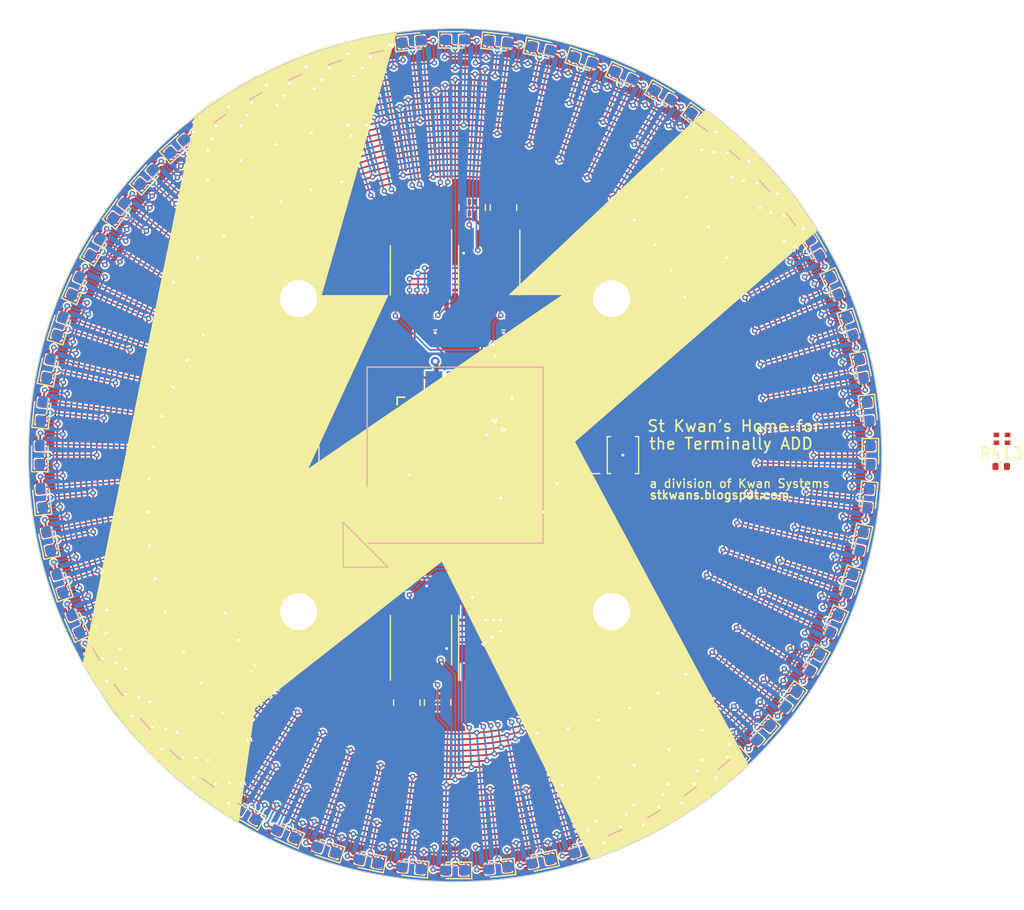
<source format=kicad_pcb>
(kicad_pcb (version 20221018) (generator pcbnew)
  (layers (0 "F.Cu" signal) (31 "B.Cu" signal) (34 "B.Paste" user) (35 "F.Paste" user) (36 "B.SilkS" user "B.Silkscreen") (37 "F.SilkS" user "F.Silkscreen") (38 "B.Mask" user) (39 "F.Mask" user) (44 "Edge.Cuts" user))
  (net 0 "")
  (net 1 "VBUS")
  (net 2 "+3V3")
  (net 3 "/Hour hand/Px0")
  (net 4 "/Hour hand/Q0x")
  (net 5 "/Hour hand/Px1")
  (net 6 "/Hour hand/Px2")
  (net 7 "/Hour hand/Px3")
  (net 8 "/Hour hand/Px4")
  (net 9 "/Hour hand/Px5")
  (net 10 "/Hour hand/Px6")
  (net 11 "/Hour hand/Px7")
  (net 12 "/Hour hand/Px8")
  (net 13 "/Hour hand/Px9")
  (net 14 "/Hour hand/Q1x")
  (net 15 "/Hour hand/Q2x")
  (net 16 "/Hour hand/Q3x")
  (net 17 "/Hour hand/Q4x")
  (net 18 "/Hour hand/Q5x")
  (net 19 "/Minute hand/Px0")
  (net 20 "/Minute hand/Q0x")
  (net 21 "/Minute hand/Px1")
  (net 22 "/Minute hand/Px2")
  (net 23 "/Minute hand/Px3")
  (net 24 "/Minute hand/Px4")
  (net 25 "/Minute hand/Px5")
  (net 26 "/Minute hand/Px6")
  (net 27 "/Minute hand/Px7")
  (net 28 "/Minute hand/Px8")
  (net 29 "/Minute hand/Px9")
  (net 30 "/Minute hand/Q1x")
  (net 31 "/Minute hand/Q2x")
  (net 32 "GND")
  (net 33 "/Controller/UCAP")
  (net 34 "/Controller/XTAL2")
  (net 35 "/Controller/XTAL1")
  (net 36 "/Controller/AREF")
  (net 37 "/Minute hand/Q3x")
  (net 38 "/Controller/D17")
  (net 39 "/Controller/TXLED")
  (net 40 "/Controller/Q_D-")
  (net 41 "/Controller/Q_D+")
  (net 42 "/Controller/D-")
  (net 43 "/Controller/D+")
  (net 44 "Net-(U401-~{RESET})")
  (net 45 "/GPS_TX")
  (net 46 "/GPS_RX")
  (net 47 "/Controller/D7")
  (net 48 "/Minute hand/Q4x")
  (net 49 "/Controller/D15")
  (net 50 "/Controller/D16")
  (net 51 "/Controller/D14")
  (net 52 "/Controller/D11")
  (net 53 "/Controller/D3")
  (net 54 "/Controller/D2")
  (net 55 "/Controller/D4")
  (net 56 "/Controller/D12")
  (net 57 "/Controller/D6")
  (net 58 "/Controller/D8")
  (net 59 "/Controller/D9")
  (net 60 "/Controller/D10")
  (net 61 "/Controller/D5")
  (net 62 "/Controller/D13")
  (net 63 "/Controller/A0")
  (net 64 "/Controller/A1")
  (net 65 "/Controller/A2")
  (net 66 "/Controller/A3")
  (net 67 "/Controller/A4")
  (net 68 "/Controller/A5")
  (net 69 "/Minute hand/Q5x")
  (net 70 "/Hour hand/P0x")
  (net 71 "/Hour hand/P1x")
  (net 72 "/Hour hand/P2x")
  (net 73 "/Hour hand/P3x")
  (net 74 "/Hour hand/P4x")
  (net 75 "/Hour hand/P5x")
  (net 76 "/Minute hand/P0x")
  (net 77 "/Minute hand/P1x")
  (net 78 "/Minute hand/P2x")
  (net 79 "/Minute hand/P3x")
  (net 80 "/Minute hand/P4x")
  (net 81 "/Minute hand/P5x")
  (net 82 "/Hour hand/SEROUT")
  (net 83 "/Minute hand/SEROUT")
  (net 98 "/Controller/RXLED-")
  (net 99 "/Controller/TXLED-")
  (net 100 "/Hour hand/CASCADE")
  (net 101 "/Minute hand/CASCADE")
  (footprint "LED_SMD:LED_0603_1608Metric" (layer "F.Cu") (at 110.6932 58.8772 -36)
    (fp_text reference "D006" hide)
    (fp_text value "B" hide)
  )
  (footprint "KwanSystems:PrecisionKwan" (layer "F.Cu") (at 88.9 88.9)
    (fp_text reference "G101")
    (fp_text value "KwanSystems")
  )
  (footprint "LED_SMD:LED_0603_1608Metric" (layer "F.Cu") (at 124.1552 77.4192 -72)
    (fp_text reference "D012" hide)
    (fp_text value "B" hide)
  )
  (footprint "Capacitor_SMD:C_0603_1608Metric" (layer "F.Cu") (at 88.9 97.79)
    (fp_text reference "C406" hide)
    (fp_text value "1uF" hide)
  )
  (footprint "Capacitor_SMD:C_0603_1608Metric" (layer "F.Cu") (at 75.184 85.852)
    (fp_text reference "C605" hide)
    (fp_text value "1uF" hide)
  )
  (footprint "LED_SMD:LED_0603_1608Metric" (layer "F.Cu") (at 64.0842 61.341 42)
    (fp_text reference "D053" hide)
    (fp_text value "B" hide)
  )
  (footprint "LED_SMD:LED_0603_1608Metric" (layer "F.Cu") (at 81.1784 52.6034 12)
    (fp_text reference "D058" hide)
    (fp_text value "B" hide)
  )
  (footprint "LED_SMD:LED_0603_1608Metric" (layer "F.Cu") (at 77.4192 53.6194 18)
    (fp_text reference "D057" hide)
    (fp_text value "B" hide)
  )
  (footprint "LED_SMD:LED_0603_1608Metric" (layer "F.Cu") (at 77.4192 124.1552 162)
    (fp_text reference "D033" hide)
    (fp_text value "B" hide)
  )
  (footprint "Capacitor_SMD:C_0603_1608Metric" (layer "F.Cu") (at 93.218 77.216 180)
    (fp_text reference "C001" hide)
    (fp_text value "100nF" hide)
  )
  (footprint "LED_SMD:LED_0603_1608Metric" (layer "F.Cu") (at 61.341 113.6904 132)
    (fp_text reference "D038" hide)
    (fp_text value "B" hide)
  )
  (footprint "Crystal:Crystal_SMD_3225-4Pin_3.2x2.5mm" (layer "F.Cu") (at 99.822 88.9)
    (fp_text reference "Y401" hide)
    (fp_text value "16MHz" hide)
  )
  (footprint "KwanSystems:R_Array_Convex_4x0402" (layer "F.Cu") (at 87.338 110.99 -90)
    (fp_text reference "R102" hide)
    (fp_text value "RP4" hide)
  )
  (footprint "LED_SMD:LED_0603_1608Metric" (layer "F.Cu") (at 96.5962 52.6034 -12)
    (fp_text reference "D002" hide)
    (fp_text value "B" hide)
  )
  (footprint "LED_SMD:LED_0603_1608Metric" (layer "F.Cu") (at 56.769 107.442 120)
    (fp_text reference "D040" hide)
    (fp_text value "B" hide)
  )
  (footprint "LED_SMD:LED_0603_1608Metric" (layer "F.Cu") (at 51.9938 92.7608 96)
    (fp_text reference "D044" hide)
    (fp_text value "B" hide)
  )
  (footprint "LED_SMD:LED_0603_1608Metric" (layer "F.Cu") (at 55.0164 73.8124 66)
    (fp_text reference "D049" hide)
    (fp_text value "B" hide)
  )
  (footprint "LED_SMD:LED_0603_1608Metric" (layer "F.Cu") (at 53.6194 100.3554 108)
    (fp_text reference "D042" hide)
    (fp_text value "B" hide)
  )
  (footprint "LED_SMD:LED_0603_1608Metric" (layer "F.Cu") (at 64.0842 116.4336 138)
    (fp_text reference "D037" hide)
    (fp_text value "B" hide)
  )
  (footprint "KwanSystems:R_Array_Convex_2x0402" (layer "F.Cu") (at 103.132 94.138 180)
    (fp_text reference "R408")
    (fp_text value "330")
  )
  (footprint "LED_SMD:LED_0603_1608Metric" (layer "F.Cu") (at 58.8772 110.6932 126)
    (fp_text reference "D039" hide)
    (fp_text value "B" hide)
  )
  (footprint "LED_SMD:LED_0603_1608Metric" (layer "F.Cu") (at 103.9622 122.7582 -156)
    (fp_text reference "D026" hide)
    (fp_text value "B" hide)
  )
  (footprint "LED_SMD:LED_0603_1608Metric" (layer "F.Cu") (at 118.8974 110.6932 -126)
    (fp_text reference "D021" hide)
    (fp_text value "B" hide)
  )
  (footprint "LED_SMD:LED_0603_1608Metric" (layer "F.Cu") (at 125.7808 85.0138 -84)
    (fp_text reference "D014" hide)
    (fp_text value "B" hide)
  )
  (footprint "LED_SMD:LED_0603_1608Metric" (layer "F.Cu") (at 125.7808 92.7608 -96)
    (fp_text reference "D016" hide)
    (fp_text value "B" hide)
  )
  (footprint "Capacitor_SMD:C_0603_1608Metric" (layer "F.Cu") (at 90.678 100.584)
    (fp_text reference "C102" hide)
    (fp_text value "100nF" hide)
  )
  (footprint "LED_SMD:LED_0603_1608Metric" (layer "F.Cu") (at 53.6194 77.4192 72)
    (fp_text reference "D048" hide)
    (fp_text value "B" hide)
  )
  (footprint "Package_SO:TSSOP-16_4.4x5mm_P0.65mm" (layer "F.Cu") (at 85.852 105.41 90)
    (fp_text reference "U101" hide)
    (fp_text value "74HC595" hide)
  )
  (footprint "LED_SMD:LED_0603_1608Metric" (layer "F.Cu") (at 51.9938 85.0138 84)
    (fp_text reference "D046" hide)
    (fp_text value "B" hide)
  )
  (footprint "LED_SMD:LED_0603_1608Metric" (layer "F.Cu") (at 88.9 51.816)
    (fp_text reference "D000" hide)
    (fp_text value "B" hide)
  )
  (footprint "LED_SMD:LED_0603_1608Metric" (layer "F.Cu") (at 70.358 121.0056 150)
    (fp_text reference "D035" hide)
    (fp_text value "B" hide)
  )
  (footprint "LED_SMD:LED_0603_1608Metric" (layer "F.Cu") (at 73.8124 55.0164 24)
    (fp_text reference "D056" hide)
    (fp_text value "B" hide)
  )
  (footprint "LED_SMD:LED_0603_1608Metric" (layer "F.Cu") (at 107.442 121.0056 -150)
    (fp_text reference "D025" hide)
    (fp_text value "B" hide)
  )
  (footprint "LED_SMD:LED_0603_1608Metric" (layer "F.Cu") (at 81.1784 125.1712 168)
    (fp_text reference "D032" hide)
    (fp_text value "B" hide)
  )
  (footprint "KwanSystems:STANDOFF_NONPLATED" (layer "F.Cu") (at 74.93 74.93)
    (fp_text reference "J506" hide)
    (fp_text value "STANDOFF" hide)
  )
  (footprint "LED_SMD:LED_0603_1608Metric" (layer "F.Cu") (at 52.6034 96.5962 102)
    (fp_text reference "D043" hide)
    (fp_text value "B" hide)
  )
  (footprint "LED_SMD:LED_0603_1608Metric" (layer "F.Cu") (at 100.3554 124.1552 -162)
    (fp_text reference "D027" hide)
    (fp_text value "B" hide)
  )
  (footprint "Package_SO:TSSOP-16_4.4x5mm_P0.65mm" (layer "F.Cu") (at 85.852 72.39 -90)
    (fp_text reference "U002" hide)
    (fp_text value "74HC595" hide)
  )
  (footprint "LED_SMD:LED_0603_1608Metric" (layer "F.Cu") (at 73.8124 122.7582 156)
    (fp_text reference "D034" hide)
    (fp_text value "B" hide)
  )
  (footprint "Package_TO_SOT_SMD:SOT-23-5" (layer "F.Cu") (at 75.184 88.9 90)
    (fp_text reference "U601" hide)
    (fp_text value "TCR2EF 3.3V" hide)
  )
  (footprint "LED_SMD:LED_0603_1608Metric" (layer "F.Cu") (at 67.0814 118.8974 144)
    (fp_text reference "D036" hide)
    (fp_text value "B" hide)
  )
  (footprint "LED_SMD:LED_0603_1608Metric" (layer "F.Cu") (at 58.8772 67.0814 54)
    (fp_text reference "D051" hide)
    (fp_text value "B" hide)
  )
  (footprint "LED_SMD:LED_0603_1608Metric" (layer "F.Cu") (at 70.3326 56.769 30)
    (fp_text reference "D055" hide)
    (fp_text value "B" hide)
  )
  (footprint "LED_SMD:LED_0603_1608Metric" (layer "F.Cu") (at 113.6904 116.4336 -138)
    (fp_text reference "D023" hide)
    (fp_text value "B" hide)
  )
  (footprint "LED_SMD:LED_0603_1608Metric" (layer "F.Cu") (at 125.1712 81.1784 -78)
    (fp_text reference "D013" hide)
    (fp_text value "B" hide)
  )
  (footprint "LED_SMD:LED_0603_1608Metric" (layer "F.Cu") (at 121.0056 107.442 -120)
    (fp_text reference "D020" hide)
    (fp_text value "B" hide)
  )
  (footprint "Package_SO:TSSOP-16_4.4x5mm_P0.65mm" (layer "F.Cu") (at 91.948 72.39 -90)
    (fp_text reference "U001" hide)
    (fp_text value "74HC595" hide)
  )
  (footprint "Package_QFP:TQFP-44_10x10mm_P0.8mm" (layer "F.Cu") (at 88.9 88.9 90)
    (fp_text reference "U401" hide)
    (fp_text value "ATmega32U4-A" hide)
  )
  (footprint "KwanSystems:R_Array_Convex_2x0402" (layer "F.Cu") (at 137.736 87.446)
    (fp_text reference "R403")
    (fp_text value "22")
  )
  (footprint "LED_SMD:LED_0603_1608Metric" (layer "F.Cu") (at 61.341 64.0842 48)
    (fp_text reference "D052" hide)
    (fp_text value "B" hide)
  )
  (footprint "KwanSystems:STANDOFF_NONPLATED" (layer "F.Cu") (at 102.87 74.93)
    (fp_text reference "J503" hide)
    (fp_text value "STANDOFF" hide)
  )
  (footprint "LED_SMD:LED_0603_1608Metric" (layer "F.Cu") (at 88.9 125.984 180)
    (fp_text reference "D030" hide)
    (fp_text value "B" hide)
  )
  (footprint "LED_SMD:LED_0603_1608Metric" (layer "F.Cu") (at 55.0164 103.9622 114)
    (fp_text reference "D041" hide)
    (fp_text value "B" hide)
  )
  (footprint "LED_SMD:LED_0603_1608Metric" (layer "F.Cu") (at 96.5962 125.1712 -168)
    (fp_text reference "D028" hide)
    (fp_text value "B" hide)
  )
  (footprint "KwanSystems:STANDOFF_NONPLATED" (layer "F.Cu") (at 74.93 102.87)
    (fp_text reference "J504" hide)
    (fp_text value "STANDOFF" hide)
  )
  (footprint "LED_SMD:LED_0603_1608Metric" (layer "F.Cu") (at 85.0138 51.9938 6)
    (fp_text reference "D059" hide)
    (fp_text value "B" hide)
  )
  (footprint "LED_SMD:LED_0603_1608Metric" (layer "F.Cu") (at 116.4336 64.0842 -48)
    (fp_text reference "D008" hide)
    (fp_text value "B" hide)
  )
  (footprint "KwanSystems:R_Array_Convex_4x0402" (layer "F.Cu") (at 84.586 110.998 -90)
    (fp_text reference "R101" hide)
    (fp_text value "RP4" hide)
  )
  (footprint "Capacitor_SMD:C_0603_1608Metric" (layer "F.Cu") (at 99.822 91.44 180)
    (fp_text reference "C416" hide)
    (fp_text value "22pF" hide)
  )
  (footprint "LED_SMD:LED_0603_1608Metric" (layer "F.Cu") (at 116.4336 113.6904 -132)
    (fp_text reference "D022" hide)
    (fp_text value "B" hide)
  )
  (footprint "Capacitor_SMD:C_0603_1608Metric" (layer "F.Cu") (at 80.01 88.9 -90)
    (fp_text reference "C442" hide)
    (fp_text value "100nF" hide)
  )
  (footprint "LED_SMD:LED_0603_1608Metric" (layer "F.Cu") (at 118.8974 67.0814 -54)
    (fp_text reference "D009" hide)
    (fp_text value "B" hide)
  )
  (footprint "LED_SMD:LED_0603_1608Metric" (layer "F.Cu") (at 67.0814 58.8772 36)
    (fp_text reference "D054" hide)
    (fp_text value "B" hide)
  )
  (footprint "LED_SMD:LED_0603_1608Metric" (layer "F.Cu") (at 122.7582 73.8124 -66)
    (fp_text reference "D011" hide)
    (fp_text value "B" hide)
  )
  (footprint "KwanSystems:R_Array_Convex_4x0402" (layer "F.Cu") (at 90.424 66.802 90)
    (fp_text reference "R002" hide)
    (fp_text value "RP4" hide)
  )
  (footprint "LED_SMD:LED_0603_1608Metric" (layer "F.Cu") (at 125.984 88.9 -90)
    (fp_text reference "D015" hide)
    (fp_text value "B" hide)
  )
  (footprint "LED_SMD:LED_0603_1608Metric" (layer "F.Cu") (at 110.6932 118.8974 -144)
    (fp_text reference "D024" hide)
    (fp_text value "B" hide)
  )
  (footprint "KwanSystems:SW_SPST_B3U-1000P" (layer "F.Cu") (at 103.886 88.9 -90)
    (fp_text reference "S413")
    (fp_text value "SW_Push" hide)
  )
  (footprint "LED_SMD:LED_0603_1608Metric" (layer "F.Cu") (at 99.83 93.376 180)
    (fp_text reference "D402" hide)
    (fp_text value "B" hide)
  )
  (footprint "LED_SMD:LED_0603_1608Metric" (layer "F.Cu") (at 121.0056 70.358 -60)
    (fp_text reference "D010" hide)
    (fp_text value "B" hide)
  )
  (footprint "LED_SMD:LED_0603_1608Metric" (layer "F.Cu") (at 100.3554 53.6194 -18)
    (fp_text reference "D003" hide)
    (fp_text value "B" hide)
  )
  (footprint "LED_SMD:LED_0603_1608Metric" (layer "F.Cu") (at 51.816 88.9 90)
    (fp_text reference "D045" hide)
    (fp_text value "B" hide)
  )
  (footprint "LED_SMD:LED_0603_1608Metric" (layer "F.Cu") (at 52.6034 81.1784 78)
    (fp_text reference "D047" hide)
    (fp_text value "B" hide)
  )
  (footprint "LED_SMD:LED_0603_1608Metric" (layer "F.Cu") (at 85.0138 125.7808 174)
    (fp_text reference "D031" hide)
    (fp_text value "B" hide)
  )
  (footprint "LED_SMD:LED_0603_1608Metric" (layer "F.Cu") (at 107.442 56.769 -30)
    (fp_text reference "D005" hide)
    (fp_text value "B" hide)
  )
  (footprint "LED_SMD:LED_0603_1608Metric" (layer "F.Cu") (at 122.7582 103.9622 -114)
    (fp_text reference "D019" hide)
    (fp_text value "B" hide)
  )
  (footprint "LED_SMD:LED_0603_1608Metric" (layer "F.Cu") (at 92.7608 51.9938 -6)
    (fp_text reference "D001" hide)
    (fp_text value "B" hide)
  )
  (footprint "LED_SMD:LED_0603_1608Metric" (layer "F.Cu") (at 124.1552 100.3554 -108)
    (fp_text reference "D018" hide)
    (fp_text value "B" hide)
  )
  (footprint "KwanSystems:R_Array_Convex_4x0402" (layer "F.Cu") (at 93.218 66.802 90)
    (fp_text reference "R001" hide)
    (fp_text value "RP4" hide)
  )
  (footprint "Package_SO:TSSOP-16_4.4x5mm_P0.65mm" (layer "F.Cu") (at 91.948 105.41 90)
    (fp_text reference "U102" hide)
    (fp_text value "74HC595" hide)
  )
  (footprint "Resistor_SMD:R_0402_1005Metric" (layer "F.Cu") (at 137.666 89.916)
    (fp_text reference "R413")
    (fp_text value "10k")
  )
  (footprint "KwanSystems:STANDOFF_NONPLATED" (layer "F.Cu") (at 102.87 102.87)
    (fp_text reference "J505" hide)
    (fp_text value "STANDOFF" hide)
  )
  (footprint "Capacitor_SMD:C_0603_1608Metric" (layer "F.Cu") (at 99.822 86.36 180)
    (fp_text reference "C417" hide)
    (fp_text value "22pF" hide)
  )
  (footprint "LED_SMD:LED_0603_1608Metric" (layer "F.Cu") (at 103.9622 55.0164 -24)
    (fp_text reference "D004" hide)
    (fp_text value "B" hide)
  )
  (footprint "LED_SMD:LED_0603_1608Metric" (layer "F.Cu") (at 99.83 94.9 180)
    (fp_text reference "D401" hide)
    (fp_text value "R" hide)
  )
  (footprint "LED_SMD:LED_0603_1608Metric" (layer "F.Cu") (at 56.769 70.358 60)
    (fp_text reference "D050" hide)
    (fp_text value "B" hide)
  )
  (footprint "Capacitor_SMD:C_0603_1608Metric" (layer "F.Cu") (at 84.582 100.584)
    (fp_text reference "C101" hide)
    (fp_text value "100nF" hide)
  )
  (footprint "LED_SMD:LED_0603_1608Metric" (layer "F.Cu") (at 125.1712 96.5962 -102)
    (fp_text reference "D017" hide)
    (fp_text value "B" hide)
  )
  (footprint "Capacitor_SMD:C_0603_1608Metric" (layer "F.Cu") (at 75.184 91.948)
    (fp_text reference "C601" hide)
    (fp_text value "1uF" hide)
  )
  (footprint "LED_SMD:LED_0603_1608Metric" (layer "F.Cu") (at 92.7608 125.7808 -174)
    (fp_text reference "D029" hide)
    (fp_text value "B" hide)
  )
  (footprint "LED_SMD:LED_0603_1608Metric" (layer "F.Cu") (at 113.6904 61.341 -42)
    (fp_text reference "D007" hide)
    (fp_text value "B" hide)
  )
  (footprint "Capacitor_SMD:C_0603_1608Metric" (layer "F.Cu") (at 87.122 77.216 180)
    (fp_text reference "C002" hide)
    (fp_text value "100nF" hide)
  )
  (footprint "KwanSystems:D_KINGBRIGHT_DOME" (layer "B.Cu") (at 92.7608 125.7808 6)
    (fp_text reference "D129" hide)
    (fp_text value "G" hide)
  )
  (footprint "KwanSystems:D_KINGBRIGHT_DOME" (layer "B.Cu") (at 110.6932 58.8772 144)
    (fp_text reference "D106" hide)
    (fp_text value "G" hide)
  )
  (footprint "KwanSystems:D_KINGBRIGHT_DOME" (layer "B.Cu") (at 64.0842 61.341 -138)
    (fp_text reference "D153" hide)
    (fp_text value "G" hide)
  )
  (footprint "KwanSystems:D_KINGBRIGHT_DOME" (layer "B.Cu") (at 58.8772 67.0814 -126)
    (fp_text reference "D151" hide)
    (fp_text value "G" hide)
  )
  (footprint "KwanSystems:D_KINGBRIGHT_DOME" (layer "B.Cu") (at 53.6194 77.4192 -108)
    (fp_text reference "D148" hide)
    (fp_text value "G" hide)
  )
  (footprint "KwanSystems:D_KINGBRIGHT_DOME" (layer "B.Cu") (at 121.0056 107.442 60)
    (fp_text reference "D120" hide)
    (fp_text value "G" hide)
  )
  (footprint "KwanSystems:D_KINGBRIGHT_DOME" (layer "B.Cu") (at 77.4192 53.6194 -162)
    (fp_text reference "D157" hide)
    (fp_text value "G" hide)
  )
  (footprint "KwanSystems:D_KINGBRIGHT_DOME" (layer "B.Cu") (at 67.0814 58.8772 -144)
    (fp_text reference "D154" hide)
    (fp_text value "G" hide)
  )
  (footprint "KwanSystems:D_KINGBRIGHT_DOME" (layer "B.Cu") (at 55.0164 73.8124 -114)
    (fp_text reference "D149" hide)
    (fp_text value "G" hide)
  )
  (footprint "KwanSystems:D_KINGBRIGHT_DOME" (layer "B.Cu") (at 88.9 51.816 180)
    (fp_text reference "D100" hide)
    (fp_text value "G" hide)
  )
  (footprint "KwanSystems:D_KINGBRIGHT_DOME" (layer "B.Cu") (at 85.0138 51.9938 -174)
    (fp_text reference "D159" hide)
    (fp_text value "G" hide)
  )
  (footprint "KwanSystems:D_KINGBRIGHT_DOME" (layer "B.Cu") (at 55.0164 103.9622 -66)
    (fp_text reference "D141" hide)
    (fp_text value "G" hide)
  )
  (footprint "KwanSystems:D_KINGBRIGHT_DOME" (layer "B.Cu") (at 92.7608 51.9938 174)
    (fp_text reference "D101" hide)
    (fp_text value "G" hide)
  )
  (footprint "KwanSystems:D_KINGBRIGHT_DOME" (layer "B.Cu") (at 122.7582 73.8124 114)
    (fp_text reference "D111" hide)
    (fp_text value "G" hide)
  )
  (footprint "KwanSystems:D_KINGBRIGHT_DOME" (layer "B.Cu") (at 96.5962 125.1712 12)
    (fp_text reference "D128" hide)
    (fp_text value "G" hide)
  )
  (footprint "KwanSystems:D_KINGBRIGHT_DOME" (layer "B.Cu") (at 73.8124 55.0164 -156)
    (fp_text reference "D156" hide)
    (fp_text value "G" hide)
  )
  (footprint "KwanSystems:D_KINGBRIGHT_DOME" (layer "B.Cu") (at 77.4192 124.1552 -18)
    (fp_text reference "D133" hide)
    (fp_text value "G" hide)
  )
  (footprint "KwanSystems:D_KINGBRIGHT_DOME" (layer "B.Cu") (at 118.8974 110.6932 54)
    (fp_text reference "D121" hide)
    (fp_text value "G" hide)
  )
  (footprint "KwanSystems:D_KINGBRIGHT_DOME" (layer "B.Cu") (at 52.6034 96.5962 -78)
    (fp_text reference "D143" hide)
    (fp_text value "G" hide)
  )
  (footprint "KwanSystems:D_KINGBRIGHT_DOME" (layer "B.Cu") (at 107.442 121.0056 30)
    (fp_text reference "D125" hide)
    (fp_text value "G" hide)
  )
  (footprint "KwanSystems:D_KINGBRIGHT_DOME" (layer "B.Cu") (at 67.0814 118.8974 -36)
    (fp_text reference "D136" hide)
    (fp_text value "G" hide)
  )
  (footprint "KwanSystems:D_KINGBRIGHT_DOME" (layer "B.Cu") (at 52.6034 81.1784 -102)
    (fp_text reference "D147" hide)
    (fp_text value "G" hide)
  )
  (footprint "KwanSystems:D_KINGBRIGHT_DOME" (layer "B.Cu") (at 125.7808 85.0138 96)
    (fp_text reference "D114" hide)
    (fp_text value "G" hide)
  )
  (footprint "KwanSystems:D_KINGBRIGHT_DOME" (layer "B.Cu") (at 53.6194 100.3554 -72)
    (fp_text reference "D142" hide)
    (fp_text value "G" hide)
  )
  (footprint "KwanSystems:D_KINGBRIGHT_DOME" (layer "B.Cu") (at 113.6904 61.341 138)
    (fp_text reference "D107" hide)
    (fp_text value "G" hide)
  )
  (footprint "RF_GPS:ublox_SAM-M8Q" (layer "B.Cu") (at 88.9 88.9)
    (fp_text reference "U501" hide)
    (fp_text value "SAM-M8Q" hide)
  )
  (footprint "KwanSystems:D_KINGBRIGHT_DOME" (layer "B.Cu") (at 121.0056 70.358 120)
    (fp_text reference "D110" hide)
    (fp_text value "G" hide)
  )
  (footprint "KwanSystems:D_KINGBRIGHT_DOME" (layer "B.Cu") (at 88.9 125.984)
    (fp_text reference "D130" hide)
    (fp_text value "G" hide)
  )
  (footprint "KwanSystems:D_KINGBRIGHT_DOME" (layer "B.Cu") (at 58.8772 110.6932 -54)
    (fp_text reference "D139" hide)
    (fp_text value "G" hide)
  )
  (footprint "KwanSystems:D_KINGBRIGHT_DOME" (layer "B.Cu") (at 125.1712 81.1784 102)
    (fp_text reference "D113" hide)
    (fp_text value "G" hide)
  )
  (footprint "KwanSystems:D_KINGBRIGHT_DOME" (layer "B.Cu") (at 51.9938 92.7608 -84)
    (fp_text reference "D144" hide)
    (fp_text value "G" hide)
  )
  (footprint "KwanSystems:D_KINGBRIGHT_DOME" (layer "B.Cu") (at 118.8974 67.0814 126)
    (fp_text reference "D109" hide)
    (fp_text value "G" hide)
  )
  (footprint "KwanSystems:D_KINGBRIGHT_DOME" (layer "B.Cu") (at 56.769 70.358 -120)
    (fp_text reference "D150" hide)
    (fp_text value "G" hide)
  )
  (footprint "KwanSystems:D_KINGBRIGHT_DOME" (layer "B.Cu") (at 116.4336 64.0842 132)
    (fp_text reference "D108" hide)
    (fp_text value "G" hide)
  )
  (footprint "KwanSystems:D_KINGBRIGHT_DOME" (layer "B.Cu") (at 64.0842 116.4336 -42)
    (fp_text reference "D137" hide)
    (fp_text value "G" hide)
  )
  (footprint "KwanSystems:D_KINGBRIGHT_DOME" (layer "B.Cu") (at 110.6932 118.8974 36)
    (fp_text reference "D124" hide)
    (fp_text value "G" hide)
  )
  (footprint "KwanSystems:D_KINGBRIGHT_DOME" (layer "B.Cu") (at 125.984 88.9 90)
    (fp_text reference "D115" hide)
    (fp_text value "G" hide)
  )
  (footprint "KwanSystems:D_KINGBRIGHT_DOME" (layer "B.Cu") (at 125.1712 96.5962 78)
    (fp_text reference "D117" hide)
    (fp_text value "G" hide)
  )
  (footprint "KwanSystems:D_KINGBRIGHT_DOME" (layer "B.Cu") (at 96.5962 52.6034 168)
    (fp_text reference "D102" hide)
    (fp_text value "G" hide)
  )
  (footprint "KwanSystems:D_KINGBRIGHT_DOME" (layer "B.Cu") (at 116.4336 113.6904 48)
    (fp_text reference "D122" hide)
    (fp_text value "G" hide)
  )
  (footprint "KwanSystems:D_KINGBRIGHT_DOME" (layer "B.Cu") (at 81.1784 125.1712 -12)
    (fp_text reference "D132" hide)
    (fp_text value "G" hide)
  )
  (footprint "KwanSystems:D_KINGBRIGHT_DOME" (layer "B.Cu") (at 100.3554 124.1552 18)
    (fp_text reference "D127" hide)
    (fp_text value "G" hide)
  )
  (footprint "KwanSystems:D_KINGBRIGHT_DOME" (layer "B.Cu") (at 85.0138 125.7808 -6)
    (fp_text reference "D131" hide)
    (fp_text value "G" hide)
  )
  (footprint "KwanSystems:D_KINGBRIGHT_DOME" (layer "B.Cu") (at 103.9622 122.7582 24)
    (fp_text reference "D126" hide)
    (fp_text value "G" hide)
  )
  (footprint "KwanSystems:D_KINGBRIGHT_DOME" (layer "B.Cu") (at 73.8124 122.7582 -24)
    (fp_text reference "D134" hide)
    (fp_text value "G" hide)
  )
  (footprint "KwanSystems:D_KINGBRIGHT_DOME" (layer "B.Cu") (at 56.769 107.442 -60)
    (fp_text reference "D140" hide)
    (fp_text value "G" hide)
  )
  (footprint "KwanSystems:D_KINGBRIGHT_DOME" (layer "B.Cu") (at 61.341 64.0842 -132)
    (fp_text reference "D152" hide)
    (fp_text value "G" hide)
  )
  (footprint "KwanSystems:D_KINGBRIGHT_DOME" (layer "B.Cu") (at 122.7582 103.9622 66)
    (fp_text reference "D119" hide)
    (fp_text value "G" hide)
  )
  (footprint "KwanSystems:D_KINGBRIGHT_DOME" (layer "B.Cu") (at 51.816 88.9 -90)
    (fp_text reference "D145" hide)
    (fp_text value "G" hide)
  )
  (footprint "KwanSystems:D_KINGBRIGHT_DOME" (layer "B.Cu") (at 51.9938 85.0138 -96)
    (fp_text reference "D146" hide)
    (fp_text value "G" hide)
  )
  (footprint "KwanSystems:D_KINGBRIGHT_DOME" (layer "B.Cu") (at 61.341 113.6904 -48)
    (fp_text reference "D138" hide)
    (fp_text value "G" hide)
  )
  (footprint "KwanSystems:D_KINGBRIGHT_DOME" (layer "B.Cu") (at 100.3554 53.6194 162)
    (fp_text reference "D103" hide)
    (fp_text value "G" hide)
  )
  (footprint "KwanSystems:D_KINGBRIGHT_DOME" (layer "B.Cu") (at 70.358 121.0056 -30)
    (fp_text reference "D135" hide)
    (fp_text value "G" hide)
  )
  (footprint "KwanSystems:D_KINGBRIGHT_DOME" (layer "B.Cu") (at 81.1784 52.6034 -168)
    (fp_text reference "D158" hide)
    (fp_text value "G" hide)
  )
  (footprint "KwanSystems:D_KINGBRIGHT_DOME" (layer "B.Cu") (at 125.7808 92.7608 84)
    (fp_text reference "D116" hide)
    (fp_text value "G" hide)
  )
  (footprint "KwanSystems:D_KINGBRIGHT_DOME" (layer "B.Cu") (at 124.1552 100.3554 72)
    (fp_text reference "D118" hide)
    (fp_text value "G" hide)
  )
  (footprint "KwanSystems:D_KINGBRIGHT_DOME" (layer "B.Cu") (at 113.6904 116.4336 42)
    (fp_text reference "D123" hide)
    (fp_text value "G" hide)
  )
  (footprint "KwanSystems:D_KINGBRIGHT_DOME" (layer "B.Cu") (at 124.1552 77.4192 108)
    (fp_text reference "D112" hide)
    (fp_text value "G" hide)
  )
  (footprint "KwanSystems:D_KINGBRIGHT_DOME" (layer "B.Cu") (at 103.9622 55.0164 156)
    (fp_text reference "D104" hide)
    (fp_text value "G" hide)
  )
  (footprint "KwanSystems:D_KINGBRIGHT_DOME" (layer "B.Cu") (at 107.442 56.769 150)
    (fp_text reference "D105" hide)
    (fp_text value "G" hide)
  )
  (footprint "KwanSystems:D_KINGBRIGHT_DOME" (layer "B.Cu") (at 70.3326 56.769 -150)
    (fp_text reference "D155" hide)
    (fp_text value "G" hide)
  )
  (gr_circle (center 88.9 88.9) (end 88.9 50.8) (stroke (width 0.1)) (fill none) (layer "Edge.Cuts"))
  (segment (start 71.335 89.65) (end 70.37 89.65) (width 0.1524) (layer "B.Cu") (net 0))
  (segment (start 70.37 89.65) (end 70.358 89.662) (width 0.1524) (layer "B.Cu") (net 0))
  (segment (start 74.409 91.948) (end 74.234 91.773) (width 0.25) (layer "F.Cu") (net 1))
  (segment (start 74.234 89.596) (end 74.78 89.05) (width 0.25) (layer "F.Cu") (net 1))
  (segment (start 76.134 89.653249) (end 76.134 90.0375) (width 0.25) (layer "F.Cu") (net 1))
  (segment (start 75.530751 89.05) (end 76.134 89.653249) (width 0.25) (layer "F.Cu") (net 1))
  (segment (start 74.234 90.0375) (end 74.234 89.596) (width 0.25) (layer "F.Cu") (net 1))
  (segment (start 74.78 89.05) (end 75.530751 89.05) (width 0.25) (layer "F.Cu") (net 1))
  (segment (start 74.234 91.773) (end 74.234 90.0375) (width 0.25) (layer "F.Cu") (net 1))
  (segment (start 94.223 76.986) (end 93.993 77.216) (width 0.1524) (layer "F.Cu") (net 2))
  (segment (start 74.234 86.027) (end 74.234 87.7625) (width 0.25) (layer "F.Cu") (net 2))
  (segment (start 84.075 92.9) (end 83.2 92.9) (width 0.25) (layer "F.Cu") (net 2))
  (segment (start 83.807 100.584) (end 84.5106 99.8804) (width 0.1524) (layer "F.Cu") (net 2))
  (segment (start 89.1994 99.8804) (end 89.903 100.584) (width 0.1524) (layer "F.Cu") (net 2))
  (segment (start 74.409 85.852) (end 75.361 84.9) (width 0.25) (layer "F.Cu") (net 2))
  (segment (start 84.275 92.7) (end 85.047 93.472) (width 0.25) (layer "F.Cu") (net 2))
  (segment (start 93.6 91.3) (end 94.6 91.3) (width 0.25) (layer "F.Cu") (net 2))
  (segment (start 92.1 84.2) (end 92.1 83.2) (width 0.25) (layer "F.Cu") (net 2))
  (segment (start 92.964 93.472) (end 93.5726 92.8634) (width 0.25) (layer "F.Cu") (net 2))
  (segment (start 83.807 100.584) (end 83.577 100.814) (width 0.1524) (layer "F.Cu") (net 2))
  (segment (start 84.275 90.678) (end 84.275 92.7) (width 0.25) (layer "F.Cu") (net 2))
  (segment (start 89.673 100.814) (end 89.673 102.5475) (width 0.1524) (layer "F.Cu") (net 2))
  (segment (start 93.5726 92.8634) (end 93.5726 91.3274) (width 0.25) (layer "F.Cu") (net 2))
  (segment (start 74.409 85.852) (end 74.234 86.027) (width 0.25) (layer "F.Cu") (net 2))
  (segment (start 84.2 84.9) (end 84.275 84.975) (width 0.25) (layer "F.Cu") (net 2))
  (segment (start 84.635 84.275) (end 92.025 84.275) (width 0.25) (layer "F.Cu") (net 2))
  (segment (start 83.577 100.814) (end 83.577 102.5475) (width 0.1524) (layer "F.Cu") (net 2))
  (segment (start 84.275 92.7) (end 84.075 92.9) (width 0.25) (layer "F.Cu") (net 2))
  (segment (start 84.5106 99.8804) (end 89.1994 99.8804) (width 0.1524) (layer "F.Cu") (net 2))
  (segment (start 84.275 84.635) (end 84.635 84.275) (width 0.25) (layer "F.Cu") (net 2))
  (segment (start 83.2 99.977) (end 83.807 100.584) (width 0.25) (layer "F.Cu") (net 2))
  (segment (start 93.5726 91.3274) (end 93.6 91.3) (width 0.25) (layer "F.Cu") (net 2))
  (segment (start 83.2 84.9) (end 84.2 84.9) (width 0.25) (layer "F.Cu") (net 2))
  (segment (start 85.047 93.472) (end 92.964 93.472) (width 0.25) (layer "F.Cu") (net 2))
  (segment (start 75.361 84.9) (end 83.2 84.9) (width 0.25) (layer "F.Cu") (net 2))
  (segment (start 83.2 92.9) (end 83.2 99.977) (width 0.25) (layer "F.Cu") (net 2))
  (segment (start 88.127 75.2525) (end 88.127 76.986) (width 0.1524) (layer "F.Cu") (net 2))
  (segment (start 84.836 90.678) (end 84.275 90.678) (width 0.1524) (layer "F.Cu") (net 2))
  (segment (start 92.025 84.275) (end 92.1 84.2) (width 0.25) (layer "F.Cu") (net 2))
  (segment (start 94.223 75.2525) (end 94.223 76.986) (width 0.1524) (layer "F.Cu") (net 2))
  (segment (start 88.127 76.986) (end 87.897 77.216) (width 0.1524) (layer "F.Cu") (net 2))
  (segment (start 84.275 84.975) (end 84.275 90.678) (width 0.25) (layer "F.Cu") (net 2))
  (segment (start 89.903 100.584) (end 89.673 100.814) (width 0.1524) (layer "F.Cu") (net 2))
  (segment (start 84.275 84.975) (end 84.275 84.635) (width 0.25) (layer "F.Cu") (net 2))
  (via (at 84.836 90.678) (size 0.508) (drill 0.254) (layers "F.Cu" "B.Cu") (net 2))
  (segment (start 84.836 90.678) (end 84.836 93.472) (width 0.1524) (layer "B.Cu") (net 2))
  (segment (start 84.836 93.472) (end 85.598 94.234) (width 0.1524) (layer "B.Cu") (net 2))
  (segment (start 90.8 95.35) (end 90.8 95.5) (width 0.1524) (layer "B.Cu") (net 2))
  (segment (start 84.714 90.8) (end 84.836 90.678) (width 0.1524) (layer "B.Cu") (net 2))
  (segment (start 85.598 94.234) (end 89.684 94.234) (width 0.1524) (layer "B.Cu") (net 2))
  (segment (start 82.3 90.8) (end 84.714 90.8) (width 0.1524) (layer "B.Cu") (net 2))
  (segment (start 89.684 94.234) (end 90.8 95.35) (width 0.1524) (layer "B.Cu") (net 2))
  (segment (start 115.1636 66.4464) (end 115.7224 67.1576) (width 0.1524) (layer "F.Cu") (net 3))
  (segment (start 112.6744 63.8302) (end 113.3094 64.4652) (width 0.1524) (layer "F.Cu") (net 3))
  (segment (start 71.6026 58.9788) (end 72.4154 58.5216) (width 0.1524) (layer "F.Cu") (net 3))
  (segment (start 57.7088 74.0156) (end 58.1152 73.2028) (width 0.1524) (layer "F.Cu") (net 3))
  (segment (start 112.014 63.2206) (end 112.6744 63.8302) (width 0.1524) (layer "F.Cu") (net 3))
  (segment (start 97.8154 122.2502) (end 96.9518 122.4788) (width 0.1524) (layer "F.Cu") (net 3))
  (segment (start 78.2066 56.0324) (end 79.0702 55.7784) (width 0.1524) (layer "F.Cu") (net 3))
  (segment (start 116.2812 109.9058) (end 115.7224 110.617) (width 0.1524) (layer "F.Cu") (net 3))
  (segment (start 58.1152 73.2028) (end 58.5216 72.4154) (width 0.1524) (layer "F.Cu") (net 3))
  (segment (start 68.58 116.84) (end 67.8688 116.2812) (width 0.1524) (layer "F.Cu") (net 3))
  (segment (start 117.856 107.696) (end 117.348 108.458) (width 0.1524) (layer "F.Cu") (net 3))
  (segment (start 118.7958 71.628) (end 119.253 72.4154) (width 0.1524) (layer "F.Cu") (net 3))
  (segment (start 72.4154 119.253) (end 71.628 118.7958) (width 0.1524) (layer "F.Cu") (net 3))
  (segment (start 65.1002 113.9444) (end 64.4652 113.3094) (width 0.1524) (layer "F.Cu") (net 3))
  (segment (start 62.0522 67.1576) (end 62.611 66.4464) (width 0.1524) (layer "F.Cu") (net 3))
  (segment (start 54.7624 94.2848) (end 54.6354 93.3958) (width 0.1524) (layer "F.Cu") (net 3))
  (segment (start 112.014 114.554) (end 111.3282 115.1636) (width 0.1524) (layer "F.Cu") (net 3))
  (segment (start 118.7958 106.172) (end 118.3386 106.934) (width 0.1524) (layer "F.Cu") (net 3))
  (segment (start 123.1392 84.3788) (end 123.2408 85.2678) (width 0.1524) (layer "F.Cu") (net 3))
  (segment (start 74.8284 57.3278) (end 75.6666 56.9722) (width 0.1524) (layer "F.Cu") (net 3))
  (segment (start 85.2678 123.2408) (end 84.3788 123.1392) (width 0.1524) (layer "F.Cu") (net 3))
  (segment (start 106.172 58.9788) (end 106.934 59.436) (width 0.1524) (layer "F.Cu") (net 3))
  (segment (start 101.2698 121.1326) (end 100.4062 121.4374) (width 0.1524) (layer "F.Cu") (net 3))
  (segment (start 54.9148 95.1738) (end 54.7624 94.2848) (width 0.1524) (layer "F.Cu") (net 3))
  (segment (start 55.0926 96.0628) (end 54.9148 95.1738) (width 0.1524) (layer "F.Cu") (net 3))
  (segment (start 121.1326 101.2698) (end 120.8024 102.108) (width 0.1524) (layer "F.Cu") (net 3))
  (segment (start 88.1126 51.816) (end 88.9 52.578) (width 0.1524) (layer "F.Cu") (net 3))
  (segment (start 75.6666 56.9722) (end 76.5048 56.642) (width 0.1524) (layer "F.Cu") (net 3))
  (segment (start 88.9 123.444) (end 87.9856 123.4186) (width 0.1524) (layer "F.Cu") (net 3))
  (segment (start 121.3866 106.7562) (end 120.3452 107.061) (width 0.1524) (layer "F.Cu") (net 3))
  (segment (start 123.3932 90.7034) (end 123.317 91.5924) (width 0.1524) (layer "F.Cu") (net 3))
  (segment (start 61.4934 67.8688) (end 62.0522 67.1576) (width 0.1524) (layer "F.Cu") (net 3))
  (segment (start 89.789 123.4186) (end 88.9 123.444) (width 0.1524) (layer "F.Cu") (net 3))
  (segment (start 62.611 111.3282) (end 62.0522 110.617) (width 0.1524) (layer "F.Cu") (net 3))
  (segment (start 54.7624 83.4898) (end 54.9148 82.6008) (width 0.1524) (layer "F.Cu") (net 3))
  (segment (start 60.9346 109.1946) (end 60.4266 108.458) (width 0.1524) (layer "F.Cu") (net 3))
  (segment (start 54.5338 85.2678) (end 54.6354 84.3788) (width 0.1524) (layer "F.Cu") (net 3))
  (segment (start 96.9518 122.4788) (end 96.0628 122.682) (width 0.1524) (layer "F.Cu") (net 3))
  (segment (start 60.4266 108.458) (end 59.9186 107.696) (width 0.1524) (layer "F.Cu") (net 3))
  (segment (start 108.458 117.348) (end 107.696 117.856) (width 0.1524) (layer "F.Cu") (net 3))
  (segment (start 58.1152 104.5718) (end 57.7088 103.759) (width 0.1524) (layer "F.Cu") (net 3))
  (segment (start 122.4788 96.9518) (end 122.2502 97.8154) (width 0.1524) (layer "F.Cu") (net 3))
  (segment (start 54.356 89.789) (end 54.356 88.9) (width 0.1524) (layer "F.Cu") (net 3))
  (segment (start 66.4464 62.611) (end 67.1576 62.0522) (width 0.1524) (layer "F.Cu") (net 3))
  (segment (start 85.2678 54.5338) (end 86.1822 54.4576) (width 0.1524) (layer "F.Cu") (net 3))
  (segment (start 89.662 125.9586) (end 88.9 125.222) (width 0.1524) (layer "F.Cu") (net 3))
  (segment (start 61.4934 109.9058) (end 60.9346 109.1946) (width 0.1524) (layer "F.Cu") (net 3))
  (segment (start 57.3278 102.9462) (end 56.9722 102.108) (width 0.1524) (layer "F.Cu") (net 3))
  (segment (start 119.253 105.3592) (end 118.7958 106.172) (width 0.1524) (layer "F.Cu") (net 3))
  (segment (start 94.2848 123.0122) (end 93.3958 123.1392) (width 0.1524) (layer "F.Cu") (net 3))
  (segment (start 83.4898 123.0122) (end 82.6008 122.8598) (width 0.1524) (layer "F.Cu") (net 3))
  (segment (start 100.4062 121.4374) (end 99.568 121.7422) (width 0.1524) (layer "F.Cu") (net 3))
  (segment (start 121.4374 77.3684) (end 121.7422 78.2066) (width 0.1524) (layer "F.Cu") (net 3))
  (segment (start 54.3814 90.7034) (end 54.356 89.789) (width 0.1524) (layer "F.Cu") (net 3))
  (segment (start 73.2028 58.1152) (end 74.0156 57.7088) (width 0.1524) (layer "F.Cu") (net 3))
  (segment (start 54.4576 91.5924) (end 54.3814 90.7034) (width 0.1524) (layer "F.Cu") (net 3))
  (segment (start 121.9962 79.0702) (end 122.2502 79.9592) (width 0.1524) (layer "F.Cu") (net 3))
  (segment (start 104.5718 58.1152) (end 105.3592 58.5216) (width 0.1524) (layer "F.Cu") (net 3))
  (segment (start 94.2848 54.7624) (end 95.1738 54.9148) (width 0.1524) (layer "F.Cu") (net 3))
  (segment (start 67.1576 62.0522) (end 67.8688 61.4934) (width 0.1524) (layer "F.Cu") (net 3))
  (segment (start 63.8302 112.6744) (end 63.2206 112.014) (width 0.1524) (layer "F.Cu") (net 3))
  (segment (start 77.3684 121.4374) (end 76.5048 121.1326) (width 0.1524) (layer "F.Cu") (net 3))
  (segment (start 116.2812 67.8688) (end 116.84 68.58) (width 0.1524) (layer "F.Cu") (net 3))
  (segment (start 123.444 88.9) (end 123.4186 89.789) (width 0.1524) (layer "F.Cu") (net 3))
  (segment (start 121.7422 99.568) (end 121.4374 100.4062) (width 0.1524) (layer "F.Cu") (net 3))
  (segment (start 79.0702 121.9962) (end 78.2066 121.7422) (width 0.1524) (layer "F.Cu") (net 3))
  (segment (start 54.356 87.9856) (end 54.3814 87.0712) (width 0.1524) (layer "F.Cu") (net 3))
  (segment (start 71.628 118.7958) (end 70.8406 118.3386) (width 0.1524) (layer "F.Cu") (net 3))
  (segment (start 80.8228 122.4788) (end 79.9592 122.2502) (width 0.1524) (layer "F.Cu") (net 3))
  (segment (start 106.172 118.7958) (end 105.3592 119.253) (width 0.1524) (layer "F.Cu") (net 3))
  (segment (start 105.3592 58.5216) (end 106.172 58.9788) (width 0.1524) (layer "F.Cu") (net 3))
  (segment (start 70.8406 118.3386) (end 70.0786 117.856) (width 0.1524) (layer "F.Cu") (net 3))
  (segment (start 93.3958 123.1392) (end 92.5068 123.2408) (width 0.1524) (layer "F.Cu") (net 3))
  (segment (start 54.6354 93.3958) (end 54.5338 92.5068) (width 0.1524) (layer "F.Cu") (net 3))
  (segment (start 119.253 72.4154) (end 119.6594 73.2028) (width 0.1524) (layer "F.Cu") (net 3))
  (segment (start 77.3684 56.3372) (end 78.2066 56.0324) (width 0.1524) (layer "F.Cu") (net 3))
  (segment (start 120.0658 74.0156) (end 120.4468 74.8284) (width 0.1524) (layer "F.Cu") (net 3))
  (segment (start 55.2958 96.9518) (end 55.0926 96.0628) (width 0.1524) (layer "F.Cu") (net 3))
  (segment (start 59.9186 70.0786) (end 60.4266 69.3166) (width 0.1524) (layer "F.Cu") (net 3))
  (segment (start 74.0156 120.0658) (end 73.2028 119.6594) (width 0.1524) (layer "F.Cu") (net 3))
  (segment (start 122.8598 82.6008) (end 123.0122 83.4898) (width 0.1524) (layer "F.Cu") (net 3))
  (segment (start 69.3166 117.348) (end 68.58 116.84) (width 0.1524) (layer "F.Cu") (net 3))
  (segment (start 99.568 121.7422) (end 98.7044 121.9962) (width 0.1524) (layer "F.Cu") (net 3))
  (segment (start 56.642 76.5048) (end 56.9722 75.6666) (width 0.1524) (layer "F.Cu") (net 3))
  (segment (start 92.5068 123.2408) (end 91.5924 123.317) (width 0.1524) (layer "F.Cu") (net 3))
  (segment (start 81.7118 122.682) (end 80.8228 122.4788) (width 0.1524) (layer "F.Cu") (net 3))
  (segment (start 116.84 68.58) (end 117.348 69.3166) (width 0.1524) (layer "F.Cu") (net 3))
  (segment (start 103.759 57.7088) (end 104.5718 58.1152) (width 0.1524) (layer "F.Cu") (net 3))
  (segment (start 70.0786 59.9186) (end 70.8406 59.436) (width 0.1524) (layer "F.Cu") (net 3))
  (segment (start 64.4652 113.3094) (end 63.8302 112.6744) (width 0.1524) (layer "F.Cu") (net 3))
  (segment (start 117.348 69.3166) (end 117.856 70.0786) (width 0.1524) (layer "F.Cu") (net 3))
  (segment (start 58.9788 71.628) (end 59.436 70.8406) (width 0.1524) (layer "F.Cu") (net 3))
  (segment (start 74.8284 120.4468) (end 74.0156 120.0658) (width 0.1524) (layer "F.Cu") (net 3))
  (segment (start 57.1754 108.1024) (end 57.4294 107.061) (width 0.1524) (layer "F.Cu") (net 3))
  (segment (start 58.9788 106.172) (end 58.5216 105.3592) (width 0.1524) (layer "F.Cu") (net 3))
  (segment (start 120.4468 102.9462) (end 120.0658 103.759) (width 0.1524) (layer "F.Cu") (net 3))
  (segment (start 92.5068 54.5338) (end 93.3958 54.6354) (width 0.1524) (layer "F.Cu") (net 3))
  (segment (start 55.7784 79.0702) (end 56.0324 78.2066) (width 0.1524) (layer "F.Cu") (net 3))
  (segment (start 115.1636 111.3282) (end 114.554 112.014) (width 0.1524) (layer "F.Cu") (net 3))
  (segment (start 106.934 118.3386) (end 106.172 118.7958) (width 0.1524) (layer "F.Cu") (net 3))
  (segment (start 110.617 115.7224) (end 109.9058 116.2812) (width 0.1524) (layer "F.Cu") (net 3))
  (segment (start 111.3282 62.611) (end 112.014 63.2206) (width 0.1524) (layer "F.Cu") (net 3))
  (segment (start 122.2502 97.8154) (end 121.9962 98.7044) (width 0.1524) (layer "F.Cu") (net 3))
  (segment (start 54.6354 84.3788) (end 54.7624 83.4898) (width 0.1524) (layer "F.Cu") (net 3))
  (segment (start 84.3788 54.6354) (end 85.2678 54.5338) (width 0.1524) (layer "F.Cu") (net 3))
  (segment (start 113.9444 65.1002) (end 114.554 65.7606) (width 0.1524) (layer "F.Cu") (net 3))
  (segment (start 86.1822 54.4576) (end 87.0712 54.3814) (width 0.1524) (layer "F.Cu") (net 3))
  (segment (start 55.5244 79.9592) (end 55.7784 79.0702) (width 0.1524) (layer "F.Cu") (net 3))
  (segment (start 56.9722 102.108) (end 56.642 101.2698) (width 0.1524) (layer "F.Cu") (net 3))
  (segment (start 113.9444 112.6744) (end 113.3094 113.3094) (width 0.1524) (layer "F.Cu") (net 3))
  (segment (start 113.3094 113.3094) (end 112.6744 113.9444) (width 0.1524) (layer "F.Cu") (net 3))
  (segment (start 87.9856 54.356) (end 88.8746 54.356) (width 0.1524) (layer "F.Cu") (net 3))
  (segment (start 76.5048 56.642) (end 77.3684 56.3372) (width 0.1524) (layer "F.Cu") (net 3))
  (segment (start 75.6666 120.8024) (end 74.8284 120.4468) (width 0.1524) (layer "F.Cu") (net 3))
  (segment (start 56.9722 75.6666) (end 57.3278 74.8284) (width 0.1524) (layer "F.Cu") (net 3))
  (segment (start 56.388 71.0184) (end 57.4294 70.739) (width 0.1524) (layer "F.Cu") (net 3))
  (segment (start 122.4788 80.8228) (end 122.682 81.7118) (width 0.1524) (layer "F.Cu") (net 3))
  (segment (start 63.8302 65.1002) (end 64.4652 64.4652) (width 0.1524) (layer "F.Cu") (net 3))
  (segment (start 118.3386 106.934) (end 117.856 107.696) (width 0.1524) (layer "F.Cu") (net 3))
  (segment (start 98.7044 121.9962) (end 97.8154 122.2502) (width 0.1524) (layer "F.Cu") (net 3))
  (segment (start 73.2028 119.6594) (end 72.4154 119.253) (width 0.1524) (layer "F.Cu") (net 3))
  (segment (start 105.3592 119.253) (end 104.5718 119.6594) (width 0.1524) (layer "F.Cu") (net 3))
  (segment (start 79.9592 55.5244) (end 80.8228 55.2958) (width 0.1524) (layer "F.Cu") (net 3))
  (segment (start 123.0122 94.2848) (end 122.8598 95.1738) (width 0.1524) (layer "F.Cu") (net 3))
  (segment (start 123.2408 85.2678) (end 123.317 86.1822) (width 0.1524) (layer "F.Cu") (net 3))
  (segment (start 91.5924 54.4576) (end 92.5068 54.5338) (width 0.1524) (layer "F.Cu") (net 3))
  (segment (start 103.759 120.0658) (end 102.9462 120.4468) (width 0.1524) (layer "F.Cu") (net 3))
  (segment (start 122.682 96.0628) (end 122.4788 96.9518) (width 0.1524) (layer "F.Cu") (net 3))
  (segment (start 86.1822 123.317) (end 85.2678 123.2408) (width 0.1524) (layer "F.Cu") (net 3))
  (segment (start 91.5924 123.317) (end 90.7034 123.3932) (width 0.1524) (layer "F.Cu") (net 3))
  (segment (start 121.7422 78.2066) (end 121.9962 79.0702) (width 0.1524) (layer "F.Cu") (net 3))
  (segment (start 120.5992 69.6722) (end 120.3452 70.739) (width 0.1524) (layer "F.Cu") (net 3))
  (segment (start 110.617 62.0522) (end 111.3282 62.611) (width 0.1524) (layer "F.Cu") (net 3))
  (segment (start 67.1576 115.7224) (end 66.4464 115.1636) (width 0.1524) (layer "F.Cu") (net 3))
  (segment (start 101.2698 56.642) (end 102.108 56.9722) (width 0.1524) (layer "F.Cu") (net 3))
  (segment (start 56.0324 78.2066) (end 56.3372 77.3684) (width 0.1524) (layer "F.Cu") (net 3))
  (segment (start 123.2408 92.5068) (end 123.1392 93.3958) (width 0.1524) (layer "F.Cu") (net 3))
  (segment (start 114.554 112.014) (end 113.9444 112.6744) (width 0.1524) (layer "F.Cu") (net 3))
  (segment (start 79.9592 122.2502) (end 79.0702 121.9962) (width 0.1524) (layer "F.Cu") (net 3))
  (segment (start 107.696 59.9186) (end 108.458 60.4266) (width 0.1524) (layer "F.Cu") (net 3))
  (segment (start 59.436 106.934) (end 58.9788 106.172) (width 0.1524) (layer "F.Cu") (net 3))
  (segment (start 83.4898 54.7624) (end 84.3788 54.6354) (width 0.1524) (layer "F.Cu") (net 3))
  (segment (start 122.2502 79.9592) (end 122.4788 80.8228) (width 0.1524) (layer "F.Cu") (net 3))
  (segment (start 56.642 101.2698) (end 56.3372 100.4062) (width 0.1524) (layer "F.Cu") (net 3))
  (segment (start 123.0122 83.4898) (end 123.1392 84.3788) (width 0.1524) (layer "F.Cu") (net 3))
  (segment (start 65.7606 63.2206) (end 66.4464 62.611) (width 0.1524) (layer "F.Cu") (net 3))
  (segment (start 87.0712 54.3814) (end 87.9856 54.356) (width 0.1524) (layer "F.Cu") (net 3))
  (segment (start 58.5216 105.3592) (end 58.1152 104.5718) (width 0.1524) (layer "F.Cu") (net 3))
  (segment (start 90.973 70.571) (end 90.932 70.612) (width 0.1524) (layer "F.Cu") (net 3))
  (segment (start 109.9058 61.4934) (end 110.617 62.0522) (width 0.1524) (layer "F.Cu") (net 3))
  (segment (start 113.3094 64.4652) (end 113.9444 65.1002) (width 0.1524) (layer "F.Cu") (net 3))
  (segment (start 98.7044 55.7784) (end 99.568 56.0324) (width 0.1524) (layer "F.Cu") (net 3))
  (segment (start 102.9462 57.3278) (end 103.759 57.7088) (width 0.1524) (layer "F.Cu") (net 3))
  (segment (start 106.934 59.436) (end 107.696 59.9186) (width 0.1524) (layer "F.Cu") (net 3))
  (segment (start 121.1326 76.5048) (end 121.4374 77.3684) (width 0.1524) (layer "F.Cu") (net 3))
  (segment (start 54.356 88.9) (end 54.356 87.9856) (width 0.1524) (layer "F.Cu") (net 3))
  (segment (start 57.3278 74.8284) (end 57.7088 74.0156) (width 0.1524) (layer "F.Cu") (net 3))
  (segment (start 54.5338 92.5068) (end 54.4576 91.5924) (width 0.1524) (layer "F.Cu") (net 3))
  (segment (start 54.9148 82.6008) (end 55.0926 81.7118) (width 0.1524) (layer "F.Cu") (net 3))
  (segment (start 109.1946 60.9346) (end 109.9058 61.4934) (width 0.1524) (layer "F.Cu") (net 3))
  (segment (start 121.4374 100.4062) (end 121.1326 101.2698) (width 0.1524) (layer "F.Cu") (net 3))
  (segment (start 62.0522 110.617) (end 61.4934 109.9058) (width 0.1524) (layer "F.Cu") (net 3))
  (segment (start 56.0324 99.568) (end 55.7784 98.7044) (width 0.1524) (layer "F.Cu") (net 3))
  (segment (start 57.7088 103.759) (end 57.3278 102.9462) (width 0.1524) (layer "F.Cu") (net 3))
  (segment (start 90.7034 54.3814) (end 91.5924 54.4576) (width 0.1524) (layer "F.Cu") (net 3))
  (segment (start 104.5718 119.6594) (end 103.759 120.0658) (width 0.1524) (layer "F.Cu") (net 3))
  (segment (start 114.554 65.7606) (end 115.1636 66.4464) (width 0.1524) (layer "F.Cu") (net 3))
  (segment (start 80.8228 55.2958) (end 81.7118 55.0926) (width 0.1524) (layer "F.Cu") (net 3))
  (segment (start 123.4186 87.9856) (end 123.444 88.9) (width 0.1524) (layer "F.Cu") (net 3))
  (segment (start 96.0628 55.0926) (end 96.9518 55.2958) (width 0.1524) (layer "F.Cu") (net 3))
  (segment (start 78.2066 121.7422) (end 77.3684 121.4374) (width 0.1524) (layer "F.Cu") (net 3))
  (segment (start 54.3814 87.0712) (end 54.4576 86.1822) (width 0.1524) (layer "F.Cu") (net 3))
  (segment (start 119.6594 73.2028) (end 120.0658 74.0156) (width 0.1524) (layer "F.Cu") (net 3))
  (segment (start 118.3386 70.8406) (end 118.7958 71.628) (width 0.1524) (layer "F.Cu") (net 3))
  (segment (start 120.8024 102.108) (end 120.4468 102.9462) (width 0.1524) (layer "F.Cu") (net 3))
  (segment (start 117.348 108.458) (end 116.84 109.1946) (width 0.1524) (layer "F.Cu") (net 3))
  (segment (start 97.8154 55.5244) (end 98.7044 55.7784) (width 0.1524) (layer "F.Cu") (net 3))
  (segment (start 107.696 117.856) (end 106.934 118.3386) (width 0.1524) (layer "F.Cu") (net 3))
  (segment (start 67.8688 116.2812) (end 67.1576 115.7224) (width 0.1524) (layer "F.Cu") (net 3))
  (segment (start 56.3372 77.3684) (end 56.642 76.5048) (width 0.1524) (layer "F.Cu") (net 3))
  (segment (start 120.8024 75.6666) (end 121.1326 76.5048) (width 0.1524) (layer "F.Cu") (net 3))
  (segment (start 65.7606 114.554) (end 65.1002 113.9444) (width 0.1524) (layer "F.Cu") (net 3))
  (segment (start 56.3372 100.4062) (end 56.0324 99.568) (width 0.1524) (layer "F.Cu") (net 3))
  (segment (start 60.4266 69.3166) (end 60.9346 68.58) (width 0.1524) (layer "F.Cu") (net 3))
  (segment (start 111.3282 115.1636) (end 110.617 115.7224) (width 0.1524) (layer "F.Cu") (net 3))
  (segment (start 62.611 66.4464) (end 63.2206 65.7606) (width 0.1524) (layer "F.Cu") (net 3))
  (segment (start 109.1946 116.84) (end 108.458 117.348) (width 0.1524) (layer "F.Cu") (net 3))
  (segment (start 123.3932 87.0712) (end 123.4186 87.9856) (width 0.1524) (layer "F.Cu") (net 3))
  (segment (start 70.8406 59.436) (end 71.6026 58.9788) (width 0.1524) (layer "F.Cu") (net 3))
  (segment (start 122.8598 95.1738) (end 122.682 96.0628) (width 0.1524) (layer "F.Cu") (net 3))
  (segment (start 84.3788 123.1392) (end 83.4898 123.0122) (width 0.1524) (layer "F.Cu") (net 3))
  (segment (start 123.4186 89.789) (end 123.3932 90.7034) (width 0.1524) (layer "F.Cu") (net 3))
  (segment (start 64.4652 64.4652) (end 65.1002 63.8302) (width 0.1524) (layer "F.Cu") (net 3))
  (segment (start 108.458 60.4266) (end 109.1946 60.9346) (width 0.1524) (layer "F.Cu") (net 3))
  (segment (start 115.7224 67.1576) (end 116.2812 67.8688) (width 0.1524) (layer "F.Cu") (net 3))
  (segment (start 116.84 109.1946) (end 116.2812 109.9058) (width 0.1524) (layer "F.Cu") (net 3))
  (segment (start 115.7224 110.617) (end 115.1636 111.3282) (width 0.1524) (layer "F.Cu") (net 3))
  (segment (start 54.4576 86.1822) (end 54.5338 85.2678) (width 0.1524) (layer "F.Cu") (net 3))
  (segment (start 82.6008 54.9148) (end 83.4898 54.7624) (width 0.1524) (layer "F.Cu") (net 3))
  (segment (start 112.6744 113.9444) (end 112.014 114.554) (width 0.1524) (layer "F.Cu") (net 3))
  (segment (start 63.2206 65.7606) (end 63.8302 65.1002) (width 0.1524) (layer "F.Cu") (net 3))
  (segment (start 70.0786 117.856) (end 69.3166 117.348) (width 0.1524) (layer "F.Cu") (net 3))
  (segment (start 67.8688 61.4934) (end 68.58 60.9346) (width 0.1524) (layer "F.Cu") (net 3))
  (segment (start 55.0926 81.7118) (end 55.2958 80.8228) (width 0.1524) (layer "F.Cu") (net 3))
  (segment (start 95.1738 54.9148) (end 96.0628 55.0926) (width 0.1524) (layer "F.Cu") (net 3))
  (segment (start 102.108 56.9722) (end 102.9462 57.3278) (width 0.1524) (layer "F.Cu") (net 3))
  (segment (start 100.4062 56.3372) (end 101.2698 56.642) (width 0.1524) (layer "F.Cu") (net 3))
  (segment (start 109.9058 116.2812) (end 109.1946 116.84) (width 0.1524) (layer "F.Cu") (net 3))
  (segment (start 59.436 70.8406) (end 59.9186 70.0786) (width 0.1524) (layer "F.Cu") (net 3))
  (segment (start 102.9462 120.4468) (end 102.108 120.8024) (width 0.1524) (layer "F.Cu") (net 3))
  (segment (start 63.2206 112.014) (end 62.611 111.3282) (width 0.1524) (layer "F.Cu") (net 3))
  (segment (start 99.568 56.0324) (end 100.4062 56.3372) (width 0.1524) (layer "F.Cu") (net 3))
  (segment (start 93.3958 54.6354) (end 94.2848 54.7624) (width 0.1524) (layer "F.Cu") (net 3))
  (segment (start 88.9 54.356) (end 89.789 54.356) (width 0.1524) (layer "F.Cu") (net 3))
  (segment (start 117.856 70.0786) (end 118.3386 70.8406) (width 0.1524) (layer "F.Cu") (net 3))
  (segment (start 90.973 69.5275) (end 90.973 70.571) (width 0.1524) (layer "F.Cu") (net 3))
  (segment (start 90.7034 123.3932) (end 89.789 123.4186) (width 0.1524) (layer "F.Cu") (net 3))
  (segment (start 55.2958 80.8228) (end 55.5244 79.9592) (width 0.1524) (layer "F.Cu") (net 3))
  (segment (start 87.0712 123.3932) (end 86.1822 123.317) (width 0.1524) (layer "F.Cu") (net 3))
  (segment (start 60.9346 68.58) (end 61.4934 67.8688) (width 0.1524) (layer "F.Cu") (net 3))
  (segment (start 122.682 81.7118) (end 122.8598 82.6008) (width 0.1524) (layer "F.Cu") (net 3))
  (segment (start 119.6594 104.5718) (end 119.253 105.3592) (width 0.1524) (layer "F.Cu") (net 3))
  (segment (start 87.9856 123.4186) (end 87.0712 123.3932) (width 0.1524) (layer "F.Cu") (net 3))
  (segment (start 120.4468 74.8284) (end 120.8024 75.6666) (width 0.1524) (layer "F.Cu") (net 3))
  (segment (start 68.58 60.9346) (end 69.3166 60.4266) (width 0.1524) (layer "F.Cu") (net 3))
  (segment (start 58.5216 72.4154) (end 58.9788 71.628) (width 0.1524) (layer "F.Cu") (net 3))
  (segment (start 120.0658 103.759) (end 119.6594 104.5718) (width 0.1524) (layer "F.Cu") (net 3))
  (segment (start 69.3166 60.4266) (end 70.0786 59.9186) (width 0.1524) (layer "F.Cu") (net 3))
  (segment (start 59.9186 107.696) (end 59.436 106.934) (width 0.1524) (layer "F.Cu") (net 3))
  (segment (start 81.7118 55.0926) (end 82.6008 54.9148) (width 0.1524) (layer "F.Cu") (net 3))
  (segment (start 123.1392 93.3958) (end 123.0122 94.2848) (width 0.1524) (layer "F.Cu") (net 3))
  (segment (start 76.5048 121.1326) (end 75.6666 120.8024) (width 0.1524) (layer "F.Cu") (net 3))
  (segment (start 123.317 86.1822) (end 123.3932 87.0712) (width 0.1524) (layer "F.Cu") (net 3))
  (segment (start 96.0628 122.682) (end 95.1738 122.8598) (width 0.1524) (layer "F.Cu") (net 3))
  (segment (start 79.0702 55.7784) (end 79.9592 55.5244) (width 0.1524) (layer "F.Cu") (net 3))
  (segment (start 66.4464 115.1636) (end 65.7606 114.554) (width 0.1524) (layer "F.Cu") (net 3))
  (segment (start 89.789 54.356) (end 90.7034 54.3814) (width 0.1524) (layer "F.Cu") (net 3))
  (segment (start 72.4154 58.5216) (end 73.2028 58.1152) (width 0.1524) (layer "F.Cu") (net 3))
  (segment (start 74.0156 57.7088) (end 74.8284 57.3278) (width 0.1524) (layer "F.Cu") (net 3))
  (segment (start 121.9962 98.7044) (end 121.7422 99.568) (width 0.1524) (layer "F.Cu") (net 3))
  (segment (start 123.317 91.5924) (end 123.2408 92.5068) (width 0.1524) (layer "F.Cu") (net 3))
  (segment (start 96.9518 55.2958) (end 97.8154 55.5244) (width 0.1524) (layer "F.Cu") (net 3))
  (segment (start 82.6008 122.8598) (end 81.7118 122.682) (width 0.1524) (layer "F.Cu") (net 3))
  (segment (start 65.1002 63.8302) (end 65.7606 63.2206) (width 0.1524) (layer "F.Cu") (net 3))
  (segment (start 95.1738 122.8598) (end 94.2848 123.0122) (width 0.1524) (layer "F.Cu") (net 3))
  (segment (start 55.7784 98.7044) (end 55.5244 97.8154) (width 0.1524) (layer "F.Cu") (net 3))
  (segment (start 102.108 120.8024) (end 101.2698 121.1326) (width 0.1524) (layer "F.Cu") (net 3))
  (segment (start 55.5244 97.8154) (end 55.2958 96.9518) (width 0.1524) (layer "F.Cu") (net 3))
  (via (at 88.9 123.444) (size 0.508) (drill 0.254) (layers "F.Cu" "B.Cu") (net 3))
  (via (at 91.5924 54.4576) (size 0.508) (drill 0.254) (layers "F.Cu" "B.Cu") (net 3))
  (via (at 88.9 52.578) (size 0.508) (drill 0.254) (layers "F.Cu" "B.Cu") (net 3))
  (via (at 90.932 70.612) (size 0.508) (drill 0.254) (layers "F.Cu" "B.Cu") (net 3))
  (via (at 58.9788 71.628) (size 0.508) (drill 0.254) (layers "F.Cu" "B.Cu") (net 3))
  (via (at 57.4294 70.739) (size 0.508) (drill 0.254) (layers "F.Cu" "B.Cu") (net 3))
  (via (at 120.3452 107.061) (size 0.508) (drill 0.254) (layers "F.Cu" "B.Cu") (net 3))
  (via (at 58.9788 106.172) (size 0.508) (drill 0.254) (layers "F.Cu" "B.Cu") (net 3))
  (via (at 88.9 125.222) (size 0.508) (drill 0.254) (layers "F.Cu" "B.Cu") (net 3))
  (via (at 118.7958 71.628) (size 0.508) (drill 0.254) (layers "F.Cu" "B.Cu") (net 3))
  (via (at 118.7958 106.172) (size 0.508) (drill 0.254) (layers "F.Cu" "B.Cu") (net 3))
  (via (at 57.4294 107.061) (size 0.508) (drill 0.254) (layers "F.Cu" "B.Cu") (net 3))
  (via (at 120.3452 70.739) (size 0.508) (drill 0.254) (layers "F.Cu" "B.Cu") (net 3))
  (via (at 88.9 54.356) (size 0.508) (drill 0.254) (layers "F.Cu" "B.Cu") (net 3))
  (segment (start 90.805 70.485) (end 90.805 64.5668) (width 0.1524) (layer "B.Cu") (net 3))
  (segment (start 88.9 123.444) (end 88.9 125.222) (width 0.1524) (layer "B.Cu") (net 3))
  (segment (start 118.7958 71.628) (end 120.3452 70.739) (width 0.1524) (layer "B.Cu") (net 3))
  (segment (start 58.9788 106.172) (end 57.4294 107.061) (width 0.1524) (layer "B.Cu") (net 3))
  (segment (start 88.9 54.356) (end 88.9 52.578) (width 0.1524) (layer "B.Cu") (net 3))
  (segment (start 90.932 70.612) (end 90.805 70.485) (width 0.1524) (layer "B.Cu") (net 3))
  (segment (start 58.9788 71.628) (end 57.4294 70.739) (width 0.1524) (layer "B.Cu") (net 3))
  (segment (start 118.7958 106.172) (end 120.3452 107.061) (width 0.1524) (layer "B.Cu") (net 3))
  (segment (start 91.5924 54.4576) (end 90.805 64.5668) (width 0.1524) (layer "B.Cu") (net 3))
  (segment (start 96.1644 54.61) (end 97.0788 54.8132) (width 0.1524) (layer "F.Cu") (net 4))
  (segment (start 117.094 64.7954) (end 117.7036 65.5574) (width 0.1524) (layer "F.Cu") (net 4))
  (segment (start 102.3112 56.515) (end 103.1494 56.8706) (width 0.1524) (layer "F.Cu") (net 4))
  (segment (start 94.361 54.2544) (end 95.2754 54.4322) (width 0.1524) (layer "F.Cu") (net 4))
  (segment (start 105.6132 58.0898) (end 106.426 58.5216) (width 0.1524) (layer "F.Cu") (net 4))
  (segment (start 107.2134 59.0042) (end 107.9754 59.4868) (width 0.1524) (layer "F.Cu") (net 4))
  (segment (start 97.9678 55.0418) (end 98.8314 55.2704) (width 0.1524) (layer "F.Cu") (net 4))
  (segment (start 114.935 65.4304) (end 115.5446 66.1162) (width 0.1524) (layer "F.Cu") (net 4))
  (segment (start 106.426 58.5216) (end 107.2134 59.0042) (width 0.1524) (layer "F.Cu") (net 4))
  (segment (start 117.7798 69.0372) (end 118.2878 69.7992) (width 0.1524) (layer "F.Cu") (net 4))
  (segment (start 116.6876 67.5386) (end 117.2464 68.2752) (width 0.1524) (layer "F.Cu") (net 4))
  (segment (start 100.584 55.8546) (end 101.4476 56.1594) (width 0.1524) (layer "F.Cu") (net 4))
  (segment (start 114.3254 64.77) (end 114.935 65.4304) (width 0.1524) (layer "F.Cu") (net 4))
  (segment (start 89.8652 51.816) (end 90.8304 51.8668) (width 0.1524) (layer "F.Cu") (net 4))
  (segment (start 95.2754 54.4322) (end 96.1644 54.61) (width 0.1524) (layer "F.Cu") (net 4))
  (segment (start 111.4552 59.4614) (end 112.2172 60.071) (width 0.1524) (layer "F.Cu") (net 4))
  (segment (start 98.8314 55.2704) (end 99.7204 55.5498) (width 0.1524) (layer "F.Cu") (net 4))
  (segment (start 110.236 61.087) (end 110.9472 61.6458) (width 0.1524) (layer "F.Cu") (net 4))
  (segment (start 97.536 52.832) (end 98.4758 53.0606) (width 0.1524) (layer "F.Cu") (net 4))
  (segment (start 93.472 54.1274) (end 94.361 54.2544) (width 0.1524) (layer "F.Cu") (net 4))
  (segment (start 109.4994 60.5282) (end 110.236 61.087) (width 0.1524) (layer "F.Cu") (net 4))
  (segment (start 107.9754 59.4868) (end 108.7374 59.9948) (width 0.1524) (layer "F.Cu") (net 4))
  (segment (start 92.5576 54.0258) (end 93.472 54.1274) (width 0.1524) (layer "F.Cu") (net 4))
  (segment (start 112.3442 62.8396) (end 113.0046 63.4492) (width 0.1524) (layer "F.Cu") (net 4))
  (segment (start 101.4476 56.1594) (end 102.3112 56.515) (width 0.1524) (layer "F.Cu") (net 4))
  (segment (start 113.0046 63.4492) (end 113.665 64.1096) (width 0.1524) (layer "F.Cu") (net 4))
  (segment (start 97.0788 54.8132) (end 97.9678 55.0418) (width 0.1524) (layer "F.Cu") (net 4))
  (segment (start 114.4016 61.976) (end 115.1128 62.6618) (width 0.1524) (layer "F.Cu") (net 4))
  (segment (start 108.2548 57.277) (end 109.093 57.785) (width 0.1524) (layer "F.Cu") (net 4))
  (segment (start 113.665 64.1096) (end 114.3254 64.77) (width 0.1524) (layer "F.Cu") (net 4))
  (segment (start 117.2464 68.2752) (end 117.7798 69.0372) (width 0.1524) (layer "F.Cu") (net 4))
  (segment (start 108.7374 59.9948) (end 109.4994 60.5282) (width 0.1524) (layer "F.Cu") (net 4))
  (segment (start 110.9472 61.6458) (end 111.6584 62.23) (width 0.1524) (layer "F.Cu") (net 4))
  (segment (start 90.7288 53.8734) (end 91.6432 53.9496) (width 0.1524) (layer "F.Cu") (net 4))
  (segment (start 104.8512 55.4228) (end 105.7148 55.8546) (width 0.1524) (layer "F.Cu") (net 4))
  (segment (start 101.2698 53.9242) (end 102.1842 54.2544) (width 0.1524) (layer "F.Cu") (net 4))
  (segment (start 103.1494 56.8706) (end 103.9876 57.2516) (width 0.1524) (layer "F.Cu") (net 4))
  (segment (start 111.6584 62.23) (end 112.3442 62.8396) (width 0.1524) (layer "F.Cu") (net 4))
  (segment (start 91.6432 53.9496) (end 92.5576 54.0258) (width 0.1524) (layer "F.Cu") (net 4))
  (segment (start 99.7204 55.5498) (end 100.584 55.8546) (width 0.1524) (layer "F.Cu") (net 4))
  (segment (start 103.9876 57.2516) (end 104.8004 57.658) (width 0.1524) (layer "F.Cu") (net 4))
  (segment (start 116.1288 66.8274) (end 116.6876 67.5386) (width 0.1524) (layer "F.Cu") (net 4))
  (segment (start 119.4562 67.8942) (end 119.9896 68.6816) (width 0.1524) (layer "F.Cu") (net 4))
  (segment (start 104.8004 57.658) (end 105.6132 58.0898) (width 0.1524) (layer "F.Cu") (net 4))
  (segment (start 115.5446 66.1162) (end 116.1288 66.8274) (width 0.1524) (layer "F.Cu") (net 4))
  (segment (start 93.726 52.1208) (end 94.6912 52.2478) (width 0.1524) (layer "F.Cu") (net 4))
  (via (at 109.093 57.785) (size 0.508) (drill 0.254) (layers "F.Cu" "B.Cu") (net 4))
  (via (at 94.6912 52.2478) (size 0.508) (drill 0.254) (layers "F.Cu" "B.Cu") (net 4))
  (via (at 110.9472 61.6458) (size 0.508) (drill 0.254) (layers "F.Cu" "B.Cu") (net 4))
  (via (at 102.1842 54.2544) (size 0.508) (drill 0.254) (layers "F.Cu" "B.Cu") (net 4))
  (via (at 115.1128 62.6618) (size 0.508) (drill 0.254) (layers "F.Cu" "B.Cu") (net 4))
  (via (at 119.9896 68.6816) (size 0.508) (drill 0.254) (layers "F.Cu" "B.Cu") (net 4))
  (via (at 90.8304 51.8668) (size 0.508) (drill 0.254) (layers "F.Cu" "B.Cu") (net 4))
  (via (at 104.8004 57.658) (size 0.508) (drill 0.254) (layers "F.Cu" "B.Cu") (net 4))
  (via (at 98.4758 53.0606) (size 0.508) (drill 0.254) (layers "F.Cu" "B.Cu") (net 4))
  (via (at 117.7036 65.5574) (size 0.508) (drill 0.254) (layers "F.Cu" "B.Cu") (net 4))
  (via (at 90.7288 53.8734) (size 0.508) (drill 0.254) (layers "F.Cu" "B.Cu") (net 4))
  (via (at 116.1288 66.8274) (size 0.508) (drill 0.254) (layers "F.Cu" "B.Cu") (net 4))
  (via (at 94.361 54.2544) (size 0.508) (drill 0.254) (layers "F.Cu" "B.Cu") (net 4))
  (via (at 101.4476 56.1594) (size 0.508) (drill 0.254) (layers "F.Cu" "B.Cu") (net 4))
  (via (at 113.665 64.1096) (size 0.508) (drill 0.254) (layers "F.Cu" "B.Cu") (net 4))
  (via (at 107.9754 59.4868) (size 0.508) (drill 0.254) (layers "F.Cu" "B.Cu") (net 4))
  (via (at 97.9678 55.0418) (size 0.508) (drill 0.254) (layers "F.Cu" "B.Cu") (net 4))
  (via (at 105.7148 55.8546) (size 0.508) (drill 0.254) (layers "F.Cu" "B.Cu") (net 4))
  (via (at 112.2172 60.071) (size 0.508) (drill 0.254) (layers "F.Cu" "B.Cu") (net 4))
  (via (at 118.2878 69.7992) (size 0.508) (drill 0.254) (layers "F.Cu" "B.Cu") (net 4))
  (segment (start 107.9754 59.4868) (end 109.093 57.785) (width 0.1524) (layer "B.Cu") (net 4))
  (segment (start 94.361 54.2544) (end 94.6912 52.2478) (width 0.1524) (layer "B.Cu") (net 4))
  (segment (start 104.8004 57.658) (end 105.7148 55.8546) (width 0.1524) (layer "B.Cu") (net 4))
  (segment (start 110.9472 61.6458) (end 112.2172 60.071) (width 0.1524) (layer "B.Cu") (net 4))
  (segment (start 101.4476 56.1594) (end 102.1842 54.2544) (width 0.1524) (layer "B.Cu") (net 4))
  (segment (start 90.7288 53.8734) (end 90.8304 51.8668) (width 0.1524) (layer "B.Cu") (net 4))
  (segment (start 113.665 64.1096) (end 115.1128 62.6618) (width 0.1524) (layer "B.Cu") (net 4))
  (segment (start 116.1288 66.8274) (end 117.7036 65.5574) (width 0.1524) (layer "B.Cu") (net 4))
  (segment (start 97.9678 55.0418) (end 98.4758 53.0606) (width 0.1524) (layer "B.Cu") (net 4))
  (segment (start 118.2878 69.7992) (end 119.9896 68.6816) (width 0.1524) (layer "B.Cu") (net 4))
  (segment (start 85.3186 55.0418) (end 86.2076 54.9656) (width 0.1524) (layer "F.Cu") (net 5))
  (segment (start 120.65 101.092) (end 120.3198 101.9048) (width 0.1524) (layer "F.Cu") (net 5))
  (segment (start 64.1858 65.4558) (end 64.8208 64.8208) (width 0.1524) (layer "F.Cu") (net 5))
  (segment (start 96.8248 121.9708) (end 95.9612 122.174) (width 0.1524) (layer "F.Cu") (net 5))
  (segment (start 112.3188 113.5888) (end 111.6584 114.173) (width 0.1524) (layer "F.Cu") (net 5))
  (segment (start 67.4624 115.3414) (end 66.7766 114.7572) (width 0.1524) (layer "F.Cu") (net 5))
  (segment (start 116.4336 108.8898) (end 115.9002 109.601) (width 0.1524) (layer "F.Cu") (net 5))
  (segment (start 57.1246 76.6826) (end 57.4548 75.8698) (width 0.1524) (layer "F.Cu") (net 5))
  (segment (start 90.323 69.5275) (end 90.323 68.479) (width 0.1524) (layer "F.Cu") (net 5))
  (segment (start 96.8248 55.8038) (end 97.6884 56.007) (width 0.1524) (layer "F.Cu") (net 5))
  (segment (start 121.5136 79.2226) (end 121.7676 80.0862) (width 0.1524) (layer "F.Cu") (net 5))
  (segment (start 108.1532 116.9416) (end 107.4166 117.4242) (width 0.1524) (layer "F.Cu") (net 5))
  (segment (start 122.3518 95.0976) (end 122.174 95.9612) (width 0.1524) (layer "F.Cu") (net 5))
  (segment (start 121.7676 97.6884) (end 121.5136 98.552) (width 0.1524) (layer "F.Cu") (net 5))
  (segment (start 87.0966 54.8894) (end 87.9856 54.864) (width 0.1524) (layer "F.Cu") (net 5))
  (segment (start 86.2076 54.9656) (end 87.0966 54.8894) (width 0.1524) (layer "F.Cu") (net 5))
  (segment (start 55.2704 94.2086) (end 55.1434 93.3196) (width 0.1524) (layer "F.Cu") (net 5))
  (segment (start 82.677 122.3518) (end 81.8134 122.174) (width 0.1524) (layer "F.Cu") (net 5))
  (segment (start 65.4558 64.1858) (end 66.1162 63.6016) (width 0.1524) (layer "F.Cu") (net 5))
  (segment (start 115.9002 68.1736) (end 116.4336 68.8848) (width 0.1524) (layer "F.Cu") (net 5))
  (segment (start 90.678 54.8894) (end 91.567 54.9656) (width 0.1524) (layer "F.Cu") (net 5))
  (segment (start 120.65 76.6826) (end 120.9802 77.5208) (width 0.1524) (layer "F.Cu") (net 5))
  (segment (start 54.8894 87.0966) (end 54.9656 86.2076) (width 0.1524) (layer "F.Cu") (net 5))
  (segment (start 61.8744 68.1736) (end 62.4332 67.4624) (width 0.1524) (layer "F.Cu") (net 5))
  (segment (start 114.173 66.1162) (end 114.7572 66.7766) (width 0.1524) (layer "F.Cu") (net 5))
  (segment (start 56.515 78.359) (end 56.7944 77.5208) (width 0.1524) (layer "F.Cu") (net 5))
  (segment (start 121.5136 98.552) (end 121.2596 99.4156) (width 0.1524) (layer "F.Cu") (net 5))
  (segment (start 88.9 54.864) (end 89.789 54.864) (width 0.1524) (layer "F.Cu") (net 5))
  (segment (start 76.6826 57.1246) (end 77.5208 56.7944) (width 0.1524) (layer "F.Cu") (net 5))
  (segment (start 55.4228 82.677) (end 55.6006 81.8134) (width 0.1524) (layer "F.Cu") (net 5))
  (segment (start 119.9896 75.0316) (end 120.3198 75.8698) (width 0.1524) (layer "F.Cu") (net 5))
  (segment (start 122.3518 82.677) (end 122.5042 83.566) (width 0.1524) (layer "F.Cu") (net 5))
  (segment (start 77.5208 120.9802) (end 76.6826 120.65) (width 0.1524) (layer "F.Cu") (net 5))
  (segment (start 66.7766 63.0174) (end 67.4624 62.4332) (width 0.1524) (layer "F.Cu") (net 5))
  (segment (start 121.2596 99.4156) (end 120.9802 100.2538) (width 0.1524) (layer "F.Cu") (net 5))
  (segment (start 56.007 97.6884) (end 55.8038 96.8248) (width 0.1524) (layer "F.Cu") (net 5))
  (segment (start 99.4156 121.2596) (end 98.552 121.5136) (width 0.1524) (layer "F.Cu") (net 5))
  (segment (start 95.9612 122.174) (end 95.0976 122.3518) (width 0.1524) (layer "F.Cu") (net 5))
  (segment (start 120.9802 100.2538) (end 120.65 101.092) (width 0.1524) (layer "F.Cu") (net 5))
  (segment (start 98.552 121.5136) (end 97.6884 121.7676) (width 0.1524) (layer "F.Cu") (net 5))
  (segment (start 56.261 79.2226) (end 56.515 78.359) (width 0.1524) (layer "F.Cu") (net 5))
  (segment (start 93.3196 122.6312) (end 92.456 122.7328) (width 0.1524) (layer "F.Cu") (net 5))
  (segment (start 54.9656 86.2076) (end 55.0418 85.3186) (width 0.1524) (layer "F.Cu") (net 5))
  (segment (start 64.8208 112.9538) (end 64.1858 112.3188) (width 0.1524) (layer "F.Cu") (net 5))
  (segment (start 87.9856 122.9106) (end 87.0966 122.8852) (width 0.1524) (layer "F.Cu") (net 5))
  (segment (start 79.2226 56.261) (end 80.0862 56.007) (width 0.1524) (layer "F.Cu") (net 5))
  (segment (start 72.644 58.9788) (end 73.4314 58.5724) (width 0.1524) (layer "F.Cu") (net 5))
  (segment (start 63.0174 66.7766) (end 63.6016 66.1162) (width 0.1524) (layer "F.Cu") (net 5))
  (segment (start 122.6312 93.3196) (end 122.5042 94.2086) (width 0.1524) (layer "F.Cu") (net 5))
  (segment (start 112.9538 64.8208) (end 113.5888 65.4558) (width 0.1524) (layer "F.Cu") (net 5))
  (segment (start 114.7572 110.998) (end 114.173 111.6584) (width 0.1524) (layer "F.Cu") (net 5))
  (segment (start 100.2538 56.7944) (end 101.092 57.1246) (width 0.1524) (layer "F.Cu") (net 5))
  (segment (start 89.789 122.9106) (end 88.9 122.936) (width 0.1524) (layer "F.Cu") (net 5))
  (segment (start 68.1736 115.9002) (end 67.4624 115.3414) (width 0.1524) (layer "F.Cu") (net 5))
  (segment (start 75.0316 119.9896) (end 74.2442 119.6086) (width 0.1524) (layer "F.Cu") (net 5))
  (segment (start 111.6584 63.6016) (end 112.3188 64.1858) (width 0.1524) (layer "F.Cu") (net 5))
  (segment (start 91.567 54.9656) (end 92.456 55.0418) (width 0.1524) (layer "F.Cu") (net 5))
  (segment (start 60.833 69.6214) (end 61.341 68.8848) (width 0.1524) (layer "F.Cu") (net 5))
  (segment (start 93.3196 55.1434) (end 94.2086 55.2704) (width 0.1524) (layer "F.Cu") (net 5))
  (segment (start 95.9612 55.6006) (end 96.8248 55.8038) (width 0.1524) (layer "F.Cu") (net 5))
  (segment (start 118.7958 72.644) (end 119.2022 73.4314) (width 0.1524) (layer "F.Cu") (net 5))
  (segment (start 55.8038 96.8248) (end 55.6006 95.9612) (width 0.1524) (layer "F.Cu") (net 5))
  (segment (start 58.9788 105.1306) (end 58.5724 104.3432) (width 0.1524) (layer "F.Cu") (net 5))
  (segment (start 56.515 99.4156) (end 56.261 98.552) (width 0.1524) (layer "F.Cu") (net 5))
  (segment (start 121.2596 78.359) (end 121.5136 79.2226) (width 0.1524) (layer "F.Cu") (net 5))
  (segment (start 75.8698 57.4548) (end 76.6826 57.1246) (width 0.1524) (layer "F.Cu") (net 5))
  (segment (start 97.6884 56.007) (end 98.552 56.261) (width 0.1524) (layer "F.Cu") (net 5))
  (segment (start 80.9498 55.8038) (end 81.8134 55.6006) (width 0.1524) (layer "F.Cu") (net 5))
  (segment (start 64.1858 112.3188) (end 63.6016 111.6584) (width 0.1524) (layer "F.Cu") (net 5))
  (segment (start 104.3432 119.2022) (end 103.5304 119.6086) (width 0.1524) (layer "F.Cu") (net 5))
  (segment (start 105.1306 58.9788) (end 105.918 59.4106) (width 0.1524) (layer "F.Cu") (net 5))
  (segment (start 58.5724 104.3432) (end 58.166 103.5304) (width 0.1524) (layer "F.Cu") (net 5))
  (segment (start 58.5724 73.4314) (end 58.9788 72.644) (width 0.1524) (layer "F.Cu") (net 5))
  (segment (start 120.9802 77.5208) (end 121.2596 78.359) (width 0.1524) (layer "F.Cu") (net 5))
  (segment (start 122.8852 90.678) (end 122.809 91.567) (width 0.1524) (layer "F.Cu") (net 5))
  (segment (start 105.918 118.364) (end 105.1306 118.7958) (width 0.1524) (layer "F.Cu") (net 5))
  (segment (start 82.677 55.4228) (end 83.566 55.2704) (width 0.1524) (layer "F.Cu") (net 5))
  (segment (start 57.4548 75.8698) (end 57.785 75.0316) (width 0.1524) (layer "F.Cu") (net 5))
  (segment (start 117.4242 70.358) (end 117.9068 71.0946) (width 0.1524) (layer "F.Cu") (net 5))
  (segment (start 55.3212 104.6734) (end 55.7022 103.6574) (width 0.1524) (layer "F.Cu") (net 5))
  (segment (start 119.2022 104.3432) (end 118.7958 105.1306) (width 0.1524) (layer "F.Cu") (net 5))
  (segment (start 116.9416 69.6214) (end 117.4242 70.358) (width 0.1524) (layer "F.Cu") (net 5))
  (segment (start 115.3414 110.3122) (end 114.7572 110.998) (width 0.1524) (layer "F.Cu") (net 5))
  (segment (start 122.809 91.567) (end 122.7328 92.456) (width 0.1524) (layer "F.Cu") (net 5))
  (segment (start 112.9538 112.9538) (end 112.3188 113.5888) (width 0.1524) (layer "F.Cu") (net 5))
  (segment (start 73.4314 58.5724) (end 74.2442 58.166) (width 0.1524) (layer "F.Cu") (net 5))
  (segment (start 67.4624 62.4332) (end 68.1736 61.8744) (width 0.1524) (layer "F.Cu") (net 5))
  (segment (start 85.7758 125.8316) (end 85.09 125.0188) (width 0.1524) (layer "F.Cu") (net 5))
  (segment (start 121.7676 80.0862) (end 121.9708 80.9498) (width 0.1524) (layer "F.Cu") (net 5))
  (segment (start 105.1306 118.7958) (end 104.3432 119.2022) (width 0.1524) (layer "F.Cu") (net 5))
  (segment (start 87.9856 54.864) (end 88.8746 54.864) (width 0.1524) (layer "F.Cu") (net 5))
  (segment (start 102.743 119.9896) (end 101.9048 120.3198) (width 0.1524) (layer "F.Cu") (net 5))
  (segment (start 100.2538 120.9802) (end 99.4156 121.2596) (width 0.1524) (layer "F.Cu") (net 5))
  (segment (start 84.455 55.1434) (end 85.3186 55.0418) (width 0.1524) (layer "F.Cu") (net 5))
  (segment (start 105.918 59.4106) (end 106.68 59.8678) (width 0.1524) (layer "F.Cu") (net 5))
  (segment (start 109.601 115.9002) (end 108.8898 116.4336) (width 0.1524) (layer "F.Cu") (net 5))
  (segment (start 116.9416 108.1532) (end 116.4336 108.8898) (width 0.1524) (layer "F.Cu") (net 5))
  (segment (start 120.3198 75.8698) (end 120.65 76.6826) (width 0.1524) (layer "F.Cu") (net 5))
  (segment (start 110.998 63.0174) (end 111.6584 63.6016) (width 0.1524) (layer "F.Cu") (net 5))
  (segment (start 66.7766 114.7572) (end 66.1162 114.173) (width 0.1524) (layer "F.Cu") (net 5))
  (segment (start 122.936 88.9) (end 122.9106 89.789) (width 0.1524) (layer "F.Cu") (net 5))
  (segment (start 66.1162 63.6016) (end 66.7766 63.0174) (width 0.1524) (layer "F.Cu") (net 5))
  (segment (start 101.9048 120.3198) (end 101.092 120.65) (width 0.1524) (layer "F.Cu") (net 5))
  (segment (start 66.1162 114.173) (end 65.4558 113.5888) (width 0.1524) (layer "F.Cu") (net 5))
  (segment (start 76.6826 120.65) (end 75.8698 120.3198) (width 0.1524) (layer "F.Cu") (net 5))
  (segment (start 111.6584 114.173) (end 110.998 114.7572) (width 0.1524) (layer "F.Cu") (net 5))
  (segment (start 122.9106 87.9856) (end 122.936 88.9) (width 0.1524) (layer "F.Cu") (net 5))
  (segment (start 56.261 98.552) (end 56.007 97.6884) (width 0.1524) (layer "F.Cu") (net 5))
  (segment (start 75.0316 57.785) (end 75.8698 57.4548) (width 0.1524) (layer "F.Cu") (net 5))
  (segment (start 74.2442 119.6086) (end 73.4314 119.2022) (width 0.1524) (layer "F.Cu") (net 5))
  (segment (start 73.4314 119.2022) (end 72.644 118.7958) (width 0.1524) (layer "F.Cu") (net 5))
  (segment (start 80.9498 121.9708) (end 80.0862 121.7676) (width 0.1524) (layer "F.Cu") (net 5))
  (segment (start 118.7958 105.1306) (end 118.364 105.918) (width 0.1524) (layer "F.Cu") (net 5))
  (segment (start 69.6214 60.833) (end 70.358 60.3504) (width 0.1524) (layer "F.Cu") (net 5))
  (segment (start 119.6086 74.2442) (end 119.9896 75.0316) (width 0.1524) (layer "F.Cu") (net 5))
  (segment (start 60.3504 107.4166) (end 59.8678 106.68) (width 0.1524) (layer "F.Cu") (net 5))
  (segment (start 92.456 55.0418) (end 93.3196 55.1434) (width 0.1524) (layer "F.Cu") (net 5))
  (segment (start 114.7572 66.7766) (end 115.3414 67.4624) (width 0.1524) (layer "F.Cu") (net 5))
  (segment (start 116.4336 68.8848) (end 116.9416 69.6214) (width 0.1524) (layer "F.Cu") (net 5))
  (segment (start 95.0976 122.3518) (end 94.2086 122.5042) (width 0.1524) (layer "F.Cu") (net 5))
  (segment (start 60.3504 70.358) (end 60.833 69.6214) (width 0.1524) (layer "F.Cu") (net 5))
  (segment (start 88.9 122.936) (end 87.9856 122.9106) (width 0.1524) (layer "F.Cu") (net 5))
  (segment (start 117.4242 107.4166) (end 116.9416 108.1532) (width 0.1524) (layer "F.Cu") (net 5))
  (segment (start 61.341 108.8898) (end 60.833 108.1532) (width 0.1524) (layer "F.Cu") (net 5))
  (segment (start 97.6884 121.7676) (end 96.8248 121.9708) (width 0.1524) (layer "F.Cu") (net 5))
  (segment (start 122.7328 92.456) (end 122.6312 93.3196) (width 0.1524) (layer "F.Cu") (net 5))
  (segment (start 69.6214 116.9416) (end 68.8848 116.4336) (width 0.1524) (layer "F.Cu") (net 5))
  (segment (start 55.2704 83.566) (end 55.4228 82.677) (width 0.1524) (layer "F.Cu") (net 5))
  (segment (start 75.8698 120.3198) (end 75.0316 119.9896) (width 0.1524) (layer "F.Cu") (net 5))
  (segment (start 117.9068 106.68) (end 117.4242 107.4166) (width 0.1524) (layer "F.Cu") (net 5))
  (segment (start 122.8852 87.0966) (end 122.9106 87.9856) (width 0.1524) (layer "F.Cu") (net 5))
  (segment (start 106.68 59.8678) (end 107.4166 60.3504) (width 0.1524) (layer "F.Cu") (net 5))
  (segment (start 71.882 118.364) (end 71.0946 117.9068) (width 0.1524) (layer "F.Cu") (net 5))
  (segment (start 102.743 57.785) (end 103.5304 58.166) (width 0.1524) (layer "F.Cu") (net 5))
  (segment (start 122.5042 94.2086) (end 122.3518 95.0976) (width 0.1524) (layer "F.Cu") (net 5))
  (segment (start 54.864 89.789) (end 54.864 88.9) (width 0.1524) (layer "F.Cu") (net 5))
  (segment (start 107.4166 60.3504) (end 108.1532 60.833) (width 0.1524) (layer "F.Cu") (net 5))
  (segment (start 68.8848 116.4336) (end 68.1736 115.9002) (width 0.1524) (layer "F.Cu") (net 5))
  (segment (start 59.8678 71.0946) (end 60.3504 70.358) (width 0.1524) (layer "F.Cu") (net 5))
  (segment (start 108.8898 116.4336) (end 108.1532 116.9416) (width 0.1524) (layer "F.Cu") (net 5))
  (segment (start 108.8898 61.341) (end 109.601 61.8744) (width 0.1524) (layer "F.Cu") (net 5))
  (segment (start 110.3122 62.4332) (end 110.998 63.0174) (width 0.1524) (layer "F.Cu") (net 5))
  (segment (start 118.364 71.882) (end 118.7958 72.644) (width 0.1524) (layer "F.Cu") (net 5))
  (segment (start 71.0946 117.9068) (end 70.358 117.4242) (width 0.1524) (layer "F.Cu") (net 5))
  (segment (start 118.364 105.918) (end 117.9068 106.68) (width 0.1524) (layer "F.Cu") (net 5))
  (segment (start 58.166 74.2442) (end 58.5724 73.4314) (width 0.1524) (layer "F.Cu") (net 5))
  (segment (start 101.092 57.1246) (end 101.9048 57.4548) (width 0.1524) (layer "F.Cu") (net 5))
  (segment (start 70.358 60.3504) (end 71.0946 59.8678) (width 0.1524) (layer "F.Cu") (net 5))
  (segment (start 68.8848 61.341) (end 69.6214 60.833) (width 0.1524) (layer "F.Cu") (net 5))
  (segment (start 81.8134 55.6006) (end 82.677 55.4228) (width 0.1524) (layer "F.Cu") (net 5))
  (segment (start 121.9708 80.9498) (end 122.174 81.8134) (width 0.1524) (layer "F.Cu") (net 5))
  (segment (start 61.341 68.8848) (end 61.8744 68.1736) (width 0.1524) (layer "F.Cu") (net 5))
  (segment (start 57.785 102.743) (end 57.4548 101.9048) (width 0.1524) (layer "F.Cu") (net 5))
  (segment (start 63.6016 66.1162) (end 64.1858 65.4558) (width 0.1524) (layer "F.Cu") (net 5))
  (segment (start 122.4534 73.1012) (end 122.0724 74.1172) (width 0.1524) (layer "F.Cu") (net 5))
  (segment (start 55.0418 85.3186) (end 55.1434 84.455) (width 0.1524) (layer "F.Cu") (net 5))
  (segment (start 87.0966 122.8852) (end 86.2076 122.809) (width 0.1524) (layer "F.Cu") (net 5))
  (segment (start 95.0976 55.4228) (end 95.9612 55.6006) (width 0.1524) (layer "F.Cu") (net 5))
  (segment (start 115.9002 109.601) (end 115.3414 110.3122) (width 0.1524) (layer "F.Cu") (net 5))
  (segment (start 119.6086 103.5304) (end 119.2022 104.3432) (width 0.1524) (layer "F.Cu") (net 5))
  (segment (start 99.4156 56.515) (end 100.2538 56.7944) (width 0.1524) (layer "F.Cu") (net 5))
  (segment (start 104.3432 58.5724) (end 105.1306 58.9788) (width 0.1524) (layer "F.Cu") (net 5))
  (segment (start 57.1246 101.092) (end 56.7944 100.2538) (width 0.1524) (layer "F.Cu") (net 5))
  (segment (start 119.9896 102.743) (end 119.6086 103.5304) (width 0.1524) (layer "F.Cu") (net 5))
  (segment (start 120.3198 101.9048) (end 119.9896 102.743) (width 0.1524) (layer "F.Cu") (net 5))
  (segment (start 71.8566 59.4106) (end 72.644 58.9788) (width 0.1524) (layer "F.Cu") (net 5))
  (segment (start 122.9106 89.789) (end 122.8852 90.678) (width 0.1524) (layer "F.Cu") (net 5))
  (segment (start 80.0862 56.007) (end 80.9498 55.8038) (width 0.1524) (layer "F.Cu") (net 5))
  (segment (start 59.4106 71.882) (end 59.8678 71.0946) (width 0.1524) (layer "F.Cu") (net 5))
  (segment (start 56.7944 77.5208) (end 57.1246 76.6826) (width 0.1524) (layer "F.Cu") (net 5))
  (segment (start 122.7328 85.3186) (end 122.809 86.2076) (width 0.1524) (layer "F.Cu") (net 5))
  (segment (start 62.4332 67.4624) (end 63.0174 66.7766) (width 0.1524) (layer "F.Cu") (net 5))
  (segment (start 122.174 95.9612) (end 121.9708 96.8248) (width 0.1524) (layer "F.Cu") (net 5))
  (segment (start 109.601 61.8744) (end 110.3122 62.4332) (width 0.1524) (layer "F.Cu") (net 5))
  (segment (start 65.4558 113.5888) (end 64.8208 112.9538) (width 0.1524) (layer "F.Cu") (net 5))
  (segment (start 59.8678 106.68) (end 59.4106 105.918) (width 0.1524) (layer "F.Cu") (net 5))
  (segment (start 58.4454 67.7164) (end 59.5122 67.5386) (width 0.1524) (layer "F.Cu") (net 5))
  (segment (start 110.3122 115.3414) (end 109.601 115.9002) (width 0.1524) (layer "F.Cu") (net 5))
  (segment (start 77.5208 56.7944) (end 78.359 56.515) (width 0.1524) (layer "F.Cu") (net 5))
  (segment (start 58.9788 72.644) (end 59.4106 71.882) (width 0.1524) (layer "F.Cu") (net 5))
  (segment (start 57.4548 101.9048) (end 57.1246 101.092) (width 0.1524) (layer "F.Cu") (net 5))
  (segment (start 64.8208 64.8208) (end 65.4558 64.1858) (width 0.1524) (layer "F.Cu") (net 5))
  (segment (start 83.566 122.5042) (end 82.677 122.3518) (width 0.1524) (layer "F.Cu") (net 5))
  (segment (start 113.5888 65.4558) (end 114.173 66.1162) (width 0.1524) (layer "F.Cu") (net 5))
  (segment (start 63.6016 111.6584) (end 63.0174 110.998) (width 0.1524) (layer "F.Cu") (net 5))
  (segment (start 70.358 117.4242) (end 69.6214 116.9416) (width 0.1524) (layer "F.Cu") (net 5))
  (segment (start 81.8134 122.174) (end 80.9498 121.9708) (width 0.1524) (layer "F.Cu") (net 5))
  (segment (start 55.1434 84.455) (end 55.2704 83.566) (width 0.1524) (layer "F.Cu") (net 5))
  (segment (start 54.864 88.9) (end 54.864 87.9856) (width 0.1524) (layer "F.Cu") (net 5))
  (segment (start 86.2076 122.809) (end 85.3186 122.7328) (width 0.1524) (layer "F.Cu") (net 5))
  (segment (start 78.359 56.515) (end 79.2226 56.261) (width 0.1524) (layer "F.Cu") (net 5))
  (segment (start 55.1434 93.3196) (end 55.0418 92.456) (width 0.1524) (layer "F.Cu") (net 5))
  (segment (start 94.2086 55.2704) (end 95.0976 55.4228) (width 0.1524) (layer "F.Cu") (net 5))
  (segment (start 119.2022 73.4314) (end 119.6086 74.2442) (width 0.1524) (layer "F.Cu") (net 5))
  (segment (start 74.2442 58.166) (end 75.0316 57.785) (width 0.1524) (layer "F.Cu") (net 5))
  (segment (start 122.5042 83.566) (end 122.6312 84.455) (width 0.1524) (layer "F.Cu") (net 5))
  (segment (start 89.789 54.864) (end 90.678 54.8894) (width 0.1524) (layer "F.Cu") (net 5))
  (segment (start 57.785 75.0316) (end 58.166 74.2442) (width 0.1524) (layer "F.Cu") (net 5))
  (segment (start 106.68 117.9068) (end 105.918 118.364) (width 0.1524) (layer "F.Cu") (net 5))
  (segment (start 71.0946 59.8678) (end 71.8566 59.4106) (width 0.1524) (layer "F.Cu") (net 5))
  (segment (start 113.5888 112.3188) (end 112.9538 112.9538) (width 0.1524) (layer "F.Cu") (net 5))
  (segment (start 90.323 68.479) (end 90.17 68.326) (width 0.1524) (layer "F.Cu") (net 5))
  (segment (start 83.566 55.2704) (end 84.455 55.1434) (width 0.1524) (layer "F.Cu") (net 5))
  (segment (start 55.8038 80.9498) (end 56.007 80.0862) (width 0.1524) (layer "F.Cu") (net 5))
  (segment (start 122.174 81.8134) (end 122.3518 82.677) (width 0.1524) (layer "F.Cu") (net 5))
  (segment (start 58.166 103.5304) (end 57.785 102.743) (width 0.1524) (layer "F.Cu") (net 5))
  (segment (start 101.092 120.65) (end 100.2538 120.9802) (width 0.1524) (layer "F.Cu") (net 5))
  (segment (start 98.552 56.261) (end 99.4156 56.515) (width 0.1524) (layer "F.Cu") (net 5))
  (segment (start 55.0418 92.456) (end 54.9656 91.567) (width 0.1524) (layer "F.Cu") (net 5))
  (segment (start 103.5304 119.6086) (end 102.743 119.9896) (width 0.1524) (layer "F.Cu") (net 5))
  (segment (start 122.6312 84.455) (end 122.7328 85.3186) (width 0.1524) (layer "F.Cu") (net 5))
  (segment (start 103.5304 58.166) (end 104.3432 58.5724) (width 0.1524) (layer "F.Cu") (net 5))
  (segment (start 55.6006 95.9612) (end 55.4228 95.0976) (width 0.1524) (layer "F.Cu") (net 5))
  (segment (start 92.456 122.7328) (end 91.567 122.809) (width 0.1524) (layer "F.Cu") (net 5))
  (segment (start 110.998 114.7572) (end 110.3122 115.3414) (width 0.1524) (layer "F.Cu") (net 5))
  (segment (start 54.9656 91.567) (end 54.8894 90.678) (width 0.1524) (layer "F.Cu") (net 5))
  (segment (start 54.8894 90.678) (end 54.864 89.789) (width 0.1524) (layer "F.Cu") (net 5))
  (segment (start 59.4106 105.918) (end 58.9788 105.1306) (width 0.1524) (layer "F.Cu") (net 5))
  (segment (start 56.7944 100.2538) (end 56.515 99.4156) (width 0.1524) (layer "F.Cu") (net 5))
  (segment (start 72.644 118.7958) (end 71.882 118.364) (width 0.1524) (layer "F.Cu") (net 5))
  (segment (start 94.2086 122.5042) (end 93.3196 122.6312) (width 0.1524) (layer "F.Cu") (net 5))
  (segment (start 78.359 121.2596) (end 77.5208 120.9802) (width 0.1524) (layer "F.Cu") (net 5))
  (segment (start 62.4332 110.3122) (end 61.8744 109.601) (width 0.1524) (layer "F.Cu") (net 5))
  (segment (start 101.9048 57.4548) (end 102.743 57.785) (width 0.1524) (layer "F.Cu") (net 5))
  (segment (start 54.864 87.9856) (end 54.8894 87.0966) (width 0.1524) (layer "F.Cu") (net 5))
  (segment (start 91.567 122.809) (end 90.678 122.8852) (width 0.1524) (layer "F.Cu") (net 5))
  (segment (start 117.9068 71.0946) (end 118.364 71.882) (width 0.1524) (layer "F.Cu") (net 5))
  (segment (start 61.8744 109.601) (end 61.341 108.8898) (width 0.1524) (layer "F.Cu") (net 5))
  (segment (start 90.678 122.8852) (end 89.789 122.9106) (width 0.1524) (layer "F.Cu") (net 5))
  (segment (start 56.007 80.0862) (end 56.261 79.2226) (width 0.1524) (layer "F.Cu") (net 5))
  (segment (start 63.0174 110.998) (end 62.4332 110.3122) (width 0.1524) (layer "F.Cu") (net 5))
  (segment (start 79.2226 121.5136) (end 78.359 121.2596) (width 0.1524) (layer "F.Cu") (net 5))
  (segment (start 122.809 86.2076) (end 122.8852 87.0966) (width 0.1524) (layer "F.Cu") (net 5))
  (segment (start 80.0862 121.7676) (end 79.2226 121.5136) (width 0.1524) (layer "F.Cu") (net 5))
  (segment (start 55.6006 81.8134) (end 55.8038 80.9498) (width 0.1524) (layer "F.Cu") (net 5))
  (segment (start 114.173 111.6584) (end 113.5888 112.3188) (width 0.1524) (layer "F.Cu") (net 5))
  (segment (start 55.4228 95.0976) (end 55.2704 94.2086) (width 0.1524) (layer "F.Cu") (net 5))
  (segment (start 108.1532 60.833) (end 108.8898 61.341) (width 0.1524) (layer "F.Cu") (net 5))
  (segment (start 121.9708 96.8248) (end 121.7676 97.6884) (width 0.1524) (layer "F.Cu") (net 5))
  (segment (start 115.3414 67.4624) (end 115.9002 68.1736) (width 0.1524) (layer "F.Cu") (net 5))
  (segment (start 107.4166 117.4242) (end 106.68 117.9068) (width 0.1524) (layer "F.Cu") (net 5))
  (segment (start 91.9988 51.943) (end 92.6846 52.7558) (width 0.1524) (layer "F.Cu") (net 5))
  (segment (start 84.455 122.6312) (end 83.566 122.5042) (width 0.1524) (layer "F.Cu") (net 5))
  (segment (start 60.833 108.1532) (end 60.3504 107.4166) (width 0.1524) (layer "F.Cu") (net 5))
  (segment (start 68.1736 61.8744) (end 68.8848 61.341) (width 0.1524) (layer "F.Cu") (net 5))
  (segment (start 119.3292 110.0582) (end 118.2624 110.236) (width 0.1524) (layer "F.Cu") (net 5))
  (segment (start 112.3188 64.1858) (end 112.9538 64.8208) (width 0.1524) (layer "F.Cu") (net 5))
  (segment (start 85.3186 122.7328) (end 84.455 122.6312) (width 0.1524) (layer "F.Cu") (net 5))
  (via (at 119.9896 75.0316) (size 0.508) (drill 0.254) (layers "F.Cu" "B.Cu") (net 5))
  (via (at 57.785 102.743) (size 0.508) (drill 0.254) (layers "F.Cu" "B.Cu") (net 5))
  (via (at 55.7022 103.6574) (size 0.508) (drill 0.254) (layers "F.Cu" "B.Cu") (net 5))
  (via (at 116.4336 108.8898) (size 0.508) (drill 0.254) (layers "F.Cu" "B.Cu") (net 5))
  (via (at 122.0724 74.1172) (size 0.508) (drill 0.254) (layers "F.Cu" "B.Cu") (net 5))
  (via (at 61.341 68.8848) (size 0.508) (drill 0.254) (layers "F.Cu" "B.Cu") (net 5))
  (via (at 92.6846 52.7558) (size 0.508) (drill 0.254) (layers "F.Cu" "B.Cu") (net 5))
  (via (at 85.3186 122.7328) (size 0.508) (drill 0.254) (layers "F.Cu" "B.Cu") (net 5))
  (via (at 90.17 68.326) (size 0.508) (drill 0.254) (layers "F.Cu" "B.Cu") (net 5))
  (via (at 118.2624 110.236) (size 0.508) (drill 0.254) (layers "F.Cu" "B.Cu") (net 5))
  (via (at 85.09 125.0188) (size 0.508) (drill 0.254) (layers "F.Cu" "B.Cu") (net 5))
  (via (at 90.678 54.8894) (size 0.508) (drill 0.254) (layers "F.Cu" "B.Cu") (net 5))
  (via (at 92.456 55.0418) (size 0.508) (drill 0.254) (layers "F.Cu" "B.Cu") (net 5))
  (via (at 59.5122 67.5386) (size 0.508) (drill 0.254) (layers "F.Cu" "B.Cu") (net 5))
  (segment (start 92.456 55.0418) (end 92.6846 52.7558) (width 0.1524) (layer "B.Cu") (net 5))
  (segment (start 90.678 54.8894) (end 90.17 64.5414) (width 0.1524) (layer "B.Cu") (net 5))
  (segment (start 119.9896 75.0316) (end 122.0724 74.1172) (width 0.1524) (layer "B.Cu") (net 5))
  (segment (start 61.341 68.8848) (end 59.5122 67.5386) (width 0.1524) (layer "B.Cu") (net 5))
  (segment (start 116.4336 108.8898) (end 118.2624 110.236) (width 0.1524) (layer "B.Cu") (net 5))
  (segment (start 85.3186 122.7328) (end 85.09 125.0188) (width 0.1524) (layer "B.Cu") (net 5))
  (segment (start 57.785 102.743) (end 55.7022 103.6574) (width 0.1524) (layer "B.Cu") (net 5))
  (segment (start 90.17 68.326) (end 90.17 64.5414) (width 0.1524) (layer "B.Cu") (net 5))
  (segment (start 66.4464 113.792) (end 65.8114 113.2078) (width 0.1524) (layer "F.Cu") (net 6))
  (segment (start 120.777 99.2378) (end 120.4976 100.076) (width 0.1524) (layer "F.Cu") (net 6))
  (segment (start 58.6232 103.3272) (end 58.2676 102.5144) (width 0.1524) (layer "F.Cu") (net 6))
  (segment (start 116.967 113.1062) (end 115.8748 113.1824) (width 0.1524) (layer "F.Cu") (net 6))
  (segment (start 87.122 55.3974) (end 88.011 55.372) (width 0.1524) (layer "F.Cu") (net 6))
  (segment (start 67.7926 62.8396) (end 68.4784 62.2808) (width 0.1524) (layer "F.Cu") (net 6))
  (segment (start 62.8396 109.982) (end 62.2808 109.2962) (width 0.1524) (layer "F.Cu") (net 6))
  (segment (start 60.8076 64.6684) (end 61.8998 64.5922) (width 0.1524) (layer "F.Cu") (net 6))
  (segment (start 113.792 66.4464) (end 114.3762 67.1068) (width 0.1524) (layer "F.Cu") (net 6))
  (segment (start 113.2078 111.9632) (end 112.5982 112.5982) (width 0.1524) (layer "F.Cu") (net 6))
  (segment (start 104.8766 59.4106) (end 105.664 59.8424) (width 0.1524) (layer "F.Cu") (net 6))
  (segment (start 105.664 59.8424) (end 106.4006 60.2996) (width 0.1524) (layer "F.Cu") (net 6))
  (segment (start 98.3996 121.031) (end 97.5614 121.285) (width 0.1524) (layer "F.Cu") (net 6))
  (segment (start 122.2248 85.3948) (end 122.301 86.2584) (width 0.1524) (layer "F.Cu") (net 6))
  (segment (start 122.301 86.2584) (end 122.3772 87.122) (width 0.1524) (layer "F.Cu") (net 6))
  (segment (start 62.8396 67.7926) (end 63.3984 67.1068) (width 0.1524) (layer "F.Cu") (net 6))
  (segment (start 119.8626 101.727) (end 119.507 102.5144) (width 0.1524) (layer "F.Cu") (net 6))
  (segment (start 60.7568 107.1372) (end 60.2996 106.4006) (width 0.1524) (layer "F.Cu") (net 6))
  (segment (start 116.0018 108.585) (end 115.4938 109.2962) (width 0.1524) (layer "F.Cu") (net 6))
  (segment (start 118.7704 104.1146) (end 118.364 104.8766) (width 0.1524) (layer "F.Cu") (net 6))
  (segment (start 119.1514 103.3272) (end 118.7704 104.1146) (width 0.1524) (layer "F.Cu") (net 6))
  (segment (start 86.2584 122.301) (end 85.3948 122.2248) (width 0.1524) (layer "F.Cu") (net 6))
  (segment (start 120.1928 76.8604) (end 120.4976 77.6986) (width 0.1524) (layer "F.Cu") (net 6))
  (segment (start 56.9976 78.5368) (end 57.277 77.6986) (width 0.1524) (layer "F.Cu") (net 6))
  (segment (start 109.982 114.935) (end 109.2962 115.4938) (width 0.1524) (layer "F.Cu") (net 6))
  (segment (start 100.076 57.277) (end 100.9142 57.5818) (width 0.1524) (layer "F.Cu") (net 6))
  (segment (start 91.5162 122.301) (end 90.6526 122.3772) (width 0.1524) (layer "F.Cu") (net 6))
  (segment (start 120.4976 100.076) (end 120.1928 100.9142) (width 0.1524) (layer "F.Cu") (net 6))
  (segment (start 88.9 55.372) (end 89.7636 55.372) (width 0.1524) (layer "F.Cu") (net 6))
  (segment (start 122.4026 89.7636) (end 122.3772 90.6526) (width 0.1524) (layer "F.Cu") (net 6))
  (segment (start 121.4882 81.0514) (end 121.6914 81.915) (width 0.1524) (layer "F.Cu") (net 6))
  (segment (start 69.1896 116.0018) (end 68.4784 115.4938) (width 0.1524) (layer "F.Cu") (net 6))
  (segment (start 84.5058 122.1232) (end 83.6422 121.9962) (width 0.1524) (layer "F.Cu") (net 6))
  (segment (start 56.0832 95.8596) (end 55.9308 94.996) (width 0.1524) (layer "F.Cu") (net 6))
  (segment (start 82.7786 121.8438) (end 81.915 121.6914) (width 0.1524) (layer "F.Cu") (net 6))
  (segment (start 93.2688 122.1232) (end 92.3798 122.2248) (width 0.1524) (layer "F.Cu") (net 6))
  (segment (start 80.2132 56.4896) (end 81.0514 56.2864) (width 0.1524) (layer "F.Cu") (net 6))
  (segment (start 97.5614 56.4896) (end 98.3996 56.7436) (width 0.1524) (layer "F.Cu") (net 6))
  (segment (start 69.9008 116.5098) (end 69.1896 116.0018) (width 0.1524) (layer "F.Cu") (net 6))
  (segment (start 107.8738 116.5098) (end 107.1372 117.0178) (width 0.1524) (layer "F.Cu") (net 6))
  (segment (start 56.0832 81.915) (end 56.2864 81.0514) (width 0.1524) (layer "F.Cu") (net 6))
  (segment (start 116.5098 107.8738) (end 116.0018 108.585) (width 0.1524) (layer "F.Cu") (net 6))
  (segment (start 72.898 118.364) (end 72.136 117.9322) (width 0.1524) (layer "F.Cu") (net 6))
  (segment (start 72.1106 59.8424) (end 72.898 59.4106) (width 0.1524) (layer "F.Cu") (net 6))
  (segment (start 76.8604 57.5818) (end 77.6986 57.277) (width 0.1524) (layer "F.Cu") (net 6))
  (segment (start 118.364 104.8766) (end 117.9322 105.664) (width 0.1524) (layer "F.Cu") (net 6))
  (segment (start 61.2648 69.9008) (end 61.7728 69.1896) (width 0.1524) (layer "F.Cu") (net 6))
  (segment (start 100.9142 57.5818) (end 101.727 57.912) (width 0.1524) (layer "F.Cu") (net 6))
  (segment (start 106.4006 117.475) (end 105.664 117.9322) (width 0.1524) (layer "F.Cu") (net 6))
  (segment (start 110.6678 114.3762) (end 109.982 114.935) (width 0.1524) (layer "F.Cu") (net 6))
  (segment (start 117.475 106.4006) (end 117.0178 107.1372) (width 0.1524) (layer "F.Cu") (net 6))
  (segment (start 55.6514 84.5058) (end 55.7784 83.6422) (width 0.1524) (layer "F.Cu") (net 6))
  (segment (start 74.4474 58.6232) (end 75.2602 58.2676) (width 0.1524) (layer "F.Cu") (net 6))
  (segment (start 94.1324 121.9962) (end 93.2688 122.1232) (width 0.1524) (layer "F.Cu") (net 6))
  (segment (start 104.1146 118.7704) (end 103.3272 119.1514) (width 0.1524) (layer "F.Cu") (net 6))
  (segment (start 121.031 79.375) (end 121.285 80.2132) (width 0.1524) (layer "F.Cu") (net 6))
  (segment (start 121.285 80.2132) (end 121.4882 81.0514) (width 0.1524) (layer "F.Cu") (net 6))
  (segment (start 119.8626 76.0476) (end 120.1928 76.8604) (width 0.1524) (layer "F.Cu") (net 6))
  (segment (start 55.372 88.011) (end 55.3974 87.122) (width 0.1524) (layer "F.Cu") (net 6))
  (segment (start 102.5144 58.2676) (end 103.3272 58.6232) (width 0.1524) (layer "F.Cu") (net 6))
  (segment (start 118.7704 73.66) (end 119.1514 74.4474) (width 0.1524) (layer "F.Cu") (net 6))
  (segment (start 108.585 116.0018) (end 107.8738 116.5098) (width 0.1524) (layer "F.Cu") (net 6))
  (segment (start 95.8596 56.0832) (end 96.7232 56.2864) (width 0.1524) (layer "F.Cu") (net 6))
  (segment (start 94.996 121.8438) (end 94.1324 121.9962) (width 0.1524) (layer "F.Cu") (net 6))
  (segment (start 121.8438 82.7786) (end 121.9962 83.6422) (width 0.1524) (layer "F.Cu") (net 6))
  (segment (start 122.3772 90.6526) (end 122.301 91.5162) (width 0.1524) (layer "F.Cu") (net 6))
  (segment (start 55.3974 87.122) (end 55.4736 86.2584) (width 0.1524) (layer "F.Cu") (net 6))
  (segment (start 107.1372 117.0178) (end 106.4006 117.475) (width 0.1524) (layer "F.Cu") (net 6))
  (segment (start 91.5162 55.4736) (end 92.3798 55.5498) (width 0.1524) (layer "F.Cu") (net 6))
  (segment (start 81.0514 56.2864) (end 81.915 56.0832) (width 0.1524) (layer "F.Cu") (net 6))
  (segment (start 79.375 121.031) (end 78.5368 120.777) (width 0.1524) (layer "F.Cu") (net 6))
  (segment (start 57.912 101.727) (end 57.5818 100.9142) (width 0.1524) (layer "F.Cu") (net 6))
  (segment (start 57.277 100.076) (end 56.9976 99.2378) (width 0.1524) (layer "F.Cu") (net 6))
  (segment (start 55.9308 82.7786) (end 56.0832 81.915) (width 0.1524) (layer "F.Cu") (net 6))
  (segment (start 95.8342 52.451) (end 96.4438 53.3654) (width 0.1524) (layer "F.Cu") (net 6))
  (segment (start 100.9142 120.1928) (end 100.076 120.4976) (width 0.1524) (layer "F.Cu") (net 6))
  (segment (start 85.3948 122.2248) (end 84.5058 122.1232) (width 0.1524) (layer "F.Cu") (net 6))
  (segment (start 75.2602 119.507) (end 74.4474 119.1514) (width 0.1524) (layer "F.Cu") (net 6))
  (segment (start 56.7436 98.3996) (end 56.4896 97.5614) (width 0.1524) (layer "F.Cu") (net 6))
  (segment (start 109.2962 62.2808) (end 109.982 62.8396) (width 0.1524) (layer "F.Cu") (net 6))
  (segment (start 67.7926 114.935) (end 67.1068 114.3762) (width 0.1524) (layer "F.Cu") (net 6))
  (segment (start 76.0476 119.8626) (end 75.2602 119.507) (width 0.1524) (layer "F.Cu") (net 6))
  (segment (start 122.4026 88.011) (end 122.428 88.9) (width 0.1524) (layer "F.Cu") (net 6))
  (segment (start 63.3984 110.6678) (end 62.8396 109.982) (width 0.1524) (layer "F.Cu") (net 6))
  (segment (start 122.1232 93.2688) (end 121.9962 94.1324) (width 0.1524) (layer "F.Cu") (net 6))
  (segment (start 109.2962 115.4938) (end 108.585 116.0018) (width 0.1524) (layer "F.Cu") (net 6))
  (segment (start 102.5144 119.507) (end 101.727 119.8626) (width 0.1524) (layer "F.Cu") (net 6))
  (segment (start 55.5498 85.3948) (end 55.6514 84.5058) (width 0.1524) (layer "F.Cu") (net 6))
  (segment (start 55.6514 93.2688) (end 55.5498 92.3798) (width 0.1524) (layer "F.Cu") (net 6))
  (segment (start 120.777 78.5368) (end 121.031 79.375) (width 0.1524) (layer "F.Cu") (net 6))
  (segment (start 90.6526 55.3974) (end 91.5162 55.4736) (width 0.1524) (layer "F.Cu") (net 6))
  (segment (start 73.66 59.0042) (end 74.4474 58.6232) (width 0.1524) (layer "F.Cu") (net 6))
  (segment (start 75.2602 58.2676) (end 76.0476 57.912) (width 0.1524) (layer "F.Cu") (net 6))
  (segment (start 117.0178 70.6374) (end 117.475 71.374) (width 0.1524) (layer "F.Cu") (net 6))
  (segment (start 56.9976 99.2378) (end 56.7436 98.3996) (width 0.1524) (layer "F.Cu") (net 6))
  (segment (start 122.301 91.5162) (end 122.2248 92.3798) (width 0.1524) (layer "F.Cu") (net 6))
  (segment (start 56.4896 80.2132) (end 56.7436 79.375) (width 0.1524) (layer "F.Cu") (net 6))
  (segment (start 118.364 72.898) (end 118.7704 73.66) (width 0.1524) (layer "F.Cu") (net 6))
  (segment (start 76.8604 120.1928) (end 76.0476 119.8626) (width 0.1524) (layer "F.Cu") (net 6))
  (segment (start 111.3282 63.9826) (end 111.9632 64.5668) (width 0.1524) (layer "F.Cu") (net 6))
  (segment (start 93.2688 55.6514) (end 94.1324 55.7784) (width 0.1524) (layer "F.Cu") (net 6))
  (segment (start 57.277 77.6986) (end 57.5818 76.8604) (width 0.1524) (layer "F.Cu") (net 6))
  (segment (start 55.5498 92.3798) (end 55.4736 91.5162) (width 0.1524) (layer "F.Cu") (net 6))
  (segment (start 104.1146 59.0042) (end 104.8766 59.4106) (width 0.1524) (layer "F.Cu") (net 6))
  (segment (start 65.1764 65.1764) (end 65.8114 64.5668) (width 0.1524) (layer "F.Cu") (net 6))
  (segment (start 106.4006 60.2996) (end 107.1372 60.7568) (width 0.1524) (layer "F.Cu") (net 6))
  (segment (start 88.011 55.372) (end 88.8746 55.372) (width 0.1524) (layer "F.Cu") (net 6))
  (segment (start 104.8766 118.364) (end 104.1146 118.7704) (width 0.1524) (layer "F.Cu") (net 6))
  (segment (start 72.136 117.9322) (end 71.374 117.475) (width 0.1524) (layer "F.Cu") (net 6))
  (segment (start 103.3272 119.1514) (end 102.5144 119.507) (width 0.1524) (layer "F.Cu") (net 6))
  (segment (start 111.3282 113.792) (end 110.6678 114.3762) (width 0.1524) (layer "F.Cu") (net 6))
  (segment (start 56.2864 81.0514) (end 56.4896 80.2132) (width 0.1524) (layer "F.Cu") (net 6))
  (segment (start 121.6914 95.8596) (end 121.4882 96.7232) (width 0.1524) (layer "F.Cu") (net 6))
  (segment (start 105.664 117.9322) (end 104.8766 118.364) (width 0.1524) (layer "F.Cu") (net 6))
  (segment (start 117.475 71.374) (end 117.9322 72.136) (width 0.1524) (layer "F.Cu") (net 6))
  (segment (start 83.6422 55.7784) (end 84.5058 55.6514) (width 0.1524) (layer "F.Cu") (net 6))
  (segment (start 86.2584 55.4736) (end 87.122 55.3974) (width 0.1524) (layer "F.Cu") (net 6))
  (segment (start 62.2808 68.4784) (end 62.8396 67.7926) (width 0.1524) (layer "F.Cu") (net 6))
  (segment (start 94.1324 55.7784) (end 94.996 55.9308) (width 0.1524) (layer "F.Cu") (net 6))
  (segment (start 63.3984 67.1068) (end 63.9826 66.4464) (width 0.1524) (layer "F.Cu") (net 6))
  (segment (start 60.2996 106.4006) (end 59.8424 105.664) (width 0.1524) (layer "F.Cu") (net 6))
  (segment (start 121.8438 94.996) (end 121.6914 95.8596) (width 0.1524) (layer "F.Cu") (net 6))
  (segment (start 55.9308 94.996) (end 55.7784 94.1324) (width 0.1524) (layer "F.Cu") (net 6))
  (segment (start 83.6422 121.9962) (end 82.7786 121.8438) (width 0.1524) (layer "F.Cu") (net 6))
  (segment (start 55.4736 91.5162) (end 55.3974 90.6526) (width 0.1524) (layer "F.Cu") (net 6))
  (segment (start 122.2248 92.3798) (end 122.1232 93.2688) (width 0.1524) (layer "F.Cu") (net 6))
  (segment (start 99.2378 120.777) (end 98.3996 121.031) (width 0.1524) (layer "F.Cu") (net 6))
  (segment (start 70.6374 60.7568) (end 71.374 60.2996) (width 0.1524) (layer "F.Cu") (net 6))
  (segment (start 60.2996 71.374) (end 60.7568 70.6374) (width 0.1524) (layer "F.Cu") (net 6))
  (segment (start 81.9404 125.3236) (end 81.3308 124.4092) (width 0.1524) (layer "F.Cu") (net 6))
  (segment (start 114.935 109.982) (end 114.3762 110.6678) (width 0.1524) (layer "F.Cu") (net 6))
  (segment (start 109.982 62.8396) (end 110.6678 63.3984) (width 0.1524) (layer "F.Cu") (net 6))
  (segment (start 120.1928 100.9142) (end 119.8626 101.727) (width 0.1524) (layer "F.Cu") (net 6))
  (segment (start 56.2864 96.7232) (end 56.0832 95.8596) (width 0.1524) (layer "F.Cu") (net 6))
  (segment (start 117.9322 105.664) (end 117.475 106.4006) (width 0.1524) (layer "F.Cu") (net 6))
  (segment (start 115.4938 109.2962) (end 114.935 109.982) (width 0.1524) (layer "F.Cu") (net 6))
  (segment (start 90.6526 122.3772) (end 89.7636 122.4026) (width 0.1524) (layer "F.Cu") (net 6))
  (segment (start 117.0178 107.1372) (end 116.5098 107.8738) (width 0.1524) (layer "F.Cu") (net 6))
  (segment (start 99.2378 56.9976) (end 100.076 57.277) (width 0.1524) (layer "F.Cu") (net 6))
  (segment (start 67.1068 63.3984) (end 67.7926 62.8396) (width 0.1524) (layer "F.Cu") (net 6))
  (segment (start 121.6914 81.915) (end 121.8438 82.7786) (width 0.1524) (layer "F.Cu") (net 6))
  (segment (start 65.1764 112.5982) (end 64.5668 111.9632) (width 0.1524) (layer "F.Cu") (net 6))
  (segment (start 114.3762 110.6678) (end 113.792 111.3282) (width 0.1524) (layer "F.Cu") (net 6))
  (segment (start 66.4464 63.9826) (end 67.1068 63.3984) (width 0.1524) (layer "F.Cu") (net 6))
  (segment (start 111.9632 64.5668) (end 112.5982 65.1764) (width 0.1524) (layer "F.Cu") (net 6))
  (segment (start 112.5982 112.5982) (end 111.9632 113.2078) (width 0.1524) (layer "F.Cu") (net 6))
  (segment (start 113.2078 65.8114) (end 113.792 66.4464) (width 0.1524) (layer "F.Cu") (net 6))
  (segment (start 64.5668 111.9632) (end 63.9826 111.3282) (width 0.1524) (layer "F.Cu") (net 6))
  (segment (start 81.915 56.0832) (end 82.7786 55.9308) (width 0.1524) (layer "F.Cu") (net 6))
  (segment (start 95.8596 121.6914) (end 94.996 121.8438) (width 0.1524) (layer "F.Cu") (net 6))
  (segment (start 65.8114 113.2078) (end 65.1764 112.5982) (width 0.1524) (layer "F.Cu") (net 6))
  (segment (start 53.8734 101.092) (end 54.3306 100.1014) (width 0.1524) (layer "F.Cu") (net 6))
  (segment (start 77.6986 120.4976) (end 76.8604 120.1928) (width 0.1524) (layer "F.Cu") (net 6))
  (segment (start 57.912 76.0476) (end 58.2676 75.2602) (width 0.1524) (layer "F.Cu") (net 6))
  (segment (start 81.915 121.6914) (end 81.0514 121.4882) (width 0.1524) (layer "F.Cu") (net 6))
  (segment (start 80.2132 121.285) (end 79.375 121.031) (width 0.1524) (layer "F.Cu") (net 6))
  (segment (start 56.4896 97.5614) (end 56.2864 96.7232) (width 0.1524) (layer "F.Cu") (net 6))
  (segment (start 74.4474 119.1514) (end 73.66 118.7704) (width 0.1524) (layer "F.Cu") (net 6))
  (segment (start 121.031 98.3996) (end 120.777 99.2378) (width 0.1524) (layer "F.Cu") (net 6))
  (segment (start 107.8738 61.2648) (end 108.585 61.7728) (width 0.1524) (layer "F.Cu") (net 6))
  (segment (start 59.8424 72.136) (end 60.2996 71.374) (width 0.1524) (layer "F.Cu") (net 6))
  (segment (start 61.7728 69.1896) (end 62.2808 68.4784) (width 0.1524) (layer "F.Cu") (net 6))
  (segment (start 121.285 97.5614) (end 121.031 98.3996) (width 0.1524) (layer "F.Cu") (net 6))
  (segment (start 92.3798 55.5498) (end 93.2688 55.6514) (width 0.1524) (layer "F.Cu") (net 6))
  (segment (start 69.1896 61.7728) (end 69.9008 61.2648) (width 0.1524) (layer "F.Cu") (net 6))
  (segment (start 69.9008 61.2648) (end 70.6374 60.7568) (width 0.1524) (layer "F.Cu") (net 6))
  (segment (start 72.898 59.4106) (end 73.66 59.0042) (width 0.1524) (layer "F.Cu") (net 6))
  (segment (start 107.1372 60.7568) (end 107.8738 61.2648) (width 0.1524) (layer "F.Cu") (net 6))
  (segment (start 57.5818 100.9142) (end 57.277 100.076) (width 0.1524) (layer "F.Cu") (net 6))
  (segment (start 113.792 111.3282) (end 113.2078 111.9632) (width 0.1524) (layer "F.Cu") (net 6))
  (segment (start 77.6986 57.277) (end 78.5368 56.9976) (width 0.1524) (layer "F.Cu") (net 6))
  (segment (start 59.0042 104.1146) (end 58.6232 103.3272) (width 0.1524) (layer "F.Cu") (net 6))
  (segment (start 58.2676 102.5144) (end 57.912 101.727) (width 0.1524) (layer "F.Cu") (net 6))
  (segment (start 59.8424 105.664) (end 59.4106 104.8766) (width 0.1524) (layer "F.Cu") (net 6))
  (segment (start 60.7568 70.6374) (end 61.2648 69.9008) (width 0.1524) (layer "F.Cu") (net 6))
  (segment (start 79.375 56.7436) (end 80.2132 56.4896) (width 0.1524) (layer "F.Cu") (net 6))
  (segment (start 78.5368 56.9976) (end 79.375 56.7436) (width 0.1524) (layer "F.Cu") (net 6))
  (segment (start 116.0018 69.1896) (end 116.5098 69.9008) (width 0.1524) (layer "F.Cu") (net 6))
  (segment (start 61.2648 107.8738) (end 60.7568 107.1372) (width 0.1524) (layer "F.Cu") (net 6))
  (segment (start 103.3272 58.6232) (end 104.1146 59.0042) (width 0.1524) (layer "F.Cu") (net 6))
  (segment (start 59.4106 72.898) (end 59.8424 72.136) (width 0.1524) (layer "F.Cu") (net 6))
  (segment (start 121.4882 96.7232) (end 121.285 97.5614) (width 0.1524) (layer "F.Cu") (net 6))
  (segment (start 55.3974 90.6526) (end 55.372 89.7636) (width 0.1524) (layer "F.Cu") (net 6))
  (segment (start 87.122 122.3772) (end 86.2584 122.301) (width 0.1524) (layer "F.Cu") (net 6))
  (segment (start 119.507 75.2602) (end 119.8626 76.0476) (width 0.1524) (layer "F.Cu") (net 6))
  (segment (start 68.4784 115.4938) (end 67.7926 114.935) (width 0.1524) (layer "F.Cu") (net 6))
  (segment (start 97.5614 121.285) (end 96.7232 121.4882) (width 0.1524) (layer "F.Cu") (net 6))
  (segment (start 88.9 122.428) (end 88.011 122.4026) (width 0.1524) (layer "F.Cu") (net 6))
  (segment (start 122.3772 87.122) (end 122.4026 88.011) (width 0.1524) (layer "F.Cu") (net 6))
  (segment (start 100.076 120.4976) (end 99.2378 120.777) (width 0.1524) (layer "F.Cu") (net 6))
  (segment (start 122.1232 84.5058) (end 122.2248 85.3948) (width 0.1524) (layer "F.Cu") (net 6))
  (segment (start 89.7636 122.4026) (end 88.9 122.428) (width 0.1524) (layer "F.Cu") (net 6))
  (segment (start 61.7728 108.585) (end 61.2648 107.8738) (width 0.1524) (layer "F.Cu") (net 6))
  (segment (start 58.2676 75.2602) (end 58.6232 74.4474) (width 0.1524) (layer "F.Cu") (net 6))
  (segment (start 62.2808 109.2962) (end 61.7728 108.585) (width 0.1524) (layer "F.Cu") (net 6))
  (segment (start 96.7232 56.2864) (end 97.5614 56.4896) (width 0.1524) (layer "F.Cu") (net 6))
  (segment (start 85.3948 55.5498) (end 86.2584 55.4736) (width 0.1524) (layer "F.Cu") (net 6))
  (segment (start 84.5058 55.6514) (end 85.3948 55.5498) (width 0.1524) (layer "F.Cu") (net 6))
  (segment (start 115.4938 68.4784) (end 116.0018 69.1896) (width 0.1524) (layer "F.Cu") (net 6))
  (segment (start 116.5098 69.9008) (end 117.0178 70.6374) (width 0.1524) (layer "F.Cu") (net 6))
  (segment (start 123.9012 76.6826) (end 123.444 77.6732) (width 0.1524) (layer "F.Cu") (net 6))
  (segment (start 117.9322 72.136) (end 118.364 72.898) (width 0.1524) (layer "F.Cu") (net 6))
  (segment (start 76.0476 57.912) (end 76.8604 57.5818) (width 0.1524) (layer "F.Cu") (net 6))
  (segment (start 87.477 75.2525) (end 87.477 76.299039) (width 0.1524) (layer "F.Cu") (net 6))
  (segment (start 114.3762 67.1068) (end 114.935 67.7926) (width 0.1524) (layer "F.Cu") (net 6))
  (segment (start 121.9962 94.1324) (end 121.8438 94.996) (width 0.1524) (layer "F.Cu") (net 6))
  (segment (start 119.1514 74.4474) (end 119.507 75.2602) (width 0.1524) (layer "F.Cu") (net 6))
  (segment (start 63.9826 111.3282) (end 63.3984 110.6678) (width 0.1524) (layer "F.Cu") (net 6))
  (segment (start 68.4784 62.2808) (end 69.1896 61.7728) (width 0.1524) (layer "F.Cu") (net 6))
  (segment (start 71.374 117.475) (end 70.6374 117.0178) (width 0.1524) (layer "F.Cu") (net 6))
  (segment (start 55.4736 86.2584) (end 55.5498 85.3948) (width 0.1524) (layer "F.Cu") (net 6))
  (segment (start 59.4106 104.8766) (end 59.0042 104.1146) (width 0.1524) (layer "F.Cu") (net 6))
  (segment (start 65.8114 64.5668) (end 66.4464 63.9826) (width 0.1524) (layer "F.Cu") (net 6))
  (segment (start 55.372 89.7636) (end 55.372 88.9) (width 0.1524) (layer "F.Cu") (net 6))
  (segment (start 101.727 57.912) (end 102.5144 58.2676) (width 0.1524) (layer "F.Cu") (net 6))
  (segment (start 55.372 88.9) (end 55.372 88.011) (width 0.1524) (layer "F.Cu") (net 6))
  (segment (start 112.5982 65.1764) (end 113.2078 65.8114) (width 0.1524) (layer "F.Cu") (net 6))
  (segment (start 57.5818 76.8604) (end 57.912 76.0476) (width 0.1524) (layer "F.Cu") (net 6))
  (segment (start 110.6678 63.3984) (end 111.3282 63.9826) (width 0.1524) (layer "F.Cu") (net 6))
  (segment (start 81.0514 121.4882) (end 80.2132 121.285) (width 0.1524) (layer "F.Cu") (net 6))
  (segment (start 82.7786 55.9308) (end 83.6422 55.7784) (width 0.1524) (layer "F.Cu") (net 6))
  (segment (start 55.7784 83.6422) (end 55.9308 82.7786) (width 0.1524) (layer "F.Cu") (net 6))
  (segment (start 96.7232 121.4882) (end 95.8596 121.6914) (width 0.1524) (layer "F.Cu") (net 6))
  (segment (start 58.6232 74.4474) (end 59.0042 73.66) (width 0.1524) (layer "F.Cu") (net 6))
  (segment (start 108.585 61.7728) (end 109.2962 62.2808) (width 0.1524) (layer "F.Cu") (net 6))
  (segment (start 67.1068 114.3762) (end 66.4464 113.792) (width 0.1524) (layer "F.Cu") (net 6))
  (segment (start 73.66 118.7704) (end 72.898 118.364) (width 0.1524) (layer "F.Cu") (net 6))
  (segment (start 55.7784 94.1324) (end 55.6514 93.2688) (width 0.1524) (layer "F.Cu") (net 6))
  (segment (start 121.9962 83.6422) (end 122.1232 84.5058) (width 0.1524) (layer "F.Cu") (net 6))
  (segment (start 94.996 55.9308) (end 95.8596 56.0832) (width 0.1524) (layer "F.Cu") (net 6))
  (segment (start 92.3798 122.2248) (end 91.5162 122.301) (width 0.1524) (layer "F.Cu") (net 6))
  (segment (start 122.428 88.9) (end 122.4026 89.7636) (width 0.1524) (layer "F.Cu") (net 6))
  (segment (start 89.7636 55.372) (end 90.6526 55.3974) (width 0.1524) (layer "F.Cu") (net 6))
  (segment (start 59.0042 73.66) (end 59.4106 72.898) (width 0.1524) (layer "F.Cu") (net 6))
  (segment (start 88.011 122.4026) (end 87.122 122.3772) (width 0.1524) (layer "F.Cu") (net 6))
  (segment (start 63.9826 66.4464) (end 64.5668 65.8114) (width 0.1524) (layer "F.Cu") (net 6))
  (segment (start 87.477 76.299039) (end 87.356232 76.419807) (width 0.1524) (layer "F.Cu") (net 6))
  (segment (start 56.7436 79.375) (end 56.9976 78.5368) (width 0.1524) (layer "F.Cu") (net 6))
  (segment (start 114.935 67.7926) (end 115.4938 68.4784) (width 0.1524) (layer "F.Cu") (net 6))
  (segment (start 64.5668 65.8114) (end 65.1764 65.1764) (width 0.1524) (layer "F.Cu") (net 6))
  (segment (start 71.374 60.2996) (end 72.1106 59.8424) (width 0.1524) (layer "F.Cu") (net 6))
  (segment (start 120.4976 77.6986) (end 120.777 78.5368) (width 0.1524) (layer "F.Cu") (net 6))
  (segment (start 98.3996 56.7436) (end 99.2378 56.9976) (width 0.1524) (layer "F.Cu") (net 6))
  (segment (start 78.5368 120.777) (end 77.6986 120.4976) (width 0.1524) (layer "F.Cu") (net 6))
  (segment (start 111.9632 113.2078) (end 111.3282 113.792) (width 0.1524) (layer "F.Cu") (net 6))
  (segment (start 119.507 102.5144) (end 119.1514 103.3272) (width 0.1524) (layer "F.Cu") (net 6))
  (segment (start 101.727 119.8626) (end 100.9142 120.1928) (width 0.1524) (layer "F.Cu") (net 6))
  (segment (start 70.6374 117.0178) (end 69.9008 116.5098) (width 0.1524) (layer "F.Cu") (net 6))
  (via (at 95.8596 56.0832) (size 0.508) (drill 0.254) (layers "F.Cu" "B.Cu") (net 6))
  (via (at 120.777 78.5368) (size 0.508) (drill 0.254) (layers "F.Cu" "B.Cu") (net 6))
  (via (at 113.792 111.3282) (size 0.508) (drill 0.254) (layers "F.Cu" "B.Cu") (net 6))
  (via (at 87.356232 76.419807) (size 0.508) (drill 0.254) (layers "F.Cu" "B.Cu") (net 6))
  (via (at 63.9826 66.4464) (size 0.508) (drill 0.254) (layers "F.Cu" "B.Cu") (net 6))
  (via (at 61.8998 64.5922) (size 0.508) (drill 0.254) (layers "F.Cu" "B.Cu") (net 6))
  (via (at 81.915 121.6914) (size 0.508) (drill 0.254) (layers "F.Cu" "B.Cu") (net 6))
  (via (at 115.8748 113.1824) (size 0.508) (drill 0.254) (layers "F.Cu" "B.Cu") (net 6))
  (via (at 88.9 55.372) (size 0.508) (drill 0.254) (layers "F.Cu" "B.Cu") (net 6))
  (via (at 96.4438 53.3654) (size 0.508) (drill 0.254) (layers "F.Cu" "B.Cu") (net 6))
  (via (at 123.444 77.6732) (size 0.508) (drill 0.254) (layers "F.Cu" "B.Cu") (net 6))
  (via (at 54.3306 100.1014) (size 0.508) (drill 0.254) (layers "F.Cu" "B.Cu") (net 6))
  (via (at 56.9976 99.2378) (size 0.508) (drill 0.254) (layers "F.Cu" "B.Cu") (net 6))
  (via (at 81.3308 124.4092) (size 0.508) (drill 0.254) (layers "F.Cu" "B.Cu") (net 6))
  (segment (start 63.9826 66.4464) (end 61.8998 64.5922) (width 0.1524) (layer "B.Cu") (net 6))
  (segment (start 81.915 121.6914) (end 81.3308 124.4092) (width 0.1524) (layer "B.Cu") (net 6))
  (segment (start 95.8596 56.0832) (end 96.4438 53.3654) (width 0.1524) (layer "B.Cu") (net 6))
  (segment (start 88.9 74.876039) (end 87.356232 76.419807) (width 0.1524) (layer "B.Cu") (net 6))
  (segment (start 56.9976 99.2378) (end 54.3306 100.1014) (width 0.1524) (layer "B.Cu") (net 6))
  (segment (start 113.792 111.3282) (end 115.8748 113.1824) (width 0.1524) (layer "B.Cu") (net 6))
  (segment (start 120.777 78.5368) (end 123.444 77.6732) (width 0.1524) (layer "B.Cu") (net 6))
  (segment (start 88.9 55.372) (end 88.9 74.876039) (width 0.1524) (layer "B.Cu") (net 6))
  (segment (start 102.3112 58.7248) (end 103.0986 59.0804) (width 0.1524) (layer "F.Cu") (net 7))
  (segment (start 61.6712 70.1802) (end 62.1792 69.469) (width 0.1524) (layer "F.Cu") (net 7))
  (segment (start 121.6152 84.582) (end 121.7168 85.4456) (width 0.1524) (layer "F.Cu") (net 7))
  (segment (start 102.3112 119.0498) (end 101.5238 119.4054) (width 0.1524) (layer "F.Cu") (net 7))
  (segment (start 116.586 106.8832) (end 116.1034 107.5944) (width 0.1524) (layer "F.Cu") (net 7))
  (segment (start 117.0432 106.1466) (end 116.586 106.8832) (width 0.1524) (layer "F.Cu") (net 7))
  (segment (start 106.1466 117.0432) (end 105.41 117.475) (width 0.1524) (layer "F.Cu") (net 7))
  (segment (start 77.0636 119.7102) (end 76.2508 119.4054) (width 0.1524) (layer "F.Cu") (net 7))
  (segment (start 91.4654 55.9816) (end 92.329 56.0578) (width 0.1524) (layer "F.Cu") (net 7))
  (segment (start 108.9914 62.6872) (end 109.6772 63.2206) (width 0.1524) (layer "F.Cu") (net 7))
  (segment (start 113.4364 66.802) (end 113.9952 67.437) (width 0.1524) (layer "F.Cu") (net 7))
  (segment (start 95.758 121.1834) (end 94.8944 121.3612) (width 0.1524) (layer "F.Cu") (net 7))
  (segment (start 100.711 119.7102) (end 99.8982 120.015) (width 0.1524) (layer "F.Cu") (net 7))
  (segment (start 58.0644 77.0636) (end 58.3692 76.2508) (width 0.1524) (layer "F.Cu") (net 7))
  (segment (start 61.1886 70.8914) (end 61.6712 70.1802) (width 0.1524) (layer "F.Cu") (net 7))
  (segment (start 118.3132 103.886) (end 117.9068 104.648) (width 0.1524) (layer "F.Cu") (net 7))
  (segment (start 68.0974 63.2206) (end 68.7832 62.6872) (width 0.1524) (layer "F.Cu") (net 7))
  (segment (start 55.9054 90.6272) (end 55.88 89.7636) (width 0.1524) (layer "F.Cu") (net 7))
  (segment (start 90.6272 121.8692) (end 89.7636 121.8946) (width 0.1524) (layer "F.Cu") (net 7))
  (segment (start 70.1802 116.1034) (end 69.469 115.5954) (width 0.1524) (layer "F.Cu") (net 7))
  (segment (start 121.3612 94.8944) (end 121.1834 95.758) (width 0.1524) (layer "F.Cu") (net 7))
  (segment (start 62.1792 108.3056) (end 61.6712 107.5944) (width 0.1524) (layer "F.Cu") (net 7))
  (segment (start 56.4134 94.8944) (end 56.2864 94.0562) (width 0.1524) (layer "F.Cu") (net 7))
  (segment (start 58.7248 75.4634) (end 59.0804 74.676) (width 0.1524) (layer "F.Cu") (net 7))
  (segment (start 119.7102 77.0636) (end 120.015 77.8764) (width 0.1524) (layer "F.Cu") (net 7))
  (segment (start 55.88 89.7636) (end 55.88 88.9) (width 0.1524) (layer "F.Cu") (net 7))
  (segment (start 70.1802 61.6712) (end 70.8914 61.1886) (width 0.1524) (layer "F.Cu") (net 7))
  (segment (start 63.2206 109.6772) (end 62.6872 108.9914) (width 0.1524) (layer "F.Cu") (net 7))
  (segment (start 109.6772 63.2206) (end 110.3376 63.7794) (width 0.1524) (layer "F.Cu") (net 7))
  (segment (start 120.2944 99.0854) (end 120.015 99.8982) (width 0.1524) (layer "F.Cu") (net 7))
  (segment (start 79.502 57.2262) (end 80.3402 56.9976) (width 0.1524) (layer "F.Cu") (net 7))
  (segment (start 119.7102 100.711) (end 119.4054 101.5238) (width 0.1524) (layer "F.Cu") (net 7))
  (segment (start 93.1926 121.6152) (end 92.329 121.7168) (width 0.1524) (layer "F.Cu") (net 7))
  (segment (start 88.9 121.92) (end 88.011 121.8946) (width 0.1524) (layer "F.Cu") (net 7))
  (segment (start 63.7794 67.437) (end 64.3382 66.802) (width 0.1524) (layer "F.Cu") (net 7))
  (segment (start 66.802 113.4364) (end 66.167 112.8268) (width 0.1524) (layer "F.Cu") (net 7))
  (segment (start 82.8802 56.4134) (end 83.7184 56.2864) (width 0.1524) (layer "F.Cu") (net 7))
  (segment (start 78.1812 124.3838) (end 77.6732 123.444) (width 0.1524) (layer "F.Cu") (net 7))
  (segment (start 57.4802 99.0854) (end 57.2262 98.2726) (width 0.1524) (layer "F.Cu") (net 7))
  (segment (start 69.469 115.5954) (end 68.7832 115.0874) (width 0.1524) (layer "F.Cu") (net 7))
  (segment (start 64.9478 111.6076) (end 64.3382 110.9726) (width 0.1524) (layer "F.Cu") (net 7))
  (segment (start 73.8886 118.3132) (end 73.1266 117.9068) (width 0.1524) (layer "F.Cu") (net 7))
  (segment (start 121.8692 90.6272) (end 121.793 91.4654) (width 0.1524) (layer "F.Cu") (net 7))
  (segment (start 89.7636 121.8946) (end 88.9 121.92) (width 0.1524) (layer "F.Cu") (net 7))
  (segment (start 88.011 121.8946) (end 87.1474 121.8692) (width 0.1524) (layer "F.Cu") (net 7))
  (segment (start 57.2262 98.2726) (end 56.9976 97.4344) (width 0.1524) (layer "F.Cu") (net 7))
  (segment (start 112.8268 111.6076) (end 112.2426 112.2426) (width 0.1524) (layer "F.Cu") (net 7))
  (segment (start 95.758 56.5912) (end 96.5962 56.769) (width 0.1524) (layer "F.Cu") (net 7))
  (segment (start 84.582 121.6152) (end 83.7184 121.4882) (width 0.1524) (layer "F.Cu") (net 7))
  (segment (start 103.0986 59.0804) (end 103.886 59.4614) (width 0.1524) (layer "F.Cu") (net 7))
  (segment (start 86.3092 55.9816) (end 87.1474 55.9054) (width 0.1524) (layer "F.Cu") (net 7))
  (segment (start 56.5912 82.0166) (end 56.769 81.1784) (width 0.1524) (layer "F.Cu") (net 7))
  (segment (start 124.9934 80.4164) (end 124.4092 81.3308) (width 0.1524) (layer "F.Cu") (net 7))
  (segment (start 107.5944 61.6712) (end 108.3056 62.1792) (width 0.1524) (layer "F.Cu") (net 7))
  (segment (start 94.0562 56.2864) (end 94.8944 56.4134) (width 0.1524) (layer "F.Cu") (net 7))
  (segment (start 84.582 56.1594) (end 85.4456 56.0578) (width 0.1524) (layer "F.Cu") (net 7))
  (segment (start 55.88 88.9) (end 55.88 88.011) (width 0.1524) (layer "F.Cu") (net 7))
  (segment (start 119.0498 75.4634) (end 119.4054 76.2508) (width 0.1524) (layer "F.Cu") (net 7))
  (segment (start 120.777 80.3402) (end 121.0056 81.1784) (width 0.1524) (layer "F.Cu") (net 7))
  (segment (start 120.015 77.8764) (end 120.2944 78.6892) (width 0.1524) (layer "F.Cu") (net 7))
  (segment (start 121.4882 94.0562) (end 121.3612 94.8944) (width 0.1524) (layer "F.Cu") (net 7))
  (segment (start 57.7596 77.8764) (end 58.0644 77.0636) (width 0.1524) (layer "F.Cu") (net 7))
  (segment (start 108.3056 115.5954) (end 107.5944 116.1034) (width 0.1524) (layer "F.Cu") (net 7))
  (segment (start 119.4054 101.5238) (end 119.0498 102.3112) (width 0.1524) (layer "F.Cu") (net 7))
  (segment (start 118.6942 74.676) (end 119.0498 75.4634) (width 0.1524) (layer "F.Cu") (net 7))
  (segment (start 92.329 121.7168) (end 91.4654 121.793) (width 0.1524) (layer "F.Cu") (net 7))
  (segment (start 64.9478 66.167) (end 65.532 65.532) (width 0.1524) (layer "F.Cu") (net 7))
  (segment (start 121.8946 88.011) (end 121.92 88.9) (width 0.1524) (layer "F.Cu") (net 7))
  (segment (start 93.1926 56.1594) (end 94.0562 56.2864) (width 0.1524) (layer "F.Cu") (net 7))
  (segment (start 80.3402 120.777) (end 79.502 120.5484) (width 0.1524) (layer "F.Cu") (net 7))
  (segment (start 75.4634 119.0498) (end 74.676 118.6942) (width 0.1524) (layer "F.Cu") (net 7))
  (segment (start 82.8802 121.3612) (end 82.0166 121.1834) (width 0.1524) (layer "F.Cu") (net 7))
  (segment (start 117.9068 73.1266) (end 118.3132 73.8886) (width 0.1524) (layer "F.Cu") (net 7))
  (segment (start 59.4614 73.8886) (end 59.8678 73.1266) (width 0.1524) (layer "F.Cu") (net 7))
  (segment (start 87.1474 121.8692) (end 86.3092 121.793) (width 0.1524) (layer "F.Cu") (net 7))
  (segment (start 58.7248 102.3112) (end 58.3692 101.5238) (width 0.1524) (layer "F.Cu") (net 7))
  (segment (start 68.7832 62.6872) (end 69.469 62.1792) (width 0.1524) (layer "F.Cu") (net 7))
  (segment (start 86.3092 121.793) (end 85.4456 121.7168) (width 0.1524) (layer "F.Cu") (net 7))
  (segment (start 94.8944 121.3612) (end 94.0562 121.4882) (width 0.1524) (layer "F.Cu") (net 7))
  (segment (start 116.1034 70.1802) (end 116.586 70.8914) (width 0.1524) (layer "F.Cu") (net 7))
  (segment (start 56.2864 83.7184) (end 56.4134 82.8802) (width 0.1524) (layer "F.Cu") (net 7))
  (segment (start 68.0974 114.554) (end 67.437 113.9952) (width 0.1524) (layer "F.Cu") (net 7))
  (segment (start 120.015 99.8982) (end 119.7102 100.711) (width 0.1524) (layer "F.Cu") (net 7))
  (segment (start 78.6892 57.4802) (end 79.502 57.2262) (width 0.1524) (layer "F.Cu") (net 7))
  (segment (start 120.777 97.4344) (end 120.5484 98.2726) (width 0.1524) (layer "F.Cu") (net 7))
  (segment (start 106.8832 61.1886) (end 107.5944 61.6712) (width 0.1524) (layer "F.Cu") (net 7))
  (segment (start 105.41 60.2996) (end 106.1466 60.7314) (width 0.1524) (layer "F.Cu") (net 7))
  (segment (start 115.5954 108.3056) (end 115.0874 108.9914) (width 0.1524) (layer "F.Cu") (net 7))
  (segment (start 58.3692 76.2508) (end 58.7248 75.4634) (width 0.1524) (layer "F.Cu") (net 7))
  (segment (start 90.6272 55.9054) (end 91.4654 55.9816) (width 0.1524) (layer "F.Cu") (net 7))
  (segment (start 69.469 62.1792) (end 70.1802 61.6712) (width 0.1524) (layer "F.Cu") (net 7))
  (segment (start 121.92 88.9) (end 121.8946 89.7636) (width 0.1524) (layer "F.Cu") (net 7))
  (segment (start 77.0636 58.0644) (end 77.8764 57.7596) (width 0.1524) (layer "F.Cu") (net 7))
  (segment (start 70.8914 61.1886) (end 71.628 60.7314) (width 0.1524) (layer "F.Cu") (net 7))
  (segment (start 59.4614 103.886) (end 59.0804 103.0986) (width 0.1524) (layer "F.Cu") (net 7))
  (segment (start 120.2944 78.6892) (end 120.5484 79.502) (width 0.1524) (layer "F.Cu") (net 7))
  (segment (start 91.4654 121.793) (end 90.6272 121.8692) (width 0.1524) (layer "F.Cu") (net 7))
  (segment (start 111.6076 112.8268) (end 110.9726 113.4364) (width 0.1524) (layer "F.Cu") (net 7))
  (segment (start 110.3376 63.7794) (end 110.9726 64.3382) (width 0.1524) (layer "F.Cu") (net 7))
  (segment (start 113.9952 110.3376) (end 113.4364 110.9726) (width 0.1524) (layer "F.Cu") (net 7))
  (segment (start 73.1266 59.8678) (end 73.8886 59.4614) (width 0.1524) (layer "F.Cu") (net 7))
  (segment (start 77.8764 120.015) (end 77.0636 119.7102) (width 0.1524) (layer "F.Cu") (net 7))
  (segment (start 83.7184 56.2864) (end 84.582 56.1594) (width 0.1524) (layer "F.Cu") (net 7))
  (segment (start 52.7812 97.3582) (end 53.3654 96.4438) (width 0.1524) (layer "F.Cu") (net 7))
  (segment (start 85.4456 121.7168) (end 84.582 121.6152) (width 0.1524) (layer "F.Cu") (net 7))
  (segment (start 89.7636 55.88) (end 90.6272 55.9054) (width 0.1524) (layer "F.Cu") (net 7))
  (segment (start 72.39 117.475) (end 71.628 117.0432) (width 0.1524) (layer "F.Cu") (net 7))
  (segment (start 66.802 64.3382) (end 67.437 63.7794) (width 0.1524) (layer "F.Cu") (net 7))
  (segment (start 64.3382 66.802) (end 64.9478 66.167) (width 0.1524) (layer "F.Cu") (net 7))
  (segment (start 98.2726 57.2262) (end 99.0854 57.4802) (width 0.1524) (layer "F.Cu") (net 7))
  (segment (start 71.628 60.7314) (end 72.3646 60.2996) (width 0.1524) (layer "F.Cu") (net 7))
  (segment (start 103.886 118.3132) (end 103.0986 118.6942) (width 0.1524) (layer "F.Cu") (net 7))
  (segment (start 121.6152 93.1926) (end 121.4882 94.0562) (width 0.1524) (layer "F.Cu") (net 7))
  (segment (start 56.5912 95.758) (end 56.4134 94.8944) (width 0.1524) (layer "F.Cu") (net 7))
  (segment (start 81.1784 121.0056) (end 80.3402 120.777) (width 0.1524) (layer "F.Cu") (net 7))
  (segment (start 56.2864 94.0562) (end 56.1594 93.1926) (width 0.1524) (layer "F.Cu") (net 7))
  (segment (start 121.7168 92.329) (end 121.6152 93.1926) (width 0.1524) (layer "F.Cu") (net 7))
  (segment (start 62.6872 108.9914) (end 62.1792 108.3056) (width 0.1524) (layer "F.Cu") (net 7))
  (segment (start 82.0166 56.5912) (end 82.8802 56.4134) (width 0.1524) (layer "F.Cu") (net 7))
  (segment (start 108.9914 115.0874) (end 108.3056 115.5954) (width 0.1524) (layer "F.Cu") (net 7))
  (segment (start 63.2206 68.0974) (end 63.7794 67.437) (width 0.1524) (layer "F.Cu") (net 7))
  (segment (start 121.793 91.4654) (end 121.7168 92.329) (width 0.1524) (layer "F.Cu") (net 7))
  (segment (start 62.6872 68.7832) (end 63.2206 68.0974) (width 0.1524) (layer "F.Cu") (net 7))
  (segment (start 56.1594 84.582) (end 56.2864 83.7184) (width 0.1524) (layer "F.Cu") (net 7))
  (segment (start 121.8692 87.1474) (end 121.8946 88.011) (width 0.1524) (layer "F.Cu") (net 7))
  (segment (start 65.532 65.532) (end 66.167 64.9478) (width 0.1524) (layer "F.Cu") (net 7))
  (segment (start 94.0562 121.4882) (end 93.1926 121.6152) (width 0.1524) (layer "F.Cu") (net 7))
  (segment (start 74.676 118.6942) (end 73.8886 118.3132) (width 0.1524) (layer "F.Cu") (net 7))
  (segment (start 104.648 117.9068) (end 103.886 118.3132) (width 0.1524) (layer "F.Cu") (net 7))
  (segment (start 68.7832 115.0874) (end 68.0974 114.554) (width 0.1524) (layer "F.Cu") (net 7))
  (segment (start 92.329 56.0578) (end 93.1926 56.1594) (width 0.1524) (layer "F.Cu") (net 7))
  (segment (start 67.437 113.9952) (end 66.802 113.4364) (width 0.1524) (layer "F.Cu") (net 7))
  (segment (start 114.2746 115.9256) (end 113.1824 115.8748) (width 0.1524) (layer "F.Cu") (net 7))
  (segment (start 71.628 117.0432) (end 70.8914 116.586) (width 0.1524) (layer "F.Cu") (net 7))
  (segment (start 56.769 81.1784) (end 56.9976 80.3402) (width 0.1524) (layer "F.Cu") (net 7))
  (segment (start 58.3692 101.5238) (end 58.0644 100.711) (width 0.1524) (layer "F.Cu") (net 7))
  (segment (start 55.88 88.011) (end 55.9054 87.1474) (width 0.1524) (layer "F.Cu") (net 7))
  (segment (start 121.793 86.3092) (end 121.8692 87.1474) (width 0.1524) (layer "F.Cu") (net 7))
  (segment (start 97.4344 120.777) (end 96.5962 121.0056) (width 0.1524) (layer "F.Cu") (net 7))
  (segment (start 74.676 59.0804) (end 75.4634 58.7248) (width 0.1524) (layer "F.Cu") (net 7))
  (segment (start 88.011 55.88) (end 88.8746 55.88) (width 0.1524) (layer "F.Cu") (net 7))
  (segment (start 116.586 70.8914) (end 117.0432 71.628) (width 0.1524) (layer "F.Cu") (net 7))
  (segment (start 115.5954 69.469) (end 116.1034 70.1802) (width 0.1524) (layer "F.Cu") (net 7))
  (segment (start 121.7168 85.4456) (end 121.793 86.3092) (width 0.1524) (layer "F.Cu") (net 7))
  (segment (start 106.8832 116.586) (end 106.1466 117.0432) (width 0.1524) (layer "F.Cu") (net 7))
  (segment (start 99.5934 53.3908) (end 100.1014 54.3306) (width 0.1524) (layer "F.Cu") (net 7))
  (segment (start 77.8764 57.7596) (end 78.6892 57.4802) (width 0.1524) (layer "F.Cu") (net 7))
  (segment (start 117.475 72.39) (end 117.9068 73.1266) (width 0.1524) (layer "F.Cu") (net 7))
  (segment (start 119.0498 102.3112) (end 118.6942 103.0986) (width 0.1524) (layer "F.Cu") (net 7))
  (segment (start 59.8678 104.648) (end 59.4614 103.886) (width 0.1524) (layer "F.Cu") (net 7))
  (segment (start 110.9726 64.3382) (end 111.6076 64.9478) (width 0.1524) (layer "F.Cu") (net 7))
  (segment (start 112.2426 65.532) (end 112.8268 66.167) (width 0.1524) (layer "F.Cu") (net 7))
  (segment (start 82.0166 121.1834) (end 81.1784 121.0056) (width 0.1524) (layer "F.Cu") (net 7))
  (segment (start 121.1834 82.0166) (end 121.3612 82.8802) (width 0.1524) (layer "F.Cu") (net 7))
  (segment (start 111.6076 64.9478) (end 112.2426 65.532) (width 0.1524) (layer "F.Cu") (net 7))
  (segment (start 115.0874 108.9914) (end 114.554 109.6772) (width 0.1524) (layer "F.Cu") (net 7))
  (segment (start 57.4802 78.6892) (end 57.7596 77.8764) (width 0.1524) (layer "F.Cu") (net 7))
  (segment (start 114.554 68.0974) (end 115.0874 68.7832) (width 0.1524) (layer "F.Cu") (net 7))
  (segment (start 75.4634 58.7248) (end 76.2508 58.3692) (width 0.1524) (layer "F.Cu") (net 7))
  (segment (start 106.1466 60.7314) (end 106.8832 61.1886) (width 0.1524) (layer "F.Cu") (net 7))
  (segment (start 56.4134 82.8802) (end 56.5912 82.0166) (width 0.1524) (layer "F.Cu") (net 7))
  (segment (start 121.3612 82.8802) (end 121.4882 83.7184) (width 0.1524) (layer "F.Cu") (net 7))
  (segment (start 76.2508 58.3692) (end 77.0636 58.0644) (width 0.1524) (layer "F.Cu") (net 7))
  (segment (start 99.0854 120.2944) (end 98.2726 120.5484) (width 0.1524) (layer "F.Cu") (net 7))
  (segment (start 63.7794 110.3376) (end 63.2206 109.6772) (width 0.1524) (layer "F.Cu") (net 7))
  (segment (start 60.7314 106.1466) (end 60.2996 105.41) (width 0.1524) (layer "F.Cu") (net 7))
  (segment (start 100.711 58.0644) (end 101.5238 58.3692) (width 0.1524) (layer "F.Cu") (net 7))
  (segment (start 121.1834 95.758) (end 121.0056 96.5962) (width 0.1524) (layer "F.Cu") (net 7))
  (segment (start 58.0644 100.711) (end 57.7596 99.8982) (width 0.1524) (layer "F.Cu") (net 7))
  (segment (start 63.5 61.849) (end 64.5922 61.8998) (width 0.1524) (layer "F.Cu") (net 7))
  (segment (start 60.2996 72.39) (end 60.7314 71.628) (width 0.1524) (layer "F.Cu") (net 7))
  (segment (start 118.6942 103.0986) (end 118.3132 103.886) (width 0.1524) (layer "F.Cu") (net 7))
  (segment (start 56.9976 97.4344) (end 56.769 96.5962) (width 0.1524) (layer "F.Cu") (net 7))
  (segment (start 59.0804 103.0986) (end 58.7248 102.3112) (width 0.1524) (layer "F.Cu") (net 7))
  (segment (start 70.8914 116.586) (end 70.1802 116.1034) (width 0.1524) (layer "F.Cu") (net 7))
  (segment (start 113.4364 110.9726) (end 112.8268 111.6076) (width 0.1524) (layer "F.Cu") (net 7))
  (segment (start 117.475 105.41) (end 117.0432 106.1466) (width 0.1524) (layer "F.Cu") (net 7))
  (segment (start 72.3646 60.2996) (end 73.1266 59.8678) (width 0.1524) (layer "F.Cu") (net 7))
  (segment (start 110.3376 113.9952) (end 109.6772 114.554) (width 0.1524) (layer "F.Cu") (net 7))
  (segment (start 118.3132 73.8886) (end 118.6942 74.676) (width 0.1524) (layer "F.Cu") (net 7))
  (segment (start 101.5238 119.4054) (end 100.711 119.7102) (width 0.1524) (layer "F.Cu") (net 7))
  (segment (start 73.1266 117.9068) (end 72.39 117.475) (width 0.1524) (layer "F.Cu") (net 7))
  (segment (start 59.8678 73.1266) (end 60.2996 72.39) (width 0.1524) (layer "F.Cu") (net 7))
  (segment (start 56.1594 93.1926) (end 56.0578 92.329) (width 0.1524) (layer "F.Cu") (net 7))
  (segment (start 67.437 63.7794) (end 68.0974 63.2206) (width 0.1524) (layer "F.Cu") (net 7))
  (segment (start 80.3402 56.9976) (end 81.1784 56.769) (width 0.1524) (layer "F.Cu") (net 7))
  (segment (start 66.167 64.9478) (end 66.802 64.3382) (width 0.1524) (layer "F.Cu") (net 7))
  (segment (start 98.2726 120.5484) (end 97.4344 120.777) (width 0.1524) (layer "F.Cu") (net 7))
  (segment (start 61.6712 107.5944) (end 61.1886 106.8832) (width 0.1524) (layer "F.Cu") (net 7))
  (segment (start 115.0874 68.7832) (end 115.5954 69.469) (width 0.1524) (layer "F.Cu") (net 7))
  (segment (start 79.502 120.5484) (end 78.6892 120.2944) (width 0.1524) (layer "F.Cu") (net 7))
  (segment (start 121.8946 89.7636) (end 121.8692 90.6272) (width 0.1524) (layer "F.Cu") (net 7))
  (segment (start 103.0986 118.6942) (end 102.3112 119.0498) (width 0.1524) (layer "F.Cu") (net 7))
  (segment (start 103.886 59.4614) (end 104.648 59.8678) (width 0.1524) (layer "F.Cu") (net 7))
  (segment (start 83.7184 121.4882) (end 82.8802 121.3612) (width 0.1524) (layer "F.Cu") (net 7))
  (segment (start 61.1886 106.8832) (end 60.7314 106.1466) (width 0.1524) (layer "F.Cu") (net 7))
  (segment (start 78.6892 120.2944) (end 77.8764 120.015) (width 0.1524) (layer "F.Cu") (net 7))
  (segment (start 62.1792 69.469) (end 62.6872 68.7832) (width 0.1524) (layer "F.Cu") (net 7))
  (segment (start 119.4054 76.2508) (end 119.7102 77.0636) (width 0.1524) (layer "F.Cu") (net 7))
  (segment (start 114.554 109.6772) (end 113.9952 110.3376) (width 0.1524) (layer "F.Cu") (net 7))
  (segment (start 97.4344 56.9976) (end 98.2726 57.2262) (width 0.1524) (layer "F.Cu") (net 7))
  (segment (start 60.7314 71.628) (end 61.1886 70.8914) (width 0.1524) (layer "F.Cu") (net 7))
  (segment (start 60.2996 105.41) (end 59.8678 104.648) (width 0.1524) (layer "F.Cu") (net 7))
  (segment (start 109.6772 114.554) (end 108.9914 115.0874) (width 0.1524) (layer "F.Cu") (net 7))
  (segment (start 56.769 96.5962) (end 56.5912 95.758) (width 0.1524) (layer "F.Cu") (net 7))
  (segment (start 108.3056 62.1792) (end 108.9914 62.6872) (width 0.1524) (layer "F.Cu") (net 7))
  (segment (start 99.8982 120.015) (end 99.0854 120.2944) (width 0.1524) (layer "F.Cu") (net 7))
  (segment (start 57.2262 79.502) (end 57.4802 78.6892) (width 0.1524) (layer "F.Cu") (net 7))
  (segment (start 113.9952 67.437) (end 114.554 68.0974) (width 0.1524) (layer "F.Cu") (net 7))
  (segment (start 64.3382 110.9726) (end 63.7794 110.3376) (width 0.1524) (layer "F.Cu") (net 7))
  (segment (start 57.7596 99.8982) (end 57.4802 99.0854) (width 0.1524) (layer "F.Cu") (net 7))
  (segment (start 116.1034 107.5944) (end 115.5954 108.3056) (width 0.1524) (layer "F.Cu") (net 7))
  (segment (start 121.4882 83.7184) (end 121.6152 84.582) (width 0.1524) (layer "F.Cu") (net 7))
  (segment (start 107.5944 116.1034) (end 106.8832 116.586) (width 0.1524) (layer "F.Cu") (net 7))
  (segment (start 96.5962 56.769) (end 97.4344 56.9976) (width 0.1524) (layer "F.Cu") (net 7))
  (segment (start 81.1784 56.769) (end 82.0166 56.5912) (width 0.1524) (layer "F.Cu") (net 7))
  (segment (start 112.8268 66.167) (end 113.4364 66.802) (width 0.1524) (layer "F.Cu") (net 7))
  (segment (start 56.0578 92.329) (end 55.9816 91.4654) (width 0.1524) (layer "F.Cu") (net 7))
  (segment (start 121.0056 96.5962) (end 120.777 97.4344) (width 0.1524) (layer "F.Cu") (net 7))
  (segment (start 56.9976 80.3402) (end 57.2262 79.502) (width 0.1524) (layer "F.Cu") (net 7))
  (segment (start 59.0804 74.676) (end 59.4614 73.8886) (width 0.1524) (layer "F.Cu") (net 7))
  (segment (start 104.648 59.8678) (end 105.41 60.2996) (width 0.1524) (layer "F.Cu") (net 7))
  (segment (start 110.9726 113.4364) (end 110.3376 113.9952) (width 0.1524) (layer "F.Cu") (net 7))
  (segment (start 120.5484 79.502) (end 120.777 80.3402) (width 0.1524) (layer "F.Cu") (net 7))
  (segment (start 88.127 64.6286) (end 88.2396 64.516) (width 0.1524) (layer "F.Cu") (net 7))
  (segment (start 101.5238 58.3692) (end 102.3112 58.7248) (width 0.1524) (layer "F.Cu") (net 7))
  (segment (start 65.532 112.2426) (end 64.9478 111.6076) (width 0.1524) (layer "F.Cu") (net 7))
  (segment (start 94.8944 56.4134) (end 95.758 56.5912) (width 0.1524) (layer "F.Cu") (net 7))
  (segment (start 55.9816 86.3092) (end 56.0578 85.4456) (width 0.1524) (layer "F.Cu") (net 7))
  (segment (start 120.5484 98.2726) (end 120.2944 99.0854) (width 0.1524) (layer "F.Cu") (net 7))
  (segment (start 105.41 117.475) (end 104.648 117.9068) (width 0.1524) (layer "F.Cu") (net 7))
  (segment (start 99.8982 57.7596) (end 100.711 58.0644) (width 0.1524) (layer "F.Cu") (net 7))
  (segment (start 66.167 112.8268) (end 65.532 112.2426) (width 0.1524) (layer "F.Cu") (net 7))
  (segment (start 55.9054 87.1474) (end 55.9816 86.3092) (width 0.1524) (layer "F.Cu") (net 7))
  (segment (start 117.9068 104.648) (end 117.475 105.41) (width 0.1524) (layer "F.Cu") (net 7))
  (segment (start 96.5962 121.0056) (end 95.758 121.1834) (width 0.1524) (layer "F.Cu") (net 7))
  (segment (start 121.0056 81.1784) (end 121.1834 82.0166) (width 0.1524) (layer "F.Cu") (net 7))
  (segment (start 85.4456 56.0578) (end 86.3092 55.9816) (width 0.1524) (layer "F.Cu") (net 7))
  (segment (start 88.9 55.88) (end 89.7636 55.88) (width 0.1524) (layer "F.Cu") (net 7))
  (segment (start 55.9816 91.4654) (end 55.9054 90.6272) (width 0.1524) (layer "F.Cu") (net 7))
  (segment (start 99.0854 57.4802) (end 99.8982 57.7596) (width 0.1524) (layer "F.Cu") (net 7))
  (segment (start 76.2508 119.4054) (end 75.4634 119.0498) (width 0.1524) (layer "F.Cu") (net 7))
  (segment (start 87.1474 55.9054) (end 88.011 55.88) (width 0.1524) (layer "F.Cu") (net 7))
  (segment (start 112.2426 112.2426) (end 111.6076 112.8268) (width 0.1524) (layer "F.Cu") (net 7))
  (segment (start 88.127 69.5275) (end 88.127 64.6286) (width 0.1524) (layer "F.Cu") (net 7))
  (segment (start 73.8886 59.4614) (end 74.676 59.0804) (width 0.1524) (layer "F.Cu") (net 7))
  (segment (start 117.0432 71.628) (end 117.475 72.39) (width 0.1524) (layer "F.Cu") (net 7))
  (segment (start 56.0578 85.4456) (end 56.1594 84.582) (width 0.1524) (layer "F.Cu") (net 7))
  (via (at 88.011 55.88) (size 0.508) (drill 0.254) (layers "F.Cu" "B.Cu") (net 7))
  (via (at 88.2396 64.516) (size 0.508) (drill 0.254) (layers "F.Cu" "B.Cu") (net 7))
  (via (at 100.1014 54.3306) (size 0.508) (drill 0.254) (layers "F.Cu" "B.Cu") (net 7))
  (via (at 78.6892 120.2944) (size 0.508) (drill 0.254) (layers "F.Cu" "B.Cu") (net 7))
  (via (at 110.9726 113.4364) (size 0.508) (drill 0.254) (layers "F.Cu" "B.Cu") (net 7))
  (via (at 113.1824 115.8748) (size 0.508) (drill 0.254) (layers "F.Cu" "B.Cu") (net 7))
  (via (at 53.3654 96.4438) (size 0.508) (drill 0.254) (layers "F.Cu" "B.Cu") (net 7))
  (via (at 124.4092 81.3308) (size 0.508) (drill 0.254) (layers "F.Cu" "B.Cu") (net 7))
  (via (at 77.6732 123.444) (size 0.508) (drill 0.254) (layers "F.Cu" "B.Cu") (net 7))
  (via (at 121.1834 82.0166) (size 0.508) (drill 0.254) (layers "F.Cu" "B.Cu") (net 7))
  (via (at 99.0854 57.4802) (size 0.508) (drill 0.254) (layers "F.Cu" "B.Cu") (net 7))
  (via (at 66.802 64.3382) (size 0.508) (drill 0.254) (layers "F.Cu" "B.Cu") (net 7))
  (via (at 56.5912 95.758) (size 0.508) (drill 0.254) (layers "F.Cu" "B.Cu") (net 7))
  (via (at 64.5922 61.8998) (size 0.508) (drill 0.254) (layers "F.Cu" "B.Cu") (net 7))
  (segment (start 121.1834 82.0166) (end 124.4092 81.3308) (width 0.1524) (layer "B.Cu") (net 7))
  (segment (start 56.5912 95.758) (end 53.3654 96.4438) (width 0.1524) (layer "B.Cu") (net 7))
  (segment (start 110.9726 113.4364) (end 113.1824 115.8748) (width 0.1524) (layer "B.Cu") (net 7))
  (segment (start 78.6892 120.2944) (end 77.6732 123.444) (width 0.1524) (layer "B.Cu") (net 7))
  (segment (start 88.011 55.88) (end 88.2396 64.516) (width 0.1524) (layer "B.Cu") (net 7))
  (segment (start 66.802 64.3382) (end 64.5922 61.8998) (width 0.1524) (layer "B.Cu") (net 7))
  (segment (start 99.0854 57.4802) (end 100.1014 54.3306) (width 0.1524) (layer "B.Cu") (net 7))
  (segment (start 57.9628 98.933) (end 57.7088 98.1202) (width 0.1524) (layer "F.Cu") (net 8))
  (segment (start 57.277 96.4692) (end 57.0738 95.6564) (width 0.1524) (layer "F.Cu") (net 8))
  (segment (start 121.412 88.9) (end 121.3866 89.7382) (width 0.1524) (layer "F.Cu") (net 8))
  (segment (start 68.4276 114.1476) (end 67.7672 113.6142) (width 0.1524) (layer "F.Cu") (net 8))
  (segment (start 113.0554 110.6424) (end 112.4712 111.2774) (width 0.1524) (layer "F.Cu") (net 8))
  (segment (start 67.1322 113.0554) (end 66.4972 112.4712) (width 0.1524) (layer "F.Cu") (net 8))
  (segment (start 100.5332 58.547) (end 101.3206 58.8518) (width 0.1524) (layer "F.Cu") (net 8))
  (segment (start 100.5332 119.2276) (end 99.7458 119.5324) (width 0.1524) (layer "F.Cu") (net 8))
  (segment (start 116.6114 71.9074) (end 117.0432 72.644) (width 0.1524) (layer "F.Cu") (net 8))
  (segment (start 110.0074 64.1604) (end 110.6424 64.7192) (width 0.1524) (layer "F.Cu") (net 8))
  (segment (start 62.103 70.485) (end 62.5856 69.7738) (width 0.1524) (layer "F.Cu") (net 8))
  (segment (start 85.4964 56.5658) (end 86.3346 56.4642) (width 0.1524) (layer "F.Cu") (net 8))
  (segment (start 61.6204 106.6038) (end 61.1632 105.8672) (width 0.1524) (layer "F.Cu") (net 8))
  (segment (start 56.4642 86.3346) (end 56.5658 85.4964) (width 0.1524) (layer "F.Cu") (net 8))
  (segment (start 95.6564 120.7008) (end 94.8182 120.8532) (width 0.1524) (layer "F.Cu") (net 8))
  (segment (start 102.108 59.182) (end 102.8954 59.5376) (width 0.1524) (layer "F.Cu") (net 8))
  (segment (start 96.4692 57.277) (end 97.3074 57.4802) (width 0.1524) (layer "F.Cu") (net 8))
  (segment (start 121.3866 88.0364) (end 121.412 88.9) (width 0.1524) (layer "F.Cu") (net 8))
  (segment (start 71.9074 61.1632) (end 72.6186 60.7314) (width 0.1524) (layer "F.Cu") (net 8))
  (segment (start 117.856 103.6574) (end 117.4496 104.394) (width 0.1524) (layer "F.Cu") (net 8))
  (segment (start 59.9186 103.6574) (end 59.5376 102.8954) (width 0.1524) (layer "F.Cu") (net 8))
  (segment (start 96.4692 120.4976) (end 95.6564 120.7008) (width 0.1524) (layer "F.Cu") (net 8))
  (segment (start 113.6142 110.0074) (end 113.0554 110.6424) (width 0.1524) (layer "F.Cu") (net 8))
  (segment (start 56.5658 85.4964) (end 56.642 84.6328) (width 0.1524) (layer "F.Cu") (net 8))
  (segment (start 119.8118 78.8416) (end 120.0658 79.6544) (width 0.1524) (layer "F.Cu") (net 8))
  (segment (start 86.3346 121.3104) (end 85.4964 121.2088) (width 0.1524) (layer "F.Cu") (net 8))
  (segment (start 71.1708 116.1542) (end 70.485 115.6716) (width 0.1524) (layer "F.Cu") (net 8))
  (segment (start 98.1202 57.7088) (end 98.933 57.9628) (width 0.1524) (layer "F.Cu") (net 8))
  (segment (start 90.5764 56.4134) (end 91.44 56.4642) (width 0.1524) (layer "F.Cu") (net 8))
  (segment (start 56.5658 92.2782) (end 56.4642 91.44) (width 0.1524) (layer "F.Cu") (net 8))
  (segment (start 57.0738 82.1182) (end 57.277 81.3054) (width 0.1524) (layer "F.Cu") (net 8))
  (segment (start 64.1604 67.7672) (end 64.7192 67.1322) (width 0.1524) (layer "F.Cu") (net 8))
  (segment (start 80.4672 57.4802) (end 81.3054 57.277) (width 0.1524) (layer "F.Cu") (net 8))
  (segment (start 84.6328 121.1326) (end 83.7946 121.0056) (width 0.1524) (layer "F.Cu") (net 8))
  (segment (start 78.0288 58.2422) (end 78.8416 57.9628) (width 0.1524) (layer "F.Cu") (net 8))
  (segment (start 95.6564 57.0738) (end 96.4692 57.277) (width 0.1524) (layer "F.Cu") (net 8))
  (segment (start 57.0738 95.6564) (end 56.9214 94.8182) (width 0.1524) (layer "F.Cu") (net 8))
  (segment (start 121.1326 93.1418) (end 121.0056 93.98) (width 0.1524) (layer "F.Cu") (net 8))
  (segment (start 110.6424 113.0554) (end 110.0074 113.6142) (width 0.1524) (layer "F.Cu") (net 8))
  (segment (start 72.6186 60.7314) (end 73.3806 60.325) (width 0.1524) (layer "F.Cu") (net 8))
  (segment (start 97.3074 57.4802) (end 98.1202 57.7088) (width 0.1524) (layer "F.Cu") (net 8))
  (segment (start 125.6792 84.2518) (end 125.0188 85.09) (width 0.1524) (layer "F.Cu") (net 8))
  (segment (start 119.5324 78.0288) (end 119.8118 78.8416) (width 0.1524) (layer "F.Cu") (net 8))
  (segment (start 56.4642 91.44) (end 56.4134 90.5764) (width 0.1524) (layer "F.Cu") (net 8))
  (segment (start 63.627 68.4276) (end 64.1604 67.7672) (width 0.1524) (layer "F.Cu") (net 8))
  (segment (start 87.477 69.5275) (end 87.477 64.645599) (width 0.1524) (layer "F.Cu") (net 8))
  (segment (start 67.1322 64.7192) (end 67.7672 64.1604) (width 0.1524) (layer "F.Cu") (net 8))
  (segment (start 111.2774 65.3034) (end 111.887 65.8876) (width 0.1524) (layer "F.Cu") (net 8))
  (segment (start 73.3806 60.325) (end 74.1172 59.9186) (width 0.1524) (layer "F.Cu") (net 8))
  (segment (start 109.347 114.1476) (end 108.6866 114.681) (width 0.1524) (layer "F.Cu") (net 8))
  (segment (start 62.5856 108.0008) (end 62.103 107.2896) (width 0.1524) (layer "F.Cu") (net 8))
  (segment (start 59.182 75.6666) (end 59.5376 74.8792) (width 0.1524) (layer "F.Cu") (net 8))
  (segment (start 69.088 63.0936) (end 69.7738 62.5856) (width 0.1524) (layer "F.Cu") (net 8))
  (segment (start 66.4972 112.4712) (end 65.8876 111.887) (width 0.1524) (layer "F.Cu") (net 8))
  (segment (start 120.8532 82.9564) (end 121.0056 83.7946) (width 0.1524) (layer "F.Cu") (net 8))
  (segment (start 56.642 84.6328) (end 56.769 83.7946) (width 0.1524) (layer "F.Cu") (net 8))
  (segment (start 117.4496 73.3806) (end 117.856 74.1172) (width 0.1524) (layer "F.Cu") (net 8))
  (segment (start 71.1708 61.6204) (end 71.9074 61.1632) (width 0.1524) (layer "F.Cu") (net 8))
  (segment (start 56.9214 94.8182) (end 56.769 93.98) (width 0.1524) (layer "F.Cu") (net 8))
  (segment (start 112.4712 111.2774) (end 111.887 111.887) (width 0.1524) (layer "F.Cu") (net 8))
  (segment (start 63.0936 69.088) (end 63.627 68.4276) (width 0.1524) (layer "F.Cu") (net 8))
  (segment (start 107.2896 62.103) (end 108.0008 62.5856) (width 0.1524) (layer "F.Cu") (net 8))
  (segment (start 74.5236 123.063) (end 74.1172 122.0724) (width 0.1524) (layer "F.Cu") (net 8))
  (segment (start 104.394 60.325) (end 105.156 60.7314) (width 0.1524) (layer "F.Cu") (net 8))
  (segment (start 58.8518 101.3206) (end 58.547 100.5332) (width 0.1524) (layer "F.Cu") (net 8))
  (segment (start 56.388 88.9) (end 56.388 88.0364) (width 0.1524) (layer "F.Cu") (net 8))
  (segment (start 89.7382 121.3866) (end 88.9 121.412) (width 0.1524) (layer "F.Cu") (net 8))
  (segment (start 57.4802 80.4672) (end 57.7088 79.6544) (width 0.1524) (layer "F.Cu") (net 8))
  (segment (start 113.6142 67.7672) (end 114.1476 68.4276) (width 0.1524) (layer "F.Cu") (net 8))
  (segment (start 118.5926 102.108) (end 118.237 102.8954) (width 0.1524) (layer "F.Cu") (net 8))
  (segment (start 56.4134 90.5764) (end 56.388 89.7382) (width 0.1524) (layer "F.Cu") (net 8))
  (segment (start 65.3034 111.2774) (end 64.7192 110.6424) (width 0.1524) (layer "F.Cu") (net 8))
  (segment (start 57.7088 98.1202) (end 57.4802 97.3074) (width 0.1524) (layer "F.Cu") (net 8))
  (segment (start 121.1326 84.6328) (end 121.2088 85.4964) (width 0.1524) (layer "F.Cu") (net 8))
  (segment (start 121.2088 85.4964) (end 121.3104 86.3346) (width 0.1524) (layer "F.Cu") (net 8))
  (segment (start 83.7946 56.769) (end 84.6328 56.642) (width 0.1524) (layer "F.Cu") (net 8))
  (segment (start 101.3206 58.8518) (end 102.108 59.182) (width 0.1524) (layer "F.Cu") (net 8))
  (segment (start 120.7008 95.6564) (end 120.4976 96.4692) (width 0.1524) (layer "F.Cu") (net 8))
  (segment (start 116.1542 71.1708) (end 116.6114 71.9074) (width 0.1524) (layer "F.Cu") (net 8))
  (segment (start 61.6204 71.1708) (end 62.103 70.485) (width 0.1524) (layer "F.Cu") (net 8))
  (segment (start 102.108 118.5926) (end 101.3206 118.9228) (width 0.1524) (layer "F.Cu") (net 8))
  (segment (start 117.0432 72.644) (end 117.4496 73.3806) (width 0.1524) (layer "F.Cu") (net 8))
  (segment (start 92.2782 121.2088) (end 91.44 121.3104) (width 0.1524) (layer "F.Cu") (net 8))
  (segment (start 66.4718 59.3598) (end 67.5386 59.5122) (width 0.1524) (layer "F.Cu") (net 8))
  (segment (start 107.2896 115.6716) (end 106.6038 116.1542) (width 0.1524) (layer "F.Cu") (net 8))
  (segment (start 98.933 119.8118) (end 98.1202 120.0658) (width 0.1524) (layer "F.Cu") (net 8))
  (segment (start 117.4496 104.394) (end 117.0432 105.156) (width 0.1524) (layer "F.Cu") (net 8))
  (segment (start 52.0954 93.5228) (end 52.7558 92.6846) (width 0.1524) (layer "F.Cu") (net 8))
  (segment (start 102.8954 59.5376) (end 103.6574 59.9186) (width 0.1524) (layer "F.Cu") (net 8))
  (segment (start 110.0074 113.6142) (end 109.347 114.1476) (width 0.1524) (layer "F.Cu") (net 8))
  (segment (start 89.7382 56.388) (end 90.5764 56.4134) (width 0.1524) (layer "F.Cu") (net 8))
  (segment (start 81.3054 120.4976) (end 80.4672 120.2944) (width 0.1524) (layer "F.Cu") (net 8))
  (segment (start 56.769 83.7946) (end 56.9214 82.9564) (width 0.1524) (layer "F.Cu") (net 8))
  (segment (start 58.8518 76.454) (end 59.182 75.6666) (width 0.1524) (layer "F.Cu") (net 8))
  (segment (start 121.3612 87.1982) (end 121.3866 88.0364) (width 0.1524) (layer "F.Cu") (net 8))
  (segment (start 62.103 107.2896) (end 61.6204 106.6038) (width 0.1524) (layer "F.Cu") (net 8))
  (segment (start 119.2276 100.5332) (end 118.9228 101.3206) (width 0.1524) (layer "F.Cu") (net 8))
  (segment (start 114.681 108.6866) (end 114.1476 109.347) (width 0.1524) (layer "F.Cu") (net 8))
  (segment (start 69.088 114.681) (end 68.4276 114.1476) (width 0.1524) (layer "F.Cu") (net 8))
  (segment (start 88.9 121.412) (end 88.0364 121.3866) (width 0.1524) (layer "F.Cu") (net 8))
  (segment (start 120.7008 82.1182) (end 120.8532 82.9564) (width 0.1524) (layer "F.Cu") (net 8))
  (segment (start 58.2422 99.7458) (end 57.9628 98.933) (width 0.1524) (layer "F.Cu") (net 8))
  (segment (start 61.1632 105.8672) (end 60.7314 105.156) (width 0.1524) (layer "F.Cu") (net 8))
  (segment (start 63.0936 108.6866) (end 62.5856 108.0008) (width 0.1524) (layer "F.Cu") (net 8))
  (segment (start 68.4276 63.627) (end 69.088 63.0936) (width 0.1524) (layer "F.Cu") (net 8))
  (segment (start 120.0658 98.1202) (end 119.8118 98.933) (width 0.1524) (layer "F.Cu") (net 8))
  (segment (start 59.9186 74.1172) (end 60.325 73.3806) (width 0.1524) (layer "F.Cu") (net 8))
  (segment (start 114.681 69.088) (end 115.189 69.7738) (width 0.1524) (layer "F.Cu") (net 8))
  (segment (start 117.856 74.1172) (end 118.237 74.8792) (width 0.1524) (layer "F.Cu") (net 8))
  (segment (start 85.4964 121.2088) (end 84.6328 121.1326) (width 0.1524) (layer "F.Cu") (net 8))
  (segment (start 87.477 64.645599) (end 87.580224 64.542375) (width 0.1524) (layer "F.Cu") (net 8))
  (segment (start 78.8416 119.8118) (end 78.0288 119.5324) (width 0.1524) (layer "F.Cu") (net 8))
  (segment (start 58.2422 78.0288) (end 58.547 77.2414) (width 0.1524) (layer "F.Cu") (net 8))
  (segment (start 102.8954 118.237) (end 102.108 118.5926) (width 0.1524) (layer "F.Cu") (net 8))
  (segment (start 114.1476 68.4276) (end 114.681 69.088) (width 0.1524) (layer "F.Cu") (net 8))
  (segment (start 106.6038 61.6204) (end 107.2896 62.103) (width 0.1524) (layer "F.Cu") (net 8))
  (segment (start 93.1418 121.1326) (end 92.2782 121.2088) (width 0.1524) (layer "F.Cu") (net 8))
  (segment (start 121.0056 83.7946) (end 121.1326 84.6328) (width 0.1524) (layer "F.Cu") (net 8))
  (segment (start 79.6544 57.7088) (end 80.4672 57.4802) (width 0.1524) (layer "F.Cu") (net 8))
  (segment (start 75.6666 59.182) (end 76.454 58.8518) (width 0.1524) (layer "F.Cu") (net 8))
  (segment (start 104.394 117.4496) (end 103.6574 117.856) (width 0.1524) (layer "F.Cu") (net 8))
  (segment (start 93.98 121.0056) (end 93.1418 121.1326) (width 0.1524) (layer "F.Cu") (net 8))
  (segment (start 98.933 57.9628) (end 99.7458 58.2422) (width 0.1524) (layer "F.Cu") (net 8))
  (segment (start 87.1982 56.4134) (end 88.0364 56.388) (width 0.1524) (layer "F.Cu") (net 8))
  (segment (start 121.3612 90.5764) (end 121.3104 91.44) (width 0.1524) (layer "F.Cu") (net 8))
  (segment (start 115.6716 107.2896) (end 115.189 108.0008) (width 0.1524) (layer "F.Cu") (net 8))
  (segment (start 84.6328 56.642) (end 85.4964 56.5658) (width 0.1524) (layer "F.Cu") (net 8))
  (segment (start 91.44 56.4642) (end 92.2782 56.5658) (width 0.1524) (layer "F.Cu") (net 8))
  (segment (start 110.6424 64.7192) (end 111.2774 65.3034) (width 0.1524) (layer "F.Cu") (net 8))
  (segment (start 75.6666 118.5926) (end 74.8792 118.237) (width 0.1524) (layer "F.Cu") (net 8))
  (segment (start 120.8532 94.8182) (end 120.7008 95.6564) (width 0.1524) (layer "F.Cu") (net 8))
  (segment (start 76.454 58.8518) (end 77.2414 58.547) (width 0.1524) (layer "F.Cu") (net 8))
  (segment (start 67.7672 64.1604) (end 68.4276 63.627) (width 0.1524) (layer "F.Cu") (net 8))
  (segment (start 120.0658 79.6544) (end 120.2944 80.4672) (width 0.1524) (layer "F.Cu") (net 8))
  (segment (start 60.325 104.394) (end 59.9186 103.6574) (width 0.1524) (layer "F.Cu") (net 8))
  (segment (start 88.0364 56.388) (end 88.8746 56.388) (width 0.1524) (layer "F.Cu") (net 8))
  (segment (start 93.1418 56.642) (end 93.98 56.769) (width 0.1524) (layer "F.Cu") (net 8))
  (segment (start 103.6574 59.9186) (end 104.394 60.325) (width 0.1524) (layer "F.Cu") (net 8))
  (segment (start 121.2088 92.2782) (end 121.1326 93.1418) (width 0.1524) (layer "F.Cu") (net 8))
  (segment (start 70.485 115.6716) (end 69.7738 115.189) (width 0.1524) (layer "F.Cu") (net 8))
  (segment (start 65.8876 111.887) (end 65.3034 111.2774) (width 0.1524) (layer "F.Cu") (net 8))
  (segment (start 120.4976 96.4692) (end 120.2944 97.3074) (width 0.1524) (layer "F.Cu") (net 8))
  (segment (start 74.8792 59.5376) (end 75.6666 59.182) (width 0.1524) (layer "F.Cu") (net 8))
  (segment (start 62.5856 69.7738) (end 63.0936 69.088) (width 0.1524) (layer "F.Cu") (net 8))
  (segment (start 121.3104 86.3346) (end 121.3612 87.1982) (width 0.1524) (layer "F.Cu") (net 8))
  (segment (start 56.9214 82.9564) (end 57.0738 82.1182) (width 0.1524) (layer "F.Cu") (net 8))
  (segment (start 93.98 56.769) (end 94.8182 56.9214) (width 0.1524) (layer "F.Cu") (net 8))
  (segment (start 91.44 121.3104) (end 90.5764 121.3612) (width 0.1524) (layer "F.Cu") (net 8))
  (segment (start 112.4712 66.4972) (end 113.0554 67.1322) (width 0.1524) (layer "F.Cu") (net 8))
  (segment (start 111.887 65.8876) (end 112.4712 66.4972) (width 0.1524) (layer "F.Cu") (net 8))
  (segment (start 78.8416 57.9628) (end 79.6544 57.7088) (width 0.1524) (layer "F.Cu") (net 8))
  (segment (start 83.7946 121.0056) (end 82.9564 120.8532) (width 0.1524) (layer "F.Cu") (net 8))
  (segment (start 77.2414 58.547) (end 78.0288 58.2422) (width 0.1524) (layer "F.Cu") (net 8))
  (segment (start 57.277 81.3054) (end 57.4802 80.4672) (width 0.1524) (layer "F.Cu") (net 8))
  (segment (start 59.5376 102.8954) (end 59.182 102.108) (width 0.1524) (layer "F.Cu") (net 8))
  (segment (start 57.4802 97.3074) (end 57.277 96.4692) (width 0.1524) (layer "F.Cu") (net 8))
  (segment (start 108.0008 62.5856) (end 108.6866 63.0936) (width 0.1524) (layer "F.Cu") (net 8))
  (segment (start 101.3206 118.9228) (end 100.5332 119.2276) (width 0.1524) (layer "F.Cu") (net 8))
  (segment (start 88.0364 121.3866) (end 87.1982 121.3612) (width 0.1524) (layer "F.Cu") (net 8))
  (segment (start 120.2944 80.4672) (end 120.4976 81.3054) (width 0.1524) (layer "F.Cu") (net 8))
  (segment (start 98.1202 120.0658) (end 97.3074 120.2944) (width 0.1524) (layer "F.Cu") (net 8))
  (segment (start 82.1182 57.0738) (end 82.9564 56.9214) (width 0.1524) (layer "F.Cu") (net 8))
  (segment (start 78.0288 119.5324) (end 77.2414 119.2276) (width 0.1524) (layer "F.Cu") (net 8))
  (segment (start 121.3866 89.7382) (end 121.3612 90.5764) (width 0.1524) (layer "F.Cu") (net 8))
  (segment (start 60.7314 72.644) (end 61.1632 71.9074) (width 0.1524) (layer "F.Cu") (net 8))
  (segment (start 116.1542 106.6038) (end 115.6716 107.2896) (width 0.1524) (layer "F.Cu") (net 8))
  (segment (start 118.237 102.8954) (end 117.856 103.6574) (width 0.1524) (layer "F.Cu") (net 8))
  (segment (start 117.0432 105.156) (end 116.6114 105.8672) (width 0.1524) (layer "F.Cu") (net 8))
  (segment (start 69.7738 62.5856) (end 70.485 62.103) (width 0.1524) (layer "F.Cu") (net 8))
  (segment (start 119.5324 99.7458) (end 119.2276 100.5332) (width 0.1524) (layer "F.Cu") (net 8))
  (segment (start 82.1182 120.7008) (end 81.3054 120.4976) (width 0.1524) (layer "F.Cu") (net 8))
  (segment (start 121.3104 91.44) (end 121.2088 92.2782) (width 0.1524) (layer "F.Cu") (net 8))
  (segment (start 70.485 62.103) (end 71.1708 61.6204) (width 0.1524) (layer "F.Cu") (net 8))
  (segment (start 92.2782 56.5658) (end 93.1418 56.642) (width 0.1524) (layer "F.Cu") (net 8))
  (segment (start 57.7088 79.6544) (end 57.9628 78.8416) (width 0.1524) (layer "F.Cu") (net 8))
  (segment (start 69.7738 115.189) (end 69.088 114.681) (width 0.1524) (layer "F.Cu") (net 8))
  (segment (start 66.4972 65.3034) (end 67.1322 64.7192) (width 0.1524) (layer "F.Cu") (net 8))
  (segment (start 108.6866 114.681) (end 108.0008 115.189) (width 0.1524) (layer "F.Cu") (net 8))
  (segment (start 72.644 117.0432) (end 71.9074 116.6114) (width 0.1524) (layer "F.Cu") (net 8))
  (segment (start 113.0554 67.1322) (end 113.6142 67.7672) (width 0.1524) (layer "F.Cu") (net 8))
  (segment (start 56.388 89.7382) (end 56.388 88.9) (width 0.1524) (layer "F.Cu") (net 8))
  (segment (start 60.325 73.3806) (end 60.7314 72.644) (width 0.1524) (layer "F.Cu") (net 8))
  (segment (start 63.627 109.347) (end 63.0936 108.6866) (width 0.1524) (layer "F.Cu") (net 8))
  (segment (start 116.6114 105.8672) (end 116.1542 106.6038) (width 0.1524) (layer "F.Cu") (net 8))
  (segment (start 121.0056 93.98) (end 120.8532 94.8182) (width 0.1524) (layer "F.Cu") (net 8))
  (segment (start 108.6866 63.0936) (end 109.347 63.627) (width 0.1524) (layer "F.Cu") (net 8))
  (segment (start 120.2944 97.3074) (end 120.0658 98.1202) (width 0.1524) (layer "F.Cu") (net 8))
  (segment (start 56.769 93.98) (end 56.642 93.1418) (width 0.1524) (layer "F.Cu") (net 8))
  (segment (start 109.347 63.627) (end 110.0074 64.1604) (width 0.1524) (layer "F.Cu") (net 8))
  (segment (start 105.8672 61.1632) (end 106.6038 61.6204) (width 0.1524) (layer "F.Cu") (net 8))
  (segment (start 64.7192 110.6424) (end 64.1604 110.0074) (width 0.1524) (layer "F.Cu") (net 8))
  (segment (start 114.1476 109.347) (end 113.6142 110.0074) (width 0.1524) (layer "F.Cu") (net 8))
  (segment (start 118.9228 101.3206) (end 118.5926 102.108) (width 0.1524) (layer "F.Cu") (net 8))
  (segment (start 87.1982 121.3612) (end 86.3346 121.3104) (width 0.1524) (layer "F.Cu") (net 8))
  (segment (start 74.1172 117.856) (end 73.3806 117.4496) (width 0.1524) (layer "F.Cu") (net 8))
  (segment (start 64.7192 67.1322) (end 65.3034 66.4972) (width 0.1524) (layer "F.Cu") (net 8))
  (segment (start 119.8118 98.933) (end 119.5324 99.7458) (width 0.1524) (layer "F.Cu") (net 8))
  (segment (start 59.182 102.108) (end 58.8518 101.3206) (width 0.1524) (layer "F.Cu") (net 8))
  (segment (start 81.3054 57.277) (end 82.1182 57.0738) (width 0.1524) (layer "F.Cu") (net 8))
  (segment (start 97.3074 120.2944) (end 96.4692 120.4976) (width 0.1524) (layer "F.Cu") (net 8))
  (segment (start 94.8182 120.8532) (end 93.98 121.0056) (width 0.1524) (layer "F.Cu") (net 8))
  (segment (start 65.3034 66.4972) (end 65.8876 65.8876) (width 0.1524) (layer "F.Cu") (net 8))
  (segment (start 94.8182 56.9214) (end 95.6564 57.0738) (width 0.1524) (layer "F.Cu") (net 8))
  (segment (start 115.189 69.7738) (end 115.6716 70.485) (width 0.1524) (layer "F.Cu") (net 8))
  (segment (start 56.642 93.1418) (end 56.5658 92.2782) (width 0.1524) (layer "F.Cu") (net 8))
  (segment (start 105.156 117.0432) (end 104.394 117.4496) (width 0.1524) (layer "F.Cu") (net 8))
  (segment (start 77.2414 119.2276) (end 76.454 118.9228) (width 0.1524) (layer "F.Cu") (net 8))
  (segment (start 120.4976 81.3054) (end 120.7008 82.1182) (width 0.1524) (layer "F.Cu") (net 8))
  (segment (start 56.388 88.0364) (end 56.4134 87.1982) (width 0.1524) (layer "F.Cu") (net 8))
  (segment (start 105.156 60.7314) (end 105.8672 61.1632) (width 0.1524) (layer "F.Cu") (net 8))
  (segment (start 56.4134 87.1982) (end 56.4642 86.3346) (width 0.1524) (layer "F.Cu") (net 8))
  (segment (start 82.9564 120.8532) (end 82.1182 120.7008) (width 0.1524) (layer "F.Cu") (net 8))
  (segment (start 111.3028 118.4148) (end 110.236 118.2624) (width 0.1524) (layer "F.Cu") (net 8))
  (segment (start 118.5926 75.6666) (end 118.9228 76.454) (width 0.1524) (layer "F.Cu") (net 8))
  (segment (start 103.251 54.7116) (end 103.6574 55.7022) (width 0.1524) (layer "F.Cu") (net 8))
  (segment (start 57.9628 78.8416) (end 58.2422 78.0288) (width 0.1524) (layer "F.Cu") (net 8))
  (segment (start 99.7458 58.2422) (end 100.5332 58.547) (width 0.1524) (layer "F.Cu") (net 8))
  (segment (start 111.887 111.887) (end 111.2774 112.4712) (width 0.1524) (layer "F.Cu") (net 8))
  (segment (start 73.3806 117.4496) (end 72.644 117.0432) (width 0.1524) (layer "F.Cu") (net 8))
  (segment (start 82.9564 56.9214) (end 83.7946 56.769) (width 0.1524) (layer "F.Cu") (net 8))
  (segment (start 111.2774 112.4712) (end 110.6424 113.0554) (width 0.1524) (layer "F.Cu") (net 8))
  (segment (start 74.8792 118.237) (end 74.1172 117.856) (width 0.1524) (layer "F.Cu") (net 8))
  (segment (start 60.7314 105.156) (end 60.325 104.394) (width 0.1524) (layer "F.Cu") (net 8))
  (segment (start 105.8672 116.6114) (end 105.156 117.0432) (width 0.1524) (layer "F.Cu") (net 8))
  (segment (start 115.6716 70.485) (end 116.1542 71.1708) (width 0.1524) (layer "F.Cu") (net 8))
  (segment (start 76.454 118.9228) (end 75.6666 118.5926) (width 0.1524) (layer "F.Cu") (net 8))
  (segment (start 90.5764 121.3612) (end 89.7382 121.3866) (width 0.1524) (layer "F.Cu") (net 8))
  (segment (start 108.0008 115.189) (end 107.2896 115.6716) (width 0.1524) (layer "F.Cu") (net 8))
  (segment (start 61.1632 71.9074) (end 61.6204 71.1708) (width 0.1524) (layer "F.Cu") (net 8))
  (segment (start 99.7458 119.5324) (end 98.933 119.8118) (width 0.1524) (layer "F.Cu") (net 8))
  (segment (start 118.237 74.8792) (end 118.5926 75.6666) (width 0.1524) (layer "F.Cu") (net 8))
  (segment (start 67.7672 113.6142) (end 67.1322 113.0554) (width 0.1524) (layer "F.Cu") (net 8))
  (segment (start 88.9 56.388) (end 89.7382 56.388) (width 0.1524) (layer "F.Cu") (net 8))
  (segment (start 59.5376 74.8792) (end 59.9186 74.1172) (width 0.1524) (layer "F.Cu") (net 8))
  (segment (start 118.9228 76.454) (end 119.2276 77.2414) (width 0.1524) (layer "F.Cu") (net 8))
  (segment (start 71.9074 116.6114) (end 71.1708 116.1542) (width 0.1524) (layer "F.Cu") (net 8))
  (segment (start 80.4672 120.2944) (end 79.6544 120.0658) (width 0.1524) (layer "F.Cu") (net 8))
  (segment (start 106.6038 116.1542) (end 105.8672 116.6114) (width 0.1524) (layer "F.Cu") (net 8))
  (segment (start 64.1604 110.0074) (end 63.627 109.347) (width 0.1524) (layer "F.Cu") (net 8))
  (segment (start 58.547 77.2414) (end 58.8518 76.454) (width 0.1524) (layer "F.Cu") (net 8))
  (segment (start 79.6544 120.0658) (end 78.8416 119.8118) (width 0.1524) (layer "F.Cu") (net 8))
  (segment (start 65.8876 65.8876) (end 66.4972 65.3034) (width 0.1524) (layer "F.Cu") (net 8))
  (segment (start 74.1172 59.9186) (end 74.8792 59.5376) (width 0.1524) (layer "F.Cu") (net 8))
  (segment (start 103.6574 117.856) (end 102.8954 118.237) (width 0.1524) (layer "F.Cu") (net 8))
  (segment (start 86.3346 56.4642) (end 87.1982 56.4134) (width 0.1524) (layer "F.Cu") (net 8))
  (segment (start 115.189 108.0008) (end 114.681 108.6866) (width 0.1524) (layer "F.Cu") (net 8))
  (segment (start 119.2276 77.2414) (end 119.5324 78.0288) (width 0.1524) (layer "F.Cu") (net 8))
  (segment (start 58.547 100.5332) (end 58.2422 99.7458) (width 0.1524) (layer "F.Cu") (net 8))
  (via (at 110.236 118.2624) (size 0.508) (drill 0.254) (layers "F.Cu" "B.Cu") (net 8))
  (via (at 69.7738 62.5856) (size 0.508) (drill 0.254) (layers "F.Cu" "B.Cu") (net 8))
  (via (at 87.1982 56.4134) (size 0.508) (drill 0.254) (layers "F.Cu" "B.Cu") (net 8))
  (via (at 52.7558 92.6846) (size 0.508) (drill 0.254) (layers "F.Cu" "B.Cu") (net 8))
  (via (at 75.6666 118.5926) (size 0.508) (drill 0.254) (layers "F.Cu" "B.Cu") (net 8))
  (via (at 125.0188 85.09) (size 0.508) (drill 0.254) (layers "F.Cu" "B.Cu") (net 8))
  (via (at 108.0008 115.189) (size 0.508) (drill 0.254) (layers "F.Cu" "B.Cu") (net 8))
  (via (at 56.5658 92.2782) (size 0.508) (drill 0.254) (layers "F.Cu" "B.Cu") (net 8))
  (via (at 67.5386 59.5122) (size 0.508) (drill 0.254) (layers "F.Cu" "B.Cu") (net 8))
  (via (at 103.6574 55.7022) (size 0.508) (drill 0.254) (layers "F.Cu" "B.Cu") (net 8))
  (via (at 102.108 59.182) (size 0.508) (drill 0.254) (layers "F.Cu" "B.Cu") (net 8))
  (via (at 74.1172 122.0724) (size 0.508) (drill 0.254) (layers "F.Cu" "B.Cu") (net 8))
  (via (at 121.2088 85.4964) (size 0.508) (drill 0.254) (layers "F.Cu" "B.Cu") (net 8))
  (via (at 87.580224 64.542375) (size 0.508) (drill 0.254) (layers "F.Cu" "B.Cu") (net 8))
  (segment (start 75.6666 118.5926) (end 74.1172 122.0724) (width 0.1524) (layer "B.Cu") (net 8))
  (segment (start 69.7738 62.5856) (end 67.5386 59.5122) (width 0.1524) (layer "B.Cu") (net 8))
  (segment (start 121.2088 85.4964) (end 125.0188 85.09) (width 0.1524) (layer "B.Cu") (net 8))
  (segment (start 56.5658 92.2782) (end 52.7558 92.6846) (width 0.1524) (layer "B.Cu") (net 8))
  (segment (start 87.1982 56.4134) (end 87.6046 64.5414) (width 0.1524) (layer "B.Cu") (net 8))
  (segment (start 108.0008 115.189) (end 110.236 118.2624) (width 0.1524) (layer "B.Cu") (net 8))
  (segment (start 102.108 59.182) (end 103.6574 55.7022) (width 0.1524) (layer "B.Cu") (net 8))
  (segment (start 119.3292 98.7806) (end 119.0498 99.568) (width 0.1524) (layer "F.Cu") (net 9))
  (segment (start 84.709 57.15) (end 85.5472 57.0484) (width 0.1524) (layer "F.Cu") (net 9))
  (segment (start 87.2236 120.8532) (end 86.3854 120.8024) (width 0.1524) (layer "F.Cu") (net 9))
  (segment (start 108.3818 63.5) (end 109.0168 64.008) (width 0.1524) (layer "F.Cu") (net 9))
  (segment (start 120.6246 93.0656) (end 120.4976 93.9038) (width 0.1524) (layer "F.Cu") (net 9))
  (segment (start 114.2746 108.3818) (end 113.7666 109.0168) (width 0.1524) (layer "F.Cu") (net 9))
  (segment (start 117.0178 104.1654) (end 116.6114 104.902) (width 0.1524) (layer "F.Cu") (net 9))
  (segment (start 102.6668 117.7798) (end 101.9048 118.1354) (width 0.1524) (layer "F.Cu") (net 9))
  (segment (start 112.6744 110.3122) (end 112.0902 110.9218) (width 0.1524) (layer "F.Cu") (net 9))
  (segment (start 109.0168 64.008) (end 109.6772 64.5414) (width 0.1524) (layer "F.Cu") (net 9))
  (segment (start 112.0902 66.8528) (end 112.6744 67.4624) (width 0.1524) (layer "F.Cu") (net 9))
  (segment (start 120.8024 91.3892) (end 120.7262 92.2274) (width 0.1524) (layer "F.Cu") (net 9))
  (segment (start 114.7826 107.696) (end 114.2746 108.3818) (width 0.1524) (layer "F.Cu") (net 9))
  (segment (start 125.9586 88.1126) (end 125.222 88.9) (width 0.1524) (layer "F.Cu") (net 9))
  (segment (start 57.9628 97.1804) (end 57.7596 96.3676) (width 0.1524) (layer "F.Cu") (net 9))
  (segment (start 85.5472 57.0484) (end 86.3854 56.9722) (width 0.1524) (layer "F.Cu") (net 9))
  (segment (start 89.7128 120.8786) (end 88.9 120.904) (width 0.1524) (layer "F.Cu") (net 9))
  (segment (start 104.902 116.6114) (end 104.1654 117.0178) (width 0.1524) (layer "F.Cu") (net 9))
  (segment (start 110.3122 112.6744) (end 109.6772 113.2332) (width 0.1524) (layer "F.Cu") (net 9))
  (segment (start 58.4454 78.994) (end 58.7248 78.2066) (width 0.1524) (layer "F.Cu") (net 9))
  (segment (start 120.4976 93.9038) (end 120.3452 94.7166) (width 0.1524) (layer "F.Cu") (net 9))
  (segment (start 108.3818 114.2746) (end 107.696 114.7826) (width 0.1524) (layer "F.Cu") (net 9))
  (segment (start 77.4192 59.0042) (end 78.2066 58.7248) (width 0.1524) (layer "F.Cu") (net 9))
  (segment (start 111.506 111.506) (end 110.9218 112.0902) (width 0.1524) (layer "F.Cu") (net 9))
  (segment (start 56.9214 90.551) (end 56.896 89.7128) (width 0.1524) (layer "F.Cu") (net 9))
  (segment (start 59.0042 100.3554) (end 58.7248 99.568) (width 0.1524) (layer "F.Cu") (net 9))
  (segment (start 115.2652 70.7644) (end 115.7224 71.4502) (width 0.1524) (layer "F.Cu") (net 9))
  (segment (start 120.8024 86.3854) (end 120.8532 87.2236) (width 0.1524) (layer "F.Cu") (net 9))
  (segment (start 80.5942 119.8118) (end 79.8068 119.5832) (width 0.1524) (layer "F.Cu") (net 9))
  (segment (start 60.7568 73.6092) (end 61.1632 72.898) (width 0.1524) (layer "F.Cu") (net 9))
  (segment (start 116.1796 105.6132) (end 115.7224 106.3244) (width 0.1524) (layer "F.Cu") (net 9))
  (segment (start 99.568 119.0498) (end 98.7806 119.3292) (width 0.1524) (layer "F.Cu") (net 9))
  (segment (start 96.3676 57.7596) (end 97.1804 57.9628) (width 0.1524) (layer "F.Cu") (net 9))
  (segment (start 120.6246 84.709) (end 120.7262 85.5472) (width 0.1524) (layer "F.Cu") (net 9))
  (segment (start 101.1428 59.309) (end 101.9048 59.6392) (width 0.1524) (layer "F.Cu") (net 9))
  (segment (start 66.2686 111.506) (end 65.6844 110.9218) (width 0.1524) (layer "F.Cu") (net 9))
  (segment (start 83.058 120.3452) (end 82.2452 120.1928) (width 0.1524) (layer "F.Cu") (net 9))
  (segment (start 75.8698 118.1354) (end 75.1078 117.7798) (width 0.1524) (layer "F.Cu") (net 9))
  (segment (start 118.4656 76.6318) (end 118.7704 77.4192) (width 0.1524) (layer "F.Cu") (net 9))
  (segment (start 115.7224 106.3244) (end 115.2652 107.0102) (width 0.1524) (layer "F.Cu") (net 9))
  (segment (start 93.0656 120.6246) (end 92.2274 120.7262) (width 0.1524) (layer "F.Cu") (net 9))
  (segment (start 109.6772 113.2332) (end 109.0168 113.7666) (width 0.1524) (layer "F.Cu") (net 9))
  (segment (start 113.7666 68.7578) (end 114.2746 69.3928) (width 0.1524) (layer "F.Cu") (net 9))
  (segment (start 104.1654 60.7568) (end 104.902 61.1632) (width 0.1524) (layer "F.Cu") (net 9))
  (segment (start 65.1002 67.4624) (end 65.6844 66.8528) (width 0.1524) (layer "F.Cu") (net 9))
  (segment (start 78.2066 119.0498) (end 77.4192 118.7704) (width 0.1524) (layer "F.Cu") (net 9))
  (segment (start 57.4294 83.058) (end 57.5818 82.2452) (width 0.1524) (layer "F.Cu") (net 9))
  (segment (start 103.4288 117.3988) (end 102.6668 117.7798) (width 0.1524) (layer "F.Cu") (net 9))
  (segment (start 120.904 88.9) (end 120.8786 89.7128) (width 0.1524) (layer "F.Cu") (net 9))
  (segment (start 70.0786 62.992) (end 70.7644 62.5094) (width 0.1524) (layer "F.Cu") (net 9))
  (segment (start 104.902 61.1632) (end 105.6132 61.595) (width 0.1524) (layer "F.Cu") (net 9))
  (segment (start 114.7826 70.0786) (end 115.2652 70.7644) (width 0.1524) (layer "F.Cu") (net 9))
  (segment (start 56.9214 87.2236) (end 56.9722 86.3854) (width 0.1524) (layer "F.Cu") (net 9))
  (segment (start 61.595 72.1614) (end 62.0522 71.4502) (width 0.1524) (layer "F.Cu") (net 9))
  (segment (start 89.7128 56.896) (end 90.551 56.9214) (width 0.1524) (layer "F.Cu") (net 9))
  (segment (start 86.3854 56.9722) (end 87.2236 56.9214) (width 0.1524) (layer "F.Cu") (net 9))
  (segment (start 74.3458 60.3758) (end 75.1078 59.9948) (width 0.1524) (layer "F.Cu") (net 9))
  (segment (start 60.7568 104.1654) (end 60.3758 103.4288) (width 0.1524) (layer "F.Cu") (net 9))
  (segment (start 67.4624 65.1002) (end 68.0974 64.5414) (width 0.1524) (layer "F.Cu") (net 9))
  (segment (start 119.0498 99.568) (end 118.7704 100.3554) (width 0.1524) (layer "F.Cu") (net 9))
  (segment (start 73.6092 60.7568) (end 74.3458 60.3758) (width 0.1524) (layer "F.Cu") (net 9))
  (segment (start 63.5 108.3818) (end 62.992 107.696) (width 0.1524) (layer "F.Cu") (net 9))
  (segment (start 72.1614 61.595) (end 72.8726 61.1632) (width 0.1524) (layer "F.Cu") (net 9))
  (segment (start 64.008 109.0168) (end 63.5 108.3818) (width 0.1524) (layer "F.Cu") (net 9))
  (segment (start 78.994 119.3292) (end 78.2066 119.0498) (width 0.1524) (layer "F.Cu") (net 9))
  (segment (start 107.0102 62.5094) (end 107.696 62.992) (width 0.1524) (layer "F.Cu") (net 9))
  (segment (start 68.7578 64.008) (end 69.3928 63.5) (width 0.1524) (layer "F.Cu") (net 9))
  (segment (start 118.1354 101.9048) (end 117.7798 102.6668) (width 0.1524) (layer "F.Cu") (net 9))
  (segment (start 70.7644 115.2652) (end 70.0786 114.7826) (width 0.1524) (layer "F.Cu") (net 9))
  (segment (start 119.5832 79.8068) (end 119.8118 80.5942) (width 0.1524) (layer "F.Cu") (net 9))
  (segment (start 115.7224 71.4502) (end 116.1796 72.1614) (width 0.1524) (layer "F.Cu") (net 9))
  (segment (start 107.696 114.7826) (end 107.0102 115.2652) (width 0.1524) (layer "F.Cu") (net 9))
  (segment (start 59.9948 102.6668) (end 59.6392 101.9048) (width 0.1524) (layer "F.Cu") (net 9))
  (segment (start 79.8068 58.1914) (end 80.5942 57.9628) (width 0.1524) (layer "F.Cu") (net 9))
  (segment (start 75.1078 117.7798) (end 74.3458 117.3988) (width 0.1524) (layer "F.Cu") (net 9))
  (segment (start 118.1354 75.8698) (end 118.4656 76.6318) (width 0.1524) (layer "F.Cu") (net 9))
  (segment (start 58.7248 78.2066) (end 59.0042 77.4192) (width 0.1524) (layer "F.Cu") (net 9))
  (segment (start 116.6114 104.902) (end 116.1796 105.6132) (width 0.1524) (layer "F.Cu") (net 9))
  (segment (start 98.7806 119.3292) (end 97.9678 119.5832) (width 0.1524) (layer "F.Cu") (net 9))
  (segment (start 57.7596 96.3676) (end 57.5818 95.5294) (width 0.1524) (layer "F.Cu") (net 9))
  (segment (start 84.709 120.6246) (end 83.8708 120.4976) (width 0.1524) (layer "F.Cu") (net 9))
  (segment (start 59.6392 101.9048) (end 59.309 101.1428) (width 0.1524) (layer "F.Cu") (net 9))
  (segment (start 79.8068 119.5832) (end 78.994 119.3292) (width 0.1524) (layer "F.Cu") (net 9))
  (segment (start 73.6092 117.0178) (end 72.898 116.6114) (width 0.1524) (layer "F.Cu") (net 9))
  (segment (start 112.0902 110.9218) (end 111.506 111.506) (width 0.1524) (layer "F.Cu") (net 9))
  (segment (start 65.6844 110.9218) (end 65.1002 110.3122) (width 0.1524) (layer "F.Cu") (net 9))
  (segment (start 117.3988 74.3458) (end 117.7798 75.1078) (width 0.1524) (layer "F.Cu") (net 9))
  (segment (start 74.3458 117.3988) (end 73.6092 117.0178) (width 0.1524) (layer "F.Cu") (net 9))
  (segment (start 117.3988 103.4288) (end 117.0178 104.1654) (width 0.1524) (layer "F.Cu") (net 9))
  (segment (start 62.5094 70.7644) (end 62.992 70.0786) (width 0.1524) (layer "F.Cu") (net 9))
  (segment (start 120.4976 83.8708) (end 120.6246 84.709) (width 0.1524) (layer "F.Cu") (net 9))
  (segment (start 109.6772 64.5414) (end 110.3122 65.1002) (width 0.1524) (layer "F.Cu") (net 9))
  (segment (start 87.2236 56.9214) (end 88.0618 56.896) (width 0.1524) (layer "F.Cu") (net 9))
  (segment (start 64.5414 109.6772) (end 64.008 109.0168) (width 0.1524) (layer "F.Cu") (net 9))
  (segment (start 81.407 57.7596) (end 82.2452 57.5818) (width 0.1524) (layer "F.Cu") (net 9))
  (segment (start 58.4454 98.7806) (end 58.1914 97.9678) (width 0.1524) (layer "F.Cu") (net 9))
  (segment (start 119.3292 78.994) (end 119.5832 79.8068) (width 0.1524) (layer "F.Cu") (net 9))
  (segment (start 57.15 93.0656) (end 57.0484 92.2274) (width 0.1524) (layer "F.Cu") (net 9))
  (segment (start 111.506 66.2686) (end 112.0902 66.8528) (width 0.1524) (layer "F.Cu") (net 9))
  (segment (start 104.1654 117.0178) (end 103.4288 117.3988) (width 0.1524) (layer "F.Cu") (net 9))
  (segment (start 57.277 93.9038) (end 57.15 93.0656) (width 0.1524) (layer "F.Cu") (net 9))
  (segment (start 57.15 84.709) (end 57.277 83.8708) (width 0.1524) (layer "F.Cu") (net 9))
  (segment (start 66.8528 65.6844) (end 67.4624 65.1002) (width 0.1524) (layer "F.Cu") (net 9))
  (segment (start 118.4656 101.1428) (end 118.1354 101.9048) (width 0.1524) (layer "F.Cu") (net 9))
  (segment (start 101.9048 118.1354) (end 101.1428 118.4656) (width 0.1524) (layer "F.Cu") (net 9))
  (segment (start 93.0656 57.15) (end 93.9038 57.277) (width 0.1524) (layer "F.Cu") (net 9))
  (segment (start 62.0522 71.4502) (end 62.5094 70.7644) (width 0.1524) (layer "F.Cu") (net 9))
  (segment (start 120.3452 94.7166) (end 120.1928 95.5294) (width 0.1524) (layer "F.Cu") (net 9))
  (segment (start 95.5294 120.1928) (end 94.7166 120.3452) (width 0.1524) (layer "F.Cu") (net 9))
  (segment (start 120.8532 87.2236) (end 120.8786 88.0618) (width 0.1524) (layer "F.Cu") (net 9))
  (segment (start 62.992 107.696) (end 62.5094 107.0102) (width 0.1524) (layer "F.Cu") (net 9))
  (segment (start 114.2746 69.3928) (end 114.7826 70.0786) (width 0.1524) (layer "F.Cu") (net 9))
  (segment (start 61.1632 104.902) (end 60.7568 104.1654) (width 0.1524) (layer "F.Cu") (net 9))
  (segment (start 120.8786 88.0618) (end 120.904 88.9) (width 0.1524) (layer "F.Cu") (net 9))
  (segment (start 97.9678 119.5832) (end 97.1804 119.8118) (width 0.1524) (layer "F.Cu") (net 9))
  (segment (start 71.4502 62.0522) (end 72.1614 61.595) (width 0.1524) (layer "F.Cu") (net 9))
  (segment (start 82.2452 57.5818) (end 83.058 57.4294) (width 0.1524) (layer "F.Cu") (net 9))
  (segment (start 69.3928 114.2746) (end 68.7578 113.7666) (width 0.1524) (layer "F.Cu") (net 9))
  (segment (start 57.7596 81.407) (end 57.9628 80.5942) (width 0.1524) (layer "F.Cu") (net 9))
  (segment (start 109.0168 113.7666) (end 108.3818 114.2746) (width 0.1524) (layer "F.Cu") (net 9))
  (segment (start 70.7644 62.5094) (end 71.4502 62.0522) (width 0.1524) (layer "F.Cu") (net 9))
  (segment (start 76.6318 59.309) (end 77.4192 59.0042) (width 0.1524) (layer "F.Cu") (net 9))
  (segment (start 102.6668 59.9948) (end 103.4288 60.3758) (width 0.1524) (layer "F.Cu") (net 9))
  (segment (start 68.0974 64.5414) (end 68.7578 64.008) (width 0.1524) (layer "F.Cu") (net 9))
  (segment (start 101.9048 59.6392) (end 102.6668 59.9948) (width 0.1524) (layer "F.Cu") (net 9))
  (segment (start 93.9038 120.4976) (end 93.0656 120.6246) (width 0.1524) (layer "F.Cu") (net 9))
  (segment (start 75.8698 59.6392) (end 76.6318 59.309) (width 0.1524) (layer "F.Cu") (net 9))
  (segment (start 88.0618 120.8786) (end 87.2236 120.8532) (width 0.1524) (layer "F.Cu") (net 9))
  (segment (start 106.3244 62.0522) (end 107.0102 62.5094) (width 0.1524) (layer "F.Cu") (net 9))
  (segment (start 120.7262 85.5472) (end 120.8024 86.3854) (width 0.1524) (layer "F.Cu") (net 9))
  (segment (start 105.6132 116.1796) (end 104.902 116.6114) (width 0.1524) (layer "F.Cu") (net 9))
  (segment (start 56.9722 91.3892) (end 56.9214 90.551) (width 0.1524) (layer "F.Cu") (net 9))
  (segment (start 59.0042 77.4192) (end 59.309 76.6318) (width 0.1524) (layer "F.Cu") (net 9))
  (segment (start 60.3758 74.3458) (end 60.7568 73.6092) (width 0.1524) (layer "F.Cu") (net 9))
  (segment (start 64.008 68.7578) (end 64.5414 68.0974) (width 0.1524) (layer "F.Cu") (net 9))
  (segment (start 57.0484 85.5472) (end 57.15 84.709) (width 0.1524) (layer "F.Cu") (net 9))
  (segment (start 75.1078 59.9948) (end 75.8698 59.6392) (width 0.1524) (layer "F.Cu") (net 9))
  (segment (start 71.4502 115.7224) (end 70.7644 115.2652) (width 0.1524) (layer "F.Cu") (net 9))
  (segment (start 116.1796 72.1614) (end 116.6114 72.898) (width 0.1524) (layer "F.Cu") (net 9))
  (segment (start 91.3892 120.8024) (end 90.551 120.8532) (width 0.1524) (layer "F.Cu") (net 9))
  (segment (start 62.992 70.0786) (end 63.5 69.3928) (width 0.1524) (layer "F.Cu") (net 9))
  (segment (start 90.551 56.9214) (end 91.3892 56.9722) (width 0.1524) (layer "F.Cu") (net 9))
  (segment (start 117.7798 102.6668) (end 117.3988 103.4288) (width 0.1524) (layer "F.Cu") (net 9))
  (segment (start 110.3122 65.1002) (end 110.9218 65.6844) (width 0.1524) (layer "F.Cu") (net 9))
  (segment (start 66.2686 66.2686) (end 66.8528 65.6844) (width 0.1524) (layer "F.Cu") (net 9))
  (segment (start 107.696 62.992) (end 108.3818 63.5) (width 0.1524) (layer "F.Cu") (net 9))
  (segment (start 66.8528 112.0902) (end 66.2686 111.506) (width 0.1524) (layer "F.Cu") (net 9))
  (segment (start 56.9722 86.3854) (end 57.0484 85.5472) (width 0.1524) (layer "F.Cu") (net 9))
  (segment (start 72.8726 61.1632) (end 73.6092 60.7568) (width 0.1524) (layer "F.Cu") (net 9))
  (segment (start 105.6132 61.595) (end 106.3244 62.0522) (width 0.1524) (layer "F.Cu") (net 9))
  (segment (start 59.9948 75.1078) (end 60.3758 74.3458) (width 0.1524) (layer "F.Cu") (net 9))
  (segment (start 119.8118 80.5942) (end 120.015 81.407) (width 0.1524) (layer "F.Cu") (net 9))
  (segment (start 120.015 81.407) (end 120.1928 82.2452) (width 0.1524) (layer "F.Cu") (net 9))
  (segment (start 62.0522 106.3244) (end 61.595 105.6132) (width 0.1524) (layer "F.Cu") (net 9))
  (segment (start 103.4288 60.3758) (end 104.1654 60.7568) (width 0.1524) (layer "F.Cu") (net 9))
  (segment (start 57.0484 92.2274) (end 56.9722 91.3892) (width 0.1524) (layer "F.Cu") (net 9))
  (segment (start 91.3892 56.9722) (end 92.2274 57.0484) (width 0.1524) (layer "F.Cu") (net 9))
  (segment (start 94.7166 120.3452) (end 93.9038 120.4976) (width 0.1524) (layer "F.Cu") (net 9))
  (segment (start 81.407 120.015) (end 80.5942 119.8118) (width 0.1524) (layer "F.Cu") (net 9))
  (segment (start 99.568 58.7248) (end 100.3554 59.0042) (width 0.1524) (layer "F.Cu") (net 9))
  (segment (start 100.3554 118.7704) (end 99.568 119.0498) (width 0.1524) (layer "F.Cu") (net 9))
  (segment (start 63.5 69.3928) (end 64.008 68.7578) (width 0.1524) (layer "F.Cu") (net 9))
  (segment (start 113.2332 68.0974) (end 113.7666 68.7578) (width 0.1524) (layer "F.Cu") (net 9))
  (segment (start 92.2274 120.7262) (end 91.3892 120.8024) (width 0.1524) (layer "F.Cu") (net 9))
  (segment (start 88.0618 56.896) (end 88.8746 56.896) (width 0.1524) (layer "F.Cu") (net 9))
  (segment (start 116.6114 72.898) (end 117.0178 73.6092) (width 0.1524) (layer "F.Cu") (net 9))
  (segment (start 93.9038 57.277) (end 94.7166 57.4294) (width 0.1524) (layer "F.Cu") (net 9))
  (segment (start 120.8532 90.551) (end 120.8024 91.3892) (width 0.1524) (layer "F.Cu") (net 9))
  (segment (start 57.5818 95.5294) (end 57.4294 94.7166) (width 0.1524) (layer "F.Cu") (net 9))
  (segment (start 67.4624 112.6744) (end 66.8528 112.0902) (width 0.1524) (layer "F.Cu") (net 9))
  (segment (start 97.9678 58.1914) (end 98.7806 58.4454) (width 0.1524) (layer "F.Cu") (net 9))
  (segment (start 112.6744 67.4624) (end 113.2332 68.0974) (width 0.1524) (layer "F.Cu") (net 9))
  (segment (start 119.5832 97.9678) (end 119.3292 98.7806) (width 0.1524) (layer "F.Cu") (net 9))
  (segment (start 86.3854 120.8024) (end 85.5472 120.7262) (width 0.1524) (layer "F.Cu") (net 9))
  (segment (start 113.7666 109.0168) (end 113.2332 109.6772) (width 0.1524) (layer "F.Cu") (net 9))
  (segment (start 59.309 76.6318) (end 59.6392 75.8698) (width 0.1524) (layer "F.Cu") (net 9))
  (segment (start 59.6392 75.8698) (end 59.9948 75.1078) (width 0.1524) (layer "F.Cu") (net 9))
  (segment (start 100.3554 59.0042) (end 101.1428 59.309) (width 0.1524) (layer "F.Cu") (net 9))
  (segment (start 120.8786 89.7128) (end 120.8532 90.551) (width 0.1524) (layer "F.Cu") (net 9))
  (segment (start 115.2652 107.0102) (end 114.7826 107.696) (width 0.1524) (layer "F.Cu") (net 9))
  (segment (start 83.058 57.4294) (end 83.8708 57.277) (width 0.1524) (layer "F.Cu") (net 9))
  (segment (start 94.7166 57.4294) (end 95.5294 57.5818) (width 0.1524) (layer "F.Cu") (net 9))
  (segment (start 65.1002 110.3122) (end 64.5414 109.6772) (width 0.1524) (layer "F.Cu") (net 9))
  (segment (start 57.5818 82.2452) (end 57.7596 81.407) (width 0.1524) (layer "F.Cu") (net 9))
  (segment (start 59.309 101.1428) (end 59.0042 100.3554) (width 0.1524) (layer "F.Cu") (net 9))
  (segment (start 70.0786 114.7826) (end 69.3928 114.2746) (width 0.1524) (layer "F.Cu") (net 9))
  (segment (start 96.3676 120.015) (end 95.5294 120.1928) (width 0.1524) (layer "F.Cu") (net 9))
  (segment (start 98.7806 58.4454) (end 99.568 58.7248) (width 0.1524) (layer "F.Cu") (net 9))
  (segment (start 80.5942 57.9628) (end 81.407 57.7596) (width 0.1524) (layer "F.Cu") (net 9))
  (segment (start 57.277 83.8708) (end 57.4294 83.058) (width 0.1524) (layer "F.Cu") (net 9))
  (segment (start 58.1914 79.8068) (end 58.4454 78.994) (width 0.1524) (layer "F.Cu") (net 9))
  (segment (start 69.6722 57.1754) (end 70.7136 57.4294) (width 0.1524) (layer "F.Cu") (net 9))
  (segment (start 106.3244 115.7224) (end 105.6132 116.1796) (width 0.1524) (layer "F.Cu") (net 9))
  (segment (start 88.9 56.896) (end 89.7128 56.896) (width 0.1524) (layer "F.Cu") (net 9))
  (segment (start 95.5294 57.5818) (end 96.3676 57.7596) (width 0.1524) (layer "F.Cu") (net 9))
  (segment (start 78.994 58.4454) (end 79.8068 58.1914) (width 0.1524) (layer "F.Cu") (net 9))
  (segment (start 57.4294 94.7166) (end 57.277 93.9038) (width 0.1524) (layer "F.Cu") (net 9))
  (segment (start 78.2066 58.7248) (end 78.994 58.4454) (width 0.1524) (layer "F.Cu") (net 9))
  (segment (start 68.0974 113.2332) (end 67.4624 112.6744) (width 0.1524) (layer "F.Cu") (net 9))
  (segment (start 108.1024 120.5992) (end 107.061 120.3452) (width 0.1524) (layer "F.Cu") (net 9))
  (segment (start 71.0184 121.3866) (end 70.739 120.3452) (width 0.1524) (layer "F.Cu") (net 9))
  (segment (start 90.551 120.8532) (end 89.7128 120.8786) (width 0.1524) (layer "F.Cu") (net 9))
  (segment (start 77.4192 118.7704) (end 76.6318 118.4656) (width 0.1524) (layer "F.Cu") (net 9))
  (segment (start 86.827 65.823974) (end 85.719802 64.716776) (width 0.1524) (layer "F.Cu") (net 9))
  (segment (start 117.7798 75.1078) (end 118.1354 75.8698) (width 0.1524) (layer "F.Cu") (net 9))
  (segment (start 118.7704 100.3554) (end 118.4656 101.1428) (width 0.1524) (layer "F.Cu") (net 9))
  (segment (start 62.5094 107.0102) (end 62.0522 106.3244) (width 0.1524) (layer "F.Cu") (net 9))
  (segment (start 65.6844 66.8528) (end 66.2686 66.2686) (width 0.1524) (layer "F.Cu") (net 9))
  (segment (start 92.2274 57.0484) (end 93.0656 57.15) (width 0.1524) (layer "F.Cu") (net 9))
  (segment (start 72.898 116.6114) (end 72.1614 116.1796) (width 0.1524) (layer "F.Cu") (net 9))
  (segment (start 88.9 120.904) (end 88.0618 120.8786) (width 0.1524) (layer "F.Cu") (net 9))
  (segment (start 97.1804 119.8118) (end 96.3676 120.015) (width 0.1524) (layer "F.Cu") (net 9))
  (segment (start 72.1614 116.1796) (end 71.4502 115.7224) (width 0.1524) (layer "F.Cu") (net 9))
  (segment (start 61.595 105.6132) (end 61.1632 104.902) (width 0.1524) (layer "F.Cu") (net 9))
  (segment (start 110.9218 65.6844) (end 111.506 66.2686) (width 0.1524) (layer "F.Cu") (net 9))
  (segment (start 119.0498 78.2066) (end 119.3292 78.994) (width 0.1524) (layer "F.Cu") (net 9))
  (segment (start 113.2332 109.6772) (end 112.6744 110.3122) (width 0.1524) (layer "F.Cu") (net 9))
  (segment (start 76.6318 118.4656) (end 75.8698 118.1354) (width 0.1524) (layer "F.Cu") (net 9))
  (segment (start 97.1804 57.9628) (end 97.9678 58.1914) (width 0.1524) (layer "F.Cu") (net 9))
  (segment (start 86.827 69.5275) (end 86.827 65.823974) (width 0.1524) (layer "F.Cu") (net 9))
  (segment (start 57.9628 80.5942) (end 58.1914 79.8068) (width 0.1524) (layer "F.Cu") (net 9))
  (segment (start 64.5414 68.0974) (end 65.1002 67.4624) (width 0.1524) (layer "F.Cu") (net 9))
  (segment (start 110.9218 112.0902) (end 110.3122 112.6744) (width 0.1524) (layer "F.Cu") (net 9))
  (segment (start 119.8118 97.1804) (end 119.5832 97.9678) (width 0.1524) (layer "F.Cu") (net 9))
  (segment (start 120.015 96.3676) (end 119.8118 97.1804) (width 0.1524) (layer "F.Cu") (net 9))
  (segment (start 69.3928 63.5) (end 70.0786 62.992) (width 0.1524) (layer "F.Cu") (net 9))
  (segment (start 56.896 88.9) (end 56.896 88.0618) (width 0.1524) (layer "F.Cu") (net 9))
  (segment (start 117.0178 73.6092) (end 117.3988 74.3458) (width 0.1524) (layer "F.Cu") (net 9))
  (segment (start 107.0102 115.2652) (end 106.3244 115.7224) (width 0.1524) (layer "F.Cu") (net 9))
  (segment (start 68.7578 113.7666) (end 68.0974 113.2332) (width 0.1524) (layer "F.Cu") (net 9))
  (segment (start 82.2452 120.1928) (end 81.407 120.015) (width 0.1524) (layer "F.Cu") (net 9))
  (segment (start 83.8708 120.4976) (end 83.058 120.3452) (width 0.1524) (layer "F.Cu") (net 9))
  (segment (start 101.1428 118.4656) (end 100.3554 118.7704) (width 0.1524) (layer "F.Cu") (net 9))
  (segment (start 60.3758 103.4288) (end 59.9948 102.6668) (width 0.1524) (layer "F.Cu") (net 9))
  (segment (start 120.1928 95.5294) (end 120.015 96.3676) (width 0.1524) (layer "F.Cu") (net 9))
  (segment (start 51.816 89.662) (end 52.578 88.9) (width 0.1524) (layer "F.Cu") (net 9))
  (segment (start 56.896 88.0618) (end 56.9214 87.2236) (width 0.1524) (layer "F.Cu") (net 9))
  (segment (start 85.5472 120.7262) (end 84.709 120.6246) (width 0.1524) (layer "F.Cu") (net 9))
  (segment (start 120.3452 83.058) (end 120.4976 83.8708) (width 0.1524) (layer "F.Cu") (net 9))
  (segment (start 120.7262 92.2274) (end 120.6246 93.0656) (width 0.1524) (layer "F.Cu") (net 9))
  (segment (start 118.7704 77.4192) (end 119.0498 78.2066) (width 0.1524) (layer "F.Cu") (net 9))
  (segment (start 56.896 89.7128) (end 56.896 88.9) (width 0.1524) (layer "F.Cu") (net 9))
  (segment (start 83.8708 57.277) (end 84.709 57.15) (width 0.1524) (layer "F.Cu") (net 9))
  (segment (start 61.1632 72.898) (end 61.595 72.1614) (width 0.1524) (layer "F.Cu") (net 9))
  (segment (start 106.7562 56.388) (end 107.061 57.4294) (width 0.1524) (layer "F.Cu") (net 9))
  (segment (start 58.1914 97.9678) (end 57.9628 97.1804) (width 0.1524) (layer "F.Cu") (net 9))
  (segment (start 120.1928 82.2452) (end 120.3452 83.058) (width 0.1524) (layer "F.Cu") (net 9))
  (segment (start 58.7248 99.568) (end 58.4454 98.7806) (width 0.1524) (layer "F.Cu") (net 9))
  (via (at 125.222 88.9) (size 0.508) (drill 0.254) (layers "F.Cu" "B.Cu") (net 9))
  (via (at 52.578 88.9) (size 0.508) (drill 0.254) (layers "F.Cu" "B.Cu") (net 9))
  (via (at 72.898 116.6114) (size 0.508) (drill 0.254) (layers "F.Cu" "B.Cu") (net 9))
  (via (at 84.709 57.15) (size 0.508) (drill 0.254) (layers "F.Cu" "B.Cu") (net 9))
  (via (at 70.7136 57.4294) (size 0.508) (drill 0.254) (layers "F.Cu" "B.Cu") (net 9))
  (via (at 56.896 88.9) (size 0.508) (drill 0.254) (layers "F.Cu" "B.Cu") (net 9))
  (via (at 70.739 120.3452) (size 0.508) (drill 0.254) (layers "F.Cu" "B.Cu") (net 9))
  (via (at 120.904 88.9) (size 0.508) (drill 0.254) (layers "F.Cu" "B.Cu") (net 9))
  (via (at 104.902 116.6114) (size 0.508) (drill 0.254) (layers "F.Cu" "B.Cu") (net 9))
  (via (at 104.902 61.1632) (size 0.508) (drill 0.254) (layers "F.Cu" "B.Cu") (net 9))
  (via (at 107.061 120.3452) (size 0.508) (drill 0.254) (layers "F.Cu" "B.Cu") (net 9))
  (via (at 107.061 57.4294) (size 0.508) (drill 0.254) (layers "F.Cu" "B.Cu") (net 9))
  (via (at 72.8726 61.1632) (size 0.508) (drill 0.254) (layers "F.Cu" "B.Cu") (net 9))
  (via (at 85.719802 64.716776) (size 0.508) (drill 0.254) (layers "F.Cu" "B.Cu") (net 9))
  (segment (start 84.709 57.15) (end 85.6996 64.7192) (width 0.1524) (layer "B.Cu") (net 9))
  (segment (start 120.904 88.9) (end 125.222 88.9) (width 0.1524) (layer "B.Cu") (net 9))
  (segment (start 104.902 116.6114) (end 107.061 120.3452) (width 0.1524) (layer "B.Cu") (net 9))
  (segment (start 56.896 88.9) (end 52.578 88.9) (width 0.1524) (layer "B.Cu") (net 9))
  (segment (start 104.902 61.1632) (end 107.061 57.4294) (width 0.1524) (layer "B.Cu") (net 9))
  (segment (start 72.8726 61.1632) (end 70.7136 57.4294) (width 0.1524) (layer "B.Cu") (net 9))
  (segment (start 72.898 116.6114) (end 70.739 120.3452) (width 0.1524) (layer "B.Cu") (net 9))
  (segment (start 88.9 120.396) (end 88.0618 120.3706) (width 0.1524) (layer "F.Cu") (net 10))
  (segment (start 97.028 58.4708) (end 97.8408 58.6994) (width 0.1524) (layer "F.Cu") (net 10))
  (segment (start 115.7478 72.4408) (end 116.1542 73.152) (width 0.1524) (layer "F.Cu") (net 10))
  (segment (start 88.0618 120.3706) (end 87.249 120.3452) (width 0.1524) (layer "F.Cu") (net 10))
  (segment (start 108.0516 63.9064) (end 108.712 64.4144) (width 0.1524) (layer "F.Cu") (net 10))
  (segment (start 109.9566 65.4812) (end 110.5662 66.04) (width 0.1524) (layer "F.Cu") (net 10))
  (segment (start 58.928 79.1464) (end 59.2074 78.3844) (width 0.1524) (layer "F.Cu") (net 10))
  (segment (start 120.2182 92.1766) (end 120.1166 92.9894) (width 0.1524) (layer "F.Cu") (net 10))
  (segment (start 88.9 57.404) (end 89.7128 57.404) (width 0.1524) (layer "F.Cu") (net 10))
  (segment (start 83.9724 57.785) (end 84.7852 57.658) (width 0.1524) (layer "F.Cu") (net 10))
  (segment (start 59.2074 78.3844) (end 59.4868 77.597) (width 0.1524) (layer "F.Cu") (net 10))
  (segment (start 59.7916 76.835) (end 60.1218 76.073) (width 0.1524) (layer "F.Cu") (net 10))
  (segment (start 109.9566 112.2934) (end 109.347 112.8268) (width 0.1524) (layer "F.Cu") (net 10))
  (segment (start 91.3638 120.2944) (end 90.5256 120.3452) (width 0.1524) (layer "F.Cu") (net 10))
  (segment (start 57.4802 91.3638) (end 57.4294 90.5256) (width 0.1524) (layer "F.Cu") (net 10))
  (segment (start 115.2906 71.7296) (end 115.7478 72.4408) (width 0.1524) (layer "F.Cu") (net 10))
  (segment (start 86.177 69.5275) (end 86.177 65.9078) (width 0.1524) (layer "F.Cu") (net 10))
  (segment (start 106.045 62.484) (end 106.7308 62.9412) (width 0.1524) (layer "F.Cu") (net 10))
  (segment (start 61.214 73.8632) (end 61.6204 73.152) (width 0.1524) (layer "F.Cu") (net 10))
  (segment (start 113.8682 69.723) (end 114.3762 70.3834) (width 0.1524) (layer "F.Cu") (net 10))
  (segment (start 119.3038 97.028) (end 119.0752 97.8408) (width 0.1524) (layer "F.Cu") (net 10))
  (segment (start 57.5564 92.1766) (end 57.4802 91.3638) (width 0.1524) (layer "F.Cu") (net 10))
  (segment (start 117.6528 101.7016) (end 117.3226 102.4382) (width 0.1524) (layer "F.Cu") (net 10))
  (segment (start 120.1166 84.7852) (end 120.2182 85.598) (width 0.1524) (layer "F.Cu") (net 10))
  (segment (start 58.6994 79.9338) (end 58.928 79.1464) (width 0.1524) (layer "F.Cu") (net 10))
  (segment (start 62.9412 106.7308) (end 62.484 106.045) (width 0.1524) (layer "F.Cu") (net 10))
  (segment (start 91.3638 57.4802) (end 92.1766 57.5564) (width 0.1524) (layer "F.Cu") (net 10))
  (segment (start 67.818 65.4812) (end 68.4276 64.9478) (width 0.1524) (layer "F.Cu") (net 10))
  (segment (start 98.6282 118.8466) (end 97.8408 119.0752) (width 0.1524) (layer "F.Cu") (net 10))
  (segment (start 66.04 110.5662) (end 65.4812 109.9566) (width 0.1524) (layer "F.Cu") (net 10))
  (segment (start 60.1218 101.7016) (end 59.7916 100.9396) (width 0.1524) (layer "F.Cu") (net 10))
  (segment (start 76.073 60.1218) (end 76.835 59.7916) (width 0.1524) (layer "F.Cu") (net 10))
  (segment (start 107.3912 114.3762) (end 106.7308 114.8334) (width 0.1524) (layer "F.Cu") (net 10))
  (segment (start 118.8466 79.1464) (end 119.0752 79.9338) (width 0.1524) (layer "F.Cu") (net 10))
  (segment (start 119.3038 80.7466) (end 119.507 81.534) (width 0.1524) (layer "F.Cu") (net 10))
  (segment (start 106.7308 62.9412) (end 107.3912 63.3984) (width 0.1524) (layer "F.Cu") (net 10))
  (segment (start 89.7128 120.3706) (end 88.9 120.396) (width 0.1524) (layer "F.Cu") (net 10))
  (segment (start 58.6994 97.8408) (end 58.4708 97.028) (width 0.1524) (layer "F.Cu") (net 10))
  (segment (start 114.3762 107.3912) (end 113.8682 108.0516) (width 0.1524) (layer "F.Cu") (net 10))
  (segment (start 61.6204 104.648) (end 61.214 103.9114) (width 0.1524) (layer "F.Cu") (net 10))
  (segment (start 57.4294 87.249) (end 57.4802 86.4108) (width 0.1524) (layer "F.Cu") (net 10))
  (segment (start 115.2906 106.045) (end 114.8334 106.7308) (width 0.1524) (layer "F.Cu") (net 10))
  (segment (start 57.404 88.0618) (end 57.4294 87.249) (width 0.1524) (layer "F.Cu") (net 10))
  (segment (start 63.3984 107.3912) (end 62.9412 106.7308) (width 0.1524) (layer "F.Cu") (net 10))
  (segment (start 71.7296 115.2906) (end 71.0438 114.8334) (width 0.1524) (layer "F.Cu") (net 10))
  (segment (start 59.2074 99.3902) (end 58.928 98.6282) (width 0.1524) (layer "F.Cu") (net 10))
  (segment (start 69.0626 113.3602) (end 68.4276 112.8268) (width 0.1524) (layer "F.Cu") (net 10))
  (segment (start 119.8626 83.1596) (end 119.9896 83.9724) (width 0.1524) (layer "F.Cu") (net 10))
  (segment (start 64.4144 69.0626) (end 64.9478 68.4276) (width 0.1524) (layer "F.Cu") (net 10))
  (segment (start 95.4278 119.6848) (end 94.615 119.8626) (width 0.1524) (layer "F.Cu") (net 10))
  (segment (start 119.6848 95.4278) (end 119.507 96.2406) (width 0.1524) (layer "F.Cu") (net 10))
  (segment (start 80.7466 119.3038) (end 79.9338 119.0752) (width 0.1524) (layer "F.Cu") (net 10))
  (segment (start 102.4382 117.3226) (end 101.7016 117.6528) (width 0.1524) (layer "F.Cu") (net 10))
  (segment (start 78.3844 118.5672) (end 77.597 118.2878) (width 0.1524) (layer "F.Cu") (net 10))
  (segment (start 118.2878 100.1776) (end 117.983 100.9396) (width 0.1524) (layer "F.Cu") (net 10))
  (segment (start 60.452 75.3364) (end 60.833 74.5998) (width 0.1524) (layer "F.Cu") (net 10))
  (segment (start 57.658 84.7852) (end 57.785 83.9724) (width 0.1524) (layer "F.Cu") (net 10))
  (segment (start 120.3452 87.249) (end 120.3706 88.0618) (width 0.1524) (layer "F.Cu") (net 10))
  (segment (start 71.0438 62.9412) (end 71.7296 62.484) (width 0.1524) (layer "F.Cu") (net 10))
  (segment (start 73.1012 55.3212) (end 74.1172 55.7022) (width 0.1524) (layer "F.Cu") (net 10))
  (segment (start 57.912 83.1596) (end 58.0898 82.3468) (width 0.1524) (layer "F.Cu") (net 10))
  (segment (start 108.712 64.4144) (end 109.347 64.9478) (width 0.1524) (layer "F.Cu") (net 10))
  (segment (start 90.5256 57.4294) (end 91.3638 57.4802) (width 0.1524) (layer "F.Cu") (net 10))
  (segment (start 73.152 116.1542) (end 72.4408 115.7478) (width 0.1524) (layer "F.Cu") (net 10))
  (segment (start 117.3226 102.4382) (end 116.9416 103.1748) (width 0.1524) (layer "F.Cu") (net 10))
  (segment (start 96.2406 58.2676) (end 97.028 58.4708) (width 0.1524) (layer "F.Cu") (net 10))
  (segment (start 86.177 65.9078) (end 85.0646 64.7954) (width 0.1524) (layer "F.Cu") (net 10))
  (segment (start 73.8632 116.5606) (end 73.152 116.1542) (width 0.1524) (layer "F.Cu") (net 10))
  (segment (start 110.5662 111.7346) (end 109.9566 112.2934) (width 0.1524) (layer "F.Cu") (net 10))
  (segment (start 92.9894 57.658) (end 93.8022 57.785) (width 0.1524) (layer "F.Cu") (net 10))
  (segment (start 119.8626 94.615) (end 119.6848 95.4278) (width 0.1524) (layer "F.Cu") (net 10))
  (segment (start 62.0268 72.4408) (end 62.484 71.7296) (width 0.1524) (layer "F.Cu") (net 10))
  (segment (start 103.1748 116.9416) (end 102.4382 117.3226) (width 0.1524) (layer "F.Cu") (net 10))
  (segment (start 83.1596 119.8626) (end 82.3468 119.6848) (width 0.1524) (layer "F.Cu") (net 10))
  (segment (start 117.6528 76.073) (end 117.983 76.835) (width 0.1524) (layer "F.Cu") (net 10))
  (segment (start 87.249 57.4294) (end 88.0618 57.404) (width 0.1524) (layer "F.Cu") (net 10))
  (segment (start 74.5998 116.9416) (end 73.8632 116.5606) (width 0.1524) (layer "F.Cu") (net 10))
  (segment (start 119.0752 79.9338) (end 119.3038 80.7466) (width 0.1524) (layer "F.Cu") (net 10))
  (segment (start 101.7016 60.1218) (end 102.4382 60.452) (width 0.1524) (layer "F.Cu") (net 10))
  (segment (start 90.5256 120.3452) (end 89.7128 120.3706) (width 0.1524) (layer "F.Cu") (net 10))
  (segment (start 113.3602 69.0626) (end 113.8682 69.723) (width 0.1524) (layer "F.Cu") (net 10))
  (segment (start 66.6242 66.6242) (end 67.2084 66.04) (width 0.1524) (layer "F.Cu") (net 10))
  (segment (start 120.3706 89.7128) (end 120.3452 90.5256) (width 0.1524) (layer "F.Cu") (net 10))
  (segment (start 120.1166 92.9894) (end 119.9896 93.8022) (width 0.1524) (layer "F.Cu") (net 10))
  (segment (start 101.7016 117.6528) (end 100.9396 117.983) (width 0.1524) (layer "F.Cu") (net 10))
  (segment (start 61.214 103.9114) (end 60.833 103.1748) (width 0.1524) (layer "F.Cu") (net 10))
  (segment (start 105.3338 62.0268) (end 106.045 62.484) (width 0.1524) (layer "F.Cu") (net 10))
  (segment (start 72.4408 62.0268) (end 73.1266 61.6204) (width 0.1524) (layer "F.Cu") (net 10))
  (segment (start 79.1464 118.8466) (end 78.3844 118.5672) (width 0.1524) (layer "F.Cu") (net 10))
  (segment (start 117.3226 75.3364) (end 117.6528 76.073) (width 0.1524) (layer "F.Cu") (net 10))
  (segment (start 112.8268 68.4276) (end 113.3602 69.0626) (width 0.1524) (layer "F.Cu") (net 10))
  (segment (start 57.785 93.8022) (end 57.658 92.9894) (width 0.1524) (layer "F.Cu") (net 10))
  (segment (start 92.1766 120.2182) (end 91.3638 120.2944) (width 0.1524) (layer "F.Cu") (net 10))
  (segment (start 112.2934 109.9566) (end 111.7346 110.5662) (width 0.1524) (layer "F.Cu") (net 10))
  (segment (start 64.4144 108.712) (end 63.9064 108.0516) (width 0.1524) (layer "F.Cu") (net 10))
  (segment (start 119.6848 82.3468) (end 119.8626 83.1596) (width 0.1524) (layer "F.Cu") (net 10))
  (segment (start 60.833 103.1748) (end 60.452 102.4382) (width 0.1524) (layer "F.Cu") (net 10))
  (segment (start 118.5672 78.3844) (end 118.8466 79.1464) (width 0.1524) (layer "F.Cu") (net 10))
  (segment (start 100.9396 59.7916) (end 101.7016 60.1218) (width 0.1524) (layer "F.Cu") (net 10))
  (segment (start 70.3834 63.3984) (end 71.0438 62.9412) (width 0.1524) (layer "F.Cu") (net 10))
  (segment (start 62.484 106.045) (end 62.0268 105.3338) (width 0.1524) (layer "F.Cu") (net 10))
  (segment (start 113.8682 108.0516) (end 113.3602 108.712) (width 0.1524) (layer "F.Cu") (net 10))
  (segment (start 84.7852 120.1166) (end 83.9724 119.9896) (width 0.1524) (layer "F.Cu") (net 10))
  (segment (start 57.912 94.615) (end 57.785 93.8022) (width 0.1524) (layer "F.Cu") (net 10))
  (segment (start 75.3364 60.452) (end 76.073 60.1218) (width 0.1524) (layer "F.Cu") (net 10))
  (segment (start 85.598 57.5564) (end 86.4108 57.4802) (width 0.1524) (layer "F.Cu") (net 10))
  (segment (start 69.723 113.8682) (end 69.0626 113.3602) (width 0.1524) (layer "F.Cu") (net 10))
  (segment (start 76.835 117.983) (end 76.073 117.6528) (width 0.1524) (layer "F.Cu") (net 10))
  (segment (start 57.4294 90.5256) (end 57.404 89.7128) (width 0.1524) (layer "F.Cu") (net 10))
  (segment (start 103.9114 61.214) (end 104.648 61.6204) (width 0.1524) (layer "F.Cu") (net 10))
  (segment (start 120.2944 86.4108) (end 120.3452 87.249) (width 0.1524) (layer "F.Cu") (net 10))
  (segment (start 104.648 61.6204) (end 105.3338 62.0268) (width 0.1524) (layer "F.Cu") (net 10))
  (segment (start 71.0438 114.8334) (end 70.3834 114.3762) (width 0.1524) (layer "F.Cu") (net 10))
  (segment (start 116.5606 103.9114) (end 116.1542 104.648) (width 0.1524) (layer "F.Cu") (net 10))
  (segment (start 104.6734 122.4534) (end 103.6574 122.0724) (width 0.1524) (layer "F.Cu") (net 10))
  (segment (start 78.3844 59.2074) (end 79.1464 58.928) (width 0.1524) (layer "F.Cu") (net 10))
  (segment (start 103.9114 116.5606) (end 103.1748 116.9416) (width 0.1524) (layer "F.Cu") (net 10))
  (segment (start 73.1266 61.6204) (end 73.8632 61.214) (width 0.1524) (layer "F.Cu") (net 10))
  (segment (start 111.1504 66.6242) (end 111.7346 67.2084) (width 0.1524) (layer "F.Cu") (net 10))
  (segment (start 100.9396 117.983) (end 100.1776 118.2878) (width 0.1524) (layer "F.Cu") (net 10))
  (segment (start 67.2084 66.04) (end 67.818 65.4812) (width 0.1524) (layer "F.Cu") (net 10))
  (segment (start 77.597 59.4868) (end 78.3844 59.2074) (width 0.1524) (layer "F.Cu") (net 10))
  (segment (start 72.4408 115.7478) (end 71.7296 115.2906) (width 0.1524) (layer "F.Cu") (net 10))
  (segment (start 116.1542 73.152) (end 116.5606 73.8632) (width 0.1524) (layer "F.Cu") (net 10))
  (segment (start 81.534 119.507) (end 80.7466 119.3038) (width 0.1524) (layer "F.Cu") (net 10))
  (segment (start 116.1542 104.648) (end 115.7478 105.3338) (width 0.1524) (layer "F.Cu") (net 10))
  (segment (start 59.4868 77.597) (end 59.7916 76.835) (width 0.1524) (layer "F.Cu") (net 10))
  (segment (start 89.7128 57.404) (end 90.5256 57.4294) (width 0.1524) (layer "F.Cu") (net 10))
  (segment (start 58.928 98.6282) (end 58.6994 97.8408) (width 0.1524) (layer "F.Cu") (net 10))
  (segment (start 94.615 119.8626) (end 93.8022 119.9896) (width 0.1524) (layer "F.Cu") (net 10))
  (segment (start 71.7296 62.484) (end 72.4408 62.0268) (width 0.1524) (layer "F.Cu") (net 10))
  (segment (start 75.3364 117.3226) (end 74.5998 116.9416) (width 0.1524) (layer "F.Cu") (net 10))
  (segment (start 107.3912 63.3984) (end 108.0516 63.9064) (width 0.1524) (layer "F.Cu") (net 10))
  (segment (start 63.3984 70.3834) (end 63.9064 69.723) (width 0.1524) (layer "F.Cu") (net 10))
  (segment (start 110.5662 66.04) (end 111.1504 66.6242) (width 0.1524) (layer "F.Cu") (net 10))
  (segment (start 57.658 92.9894) (end 57.5564 92.1766) (width 0.1524) (layer "F.Cu") (net 10))
  (segment (start 108.712 113.3602) (end 108.0516 113.8682) (width 0.1524) (layer "F.Cu") (net 10))
  (segment (start 111.7346 67.2084) (end 112.2934 67.818) (width 0.1524) (layer "F.Cu") (net 10))
  (segment (start 77.597 118.2878) (end 76.835 117.983) (width 0.1524) (layer "F.Cu") (net 10))
  (segment (start 67.818 112.2934) (end 67.2084 111.7346) (width 0.1524) (layer "F.Cu") (net 10))
  (segment (start 67.7164 119.3292) (end 67.5386 118.2624) (width 0.1524) (layer "F.Cu") (net 10))
  (segment (start 118.8466 98.6282) (end 118.5672 99.3902) (width 0.1524) (layer "F.Cu") (net 10))
  (segment (start 86.4108 57.4802) (end 87.249 57.4294) (width 0.1524) (layer "F.Cu") (net 10))
  (segment (start 62.0268 105.3338) (end 61.6204 104.648) (width 0.1524) (layer "F.Cu") (net 10))
  (segment (start 119.507 96.2406) (end 119.3038 97.028) (width 0.1524) (layer "F.Cu") (net 10))
  (segment (start 79.1464 58.928) (end 79.9338 58.6994) (width 0.1524) (layer "F.Cu") (net 10))
  (segment (start 92.9894 120.1166) (end 92.1766 120.2182) (width 0.1524) (layer "F.Cu") (net 10))
  (segment (start 94.615 57.912) (end 95.4278 58.0898) (width 0.1524) (layer "F.Cu") (net 10))
  (segment (start 58.4708 80.7466) (end 58.6994 79.9338) (width 0.1524) (layer "F.Cu") (net 10))
  (segment (start 120.3706 88.0618) (end 120.396 88.9) (width 0.1524) (layer "F.Cu") (net 10))
  (segment (start 103.1748 60.833) (end 103.9114 61.214) (width 0.1524) (layer "F.Cu") (net 10))
  (segment (start 93.8022 57.785) (end 94.615 57.912) (width 0.1524) (layer "F.Cu") (net 10))
  (segment (start 119.9896 83.9724) (end 120.1166 84.7852) (width 0.1524) (layer "F.Cu") (net 10))
  (segment (start 85.598 120.2182) (end 84.7852 120.1166) (width 0.1524) (layer "F.Cu") (net 10))
  (segment (start 115.7478 105.3338) (end 115.2906 106.045) (width 0.1524) (layer "F.Cu") (net 10))
  (segment (start 63.9064 69.723) (end 64.4144 69.0626) (width 0.1524) (layer "F.Cu") (net 10))
  (segment (start 88.0618 57.404) (end 88.8746 57.404) (width 0.1524) (layer "F.Cu") (net 10))
  (segment (start 57.404 89.7128) (end 57.404 88.9) (width 0.1524) (layer "F.Cu") (net 10))
  (segment (start 104.648 116.1542) (end 103.9114 116.5606) (width 0.1524) (layer "F.Cu") (net 10))
  (segment (start 117.983 76.835) (end 118.2878 77.597) (width 0.1524) (layer "F.Cu") (net 10))
  (segment (start 116.5606 73.8632) (end 116.9416 74.5998) (width 0.1524) (layer "F.Cu") (net 10))
  (segment (start 109.347 64.9478) (end 109.9566 65.4812) (width 0.1524) (layer "F.Cu") (net 10))
  (segment (start 111.1504 111.1504) (end 110.5662 111.7346) (width 0.1524) (layer "F.Cu") (net 10))
  (segment (start 120.396 88.9) (end 120.3706 89.7128) (width 0.1524) (layer "F.Cu") (net 10))
  (segment (start 105.3338 115.7478) (end 104.648 116.1542) (width 0.1524) (layer "F.Cu") (net 10))
  (segment (start 64.9478 68.4276) (end 65.4812 67.818) (width 0.1524) (layer "F.Cu") (net 10))
  (segment (start 110.0582 58.4454) (end 110.236 59.5122) (width 0.1524) (layer "F.Cu") (net 10))
  (segment (start 68.4276 64.9478) (end 69.0626 64.4144) (width 0.1524) (layer "F.Cu") (net 10))
  (segment (start 117.983 100.9396) (end 117.6528 101.7016) (width 0.1524) (layer "F.Cu") (net 10))
  (segment (start 111.7346 110.5662) (end 111.1504 111.1504) (width 0.1524) (layer "F.Cu") (net 10))
  (segment (start 76.835 59.7916) (end 77.597 59.4868) (width 0.1524) (layer "F.Cu") (net 10))
  (segment (start 93.8022 119.9896) (end 92.9894 120.1166) (width 0.1524) (layer "F.Cu") (net 10))
  (segment (start 61.6204 73.152) (end 62.0268 72.4408) (width 0.1524) (layer "F.Cu") (net 10))
  (segment (start 102.4382 60.452) (end 103.1748 60.833) (width 0.1524) (layer "F.Cu") (net 10))
  (segment (start 113.3602 108.712) (end 112.8268 109.347) (width 0.1524) (layer "F.Cu") (net 10))
  (segment (start 99.3902 118.5672) (end 98.6282 118.8466) (width 0.1524) (layer "F.Cu") (net 10))
  (segment (start 120.2944 91.3638) (end 120.2182 92.1766) (width 0.1524) (layer "F.Cu") (net 10))
  (segment (start 100.1776 59.4868) (end 100.9396 59.7916) (width 0.1524) (layer "F.Cu") (net 10))
  (segment (start 63.9064 108.0516) (end 63.3984 107.3912) (width 0.1524) (layer "F.Cu") (net 10))
  (segment (start 87.249 120.3452) (end 86.4108 120.2944) (width 0.1524) (layer "F.Cu") (net 10))
  (segment (start 82.3468 58.0898) (end 83.1596 57.912) (width 0.1524) (layer "F.Cu") (net 10))
  (segment (start 95.4278 58.0898) (end 96.2406 58.2676) (width 0.1524) (layer "F.Cu") (net 10))
  (segment (start 114.8334 106.7308) (end 114.3762 107.3912) (width 0.1524) (layer "F.Cu") (net 10))
  (segment (start 80.7466 58.4708) (end 81.534 58.2676) (width 0.1524) (layer "F.Cu") (net 10))
  (segment (start 66.6242 111.1504) (end 66.04 110.5662) (width 0.1524) (layer "F.Cu") (net 10))
  (segment (start 67.2084 111.7346) (end 66.6242 111.1504) (width 0.1524) (layer "F.Cu") (net 10))
  (segment (start 114.8334 71.0438) (end 115.2906 71.7296) (width 0.1524) (layer "F.Cu") (net 10))
  (segment (start 68.4276 112.8268) (end 67.818 112.2934) (width 0.1524) (layer "F.Cu") (net 10))
  (segment (start 82.3468 119.6848) (end 81.534 119.507) (width 0.1524) (layer "F.Cu") (net 10))
  (segment (start 125.8316 91.9988) (end 125.0188 92.6846) (width 0.1524) (layer "F.Cu") (net 10))
  (segment (start 119.507 81.534) (end 119.6848 82.3468) (width 0.1524) (layer "F.Cu") (net 10))
  (segment (start 97.8408 119.0752) (end 97.028 119.3038) (width 0.1524) (layer "F.Cu") (net 10))
  (segment (start 59.4868 100.1776) (end 59.2074 99.3902) (width 0.1524) (layer "F.Cu") (net 10))
  (segment (start 83.9724 119.9896) (end 83.1596 119.8626) (width 0.1524) (layer "F.Cu") (net 10))
  (segment (start 81.534 58.2676) (end 82.3468 58.0898) (width 0.1524) (layer "F.Cu") (net 10))
  (segment (start 60.833 74.5998) (end 61.214 73.8632) (width 0.1524) (layer "F.Cu") (net 10))
  (segment (start 58.2676 81.534) (end 58.4708 80.7466) (width 0.1524) (layer "F.Cu") (net 10))
  (segment (start 99.3902 59.2074) (end 100.1776 59.4868) (width 0.1524) (layer "F.Cu") (net 10))
  (segment (start 114.3762 70.3834) (end 114.8334 71.0438) (width 0.1524) (layer "F.Cu") (net 10))
  (segment (start 57.785 83.9724) (end 57.912 83.1596) (width 0.1524) (layer "F.Cu") (net 10))
  (segment (start 69.0626 64.4144) (end 69.723 63.9064) (width 0.1524) (layer "F.Cu") (net 10))
  (segment (start 79.9338 119.0752) (end 79.1464 118.8466) (width 0.1524) (layer "F.Cu") (net 10))
  (segment (start 58.0898 82.3468) (end 58.2676 81.534) (width 0.1524) (layer "F.Cu") (net 10))
  (segment (start 51.943 85.7758) (end 52.7558 85.09) (width 0.1524) (layer "F.Cu") (net 10))
  (segment (start 96.2406 119.507) (end 95.4278 119.6848) (width 0.1524) (layer "F.Cu") (net 10))
  (segment (start 65.4812 67.818) (end 66.04 67.2084) (width 0.1524) (layer "F.Cu") (net 10))
  (segment (start 119.0752 97.8408) (end 118.8466 98.6282) (width 0.1524) (layer "F.Cu") (net 10))
  (segment (start 109.347 112.8268) (end 108.712 113.3602) (width 0.1524) (layer "F.Cu") (net 10))
  (segment (start 112.8268 109.347) (end 112.2934 109.9566) (width 0.1524) (layer "F.Cu") (net 10))
  (segment (start 84.7852 57.658) (end 85.598 57.5564) (width 0.1524) (layer "F.Cu") (net 10))
  (segment (start 70.3834 114.3762) (end 69.723 113.8682) (width 0.1524) (layer "F.Cu") (net 10))
  (segment (start 58.0898 95.4278) (end 57.912 94.615) (width 0.1524) (layer "F.Cu") (net 10))
  (segment (start 79.9338 58.6994) (end 80.7466 58.4708) (width 0.1524) (layer "F.Cu") (net 10))
  (segment (start 116.9416 74.5998) (end 117.3226 75.3364) (width 0.1524) (layer "F.Cu") (net 10))
  (segment (start 97.8408 58.6994) (end 98.6282 58.928) (width 0.1524) (layer "F.Cu") (net 10))
  (segment (start 73.8632 61.214) (end 74.5998 60.833) (width 0.1524) (layer "F.Cu") (net 10))
  (segment (start 57.404 88.9) (end 57.404 88.0618) (width 0.1524) (layer "F.Cu") (net 10))
  (segment (start 100.1776 118.2878) (end 99.3902 118.5672) (width 0.1524) (layer "F.Cu") (net 10))
  (segment (start 62.484 71.7296) (end 62.9412 71.0438) (width 0.1524) (layer "F.Cu") (net 10))
  (segment (start 58.2676 96.2406) (end 58.0898 95.4278) (width 0.1524) (layer "F.Cu") (net 10))
  (segment (start 92.1766 57.5564) (end 92.9894 57.658) (width 0.1524) (layer "F.Cu") (net 10))
  (segment (start 106.045 115.2906) (end 105.3338 115.7478) (width 0.1524) (layer "F.Cu") (net 10))
  (segment (start 60.452 102.4382) (end 60.1218 101.7016) (width 0.1524) (layer "F.Cu") (net 10))
  (segment (start 119.9896 93.8022) (end 119.8626 94.615) (width 0.1524) (layer "F.Cu") (net 10))
  (segment (start 60.1218 76.073) (end 60.452 75.3364) (width 0.1524) (layer "F.Cu") (net 10))
  (segment (start 118.2878 77.597) (end 118.5672 78.3844) (width 0.1524) (layer "F.Cu") (net 10))
  (segment (start 116.9416 103.1748) (end 116.5606 103.9114) (width 0.1524) (layer "F.Cu") (net 10))
  (segment (start 97.028 119.3038) (end 96.2406 119.507) (width 0.1524) (layer "F.Cu") (net 10))
  (segment (start 66.04 67.2084) (end 66.6242 66.6242) (width 0.1524) (layer "F.Cu") (net 10))
  (segment (start 120.3452 90.5256) (end 120.2944 91.3638) (width 0.1524) (layer "F.Cu") (net 10))
  (segment (start 120.2182 85.598) (end 120.2944 86.4108) (width 0.1524) (layer "F.Cu") (net 10))
  (segment (start 106.7308 114.8334) (end 106.045 115.2906) (width 0.1524) (layer "F.Cu") (net 10))
  (segment (start 57.4802 86.4108) (end 57.5564 85.598) (width 0.1524) (layer "F.Cu") (net 10))
  (segment (start 112.2934 67.818) (end 112.8268 68.4276) (width 0.1524) (layer "F.Cu") (net 10))
  (segment (start 64.9478 109.347) (end 64.4144 108.712) (width 0.1524) (layer "F.Cu") (net 10))
  (segment (start 58.4708 97.028) (end 58.2676 96.2406) (width 0.1524) (layer "F.Cu") (net 10))
  (segment (start 65.4812 109.9566) (end 64.9478 109.347) (width 0.1524) (layer "F.Cu") (net 10))
  (segment (start 62.9412 71.0438) (end 63.3984 70.3834) (width 0.1524) (layer "F.Cu") (net 10))
  (segment (start 76.073 117.6528) (end 75.3364 117.3226) (width 0.1524) (layer "F.Cu") (net 10))
  (segment (start 86.4108 120.2944) (end 85.598 120.2182) (width 0.1524) (layer "F.Cu") (net 10))
  (segment (start 57.5564 85.598) (end 57.658 84.7852) (width 0.1524) (layer "F.Cu") (net 10))
  (segment (start 98.6282 58.928) (end 99.3902 59.2074) (width 0.1524) (layer "F.Cu") (net 10))
  (segment (start 118.5672 99.3902) (end 118.2878 100.1776) (width 0.1524) (layer "F.Cu") (net 10))
  (segment (start 74.5998 60.833) (end 75.3364 60.452) (width 0.1524) (layer "F.Cu") (net 10))
  (segment (start 59.7916 100.9396) (end 59.4868 100.1776) (width 0.1524) (layer "F.Cu") (net 10))
  (segment (start 83.1596 57.912) (end 83.9724 57.785) (width 0.1524) (layer "F.Cu") (net 10))
  (segment (start 108.0516 113.8682) (end 107.3912 114.3762) (width 0.1524) (layer "F.Cu") (net 10))
  (segment (start 69.723 63.9064) (end 70.3834 63.3984) (width 0.1524) (layer "F.Cu") (net 10))
  (via (at 67.5386 118.2624) (size 0.508) (drill 0.254) (layers "F.Cu" "B.Cu") (net 10))
  (via (at 57.5564 85.598) (size 0.508) (drill 0.254) (layers "F.Cu" "B.Cu") (net 10))
  (via (at 52.7558 85.09) (size 0.508) (drill 0.254) (layers "F.Cu" "B.Cu") (net 10))
  (via (at 103.6574 122.0724) (size 0.508) (drill 0.254) (layers "F.Cu" "B.Cu") (net 10))
  (via (at 83.9724 57.785) (size 0.508) (drill 0.254) (layers "F.Cu" "B.Cu") (net 10))
  (via (at 70.3834 114.3762) (size 0.508) (drill 0.254) (layers "F.Cu" "B.Cu") (net 10))
  (via (at 110.236 59.5122) (size 0.508) (drill 0.254) (layers "F.Cu" "B.Cu") (net 10))
  (via (at 120.2182 92.1766) (size 0.508) (drill 0.254) (layers "F.Cu" "B.Cu") (net 10))
  (via (at 74.1172 55.7022) (size 0.508) (drill 0.254) (layers "F.Cu" "B.Cu") (net 10))
  (via (at 125.0188 92.6846) (size 0.508) (drill 0.254) (layers "F.Cu" "B.Cu") (net 10))
  (via (at 85.0646 64.7954) (size 0.508) (drill 0.254) (layers "F.Cu" "B.Cu") (net 10))
  (via (at 76.073 60.1218) (size 0.508) (drill 0.254) (layers "F.Cu" "B.Cu") (net 10))
  (via (at 107.3912 63.3984) (size 0.508) (drill 0.254) (layers "F.Cu" "B.Cu") (net 10))
  (via (at 101.7016 117.6528) (size 0.508) (drill 0.254) (layers "F.Cu" "B.Cu") (net 10))
  (segment (start 70.3834 114.3762) (end 67.5386 118.2624) (width 0.1524) (layer "B.Cu") (net 10))
  (segment (start 57.5564 85.598) (end 52.7558 85.09) (width 0.1524) (layer "B.Cu") (net 10))
  (segment (start 76.073 60.1218) (end 74.1172 55.7022) (width 0.1524) (layer "B.Cu") (net 10))
  (segment (start 107.3912 63.3984) (end 110.236 59.5122) (width 0.1524) (layer "B.Cu") (net 10))
  (segment (start 101.7016 117.6528) (end 103.6574 122.0724) (width 0.1524) (layer "B.Cu") (net 10))
  (segment (start 83.9724 57.785) (end 85.0646 64.7954) (width 0.1524) (layer "B.Cu") (net 10))
  (segment (start 120.2182 92.1766) (end 125.0188 92.6846) (width 0.1524) (layer "B.Cu") (net 10))
  (segment (start 108.3818 64.7954) (end 109.0168 65.3288) (width 0.1524) (layer "F.Cu") (net 11))
  (segment (start 74.0918 116.1288) (end 73.406 115.7224) (width 0.1524) (layer "F.Cu") (net 11))
  (segment (start 58.0644 92.1258) (end 57.9882 91.313) (width 0.1524) (layer "F.Cu") (net 11))
  (segment (start 60.9092 102.235) (end 60.579 101.4984) (width 0.1524) (layer "F.Cu") (net 11))
  (segment (start 83.2358 119.3546) (end 82.4484 119.2022) (width 0.1524) (layer "F.Cu") (net 11))
  (segment (start 111.3536 110.2106) (end 110.7948 110.7948) (width 0.1524) (layer "F.Cu") (net 11))
  (segment (start 57.912 88.0872) (end 57.9374 87.2744) (width 0.1524) (layer "F.Cu") (net 11))
  (segment (start 107.1118 63.8048) (end 107.7468 64.3128) (width 0.1524) (layer "F.Cu") (net 11))
  (segment (start 102.235 60.9092) (end 102.9462 61.2648) (width 0.1524) (layer "F.Cu") (net 11))
  (segment (start 62.4586 105.0798) (end 62.0522 104.394) (width 0.1524) (layer "F.Cu") (net 11))
  (segment (start 92.9386 58.166) (end 93.726 58.293) (width 0.1524) (layer "F.Cu") (net 11))
  (segment (start 105.7656 62.8904) (end 106.4514 63.3476) (width 0.1524) (layer "F.Cu") (net 11))
  (segment (start 100.7364 60.2488) (end 101.4984 60.579) (width 0.1524) (layer "F.Cu") (net 11))
  (segment (start 68.7578 65.3288) (end 69.3928 64.7954) (width 0.1524) (layer "F.Cu") (net 11))
  (segment (start 88.0872 119.8626) (end 87.2744 119.8372) (width 0.1524) (layer "F.Cu") (net 11))
  (segment (start 61.2648 102.9462) (end 60.9092 102.235) (width 0.1524) (layer "F.Cu") (net 11))
  (segment (start 59.6646 78.5368) (end 59.9694 77.7748) (width 0.1524) (layer "F.Cu") (net 11))
  (segment (start 58.0644 85.6488) (end 58.166 84.836) (width 0.1524) (layer "F.Cu") (net 11))
  (segment (start 89.6874 57.912) (end 90.5002 57.9374) (width 0.1524) (layer "F.Cu") (net 11))
  (segment (start 116.8654 75.5396) (end 117.1956 76.2762) (width 0.1524) (layer "F.Cu") (net 11))
  (segment (start 72.009 114.8842) (end 71.3232 114.427) (width 0.1524) (layer "F.Cu") (net 11))
  (segment (start 117.5258 77.0382) (end 117.8052 77.7748) (width 0.1524) (layer "F.Cu") (net 11))
  (segment (start 89.6874 119.8626) (end 88.9 119.888) (width 0.1524) (layer "F.Cu") (net 11))
  (segment (start 115.316 105.0798) (end 114.8842 105.7656) (width 0.1524) (layer "F.Cu") (net 11))
  (segment (start 119.7864 86.4616) (end 119.8372 87.2744) (width 0.1524) (layer "F.Cu") (net 11))
  (segment (start 92.9386 119.6086) (end 92.1258 119.7102) (width 0.1524) (layer "F.Cu") (net 11))
  (segment (start 92.1258 119.7102) (end 91.313 119.7864) (width 0.1524) (layer "F.Cu") (net 11))
  (segment (start 114.8842 72.009) (end 115.316 72.6948) (width 0.1524) (layer "F.Cu") (net 11))
  (segment (start 96.1136 119.0244) (end 95.3262 119.2022) (width 0.1524) (layer "F.Cu") (net 11))
  (segment (start 58.9534 80.8736) (end 59.182 80.0862) (width 0.1524) (layer "F.Cu") (net 11))
  (segment (start 66.421 67.564) (end 66.9798 66.9798) (width 0.1524) (layer "F.Cu") (net 11))
  (segment (start 74.8284 116.5098) (end 74.0918 116.1288) (width 0.1524) (layer "F.Cu") (net 11))
  (segment (start 83.2358 58.42) (end 84.0486 58.293) (width 0.1524) (layer "F.Cu") (net 11))
  (segment (start 109.0168 65.3288) (end 109.6264 65.8622) (width 0.1524) (layer "F.Cu") (net 11))
  (segment (start 102.235 116.8654) (end 101.4984 117.1956) (width 0.1524) (layer "F.Cu") (net 11))
  (segment (start 91.313 57.9882) (end 92.1258 58.0644) (width 0.1524) (layer "F.Cu") (net 11))
  (segment (start 90.5002 57.9374) (end 91.313 57.9882) (width 0.1524) (layer "F.Cu") (net 11))
  (segment (start 59.9694 77.7748) (end 60.2488 77.0382) (width 0.1524) (layer "F.Cu") (net 11))
  (segment (start 99.9998 59.9694) (end 100.7364 60.2488) (width 0.1524) (layer "F.Cu") (net 11))
  (segment (start 64.7954 108.3818) (end 64.3128 107.7468) (width 0.1524) (layer "F.Cu") (net 11))
  (segment (start 72.6948 62.4586) (end 73.3806 62.0522) (width 0.1524) (layer "F.Cu") (net 11))
  (segment (start 119.7102 92.1258) (end 119.6086 92.9386) (width 0.1524) (layer "F.Cu") (net 11))
  (segment (start 59.182 80.0862) (end 59.4106 79.2988) (width 0.1524) (layer "F.Cu") (net 11))
  (segment (start 112.4458 109.0168) (end 111.9124 109.6264) (width 0.1524) (layer "F.Cu") (net 11))
  (segment (start 72.009 62.8904) (end 72.6948 62.4586) (width 0.1524) (layer "F.Cu") (net 11))
  (segment (start 58.293 93.726) (end 58.166 92.9386) (width 0.1524) (layer "F.Cu") (net 11))
  (segment (start 119.8626 89.6874) (end 119.8372 90.5002) (width 0.1524) (layer "F.Cu") (net 11))
  (segment (start 80.8736 58.9534) (end 81.661 58.7502) (width 0.1524) (layer "F.Cu") (net 11))
  (segment (start 67.564 111.3536) (end 66.9798 110.7948) (width 0.1524) (layer "F.Cu") (net 11))
  (segment (start 66.9798 110.7948) (end 66.421 110.2106) (width 0.1524) (layer "F.Cu") (net 11))
  (segment (start 72.6948 115.316) (end 72.009 114.8842) (width 0.1524) (layer "F.Cu") (net 11))
  (segment (start 119.7102 85.6488) (end 119.7864 86.4616) (width 0.1524) (layer "F.Cu") (net 11))
  (segment (start 74.8284 61.2648) (end 75.5396 60.9092) (width 0.1524) (layer "F.Cu") (net 11))
  (segment (start 84.0486 119.4816) (end 83.2358 119.3546) (width 0.1524) (layer "F.Cu") (net 11))
  (segment (start 98.4758 59.4106) (end 99.2378 59.6646) (width 0.1524) (layer "F.Cu") (net 11))
  (segment (start 71.3232 114.427) (end 70.6628 113.9698) (width 0.1524) (layer "F.Cu") (net 11))
  (segment (start 119.3546 83.2358) (end 119.4816 84.0486) (width 0.1524) (layer "F.Cu") (net 11))
  (segment (start 85.527 67.480151) (end 83.215599 65.16875) (width 0.1524) (layer "F.Cu") (net 11))
  (segment (start 62.0522 104.394) (end 61.6458 103.6828) (width 0.1524) (layer "F.Cu") (net 11))
  (segment (start 96.1136 58.7502) (end 96.901 58.9534) (width 0.1524) (layer "F.Cu") (net 11))
  (segment (start 118.11 99.2378) (end 117.8052 99.9998) (width 0.1524) (layer "F.Cu") (net 11))
  (segment (start 109.6264 111.9124) (end 109.0168 112.4458) (width 0.1524) (layer "F.Cu") (net 11))
  (segment (start 70.6628 113.9698) (end 70.0278 113.4618) (width 0.1524) (layer "F.Cu") (net 11))
  (segment (start 96.901 118.8212) (end 96.1136 119.0244) (width 0.1524) (layer "F.Cu") (net 11))
  (segment (start 76.2762 117.1956) (end 75.5396 116.8654) (width 0.1524) (layer "F.Cu") (net 11))
  (segment (start 80.8736 118.8212) (end 80.0862 118.5926) (width 0.1524) (layer "F.Cu") (net 11))
  (segment (start 80.0862 59.182) (end 80.8736 58.9534) (width 0.1524) (layer "F.Cu") (net 11))
  (segment (start 68.7578 112.4458) (end 68.1482 111.9124) (width 0.1524) (layer "F.Cu") (net 11))
  (segment (start 65.3288 68.7578) (end 65.8622 68.1482) (width 0.1524) (layer "F.Cu") (net 11))
  (segment (start 86.4616 57.9882) (end 87.2744 57.9374) (width 0.1524) (layer "F.Cu") (net 11))
  (segment (start 117.5258 100.7364) (end 117.1956 101.4984) (width 0.1524) (layer "F.Cu") (net 11))
  (segment (start 57.9374 90.5002) (end 57.912 89.6874) (width 0.1524) (layer "F.Cu") (net 11))
  (segment (start 58.7502 96.1136) (end 58.5724 95.3262) (width 0.1524) (layer "F.Cu") (net 11))
  (segment (start 94.5388 58.42) (end 95.3262 58.5724) (width 0.1524) (layer "F.Cu") (net 11))
  (segment (start 85.527 69.5275) (end 85.527 67.480151) (width 0.1524) (layer "F.Cu") (net 11))
  (segment (start 77.7748 117.8052) (end 77.0382 117.5258) (width 0.1524) (layer "F.Cu") (net 11))
  (segment (start 113.4618 107.7468) (end 112.9792 108.3818) (width 0.1524) (layer "F.Cu") (net 11))
  (segment (start 118.11 78.5368) (end 118.364 79.2988) (width 0.1524) (layer "F.Cu") (net 11))
  (segment (start 118.364 79.2988) (end 118.5926 80.0862) (width 0.1524) (layer "F.Cu") (net 11))
  (segment (start 60.9092 75.5396) (end 61.2648 74.8284) (width 0.1524) (layer "F.Cu") (net 11))
  (segment (start 98.4758 118.364) (end 97.6884 118.5926) (width 0.1524) (layer "F.Cu") (net 11))
  (segment (start 101.092 123.9012) (end 100.1014 123.444) (width 0.1524) (layer "F.Cu") (net 11))
  (segment (start 111.9124 68.1482) (end 112.4458 68.7578) (width 0.1524) (layer "F.Cu") (net 11))
  (segment (start 85.6488 58.0644) (end 86.4616 57.9882) (width 0.1524) (layer "F.Cu") (net 11))
  (segment (start 115.316 72.6948) (end 115.7224 73.406) (width 0.1524) (layer "F.Cu") (net 11))
  (segment (start 106.4514 114.427) (end 105.7656 114.8842) (width 0.1524) (layer "F.Cu") (net 11))
  (segment (start 59.182 97.6884) (end 58.9534 96.901) (width 0.1524) (layer "F.Cu") (net 11))
  (segment (start 100.7364 117.5258) (end 99.9998 117.8052) (width 0.1524) (layer "F.Cu") (net 11))
  (segment (start 99.2378 118.11) (end 98.4758 118.364) (width 0.1524) (layer "F.Cu") (net 11))
  (segment (start 119.888 88.9) (end 119.8626 89.6874) (width 0.1524) (layer "F.Cu") (net 11))
  (segment (start 103.6828 116.1288) (end 102.9462 116.5098) (width 0.1524) (layer "F.Cu") (net 11))
  (segment (start 80.0862 118.5926) (end 79.2988 118.364) (width 0.1524) (layer "F.Cu") (net 11))
  (segment (start 108.3818 112.9792) (end 107.7468 113.4618) (width 0.1524) (layer "F.Cu") (net 11))
  (segment (start 60.2488 100.7364) (end 59.9694 99.9998) (width 0.1524) (layer "F.Cu") (net 11))
  (segment (start 77.0382 60.2488) (end 77.7748 59.9694) (width 0.1524) (layer "F.Cu") (net 11))
  (segment (start 70.0278 113.4618) (end 69.3928 112.9792) (width 0.1524) (layer "F.Cu") (net 11))
  (segment (start 93.726 119.4816) (end 92.9386 119.6086) (width 0.1524) (layer "F.Cu") (net 11))
  (segment (start 95.3262 58.5724) (end 96.1136 58.7502) (width 0.1524) (layer "F.Cu") (net 11))
  (segment (start 70.0278 64.3128) (end 70.6628 63.8048) (width 0.1524) (layer "F.Cu") (net 11))
  (segment (start 81.661 58.7502) (end 82.4484 58.5724) (width 0.1524) (layer "F.Cu") (net 11))
  (segment (start 125.3236 95.8342) (end 124.4092 96.4438) (width 0.1524) (layer "F.Cu") (net 11))
  (segment (start 64.3128 107.7468) (end 63.8048 107.1118) (width 0.1524) (layer "F.Cu") (net 11))
  (segment (start 92.1258 58.0644) (end 92.9386 58.166) (width 0.1524) (layer "F.Cu") (net 11))
  (segment (start 97.6884 118.5926) (end 96.901 118.8212) (width 0.1524) (layer "F.Cu") (net 11))
  (segment (start 113.4618 70.0278) (end 113.9698 70.6628) (width 0.1524) (layer "F.Cu") (net 11))
  (segment (start 65.3288 109.0168) (end 64.7954 108.3818) (width 0.1524) (layer "F.Cu") (net 11))
  (segment (start 119.4816 93.726) (end 119.3546 94.5388) (width 0.1524) (layer "F.Cu") (net 11))
  (segment (start 99.9998 117.8052) (end 99.2378 118.11) (width 0.1524) (layer "F.Cu") (net 11))
  (segment (start 58.166 92.9386) (end 58.0644 92.1258) (width 0.1524) (layer "F.Cu") (net 11))
  (segment (start 114.8842 105.7656) (end 114.427 106.4514) (width 0.1524) (layer "F.Cu") (net 11))
  (segment (start 63.3476 71.3232) (end 63.8048 70.6628) (width 0.1524) (layer "F.Cu") (net 11))
  (segment (start 114.427 106.4514) (end 113.9698 107.1118) (width 0.1524) (layer "F.Cu") (net 11))
  (segment (start 87.2744 119.8372) (end 86.4616 119.7864) (width 0.1524) (layer "F.Cu") (net 11))
  (segment (start 78.5368 118.11) (end 77.7748 117.8052) (width 0.1524) (layer "F.Cu") (net 11))
  (segment (start 106.4514 63.3476) (end 107.1118 63.8048) (width 0.1524) (layer "F.Cu") (net 11))
  (segment (start 60.579 76.2762) (end 60.9092 75.5396) (width 0.1524) (layer "F.Cu") (net 11))
  (segment (start 67.564 66.421) (end 68.1482 65.8622) (width 0.1524) (layer "F.Cu") (net 11))
  (segment (start 69.3928 64.7954) (end 70.0278 64.3128) (width 0.1524) (layer "F.Cu") (net 11))
  (segment (start 52.451 81.9404) (end 53.3654 81.3308) (width 0.1524) (layer "F.Cu") (net 11))
  (segment (start 58.9534 96.901) (end 58.7502 96.1136) (width 0.1524) (layer "F.Cu") (net 11))
  (segment (start 66.421 110.2106) (end 65.8622 109.6264) (width 0.1524) (layer "F.Cu") (net 11))
  (segment (start 113.1062 60.8076) (end 113.1824 61.8998) (width 0.1524) (layer "F.Cu") (net 11))
  (segment (start 59.6646 99.2378) (end 59.4106 98.4758) (width 0.1524) (layer "F.Cu") (net 11))
  (segment (start 101.4984 117.1956) (end 100.7364 117.5258) (width 0.1524) (layer "F.Cu") (net 11))
  (segment (start 73.406 115.7224) (end 72.6948 115.316) (width 0.1524) (layer "F.Cu") (net 11))
  (segment (start 119.6086 84.836) (end 119.7102 85.6488) (width 0.1524) (layer "F.Cu") (net 11))
  (segment (start 87.2744 57.9374) (end 88.0872 57.912) (width 0.1524) (layer "F.Cu") (net 11))
  (segment (start 104.394 62.0522) (end 105.0798 62.4586) (width 0.1524) (layer "F.Cu") (net 11))
  (segment (start 117.1956 101.4984) (end 116.8654 102.235) (width 0.1524) (layer "F.Cu") (net 11))
  (segment (start 58.5724 82.4484) (end 58.7502 81.661) (width 0.1524) (layer "F.Cu") (net 11))
  (segment (start 114.427 71.3232) (end 114.8842 72.009) (width 0.1524) (layer "F.Cu") (net 11))
  (segment (start 99.2378 59.6646) (end 99.9998 59.9694) (width 0.1524) (layer "F.Cu") (net 11))
  (segment (start 109.0168 112.4458) (end 108.3818 112.9792) (width 0.1524) (layer "F.Cu") (net 11))
  (segment (start 119.8626 88.0872) (end 119.888 88.9) (width 0.1524) (layer "F.Cu") (net 11))
  (segment (start 116.1288 103.6828) (end 115.7224 104.394) (width 0.1524) (layer "F.Cu") (net 11))
  (segment (start 115.7224 104.394) (end 115.316 105.0798) (width 0.1524) (layer "F.Cu") (net 11))
  (segment (start 119.6086 92.9386) (end 119.4816 93.726) (width 0.1524) (layer "F.Cu") (net 11))
  (segment (start 63.3476 106.4514) (end 62.8904 105.7656) (width 0.1524) (layer "F.Cu") (net 11))
  (segment (start 102.9462 116.5098) (end 102.235 116.8654) (width 0.1524) (layer "F.Cu") (net 11))
  (segment (start 119.8372 90.5002) (end 119.7864 91.313) (width 0.1524) (layer "F.Cu") (net 11))
  (segment (start 118.8212 80.8736) (end 119.0244 81.661) (width 0.1524) (layer "F.Cu") (net 11))
  (segment (start 107.1118 113.9698) (end 106.4514 114.427) (width 0.1524) (layer "F.Cu") (net 11))
  (segment (start 105.0798 115.316) (end 104.394 115.7224) (width 0.1524) (layer "F.Cu") (net 11))
  (segment (start 90.5002 119.8372) (end 89.6874 119.8626) (width 0.1524) (layer "F.Cu") (net 11))
  (segment (start 118.8212 96.901) (end 118.5926 97.6884) (width 0.1524) (layer "F.Cu") (net 11))
  (segment (start 64.7954 69.3928) (end 65.3288 68.7578) (width 0.1524) (layer "F.Cu") (net 11))
  (segment (start 58.7502 81.661) (end 58.9534 80.8736) (width 0.1524) (layer "F.Cu") (net 11))
  (segment (start 85.6488 119.7102) (end 84.836 119.6086) (width 0.1524) (layer "F.Cu") (net 11))
  (segment (start 119.2022 95.3262) (end 119.0244 96.1136) (width 0.1524) (layer "F.Cu") (net 11))
  (segment (start 84.836 119.6086) (end 84.0486 119.4816) (width 0.1524) (layer "F.Cu") (net 11))
  (segment (start 77.7748 59.9694) (end 78.5368 59.6646) (width 0.1524) (layer "F.Cu") (net 11))
  (segment (start 58.5724 95.3262) (end 58.42 94.5388) (width 0.1524) (layer "F.Cu") (net 11))
  (segment (start 116.5098 102.9462) (end 116.1288 103.6828) (width 0.1524) (layer "F.Cu") (net 11))
  (segment (start 66.9798 66.9798) (end 67.564 66.421) (width 0.1524) (layer "F.Cu") (net 11))
  (segment (start 112.4458 68.7578) (end 112.9792 69.3928) (width 0.1524) (layer "F.Cu") (net 11))
  (segment (start 107.7468 64.3128) (end 108.3818 64.7954) (width 0.1524) (layer "F.Cu") (net 11))
  (segment (start 116.8654 102.235) (end 116.5098 102.9462) (width 0.1524) (layer "F.Cu") (net 11))
  (segment (start 71.3232 63.3476) (end 72.009 62.8904) (width 0.1524) (layer "F.Cu") (net 11))
  (segment (start 68.1482 111.9124) (end 67.564 111.3536) (width 0.1524) (layer "F.Cu") (net 11))
  (segment (start 65.8622 68.1482) (end 66.421 67.564) (width 0.1524) (layer "F.Cu") (net 11))
  (segment (start 59.9694 99.9998) (end 59.6646 99.2378) (width 0.1524) (layer "F.Cu") (net 11))
  (segment (start 75.5396 116.8654) (end 74.8284 116.5098) (width 0.1524) (layer "F.Cu") (net 11))
  (segment (start 69.3928 112.9792) (end 68.7578 112.4458) (width 0.1524) (layer "F.Cu") (net 11))
  (segment (start 105.0798 62.4586) (end 105.7656 62.8904) (width 0.1524) (layer "F.Cu") (net 11))
  (segment (start 61.6458 103.6828) (end 61.2648 102.9462) (width 0.1524) (layer "F.Cu") (net 11))
  (segment (start 119.7864 91.313) (end 119.7102 92.1258) (width 0.1524) (layer "F.Cu") (net 11))
  (segment (start 65.8622 109.6264) (end 65.3288 109.0168) (width 0.1524) (layer "F.Cu") (net 11))
  (segment (start 73.3806 62.0522) (end 74.0918 61.6458) (width 0.1524) (layer "F.Cu") (net 11))
  (segment (start 62.0522 73.406) (end 62.4586 72.6948) (width 0.1524) (layer "F.Cu") (net 11))
  (segment (start 58.42 94.5388) (end 58.293 93.726) (width 0.1524) (layer "F.Cu") (net 11))
  (segment (start 59.4106 98.4758) (end 59.182 97.6884) (width 0.1524) (layer "F.Cu") (net 11))
  (segment (start 68.1482 65.8622) (end 68.7578 65.3288) (width 0.1524) (layer "F.Cu") (net 11))
  (segment (start 76.2762 60.579) (end 77.0382 60.2488) (width 0.1524) (layer "F.Cu") (net 11))
  (segment (start 117.8052 99.9998) (end 117.5258 100.7364) (width 0.1524) (layer "F.Cu") (net 11))
  (segment (start 70.6628 63.8048) (end 71.3232 63.3476) (width 0.1524) (layer "F.Cu") (net 11))
  (segment (start 62.8904 105.7656) (end 62.4586 105.0798) (width 0.1524) (layer "F.Cu") (net 11))
  (segment (start 63.8048 70.6628) (end 64.3128 70.0278) (width 0.1524) (layer "F.Cu") (net 11))
  (segment (start 109.6264 65.8622) (end 110.2106 66.421) (width 0.1524) (layer "F.Cu") (net 11))
  (segment (start 61.2648 74.8284) (end 61.6458 74.0918) (width 0.1524) (layer "F.Cu") (net 11))
  (segment (start 110.2106 66.421) (end 110.7948 66.9798) (width 0.1524) (layer "F.Cu") (net 11))
  (segment (start 116.5098 74.8284) (end 116.8654 75.5396) (width 0.1524) (layer "F.Cu") (net 11))
  (segment (start 94.5388 119.3546) (end 93.726 119.4816) (width 0.1524) (layer "F.Cu") (net 11))
  (segment (start 60.579 101.4984) (end 60.2488 100.7364) (width 0.1524) (layer "F.Cu") (net 11))
  (segment (start 93.726 58.293) (end 94.5388 58.42) (width 0.1524) (layer "F.Cu") (net 11))
  (segment (start 57.9882 86.4616) (end 58.0644 85.6488) (width 0.1524) (layer "F.Cu") (net 11))
  (segment (start 79.2988 118.364) (end 78.5368 118.11) (width 0.1524) (layer "F.Cu") (net 11))
  (segment (start 112.9792 69.3928) (end 113.4618 70.0278) (width 0.1524) (layer "F.Cu") (net 11))
  (segment (start 118.5926 80.0862) (end 118.8212 80.8736) (width 0.1524) (layer "F.Cu") (net 11))
  (segment (start 60.2488 77.0382) (end 60.579 76.2762) (width 0.1524) (layer "F.Cu") (net 11))
  (segment (start 110.7948 66.9798) (end 111.3536 67.564) (width 0.1524) (layer "F.Cu") (net 11))
  (segment (start 57.912 88.9) (end 57.912 88.0872) (width 0.1524) (layer "F.Cu") (net 11))
  (segment (start 119.0244 96.1136) (end 118.8212 96.901) (width 0.1524) (layer "F.Cu") (net 11))
  (segment (start 119.2022 82.4484) (end 119.3546 83.2358) (width 0.1524) (layer "F.Cu") (net 11))
  (segment (start 118.5926 97.6884) (end 118.364 98.4758) (width 0.1524) (layer "F.Cu") (net 11))
  (segment (start 117.1956 76.2762) (end 117.5258 77.0382) (width 0.1524) (layer "F.Cu") (net 11))
  (segment (start 97.6884 59.182) (end 98.4758 59.4106) (width 0.1524) (layer "F.Cu") (net 11))
  (segment (start 59.4106 79.2988) (end 59.6646 78.5368) (width 0.1524) (layer "F.Cu") (net 11))
  (segment (start 88.9 57.912) (end 89.6874 57.912) (width 0.1524) (layer "F.Cu") (net 11))
  (segment (start 57.9374 87.2744) (end 57.9882 86.4616) (width 0.1524) (layer "F.Cu") (net 11))
  (segment (start 57.912 89.6874) (end 57.912 88.9) (width 0.1524) (layer "F.Cu") (net 11))
  (segment (start 107.7468 113.4618) (end 107.1118 113.9698) (width 0.1524) (layer "F.Cu") (net 11))
  (segment (start 95.3262 119.2022) (end 94.5388 119.3546) (width 0.1524) (layer "F.Cu") (net 11))
  (segment (start 116.1288 74.0918) (end 116.5098 74.8284) (width 0.1524) (layer "F.Cu") (net 11))
  (segment (start 104.394 115.7224) (end 103.6828 116.1288) (width 0.1524) (layer "F.Cu") (net 11))
  (segment (start 88.9 119.888) (end 88.0872 119.8626) (width 0.1524) (layer "F.Cu") (net 11))
  (segment (start 78.5368 59.6646) (end 79.2988 59.4106) (width 0.1524) (layer "F.Cu") (net 11))
  (segment (start 110.2106 111.3536) (end 109.6264 111.9124) (width 0.1524) (layer "F.Cu") (net 11))
  (segment (start 62.4586 72.6948) (end 62.8904 72.009) (width 0.1524) (layer "F.Cu") (net 11))
  (segment (start 64.3128 70.0278) (end 64.7954 69.3928) (width 0.1524) (layer "F.Cu") (net 11))
  (segment (start 119.0244 81.661) (end 119.2022 82.4484) (width 0.1524) (layer "F.Cu") (net 11))
  (segment (start 111.3536 67.564) (end 111.9124 68.1482) (width 0.1524) (layer "F.Cu") (net 11))
  (segment (start 88.0872 57.912) (end 88.8746 57.912) (width 0.1524) (layer "F.Cu") (net 11))
  (segment (start 118.364 98.4758) (end 118.11 99.2378) (width 0.1524) (layer "F.Cu") (net 11))
  (segment (start 64.6684 116.967) (end 64.5922 115.8748) (width 0.1524) (layer "F.Cu") (net 11))
  (segment (start 113.9698 107.1118) (end 113.4618 107.7468) (width 0.1524) (layer "F.Cu") (net 11))
  (segment (start 79.2988 59.4106) (end 80.0862 59.182) (width 0.1524) (layer "F.Cu") (net 11))
  (segment (start 119.8372 87.2744) (end 119.8626 88.0872) (width 0.1524) (layer "F.Cu") (net 11))
  (segment (start 74.0918 61.6458) (end 74.8284 61.2648) (width 0.1524) (layer "F.Cu") (net 11))
  (segment (start 112.9792 108.3818) (end 112.4458 109.0168) (width 0.1524) (layer "F.Cu") (net 11))
  (segment (start 111.9124 109.6264) (end 111.3536 110.2106) (width 0.1524) (layer "F.Cu") (net 11))
  (segment (start 91.313 119.7864) (end 90.5002 119.8372) (width 0.1524) (layer "F.Cu") (net 11))
  (segment (start 113.9698 70.6628) (end 114.427 71.3232) (width 0.1524) (layer "F.Cu") (net 11))
  (segment (start 58.166 84.836) (end 58.293 84.0486) (width 0.1524) (layer "F.Cu") (net 11))
  (segment (start 105.7656 114.8842) (end 105.0798 115.316) (width 0.1524) (layer "F.Cu") (net 11))
  (segment (start 96.901 58.9534) (end 97.6884 59.182) (width 0.1524) (layer "F.Cu") (net 11))
  (segment (start 82.4484 58.5724) (end 83.2358 58.42) (width 0.1524) (layer "F.Cu") (net 11))
  (segment (start 84.836 58.166) (end 85.6488 58.0644) (width 0.1524) (layer "F.Cu") (net 11))
  (segment (start 75.5396 60.9092) (end 76.2762 60.579) (width 0.1524) (layer "F.Cu") (net 11))
  (segment (start 62.8904 72.009) (end 63.3476 71.3232) (width 0.1524) (layer "F.Cu") (net 11))
  (segment (start 103.6828 61.6458) (end 104.394 62.0522) (width 0.1524) (layer "F.Cu") (net 11))
  (segment (start 57.9882 91.313) (end 57.9374 90.5002) (width 0.1524) (layer "F.Cu") (net 11))
  (segment (start 101.4984 60.579) (end 102.235 60.9092) (width 0.1524) (layer "F.Cu") (net 11))
  (segment (start 63.8048 107.1118) (end 63.3476 106.4514) (width 0.1524) (layer "F.Cu") (net 11))
  (segment (start 102.9462 61.2648) (end 103.6828 61.6458) (width 0.1524) (layer "F.Cu") (net 11))
  (segment (start 77.0382 117.5258) (end 76.2762 117.1956) (width 0.1524) (layer "F.Cu") (net 11))
  (segment (start 110.7948 110.7948) (end 110.2106 111.3536) (width 0.1524) (layer "F.Cu") (net 11))
  (segment (start 84.0486 58.293) (end 84.836 58.166) (width 0.1524) (layer "F.Cu") (net 11))
  (segment (start 115.7224 73.406) (end 116.1288 74.0918) (width 0.1524) (layer "F.Cu") (net 11))
  (segment (start 86.4616 119.7864) (end 85.6488 119.7102) (width 0.1524) (layer "F.Cu") (net 11))
  (segment (start 58.42 83.2358) (end 58.5724 82.4484) (width 0.1524) (layer "F.Cu") (net 11))
  (segment (start 76.6826 53.8734) (end 77.6732 54.3306) (width 0.1524) (layer "F.Cu") (net 11))
  (segment (start 117.8052 77.7748) (end 118.11 78.5368) (width 0.1524) (layer "F.Cu") (net 11))
  (segment (start 82.4484 119.2022) (end 81.661 119.0244) (width 0.1524) (layer "F.Cu") (net 11))
  (segment (start 119.3546 94.5388) (end 119.2022 95.3262) (width 0.1524) (layer "F.Cu") (net 11))
  (segment (start 119.4816 84.0486) (end 119.6086 84.836) (width 0.1524) (layer "F.Cu") (net 11))
  (segment (start 81.661 119.0244) (end 80.8736 118.8212) (width 0.1524) (layer "F.Cu") (net 11))
  (segment (start 58.293 84.0486) (end 58.42 83.2358) (width 0.1524) (layer "F.Cu") (net 11))
  (segment (start 61.6458 74.0918) (end 62.0522 73.406) (width 0.1524) (layer "F.Cu") (net 11))
  (via (at 79.2988 59.4106) (size 0.508) (drill 0.254) (layers "F.Cu" "B.Cu") (net 11))
  (via (at 98.4758 118.364) (size 0.508) (drill 0.254) (layers "F.Cu" "B.Cu") (net 11))
  (via (at 109.6264 65.8622) (size 0.508) (drill 0.254) (layers "F.Cu" "B.Cu") (net 11))
  (via (at 100.1014 123.444) (size 0.508) (drill 0.254) (layers "F.Cu" "B.Cu") (net 11))
  (via (at 119.2022 95.3262) (size 0.508) (drill 0.254) (layers "F.Cu" "B.Cu") (net 11))
  (via (at 64.5922 115.8748) (size 0.508) (drill 0.254) (layers "F.Cu" "B.Cu") (net 11))
  (via (at 81.661 58.7502) (size 0.508) (drill 0.254) (layers "F.Cu" "B.Cu") (net 11))
  (via (at 58.5724 82.4484) (size 0.508) (drill 0.254) (layers "F.Cu" "B.Cu") (net 11))
  (via (at 83.215599 65.16875) (size 0.508) (drill 0.254) (layers "F.Cu" "B.Cu") (net 11))
  (via (at 68.1482 111.9124) (size 0.508) (drill 0.254) (layers "F.Cu" "B.Cu") (net 11))
  (via (at 113.1824 61.8998) (size 0.508) (drill 0.254) (layers "F.Cu" "B.Cu") (net 11))
  (via (at 124.4092 96.4438) (size 0.508) (drill 0.254) (layers "F.Cu" "B.Cu") (net 11))
  (via (at 77.6732 54.3306) (size 0.508) (drill 0.254) (layers "F.Cu" "B.Cu") (net 11))
  (via (at 53.3654 81.3308) (size 0.508) (drill 0.254) (layers "F.Cu" "B.Cu") (net 11))
  (segment (start 119.2022 95.3262) (end 124.4092 96.4438) (width 0.1524) (layer "B.Cu") (net 11))
  (segment (start 58.5724 82.4484) (end 53.3654 81.3308) (width 0.1524) (layer "B.Cu") (net 11))
  (segment (start 79.2988 59.4106) (end 77.6732 54.3306) (width 0.1524) (layer "B.Cu") (net 11))
  (segment (start 109.6264 65.8622) (end 113.1824 61.8998) (width 0.1524) (layer "B.Cu") (net 11))
  (segment (start 81.661 58.7502) (end 83.185 65.1764) (width 0.1524) (layer "B.Cu") (net 11))
  (segment (start 98.4758 118.364) (end 100.1014 123.444) (width 0.1524) (layer "B.Cu") (net 11))
  (segment (start 68.1482 111.9124) (end 64.5922 115.8748) (width 0.1524) (layer "B.Cu") (net 11))
  (segment (start 60.1472 78.7146) (end 60.4266 77.9526) (width 0.1524) (layer "F.Cu") (net 12))
  (segment (start 113.0808 107.442) (end 112.5728 108.077) (width 0.1524) (layer "F.Cu") (net 12))
  (segment (start 61.3664 75.7682) (end 61.722 75.057) (width 0.1524) (layer "F.Cu") (net 12))
  (segment (start 106.807 64.2366) (end 107.442 64.6938) (width 0.1524) (layer "F.Cu") (net 12))
  (segment (start 61.0362 76.4794) (end 61.3664 75.7682) (width 0.1524) (layer "F.Cu") (net 12))
  (segment (start 63.7794 106.1466) (end 63.3222 105.4862) (width 0.1524) (layer "F.Cu") (net 12))
  (segment (start 114.8842 72.9742) (end 115.2906 73.66) (width 0.1524) (layer "F.Cu") (net 12))
  (segment (start 97.536 118.11) (end 96.774 118.3386) (width 0.1524) (layer "F.Cu") (net 12))
  (segment (start 103.4288 115.6716) (end 102.7176 116.0526) (width 0.1524) (layer "F.Cu") (net 12))
  (segment (start 118.6942 95.2246) (end 118.5164 96.012) (width 0.1524) (layer "F.Cu") (net 12))
  (segment (start 58.42 89.6874) (end 58.42 88.9) (width 0.1524) (layer "F.Cu") (net 12))
  (segment (start 80.4164 52.7812) (end 81.3308 53.3654) (width 0.1524) (layer "F.Cu") (net 12))
  (segment (start 117.0432 100.5586) (end 116.7384 101.2952) (width 0.1524) (layer "F.Cu") (net 12))
  (segment (start 104.14 62.484) (end 104.8004 62.8904) (width 0.1524) (layer "F.Cu") (net 12))
  (segment (start 84.9122 58.674) (end 85.6996 58.5724) (width 0.1524) (layer "F.Cu") (net 12))
  (segment (start 94.4372 118.8466) (end 93.6498 118.999) (width 0.1524) (layer "F.Cu") (net 12))
  (segment (start 70.9676 64.2366) (end 71.628 63.7794) (width 0.1524) (layer "F.Cu") (net 12))
  (segment (start 60.4266 99.822) (end 60.1472 99.06) (width 0.1524) (layer "F.Cu") (net 12))
  (segment (start 119.2022 85.6996) (end 119.2784 86.487) (width 0.1524) (layer "F.Cu") (net 12))
  (segment (start 97.536 59.6646) (end 98.298 59.8932) (width 0.1524) (layer "F.Cu") (net 12))
  (segment (start 79.4766 59.8932) (end 80.2386 59.6646) (width 0.1524) (layer "F.Cu") (net 12))
  (segment (start 90.4748 119.3292) (end 89.6874 119.3546) (width 0.1524) (layer "F.Cu") (net 12))
  (segment (start 59.8932 98.298) (end 59.6646 97.536) (width 0.1524) (layer "F.Cu") (net 12))
  (segment (start 68.5038 66.2432) (end 69.088 65.7098) (width 0.1524) (layer "F.Cu") (net 12))
  (segment (start 117.348 77.9526) (end 117.6274 78.7146) (width 0.1524) (layer "F.Cu") (net 12))
  (segment (start 83.3374 58.928) (end 84.1248 58.7756) (width 0.1524) (layer "F.Cu") (net 12))
  (segment (start 78.7146 60.1472) (end 79.4766 59.8932) (width 0.1524) (layer "F.Cu") (net 12))
  (segment (start 111.5314 68.5038) (end 112.0648 69.088) (width 0.1524) (layer "F.Cu") (net 12))
  (segment (start 119.1006 92.8624) (end 118.999 93.6498) (width 0.1524) (layer "F.Cu") (net 12))
  (segment (start 96.774 59.436) (end 97.536 59.6646) (width 0.1524) (layer "F.Cu") (net 12))
  (segment (start 58.5724 85.6996) (end 58.674 84.9122) (width 0.1524) (layer "F.Cu") (net 12))
  (segment (start 117.0432 77.216) (end 117.348 77.9526) (width 0.1524) (layer "F.Cu") (net 12))
  (segment (start 86.487 58.4962) (end 87.2998 58.4454) (width 0.1524) (layer "F.Cu") (net 12))
  (segment (start 72.2884 63.3222) (end 72.9742 62.8904) (width 0.1524) (layer "F.Cu") (net 12))
  (segment (start 67.3354 67.3354) (end 67.8942 66.7766) (width 0.1524) (layer "F.Cu") (net 12))
  (segment (start 88.9 119.38) (end 88.0872 119.3546) (width 0.1524) (layer "F.Cu") (net 12))
  (segment (start 85.6996 58.5724) (end 86.487 58.4962) (width 0.1524) (layer "F.Cu") (net 12))
  (segment (start 58.674 92.8624) (end 58.5724 92.075) (width 0.1524) (layer "F.Cu") (net 12))
  (segment (start 114.4524 72.2884) (end 114.8842 72.9742) (width 0.1524) (layer "F.Cu") (net 12))
  (segment (start 62.484 104.14) (end 62.103 103.4288) (width 0.1524) (layer "F.Cu") (net 12))
  (segment (start 80.2386 118.11) (end 79.4766 117.8814) (width 0.1524) (layer "F.Cu") (net 12))
  (segment (start 72.9742 62.8904) (end 73.6346 62.484) (width 0.1524) (layer "F.Cu") (net 12))
  (segment (start 108.077 112.5728) (end 107.442 113.0808) (width 0.1524) (layer "F.Cu") (net 12))
  (segment (start 116.7384 76.4794) (end 117.0432 77.216) (width 0.1524) (layer "F.Cu") (net 12))
  (segment (start 118.999 84.1248) (end 119.1006 84.9122) (width 0.1524) (layer "F.Cu") (net 12))
  (segment (start 113.9952 106.1466) (end 113.538 106.807) (width 0.1524) (layer "F.Cu") (net 12))
  (segment (start 99.822 117.348) (end 99.06 117.6274) (width 0.1524) (layer "F.Cu") (net 12))
  (segment (start 69.088 65.7098) (end 69.6976 65.2018) (width 0.1524) (layer "F.Cu") (net 12))
  (segment (start 75.7682 61.3664) (end 76.4794 61.0362) (width 0.1524) (layer "F.Cu") (net 12))
  (segment (start 95.2246 118.6942) (end 94.4372 118.8466) (width 0.1524) (layer "F.Cu") (net 12))
  (segment (start 110.4392 110.4392) (end 109.8804 110.998) (width 0.1524) (layer "F.Cu") (net 12))
  (segment (start 59.436 96.774) (end 59.2582 96.012) (width 0.1524) (layer "F.Cu") (net 12))
  (segment (start 66.2432 109.2708) (end 65.7098 108.6866) (width 0.1524) (layer "F.Cu") (net 12))
  (segment (start 89.6874 58.42) (end 90.4748 58.4454) (width 0.1524) (layer "F.Cu") (net 12))
  (segment (start 117.8814 98.298) (end 117.6274 99.06) (width 0.1524) (layer "F.Cu") (net 12))
  (segment (start 58.928 94.4372) (end 58.7756 93.6498) (width 0.1524) (layer "F.Cu") (net 12))
  (segment (start 108.6866 65.7098) (end 109.2708 66.2432) (width 0.1524) (layer "F.Cu") (net 12))
  (segment (start 69.6976 112.5728) (end 69.088 112.0648) (width 0.1524) (layer "F.Cu") (net 12))
  (segment (start 61.0362 101.2952) (end 60.7314 100.5586) (width 0.1524) (layer "F.Cu") (net 12))
  (segment (start 116.4082 75.7682) (end 116.7384 76.4794) (width 0.1524) (layer "F.Cu") (net 12))
  (segment (start 112.5728 108.077) (end 112.0648 108.6866) (width 0.1524) (layer "F.Cu") (net 12))
  (segment (start 116.7384 101.2952) (end 116.4082 102.0064) (width 0.1524) (layer "F.Cu") (net 12))
  (segment (start 99.822 60.4266) (end 100.5586 60.7314) (width 0.1524) (layer "F.Cu") (net 12))
  (segment (start 104.8004 114.8842) (end 104.14 115.2906) (width 0.1524) (layer "F.Cu") (net 12))
  (segment (start 60.7314 77.216) (end 61.0362 76.4794) (width 0.1524) (layer "F.Cu") (net 12))
  (segment (start 70.9676 113.538) (end 70.3326 113.0808) (width 0.1524) (layer "F.Cu") (net 12))
  (segment (start 119.3546 89.6874) (end 119.3292 90.4748) (width 0.1524) (layer "F.Cu") (net 12))
  (segment (start 113.9952 71.628) (end 114.4524 72.2884) (width 0.1524) (layer "F.Cu") (net 12))
  (segment (start 91.2876 119.2784) (end 90.4748 119.3292) (width 0.1524) (layer "F.Cu") (net 12))
  (segment (start 99.06 60.1472) (end 99.822 60.4266) (width 0.1524) (layer "F.Cu") (net 12))
  (segment (start 103.4288 62.103) (end 104.14 62.484) (width 0.1524) (layer "F.Cu") (net 12))
  (segment (start 93.6498 118.999) (end 92.8624 119.1006) (width 0.1524) (layer "F.Cu") (net 12))
  (segment (start 59.8932 79.4766) (end 60.1472 78.7146) (width 0.1524) (layer "F.Cu") (net 12))
  (segment (start 58.42 88.0872) (end 58.4454 87.2998) (width 0.1524) (layer "F.Cu") (net 12))
  (segment (start 62.8904 72.9742) (end 63.3222 72.2884) (width 0.1524) (layer "F.Cu") (net 12))
  (segment (start 82.55 118.6942) (end 81.7626 118.5164) (width 0.1524) (layer "F.Cu") (net 12))
  (segment (start 106.1466 63.7794) (end 106.807 64.2366) (width 0.1524) (layer "F.Cu") (net 12))
  (segment (start 58.4962 91.2876) (end 58.4454 90.4748) (width 0.1524) (layer "F.Cu") (net 12))
  (segment (start 67.8942 110.998) (end 67.3354 110.4392) (width 0.1524) (layer "F.Cu") (net 12))
  (segment (start 92.8624 119.1006) (end 92.075 119.2022) (width 0.1524) (layer "F.Cu") (net 12))
  (segment (start 119.3292 90.4748) (end 119.2784 91.2876) (width 0.1524) (layer "F.Cu") (net 12))
  (segment (start 94.4372 58.928) (end 95.2246 59.0804) (width 0.1524) (layer "F.Cu") (net 12))
  (segment (start 108.6866 112.0648) (end 108.077 112.5728) (width 0.1524) (layer "F.Cu") (net 12))
  (segment (start 113.538 106.807) (end 113.0808 107.442) (width 0.1524) (layer "F.Cu") (net 12))
  (segment (start 69.6976 65.2018) (end 70.3326 64.6938) (width 0.1524) (layer "F.Cu") (net 12))
  (segment (start 106.1466 113.9952) (end 105.4862 114.4524) (width 0.1524) (layer "F.Cu") (net 12))
  (segment (start 118.999 93.6498) (end 118.8466 94.4372) (width 0.1524) (layer "F.Cu") (net 12))
  (segment (start 90.4748 58.4454) (end 91.2876 58.4962) (width 0.1524) (layer "F.Cu") (net 12))
  (segment (start 81.7626 118.5164) (end 81.0006 118.3386) (width 0.1524) (layer "F.Cu") (net 12))
  (segment (start 86.487 119.2784) (end 85.6996 119.2022) (width 0.1524) (layer "F.Cu") (net 12))
  (segment (start 59.6646 80.2386) (end 59.8932 79.4766) (width 0.1524) (layer "F.Cu") (net 12))
  (segment (start 115.9256 63.5) (end 115.8748 64.5922) (width 0.1524) (layer "F.Cu") (net 12))
  (segment (start 58.928 83.3374) (end 59.0804 82.55) (width 0.1524) (layer "F.Cu") (net 12))
  (segment (start 109.8804 110.998) (end 109.2708 111.5314) (width 0.1524) (layer "F.Cu") (net 12))
  (segment (start 116.4082 102.0064) (end 116.0526 102.7176) (width 0.1524) (layer "F.Cu") (net 12))
  (segment (start 58.4454 90.4748) (end 58.42 89.6874) (width 0.1524) (layer "F.Cu") (net 12))
  (segment (start 75.7682 116.4082) (end 75.057 116.0526) (width 0.1524) (layer "F.Cu") (net 12))
  (segment (start 119.2022 92.075) (end 119.1006 92.8624) (width 0.1524) (layer "F.Cu") (net 12))
  (segment (start 70.3326 113.0808) (end 69.6976 112.5728) (width 0.1524) (layer "F.Cu") (net 12))
  (segment (start 92.8624 58.674) (end 93.6498 58.7756) (width 0.1524) (layer "F.Cu") (net 12))
  (segment (start 64.6938 70.3326) (end 65.2018 69.6976) (width 0.1524) (layer "F.Cu") (net 12))
  (segment (start 58.7756 93.6498) (end 58.674 92.8624) (width 0.1524) (layer "F.Cu") (net 12))
  (segment (start 75.057 61.722) (end 75.7682 61.3664) (width 0.1524) (layer "F.Cu") (net 12))
  (segment (start 79.4766 117.8814) (end 78.7146 117.6274) (width 0.1524) (layer "F.Cu") (net 12))
  (segment (start 67.8942 66.7766) (end 68.5038 66.2432) (width 0.1524) (layer "F.Cu") (net 12))
  (segment (start 91.2876 58.4962) (end 92.075 58.5724) (width 0.1524) (layer "F.Cu") (net 12))
  (segment (start 60.7314 100.5586) (end 60.4266 99.822) (width 0.1524) (layer "F.Cu") (net 12))
  (segment (start 84.877 69.5275) (end 84.877 67.6304) (width 0.1524) (layer "F.Cu") (net 12))
  (segment (start 100.5586 117.0432) (end 99.822 117.348) (width 0.1524) (layer "F.Cu") (net 12))
  (segment (start 65.7098 108.6866) (end 65.2018 108.077) (width 0.1524) (layer "F.Cu") (net 12))
  (segment (start 105.4862 63.3222) (end 106.1466 63.7794) (width 0.1524) (layer "F.Cu") (net 12))
  (segment (start 82.55 59.0804) (end 83.3374 58.928) (width 0.1524) (layer "F.Cu") (net 12))
  (segment (start 81.7626 59.2582) (end 82.55 59.0804) (width 0.1524) (layer "F.Cu") (net 12))
  (segment (start 114.4524 105.4862) (end 113.9952 106.1466) (width 0.1524) (layer "F.Cu") (net 12))
  (segment (start 96.774 118.3386) (end 96.012 118.5164) (width 0.1524) (layer "F.Cu") (net 12))
  (segment (start 59.0804 82.55) (end 59.2582 81.7626) (width 0.1524) (layer "F.Cu") (net 12))
  (segment (start 105.4862 114.4524) (end 104.8004 114.8842) (width 0.1524) (layer "F.Cu") (net 12))
  (segment (start 62.103 103.4288) (end 61.722 102.7176) (width 0.1524) (layer "F.Cu") (net 12))
  (segment (start 75.057 116.0526) (end 74.3458 115.6716) (width 0.1524) (layer "F.Cu") (net 12))
  (segment (start 108.077 65.2018) (end 108.6866 65.7098) (width 0.1524) (layer "F.Cu") (net 12))
  (segment (start 118.8466 94.4372) (end 118.6942 95.2246) (width 0.1524) (layer "F.Cu") (net 12))
  (segment (start 104.8004 62.8904) (end 105.4862 63.3222) (width 0.1524) (layer "F.Cu") (net 12))
  (segment (start 87.2998 119.3292) (end 86.487 119.2784) (width 0.1524) (layer "F.Cu") (net 12))
  (segment (start 117.8814 79.4766) (end 118.11 80.2386) (width 0.1524) (layer "F.Cu") (net 12))
  (segment (start 58.674 84.9122) (end 58.7756 84.1248) (width 0.1524) (layer "F.Cu") (net 12))
  (segment (start 68.5038 111.5314) (end 67.8942 110.998) (width 0.1524) (layer "F.Cu") (net 12))
  (segment (start 114.8842 104.8004) (end 114.4524 105.4862) (width 0.1524) (layer "F.Cu") (net 12))
  (segment (start 106.807 113.538) (end 106.1466 113.9952) (width 0.1524) (layer "F.Cu") (net 12))
  (segment (start 65.7098 69.088) (end 66.2432 68.5038) (width 0.1524) (layer "F.Cu") (net 12))
  (segment (start 73.66 115.2906) (end 72.9742 114.8842) (width 0.1524) (layer "F.Cu") (net 12))
  (segment (start 72.9742 114.8842) (end 72.2884 114.4524) (width 0.1524) (layer "F.Cu") (net 12))
  (segment (start 53.3908 78.1812) (end 54.3306 77.6732) (width 0.1524) (layer "F.Cu") (net 12))
  (segment (start 65.2018 69.6976) (end 65.7098 69.088) (width 0.1524) (layer "F.Cu") (net 12))
  (segment (start 124.3838 99.5934) (end 123.444 100.1014) (width 0.1524) (layer "F.Cu") (net 12))
  (segment (start 115.6716 74.3458) (end 116.0526 75.057) (width 0.1524) (layer "F.Cu") (net 12))
  (segment (start 88.9 58.42) (end 89.6874 58.42) (width 0.1524) (layer "F.Cu") (net 12))
  (segment (start 118.3386 81.0006) (end 118.5164 81.7626) (width 0.1524) (layer "F.Cu") (net 12))
  (segment (start 92.075 119.2022) (end 91.2876 119.2784) (width 0.1524) (layer "F.Cu") (net 12))
  (segment (start 102.0064 116.4082) (end 101.2952 116.7384) (width 0.1524) (layer "F.Cu") (net 12))
  (segment (start 78.7146 117.6274) (end 77.9526 117.348) (width 0.1524) (layer "F.Cu") (net 12))
  (segment (start 63.7794 71.628) (end 64.2366 70.9676) (width 0.1524) (layer "F.Cu") (net 12))
  (segment (start 88.0872 58.42) (end 88.8746 58.42) (width 0.1524) (layer "F.Cu") (net 12))
  (segment (start 111.5314 109.2708) (end 110.998 109.8804) (width 0.1524) (layer "F.Cu") (net 12))
  (segment (start 65.2018 108.077) (end 64.6938 107.442) (width 0.1524) (layer "F.Cu") (net 12))
  (segment (start 93.6498 58.7756) (end 94.4372 58.928) (width 0.1524) (layer "F.Cu") (net 12))
  (segment (start 96.012 118.5164) (end 95.2246 118.6942) (width 0.1524) (layer "F.Cu") (net 12))
  (segment (start 119.3546 88.0872) (end 119.38 88.9) (width 0.1524) (layer "F.Cu") (net 12))
  (segment (start 107.442 64.6938) (end 108.077 65.2018) (width 0.1524) (layer "F.Cu") (net 12))
  (segment (start 117.6274 99.06) (end 117.348 99.822) (width 0.1524) (layer "F.Cu") (net 12))
  (segment (start 70.3326 64.6938) (end 70.9676 64.2366) (width 0.1524) (layer "F.Cu") (net 12))
  (segment (start 81.0006 59.436) (end 81.7626 59.2582) (width 0.1524) (layer "F.Cu") (net 12))
  (segment (start 87.2998 58.4454) (end 88.0872 58.42) (width 0.1524) (layer "F.Cu") (net 12))
  (segment (start 71.628 63.7794) (end 72.2884 63.3222) (width 0.1524) (layer "F.Cu") (net 12))
  (segment (start 115.2906 104.14) (end 114.8842 104.8004) (width 0.1524) (layer "F.Cu") (net 12))
  (segment (start 117.348 99.822) (end 117.0432 100.5586) (width 0.1524) (layer "F.Cu") (net 12))
  (segment (start 89.6874 119.3546) (end 88.9 119.38) (width 0.1524) (layer "F.Cu") (net 12))
  (segment (start 88.0872 119.3546) (end 87.2998 119.3292) (width 0.1524) (layer "F.Cu") (net 12))
  (segment (start 60.4266 77.9526) (end 60.7314 77.216) (width 0.1524) (layer "F.Cu") (net 12))
  (segment (start 116.0526 75.057) (end 116.4082 75.7682) (width 0.1524) (layer "F.Cu") (net 12))
  (segment (start 58.7756 84.1248) (end 58.928 83.3374) (width 0.1524) (layer "F.Cu") (net 12))
  (segment (start 119.1006 84.9122) (end 119.2022 85.6996) (width 0.1524) (layer "F.Cu") (net 12))
  (segment (start 99.06 117.6274) (end 98.298 117.8814) (width 0.1524) (layer "F.Cu") (net 12))
  (segment (start 66.7766 67.8942) (end 67.3354 67.3354) (width 0.1524) (layer "F.Cu") (net 12))
  (segment (start 109.2708 66.2432) (end 109.8804 66.7766) (width 0.1524) (layer "F.Cu") (net 12))
  (segment (start 59.2582 81.7626) (end 59.436 81.0006) (width 0.1524) (layer "F.Cu") (net 12))
  (segment (start 67.3354 110.4392) (end 66.7766 109.8804) (width 0.1524) (layer "F.Cu") (net 12))
  (segment (start 119.2784 91.2876) (end 119.2022 92.075) (width 0.1524) (layer "F.Cu") (net 12))
  (segment (start 117.6274 78.7146) (end 117.8814 79.4766) (width 0.1524) (layer "F.Cu") (net 12))
  (segment (start 101.2952 116.7384) (end 100.5586 117.0432) (width 0.1524) (layer "F.Cu") (net 12))
  (segment (start 59.6646 97.536) (end 59.436 96.774) (width 0.1524) (layer "F.Cu") (net 12))
  (segment (start 113.538 70.9676) (end 113.9952 71.628) (width 0.1524) (layer "F.Cu") (net 12))
  (segment (start 61.3664 102.0064) (end 61.0362 101.2952) (width 0.1524) (layer "F.Cu") (net 12))
  (segment (start 118.3386 96.774) (end 118.11 97.536) (width 0.1524) (layer "F.Cu") (net 12))
  (segment (start 62.8904 104.8004) (end 62.484 104.14) (width 0.1524) (layer "F.Cu") (net 12))
  (segment (start 118.5164 96.012) (end 118.3386 96.774) (width 0.1524) (layer "F.Cu") (net 12))
  (segment (start 84.1248 58.7756) (end 84.9122 58.674) (width 0.1524) (layer "F.Cu") (net 12))
  (segment (start 84.9122 119.1006) (end 84.1248 118.999) (width 0.1524) (layer "F.Cu") (net 12))
  (segment (start 66.2432 68.5038) (end 66.7766 67.8942) (width 0.1524) (layer "F.Cu") (net 12))
  (segment (start 59.2582 96.012) (end 59.0804 95.2246) (width 0.1524) (layer "F.Cu") (net 12))
  (segment (start 119.2784 86.487) (end 119.3292 87.2998) (width 0.1524) (layer "F.Cu") (net 12))
  (segment (start 113.0808 70.3326) (end 113.538 70.9676) (width 0.1524) (layer "F.Cu") (net 12))
  (segment (start 84.877 67.6304) (end 82.5754 65.3288) (width 0.1524) (layer "F.Cu") (net 12))
  (segment (start 95.2246 59.0804) (end 96.012 59.2582) (width 0.1524) (layer "F.Cu") (net 12))
  (segment (start 77.216 60.7314) (end 77.9526 60.4266) (width 0.1524) (layer "F.Cu") (net 12))
  (segment (start 74.3458 62.103) (end 75.057 61.722) (width 0.1524) (layer "F.Cu") (net 12))
  (segment (start 112.0648 108.6866) (end 111.5314 109.2708) (width 0.1524) (layer "F.Cu") (net 12))
  (segment (start 73.6346 62.484) (end 74.3458 62.103) (width 0.1524) (layer "F.Cu") (net 12))
  (segment (start 118.8466 83.3374) (end 118.999 84.1248) (width 0.1524) (layer "F.Cu") (net 12))
  (segment (start 64.6938 107.442) (end 64.2366 106.807) (width 0.1524) (layer "F.Cu") (net 12))
  (segment (start 98.298 117.8814) (end 97.536 118.11) (width 0.1524) (layer "F.Cu") (net 12))
  (segment (start 77.9526 117.348) (end 77.216 117.0432) (width 0.1524) (layer "F.Cu") (net 12))
  (segment (start 109.2708 111.5314) (end 108.6866 112.0648) (width 0.1524) (layer "F.Cu") (net 12))
  (segment (start 102.7176 116.0526) (end 102.0064 116.4082) (width 0.1524) (layer "F.Cu") (net 12))
  (segment (start 81.0006 118.3386) (end 80.2386 118.11) (width 0.1524) (layer "F.Cu") (net 12))
  (segment (start 64.2366 70.9676) (end 64.6938 70.3326) (width 0.1524) (layer "F.Cu") (net 12))
  (segment (start 64.2366 106.807) (end 63.7794 106.1466) (width 0.1524) (layer "F.Cu") (net 12))
  (segment (start 66.7766 109.8804) (end 66.2432 109.2708) (width 0.1524) (layer "F.Cu") (net 12))
  (segment (start 109.8804 66.7766) (end 110.4392 67.3354) (width 0.1524) (layer "F.Cu") (net 12))
  (segment (start 118.11 80.2386) (end 118.3386 81.0006) (width 0.1524) (layer "F.Cu") (net 12))
  (segment (start 112.0648 69.088) (end 112.5728 69.6976) (width 0.1524) (layer "F.Cu") (net 12))
  (segment (start 61.849 114.2746) (end 61.8998 113.1824) (width 0.1524) (layer "F.Cu") (net 12))
  (segment (start 110.998 67.8942) (end 111.5314 68.5038) (width 0.1524) (layer "F.Cu") (net 12))
  (segment (start 58.4454 87.2998) (end 58.4962 86.487) (width 0.1524) (layer "F.Cu") (net 12))
  (segment (start 71.628 113.9952) (end 70.9676 113.538) (width 0.1524) (layer "F.Cu") (net 12))
  (segment (start 60.1472 99.06) (end 59.8932 98.298) (width 0.1524) (layer "F.Cu") (net 12))
  (segment (start 61.722 75.057) (end 62.103 74.3458) (width 0.1524) (layer "F.Cu") (net 12))
  (segment (start 69.088 112.0648) (end 68.5038 111.5314) (width 0.1524) (layer "F.Cu") (net 12))
  (segment (start 112.5728 69.6976) (end 113.0808 70.3326) (width 0.1524) (layer "F.Cu") (net 12))
  (segment (start 83.3374 118.8466) (end 82.55 118.6942) (width 0.1524) (layer "F.Cu") (net 12))
  (segment (start 61.722 102.7176) (end 61.3664 102.0064) (width 0.1524) (layer "F.Cu") (net 12))
  (segment (start 77.216 117.0432) (end 76.4794 116.7384) (width 0.1524) (layer "F.Cu") (net 12))
  (segment (start 76.4794 116.7384) (end 75.7682 116.4082) (width 0.1524) (layer "F.Cu") (net 12))
  (segment (start 76.4794 61.0362) (end 77.216 60.7314) (width 0.1524) (layer "F.Cu") (net 12))
  (segment (start 58.5724 92.075) (end 58.4962 91.2876) (width 0.1524) (layer "F.Cu") (net 12))
  (segment (start 98.298 59.8932) (end 99.06 60.1472) (width 0.1524) (layer "F.Cu") (net 12))
  (segment (start 116.0526 102.7176) (end 115.6716 103.4288) (width 0.1524) (layer "F.Cu") (net 12))
  (segment (start 92.075 58.5724) (end 92.8624 58.674) (width 0.1524) (layer "F.Cu") (net 12))
  (segment (start 85.6996 119.2022) (end 84.9122 119.1006) (width 0.1524) (layer "F.Cu") (net 12))
  (segment (start 118.6942 82.55) (end 118.8466 83.3374) (width 0.1524) (layer "F.Cu") (net 12))
  (segment (start 101.2952 61.0362) (end 102.0064 61.3664) (width 0.1524) (layer "F.Cu") (net 12))
  (segment (start 59.436 81.0006) (end 59.6646 80.2386) (width 0.1524) (layer "F.Cu") (net 12))
  (segment (start 118.11 97.536) (end 117.8814 98.298) (width 0.1524) (layer "F.Cu") (net 12))
  (segment (start 96.012 59.2582) (end 96.774 59.436) (width 0.1524) (layer "F.Cu") (net 12))
  (segment (start 63.3222 105.4862) (end 62.8904 104.8004) (width 0.1524) (layer "F.Cu") (net 12))
  (segment (start 110.998 109.8804) (end 110.4392 110.4392) (width 0.1524) (layer "F.Cu") (net 12))
  (segment (start 97.3582 124.9934) (end 96.4438 124.4092) (width 0.1524) (layer "F.Cu") (net 12))
  (segment (start 102.0064 61.3664) (end 102.7176 61.722) (width 0.1524) (layer "F.Cu") (net 12))
  (segment (start 72.2884 114.4524) (end 71.628 113.9952) (width 0.1524) (layer "F.Cu") (net 12))
  (segment (start 115.6716 103.4288) (end 115.2906 104.14) (width 0.1524) (layer "F.Cu") (net 12))
  (segment (start 74.3458 115.6716) (end 73.66 115.2906) (width 0.1524) (layer "F.Cu") (net 12))
  (segment (start 58.4962 86.487) (end 58.5724 85.6996) (width 0.1524) (layer "F.Cu") (net 12))
  (segment (start 104.14 115.2906) (end 103.4288 115.6716) (width 0.1524) (layer "F.Cu") (net 12))
  (segment (start 102.7176 61.722) (end 103.4288 62.103) (width 0.1524) (layer "F.Cu") (net 12))
  (segment (start 77.9526 60.4266) (end 78.7146 60.1472) (width 0.1524) (layer "F.Cu") (net 12))
  (segment (start 107.442 113.0808) (end 106.807 113.538) (width 0.1524) (layer "F.Cu") (net 12))
  (segment (start 118.5164 81.7626) (end 118.6942 82.55) (width 0.1524) (layer "F.Cu") (net 12))
  (segment (start 110.4392 67.3354) (end 110.998 67.8942) (width 0.1524) (layer "F.Cu") (net 12))
  (segment (start 115.2906 73.66) (end 115.6716 74.3458) (width 0.1524) (layer "F.Cu") (net 12))
  (segment (start 62.103 74.3458) (end 62.484 73.66) (width 0.1524) (layer "F.Cu") (net 12))
  (segment (start 119.3292 87.2998) (end 119.3546 88.0872) (width 0.1524) (layer "F.Cu") (net 12))
  (segment (start 100.5586 60.7314) (end 101.2952 61.0362) (width 0.1524) (layer "F.Cu") (net 12))
  (segment (start 59.0804 95.2246) (end 58.928 94.4372) (width 0.1524) (layer "F.Cu") (net 12))
  (segment (start 58.42 88.9) (end 58.42 88.0872) (width 0.1524) (layer "F.Cu") (net 12))
  (segment (start 84.1248 118.999) (end 83.3374 118.8466) (width 0.1524) (layer "F.Cu") (net 12))
  (segment (start 63.3222 72.2884) (end 63.7794 71.628) (width 0.1524) (layer "F.Cu") (net 12))
  (segment (start 119.38 88.9) (end 119.3546 89.6874) (width 0.1524) (layer "F.Cu") (net 12))
  (segment (start 80.2386 59.6646) (end 81.0006 59.436) (width 0.1524) (layer "F.Cu") (net 12))
  (segment (start 62.484 73.66) (end 62.8904 72.9742) (width 0.1524) (layer "F.Cu") (net 12))
  (via (at 54.3306 77.6732) (size 0.508) (drill 0.254) (layers "F.Cu" "B.Cu") (net 12))
  (via (at 66.2432 109.2708) (size 0.508) (drill 0.254) (layers "F.Cu" "B.Cu") (net 12))
  (via (at 61.8998 113.1824) (size 0.508) (drill 0.254) (layers "F.Cu" "B.Cu") (net 12))
  (via (at 59.8932 79.4766) (size 0.508) (drill 0.254) (layers "F.Cu" "B.Cu") (net 12))
  (via (at 123.444 100.1014) (size 0.508) (drill 0.254) (layers "F.Cu" "B.Cu") (net 12))
  (via (at 115.8748 64.5922) (size 0.508) (drill 0.254) (layers "F.Cu" "B.Cu") (net 12))
  (via (at 81.0006 59.436) (size 0.508) (drill 0.254) (layers "F.Cu" "B.Cu") (net 12))
  (via (at 96.4438 124.4092) (size 0.508) (drill 0.254) (layers "F.Cu" "B.Cu") (net 12))
  (via (at 81.3308 53.3654) (size 0.508) (drill 0.254) (layers "F.Cu" "B.Cu") (net 12))
  (via (at 117.8814 98.298) (size 0.508) (drill 0.254) (layers "F.Cu" "B.Cu") (net 12))
  (via (at 95.2246 118.6942) (size 0.508) (drill 0.254) (layers "F.Cu" "B.Cu") (net 12))
  (via (at 82.5754 65.3288) (size 0.508) (drill 0.254) (layers "F.Cu" "B.Cu") (net 12))
  (via (at 82.55 59.0804) (size 0.508) (drill 0.254) (layers "F.Cu" "B.Cu") (net 12))
  (via (at 111.5314 68.5038) (size 0.508) (drill 0.254) (layers "F.Cu" "B.Cu") (net 12))
  (segment (start 95.2246 118.6942) (end 96.4438 124.4092) (width 0.1524) (layer "B.Cu") (net 12))
  (segment (start 82.55 59.0804) (end 81.3308 53.3654) (width 0.1524) (layer "B.Cu") (net 12))
  (segment (start 111.5314 68.5038) (end 115.8748 64.5922) (width 0.1524) (layer "B.Cu") (net 12))
  (segment (start 81.0006 59.436) (end 82.5754 65.3288) (width 0.1524) (layer "B.Cu") (net 12))
  (segment (start 59.8932 79.4766) (end 54.3306 77.6732) (width 0.1524) (layer "B.Cu") (net 12))
  (segment (start 66.2432 109.2708) (end 61.8998 113.1824) (width 0.1524) (layer "B.Cu") (net 12))
  (segment (start 117.8814 98.298) (end 123.444 100.1014) (width 0.1524) (layer "B.Cu") (net 12))
  (segment (start 97.409 117.6274) (end 96.647 117.8306) (width 0.1524) (layer "F.Cu") (net 13))
  (segment (start 76.708 61.5188) (end 77.4192 61.1886) (width 0.1524) (layer "F.Cu") (net 13))
  (segment (start 118.364 94.361) (end 118.2116 95.123) (width 0.1524) (layer "F.Cu") (net 13))
  (segment (start 59.563 82.6516) (end 59.7408 81.8896) (width 0.1524) (layer "F.Cu") (net 13))
  (segment (start 104.5464 114.4524) (end 103.886 114.8334) (width 0.1524) (layer "F.Cu") (net 13))
  (segment (start 116.8654 78.1558) (end 117.1448 78.8924) (width 0.1524) (layer "F.Cu") (net 13))
  (segment (start 73.2282 114.4524) (end 72.5678 114.0206) (width 0.1524) (layer "F.Cu") (net 13))
  (segment (start 99.6188 116.8654) (end 98.8822 117.1448) (width 0.1524) (layer "F.Cu") (net 13))
  (segment (start 84.2518 52.0954) (end 85.09 52.7558) (width 0.1524) (layer "F.Cu") (net 13))
  (segment (start 65.1002 70.6374) (end 65.5828 70.0278) (width 0.1524) (layer "F.Cu") (net 13))
  (segment (start 105.8672 113.5888) (end 105.2068 114.0206) (width 0.1524) (layer "F.Cu") (net 13))
  (segment (start 60.3758 79.629) (end 60.6298 78.8924) (width 0.1524) (layer "F.Cu") (net 13))
  (segment (start 108.9406 111.1504) (end 108.3564 111.6838) (width 0.1524) (layer "F.Cu") (net 13))
  (segment (start 118.6942 92.0242) (end 118.5926 92.8116) (width 0.1524) (layer "F.Cu") (net 13))
  (segment (start 116.586 77.4192) (end 116.8654 78.1558) (width 0.1524) (layer "F.Cu") (net 13))
  (segment (start 98.8822 117.1448) (end 98.1456 117.3988) (width 0.1524) (layer "F.Cu") (net 13))
  (segment (start 107.1372 112.6744) (end 106.5022 113.1316) (width 0.1524) (layer "F.Cu") (net 13))
  (segment (start 77.4192 116.586) (end 76.708 116.2558) (width 0.1524) (layer "F.Cu") (net 13))
  (segment (start 113.5888 71.9074) (end 114.0206 72.5678) (width 0.1524) (layer "F.Cu") (net 13))
  (segment (start 88.1126 118.8466) (end 87.3252 118.8212) (width 0.1524) (layer "F.Cu") (net 13))
  (segment (start 118.7704 86.5378) (end 118.8212 87.3252) (width 0.1524) (layer "F.Cu") (net 13))
  (segment (start 79.629 117.3988) (end 78.8924 117.1448) (width 0.1524) (layer "F.Cu") (net 13))
  (segment (start 110.617 68.2498) (end 111.1504 68.834) (width 0.1524) (layer "F.Cu") (net 13))
  (segment (start 71.2724 64.643) (end 71.9074 64.1858) (width 0.1524) (layer "F.Cu") (net 13))
  (segment (start 88.1126 58.928) (end 88.8746 58.928) (width 0.1524) (layer "F.Cu") (net 13))
  (segment (start 66.0908 69.4182) (end 66.6242 68.834) (width 0.1524) (layer "F.Cu") (net 13))
  (segment (start 61.8236 101.8032) (end 61.5188 101.0666) (width 0.1524) (layer "F.Cu") (net 13))
  (segment (start 103.2002 62.5348) (end 103.886 62.9412) (width 0.1524) (layer "F.Cu") (net 13))
  (segment (start 62.9412 103.886) (end 62.5348 103.2002) (width 0.1524) (layer "F.Cu") (net 13))
  (segment (start 94.361 59.4106) (end 95.123 59.563) (width 0.1524) (layer "F.Cu") (net 13))
  (segment (start 113.5888 105.8672) (end 113.1316 106.5022) (width 0.1524) (layer "F.Cu") (net 13))
  (segment (start 71.9074 64.1858) (end 72.5678 63.754) (width 0.1524) (layer "F.Cu") (net 13))
  (segment (start 87.3252 58.9534) (end 88.1126 58.928) (width 0.1524) (layer "F.Cu") (net 13))
  (segment (start 59.0804 85.7504) (end 59.182 84.963) (width 0.1524) (layer "F.Cu") (net 13))
  (segment (start 82.6516 59.563) (end 83.4136 59.4106) (width 0.1524) (layer "F.Cu") (net 13))
  (segment (start 111.1504 108.9406) (end 110.617 109.5248) (width 0.1524) (layer "F.Cu") (net 13))
  (segment (start 88.9 58.928) (end 89.662 58.928) (width 0.1524) (layer "F.Cu") (net 13))
  (segment (start 107.7468 65.5828) (end 108.3564 66.0908) (width 0.1524) (layer "F.Cu") (net 13))
  (segment (start 93.5736 118.491) (end 92.8116 118.5926) (width 0.1524) (layer "F.Cu") (net 13))
  (segment (start 115.951 101.8032) (end 115.5954 102.489) (width 0.1524) (layer "F.Cu") (net 13))
  (segment (start 58.9534 87.3252) (end 59.0042 86.5378) (width 0.1524) (layer "F.Cu") (net 13))
  (segment (start 114.8334 73.914) (end 115.2398 74.5744) (width 0.1524) (layer "F.Cu") (net 13))
  (segment (start 117.3988 98.1456) (end 117.1448 98.8822) (width 0.1524) (layer "F.Cu") (net 13))
  (segment (start 114.0206 105.2068) (end 113.5888 105.8672) (width 0.1524) (layer "F.Cu") (net 13))
  (segment (start 60.3758 98.1456) (end 60.1472 97.409) (width 0.1524) (layer "F.Cu") (net 13))
  (segment (start 115.2398 74.5744) (end 115.5954 75.2856) (width 0.1524) (layer "F.Cu") (net 13))
  (segment (start 106.5022 64.643) (end 107.1372 65.1002) (width 0.1524) (layer "F.Cu") (net 13))
  (segment (start 74.5744 115.2398) (end 73.914 114.8334) (width 0.1524) (layer "F.Cu") (net 13))
  (segment (start 85.7504 59.0804) (end 86.5378 59.0042) (width 0.1524) (layer "F.Cu") (net 13))
  (segment (start 75.2856 62.1792) (end 75.9714 61.8236) (width 0.1524) (layer "F.Cu") (net 13))
  (segment (start 82.6516 118.2116) (end 81.8896 118.0338) (width 0.1524) (layer "F.Cu") (net 13))
  (segment (start 117.1448 98.8822) (end 116.8654 99.6188) (width 0.1524) (layer "F.Cu") (net 13))
  (segment (start 59.2836 93.5736) (end 59.182 92.8116) (width 0.1524) (layer "F.Cu") (net 13))
  (segment (start 83.4136 118.364) (end 82.6516 118.2116) (width 0.1524) (layer "F.Cu") (net 13))
  (segment (start 61.1886 100.3554) (end 60.9092 99.6188) (width 0.1524) (layer "F.Cu") (net 13))
  (segment (start 68.2498 110.617) (end 67.691 110.0836) (width 0.1524) (layer "F.Cu") (net 13))
  (segment (start 98.1456 117.3988) (end 97.409 117.6274) (width 0.1524) (layer "F.Cu") (net 13))
  (segment (start 92.8116 118.5926) (end 92.0242 118.6942) (width 0.1524) (layer "F.Cu") (net 13))
  (segment (start 103.886 62.9412) (end 104.5464 63.3222) (width 0.1524) (layer "F.Cu") (net 13))
  (segment (start 117.6274 80.3656) (end 117.8306 81.1276) (width 0.1524) (layer "F.Cu") (net 13))
  (segment (start 59.7408 95.885) (end 59.563 95.123) (width 0.1524) (layer "F.Cu") (net 13))
  (segment (start 91.2368 118.7704) (end 90.4494 118.8212) (width 0.1524) (layer "F.Cu") (net 13))
  (segment (start 85.7504 118.6942) (end 84.963 118.5926) (width 0.1524) (layer "F.Cu") (net 13))
  (segment (start 92.8116 59.182) (end 93.5736 59.2836) (width 0.1524) (layer "F.Cu") (net 13))
  (segment (start 112.6744 107.1372) (end 112.1918 107.7468) (width 0.1524) (layer "F.Cu") (net 13))
  (segment (start 114.4524 104.5464) (end 114.0206 105.2068) (width 0.1524) (layer "F.Cu") (net 13))
  (segment (start 62.9412 73.914) (end 63.3222 73.2282) (width 0.1524) (layer "F.Cu") (net 13))
  (segment (start 63.3222 73.2282) (end 63.754 72.5678) (width 0.1524) (layer "F.Cu") (net 13))
  (segment (start 108.3564 66.0908) (end 108.9406 66.6242) (width 0.1524) (layer "F.Cu") (net 13))
  (segment (start 66.0908 108.3564) (end 65.5828 107.7468) (width 0.1524) (layer "F.Cu") (net 13))
  (segment (start 61.5188 76.708) (end 61.8236 75.9714) (width 0.1524) (layer "F.Cu") (net 13))
  (segment (start 118.5926 84.963) (end 118.6942 85.7504) (width 0.1524) (layer "F.Cu") (net 13))
  (segment (start 69.4182 66.0908) (end 70.0278 65.5828) (width 0.1524) (layer "F.Cu") (net 13))
  (segment (start 84.227 69.5275) (end 84.227 68.5552) (width 0.1524) (layer "F.Cu") (net 13))
  (segment (start 118.0338 95.885) (end 117.8306 96.647) (width 0.1524) (layer "F.Cu") (net 13))
  (segment (start 59.944 81.1276) (end 60.1472 80.3656) (width 0.1524) (layer "F.Cu") (net 13))
  (segment (start 123.063 103.251) (end 122.0724 103.6574) (width 0.1524) (layer "F.Cu") (net 13))
  (segment (start 70.6374 112.6744) (end 70.0278 112.1918) (width 0.1524) (layer "F.Cu") (net 13))
  (segment (start 110.617 109.5248) (end 110.0836 110.0836) (width 0.1524) (layer "F.Cu") (net 13))
  (segment (start 65.1002 107.1372) (end 64.643 106.5022) (width 0.1524) (layer "F.Cu") (net 13))
  (segment (start 117.1448 78.8924) (end 117.3988 79.629) (width 0.1524) (layer "F.Cu") (net 13))
  (segment (start 103.2002 115.2398) (end 102.489 115.5954) (width 0.1524) (layer "F.Cu") (net 13))
  (segment (start 80.3656 117.6274) (end 79.629 117.3988) (width 0.1524) (layer "F.Cu") (net 13))
  (segment (start 96.647 59.944) (end 97.409 60.1472) (width 0.1524) (layer "F.Cu") (net 13))
  (segment (start 63.754 72.5678) (end 64.1858 71.9074) (width 0.1524) (layer "F.Cu") (net 13))
  (segment (start 118.7704 91.2368) (end 118.6942 92.0242) (width 0.1524) (layer "F.Cu") (net 13))
  (segment (start 93.5228 125.6792) (end 92.6846 125.0188) (width 0.1524) (layer "F.Cu") (net 13))
  (segment (start 83.4136 59.4106) (end 84.201 59.2836) (width 0.1524) (layer "F.Cu") (net 13))
  (segment (start 95.885 59.7408) (end 96.647 59.944) (width 0.1524) (layer "F.Cu") (net 13))
  (segment (start 73.914 114.8334) (end 73.2282 114.4524) (width 0.1524) (layer "F.Cu") (net 13))
  (segment (start 116.586 100.3554) (end 116.2558 101.0666) (width 0.1524) (layer "F.Cu") (net 13))
  (segment (start 68.834 111.1504) (end 68.2498 110.617) (width 0.1524) (layer "F.Cu") (net 13))
  (segment (start 96.647 117.8306) (end 95.885 118.0338) (width 0.1524) (layer "F.Cu") (net 13))
  (segment (start 66.6242 68.834) (end 67.1576 68.2498) (width 0.1524) (layer "F.Cu") (net 13))
  (segment (start 59.7408 81.8896) (end 59.944 81.1276) (width 0.1524) (layer "F.Cu") (net 13))
  (segment (start 62.5348 103.2002) (end 62.1792 102.489) (width 0.1524) (layer "F.Cu") (net 13))
  (segment (start 59.0042 91.2368) (end 58.9534 90.4494) (width 0.1524) (layer "F.Cu") (net 13))
  (segment (start 93.5736 59.2836) (end 94.361 59.4106) (width 0.1524) (layer "F.Cu") (net 13))
  (segment (start 62.1792 102.489) (end 61.8236 101.8032) (width 0.1524) (layer "F.Cu") (net 13))
  (segment (start 81.1276 59.944) (end 81.8896 59.7408) (width 0.1524) (layer "F.Cu") (net 13))
  (segment (start 118.4148 66.4718) (end 118.2624 67.5386) (width 0.1524) (layer "F.Cu") (net 13))
  (segment (start 107.1372 65.1002) (end 107.7468 65.5828) (width 0.1524) (layer "F.Cu") (net 13))
  (segment (start 59.182 92.8116) (end 59.0804 92.0242) (width 0.1524) (layer "F.Cu") (net 13))
  (segment (start 101.0666 61.5188) (end 101.8032 61.8236) (width 0.1524) (layer "F.Cu") (net 13))
  (segment (start 59.4106 83.4136) (end 59.563 82.6516) (width 0.1524) (layer "F.Cu") (net 13))
  (segment (start 59.0804 92.0242) (end 59.0042 91.2368) (width 0.1524) (layer "F.Cu") (net 13))
  (segment (start 114.4524 73.2282) (end 114.8334 73.914) (width 0.1524) (layer "F.Cu") (net 13))
  (segment (start 104.5464 63.3222) (end 105.2068 63.754) (width 0.1524) (layer "F.Cu") (net 13))
  (segment (start 69.4182 111.6838) (end 68.834 111.1504) (width 0.1524) (layer "F.Cu") (net 13))
  (segment (start 118.364 83.4136) (end 118.491 84.201) (width 0.1524) (layer "F.Cu") (net 13))
  (segment (start 114.8334 103.886) (end 114.4524 104.5464) (width 0.1524) (layer "F.Cu") (net 13))
  (segment (start 112.1918 70.0278) (end 112.6744 70.6374) (width 0.1524) (layer "F.Cu") (net 13))
  (segment (start 78.8924 60.6298) (end 79.629 60.3758) (width 0.1524) (layer "F.Cu") (net 13))
  (segment (start 72.5678 63.754) (end 73.2282 63.3222) (width 0.1524) (layer "F.Cu") (net 13))
  (segment (start 72.5678 114.0206) (end 71.9074 113.5888) (width 0.1524) (layer "F.Cu") (net 13))
  (segment (start 98.1456 60.3758) (end 98.8822 60.6298) (width 0.1524) (layer "F.Cu") (net 13))
  (segment (start 118.8466 89.662) (end 118.8212 90.4494) (width 0.1524) (layer "F.Cu") (net 13))
  (segment (start 68.834 66.6242) (end 69.4182 66.0908) (width 0.1524) (layer "F.Cu") (net 13))
  (segment (start 118.8212 90.4494) (end 118.7704 91.2368) (width 0.1524) (layer "F.Cu") (net 13))
  (segment (start 78.1558 116.8654) (end 77.4192 116.586) (width 0.1524) (layer "F.Cu") (net 13))
  (segment (start 76.708 116.2558) (end 75.9714 115.951) (width 0.1524) (layer "F.Cu") (net 13))
  (segment (start 59.4106 94.361) (end 59.2836 93.5736) (width 0.1524) (layer "F.Cu") (net 13))
  (segment (start 70.0278 65.5828) (end 70.6374 65.1002) (width 0.1524) (layer "F.Cu") (net 13))
  (segment (start 95.123 118.2116) (end 94.361 118.364) (width 0.1524) (layer "F.Cu") (net 13))
  (segment (start 60.1472 97.409) (end 59.944 96.647) (width 0.1524) (layer "F.Cu") (net 13))
  (segment (start 99.6188 60.9092) (end 100.3554 61.1886) (width 0.1524) (layer "F.Cu") (net 13))
  (segment (start 115.2398 103.2002) (end 114.8334 103.886) (width 0.1524) (layer "F.Cu") (net 13))
  (segment (start 108.9406 66.6242) (end 109.5248 67.1576) (width 0.1524) (layer "F.Cu") (net 13))
  (segment (start 86.5378 118.7704) (end 85.7504 118.6942) (width 0.1524) (layer "F.Cu") (net 13))
  (segment (start 92.0242 118.6942) (end 91.2368 118.7704) (width 0.1524) (layer "F.Cu") (net 13))
  (segment (start 101.8032 115.951) (end 101.0666 116.2558) (width 0.1524) (layer "F.Cu") (net 13))
  (segment (start 59.3598 111.3028) (end 59.5122 110.236) (width 0.1524) (layer "F.Cu") (net 13))
  (segment (start 78.8924 117.1448) (end 78.1558 116.8654) (width 0.1524) (layer "F.Cu") (net 13))
  (segment (start 81.1276 117.8306) (end 80.3656 117.6274) (width 0.1524) (layer "F.Cu") (net 13))
  (segment (start 71.2724 113.1316) (end 70.6374 112.6744) (width 0.1524) (layer "F.Cu") (net 13))
  (segment (start 111.6838 69.4182) (end 112.1918 70.0278) (width 0.1524) (layer "F.Cu") (net 13))
  (segment (start 117.8306 81.1276) (end 118.0338 81.8896) (width 0.1524) (layer "F.Cu") (net 13))
  (segment (start 116.2558 76.708) (end 116.586 77.4192) (width 0.1524) (layer "F.Cu") (net 13))
  (segment (start 60.6298 98.8822) (end 60.3758 98.1456) (width 0.1524) (layer "F.Cu") (net 13))
  (segment (start 58.928 89.662) (end 58.928 88.9) (width 0.1524) (layer "F.Cu") (net 13))
  (segment (start 67.691 110.0836) (end 67.1576 109.5248) (width 0.1524) (layer "F.Cu") (net 13))
  (segment (start 114.0206 72.5678) (end 114.4524 73.2282) (width 0.1524) (layer "F.Cu") (net 13))
  (segment (start 84.963 59.182) (end 85.7504 59.0804) (width 0.1524) (layer "F.Cu") (net 13))
  (segment (start 97.409 60.1472) (end 98.1456 60.3758) (width 0.1524) (layer "F.Cu") (net 13))
  (segment (start 70.0278 112.1918) (end 69.4182 111.6838) (width 0.1524) (layer "F.Cu") (net 13))
  (segment (start 111.1504 68.834) (end 111.6838 69.4182) (width 0.1524) (layer "F.Cu") (net 13))
  (segment (start 94.361 118.364) (end 93.5736 118.491) (width 0.1524) (layer "F.Cu") (net 13))
  (segment (start 108.3564 111.6838) (end 107.7468 112.1918) (width 0.1524) (layer "F.Cu") (net 13))
  (segment (start 118.491 93.5736) (end 118.364 94.361) (width 0.1524) (layer "F.Cu") (net 13))
  (segment (start 107.7468 112.1918) (end 107.1372 112.6744) (width 0.1524) (layer "F.Cu") (net 13))
  (segment (start 100.3554 116.586) (end 99.6188 116.8654) (width 0.1524) (layer "F.Cu") (net 13))
  (segment (start 58.928 88.1126) (end 58.9534 87.3252) (width 0.1524) (layer "F.Cu") (net 13))
  (segment (start 62.5348 74.5744) (end 62.9412 73.914) (width 0.1524) (layer "F.Cu") (net 13))
  (segment (start 59.182 84.963) (end 59.2836 84.201) (width 0.1524) (layer "F.Cu") (net 13))
  (segment (start 78.1558 60.9092) (end 78.8924 60.6298) (width 0.1524) (layer "F.Cu") (net 13))
  (segment (start 118.0338 81.8896) (end 118.2116 82.6516) (width 0.1524) (layer "F.Cu") (net 13))
  (segment (start 65.5828 107.7468) (end 65.1002 107.1372) (width 0.1524) (layer "F.Cu") (net 13))
  (segment (start 59.944 96.647) (end 59.7408 95.885) (width 0.1524) (layer "F.Cu") (net 13))
  (segment (start 91.2368 59.0042) (end 92.0242 59.0804) (width 0.1524) (layer "F.Cu") (net 13))
  (segment (start 73.2282 63.3222) (end 73.8886 62.9412) (width 0.1524) (layer "F.Cu") (net 13))
  (segment (start 81.8896 59.7408) (end 82.6516 59.563) (width 0.1524) (layer "F.Cu") (net 13))
  (segment (start 80.3656 60.1472) (end 81.1276 59.944) (width 0.1524) (layer "F.Cu") (net 13))
  (segment (start 118.6942 85.7504) (end 118.7704 86.5378) (width 0.1524) (layer "F.Cu") (net 13))
  (segment (start 113.1316 106.5022) (end 112.6744 107.1372) (width 0.1524) (layer "F.Cu") (net 13))
  (segment (start 117.8306 96.647) (end 117.6274 97.409) (width 0.1524) (layer "F.Cu") (net 13))
  (segment (start 102.489 62.1792) (end 103.2002 62.5348) (width 0.1524) (layer "F.Cu") (net 13))
  (segment (start 60.6298 78.8924) (end 60.9092 78.1558) (width 0.1524) (layer "F.Cu") (net 13))
  (segment (start 86.5378 59.0042) (end 87.3252 58.9534) (width 0.1524) (layer "F.Cu") (net 13))
  (segment (start 61.1886 77.4192) (end 61.5188 76.708) (width 0.1524) (layer "F.Cu") (net 13))
  (segment (start 70.6374 65.1002) (end 71.2724 64.643) (width 0.1524) (layer "F.Cu") (net 13))
  (segment (start 77.4192 61.1886) (end 78.1558 60.9092) (width 0.1524) (layer "F.Cu") (net 13))
  (segment (start 118.8212 87.3252) (end 118.8466 88.1126) (width 0.1524) (layer "F.Cu") (net 13))
  (segment (start 58.928 88.9) (end 58.928 88.1126) (width 0.1524) (layer "F.Cu") (net 13))
  (segment (start 116.2558 101.0666) (end 115.951 101.8032) (width 0.1524) (layer "F.Cu") (net 13))
  (segment (start 110.0836 67.691) (end 110.617 68.2498) (width 0.1524) (layer "F.Cu") (net 13))
  (segment (start 118.5926 92.8116) (end 118.491 93.5736) (width 0.1524) (layer "F.Cu") (net 13))
  (segment (start 90.4494 58.9534) (end 91.2368 59.0042) (width 0.1524) (layer "F.Cu") (net 13))
  (segment (start 90.4494 118.8212) (end 89.662 118.8466) (width 0.1524) (layer "F.Cu") (net 13))
  (segment (start 101.8032 61.8236) (end 102.489 62.1792) (width 0.1524) (layer "F.Cu") (net 13))
  (segment (start 84.201 59.2836) (end 84.963 59.182) (width 0.1524) (layer "F.Cu") (net 13))
  (segment (start 73.8886 62.9412) (end 74.5744 62.5348) (width 0.1524) (layer "F.Cu") (net 13))
  (segment (start 95.885 118.0338) (end 95.123 118.2116) (width 0.1524) (layer "F.Cu") (net 13))
  (segment (start 67.691 67.691) (end 68.2498 67.1576) (width 0.1524) (layer "F.Cu") (net 13))
  (segment (start 75.9714 115.951) (end 75.2856 115.5954) (width 0.1524) (layer "F.Cu") (net 13))
  (segment (start 117.6274 97.409) (end 117.3988 98.1456) (width 0.1524) (layer "F.Cu") (net 13))
  (segment (start 110.0836 110.0836) (end 109.5248 110.617) (width 0.1524) (layer "F.Cu") (net 13))
  (segment (start 118.872 88.9) (end 118.8466 89.662) (width 0.1524) (layer "F.Cu") (net 13))
  (segment (start 62.1792 75.2856) (end 62.5348 74.5744) (width 0.1524) (layer "F.Cu") (net 13))
  (segment (start 95.123 59.563) (end 95.885 59.7408) (width 0.1524) (layer "F.Cu") (net 13))
  (segment (start 64.1858 71.9074) (end 64.643 71.2724) (width 0.1524) (layer "F.Cu") (net 13))
  (segment (start 102.489 115.5954) (end 101.8032 115.951) (width 0.1524) (layer "F.Cu") (net 13))
  (segment (start 112.1918 107.7468) (end 111.6838 108.3564) (width 0.1524) (layer "F.Cu") (net 13))
  (segment (start 63.3222 104.5464) (end 62.9412 103.886) (width 0.1524) (layer "F.Cu") (net 13))
  (segment (start 109.5248 67.1576) (end 110.0836 67.691) (width 0.1524) (layer "F.Cu") (net 13))
  (segment (start 71.9074 113.5888) (end 71.2724 113.1316) (width 0.1524) (layer "F.Cu") (net 13))
  (segment (start 115.951 75.9714) (end 116.2558 76.708) (width 0.1524) (layer "F.Cu") (net 13))
  (segment (start 109.5248 110.617) (end 108.9406 111.1504) (width 0.1524) (layer "F.Cu") (net 13))
  (segment (start 60.9092 99.6188) (end 60.6298 98.8822) (width 0.1524) (layer "F.Cu") (net 13))
  (segment (start 116.8654 99.6188) (end 116.586 100.3554) (width 0.1524) (layer "F.Cu") (net 13))
  (segment (start 115.5954 102.489) (end 115.2398 103.2002) (width 0.1524) (layer "F.Cu") (net 13))
  (segment (start 65.5828 70.0278) (end 66.0908 69.4182) (width 0.1524) (layer "F.Cu") (net 13))
  (segment (start 101.0666 116.2558) (end 100.3554 116.586) (width 0.1524) (layer "F.Cu") (net 13))
  (segment (start 64.643 71.2724) (end 65.1002 70.6374) (width 0.1524) (layer "F.Cu") (net 13))
  (segment (start 84.227 68.5552) (end 81.3562 65.6844) (width 0.1524) (layer "F.Cu") (net 13))
  (segment (start 74.5744 62.5348) (end 75.2856 62.1792) (width 0.1524) (layer "F.Cu") (net 13))
  (segment (start 112.6744 70.6374) (end 113.1316 71.2724) (width 0.1524) (layer "F.Cu") (net 13))
  (segment (start 105.8672 64.1858) (end 106.5022 64.643) (width 0.1524) (layer "F.Cu") (net 13))
  (segment (start 63.754 105.2068) (end 63.3222 104.5464) (width 0.1524) (layer "F.Cu") (net 13))
  (segment (start 98.8822 60.6298) (end 99.6188 60.9092) (width 0.1524) (layer "F.Cu") (net 13))
  (segment (start 88.9 118.872) (end 88.1126 118.8466) (width 0.1524) (layer "F.Cu") (net 13))
  (segment (start 75.2856 115.5954) (end 74.5744 115.2398) (width 0.1524) (layer "F.Cu") (net 13))
  (segment (start 75.9714 61.8236) (end 76.708 61.5188) (width 0.1524) (layer "F.Cu") (net 13))
  (segment (start 89.662 58.928) (end 90.4494 58.9534) (width 0.1524) (layer "F.Cu") (net 13))
  (segment (start 68.2498 67.1576) (end 68.834 66.6242) (width 0.1524) (layer "F.Cu") (net 13))
  (segment (start 67.1576 109.5248) (end 66.6242 108.9406) (width 0.1524) (layer "F.Cu") (net 13))
  (segment (start 117.3988 79.629) (end 117.6274 80.3656) (width 0.1524) (layer "F.Cu") (net 13))
  (segment (start 60.1472 80.3656) (end 60.3758 79.629) (width 0.1524) (layer "F.Cu") (net 13))
  (segment (start 92.0242 59.0804) (end 92.8116 59.182) (width 0.1524) (layer "F.Cu") (net 13))
  (segment (start 59.2836 84.201) (end 59.4106 83.4136) (width 0.1524) (layer "F.Cu") (net 13))
  (segment (start 66.6242 108.9406) (end 66.0908 108.3564) (width 0.1524) (layer "F.Cu") (net 13))
  (segment (start 59.0042 86.5378) (end 59.0804 85.7504) (width 0.1524) (layer "F.Cu") (net 13))
  (segment (start 115.5954 75.2856) (end 115.951 75.9714) (width 0.1524) (layer "F.Cu") (net 13))
  (segment (start 58.9534 90.4494) (end 58.928 89.662) (width 0.1524) (layer "F.Cu") (net 13))
  (segment (start 60.9092 78.1558) (end 61.1886 77.4192) (width 0.1524) (layer "F.Cu") (net 13))
  (segment (start 118.2116 82.6516) (end 118.364 83.4136) (width 0.1524) (layer "F.Cu") (net 13))
  (segment (start 105.2068 114.0206) (end 104.5464 114.4524) (width 0.1524) (layer "F.Cu") (net 13))
  (segment (start 113.1316 71.2724) (end 113.5888 71.9074) (width 0.1524) (layer "F.Cu") (net 13))
  (segment (start 105.2068 63.754) (end 105.8672 64.1858) (width 0.1524) (layer "F.Cu") (net 13))
  (segment (start 87.3252 118.8212) (end 86.5378 118.7704) (width 0.1524) (layer "F.Cu") (net 13))
  (segment (start 79.629 60.3758) (end 80.3656 60.1472) (width 0.1524) (layer "F.Cu") (net 13))
  (segment (start 111.6838 108.3564) (end 111.1504 108.9406) (width 0.1524) (layer "F.Cu") (net 13))
  (segment (start 61.5188 101.0666) (end 61.1886 100.3554) (width 0.1524) (layer "F.Cu") (net 13))
  (segment (start 84.963 118.5926) (end 84.201 118.491) (width 0.1524) (layer "F.Cu") (net 13))
  (segment (start 118.8466 88.1126) (end 118.872 88.9) (width 0.1524) (layer "F.Cu") (net 13))
  (segment (start 61.8236 75.9714) (end 62.1792 75.2856) (width 0.1524) (layer "F.Cu") (net 13))
  (segment (start 81.8896 118.0338) (end 81.1276 117.8306) (width 0.1524) (layer "F.Cu") (net 13))
  (segment (start 103.886 114.8334) (end 103.2002 115.2398) (width 0.1524) (layer "F.Cu") (net 13))
  (segment (start 100.3554 61.1886) (end 101.0666 61.5188) (width 0.1524) (layer "F.Cu") (net 13))
  (segment (start 64.1858 105.8672) (end 63.754 105.2068) (width 0.1524) (layer "F.Cu") (net 13))
  (segment (start 54.7116 74.5236) (end 55.7022 74.1172) (width 0.1524) (layer "F.Cu") (net 13))
  (segment (start 59.563 95.123) (end 59.4106 94.361) (width 0.1524) (layer "F.Cu") (net 13))
  (segment (start 118.2116 95.123) (end 118.0338 95.885) (width 0.1524) (layer "F.Cu") (net 13))
  (segment (start 84.201 118.491) (end 83.4136 118.364) (width 0.1524) (layer "F.Cu") (net 13))
  (segment (start 89.662 118.8466) (end 88.9 118.872) (width 0.1524) (layer "F.Cu") (net 13))
  (segment (start 67.1576 68.2498) (end 67.691 67.691) (width 0.1524) (layer "F.Cu") (net 13))
  (segment (start 118.491 84.201) (end 118.5926 84.963) (width 0.1524) (layer "F.Cu") (net 13))
  (segment (start 64.643 106.5022) (end 64.1858 105.8672) (width 0.1524) (layer "F.Cu") (net 13))
  (segment (start 106.5022 113.1316) (end 105.8672 113.5888) (width 0.1524) (layer "F.Cu") (net 13))
  (via (at 116.2558 101.0666) (size 0.508) (drill 0.254) (layers "F.Cu" "B.Cu") (net 13))
  (via (at 59.5122 110.236) (size 0.508) (drill 0.254) (layers "F.Cu" "B.Cu") (net 13))
  (via (at 118.2624 67.5386) (size 0.508) (drill 0.254) (layers "F.Cu" "B.Cu") (net 13))
  (via (at 113.1316 71.2724) (size 0.508) (drill 0.254) (layers "F.Cu" "B.Cu") (net 13))
  (via (at 64.643 106.5022) (size 0.508) (drill 0.254) (layers "F.Cu" "B.Cu") (net 13))
  (via (at 61.5188 76.708) (size 0.508) (drill 0.254) (layers "F.Cu" "B.Cu") (net 13))
  (via (at 79.629 60.3758) (size 0.508) (drill 0.254) (layers "F.Cu" "B.Cu") (net 13))
  (via (at 85.7504 59.0804) (size 0.508) (drill 0.254) (layers "F.Cu" "B.Cu") (net 13))
  (via (at 122.0724 103.6574) (size 0.508) (drill 0.254) (layers "F.Cu" "B.Cu") (net 13))
  (via (at 92.0242 118.6942) (size 0.508) (drill 0.254) (layers "F.Cu" "B.Cu") (net 13))
  (via (at 55.7022 74.1172) (size 0.508) (drill 0.254) (layers "F.Cu" "B.Cu") (net 13))
  (via (at 92.6846 125.0188) (size 0.508) (drill 0.254) (layers "F.Cu" "B.Cu") (net 13))
  (via (at 85.09 52.7558) (size 0.508) (drill 0.254) (layers "F.Cu" "B.Cu") (net 13))
  (via (at 81.3562 65.6844) (size 0.508) (drill 0.254) (layers "F.Cu" "B.Cu") (net 13))
  (segment (start 116.2558 101.0666) (end 122.0724 103.6574) (width 0.1524) (layer "B.Cu") (net 13))
  (segment (start 64.643 106.5022) (end 59.5122 110.236) (width 0.1524) (layer "B.Cu") (net 13))
  (segment (start 113.1316 71.2724) (end 118.2624 67.5386) (width 0.1524) (layer "B.Cu") (net 13))
  (segment (start 61.5188 76.708) (end 55.7022 74.1172) (width 0.1524) (layer "B.Cu") (net 13))
  (segment (start 92.0242 118.6942) (end 92.6846 125.0188) (width 0.1524) (layer "B.Cu") (net 13))
  (segment (start 85.7504 59.0804) (end 85.09 52.7558) (width 0.1524) (layer "B.Cu") (net 13))
  (segment (start 79.629 60.3758) (end 81.3562 65.6844) (width 0.1524) (layer "B.Cu") (net 13))
  (segment (start 123.9266 89.8144) (end 123.9012 90.7288) (width 0.1524) (layer "F.Cu") (net 14))
  (segment (start 123.3424 82.4992) (end 123.5202 83.4136) (width 0.1524) (layer "F.Cu") (net 14))
  (segment (start 123.7488 92.5576) (end 123.6472 93.472) (width 0.1524) (layer "F.Cu") (net 14))
  (segment (start 125.6538 93.726) (end 125.5268 94.6912) (width 0.1524) (layer "F.Cu") (net 14))
  (segment (start 121.92 100.584) (end 121.6152 101.4476) (width 0.1524) (layer "F.Cu") (net 14))
  (segment (start 121.6152 101.4476) (end 121.2596 102.3112) (width 0.1524) (layer "F.Cu") (net 14))
  (segment (start 120.904 103.1494) (end 120.523 103.9876) (width 0.1524) (layer "F.Cu") (net 14))
  (segment (start 122.7328 97.9678) (end 122.5042 98.8314) (width 0.1524) (layer "F.Cu") (net 14))
  (segment (start 121.2596 102.3112) (end 120.904 103.1494) (width 0.1524) (layer "F.Cu") (net 14))
  (segment (start 123.5202 83.4136) (end 123.6472 84.3026) (width 0.1524) (layer "F.Cu") (net 14))
  (segment (start 120.523 73.787) (end 120.904 74.6252) (width 0.1524) (layer "F.Cu") (net 14))
  (segment (start 123.1646 96.1644) (end 122.9614 97.0788) (width 0.1524) (layer "F.Cu") (net 14))
  (segment (start 123.6472 84.3026) (end 123.7488 85.217) (width 0.1524) (layer "F.Cu") (net 14))
  (segment (start 123.9266 87.9602) (end 123.952 88.9) (width 0.1524) (layer "F.Cu") (net 14))
  (segment (start 121.92 77.1906) (end 122.2248 78.0542) (width 0.1524) (layer "F.Cu") (net 14))
  (segment (start 123.3424 95.2754) (end 123.1646 96.1644) (width 0.1524) (layer "F.Cu") (net 14))
  (segment (start 124.4346 78.359) (end 124.714 79.2988) (width 0.1524) (layer "F.Cu") (net 14))
  (segment (start 123.9012 87.0458) (end 123.9266 87.9602) (width 0.1524) (layer "F.Cu") (net 14))
  (segment (start 120.1166 72.9742) (end 120.523 73.787) (width 0.1524) (layer "F.Cu") (net 14))
  (segment (start 123.9012 90.7288) (end 123.825 91.6432) (width 0.1524) (layer "F.Cu") (net 14))
  (segment (start 123.825 91.6432) (end 123.7488 92.5576) (width 0.1524) (layer "F.Cu") (net 14))
  (segment (start 120.523 103.9876) (end 120.1166 104.8004) (width 0.1524) (layer "F.Cu") (net 14))
  (segment (start 122.5042 98.8314) (end 122.2248 99.7204) (width 0.1524) (layer "F.Cu") (net 14))
  (segment (start 122.7328 79.8068) (end 122.9614 80.6958) (width 0.1524) (layer "F.Cu") (net 14))
  (segment (start 123.8504 101.2698) (end 123.5202 102.1842) (width 0.1524) (layer "F.Cu") (net 14))
  (segment (start 123.952 88.9) (end 123.9266 89.8144) (width 0.1524) (layer "F.Cu") (net 14))
  (segment (start 123.1392 74.7014) (end 123.5202 75.5904) (width 0.1524) (layer "F.Cu") (net 14))
  (segment (start 123.825 86.1314) (end 123.9012 87.0458) (width 0.1524) (layer "F.Cu") (net 14))
  (segment (start 125.857 85.979) (end 125.9078 86.9442) (width 0.1524) (layer "F.Cu") (net 14))
  (segment (start 123.6472 93.472) (end 123.5202 94.361) (width 0.1524) (layer "F.Cu") (net 14))
  (segment (start 123.7488 85.217) (end 123.825 86.1314) (width 0.1524) (layer "F.Cu") (net 14))
  (segment (start 122.5042 78.9432) (end 122.7328 79.8068) (width 0.1524) (layer "F.Cu") (net 14))
  (segment (start 123.1646 81.6102) (end 123.3424 82.4992) (width 0.1524) (layer "F.Cu") (net 14))
  (segment (start 125.349 82.1182) (end 125.5268 83.0834) (width 0.1524) (layer "F.Cu") (net 14))
  (segment (start 122.2248 78.0542) (end 122.5042 78.9432) (width 0.1524) (layer "F.Cu") (net 14))
  (segment (start 124.9426 97.536) (end 124.714 98.4758) (width 0.1524) (layer "F.Cu") (net 14))
  (segment (start 125.9586 89.8652) (end 125.9078 90.8304) (width 0.1524) (layer "F.Cu") (net 14))
  (segment (start 122.9614 80.6958) (end 123.1646 81.6102) (width 0.1524) (layer "F.Cu") (net 14))
  (segment (start 122.3518 104.8512) (end 121.92 105.7148) (width 0.1524) (layer "F.Cu") (net 14))
  (segment (start 121.2596 75.4634) (end 121.6152 76.327) (width 0.1524) (layer "F.Cu") (net 14))
  (segment (start 123.5202 94.361) (end 123.3424 95.2754) (width 0.1524) (layer "F.Cu") (net 14))
  (segment (start 121.6152 76.327) (end 121.92 77.1906) (width 0.1524) (layer "F.Cu") (net 14))
  (segment (start 122.2248 99.7204) (end 121.92 100.584) (width 0.1524) (layer "F.Cu") (net 14))
  (segment (start 122.9614 97.0788) (end 122.7328 97.9678) (width 0.1524) (layer "F.Cu") (net 14))
  (segment (start 121.4882 71.1962) (end 121.92 72.0598) (width 0.1524) (layer "F.Cu") (net 14))
  (segment (start 120.904 74.6252) (end 121.2596 75.4634) (width 0.1524) (layer "F.Cu") (net 14))
  (via (at 121.92 105.7148) (size 0.508) (drill 0.254) (layers "F.Cu" "B.Cu") (net 14))
  (via (at 123.9012 87.0458) (size 0.508) (drill 0.254) (layers "F.Cu" "B.Cu") (net 14))
  (via (at 125.5268 83.0834) (size 0.508) (drill 0.254) (layers "F.Cu" "B.Cu") (net 14))
  (via (at 121.6152 76.327) (size 0.508) (drill 0.254) (layers "F.Cu" "B.Cu") (net 14))
  (via (at 123.5202 83.4136) (size 0.508) (drill 0.254) (layers "F.Cu" "B.Cu") (net 14))
  (via (at 125.9078 90.8304) (size 0.508) (drill 0.254) (layers "F.Cu" "B.Cu") (net 14))
  (via (at 122.7328 79.8068) (size 0.508) (drill 0.254) (layers "F.Cu" "B.Cu") (net 14))
  (via (at 121.92 72.0598) (size 0.508) (drill 0.254) (layers "F.Cu" "B.Cu") (net 14))
  (via (at 125.9078 86.9442) (size 0.508) (drill 0.254) (layers "F.Cu" "B.Cu") (net 14))
  (via (at 123.5202 94.361) (size 0.508) (drill 0.254) (layers "F.Cu" "B.Cu") (net 14))
  (via (at 120.1166 72.9742) (size 0.508) (drill 0.254) (layers "F.Cu" "B.Cu") (net 14))
  (via (at 125.5268 94.6912) (size 0.508) (drill 0.254) (layers "F.Cu" "B.Cu") (net 14))
  (via (at 123.9012 90.7288) (size 0.508) (drill 0.254) (layers "F.Cu" "B.Cu") (net 14))
  (via (at 124.714 98.4758) (size 0.508) (drill 0.254) (layers "F.Cu" "B.Cu") (net 14))
  (via (at 123.5202 75.5904) (size 0.508) (drill 0.254) (layers "F.Cu" "B.Cu") (net 14))
  (via (at 122.7328 97.9678) (size 0.508) (drill 0.254) (layers "F.Cu" "B.Cu") (net 14))
  (via (at 124.714 79.2988) (size 0.508) (drill 0.254) (layers "F.Cu" "B.Cu") (net 14))
  (via (at 121.6152 101.4476) (size 0.508) (drill 0.254) (layers "F.Cu" "B.Cu") (net 14))
  (via (at 123.5202 102.1842) (size 0.508) (drill 0.254) (layers "F.Cu" "B.Cu") (net 14))
  (via (at 120.1166 104.8004) (size 0.508) (drill 0.254) (layers "F.Cu" "B.Cu") (net 14))
  (segment (start 121.6152 101.4476) (end 123.5202 102.1842) (width 0.1524) (layer "B.Cu") (net 14))
  (segment (start 122.7328 79.8068) (end 124.714 79.2988) (width 0.1524) (layer "B.Cu") (net 14))
  (segment (start 122.7328 97.9678) (end 124.714 98.4758) (width 0.1524) (layer "B.Cu") (net 14))
  (segment (start 121.6152 76.327) (end 123.5202 75.5904) (width 0.1524) (layer "B.Cu") (net 14))
  (segment (start 123.9012 90.7288) (end 125.9078 90.8304) (width 0.1524) (layer "B.Cu") (net 14))
  (segment (start 123.5202 83.4136) (end 125.5268 83.0834) (width 0.1524) (layer "B.Cu") (net 14))
  (segment (start 123.9012 87.0458) (end 125.9078 86.9442) (width 0.1524) (layer "B.Cu") (net 14))
  (segment (start 123.5202 94.361) (end 125.5268 94.6912) (width 0.1524) (layer "B.Cu") (net 14))
  (segment (start 120.1166 72.9742) (end 121.92 72.0598) (width 0.1524) (layer "B.Cu") (net 14))
  (segment (start 120.1166 104.8004) (end 121.92 105.7148) (width 0.1524) (layer "B.Cu") (net 14))
  (segment (start 110.9472 116.1288) (end 110.236 116.6876) (width 0.1524) (layer "F.Cu") (net 15))
  (segment (start 117.7798 108.7374) (end 117.2464 109.4994) (width 0.1524) (layer "F.Cu") (net 15))
  (segment (start 106.5784 121.4882) (end 105.7148 121.92) (width 0.1524) (layer "F.Cu") (net 15))
  (segment (start 92.5576 123.7488) (end 91.6432 123.825) (width 0.1524) (layer "F.Cu") (net 15))
  (segment (start 107.2134 118.7704) (end 106.426 119.253) (width 0.1524) (layer "F.Cu") (net 15))
  (segment (start 111.6584 115.5446) (end 110.9472 116.1288) (width 0.1524) (layer "F.Cu") (net 15))
  (segment (start 113.665 113.665) (end 113.0046 114.3254) (width 0.1524) (layer "F.Cu") (net 15))
  (segment (start 108.7374 117.7798) (end 107.9754 118.2878) (width 0.1524) (layer "F.Cu") (net 15))
  (segment (start 93.472 123.6472) (end 92.5576 123.7488) (width 0.1524) (layer "F.Cu") (net 15))
  (segment (start 113.0046 114.3254) (end 112.3442 114.935) (width 0.1524) (layer "F.Cu") (net 15))
  (segment (start 98.8314 122.5042) (end 97.9678 122.7328) (width 0.1524) (layer "F.Cu") (net 15))
  (segment (start 116.1288 110.9472) (end 115.5446 111.6584) (width 0.1524) (layer "F.Cu") (net 15))
  (segment (start 110.236 116.6876) (end 109.4994 117.2464) (width 0.1524) (layer "F.Cu") (net 15))
  (segment (start 107.9754 118.2878) (end 107.2134 118.7704) (width 0.1524) (layer "F.Cu") (net 15))
  (segment (start 120.4976 108.2548) (end 119.9896 109.093) (width 0.1524) (layer "F.Cu") (net 15))
  (segment (start 106.426 119.253) (end 105.6132 119.6848) (width 0.1524) (layer "F.Cu") (net 15))
  (segment (start 95.6564 125.349) (end 94.6912 125.5268) (width 0.1524) (layer "F.Cu") (net 15))
  (segment (start 115.5446 111.6584) (end 114.935 112.3442) (width 0.1524) (layer "F.Cu") (net 15))
  (segment (start 103.1494 120.904) (end 102.3112 121.2596) (width 0.1524) (layer "F.Cu") (net 15))
  (segment (start 112.3442 114.935) (end 111.6584 115.5446) (width 0.1524) (layer "F.Cu") (net 15))
  (segment (start 109.4994 117.2464) (end 108.7374 117.7798) (width 0.1524) (layer "F.Cu") (net 15))
  (segment (start 115.7986 114.4016) (end 115.1128 115.1128) (width 0.1524) (layer "F.Cu") (net 15))
  (segment (start 97.0788 122.9614) (end 96.1644 123.1646) (width 0.1524) (layer "F.Cu") (net 15))
  (segment (start 117.2464 109.4994) (end 116.6876 110.236) (width 0.1524) (layer "F.Cu") (net 15))
  (segment (start 100.584 121.92) (end 99.7204 122.2248) (width 0.1524) (layer "F.Cu") (net 15))
  (segment (start 118.3132 111.4552) (end 117.7036 112.2172) (width 0.1524) (layer "F.Cu") (net 15))
  (segment (start 91.6432 123.825) (end 90.7288 123.9012) (width 0.1524) (layer "F.Cu") (net 15))
  (segment (start 96.1644 123.1646) (end 95.2754 123.3424) (width 0.1524) (layer "F.Cu") (net 15))
  (segment (start 103.0732 123.1392) (end 102.1842 123.5202) (width 0.1524) (layer "F.Cu") (net 15))
  (segment (start 112.9792 117.094) (end 112.2172 117.7036) (width 0.1524) (layer "F.Cu") (net 15))
  (segment (start 104.8004 120.1166) (end 103.9876 120.523) (width 0.1524) (layer "F.Cu") (net 15))
  (segment (start 105.6132 119.6848) (end 104.8004 120.1166) (width 0.1524) (layer "F.Cu") (net 15))
  (segment (start 116.6876 110.236) (end 116.1288 110.9472) (width 0.1524) (layer "F.Cu") (net 15))
  (segment (start 99.7204 122.2248) (end 98.8314 122.5042) (width 0.1524) (layer "F.Cu") (net 15))
  (segment (start 109.8804 119.4562) (end 109.093 119.9896) (width 0.1524) (layer "F.Cu") (net 15))
  (segment (start 97.9678 122.7328) (end 97.0788 122.9614) (width 0.1524) (layer "F.Cu") (net 15))
  (segment (start 101.4476 121.6152) (end 100.584 121.92) (width 0.1524) (layer "F.Cu") (net 15))
  (segment (start 103.9876 120.523) (end 103.1494 120.904) (width 0.1524) (layer "F.Cu") (net 15))
  (segment (start 118.2878 107.9754) (end 117.7798 108.7374) (width 0.1524) (layer "F.Cu") (net 15))
  (segment (start 102.3112 121.2596) (end 101.4476 121.6152) (width 0.1524) (layer "F.Cu") (net 15))
  (segment (start 114.935 112.3442) (end 114.3254 113.0046) (width 0.1524) (layer "F.Cu") (net 15))
  (segment (start 94.361 123.5202) (end 93.472 123.6472) (width 0.1524) (layer "F.Cu") (net 15))
  (segment (start 99.4156 124.4346) (end 98.4758 124.714) (width 0.1524) (layer "F.Cu") (net 15))
  (segment (start 95.2754 123.3424) (end 94.361 123.5202) (width 0.1524) (layer "F.Cu") (net 15))
  (segment (start 91.7956 125.857) (end 90.8304 125.9078) (width 0.1524) (layer "F.Cu") (net 15))
  (segment (start 114.3254 113.0046) (end 113.665 113.665) (width 0.1524) (layer "F.Cu") (net 15))
  (via (at 115.1128 115.1128) (size 0.508) (drill 0.254) (layers "F.Cu" "B.Cu") (net 15))
  (via (at 90.7288 123.9012) (size 0.508) (drill 0.254) (layers "F.Cu" "B.Cu") (net 15))
  (via (at 90.8304 125.9078) (size 0.508) (drill 0.254) (layers "F.Cu" "B.Cu") (net 15))
  (via (at 94.6912 125.5268) (size 0.508) (drill 0.254) (layers "F.Cu" "B.Cu") (net 15))
  (via (at 113.665 113.665) (size 0.508) (drill 0.254) (layers "F.Cu" "B.Cu") (net 15))
  (via (at 98.4758 124.714) (size 0.508) (drill 0.254) (layers "F.Cu" "B.Cu") (net 15))
  (via (at 102.1842 123.5202) (size 0.508) (drill 0.254) (layers "F.Cu" "B.Cu") (net 15))
  (via (at 116.1288 110.9472) (size 0.508) (drill 0.254) (layers "F.Cu" "B.Cu") (net 15))
  (via (at 104.8004 120.1166) (size 0.508) (drill 0.254) (layers "F.Cu" "B.Cu") (net 15))
  (via (at 118.2878 107.9754) (size 0.508) (drill 0.254) (layers "F.Cu" "B.Cu") (net 15))
  (via (at 109.093 119.9896) (size 0.508) (drill 0.254) (layers "F.Cu" "B.Cu") (net 15))
  (via (at 110.9472 116.1288) (size 0.508) (drill 0.254) (layers "F.Cu" "B.Cu") (net 15))
  (via (at 105.7148 121.92) (size 0.508) (drill 0.254) (layers "F.Cu" "B.Cu") (net 15))
  (via (at 112.2172 117.7036) (size 0.508) (drill 0.254) (layers "F.Cu" "B.Cu") (net 15))
  (via (at 119.9896 109.093) (size 0.508) (drill 0.254) (layers "F.Cu" "B.Cu") (net 15))
  (via (at 101.4476 121.6152) (size 0.508) (drill 0.254) (layers "F.Cu" "B.Cu") (net 15))
  (via (at 97.9678 122.7328) (size 0.508) (drill 0.254) (layers "F.Cu" "B.Cu") (net 15))
  (via (at 94.361 123.5202) (size 0.508) (drill 0.254) (layers "F.Cu" "B.Cu") (net 15))
  (via (at 117.7036 112.2172) (size 0.508) (drill 0.254) (layers "F.Cu" "B.Cu") (net 15))
  (via (at 107.9754 118.2878) (size 0.508) (drill 0.254) (layers "F.Cu" "B.Cu") (net 15))
  (segment (start 94.361 123.5202) (end 94.6912 125.5268) (width 0.1524) (layer "B.Cu") (net 15))
  (segment (start 107.9754 118.2878) (end 109.093 119.9896) (width 0.1524) (layer "B.Cu") (net 15))
  (segment (start 101.4476 121.6152) (end 102.1842 123.5202) (width 0.1524) (layer "B.Cu") (net 15))
  (segment (start 110.9472 116.1288) (end 112.2172 117.7036) (width 0.1524) (layer "B.Cu") (net 15))
  (segment (start 90.7288 123.9012) (end 90.8304 125.9078) (width 0.1524) (layer "B.Cu") (net 15))
  (segment (start 97.9678 122.7328) (end 98.4758 124.714) (width 0.1524) (layer "B.Cu") (net 15))
  (segment (start 113.665 113.665) (end 115.1128 115.1128) (width 0.1524) (layer "B.Cu") (net 15))
  (segment (start 104.8004 120.1166) (end 105.7148 121.92) (width 0.1524) (layer "B.Cu") (net 15))
  (segment (start 116.1288 110.9472) (end 117.7036 112.2172) (width 0.1524) (layer "B.Cu") (net 15))
  (segment (start 118.2878 107.9754) (end 119.9896 109.093) (width 0.1524) (layer "B.Cu") (net 15))
  (segment (start 66.3194 118.3132) (end 65.5574 117.7036) (width 0.1524) (layer "F.Cu") (net 16))
  (segment (start 73.787 120.523) (end 72.9742 120.1166) (width 0.1524) (layer "F.Cu") (net 16))
  (segment (start 77.1906 121.92) (end 76.327 121.6152) (width 0.1524) (layer "F.Cu") (net 16))
  (segment (start 80.2386 124.9426) (end 79.2988 124.714) (width 0.1524) (layer "F.Cu") (net 16))
  (segment (start 72.1614 119.6848) (end 71.374 119.253) (width 0.1524) (layer "F.Cu") (net 16))
  (segment (start 85.217 123.7488) (end 84.3026 123.6472) (width 0.1524) (layer "F.Cu") (net 16))
  (segment (start 64.77 114.3254) (end 64.1096 113.665) (width 0.1524) (layer "F.Cu") (net 16))
  (segment (start 70.5612 118.7704) (end 69.7992 118.2878) (width 0.1524) (layer "F.Cu") (net 16))
  (segment (start 78.9432 122.5042) (end 78.0542 122.2248) (width 0.1524) (layer "F.Cu") (net 16))
  (segment (start 80.6958 122.9614) (end 79.8068 122.7328) (width 0.1524) (layer "F.Cu") (net 16))
  (segment (start 71.374 119.253) (end 70.5612 118.7704) (width 0.1524) (layer "F.Cu") (net 16))
  (segment (start 65.4304 114.935) (end 64.77 114.3254) (width 0.1524) (layer "F.Cu") (net 16))
  (segment (start 76.5048 123.8504) (end 75.5904 123.5202) (width 0.1524) (layer "F.Cu") (net 16))
  (segment (start 68.2752 117.2464) (end 67.5386 116.6876) (width 0.1524) (layer "F.Cu") (net 16))
  (segment (start 72.9742 120.1166) (end 72.1614 119.6848) (width 0.1524) (layer "F.Cu") (net 16))
  (segment (start 86.1314 123.825) (end 85.217 123.7488) (width 0.1524) (layer "F.Cu") (net 16))
  (segment (start 81.6102 123.1646) (end 80.6958 122.9614) (width 0.1524) (layer "F.Cu") (net 16))
  (segment (start 78.0542 122.2248) (end 77.1906 121.92) (width 0.1524) (layer "F.Cu") (net 16))
  (segment (start 76.327 121.6152) (end 75.4634 121.2596) (width 0.1524) (layer "F.Cu") (net 16))
  (segment (start 62.8396 112.3442) (end 62.23 111.6584) (width 0.1524) (layer "F.Cu") (net 16))
  (segment (start 61.087 110.236) (end 60.5282 109.4994) (width 0.1524) (layer "F.Cu") (net 16))
  (segment (start 66.8274 116.1288) (end 66.1162 115.5446) (width 0.1524) (layer "F.Cu") (net 16))
  (segment (start 60.6806 112.9792) (end 60.071 112.2172) (width 0.1524) (layer "F.Cu") (net 16))
  (segment (start 63.373 115.7986) (end 62.6618 115.1128) (width 0.1524) (layer "F.Cu") (net 16))
  (segment (start 87.9094 125.9586) (end 86.9442 125.9078) (width 0.1524) (layer "F.Cu") (net 16))
  (segment (start 79.8068 122.7328) (end 78.9432 122.5042) (width 0.1524) (layer "F.Cu") (net 16))
  (segment (start 58.3184 109.8804) (end 57.785 109.093) (width 0.1524) (layer "F.Cu") (net 16))
  (segment (start 74.6252 120.904) (end 73.787 120.523) (width 0.1524) (layer "F.Cu") (net 16))
  (segment (start 84.3026 123.6472) (end 83.4136 123.5202) (width 0.1524) (layer "F.Cu") (net 16))
  (segment (start 66.1162 115.5446) (end 65.4304 114.935) (width 0.1524) (layer "F.Cu") (net 16))
  (segment (start 59.9948 108.7374) (end 59.4868 107.9754) (width 0.1524) (layer "F.Cu") (net 16))
  (segment (start 87.0458 123.9012) (end 86.1314 123.825) (width 0.1524) (layer "F.Cu") (net 16))
  (segment (start 64.1096 113.665) (end 63.4492 113.0046) (width 0.1524) (layer "F.Cu") (net 16))
  (segment (start 69.0372 117.7798) (end 68.2752 117.2464) (width 0.1524) (layer "F.Cu") (net 16))
  (segment (start 61.6458 110.9472) (end 61.087 110.236) (width 0.1524) (layer "F.Cu") (net 16))
  (segment (start 63.4492 113.0046) (end 62.8396 112.3442) (width 0.1524) (layer "F.Cu") (net 16))
  (segment (start 69.7992 118.2878) (end 69.0372 117.7798) (width 0.1524) (layer "F.Cu") (net 16))
  (segment (start 84.0486 125.6538) (end 83.0834 125.5268) (width 0.1524) (layer "F.Cu") (net 16))
  (segment (start 69.5198 120.4976) (end 68.6816 119.9896) (width 0.1524) (layer "F.Cu") (net 16))
  (segment (start 75.4634 121.2596) (end 74.6252 120.904) (width 0.1524) (layer "F.Cu") (net 16))
  (segment (start 82.4992 123.3424) (end 81.6102 123.1646) (width 0.1524) (layer "F.Cu") (net 16))
  (segment (start 60.5282 109.4994) (end 59.9948 108.7374) (width 0.1524) (layer "F.Cu") (net 16))
  (segment (start 72.9234 122.3518) (end 72.0598 121.92) (width 0.1524) (layer "F.Cu") (net 16))
  (segment (start 67.5386 116.6876) (end 66.8274 116.1288) (width 0.1524) (layer "F.Cu") (net 16))
  (segment (start 62.23 111.6584) (end 61.6458 110.9472) (width 0.1524) (layer "F.Cu") (net 16))
  (segment (start 83.4136 123.5202) (end 82.4992 123.3424) (width 0.1524) (layer "F.Cu") (net 16))
  (via (at 62.6618 115.1128) (size 0.508) (drill 0.254) (layers "F.Cu" "B.Cu") (net 16))
  (via (at 60.071 112.2172) (size 0.508) (drill 0.254) (layers "F.Cu" "B.Cu") (net 16))
  (via (at 87.0458 123.9012) (size 0.508) (drill 0.254) (layers "F.Cu" "B.Cu") (net 16))
  (via (at 79.8068 122.7328) (size 0.508) (drill 0.254) (layers "F.Cu" "B.Cu") (net 16))
  (via (at 61.6458 110.9472) (size 0.508) (drill 0.254) (layers "F.Cu" "B.Cu") (net 16))
  (via (at 75.5904 123.5202) (size 0.508) (drill 0.254) (layers "F.Cu" "B.Cu") (net 16))
  (via (at 83.0834 125.5268) (size 0.508) (drill 0.254) (layers "F.Cu" "B.Cu") (net 16))
  (via (at 66.8274 116.1288) (size 0.508) (drill 0.254) (layers "F.Cu" "B.Cu") (net 16))
  (via (at 72.9742 120.1166) (size 0.508) (drill 0.254) (layers "F.Cu" "B.Cu") (net 16))
  (via (at 79.2988 124.714) (size 0.508) (drill 0.254) (layers "F.Cu" "B.Cu") (net 16))
  (via (at 59.4868 107.9754) (size 0.508) (drill 0.254) (layers "F.Cu" "B.Cu") (net 16))
  (via (at 68.6816 119.9896) (size 0.508) (drill 0.254) (layers "F.Cu" "B.Cu") (net 16))
  (via (at 86.9442 125.9078) (size 0.508) (drill 0.254) (layers "F.Cu" "B.Cu") (net 16))
  (via (at 65.5574 117.7036) (size 0.508) (drill 0.254) (layers "F.Cu" "B.Cu") (net 16))
  (via (at 69.7992 118.2878) (size 0.508) (drill 0.254) (layers "F.Cu" "B.Cu") (net 16))
  (via (at 57.785 109.093) (size 0.508) (drill 0.254) (layers "F.Cu" "B.Cu") (net 16))
  (via (at 64.1096 113.665) (size 0.508) (drill 0.254) (layers "F.Cu" "B.Cu") (net 16))
  (via (at 83.4136 123.5202) (size 0.508) (drill 0.254) (layers "F.Cu" "B.Cu") (net 16))
  (via (at 72.0598 121.92) (size 0.508) (drill 0.254) (layers "F.Cu" "B.Cu") (net 16))
  (via (at 76.327 121.6152) (size 0.508) (drill 0.254) (layers "F.Cu" "B.Cu") (net 16))
  (segment (start 66.8274 116.1288) (end 65.5574 117.7036) (width 0.1524) (layer "B.Cu") (net 16))
  (segment (start 79.8068 122.7328) (end 79.2988 124.714) (width 0.1524) (layer "B.Cu") (net 16))
  (segment (start 59.4868 107.9754) (end 57.785 109.093) (width 0.1524) (layer "B.Cu") (net 16))
  (segment (start 83.4136 123.5202) (end 83.0834 125.5268) (width 0.1524) (layer "B.Cu") (net 16))
  (segment (start 72.9742 120.1166) (end 72.0598 121.92) (width 0.1524) (layer "B.Cu") (net 16))
  (segment (start 76.327 121.6152) (end 75.5904 123.5202) (width 0.1524) (layer "B.Cu") (net 16))
  (segment (start 64.1096 113.665) (end 62.6618 115.1128) (width 0.1524) (layer "B.Cu") (net 16))
  (segment (start 61.6458 110.9472) (end 60.071 112.2172) (width 0.1524) (layer "B.Cu") (net 16))
  (segment (start 87.0458 123.9012) (end 86.9442 125.9078) (width 0.1524) (layer "B.Cu") (net 16))
  (segment (start 69.7992 118.2878) (end 68.6816 119.9896) (width 0.1524) (layer "B.Cu") (net 16))
  (segment (start 53.8734 87.0458) (end 53.9496 86.1314) (width 0.1524) (layer "F.Cu") (net 17))
  (segment (start 55.2704 98.8314) (end 55.0418 97.9678) (width 0.1524) (layer "F.Cu") (net 17))
  (segment (start 55.5498 99.7204) (end 55.2704 98.8314) (width 0.1524) (layer "F.Cu") (net 17))
  (segment (start 54.1274 84.3026) (end 54.2544 83.4136) (width 0.1524) (layer "F.Cu") (net 17))
  (segment (start 56.8706 74.6252) (end 57.2516 73.787) (width 0.1524) (layer "F.Cu") (net 17))
  (segment (start 55.8546 77.1906) (end 56.1594 76.327) (width 0.1524) (layer "F.Cu") (net 17))
  (segment (start 56.1594 76.327) (end 56.515 75.4634) (width 0.1524) (layer "F.Cu") (net 17))
  (segment (start 51.816 87.9094) (end 51.8668 86.9442) (width 0.1524) (layer "F.Cu") (net 17))
  (segment (start 54.1274 93.472) (end 54.0258 92.5576) (width 0.1524) (layer "F.Cu") (net 17))
  (segment (start 54.2544 94.361) (end 54.1274 93.472) (width 0.1524) (layer "F.Cu") (net 17))
  (segment (start 52.4256 95.6564) (end 52.2478 94.6912) (width 0.1524) (layer "F.Cu") (net 17))
  (segment (start 55.0418 79.8068) (end 55.2704 78.9432) (width 0.1524) (layer "F.Cu") (net 17))
  (segment (start 57.2516 103.9876) (end 56.8706 103.1494) (width 0.1524) (layer "F.Cu") (net 17))
  (segment (start 53.848 87.9602) (end 53.8734 87.0458) (width 0.1524) (layer "F.Cu") (net 17))
  (segment (start 54.4322 95.2754) (end 54.2544 94.361) (width 0.1524) (layer "F.Cu") (net 17))
  (segment (start 55.0418 97.9678) (end 54.8132 97.0788) (width 0.1524) (layer "F.Cu") (net 17))
  (segment (start 55.8546 100.584) (end 55.5498 99.7204) (width 0.1524) (layer "F.Cu") (net 17))
  (segment (start 53.848 88.9) (end 53.848 87.9602) (width 0.1524) (layer "F.Cu") (net 17))
  (segment (start 54.6354 103.0732) (end 54.2544 102.1842) (width 0.1524) (layer "F.Cu") (net 17))
  (segment (start 55.2704 78.9432) (end 55.5498 78.0542) (width 0.1524) (layer "F.Cu") (net 17))
  (segment (start 53.8734 90.7288) (end 53.848 89.8144) (width 0.1524) (layer "F.Cu") (net 17))
  (segment (start 56.515 75.4634) (end 56.8706 74.6252) (width 0.1524) (layer "F.Cu") (net 17))
  (segment (start 54.0258 92.5576) (end 53.9496 91.6432) (width 0.1524) (layer "F.Cu") (net 17))
  (segment (start 55.5498 78.0542) (end 55.8546 77.1906) (width 0.1524) (layer "F.Cu") (net 17))
  (segment (start 54.61 81.6102) (end 54.8132 80.6958) (width 0.1524) (layer "F.Cu") (net 17))
  (segment (start 57.2516 73.787) (end 57.658 72.9742) (width 0.1524) (layer "F.Cu") (net 17))
  (segment (start 54.8132 80.6958) (end 55.0418 79.8068) (width 0.1524) (layer "F.Cu") (net 17))
  (segment (start 53.9496 86.1314) (end 54.0258 85.217) (width 0.1524) (layer "F.Cu") (net 17))
  (segment (start 57.658 104.8004) (end 57.2516 103.9876) (width 0.1524) (layer "F.Cu") (net 17))
  (segment (start 54.61 96.1644) (end 54.4322 95.2754) (width 0.1524) (layer "F.Cu") (net 17))
  (segment (start 53.9496 91.6432) (end 53.8734 90.7288) (width 0.1524) (layer "F.Cu") (net 17))
  (segment (start 55.4228 72.9234) (end 55.8546 72.0598) (width 0.1524) (layer "F.Cu") (net 17))
  (segment (start 52.1208 84.0486) (end 52.2478 83.0834) (width 0.1524) (layer "F.Cu") (net 17))
  (segment (start 56.8706 103.1494) (end 56.515 102.3112) (width 0.1524) (layer "F.Cu") (net 17))
  (segment (start 54.0258 85.217) (end 54.1274 84.3026) (width 0.1524) (layer "F.Cu") (net 17))
  (segment (start 53.34 99.4156) (end 53.0606 98.4758) (width 0.1524) (layer "F.Cu") (net 17))
  (segment (start 54.8132 97.0788) (end 54.61 96.1644) (width 0.1524) (layer "F.Cu") (net 17))
  (segment (start 51.9176 91.7956) (end 51.8668 90.8304) (width 0.1524) (layer "F.Cu") (net 17))
  (segment (start 52.832 80.2386) (end 53.0606 79.2988) (width 0.1524) (layer "F.Cu") (net 17))
  (segment (start 56.1594 101.4476) (end 55.8546 100.584) (width 0.1524) (layer "F.Cu") (net 17))
  (segment (start 56.2864 106.5784) (end 55.8546 105.7148) (width 0.1524) (layer "F.Cu") (net 17))
  (segment (start 56.515 102.3112) (end 56.1594 101.4476) (width 0.1524) (layer "F.Cu") (net 17))
  (segment (start 54.4322 82.4992) (end 54.61 81.6102) (width 0.1524) (layer "F.Cu") (net 17))
  (segment (start 53.9242 76.5048) (end 54.2544 75.5904) (width 0.1524) (layer "F.Cu") (net 17))
  (segment (start 53.848 89.8144) (end 53.848 88.9) (width 0.1524) (layer "F.Cu") (net 17))
  (segment (start 54.2544 83.4136) (end 54.4322 82.4992) (width 0.1524) (layer "F.Cu") (net 17))
  (via (at 55.0418 97.9678) (size 0.508) (drill 0.254) (layers "F.Cu" "B.Cu") (net 17))
  (via (at 52.2478 83.0834) (size 0.508) (drill 0.254) (layers "F.Cu" "B.Cu") (net 17))
  (via (at 53.0606 98.4758) (size 0.508) (drill 0.254) (layers "F.Cu" "B.Cu") (net 17))
  (via (at 55.8546 72.0598) (size 0.508) (drill 0.254) (layers "F.Cu" "B.Cu") (net 17))
  (via (at 54.2544 75.5904) (size 0.508) (drill 0.254) (layers "F.Cu" "B.Cu") (net 17))
  (via (at 53.8734 87.0458) (size 0.508) (drill 0.254) (layers "F.Cu" "B.Cu") (net 17))
  (via (at 52.2478 94.6912) (size 0.508) (drill 0.254) (layers "F.Cu" "B.Cu") (net 17))
  (via (at 54.2544 83.4136) (size 0.508) (drill 0.254) (layers "F.Cu" "B.Cu") (net 17))
  (via (at 55.8546 105.7148) (size 0.508) (drill 0.254) (layers "F.Cu" "B.Cu") (net 17))
  (via (at 57.658 104.8004) (size 0.508) (drill 0.254) (layers "F.Cu" "B.Cu") (net 17))
  (via (at 53.0606 79.2988) (size 0.508) (drill 0.254) (layers "F.Cu" "B.Cu") (net 17))
  (via (at 55.0418 79.8068) (size 0.508) (drill 0.254) (layers "F.Cu" "B.Cu") (net 17))
  (via (at 53.8734 90.7288) (size 0.508) (drill 0.254) (layers "F.Cu" "B.Cu") (net 17))
  (via (at 56.1594 76.327) (size 0.508) (drill 0.254) (layers "F.Cu" "B.Cu") (net 17))
  (via (at 54.2544 94.361) (size 0.508) (drill 0.254) (layers "F.Cu" "B.Cu") (net 17))
  (via (at 51.8668 86.9442) (size 0.508) (drill 0.254) (layers "F.Cu" "B.Cu") (net 17))
  (via (at 54.2544 102.1842) (size 0.508) (drill 0.254) (layers "F.Cu" "B.Cu") (net 17))
  (via (at 57.658 72.9742) (size 0.508) (drill 0.254) (layers "F.Cu" "B.Cu") (net 17))
  (via (at 56.1594 101.4476) (size 0.508) (drill 0.254) (layers "F.Cu" "B.Cu") (net 17))
  (via (at 51.8668 90.8304) (size 0.508) (drill 0.254) (layers "F.Cu" "B.Cu") (net 17))
  (segment (start 56.1594 76.327) (end 54.2544 75.5904) (width 0.1524) (layer "B.Cu") (net 17))
  (segment (start 55.0418 97.9678) (end 53.0606 98.4758) (width 0.1524) (layer "B.Cu") (net 17))
  (segment (start 53.8734 87.0458) (end 51.8668 86.9442) (width 0.1524) (layer "B.Cu") (net 17))
  (segment (start 57.658 104.8004) (end 55.8546 105.7148) (width 0.1524) (layer "B.Cu") (net 17))
  (segment (start 53.8734 90.7288) (end 51.8668 90.8304) (width 0.1524) (layer "B.Cu") (net 17))
  (segment (start 54.2544 94.361) (end 52.2478 94.6912) (width 0.1524) (layer "B.Cu") (net 17))
  (segment (start 57.658 72.9742) (end 55.8546 72.0598) (width 0.1524) (layer "B.Cu") (net 17))
  (segment (start 55.0418 79.8068) (end 53.0606 79.2988) (width 0.1524) (layer "B.Cu") (net 17))
  (segment (start 54.2544 83.4136) (end 52.2478 83.0834) (width 0.1524) (layer "B.Cu") (net 17))
  (segment (start 56.1594 101.4476) (end 54.2544 102.1842) (width 0.1524) (layer "B.Cu") (net 17))
  (segment (start 86.1314 53.9496) (end 87.0458 53.8734) (width 0.1524) (layer "F.Cu") (net 18))
  (segment (start 72.9742 57.658) (end 73.787 57.2516) (width 0.1524) (layer "F.Cu") (net 18))
  (segment (start 59.4868 69.7992) (end 59.9948 69.0372) (width 0.1524) (layer "F.Cu") (net 18))
  (segment (start 64.77 63.4492) (end 65.4304 62.8396) (width 0.1524) (layer "F.Cu") (net 18))
  (segment (start 59.9948 69.0372) (end 60.5282 68.2752) (width 0.1524) (layer "F.Cu") (net 18))
  (segment (start 64.1096 64.1096) (end 64.77 63.4492) (width 0.1524) (layer "F.Cu") (net 18))
  (segment (start 77.1906 55.8546) (end 78.0542 55.5498) (width 0.1524) (layer "F.Cu") (net 18))
  (segment (start 60.5282 68.2752) (end 61.087 67.5386) (width 0.1524) (layer "F.Cu") (net 18))
  (segment (start 69.7992 59.4868) (end 70.5612 59.0042) (width 0.1524) (layer "F.Cu") (net 18))
  (segment (start 65.4304 62.8396) (end 66.1162 62.23) (width 0.1524) (layer "F.Cu") (net 18))
  (segment (start 68.2752 60.5282) (end 69.0372 59.9948) (width 0.1524) (layer "F.Cu") (net 18))
  (segment (start 85.979 51.9176) (end 86.9442 51.8668) (width 0.1524) (layer "F.Cu") (net 18))
  (segment (start 78.0542 55.5498) (end 78.9432 55.2704) (width 0.1524) (layer "F.Cu") (net 18))
  (segment (start 74.7014 54.6354) (end 75.5904 54.2544) (width 0.1524) (layer "F.Cu") (net 18))
  (segment (start 79.8068 55.0418) (end 80.6958 54.8132) (width 0.1524) (layer "F.Cu") (net 18))
  (segment (start 78.359 53.34) (end 79.2988 53.0606) (width 0.1524) (layer "F.Cu") (net 18))
  (segment (start 82.4992 54.4322) (end 83.4136 54.2544) (width 0.1524) (layer "F.Cu") (net 18))
  (segment (start 80.6958 54.8132) (end 81.6102 54.61) (width 0.1524) (layer "F.Cu") (net 18))
  (segment (start 81.6102 54.61) (end 82.4992 54.4322) (width 0.1524) (layer "F.Cu") (net 18))
  (segment (start 61.6458 66.8274) (end 62.23 66.1162) (width 0.1524) (layer "F.Cu") (net 18))
  (segment (start 74.6252 56.8706) (end 75.4634 56.515) (width 0.1524) (layer "F.Cu") (net 18))
  (segment (start 83.4136 54.2544) (end 84.3026 54.1274) (width 0.1524) (layer "F.Cu") (net 18))
  (segment (start 62.8396 65.4304) (end 63.4492 64.77) (width 0.1524) (layer "F.Cu") (net 18))
  (segment (start 67.8942 58.3184) (end 68.6816 57.785) (width 0.1524) (layer "F.Cu") (net 18))
  (segment (start 76.327 56.1594) (end 77.1906 55.8546) (width 0.1524) (layer "F.Cu") (net 18))
  (segment (start 82.1182 52.4256) (end 83.0834 52.2478) (width 0.1524) (layer "F.Cu") (net 18))
  (segment (start 85.217 54.0258) (end 86.1314 53.9496) (width 0.1524) (layer "F.Cu") (net 18))
  (segment (start 70.5612 59.0042) (end 71.3486 58.5216) (width 0.1524) (layer "F.Cu") (net 18))
  (segment (start 72.1614 58.0898) (end 72.9742 57.658) (width 0.1524) (layer "F.Cu") (net 18))
  (segment (start 71.3486 58.5216) (end 72.1614 58.0898) (width 0.1524) (layer "F.Cu") (net 18))
  (segment (start 62.23 66.1162) (end 62.8396 65.4304) (width 0.1524) (layer "F.Cu") (net 18))
  (segment (start 78.9432 55.2704) (end 79.8068 55.0418) (width 0.1524) (layer "F.Cu") (net 18))
  (segment (start 75.4634 56.515) (end 76.327 56.1594) (width 0.1524) (layer "F.Cu") (net 18))
  (segment (start 64.7954 60.6806) (end 65.5574 60.071) (width 0.1524) (layer "F.Cu") (net 18))
  (segment (start 66.8274 61.6458) (end 67.5386 61.087) (width 0.1524) (layer "F.Cu") (net 18))
  (segment (start 73.787 57.2516) (end 74.6252 56.8706) (width 0.1524) (layer "F.Cu") (net 18))
  (segment (start 61.976 63.373) (end 62.6618 62.6618) (width 0.1524) (layer "F.Cu") (net 18))
  (segment (start 67.5386 61.087) (end 68.2752 60.5282) (width 0.1524) (layer "F.Cu") (net 18))
  (segment (start 61.087 67.5386) (end 61.6458 66.8274) (width 0.1524) (layer "F.Cu") (net 18))
  (segment (start 71.1962 56.2864) (end 72.0598 55.8546) (width 0.1524) (layer "F.Cu") (net 18))
  (segment (start 84.3026 54.1274) (end 85.217 54.0258) (width 0.1524) (layer "F.Cu") (net 18))
  (segment (start 63.4492 64.77) (end 64.1096 64.1096) (width 0.1524) (layer "F.Cu") (net 18))
  (segment (start 69.0372 59.9948) (end 69.7992 59.4868) (width 0.1524) (layer "F.Cu") (net 18))
  (segment (start 57.277 69.5198) (end 57.785 68.6816) (width 0.1524) (layer "F.Cu") (net 18))
  (segment (start 59.4614 66.3194) (end 60.071 65.5574) (width 0.1524) (layer "F.Cu") (net 18))
  (segment (start 66.1162 62.23) (end 66.8274 61.6458) (width 0.1524) (layer "F.Cu") (net 18))
  (via (at 75.5904 54.2544) (size 0.508) (drill 0.254) (layers "F.Cu" "B.Cu") (net 18))
  (via (at 79.8068 55.0418) (size 0.508) (drill 0.254) (layers "F.Cu" "B.Cu") (net 18))
  (via (at 87.0458 53.8734) (size 0.508) (drill 0.254) (layers "F.Cu" "B.Cu") (net 18))
  (via (at 64.1096 64.1096) (size 0.508) (drill 0.254) (layers "F.Cu" "B.Cu") (net 18))
  (via (at 60.071 65.5574) (size 0.508) (drill 0.254) (layers "F.Cu" "B.Cu") (net 18))
  (via (at 59.4868 69.7992) (size 0.508) (drill 0.254) (layers "F.Cu" "B.Cu") (net 18))
  (via (at 62.6618 62.6618) (size 0.508) (drill 0.254) (layers "F.Cu" "B.Cu") (net 18))
  (via (at 83.4136 54.2544) (size 0.508) (drill 0.254) (layers "F.Cu" "B.Cu") (net 18))
  (via (at 69.7992 59.4868) (size 0.508) (drill 0.254) (layers "F.Cu" "B.Cu") (net 18))
  (via (at 65.5574 60.071) (size 0.508) (drill 0.254) (layers "F.Cu" "B.Cu") (net 18))
  (via (at 68.6816 57.785) (size 0.508) (drill 0.254) (layers "F.Cu" "B.Cu") (net 18))
  (via (at 57.785 68.6816) (size 0.508) (drill 0.254) (layers "F.Cu" "B.Cu") (net 18))
  (via (at 83.0834 52.2478) (size 0.508) (drill 0.254) (layers "F.Cu" "B.Cu") (net 18))
  (via (at 79.2988 53.0606) (size 0.508) (drill 0.254) (layers "F.Cu" "B.Cu") (net 18))
  (via (at 72.0598 55.8546) (size 0.508) (drill 0.254) (layers "F.Cu" "B.Cu") (net 18))
  (via (at 86.9442 51.8668) (size 0.508) (drill 0.254) (layers "F.Cu" "B.Cu") (net 18))
  (via (at 76.327 56.1594) (size 0.508) (drill 0.254) (layers "F.Cu" "B.Cu") (net 18))
  (via (at 61.6458 66.8274) (size 0.508) (drill 0.254) (layers "F.Cu" "B.Cu") (net 18))
  (via (at 66.8274 61.6458) (size 0.508) (drill 0.254) (layers "F.Cu" "B.Cu") (net 18))
  (via (at 72.9742 57.658) (size 0.508) (drill 0.254) (layers "F.Cu" "B.Cu") (net 18))
  (segment (start 59.4868 69.7992) (end 57.785 68.6816) (width 0.1524) (layer "B.Cu") (net 18))
  (segment (start 64.1096 64.1096) (end 62.6618 62.6618) (width 0.1524) (layer "B.Cu") (net 18))
  (segment (start 61.6458 66.8274) (end 60.071 65.5574) (width 0.1524) (layer "B.Cu") (net 18))
  (segment (start 76.327 56.1594) (end 75.5904 54.2544) (width 0.1524) (layer "B.Cu") (net 18))
  (segment (start 83.4136 54.2544) (end 83.0834 52.2478) (width 0.1524) (layer "B.Cu") (net 18))
  (segment (start 79.8068 55.0418) (end 79.2988 53.0606) (width 0.1524) (layer "B.Cu") (net 18))
  (segment (start 87.0458 53.8734) (end 86.9442 51.8668) (width 0.1524) (layer "B.Cu") (net 18))
  (segment (start 72.9742 57.658) (end 72.0598 55.8546) (width 0.1524) (layer "B.Cu") (net 18))
  (segment (start 69.7992 59.4868) (end 68.6816 57.785) (width 0.1524) (layer "B.Cu") (net 18))
  (segment (start 66.8274 61.6458) (end 65.5574 60.071) (width 0.1524) (layer "B.Cu") (net 18))
  (segment (start 60.8584 97.9932) (end 60.6298 97.2566) (width 0.1524) (layer "F.Cu") (net 19))
  (segment (start 60.6298 97.2566) (end 60.4266 96.52) (width 0.1524) (layer "F.Cu") (net 19))
  (segment (start 110.7948 69.1642) (end 111.3028 69.7484) (width 0.1524) (layer "F.Cu") (net 19))
  (segment (start 100.1522 116.1034) (end 99.441 116.3828) (width 0.1524) (layer "F.Cu") (net 19))
  (segment (start 117.856 83.5152) (end 117.983 84.2772) (width 0.1524) (layer "F.Cu") (net 19))
  (segment (start 113.5888 104.9274) (end 113.157 105.5878) (width 0.1524) (layer "F.Cu") (net 19))
  (segment (start 113.157 72.1868) (end 113.5888 72.8472) (width 0.1524) (layer "F.Cu") (net 19))
  (segment (start 72.8472 113.5888) (end 72.1868 113.157) (width 0.1524) (layer "F.Cu") (net 19))
  (segment (start 115.7986 76.9112) (end 116.1034 77.6224) (width 0.1524) (layer "F.Cu") (net 19))
  (segment (start 88.9 118.364) (end 88.1126 118.3386) (width 0.1524) (layer "F.Cu") (net 19))
  (segment (start 79.0448 116.6622) (end 78.3336 116.3828) (width 0.1524) (layer "F.Cu") (net 19))
  (segment (start 104.2924 114.0206) (end 103.632 114.4016) (width 0.1524) (layer "F.Cu") (net 19))
  (segment (start 101.5746 115.4684) (end 100.8634 115.7986) (width 0.1524) (layer "F.Cu") (net 19))
  (segment (start 107.442 111.7854) (end 106.8324 112.268) (width 0.1524) (layer "F.Cu") (net 19))
  (segment (start 77.6224 61.6712) (end 78.3336 61.3918) (width 0.1524) (layer "F.Cu") (net 19))
  (segment (start 116.1034 100.1522) (end 115.7986 100.8634) (width 0.1524) (layer "F.Cu") (net 19))
  (segment (start 59.7916 84.2772) (end 59.9186 83.5152) (width 0.1524) (layer "F.Cu") (net 19))
  (segment (start 60.2488 95.758) (end 60.071 95.0214) (width 0.1524) (layer "F.Cu") (net 19))
  (segment (start 65.0494 71.5772) (end 65.5066 70.9422) (width 0.1524) (layer "F.Cu") (net 19))
  (segment (start 91.2114 118.2624) (end 90.424 118.3132) (width 0.1524) (layer "F.Cu") (net 19))
  (segment (start 111.7854 107.442) (end 111.3028 108.0262) (width 0.1524) (layer "F.Cu") (net 19))
  (segment (start 106.8324 112.268) (end 106.1974 112.7252) (width 0.1524) (layer "F.Cu") (net 19))
  (segment (start 100.1522 61.6712) (end 100.8634 61.976) (width 0.1524) (layer "F.Cu") (net 19))
  (segment (start 104.9274 113.5888) (end 104.2924 114.0206) (width 0.1524) (layer "F.Cu") (net 19))
  (segment (start 86.827 108.898193) (end 87.343072 109.414265) (width 0.1524) (layer "F.Cu") (net 19))
  (segment (start 70.9422 65.5066) (end 71.5772 65.0494) (width 0.1524) (layer "F.Cu") (net 19))
  (segment (start 117.5258 95.758) (end 117.348 96.52) (width 0.1524) (layer "F.Cu") (net 19))
  (segment (start 110.7948 108.6104) (end 110.2614 109.1692) (width 0.1524) (layer "F.Cu") (net 19))
  (segment (start 62.6364 75.5142) (end 62.992 74.8284) (width 0.1524) (layer "F.Cu") (net 19))
  (segment (start 83.5152 117.856) (end 82.7532 117.7036) (width 0.1524) (layer "F.Cu") (net 19))
  (segment (start 78.3336 116.3828) (end 77.6224 116.1034) (width 0.1524) (layer "F.Cu") (net 19))
  (segment (start 59.7916 93.4974) (end 59.6646 92.7354) (width 0.1524) (layer "F.Cu") (net 19))
  (segment (start 64.6176 105.5878) (end 64.1858 104.9274) (width 0.1524) (layer "F.Cu") (net 19))
  (segment (start 74.8284 62.992) (end 75.5142 62.6364) (width 0.1524) (layer "F.Cu") (net 19))
  (segment (start 97.2566 117.1448) (end 96.52 117.348) (width 0.1524) (layer "F.Cu") (net 19))
  (segment (start 60.071 95.0214) (end 59.9186 94.2594) (width 0.1524) (layer "F.Cu") (net 19))
  (segment (start 102.9462 114.7826) (end 102.2604 115.1382) (width 0.1524) (layer "F.Cu") (net 19))
  (segment (start 90.424 59.4614) (end 91.2114 59.5122) (width 0.1524) (layer "F.Cu") (net 19))
  (segment (start 59.9186 94.2594) (end 59.7916 93.4974) (width 0.1524) (layer "F.Cu") (net 19))
  (segment (start 116.3828 99.441) (end 116.1034 100.1522) (width 0.1524) (layer "F.Cu") (net 19))
  (segment (start 110.2614 109.1692) (end 109.728 109.728) (width 0.1524) (layer "F.Cu") (net 19))
  (segment (start 117.348 81.2546) (end 117.5258 82.0166) (width 0.1524) (layer "F.Cu") (net 19))
  (segment (start 118.3132 90.424) (end 118.2624 91.2114) (width 0.1524) (layer "F.Cu") (net 19))
  (segment (start 94.2594 117.856) (end 93.4974 117.983) (width 0.1524) (layer "F.Cu") (net 19))
  (segment (start 92.7354 118.11) (end 91.9734 118.1862) (width 0.1524) (layer "F.Cu") (net 19))
  (segment (start 69.7484 111.3028) (end 69.1642 110.7948) (width 0.1524) (layer "F.Cu") (net 19))
  (segment (start 85.8012 59.5884) (end 86.5632 59.5122) (width 0.1524) (layer "F.Cu") (net 19))
  (segment (start 61.6712 100.1522) (end 61.3918 99.441) (width 0.1524) (layer "F.Cu") (net 19))
  (segment (start 104.9274 64.1858) (end 105.5878 64.6176) (width 0.1524) (layer "F.Cu") (net 19))
  (segment (start 81.2546 60.4266) (end 82.0166 60.2488) (width 0.1524) (layer "F.Cu") (net 19))
  (segment (start 72.1868 64.6176) (end 72.8472 64.1858) (width 0.1524) (layer "F.Cu") (net 19))
  (segment (start 86.5632 59.5122) (end 87.3506 59.4614) (width 0.1524) (layer "F.Cu") (net 19))
  (segment (start 94.2594 59.9186) (end 95.0214 60.071) (width 0.1524) (layer "F.Cu") (net 19))
  (segment (start 64.6176 72.1868) (end 65.0494 71.5772) (width 0.1524) (layer "F.Cu") (net 19))
  (segment (start 68.0466 68.0466) (end 68.6054 67.5132) (width 0.1524) (layer "F.Cu") (net 19))
  (segment (start 82.0166 60.2488) (end 82.7532 60.071) (width 0.1524) (layer "F.Cu") (net 19))
  (segment (start 75.5142 62.6364) (end 76.2 62.3062) (width 0.1524) (layer "F.Cu") (net 19))
  (segment (start 112.7252 71.5772) (end 113.157 72.1868) (width 0.1524) (layer "F.Cu") (net 19))
  (segment (start 102.2604 115.1382) (end 101.5746 115.4684) (width 0.1524) (layer "F.Cu") (net 19))
  (segment (start 92.7354 59.6646) (end 93.4974 59.7916) (width 0.1524) (layer "F.Cu") (net 19))
  (segment (start 60.4266 96.52) (end 60.2488 95.758) (width 0.1524) (layer "F.Cu") (net 19))
  (segment (start 61.6712 77.6224) (end 61.976 76.9112) (width 0.1524) (layer "F.Cu") (net 19))
  (segment (start 113.5888 72.8472) (end 114.0206 73.4822) (width 0.1524) (layer "F.Cu") (net 19))
  (segment (start 59.436 88.1126) (end 59.4614 87.3506) (width 0.1524) (layer "F.Cu") (net 19))
  (segment (start 97.9932 116.9162) (end 97.2566 117.1448) (width 0.1524) (layer "F.Cu") (net 19))
  (segment (start 109.728 109.728) (end 109.1692 110.2614) (width 0.1524) (layer "F.Cu") (net 19))
  (segment (start 64.1858 104.9274) (end 63.754 104.2924) (width 0.1524) (layer "F.Cu") (net 19))
  (segment (start 115.4684 76.2) (end 115.7986 76.9112) (width 0.1524) (layer "F.Cu") (net 19))
  (segment (start 61.3918 78.3336) (end 61.6712 77.6224) (width 0.1524) (layer "F.Cu") (net 19))
  (segment (start 117.1448 80.518) (end 117.348 81.2546) (width 0.1524) (layer "F.Cu") (net 19))
  (segment (start 59.5122 86.5632) (end 59.5884 85.8012) (width 0.1524) (layer "F.Cu") (net 19))
  (segment (start 79.7814 60.8584) (end 80.518 60.6298) (width 0.1524) (layer "F.Cu") (net 19))
  (segment (start 79.7814 116.9162) (end 79.0448 116.6622) (width 0.1524) (layer "F.Cu") (net 19))
  (segment (start 113.157 105.5878) (end 112.7252 106.1974) (width 0.1524) (layer "F.Cu") (net 19))
  (segment (start 96.52 60.4266) (end 97.2566 60.6298) (width 0.1524) (layer "F.Cu") (net 19))
  (segment (start 65.9892 107.442) (end 65.5066 106.8324) (width 0.1524) (layer "F.Cu") (net 19))
  (segment (start 60.4266 81.2546) (end 60.6298 80.518) (width 0.1524) (layer "F.Cu") (net 19))
  (segment (start 111.3028 69.7484) (end 111.7854 70.3326) (width 0.1524) (layer "F.Cu") (net 19))
  (segment (start 118.2624 91.2114) (end 118.1862 91.9734) (width 0.1524) (layer "F.Cu") (net 19))
  (segment (start 95.758 60.2488) (end 96.52 60.4266) (width 0.1524) (layer "F.Cu") (net 19))
  (segment (start 74.1426 63.373) (end 74.8284 62.992) (width 0.1524) (layer "F.Cu") (net 19))
  (segment (start 95.0214 60.071) (end 95.758 60.2488) (width 0.1524) (layer "F.Cu") (net 19))
  (segment (start 104.2924 63.754) (end 104.9274 64.1858) (width 0.1524) (layer "F.Cu") (net 19))
  (segment (start 115.1382 75.5142) (end 115.4684 76.2) (width 0.1524) (layer "F.Cu") (net 19))
  (segment (start 118.2624 86.5632) (end 118.3132 87.3506) (width 0.1524) (layer "F.Cu") (net 19))
  (segment (start 106.1974 65.0494) (end 106.8324 65.5066) (width 0.1524) (layer "F.Cu") (net 19))
  (segment (start 65.5066 106.8324) (end 65.0494 106.1974) (width 0.1524) (layer "F.Cu") (net 19))
  (segment (start 110.2614 68.6054) (end 110.7948 69.1642) (width 0.1524) (layer "F.Cu") (net 19))
  (segment (start 117.7036 95.0214) (end 117.5258 95.758) (width 0.1524) (layer "F.Cu") (net 19))
  (segment (start 102.2604 62.6364) (end 102.9462 62.992) (width 0.1524) (layer "F.Cu") (net 19))
  (segment (start 117.983 84.2772) (end 118.11 85.0392) (width 0.1524) (layer "F.Cu") (net 19))
  (segment (start 62.3062 76.2) (end 62.6364 75.5142) (width 0.1524) (layer "F.Cu") (net 19))
  (segment (start 73.4822 63.754) (end 74.1426 63.373) (width 0.1524) (layer "F.Cu") (net 19))
  (segment (start 73.4822 114.0206) (end 72.8472 113.5888) (width 0.1524) (layer "F.Cu") (net 19))
  (segment (start 100.8634 115.7986) (end 100.1522 116.1034) (width 0.1524) (layer "F.Cu") (net 19))
  (segment (start 118.1862 91.9734) (end 118.11 92.7354) (width 0.1524) (layer "F.Cu") (net 19))
  (segment (start 114.0206 73.4822) (end 114.4016 74.168) (width 0.1524) (layer "F.Cu") (net 19))
  (segment (start 62.6364 102.2604) (end 62.3062 101.5746) (width 0.1524) (layer "F.Cu") (net 19))
  (segment (start 95.758 117.5258) (end 95.0214 117.7036) (width 0.1524) (layer "F.Cu") (net 19))
  (segment (start 84.2772 59.7916) (end 85.0392 59.6646) (width 0.1524) (layer "F.Cu") (net 19))
  (segment (start 118.3386 89.662) (end 118.3132 90.424) (width 0.1524) (layer "F.Cu") (net 19))
  (segment (start 62.992 74.8284) (end 63.373 74.168) (width 0.1524) (layer "F.Cu") (net 19))
  (segment (start 106.1974 112.7252) (end 105.5878 113.157) (width 0.1524) (layer "F.Cu") (net 19))
  (segment (start 72.1868 113.157) (end 71.5772 112.7252) (width 0.1524) (layer "F.Cu") (net 19))
  (segment (start 61.1124 98.7298) (end 60.8584 97.9932) (width 0.1524) (layer "F.Cu") (net 19))
  (segment (start 97.2566 60.6298) (end 97.9932 60.8584) (width 0.1524) (layer "F.Cu") (net 19))
  (segment (start 72.8472 64.1858) (end 73.4822 63.754) (width 0.1524) (layer "F.Cu") (net 19))
  (segment (start 66.9798 108.6104) (end 66.4718 108.0262) (width 0.1524) (layer "F.Cu") (net 19))
  (segment (start 116.3828 78.3336) (end 116.6622 79.0448) (width 0.1524) (layer "F.Cu") (net 19))
  (segment (start 59.9186 83.5152) (end 60.071 82.7532) (width 0.1524) (layer "F.Cu") (net 19))
  (segment (start 118.3386 88.1126) (end 118.364 88.9) (width 0.1524) (layer "F.Cu") (net 19))
  (segment (start 69.7484 66.4718) (end 70.3326 65.9892) (width 0.1524) (layer "F.Cu") (net 19))
  (segment (start 103.632 114.4016) (end 102.9462 114.7826) (width 0.1524) (layer "F.Cu") (net 19))
  (segment (start 75.5142 115.1382) (end 74.8284 114.7826) (width 0.1524) (layer "F.Cu") (net 19))
  (segment (start 115.7986 100.8634) (end 115.4684 101.5746) (width 0.1524) (layer "F.Cu") (net 19))
  (segment (start 108.6104 110.7948) (end 108.0262 111.3028) (width 0.1524) (layer "F.Cu") (net 19))
  (segment (start 85.8012 118.1862) (end 85.0392 118.11) (width 0.1524) (layer "F.Cu") (net 19))
  (segment (start 69.1642 66.9798) (end 69.7484 66.4718) (width 0.1524) (layer "F.Cu") (net 19))
  (segment (start 63.373 103.632) (end 62.992 102.9462) (width 0.1524) (layer "F.Cu") (net 19))
  (segment (start 95.0214 117.7036) (end 94.2594 117.856) (width 0.1524) (layer "F.Cu") (net 19))
  (segment (start 66.9798 69.1642) (end 67.5132 68.6054) (width 0.1524) (layer "F.Cu") (net 19))
  (segment (start 59.436 88.9) (end 59.436 88.1126) (width 0.1524) (layer "F.Cu") (net 19))
  (segment (start 76.2 115.4684) (end 75.5142 115.1382) (width 0.1524) (layer "F.Cu") (net 19))
  (segment (start 117.856 94.2594) (end 117.7036 95.0214) (width 0.1524) (layer "F.Cu") (net 19))
  (segment (start 59.5884 85.8012) (end 59.6646 85.0392) (width 0.1524) (layer "F.Cu") (net 19))
  (segment (start 117.1448 97.2566) (end 116.9162 97.9932) (width 0.1524) (layer "F.Cu") (net 19))
  (segment (start 108.0262 111.3028) (end 107.442 111.7854) (width 0.1524) (layer "F.Cu") (net 19))
  (segment (start 88.9 59.436) (end 89.662 59.436) (width 0.1524) (layer "F.Cu") (net 19))
  (segment (start 114.7826 74.8284) (end 115.1382 75.5142) (width 0.1524) (layer "F.Cu") (net 19))
  (segment (start 98.7298 116.6622) (end 97.9932 116.9162) (width 0.1524) (layer "F.Cu") (net 19))
  (segment (start 91.9734 118.1862) (end 91.2114 118.2624) (width 0.1524) (layer "F.Cu") (net 19))
  (segment (start 116.6622 98.7298) (end 116.3828 99.441) (width 0.1524) (layer "F.Cu") (net 19))
  (segment (start 63.754 104.2924) (end 63.373 103.632) (width 0.1524) (layer "F.Cu") (net 19))
  (segment (start 88.1126 59.436) (end 88.8746 59.436) (width 0.1524) (layer "F.Cu") (net 19))
  (segment (start 99.441 116.3828) (end 98.7298 116.6622) (width 0.1524) (layer "F.Cu") (net 19))
  (segment (start 91.9734 59.5884) (end 92.7354 59.6646) (width 0.1524) (layer "F.Cu") (net 19))
  (segment (start 69.1642 110.7948) (end 68.6054 110.2614) (width 0.1524) (layer "F.Cu") (net 19))
  (segment (start 76.9112 115.7986) (end 76.2 115.4684) (width 0.1524) (layer "F.Cu") (net 19))
  (segment (start 62.992 102.9462) (end 62.6364 102.2604) (width 0.1524) (layer "F.Cu") (net 19))
  (segment (start 86.5632 118.2624) (end 85.8012 118.1862) (width 0.1524) (layer "F.Cu") (net 19))
  (segment (start 59.436 89.662) (end 59.436 88.9) (width 0.1524) (layer "F.Cu") (net 19))
  (segment (start 59.5122 91.2114) (end 59.4614 90.424) (width 0.1524) (layer "F.Cu") (net 19))
  (segment (start 109.728 68.0466) (end 110.2614 68.6054) (width 0.1524) (layer "F.Cu") (net 19))
  (segment (start 105.5878 64.6176) (end 106.1974 65.0494) (width 0.1524) (layer "F.Cu") (net 19))
  (segment (start 88.1126 118.3386) (end 87.3506 118.3132) (width 0.1524) (layer "F.Cu") (net 19))
  (segment (start 112.268 70.9422) (end 112.7252 71.5772) (width 0.1524) (layer "F.Cu") (net 19))
  (segment (start 118.1862 85.8012) (end 118.2624 86.5632) (width 0.1524) (layer "F.Cu") (net 19))
  (segment (start 118.11 92.7354) (end 117.983 93.4974) (width 0.1524) (layer "F.Cu") (net 19))
  (segment (start 60.2488 82.0166) (end 60.4266 81.2546) (width 0.1524) (layer "F.Cu") (net 19))
  (segment (start 83.5152 59.9186) (end 84.2772 59.7916) (width 0.1524) (layer "F.Cu") (net 19))
  (segment (start 65.5066 70.9422) (end 65.9892 70.3326) (width 0.1524) (layer "F.Cu") (net 19))
  (segment (start 111.3028 108.0262) (end 110.7948 108.6104) (width 0.1524) (layer "F.Cu") (net 19))
  (segment (start 66.4718 69.7484) (end 66.9798 69.1642) (width 0.1524) (layer "F.Cu") (net 19))
  (segment (start 109.1692 67.5132) (end 109.728 68.0466) (width 0.1524) (layer "F.Cu") (net 19))
  (segment (start 70.3326 111.7854) (end 69.7484 111.3028) (width 0.1524) (layer "F.Cu") (net 19))
  (segment (start 82.7532 60.071) (end 83.5152 59.9186) (width 0.1524) (layer "F.Cu") (net 19))
  (segment (start 80.518 60.6298) (end 81.2546 60.4266) (width 0.1524) (layer "F.Cu") (net 19))
  (segment (start 96.52 117.348) (end 95.758 117.5258) (width 0.1524) (layer "F.Cu") (net 19))
  (segment (start 81.2546 117.348) (end 80.518 117.1448) (width 0.1524) (layer "F.Cu") (net 19))
  (segment (start 77.6224 116.1034) (end 76.9112 115.7986) (width 0.1524) (layer "F.Cu") (net 19))
  (segment (start 61.1124 79.0448) (end 61.3918 78.3336) (width 0.1524) (layer "F.Cu") (net 19))
  (segment (start 70.3326 65.9892) (end 70.9422 65.5066) (width 0.1524) (layer "F.Cu") (net 19))
  (segment (start 76.2 62.3062) (end 76.9112 61.976) (width 0.1524) (layer "F.Cu") (net 19))
  (segment (start 59.4614 87.3506) (end 59.5122 86.5632) (width 0.1524) (layer "F.Cu") (net 19))
  (segment (start 82.7532 117.7036) (end 82.0166 117.5258) (width 0.1524) (layer "F.Cu") (net 19))
  (segment (start 99.441 61.3918) (end 100.1522 61.6712) (width 0.1524) (layer "F.Cu") (net 19))
  (segment (start 111.7854 70.3326) (end 112.268 70.9422) (width 0.1524) (layer "F.Cu") (net 19))
  (segment (start 114.4016 103.632) (end 114.0206 104.2924) (width 0.1524) (layer "F.Cu") (net 19))
  (segment (start 59.5884 91.9734) (end 59.5122 91.2114) (width 0.1524) (layer "F.Cu") (net 19))
  (segment (start 98.7298 61.1124) (end 99.441 61.3918) (width 0.1524) (layer "F.Cu") (net 19))
  (segment (start 59.6646 85.0392) (end 59.7916 84.2772) (width 0.1524) (layer "F.Cu") (net 19))
  (segment (start 100.8634 61.976) (end 101.5746 62.3062) (width 0.1524) (layer "F.Cu") (net 19))
  (segment (start 114.7826 102.9462) (end 114.4016 103.632) (width 0.1524) (layer "F.Cu") (net 19))
  (segment (start 109.1692 110.2614) (end 108.6104 110.7948) (width 0.1524) (layer "F.Cu") (net 19))
  (segment (start 62.3062 101.5746) (end 61.976 100.8634) (width 0.1524) (layer "F.Cu") (net 19))
  (segment (start 115.4684 101.5746) (end 115.1382 102.2604) (width 0.1524) (layer "F.Cu") (net 19))
  (segment (start 114.0206 104.2924) (end 113.5888 104.9274) (width 0.1524) (layer "F.Cu") (net 19))
  (segment (start 85.0392 59.6646) (end 85.8012 59.5884) (width 0.1524) (layer "F.Cu") (net 19))
  (segment (start 60.8584 79.7814) (end 61.1124 79.0448) (width 0.1524) (layer "F.Cu") (net 19))
  (segment (start 108.0262 66.4718) (end 108.6104 66.9798) (width 0.1524) (layer "F.Cu") (net 19))
  (segment (start 87.3506 118.3132) (end 86.5632 118.2624) (width 0.1524) (layer "F.Cu") (net 19))
  (segment (start 97.9932 60.8584) (end 98.7298 61.1124) (width 0.1524) (layer "F.Cu") (net 19))
  (segment (start 87.3506 59.4614) (end 88.1126 59.436) (width 0.1524) (layer "F.Cu") (net 19))
  (segment (start 93.4974 59.7916) (end 94.2594 59.9186) (width 0.1524) (layer "F.Cu") (net 19))
  (segment (start 101.5746 62.3062) (end 102.2604 62.6364) (width 0.1524) (layer "F.Cu") (net 19))
  (segment (start 115.1382 102.2604) (end 114.7826 102.9462) (width 0.1524) (layer "F.Cu") (net 19))
  (segment (start 59.4614 90.424) (end 59.436 89.662) (width 0.1524) (layer "F.Cu") (net 19))
  (segment (start 89.662 118.3386) (end 88.9 118.364) (width 0.1524) (layer "F.Cu") (net 19))
  (segment (start 70.9422 112.268) (end 70.3326 111.7854) (width 0.1524) (layer "F.Cu") (net 19))
  (segment (start 89.662 59.436) (end 90.424 59.4614) (width 0.1524) (layer "F.Cu") (net 19))
  (segment (start 106.8324 65.5066) (end 107.442 65.9892) (width 0.1524) (layer "F.Cu") (net 19))
  (segment (start 68.0466 109.728) (end 67.5132 109.1692) (width 0.1524) (layer "F.Cu") (net 19))
  (segment (start 116.6622 79.0448) (end 116.9162 79.7814) (width 0.1524) (layer "F.Cu") (net 19))
  (segment (start 68.6054 67.5132) (end 69.1642 66.9798) (width 0.1524) (layer "F.Cu") (net 19))
  (segment (start 74.168 114.4016) (end 73.4822 114.0206) (width 0.1524) (layer "F.Cu") (net 19))
  (segment (start 112.268 106.8324) (end 111.7854 107.442) (width 0.1524) (layer "F.Cu") (net 19))
  (segment (start 114.4016 74.168) (end 114.7826 74.8284) (width 0.1524) (layer "F.Cu") (net 19))
  (segment (start 118.11 85.0392) (end 118.1862 85.8012) (width 0.1524) (layer "F.Cu") (net 19))
  (segment (start 68.6054 110.2614) (end 68.0466 109.728) (width 0.1524) (layer "F.Cu") (net 19))
  (segment (start 86.827 108.2725) (end 86.827 108.898193) (width 0.1524) (layer "F.Cu") (net 19))
  (segment (start 67.5132 109.1692) (end 66.9798 108.6104) (width 0.1524) (layer "F.Cu") (net 19))
  (segment (start 61.976 76.9112) (end 62.3062 76.2) (width 0.1524) (layer "F.Cu") (net 19))
  (segment (start 117.983 93.4974) (end 117.856 94.2594) (width 0.1524) (layer "F.Cu") (net 19))
  (segment (start 112.7252 106.1974) (end 112.268 106.8324) (width 0.1524) (layer "F.Cu") (net 19))
  (segment (start 76.9112 61.976) (end 77.6224 61.6712) (width 0.1524) (layer "F.Cu") (net 19))
  (segment (start 107.442 65.9892) (end 108.0262 66.4718) (width 0.1524) (layer "F.Cu") (net 19))
  (segment (start 61.3918 99.441) (end 61.1124 98.7298) (width 0.1524) (layer "F.Cu") (net 19))
  (segment (start 60.071 82.7532) (end 60.2488 82.0166) (width 0.1524) (layer "F.Cu") (net 19))
  (segment (start 103.632 63.373) (end 104.2924 63.754) (width 0.1524) (layer "F.Cu") (net 19))
  (segment (start 64.1858 72.8472) (end 64.6176 72.1868) (width 0.1524) (layer "F.Cu") (net 19))
  (segment (start 91.2114 59.5122) (end 91.9734 59.5884) (width 0.1524) (layer "F.Cu") (net 19))
  (segment (start 82.0166 117.5258) (end 81.2546 117.348) (width 0.1524) (layer "F.Cu") (net 19))
  (segment (start 116.9162 97.9932) (end 116.6622 98.7298) (width 0.1524) (layer "F.Cu") (net 19))
  (segment (start 74.8284 114.7826) (end 74.168 114.4016) (width 0.1524) (layer "F.Cu") (net 19))
  (segment (start 93.4974 117.983) (end 92.7354 118.11) (width 0.1524) (layer "F.Cu") (net 19))
  (segment (start 117.7036 82.7532) (end 117.856 83.5152) (width 0.1524) (layer "F.Cu") (net 19))
  (segment (start 61.976 100.8634) (end 61.6712 100.1522) (width 0.1524) (layer "F.Cu") (net 19))
  (segment (start 66.4718 108.0262) (end 65.9892 107.442) (width 0.1524) (layer "F.Cu") (net 19))
  (segment (start 102.9462 62.992) (end 103.632 63.373) (width 0.1524) (layer "F.Cu") (net 19))
  (segment (start 116.1034 77.6224) (end 116.3828 78.3336) (width 0.1524) (layer "F.Cu") (net 19))
  (segment (start 65.0494 106.1974) (end 64.6176 105.5878) (width 0.1524) (layer "F.Cu") (net 19))
  (segment (start 80.518 117.1448) (end 79.7814 116.9162) (width 0.1524) (layer "F.Cu") (net 19))
  (segment (start 117.5258 82.0166) (end 117.7036 82.7532) (width 0.1524) (layer "F.Cu") (net 19))
  (segment (start 116.9162 79.7814) (end 117.1448 80.518) (width 0.1524) (layer "F.Cu") (net 19))
  (segment (start 71.5772 65.0494) (end 72.1868 64.6176) (width 0.1524) (layer "F.Cu") (net 19))
  (segment (start 108.6104 66.9798) (end 109.1692 67.5132) (width 0.1524) (layer "F.Cu") (net 19))
  (segment (start 63.754 73.4822) (end 64.1858 72.8472) (width 0.1524) (layer "F.Cu") (net 19))
  (segment (start 118.3132 87.3506) (end 118.3386 88.1126) (width 0.1524) (layer "F.Cu") (net 19))
  (segment (start 79.0448 61.1124) (end 79.7814 60.8584) (width 0.1524) (layer "F.Cu") (net 19))
  (segment (start 90.424 118.3132) (end 89.662 118.3386) (width 0.1524) (layer "F.Cu") (net 19))
  (segment (start 71.5772 112.7252) (end 70.9422 112.268) (width 0.1524) (layer "F.Cu") (net 19))
  (segment (start 85.0392 118.11) (end 84.2772 117.983) (width 0.1524) (layer "F.Cu") (net 19))
  (segment (start 118.364 88.9) (end 118.3386 89.662) (width 0.1524) (layer "F.Cu") (net 19))
  (segment (start 65.9892 70.3326) (end 66.4718 69.7484) (width 0.1524) (layer "F.Cu") (net 19))
  (segment (start 60.6298 80.518) (end 60.8584 79.7814) (width 0.1524) (layer "F.Cu") (net 19))
  (segment (start 59.6646 92.7354) (end 59.5884 91.9734) (width 0.1524) (layer "F.Cu") (net 19))
  (segment (start 105.5878 113.157) (end 104.9274 113.5888) (width 0.1524) (layer "F.Cu") (net 19))
  (segment (start 67.5132 68.6054) (end 68.0466 68.0466) (width 0.1524) (layer "F.Cu") (net 19))
  (segment (start 84.2772 117.983) (end 83.5152 117.856) (width 0.1524) (layer "F.Cu") (net 19))
  (segment (start 63.373 74.168) (end 63.754 73.4822) (width 0.1524) (layer "F.Cu") (net 19))
  (segment (start 117.348 96.52) (end 117.1448 97.2566) (width 0.1524) (layer "F.Cu") (net 19))
  (segment (start 78.3336 61.3918) (end 79.0448 61.1124) (width 0.1524) (layer "F.Cu") (net 19))
  (via (at 114.7826 74.8284) (size 0.508) (drill 0.254) (layers "F.Cu" "B.Cu") (net 19))
  (via (at 63.754 73.4822) (size 0.508) (drill 0.254) (layers "F.Cu" "B.Cu") (net 19))
  (via (at 87.343072 109.414265) (size 0.508) (drill 0.254) (layers "F.Cu" "B.Cu") (net 19))
  (via (at 88.1126 118.3386) (size 0.508) (drill 0.254) (layers "F.Cu" "B.Cu") (net 19))
  (via (at 89.662 59.436) (size 0.508) (drill 0.254) (layers "F.Cu" "B.Cu") (net 19))
  (via (at 62.992 102.9462) (size 0.508) (drill 0.254) (layers "F.Cu" "B.Cu") (net 19))
  (via (at 114.0206 104.2924) (size 0.508) (drill 0.254) (layers "F.Cu" "B.Cu") (net 19))
  (segment (start 87.343072 112.362072) (end 88.2396 113.2586) (width 0.1524) (layer "B.Cu") (net 19))
  (segment (start 88.1126 118.3386) (end 87.9094 125.9586) (width 0.1524) (layer "B.Cu") (net 19))
  (segment (start 88.1126 118.3386) (end 88.2396 113.2586) (width 0.1524) (layer "B.Cu") (net 19))
  (segment (start 89.662 59.436) (end 89.8652 51.816) (width 0.1524) (layer "B.Cu") (net 19))
  (segment (start 63.754 73.4822) (end 57.277 69.5198) (width 0.1524) (layer "B.Cu") (net 19))
  (segment (start 62.992 102.9462) (end 56.2864 106.5784) (width 0.1524) (layer "B.Cu") (net 19))
  (segment (start 114.0206 104.2924) (end 120.4976 108.2548) (width 0.1524) (layer "B.Cu") (net 19))
  (segment (start 114.7826 74.8284) (end 121.4882 71.1962) (width 0.1524) (layer "B.Cu") (net 19))
  (segment (start 87.343072 109.414265) (end 87.343072 112.362072) (width 0.1524) (layer "B.Cu") (net 19))
  (segment (start 94.4626 53.7718) (end 95.377 53.9242) (width 0.1524) (layer "F.Cu") (net 20))
  (segment (start 95.377 53.9242) (end 96.2914 54.102) (width 0.1524) (layer "F.Cu") (net 20))
  (segment (start 114.681 64.4144) (end 115.316 65.1002) (width 0.1524) (layer "F.Cu") (net 20))
  (segment (start 102.489 56.0324) (end 103.3526 56.4134) (width 0.1524) (layer "F.Cu") (net 20))
  (segment (start 103.3526 56.4134) (end 104.1908 56.7944) (width 0.1524) (layer "F.Cu") (net 20))
  (segment (start 104.1908 56.7944) (end 105.029 57.2008) (width 0.1524) (layer "F.Cu") (net 20))
  (segment (start 112.6744 62.4586) (end 113.3602 63.0936) (width 0.1524) (layer "F.Cu") (net 20))
  (segment (start 106.68 58.0898) (end 107.4674 58.5724) (width 0.1524) (layer "F.Cu") (net 20))
  (segment (start 98.9838 54.7878) (end 99.8728 55.0672) (width 0.1524) (layer "F.Cu") (net 20))
  (segment (start 100.7618 55.372) (end 101.6254 55.6768) (width 0.1524) (layer "F.Cu") (net 20))
  (segment (start 91.6686 53.4416) (end 92.6084 53.5178) (width 0.1524) (layer "F.Cu") (net 20))
  (segment (start 114.0206 63.754) (end 114.681 64.4144) (width 0.1524) (layer "F.Cu") (net 20))
  (segment (start 96.2914 54.102) (end 97.1804 54.3052) (width 0.1524) (layer "F.Cu") (net 20))
  (segment (start 105.8672 57.6326) (end 106.68 58.0898) (width 0.1524) (layer "F.Cu") (net 20))
  (segment (start 89.8144 53.34) (end 90.7542 53.3654) (width 0.1524) (layer "F.Cu") (net 20))
  (segment (start 111.2774 61.2394) (end 111.9886 61.849) (width 0.1524) (layer "F.Cu") (net 20))
  (segment (start 108.2548 59.055) (end 109.0168 59.5884) (width 0.1524) (layer "F.Cu") (net 20))
  (segment (start 109.7788 60.1218) (end 110.5408 60.6806) (width 0.1524) (layer "F.Cu") (net 20))
  (segment (start 97.1804 54.3052) (end 98.0948 54.5338) (width 0.1524) (layer "F.Cu") (net 20))
  (segment (start 110.5408 60.6806) (end 111.2774 61.2394) (width 0.1524) (layer "F.Cu") (net 20))
  (segment (start 93.5228 53.6194) (end 94.4626 53.7718) (width 0.1524) (layer "F.Cu") (net 20))
  (segment (start 109.0168 59.5884) (end 109.7788 60.1218) (width 0.1524) (layer "F.Cu") (net 20))
  (segment (start 87.9602 53.34) (end 88.9 53.34) (width 0.1524) (layer "F.Cu") (net 20))
  (segment (start 88.9 53.34) (end 89.8144 53.34) (width 0.1524) (layer "F.Cu") (net 20))
  (segment (start 92.6084 53.5178) (end 93.5228 53.6194) (width 0.1524) (layer "F.Cu") (net 20))
  (segment (start 115.316 65.1002) (end 115.9256 65.786) (width 0.1524) (layer "F.Cu") (net 20))
  (segment (start 111.9886 61.849) (end 112.6744 62.4586) (width 0.1524) (layer "F.Cu") (net 20))
  (segment (start 105.029 57.2008) (end 105.8672 57.6326) (width 0.1524) (layer "F.Cu") (net 20))
  (segment (start 115.9256 65.786) (end 116.5352 66.4972) (width 0.1524) (layer "F.Cu") (net 20))
  (segment (start 98.0948 54.5338) (end 98.9838 54.7878) (width 0.1524) (layer "F.Cu") (net 20))
  (segment (start 90.7542 53.3654) (end 91.6686 53.4416) (width 0.1524) (layer "F.Cu") (net 20))
  (segment (start 101.6254 55.6768) (end 102.489 56.0324) (width 0.1524) (layer "F.Cu") (net 20))
  (segment (start 99.8728 55.0672) (end 100.7618 55.372) (width 0.1524) (layer "F.Cu") (net 20))
  (segment (start 113.3602 63.0936) (end 114.0206 63.754) (width 0.1524) (layer "F.Cu") (net 20))
  (segment (start 116.5352 66.4972) (end 117.094 67.2338) (width 0.1524) (layer "F.Cu") (net 20))
  (segment (start 107.4674 58.5724) (end 108.2548 59.055) (width 0.1524) (layer "F.Cu") (net 20))
  (via (at 105.8672 57.6326) (size 0.508) (drill 0.254) (layers "F.Cu" "B.Cu") (net 20))
  (via (at 87.9602 53.34) (size 0.508) (drill 0.254) (layers "F.Cu" "B.Cu") (net 20))
  (via (at 95.377 53.9242) (size 0.508) (drill 0.254) (layers "F.Cu" "B.Cu") (net 20))
  (via (at 114.681 64.4144) (size 0.508) (drill 0.254) (layers "F.Cu" "B.Cu") (net 20))
  (via (at 102.489 56.0324) (size 0.508) (drill 0.254) (layers "F.Cu" "B.Cu") (net 20))
  (via (at 111.9886 61.849) (size 0.508) (drill 0.254) (layers "F.Cu" "B.Cu") (net 20))
  (via (at 109.0168 59.5884) (size 0.508) (drill 0.254) (layers "F.Cu" "B.Cu") (net 20))
  (via (at 117.094 67.2338) (size 0.508) (drill 0.254) (layers "F.Cu" "B.Cu") (net 20))
  (via (at 91.6686 53.4416) (size 0.508) (drill 0.254) (layers "F.Cu" "B.Cu") (net 20))
  (via (at 98.9838 54.7878) (size 0.508) (drill 0.254) (layers "F.Cu" "B.Cu") (net 20))
  (segment (start 117.094 67.2338) (end 118.3132 66.3194) (width 0.1524) (layer "B.Cu") (net 20))
  (segment (start 95.377 53.9242) (end 95.6564 52.4256) (width 0.1524) (layer "B.Cu") (net 20))
  (segment (start 87.9602 53.34) (end 87.9094 51.816) (width 0.1524) (layer "B.Cu") (net 20))
  (segment (start 91.6686 53.4416) (end 91.7956 51.9176) (width 0.1524) (layer "B.Cu") (net 20))
  (segment (start 105.8672 57.6326) (end 106.5784 56.2864) (width 0.1524) (layer "B.Cu") (net 20))
  (segment (start 114.681 64.4144) (end 115.7986 63.373) (width 0.1524) (layer "B.Cu") (net 20))
  (segment (start 102.489 56.0324) (end 103.0732 54.6354) (width 0.1524) (layer "B.Cu") (net 20))
  (segment (start 111.9886 61.849) (end 112.9792 60.6806) (width 0.1524) (layer "B.Cu") (net 20))
  (segment (start 109.0168 59.5884) (end 109.8804 58.3184) (width 0.1524) (layer "B.Cu") (net 20))
  (segment (start 98.9838 54.7878) (end 99.4156 53.34) (width 0.1524) (layer "B.Cu") (net 20))
  (segment (start 82.8548 117.221) (end 82.1182 117.0432) (width 0.1524) (layer "F.Cu") (net 21))
  (segment (start 66.3956 70.6628) (end 66.8782 70.0786) (width 0.1524) (layer "F.Cu") (net 21))
  (segment (start 60.4266 83.6168) (end 60.5536 82.8548) (width 0.1524) (layer "F.Cu") (net 21))
  (segment (start 85.1154 60.1726) (end 85.852 60.0964) (width 0.1524) (layer "F.Cu") (net 21))
  (segment (start 110.8964 70.0786) (end 111.379 70.6628) (width 0.1524) (layer "F.Cu") (net 21))
  (segment (start 113.1824 104.648) (end 112.7506 105.283) (width 0.1524) (layer "F.Cu") (net 21))
  (segment (start 73.1266 113.1824) (end 72.4916 112.7506) (width 0.1524) (layer "F.Cu") (net 21))
  (segment (start 117.7544 86.614) (end 117.8052 87.376) (width 0.1524) (layer "F.Cu") (net 21))
  (segment (start 68.4022 68.4022) (end 68.961 67.8942) (width 0.1524) (layer "F.Cu") (net 21))
  (segment (start 62.1284 77.8002) (end 62.4332 77.1144) (width 0.1524) (layer "F.Cu") (net 21))
  (segment (start 78.5114 115.9256) (end 77.8002 115.6462) (width 0.1524) (layer "F.Cu") (net 21))
  (segment (start 84.3534 60.2996) (end 85.1154 60.1726) (width 0.1524) (layer "F.Cu") (net 21))
  (segment (start 85.852 60.0964) (end 86.614 60.0202) (width 0.1524) (layer "F.Cu") (net 21))
  (segment (start 60.4266 94.1578) (end 60.2996 93.4212) (width 0.1524) (layer "F.Cu") (net 21))
  (segment (start 88.138 117.8306) (end 87.376 117.8052) (width 0.1524) (layer "F.Cu") (net 21))
  (segment (start 104.648 64.5922) (end 105.283 65.024) (width 0.1524) (layer "F.Cu") (net 21))
  (segment (start 103.378 63.8048) (end 104.013 64.1858) (width 0.1524) (layer "F.Cu") (net 21))
  (segment (start 115.9256 99.2632) (end 115.6462 99.9744) (width 0.1524) (layer "F.Cu") (net 21))
  (segment (start 65.913 106.5022) (end 65.4558 105.918) (width 0.1524) (layer "F.Cu") (net 21))
  (segment (start 72.4916 65.024) (end 73.1266 64.5922) (width 0.1524) (layer "F.Cu") (net 21))
  (segment (start 88.138 59.944) (end 88.8746 59.944) (width 0.1524) (layer "F.Cu") (net 21))
  (segment (start 64.1858 73.7616) (end 64.5922 73.1266) (width 0.1524) (layer "F.Cu") (net 21))
  (segment (start 60.0202 91.1606) (end 59.9694 90.3986) (width 0.1524) (layer "F.Cu") (net 21))
  (segment (start 103.378 113.9698) (end 102.6922 114.3254) (width 0.1524) (layer "F.Cu") (net 21))
  (segment (start 100.6602 115.3414) (end 99.9744 115.6462) (width 0.1524) (layer "F.Cu") (net 21))
  (segment (start 97.1042 116.6622) (end 96.393 116.8654) (width 0.1524) (layer "F.Cu") (net 21))
  (segment (start 115.0112 76.4286) (end 115.3414 77.1144) (width 0.1524) (layer "F.Cu") (net 21))
  (segment (start 110.4138 108.2548) (end 109.8804 108.8136) (width 0.1524) (layer "F.Cu") (net 21))
  (segment (start 88.9 59.944) (end 89.6366 59.944) (width 0.1524) (layer "F.Cu") (net 21))
  (segment (start 117.348 94.1578) (end 117.221 94.9198) (width 0.1524) (layer "F.Cu") (net 21))
  (segment (start 116.8654 81.3816) (end 117.0432 82.1182) (width 0.1524) (layer "F.Cu") (net 21))
  (segment (start 67.3608 69.5198) (end 67.8942 68.961) (width 0.1524) (layer "F.Cu") (net 21))
  (segment (start 59.944 88.9) (end 59.944 88.138) (width 0.1524) (layer "F.Cu") (net 21))
  (segment (start 114.3254 102.6922) (end 113.9698 103.378) (width 0.1524) (layer "F.Cu") (net 21))
  (segment (start 115.0112 101.346) (end 114.681 102.0318) (width 0.1524) (layer "F.Cu") (net 21))
  (segment (start 64.5922 104.648) (end 64.1858 104.013) (width 0.1524) (layer "F.Cu") (net 21))
  (segment (start 60.1726 92.6592) (end 60.0964 91.9226) (width 0.1524) (layer "F.Cu") (net 21))
  (segment (start 117.8052 90.3986) (end 117.7544 91.1606) (width 0.1524) (layer "F.Cu") (net 21))
  (segment (start 106.5022 65.913) (end 107.1118 66.3956) (width 0.1524) (layer "F.Cu") (net 21))
  (segment (start 79.9338 61.341) (end 80.6704 61.1124) (width 0.1524) (layer "F.Cu") (net 21))
  (segment (start 77.8002 62.1284) (end 78.5114 61.849) (width 0.1524) (layer "F.Cu") (net 21))
  (segment (start 117.602 92.6592) (end 117.475 93.4212) (width 0.1524) (layer "F.Cu") (net 21))
  (segment (start 77.8002 115.6462) (end 77.1144 115.3414) (width 0.1524) (layer "F.Cu") (net 21))
  (segment (start 115.6462 99.9744) (end 115.3414 100.6602) (width 0.1524) (layer "F.Cu") (net 21))
  (segment (start 79.2226 116.1796) (end 78.5114 115.9256) (width 0.1524) (layer "F.Cu") (net 21))
  (segment (start 70.6628 111.379) (end 70.0786 110.8964) (width 0.1524) (layer "F.Cu") (net 21))
  (segment (start 67.8942 68.961) (end 68.4022 68.4022) (width 0.1524) (layer "F.Cu") (net 21))
  (segment (start 84.3534 117.475) (end 83.6168 117.348) (width 0.1524) (layer "F.Cu") (net 21))
  (segment (start 115.3414 100.6602) (end 115.0112 101.346) (width 0.1524) (layer "F.Cu") (net 21))
  (segment (start 66.8782 107.696) (end 66.3956 107.1118) (width 0.1524) (layer "F.Cu") (net 21))
  (segment (start 63.4492 75.0824) (end 63.8048 74.422) (width 0.1524) (layer "F.Cu") (net 21))
  (segment (start 113.9698 103.378) (end 113.5888 104.013) (width 0.1524) (layer "F.Cu") (net 21))
  (segment (start 90.3986 59.9694) (end 91.1606 60.0202) (width 0.1524) (layer "F.Cu") (net 21))
  (segment (start 117.856 88.9) (end 117.8306 89.6366) (width 0.1524) (layer "F.Cu") (net 21))
  (segment (start 108.8136 67.8942) (end 109.3724 68.4022) (width 0.1524) (layer "F.Cu") (net 21))
  (segment (start 111.8616 106.5022) (end 111.379 107.1118) (width 0.1524) (layer "F.Cu") (net 21))
  (segment (start 60.2996 93.4212) (end 60.1726 92.6592) (width 0.1524) (layer "F.Cu") (net 21))
  (segment (start 110.8964 107.696) (end 110.4138 108.2548) (width 0.1524) (layer "F.Cu") (net 21))
  (segment (start 68.961 109.8804) (end 68.4022 109.3724) (width 0.1524) (layer "F.Cu") (net 21))
  (segment (start 99.9744 62.1284) (end 100.6602 62.4332) (width 0.1524) (layer "F.Cu") (net 21))
  (segment (start 91.1606 117.7544) (end 90.3986 117.8052) (width 0.1524) (layer "F.Cu") (net 21))
  (segment (start 77.1144 62.4332) (end 77.8002 62.1284) (width 0.1524) (layer "F.Cu") (net 21))
  (segment (start 111.379 107.1118) (end 110.8964 107.696) (width 0.1524) (layer "F.Cu") (net 21))
  (segment (start 60.5536 94.9198) (end 60.4266 94.1578) (width 0.1524) (layer "F.Cu") (net 21))
  (segment (start 73.1266 64.5922) (end 73.7616 64.1858) (width 0.1524) (layer "F.Cu") (net 21))
  (segment (start 60.2996 84.3534) (end 60.4266 83.6168) (width 0.1524) (layer "F.Cu") (net 21))
  (segment (start 111.379 70.6628) (end 111.8616 71.2724) (width 0.1524) (layer "F.Cu") (net 21))
  (segment (start 68.4022 109.3724) (end 67.8942 108.8136) (width 0.1524) (layer "F.Cu") (net 21))
  (segment (start 75.7428 114.681) (end 75.0824 114.3254) (width 0.1524) (layer "F.Cu") (net 21))
  (segment (start 108.2548 110.4138) (end 107.696 110.8964) (width 0.1524) (layer "F.Cu") (net 21))
  (segment (start 114.681 102.0318) (end 114.3254 102.6922) (width 0.1524) (layer "F.Cu") (net 21))
  (segment (start 117.221 94.9198) (end 117.0432 95.6564) (width 0.1524) (layer "F.Cu") (net 21))
  (segment (start 94.9198 117.221) (end 94.1578 117.348) (width 0.1524) (layer "F.Cu") (net 21))
  (segment (start 113.9698 74.422) (end 114.3254 75.0824) (width 0.1524) (layer "F.Cu") (net 21))
  (segment (start 76.4286 115.0112) (end 75.7428 114.681) (width 0.1524) (layer "F.Cu") (net 21))
  (segment (start 60.0964 91.9226) (end 60.0202 91.1606) (width 0.1524) (layer "F.Cu") (net 21))
  (segment (start 114.681 75.7428) (end 115.0112 76.4286) (width 0.1524) (layer "F.Cu") (net 21))
  (segment (start 63.8048 74.422) (end 64.1858 73.7616) (width 0.1524) (layer "F.Cu") (net 21))
  (segment (start 62.4332 77.1144) (end 62.7634 76.4286) (width 0.1524) (layer "F.Cu") (net 21))
  (segment (start 97.1042 61.1124) (end 97.8408 61.341) (width 0.1524) (layer "F.Cu") (net 21))
  (segment (start 61.341 97.8408) (end 61.1124 97.1042) (width 0.1524) (layer "F.Cu") (net 21))
  (segment (start 87.376 117.8052) (end 86.614 117.7544) (width 0.1524) (layer "F.Cu") (net 21))
  (segment (start 108.2548 67.3608) (end 108.8136 67.8942) (width 0.1524) (layer "F.Cu") (net 21))
  (segment (start 115.6462 77.8002) (end 115.9256 78.5114) (width 0.1524) (layer "F.Cu") (net 21))
  (segment (start 61.341 79.9338) (end 61.595 79.2226) (width 0.1524) (layer "F.Cu") (net 21))
  (segment (start 66.3956 107.1118) (end 65.913 106.5022) (width 0.1524) (layer "F.Cu") (net 21))
  (segment (start 60.7314 82.1182) (end 60.9092 81.3816) (width 0.1524) (layer "F.Cu") (net 21))
  (segment (start 109.3724 68.4022) (end 109.8804 68.961) (width 0.1524) (layer "F.Cu") (net 21))
  (segment (start 83.6168 117.348) (end 82.8548 117.221) (width 0.1524) (layer "F.Cu") (net 21))
  (segment (start 112.3188 105.918) (end 111.8616 106.5022) (width 0.1524) (layer "F.Cu") (net 21))
  (segment (start 102.0318 114.681) (end 101.346 115.0112) (width 0.1524) (layer "F.Cu") (net 21))
  (segment (start 112.3188 71.8566) (end 112.7506 72.4916) (width 0.1524) (layer "F.Cu") (net 21))
  (segment (start 69.5198 67.3608) (end 70.0786 66.8782) (width 0.1524) (layer "F.Cu") (net 21))
  (segment (start 82.1182 60.7314) (end 82.8548 60.5536) (width 0.1524) (layer "F.Cu") (net 21))
  (segment (start 59.9694 90.3986) (end 59.944 89.6366) (width 0.1524) (layer "F.Cu") (net 21))
  (segment (start 99.2632 61.849) (end 99.9744 62.1284) (width 0.1524) (layer "F.Cu") (net 21))
  (segment (start 71.2724 65.913) (end 71.8566 65.4558) (width 0.1524) (layer "F.Cu") (net 21))
  (segment (start 62.7634 76.4286) (end 63.0936 75.7428) (width 0.1524) (layer "F.Cu") (net 21))
  (segment (start 76.4286 62.7634) (end 77.1144 62.4332) (width 0.1524) (layer "F.Cu") (net 21))
  (segment (start 62.4332 100.6602) (end 62.1284 99.9744) (width 0.1524) (layer "F.Cu") (net 21))
  (segment (start 102.6922 63.4492) (end 103.378 63.8048) (width 0.1524) (layer "F.Cu") (net 21))
  (segment (start 65.913 71.2724) (end 66.3956 70.6628) (width 0.1524) (layer "F.Cu") (net 21))
  (segment (start 104.013 113.5888) (end 103.378 113.9698) (width 0.1524) (layer "F.Cu") (net 21))
  (segment (start 67.3608 108.2548) (end 66.8782 107.696) (width 0.1524) (layer "F.Cu") (net 21))
  (segment (start 82.1182 117.0432) (end 81.3816 116.8654) (width 0.1524) (layer "F.Cu") (net 21))
  (segment (start 117.0432 82.1182) (end 117.221 82.8548) (width 0.1524) (layer "F.Cu") (net 21))
  (segment (start 85.852 117.6782) (end 85.1154 117.602) (width 0.1524) (layer "F.Cu") (net 21))
  (segment (start 60.5536 82.8548) (end 60.7314 82.1182) (width 0.1524) (layer "F.Cu") (net 21))
  (segment (start 81.3816 116.8654) (end 80.6704 116.6622) (width 0.1524) (layer "F.Cu") (net 21))
  (segment (start 82.8548 60.5536) (end 83.6168 60.4266) (width 0.1524) (layer "F.Cu") (net 21))
  (segment (start 91.9226 117.6782) (end 91.1606 117.7544) (width 0.1524) (layer "F.Cu") (net 21))
  (segment (start 74.3966 63.8048) (end 75.0824 63.4492) (width 0.1524) (layer "F.Cu") (net 21))
  (segment (start 101.346 115.0112) (end 100.6602 115.3414) (width 0.1524) (layer "F.Cu") (net 21))
  (segment (start 66.8782 70.0786) (end 67.3608 69.5198) (width 0.1524) (layer "F.Cu") (net 21))
  (segment (start 59.9694 87.376) (end 60.0202 86.614) (width 0.1524) (layer "F.Cu") (net 21))
  (segment (start 107.696 110.8964) (end 107.1118 111.379) (width 0.1524) (layer "F.Cu") (net 21))
  (segment (start 63.0936 102.0318) (end 62.7634 101.346) (width 0.1524) (layer "F.Cu") (net 21))
  (segment (start 100.6602 62.4332) (end 101.346 62.7634) (width 0.1524) (layer "F.Cu") (net 21))
  (segment (start 104.648 113.1824) (end 104.013 113.5888) (width 0.1524) (layer "F.Cu") (net 21))
  (segment (start 60.1726 85.1154) (end 60.2996 84.3534) (width 0.1524) (layer "F.Cu") (net 21))
  (segment (start 107.1118 66.3956) (end 107.696 66.8782) (width 0.1524) (layer "F.Cu") (net 21))
  (segment (start 116.4336 79.9338) (end 116.6622 80.6704) (width 0.1524) (layer "F.Cu") (net 21))
  (segment (start 78.5114 61.849) (end 79.2226 61.595) (width 0.1524) (layer "F.Cu") (net 21))
  (segment (start 65.4558 105.918) (end 65.024 105.283) (width 0.1524) (layer "F.Cu") (net 21))
  (segment (start 115.3414 77.1144) (end 115.6462 77.8002) (width 0.1524) (layer "F.Cu") (net 21))
  (segment (start 114.3254 75.0824) (end 114.681 75.7428) (width 0.1524) (layer "F.Cu") (net 21))
  (segment (start 115.9256 78.5114) (end 116.1796 79.2226) (width 0.1524) (layer "F.Cu") (net 21))
  (segment (start 60.9092 96.393) (end 60.7314 95.6564) (width 0.1524) (layer "F.Cu") (net 21))
  (segment (start 73.7616 64.1858) (end 74.3966 63.8048) (width 0.1524) (layer "F.Cu") (net 21))
  (segment (start 98.552 116.1796) (end 97.8408 116.4336) (width 0.1524) (layer "F.Cu") (net 21))
  (segment (start 94.1578 60.4266) (end 94.9198 60.5536) (width 0.1524) (layer "F.Cu") (net 21))
  (segment (start 61.849 78.5114) (end 62.1284 77.8002) (width 0.1524) (layer "F.Cu") (net 21))
  (segment (start 61.1124 97.1042) (end 60.9092 96.393) (width 0.1524) (layer "F.Cu") (net 21))
  (segment (start 102.6922 114.3254) (end 102.0318 114.681) (width 0.1524) (layer "F.Cu") (net 21))
  (segment (start 106.5022 111.8616) (end 105.918 112.3188) (width 0.1524) (layer "F.Cu") (net 21))
  (segment (start 97.8408 116.4336) (end 97.1042 116.6622) (width 0.1524) (layer "F.Cu") (net 21))
  (segment (start 101.346 62.7634) (end 102.0318 63.0936) (width 0.1524) (layer "F.Cu") (net 21))
  (segment (start 75.0824 63.4492) (end 75.7428 63.0936) (width 0.1524) (layer "F.Cu") (net 21))
  (segment (start 99.9744 115.6462) (end 99.2632 115.9256) (width 0.1524) (layer "F.Cu") (net 21))
  (segment (start 60.7314 95.6564) (end 60.5536 94.9198) (width 0.1524) (layer "F.Cu") (net 21))
  (segment (start 60.9092 81.3816) (end 61.1124 80.6704) (width 0.1524) (layer "F.Cu") (net 21))
  (segment (start 81.3816 60.9092) (end 82.1182 60.7314) (width 0.1524) (layer "F.Cu") (net 21))
  (segment (start 75.0824 114.3254) (end 74.422 113.9698) (width 0.1524) (layer "F.Cu") (net 21))
  (segment (start 113.5888 104.013) (end 113.1824 104.648) (width 0.1524) (layer "F.Cu") (net 21))
  (segment (start 64.1858 104.013) (end 63.8048 103.378) (width 0.1524) (layer "F.Cu") (net 21))
  (segment (start 92.6592 117.602) (end 91.9226 117.6782) (width 0.1524) (layer "F.Cu") (net 21))
  (segment (start 74.422 113.9698) (end 73.7616 113.5888) (width 0.1524) (layer "F.Cu") (net 21))
  (segment (start 61.595 98.552) (end 61.341 97.8408) (width 0.1524) (layer "F.Cu") (net 21))
  (segment (start 61.1124 80.6704) (end 61.341 79.9338) (width 0.1524) (layer "F.Cu") (net 21))
  (segment (start 88.9 117.856) (end 88.138 117.8306) (width 0.1524) (layer "F.Cu") (net 21))
  (segment (start 117.475 84.3534) (end 117.602 85.1154) (width 0.1524) (layer "F.Cu") (net 21))
  (segment (start 67.8942 108.8136) (end 67.3608 108.2548) (width 0.1524) (layer "F.Cu") (net 21))
  (segment (start 70.0786 110.8964) (end 69.5198 110.4138) (width 0.1524) (layer "F.Cu") (net 21))
  (segment (start 117.602 85.1154) (end 117.6782 85.852) (width 0.1524) (layer "F.Cu") (net 21))
  (segment (start 117.348 83.6168) (end 117.475 84.3534) (width 0.1524) (layer "F.Cu") (net 21))
  (segment (start 60.0964 85.852) (end 60.1726 85.1154) (width 0.1524) (layer "F.Cu") (net 21))
  (segment (start 113.5888 73.7616) (end 113.9698 74.422) (width 0.1524) (layer "F.Cu") (net 21))
  (segment (start 116.6622 80.6704) (end 116.8654 81.3816) (width 0.1524) (layer "F.Cu") (net 21))
  (segment (start 62.7634 101.346) (end 62.4332 100.6602) (width 0.1524) (layer "F.Cu") (net 21))
  (segment (start 71.8566 112.3188) (end 71.2724 111.8616) (width 0.1524) (layer "F.Cu") (net 21))
  (segment (start 91.9226 60.0964) (end 92.6592 60.1726) (width 0.1524) (layer "F.Cu") (net 21))
  (segment (start 105.283 112.7506) (end 104.648 113.1824) (width 0.1524) (layer "F.Cu") (net 21))
  (segment (start 80.6704 116.6622) (end 79.9338 116.4336) (width 0.1524) (layer "F.Cu") (net 21))
  (segment (start 113.1824 73.1266) (end 113.5888 73.7616) (width 0.1524) (layer "F.Cu") (net 21))
  (segment (start 64.5922 73.1266) (end 65.024 72.4916) (width 0.1524) (layer "F.Cu") (net 21))
  (segment (start 61.595 79.2226) (end 61.849 78.5114) (width 0.1524) (layer "F.Cu") (net 21))
  (segment (start 68.961 67.8942) (end 69.5198 67.3608) (width 0.1524) (layer "F.Cu") (net 21))
  (segment (start 116.6622 97.1042) (end 116.4336 97.8408) (width 0.1524) (layer "F.Cu") (net 21))
  (segment (start 69.5198 110.4138) (end 68.961 109.8804) (width 0.1524) (layer "F.Cu") (net 21))
  (segment (start 87.477 107.341) (end 87.63 107.188) (width 0.1524) (layer "F.Cu") (net 21))
  (segment (start 60.0202 86.614) (end 60.0964 85.852) (width 0.1524) (layer "F.Cu") (net 21))
  (segment (start 73.7616 113.5888) (end 73.1266 113.1824) (width 0.1524) (layer "F.Cu") (net 21))
  (segment (start 116.4336 97.8408) (end 116.1796 98.552) (width 0.1524) (layer "F.Cu") (net 21))
  (segment (start 107.1118 111.379) (end 106.5022 111.8616) (width 0.1524) (layer "F.Cu") (net 21))
  (segment (start 65.4558 71.8566) (end 65.913 71.2724) (width 0.1524) (layer "F.Cu") (net 21))
  (segment (start 117.0432 95.6564) (end 116.8654 96.393) (width 0.1524) (layer "F.Cu") (net 21))
  (segment (start 117.7544 91.1606) (end 117.6782 91.9226) (width 0.1524) (layer "F.Cu") (net 21))
  (segment (start 87.376 59.9694) (end 88.138 59.944) (width 0.1524) (layer "F.Cu") (net 21))
  (segment (start 62.1284 99.9744) (end 61.849 99.2632) (width 0.1524) (layer "F.Cu") (net 21))
  (segment (start 89.6366 59.944) (end 90.3986 59.9694) (width 0.1524) (layer "F.Cu") (net 21))
  (segment (start 72.4916 112.7506) (end 71.8566 112.3188) (width 0.1524) (layer "F.Cu") (net 21))
  (segment (start 111.8616 71.2724) (end 112.3188 71.8566) (width 0.1524) (layer "F.Cu") (net 21))
  (segment (start 105.918 112.3188) (end 105.283 112.7506) (width 0.1524) (layer "F.Cu") (net 21))
  (segment (start 109.8804 108.8136) (end 109.3724 109.3724) (width 0.1524) (layer "F.Cu") (net 21))
  (segment (start 93.4212 60.2996) (end 94.1578 60.4266) (width 0.1524) (layer "F.Cu") (net 21))
  (segment (start 107.696 66.8782) (end 108.2548 67.3608) (width 0.1524) (layer "F.Cu") (net 21))
  (segment (start 97.8408 61.341) (end 98.552 61.595) (width 0.1524) (layer "F.Cu") (net 21))
  (segment (start 79.9338 116.4336) (end 79.2226 116.1796) (width 0.1524) (layer "F.Cu") (net 21))
  (segment (start 61.849 99.2632) (end 61.595 98.552) (width 0.1524) (layer "F.Cu") (net 21))
  (segment (start 117.221 82.8548) (end 117.348 83.6168) (width 0.1524) (layer "F.Cu") (net 21))
  (segment (start 77.1144 115.3414) (end 76.4286 115.0112) (width 0.1524) (layer "F.Cu") (net 21))
  (segment (start 86.614 117.7544) (end 85.852 117.6782) (width 0.1524) (layer "F.Cu") (net 21))
  (segment (start 109.3724 109.3724) (end 108.8136 109.8804) (width 0.1524) (layer "F.Cu") (net 21))
  (segment (start 80.6704 61.1124) (end 81.3816 60.9092) (width 0.1524) (layer "F.Cu") (net 21))
  (segment (start 96.393 116.8654) (end 95.6564 117.0432) (width 0.1524) (layer "F.Cu") (net 21))
  (segment (start 105.283 65.024) (end 105.918 65.4558) (width 0.1524) (layer "F.Cu") (net 21))
  (segment (start 94.1578 117.348) (end 93.4212 117.475) (width 0.1524) (layer "F.Cu") (net 21))
  (segment (start 70.6628 66.3956) (end 71.2724 65.913) (width 0.1524) (layer "F.Cu") (net 21))
  (segment (start 102.0318 63.0936) (end 102.6922 63.4492) (width 0.1524) (layer "F.Cu") (net 21))
  (segment (start 95.6564 60.7314) (end 96.393 60.9092) (width 0.1524) (layer "F.Cu") (net 21))
  (segment (start 112.7506 105.283) (end 112.3188 105.918) (width 0.1524) (layer "F.Cu") (net 21))
  (segment (start 71.8566 65.4558) (end 72.4916 65.024) (width 0.1524) (layer "F.Cu") (net 21))
  (segment (start 79.2226 61.595) (end 79.9338 61.341) (width 0.1524) (layer "F.Cu") (net 21))
  (segment (start 85.1154 117.602) (end 84.3534 117.475) (width 0.1524) (layer "F.Cu") (net 21))
  (segment (start 109.8804 68.961) (end 110.4138 69.5198) (width 0.1524) (layer "F.Cu") (net 21))
  (segment (start 117.475 93.4212) (end 117.348 94.1578) (width 0.1524) (layer "F.Cu") (net 21))
  (segment (start 87.477 108.2725) (end 87.477 107.341) (width 0.1524) (layer "F.Cu") (net 21))
  (segment (start 70.0786 66.8782) (end 70.6628 66.3956) (width 0.1524) (layer "F.Cu") (net 21))
  (segment (start 63.0936 75.7428) (end 63.4492 75.0824) (width 0.1524) (layer "F.Cu") (net 21))
  (segment (start 96.393 60.9092) (end 97.1042 61.1124) (width 0.1524) (layer "F.Cu") (net 21))
  (segment (start 65.024 105.283) (end 64.5922 104.648) (width 0.1524) (layer "F.Cu") (net 21))
  (segment (start 117.8306 88.138) (end 117.856 88.9) (width 0.1524) (layer "F.Cu") (net 21))
  (segment (start 105.918 65.4558) (end 106.5022 65.913) (width 0.1524) (layer "F.Cu") (net 21))
  (segment (start 59.944 88.138) (end 59.9694 87.376) (width 0.1524) (layer "F.Cu") (net 21))
  (segment (start 116.8654 96.393) (end 116.6622 97.1042) (width 0.1524) (layer "F.Cu") (net 21))
  (segment (start 65.024 72.4916) (end 65.4558 71.8566) (width 0.1524) (layer "F.Cu") (net 21))
  (segment (start 91.1606 60.0202) (end 91.9226 60.0964) (width 0.1524) (layer "F.Cu") (net 21))
  (segment (start 63.8048 103.378) (end 63.4492 102.6922) (width 0.1524) (layer "F.Cu") (net 21))
  (segment (start 117.6782 85.852) (end 117.7544 86.614) (width 0.1524) (layer "F.Cu") (net 21))
  (segment (start 86.614 60.0202) (end 87.376 59.9694) (width 0.1524) (layer "F.Cu") (net 21))
  (segment (start 71.2724 111.8616) (end 70.6628 111.379) (width 0.1524) (layer "F.Cu") (net 21))
  (segment (start 110.4138 69.5198) (end 110.8964 70.0786) (width 0.1524) (layer "F.Cu") (net 21))
  (segment (start 108.8136 109.8804) (end 108.2548 110.4138) (width 0.1524) (layer "F.Cu") (net 21))
  (segment (start 112.7506 72.4916) (end 113.1824 73.1266) (width 0.1524) (layer "F.Cu") (net 21))
  (segment (start 59.944 89.6366) (end 59.944 88.9) (width 0.1524) (layer "F.Cu") (net 21))
  (segment (start 92.6592 60.1726) (end 93.4212 60.2996) (width 0.1524) (layer "F.Cu") (net 21))
  (segment (start 83.6168 60.4266) (end 84.3534 60.2996) (width 0.1524) (layer "F.Cu") (net 21))
  (segment (start 93.4212 117.475) (end 92.6592 117.602) (width 0.1524) (layer "F.Cu") (net 21))
  (segment (start 98.552 61.595) (end 99.2632 61.849) (width 0.1524) (layer "F.Cu") (net 21))
  (segment (start 75.7428 63.0936) (end 76.4286 62.7634) (width 0.1524) (layer "F.Cu") (net 21))
  (segment (start 95.6564 117.0432) (end 94.9198 117.221) (width 0.1524) (layer "F.Cu") (net 21))
  (segment (start 117.6782 91.9226) (end 117.602 92.6592) (width 0.1524) (layer "F.Cu") (net 21))
  (segment (start 104.013 64.1858) (end 104.648 64.5922) (width 0.1524) (layer "F.Cu") (net 21))
  (segment (start 116.1796 79.2226) (end 116.4336 79.9338) (width 0.1524) (layer "F.Cu") (net 21))
  (segment (start 63.4492 102.6922) (end 63.0936 102.0318) (width 0.1524) (layer "F.Cu") (net 21))
  (segment (start 99.2632 115.9256) (end 98.552 116.1796) (width 0.1524) (layer "F.Cu") (net 21))
  (segment (start 94.9198 60.5536) (end 95.6564 60.7314) (width 0.1524) (layer "F.Cu") (net 21))
  (segment (start 117.8306 89.6366) (end 117.8052 90.3986) (width 0.1524) (layer "F.Cu") (net 21))
  (segment (start 89.6366 117.8306) (end 88.9 117.856) (width 0.1524) (layer "F.Cu") (net 21))
  (segment (start 117.8052 87.376) (end 117.8306 88.138) (width 0.1524) (layer "F.Cu") (net 21))
  (segment (start 116.1796 98.552) (end 115.9256 99.2632) (width 0.1524) (layer "F.Cu") (net 21))
  (segment (start 90.3986 117.8052) (end 89.6366 117.8306) (width 0.1524) (layer "F.Cu") (net 21))
  (via (at 85.1154 117.602) (size 0.508) (drill 0.254) (layers "F.Cu" "B.Cu") (net 21))
  (via (at 111.8616 106.5022) (size 0.508) (drill 0.254) (layers "F.Cu" "B.Cu") (net 21))
  (via (at 88.9 117.856) (size 0.508) (drill 0.254) (layers "F.Cu" "B.Cu") (net 21))
  (via (at 62.1284 99.9744) (size 0.508) (drill 0.254) (layers "F.Cu" "B.Cu") (net 21))
  (via (at 87.63 107.188) (size 0.508) (drill 0.254) (layers "F.Cu" "B.Cu") (net 21))
  (via (at 92.6592 60.1726) (size 0.508) (drill 0.254) (layers "F.Cu" "B.Cu") (net 21))
  (via (at 115.6462 77.8002) (size 0.508) (drill 0.254) (layers "F.Cu" "B.Cu") (net 21))
  (via (at 65.913 71.2724) (size 0.508) (drill 0.254) (layers "F.Cu" "B.Cu") (net 21))
  (segment (start 111.8616 106.5022) (end 118.3132 111.4552) (width 0.1524) (layer "B.Cu") (net 21))
  (segment (start 87.63 107.188) (end 88.9 108.458) (width 0.1524) (layer "B.Cu") (net 21))
  (segment (start 85.1154 117.602) (end 84.0486 125.6538) (width 0.1524) (layer "B.Cu") (net 21))
  (segment (start 88.9 108.458) (end 88.9 117.856) (width 0.1524) (layer "B.Cu") (net 21))
  (segment (start 115.6462 77.8002) (end 123.1392 74.7014) (width 0.1524) (layer "B.Cu") (net 21))
  (segment (start 62.1284 99.9744) (end 54.6354 103.0732) (width 0.1524) (layer "B.Cu") (net 21))
  (segment (start 65.913 71.2724) (end 59.4614 66.3194) (width 0.1524) (layer "B.Cu") (net 21))
  (segment (start 92.6592 60.1726) (end 93.726 52.1208) (width 0.1524) (layer "B.Cu") (net 21))
  (segment (start 107.3658 67.2592) (end 107.9246 67.7418) (width 0.1524) (layer "F.Cu") (net 22))
  (segment (start 99.7712 62.611) (end 100.457 62.8904) (width 0.1524) (layer "F.Cu") (net 22))
  (segment (start 62.3316 78.6892) (end 62.611 78.0034) (width 0.1524) (layer "F.Cu") (net 22))
  (segment (start 76.6318 63.2206) (end 77.3176 62.8904) (width 0.1524) (layer "F.Cu") (net 22))
  (segment (start 96.2406 61.4172) (end 96.9772 61.6204) (width 0.1524) (layer "F.Cu") (net 22))
  (segment (start 91.1098 117.2464) (end 90.3732 117.2972) (width 0.1524) (layer "F.Cu") (net 22))
  (segment (start 61.8236 97.6884) (end 61.6204 96.9772) (width 0.1524) (layer "F.Cu") (net 22))
  (segment (start 117.3226 88.138) (end 117.348 88.9) (width 0.1524) (layer "F.Cu") (net 22))
  (segment (start 60.452 89.6366) (end 60.452 88.9) (width 0.1524) (layer "F.Cu") (net 22))
  (segment (start 61.0616 82.9818) (end 61.214 82.2452) (width 0.1524) (layer "F.Cu") (net 22))
  (segment (start 65.4304 105.0036) (end 65.024 104.3686) (width 0.1524) (layer "F.Cu") (net 22))
  (segment (start 60.452 88.9) (end 60.452 88.138) (width 0.1524) (layer "F.Cu") (net 22))
  (segment (start 95.5294 61.214) (end 96.2406 61.4172) (width 0.1524) (layer "F.Cu") (net 22))
  (segment (start 115.443 78.6892) (end 115.697 79.4004) (width 0.1524) (layer "F.Cu") (net 22))
  (segment (start 115.1636 78.0034) (end 115.443 78.6892) (width 0.1524) (layer "F.Cu") (net 22))
  (segment (start 75.9714 114.2238) (end 75.311 113.8936) (width 0.1524) (layer "F.Cu") (net 22))
  (segment (start 66.3194 106.1974) (end 65.8622 105.6132) (width 0.1524) (layer "F.Cu") (net 22))
  (segment (start 90.3732 117.2972) (end 89.6366 117.3226) (width 0.1524) (layer "F.Cu") (net 22))
  (segment (start 100.457 62.8904) (end 101.1428 63.2206) (width 0.1524) (layer "F.Cu") (net 22))
  (segment (start 63.2206 101.1428) (end 62.8904 100.457) (width 0.1524) (layer "F.Cu") (net 22))
  (segment (start 85.1662 117.094) (end 84.4296 116.9924) (width 0.1524) (layer "F.Cu") (net 22))
  (segment (start 113.8936 102.4636) (end 113.5126 103.124) (width 0.1524) (layer "F.Cu") (net 22))
  (segment (start 70.993 66.7766) (end 71.5772 66.3194) (width 0.1524) (layer "F.Cu") (net 22))
  (segment (start 63.5508 101.8032) (end 63.2206 101.1428) (width 0.1524) (layer "F.Cu") (net 22))
  (segment (start 104.3686 65.024) (end 105.0036 65.4304) (width 0.1524) (layer "F.Cu") (net 22))
  (segment (start 106.1974 111.4552) (end 105.6132 111.9124) (width 0.1524) (layer "F.Cu") (net 22))
  (segment (start 60.452 88.138) (end 60.4774 87.4014) (width 0.1524) (layer "F.Cu") (net 22))
  (segment (start 116.5606 82.2452) (end 116.713 82.9818) (width 0.1524) (layer "F.Cu") (net 22))
  (segment (start 117.2464 91.1098) (end 117.1702 91.8718) (width 0.1524) (layer "F.Cu") (net 22))
  (segment (start 85.9028 117.1702) (end 85.1662 117.094) (width 0.1524) (layer "F.Cu") (net 22))
  (segment (start 116.1542 96.9772) (end 115.951 97.6884) (width 0.1524) (layer "F.Cu") (net 22))
  (segment (start 113.1316 103.759) (end 112.7506 104.3686) (width 0.1524) (layer "F.Cu") (net 22))
  (segment (start 116.1542 80.7974) (end 116.3574 81.534) (width 0.1524) (layer "F.Cu") (net 22))
  (segment (start 97.6884 61.8236) (end 98.3742 62.0776) (width 0.1524) (layer "F.Cu") (net 22))
  (segment (start 88.138 60.452) (end 88.8746 60.452) (width 0.1524) (layer "F.Cu") (net 22))
  (segment (start 67.7418 107.9246) (end 67.2592 107.3658) (width 0.1524) (layer "F.Cu") (net 22))
  (segment (start 60.6806 92.6084) (end 60.6044 91.8718) (width 0.1524) (layer "F.Cu") (net 22))
  (segment (start 91.8718 117.1702) (end 91.1098 117.2464) (width 0.1524) (layer "F.Cu") (net 22))
  (segment (start 74.676 113.5126) (end 74.0156 113.1316) (width 0.1524) (layer "F.Cu") (net 22))
  (segment (start 114.8842 77.3176) (end 115.1636 78.0034) (width 0.1524) (layer "F.Cu") (net 22))
  (segment (start 75.311 63.881) (end 75.9714 63.5508) (width 0.1524) (layer "F.Cu") (net 22))
  (segment (start 64.643 74.0156) (end 65.024 73.406) (width 0.1524) (layer "F.Cu") (net 22))
  (segment (start 108.9914 68.7832) (end 109.5248 69.3166) (width 0.1524) (layer "F.Cu") (net 22))
  (segment (start 117.094 85.1662) (end 117.1702 85.9028) (width 0.1524) (layer "F.Cu") (net 22))
  (segment (start 83.693 116.8654) (end 82.9818 116.713) (width 0.1524) (layer "F.Cu") (net 22))
  (segment (start 65.024 104.3686) (end 64.643 103.759) (width 0.1524) (layer "F.Cu") (net 22))
  (segment (start 112.3442 105.0036) (end 111.9124 105.6132) (width 0.1524) (layer "F.Cu") (net 22))
  (segment (start 72.1614 111.9124) (end 71.5772 111.4552) (width 0.1524) (layer "F.Cu") (net 22))
  (segment (start 66.7766 70.993) (end 67.2592 70.4088) (width 0.1524) (layer "F.Cu") (net 22))
  (segment (start 65.8622 105.6132) (end 65.4304 105.0036) (width 0.1524) (layer "F.Cu") (net 22))
  (segment (start 61.6204 80.7974) (end 61.8236 80.0862) (width 0.1524) (layer "F.Cu") (net 22))
  (segment (start 115.951 80.0862) (end 116.1542 80.7974) (width 0.1524) (layer "F.Cu") (net 22))
  (segment (start 62.0776 98.3742) (end 61.8236 97.6884) (width 0.1524) (layer "F.Cu") (net 22))
  (segment (start 116.8654 94.0816) (end 116.713 94.7928) (width 0.1524) (layer "F.Cu") (net 22))
  (segment (start 65.8622 72.1614) (end 66.3194 71.5772) (width 0.1524) (layer "F.Cu") (net 22))
  (segment (start 108.458 68.2498) (end 108.9914 68.7832) (width 0.1524) (layer "F.Cu") (net 22))
  (segment (start 70.4088 110.5154) (end 69.85 110.0328) (width 0.1524) (layer "F.Cu") (net 22))
  (segment (start 115.697 98.3742) (end 115.443 99.0854) (width 0.1524) (layer "F.Cu") (net 22))
  (segment (start 80.7974 61.6204) (end 81.534 61.4172) (width 0.1524) (layer "F.Cu") (net 22))
  (segment (start 64.262 103.124) (end 63.881 102.4636) (width 0.1524) (layer "F.Cu") (net 22))
  (segment (start 110.998 106.7816) (end 110.5154 107.3658) (width 0.1524) (layer "F.Cu") (net 22))
  (segment (start 106.7816 66.7766) (end 107.3658 67.2592) (width 0.1524) (layer "F.Cu") (net 22))
  (segment (start 117.3226 89.6366) (end 117.2972 90.3732) (width 0.1524) (layer "F.Cu") (net 22))
  (segment (start 105.6132 65.8622) (end 106.1974 66.3194) (width 0.1524) (layer "F.Cu") (net 22))
  (segment (start 90.323 102.5475) (end 90.323 101.701) (width 0.1524) (layer "F.Cu") (net 22))
  (segment (start 113.5126 103.124) (end 113.1316 103.759) (width 0.1524) (layer "F.Cu") (net 22))
  (segment (start 91.1098 60.5282) (end 91.8718 60.6044) (width 0.1524) (layer "F.Cu") (net 22))
  (segment (start 60.6806 85.1662) (end 60.7822 84.4296) (width 0.1524) (layer "F.Cu") (net 22))
  (segment (start 61.0616 94.7928) (end 60.9092 94.0816) (width 0.1524) (layer "F.Cu") (net 22))
  (segment (start 116.713 82.9818) (end 116.8654 83.693) (width 0.1524) (layer "F.Cu") (net 22))
  (segment (start 109.5248 69.3166) (end 110.0328 69.85) (width 0.1524) (layer "F.Cu") (net 22))
  (segment (start 111.9124 105.6132) (end 111.4552 106.1974) (width 0.1524) (layer "F.Cu") (net 22))
  (segment (start 75.9714 63.5508) (end 76.6318 63.2206) (width 0.1524) (layer "F.Cu") (net 22))
  (segment (start 61.6204 96.9772) (end 61.4172 96.2406) (width 0.1524) (layer "F.Cu") (net 22))
  (segment (start 91.8718 60.6044) (end 92.6084 60.6806) (width 0.1524) (layer "F.Cu") (net 22))
  (segment (start 117.094 92.6084) (end 116.9924 93.345) (width 0.1524) (layer "F.Cu") (net 22))
  (segment (start 62.8904 100.457) (end 62.611 99.7712) (width 0.1524) (layer "F.Cu") (net 22))
  (segment (start 90.3732 60.4774) (end 91.1098 60.5282) (width 0.1524) (layer "F.Cu") (net 22))
  (segment (start 110.998 70.993) (end 111.4552 71.5772) (width 0.1524) (layer "F.Cu") (net 22))
  (segment (start 103.124 113.5126) (end 102.4636 113.8936) (width 0.1524) (layer "F.Cu") (net 22))
  (segment (start 74.0156 64.643) (end 74.6506 64.262) (width 0.1524) (layer "F.Cu") (net 22))
  (segment (start 61.8236 80.0862) (end 62.0776 79.4004) (width 0.1524) (layer "F.Cu") (net 22))
  (segment (start 111.9124 72.1614) (end 112.3442 72.771) (width 0.1524) (layer "F.Cu") (net 22))
  (segment (start 112.7506 104.3686) (end 112.3442 105.0036) (width 0.1524) (layer "F.Cu") (net 22))
  (segment (start 86.6648 117.2464) (end 85.9028 117.1702) (width 0.1524) (layer "F.Cu") (net 22))
  (segment (start 80.0862 115.951) (end 79.4004 115.697) (width 0.1524) (layer "F.Cu") (net 22))
  (segment (start 62.611 78.0034) (end 62.8904 77.3176) (width 0.1524) (layer "F.Cu") (net 22))
  (segment (start 104.3686 112.7506) (end 103.759 113.1316) (width 0.1524) (layer "F.Cu") (net 22))
  (segment (start 75.311 113.8936) (end 74.676 113.5126) (width 0.1524) (layer "F.Cu") (net 22))
  (segment (start 61.4172 96.2406) (end 61.214 95.5294) (width 0.1524) (layer "F.Cu") (net 22))
  (segment (start 97.6884 115.951) (end 96.9772 116.1542) (width 0.1524) (layer "F.Cu") (net 22))
  (segment (start 115.697 79.4004) (end 115.951 80.0862) (width 0.1524) (layer "F.Cu") (net 22))
  (segment (start 88.9 60.452) (end 89.6366 60.452) (width 0.1524) (layer "F.Cu") (net 22))
  (segment (start 70.993 110.998) (end 70.4088 110.5154) (width 0.1524) (layer "F.Cu") (net 22))
  (segment (start 99.7712 115.1636) (end 99.0854 115.443) (width 0.1524) (layer "F.Cu") (net 22))
  (segment (start 78.6892 62.3316) (end 79.4004 62.0776) (width 0.1524) (layer "F.Cu") (net 22))
  (segment (start 72.1614 65.8622) (end 72.771 65.4304) (width 0.1524) (layer "F.Cu") (net 22))
  (segment (start 60.9092 83.693) (end 61.0616 82.9818) (width 0.1524) (layer "F.Cu") (net 22))
  (segment (start 110.5154 70.4088) (end 110.998 70.993) (width 0.1524) (layer "F.Cu") (net 22))
  (segment (start 103.124 64.262) (end 103.759 64.643) (width 0.1524) (layer "F.Cu") (net 22))
  (segment (start 79.4004 115.697) (end 78.6892 115.443) (width 0.1524) (layer "F.Cu") (net 22))
  (segment (start 94.7928 61.0616) (end 95.5294 61.214) (width 0.1524) (layer "F.Cu") (net 22))
  (segment (start 74.6506 64.262) (end 75.311 63.881) (width 0.1524) (layer "F.Cu") (net 22))
  (segment (start 117.1702 85.9028) (end 117.2464 86.6648) (width 0.1524) (layer "F.Cu") (net 22))
  (segment (start 84.4296 60.7822) (end 85.1662 60.6806) (width 0.1524) (layer "F.Cu") (net 22))
  (segment (start 114.2238 75.9714) (end 114.554 76.6318) (width 0.1524) (layer "F.Cu") (net 22))
  (segment (start 96.9772 61.6204) (end 97.6884 61.8236) (width 0.1524) (layer "F.Cu") (net 22))
  (segment (start 116.9924 84.4296) (end 117.094 85.1662) (width 0.1524) (layer "F.Cu") (net 22))
  (segment (start 62.3316 99.0854) (end 62.0776 98.3742) (width 0.1524) (layer "F.Cu") (net 22))
  (segment (start 72.771 65.4304) (end 73.406 65.024) (width 0.1524) (layer "F.Cu") (net 22))
  (segment (start 60.4774 87.4014) (end 60.5282 86.6648) (width 0.1524) (layer "F.Cu") (net 22))
  (segment (start 67.7418 69.85) (end 68.2498 69.3166) (width 0.1524) (layer "F.Cu") (net 22))
  (segment (start 85.9028 60.6044) (end 86.6648 60.5282) (width 0.1524) (layer "F.Cu") (net 22))
  (segment (start 74.0156 113.1316) (end 73.406 112.7506) (width 0.1524) (layer "F.Cu") (net 22))
  (segment (start 80.0862 61.8236) (end 80.7974 61.6204) (width 0.1524) (layer "F.Cu") (net 22))
  (segment (start 60.9092 94.0816) (end 60.7822 93.345) (width 0.1524) (layer "F.Cu") (net 22))
  (segment (start 117.1702 91.8718) (end 117.094 92.6084) (width 0.1524) (layer "F.Cu") (net 22))
  (segment (start 71.5772 66.3194) (end 72.1614 65.8622) (width 0.1524) (layer "F.Cu") (net 22))
  (segment (start 88.9 117.348) (end 88.138 117.3226) (width 0.1524) (layer "F.Cu") (net 22))
  (segment (start 103.759 64.643) (end 104.3686 65.024) (width 0.1524) (layer "F.Cu") (net 22))
  (segment (start 60.4774 90.3732) (end 60.452 89.6366) (width 0.1524) (layer "F.Cu") (net 22))
  (segment (start 101.8032 63.5508) (end 102.4636 63.881) (width 0.1524) (layer "F.Cu") (net 22))
  (segment (start 69.3166 68.2498) (end 69.85 67.7418) (width 0.1524) (layer "F.Cu") (net 22))
  (segment (start 92.6084 60.6806) (end 93.345 60.7822) (width 0.1524) (layer "F.Cu") (net 22))
  (segment (start 81.534 61.4172) (end 82.2452 61.214) (width 0.1524) (layer "F.Cu") (net 22))
  (segment (start 101.8032 114.2238) (end 101.1428 114.554) (width 0.1524) (layer "F.Cu") (net 22))
  (segment (start 113.8936 75.311) (end 114.2238 75.9714) (width 0.1524) (layer "F.Cu") (net 22))
  (segment (start 112.7506 73.406) (end 113.1316 74.0156) (width 0.1524) (layer "F.Cu") (net 22))
  (segment (start 63.2206 76.6318) (end 63.5508 75.9714) (width 0.1524) (layer "F.Cu") (net 22))
  (segment (start 66.3194 71.5772) (end 66.7766 70.993) (width 0.1524) (layer "F.Cu") (net 22))
  (segment (start 82.9818 116.713) (end 82.2452 116.5606) (width 0.1524) (layer "F.Cu") (net 22))
  (segment (start 101.1428 63.2206) (end 101.8032 63.5508) (width 0.1524) (layer "F.Cu") (net 22))
  (segment (start 64.262 74.676) (end 64.643 74.0156) (width 0.1524) (layer "F.Cu") (net 22))
  (segment (start 109.5248 108.458) (end 108.9914 108.9914) (width 0.1524) (layer "F.Cu") (net 22))
  (segment (start 99.0854 62.3316) (end 99.7712 62.611) (width 0.1524) (layer "F.Cu") (net 22))
  (segment (start 95.5294 116.5606) (end 94.7928 116.713) (width 0.1524) (layer "F.Cu") (net 22))
  (segment (start 60.6044 91.8718) (end 60.5282 91.1098) (width 0.1524) (layer "F.Cu") (net 22))
  (segment (start 73.406 65.024) (end 74.0156 64.643) (width 0.1524) (layer "F.Cu") (net 22))
  (segment (start 96.2406 116.3574) (end 95.5294 116.5606) (width 0.1524) (layer "F.Cu") (net 22))
  (segment (start 116.5606 95.5294) (end 116.3574 96.2406) (width 0.1524) (layer "F.Cu") (net 22))
  (segment (start 67.2592 70.4088) (end 67.7418 69.85) (width 0.1524) (layer "F.Cu") (net 22))
  (segment (start 113.1316 74.0156) (end 113.5126 74.676) (width 0.1524) (layer "F.Cu") (net 22))
  (segment (start 116.3574 96.2406) (end 116.1542 96.9772) (width 0.1524) (layer "F.Cu") (net 22))
  (segment (start 72.771 112.3442) (end 72.1614 111.9124) (width 0.1524) (layer "F.Cu") (net 22))
  (segment (start 105.0036 112.3442) (end 104.3686 112.7506) (width 0.1524) (layer "F.Cu") (net 22))
  (segment (start 62.611 99.7712) (end 62.3316 99.0854) (width 0.1524) (layer "F.Cu") (net 22))
  (segment (start 99.0854 115.443) (end 98.3742 115.697) (width 0.1524) (layer "F.Cu") (net 22))
  (segment (start 108.458 109.5248) (end 107.9246 110.0328) (width 0.1524) (layer "F.Cu") (net 22))
  (segment (start 68.7832 68.7832) (end 69.3166 68.2498) (width 0.1524) (layer "F.Cu") (net 22))
  (segment (start 61.214 82.2452) (end 61.4172 81.534) (width 0.1524) (layer "F.Cu") (net 22))
  (segment (start 60.6044 85.9028) (end 60.6806 85.1662) (width 0.1524) (layer "F.Cu") (net 22))
  (segment (start 77.3176 62.8904) (end 78.0034 62.611) (width 0.1524) (layer "F.Cu") (net 22))
  (segment (start 69.85 110.0328) (end 69.3166 109.5248) (width 0.1524) (layer "F.Cu") (net 22))
  (segment (start 113.5126 74.676) (end 113.8936 75.311) (width 0.1524) (layer "F.Cu") (net 22))
  (segment (start 117.2972 87.4014) (end 117.3226 88.138) (width 0.1524) (layer "F.Cu") (net 22))
  (segment (start 89.6366 117.3226) (end 88.9 117.348) (width 0.1524) (layer "F.Cu") (net 22))
  (segment (start 115.951 97.6884) (end 115.697 98.3742) (width 0.1524) (layer "F.Cu") (net 22))
  (segment (start 105.0036 65.4304) (end 105.6132 65.8622) (width 0.1524) (layer "F.Cu") (net 22))
  (segment (start 98.3742 115.697) (end 97.6884 115.951) (width 0.1524) (layer "F.Cu") (net 22))
  (segment (start 60.5282 91.1098) (end 60.4774 90.3732) (width 0.1524) (layer "F.Cu") (net 22))
  (segment (start 67.2592 107.3658) (end 66.7766 106.7816) (width 0.1524) (layer "F.Cu") (net 22))
  (segment (start 107.3658 110.5154) (end 106.7816 110.998) (width 0.1524) (layer "F.Cu") (net 22))
  (segment (start 62.0776 79.4004) (end 62.3316 78.6892) (width 0.1524) (layer "F.Cu") (net 22))
  (segment (start 70.4088 67.2592) (end 70.993 66.7766) (width 0.1524) (layer "F.Cu") (net 22))
  (segment (start 105.6132 111.9124) (end 105.0036 112.3442) (width 0.1524) (layer "F.Cu") (net 22))
  (segment (start 78.0034 62.611) (end 78.6892 62.3316) (width 0.1524) (layer "F.Cu") (net 22))
  (segment (start 65.024 73.406) (end 65.4304 72.771) (width 0.1524) (layer "F.Cu") (net 22))
  (segment (start 92.6084 117.094) (end 91.8718 117.1702) (width 0.1524) (layer "F.Cu") (net 22))
  (segment (start 93.345 116.9924) (end 92.6084 117.094) (width 0.1524) (layer "F.Cu") (net 22))
  (segment (start 82.9818 61.0616) (end 83.693 60.9092) (width 0.1524) (layer "F.Cu") (net 22))
  (segment (start 114.8842 100.457) (end 114.554 101.1428) (width 0.1524) (layer "F.Cu") (net 22))
  (segment (start 78.0034 115.1636) (end 77.3176 114.8842) (width 0.1524) (layer "F.Cu") (net 22))
  (segment (start 60.7822 84.4296) (end 60.9092 83.693) (width 0.1524) (layer "F.Cu") (net 22))
  (segment (start 80.7974 116.1542) (end 80.0862 115.951) (width 0.1524) (layer "F.Cu") (net 22))
  (segment (start 86.6648 60.5282) (end 87.4014 60.4774) (width 0.1524) (layer "F.Cu") (net 22))
  (segment (start 73.406 112.7506) (end 72.771 112.3442) (width 0.1524) (layer "F.Cu") (net 22))
  (segment (start 117.2464 86.6648) (end 117.2972 87.4014) (width 0.1524) (layer "F.Cu") (net 22))
  (segment (start 102.4636 113.8936) (end 101.8032 114.2238) (width 0.1524) (layer "F.Cu") (net 22))
  (segment (start 116.9924 93.345) (end 116.8654 94.0816) (width 0.1524) (layer "F.Cu") (net 22))
  (segment (start 114.554 101.1428) (end 114.2238 101.8032) (width 0.1524) (layer "F.Cu") (net 22))
  (segment (start 63.881 102.4636) (end 63.5508 101.8032) (width 0.1524) (layer "F.Cu") (net 22))
  (segment (start 76.6318 114.554) (end 75.9714 114.2238) (width 0.1524) (layer "F.Cu") (net 22))
  (segment (start 103.759 113.1316) (end 103.124 113.5126) (width 0.1524) (layer "F.Cu") (net 22))
  (segment (start 116.713 94.7928) (end 116.5606 95.5294) (width 0.1524) (layer "F.Cu") (net 22))
  (segment (start 68.2498 69.3166) (end 68.7832 68.7832) (width 0.1524) (layer "F.Cu") (net 22))
  (segment (start 79.4004 62.0776) (end 80.0862 61.8236) (width 0.1524) (layer "F.Cu") (net 22))
  (segment (start 81.534 116.3574) (end 80.7974 116.1542) (width 0.1524) (layer "F.Cu") (net 22))
  (segment (start 88.138 117.3226) (end 87.4014 117.2972) (width 0.1524) (layer "F.Cu") (net 22))
  (segment (start 83.693 60.9092) (end 84.4296 60.7822) (width 0.1524) (layer "F.Cu") (net 22))
  (segment (start 110.0328 107.9246) (end 109.5248 108.458) (width 0.1524) (layer "F.Cu") (net 22))
  (segment (start 110.5154 107.3658) (end 110.0328 107.9246) (width 0.1524) (layer "F.Cu") (net 22))
  (segment (start 94.0816 116.8654) (end 93.345 116.9924) (width 0.1524) (layer "F.Cu") (net 22))
  (segment (start 116.8654 83.693) (end 116.9924 84.4296) (width 0.1524) (layer "F.Cu") (net 22))
  (segment (start 111.4552 71.5772) (end 111.9124 72.1614) (width 0.1524) (layer "F.Cu") (net 22))
  (segment (start 60.7822 93.345) (end 60.6806 92.6084) (width 0.1524) (layer "F.Cu") (net 22))
  (segment (start 69.85 67.7418) (end 70.4088 67.2592) (width 0.1524) (layer "F.Cu") (net 22))
  (segment (start 117.2972 90.3732) (end 117.2464 91.1098) (width 0.1524) (layer "F.Cu") (net 22))
  (segment (start 94.7928 116.713) (end 94.0816 116.8654) (width 0.1524) (layer "F.Cu") (net 22))
  (segment (start 114.2238 101.8032) (end 113.8936 102.4636) (width 0.1524) (layer "F.Cu") (net 22))
  (segment (start 93.345 60.7822) (end 94.0816 60.9092) (width 0.1524) (layer "F.Cu") (net 22))
  (segment (start 65.4304 72.771) (end 65.8622 72.1614) (width 0.1524) (layer "F.Cu") (net 22))
  (segment (start 87.4014 60.4774) (end 88.138 60.452) (width 0.1524) (layer "F.Cu") (net 22))
  (segment (start 110.0328 69.85) (end 110.5154 70.4088) (width 0.1524) (layer "F.Cu") (net 22))
  (segment (start 117.348 88.9) (end 117.3226 89.6366) (width 0.1524) (layer "F.Cu") (net 22))
  (segment (start 107.9246 67.7418) (end 108.458 68.2498) (width 0.1524) (layer "F.Cu") (net 22))
  (segment (start 112.3442 72.771) (end 112.7506 73.406) (width 0.1524) (layer "F.Cu") (net 22))
  (segment (start 68.7832 108.9914) (end 68.2498 108.458) (width 0.1524) (layer "F.Cu") (net 22))
  (segment (start 61.4172 81.534) (end 61.6204 80.7974) (width 0.1524) (layer "F.Cu") (net 22))
  (segment (start 115.1636 99.7712) (end 114.8842 100.457) (width 0.1524) (layer "F.Cu") (net 22))
  (segment (start 94.0816 60.9092) (end 94.7928 61.0616) (width 0.1524) (layer "F.Cu") (net 22))
  (segment (start 102.4636 63.881) (end 103.124 64.262) (width 0.1524) (layer "F.Cu") (net 22))
  (segment (start 85.1662 60.6806) (end 85.9028 60.6044) (width 0.1524) (layer "F.Cu") (net 22))
  (segment (start 90.323 101.701) (end 90.424 101.6) (width 0.1524) (layer "F.Cu") (net 22))
  (segment (start 89.6366 60.452) (end 90.3732 60.4774) (width 0.1524) (layer "F.Cu") (net 22))
  (segment (start 69.3166 109.5248) (end 68.7832 108.9914) (width 0.1524) (layer "F.Cu") (net 22))
  (segment (start 106.1974 66.3194) (end 106.7816 66.7766) (width 0.1524) (layer "F.Cu") (net 22))
  (segment (start 61.214 95.5294) (end 61.0616 94.7928) (width 0.1524) (layer "F.Cu") (net 22))
  (segment (start 64.643 103.759) (end 64.262 103.124) (width 0.1524) (layer "F.Cu") (net 22))
  (segment (start 66.7766 106.7816) (end 66.3194 106.1974) (width 0.1524) (layer "F.Cu") (net 22))
  (segment (start 77.3176 114.8842) (end 76.6318 114.554) (width 0.1524) (layer "F.Cu") (net 22))
  (segment (start 107.9246 110.0328) (end 107.3658 110.5154) (width 0.1524) (layer "F.Cu") (net 22))
  (segment (start 96.9772 116.1542) (end 96.2406 116.3574) (width 0.1524) (layer "F.Cu") (net 22))
  (segment (start 108.9914 108.9914) (end 108.458 109.5248) (width 0.1524) (layer "F.Cu") (net 22))
  (segment (start 111.4552 106.1974) (end 110.998 106.7816) (width 0.1524) (layer "F.Cu") (net 22))
  (segment (start 84.4296 116.9924) (end 83.693 116.8654) (width 0.1524) (layer "F.Cu") (net 22))
  (segment (start 114.554 76.6318) (end 114.8842 77.3176) (width 0.1524) (layer "F.Cu") (net 22))
  (segment (start 78.6892 115.443) (end 78.0034 115.1636) (width 0.1524) (layer "F.Cu") (net 22))
  (segment (start 100.457 114.8842) (end 99.7712 115.1636) (width 0.1524) (layer "F.Cu") (net 22))
  (segment (start 68.2498 108.458) (end 67.7418 107.9246) (width 0.1524) (layer "F.Cu") (net 22))
  (segment (start 82.2452 61.214) (end 82.9818 61.0616) (width 0.1524) (layer "F.Cu") (net 22))
  (segment (start 116.3574 81.534) (end 116.5606 82.2452) (width 0.1524) (layer "F.Cu") (net 22))
  (segment (start 101.1428 114.554) (end 100.457 114.8842) (width 0.1524) (layer "F.Cu") (net 22))
  (segment (start 115.443 99.0854) (end 115.1636 99.7712) (width 0.1524) (layer "F.Cu") (net 22))
  (segment (start 63.5508 75.9714) (end 63.881 75.311) (width 0.1524) (layer "F.Cu") (net 22))
  (segment (start 71.5772 111.4552) (end 70.993 110.998) (width 0.1524) (layer "F.Cu") (net 22))
  (segment (start 82.2452 116.5606) (end 81.534 116.3574) (width 0.1524) (layer "F.Cu") (net 22))
  (segment (start 60.5282 86.6648) (end 60.6044 85.9028) (width 0.1524) (layer "F.Cu") (net 22))
  (segment (start 87.4014 117.2972) (end 86.6648 117.2464) (width 0.1524) (layer "F.Cu") (net 22))
  (segment (start 106.7816 110.998) (end 106.1974 111.4552) (width 0.1524) (layer "F.Cu") (net 22))
  (segment (start 98.3742 62.0776) (end 99.0854 62.3316) (width 0.1524) (layer "F.Cu") (net 22))
  (segment (start 63.881 75.311) (end 64.262 74.676) (width 0.1524) (layer "F.Cu") (net 22))
  (segment (start 62.8904 77.3176) (end 63.2206 76.6318) (width 0.1524) (layer "F.Cu") (net 22))
  (via (at 82.2452 116.5606) (size 0.508) (drill 0.254) (layers "F.Cu" "B.Cu") (net 22))
  (via (at 89.6366 117.3226) (size 0.508) (drill 0.254) (layers "F.Cu" "B.Cu") (net 22))
  (via (at 61.6204 96.9772) (size 0.508) (drill 0.254) (layers "F.Cu" "B.Cu") (net 22))
  (via (at 116.1542 80.7974) (size 0.508) (drill 0.254) (layers "F.Cu" "B.Cu") (net 22))
  (via (at 95.5294 61.214) (size 0.508) (drill 0.254) (layers "F.Cu" "B.Cu") (net 22))
  (via (at 109.5248 108.458) (size 0.508) (drill 0.254) (layers "F.Cu" "B.Cu") (net 22))
  (via (at 68.2498 69.3166) (size 0.508) (drill 0.254) (layers "F.Cu" "B.Cu") (net 22))
  (via (at 90.424 101.6) (size 0.508) (drill 0.254) (layers "F.Cu" "B.Cu") (net 22))
  (segment (start 95.5294 61.214) (end 97.536 52.832) (width 0.1524) (layer "B.Cu") (net 22))
  (segment (start 68.2498 69.3166) (end 61.976 63.373) (width 0.1524) (layer "B.Cu") (net 22))
  (segment (start 89.6366 117.3226) (end 89.535 113.2586) (width 0.1524) (layer "B.Cu") (net 22))
  (segment (start 109.5248 108.458) (end 115.7986 114.4016) (width 0.1524) (layer "B.Cu") (net 22))
  (segment (start 89.535 102.489) (end 89.535 113.2586) (width 0.1524) (layer "B.Cu") (net 22))
  (segment (start 90.424 101.6) (end 89.535 102.489) (width 0.1524) (layer "B.Cu") (net 22))
  (segment (start 61.6204 96.9772) (end 53.34 99.4156) (width 0.1524) (layer "B.Cu") (net 22))
  (segment (start 116.1542 80.7974) (end 124.4346 78.359) (width 0.1524) (layer "B.Cu") (net 22))
  (segment (start 82.2452 116.5606) (end 80.2386 124.9426) (width 0.1524) (layer "B.Cu") (net 22))
  (segment (start 89.6112 60.96) (end 90.3478 60.9854) (width 0.1524) (layer "F.Cu") (net 23))
  (segment (start 90.3478 60.9854) (end 91.0844 61.0362) (width 0.1524) (layer "F.Cu") (net 23))
  (segment (start 60.9854 90.3478) (end 60.96 89.6112) (width 0.1524) (layer "F.Cu") (net 23))
  (segment (start 63.0682 99.568) (end 62.8142 98.9076) (width 0.1524) (layer "F.Cu") (net 23))
  (segment (start 91.7956 116.6622) (end 91.0844 116.7384) (width 0.1524) (layer "F.Cu") (net 23))
  (segment (start 66.7258 105.8926) (end 66.294 105.3084) (width 0.1524) (layer "F.Cu") (net 23))
  (segment (start 74.93 113.0808) (end 74.295 112.6998) (width 0.1524) (layer "F.Cu") (net 23))
  (segment (start 100.2538 114.4016) (end 99.568 114.7064) (width 0.1524) (layer "F.Cu") (net 23))
  (segment (start 104.7242 65.8622) (end 105.3084 66.294) (width 0.1524) (layer "F.Cu") (net 23))
  (segment (start 63.373 77.5208) (end 63.6778 76.8604) (width 0.1524) (layer "F.Cu") (net 23))
  (segment (start 61.0362 86.6902) (end 61.1124 85.979) (width 0.1524) (layer "F.Cu") (net 23))
  (segment (start 79.5528 62.5602) (end 80.264 62.3062) (width 0.1524) (layer "F.Cu") (net 23))
  (segment (start 99.568 114.7064) (end 98.9076 114.9604) (width 0.1524) (layer "F.Cu") (net 23))
  (segment (start 74.9046 64.6938) (end 75.565 64.3382) (width 0.1524) (layer "F.Cu") (net 23))
  (segment (start 63.6778 100.9142) (end 63.373 100.2538) (width 0.1524) (layer "F.Cu") (net 23))
  (segment (start 115.4684 80.264) (end 115.6716 80.9498) (width 0.1524) (layer "F.Cu") (net 23))
  (segment (start 88.9 116.84) (end 88.1634 116.8146) (width 0.1524) (layer "F.Cu") (net 23))
  (segment (start 82.3722 116.0526) (end 81.661 115.8748) (width 0.1524) (layer "F.Cu") (net 23))
  (segment (start 116.84 88.9) (end 116.8146 89.6112) (width 0.1524) (layer "F.Cu") (net 23))
  (segment (start 68.1228 70.1802) (end 68.6308 69.6468) (width 0.1524) (layer "F.Cu") (net 23))
  (segment (start 72.4662 111.4806) (end 71.882 111.0488) (width 0.1524) (layer "F.Cu") (net 23))
  (segment (start 114.0968 100.9142) (end 113.792 101.5746) (width 0.1524) (layer "F.Cu") (net 23))
  (segment (start 98.2218 115.2144) (end 97.5106 115.4684) (width 0.1524) (layer "F.Cu") (net 23))
  (segment (start 105.8926 66.7258) (end 106.4768 67.183) (width 0.1524) (layer "F.Cu") (net 23))
  (segment (start 110.1344 70.739) (end 110.5916 71.2978) (width 0.1524) (layer "F.Cu") (net 23))
  (segment (start 116.7384 86.6902) (end 116.7892 87.4268) (width 0.1524) (layer "F.Cu") (net 23))
  (segment (start 106.4768 67.183) (end 107.0356 67.6402) (width 0.1524) (layer "F.Cu") (net 23))
  (segment (start 71.882 66.7258) (end 72.4662 66.294) (width 0.1524) (layer "F.Cu") (net 23))
  (segment (start 60.9854 87.4268) (end 61.0362 86.6902) (width 0.1524) (layer "F.Cu") (net 23))
  (segment (start 65.8622 104.7242) (end 65.4558 104.1146) (width 0.1524) (layer "F.Cu") (net 23))
  (segment (start 61.2902 84.5058) (end 61.4172 83.7946) (width 0.1524) (layer "F.Cu") (net 23))
  (segment (start 102.2096 64.3382) (end 102.87 64.6938) (width 0.1524) (layer "F.Cu") (net 23))
  (segment (start 104.7242 111.9124) (end 104.1146 112.3188) (width 0.1524) (layer "F.Cu") (net 23))
  (segment (start 116.4844 93.2688) (end 116.3574 93.98) (width 0.1524) (layer "F.Cu") (net 23))
  (segment (start 85.2424 116.586) (end 84.5058 116.4844) (width 0.1524) (layer "F.Cu") (net 23))
  (segment (start 66.294 105.3084) (end 65.8622 104.7242) (width 0.1524) (layer "F.Cu") (net 23))
  (segment (start 60.96 89.6112) (end 60.96 88.9) (width 0.1524) (layer "F.Cu") (net 23))
  (segment (start 105.3084 66.294) (end 105.8926 66.7258) (width 0.1524) (layer "F.Cu") (net 23))
  (segment (start 61.8998 81.661) (end 62.103 80.9498) (width 0.1524) (layer "F.Cu") (net 23))
  (segment (start 110.5916 71.2978) (end 111.0488 71.882) (width 0.1524) (layer "F.Cu") (net 23))
  (segment (start 65.4558 104.1146) (end 65.0748 103.4796) (width 0.1524) (layer "F.Cu") (net 23))
  (segment (start 109.1438 69.6468) (end 109.6518 70.1802) (width 0.1524) (layer "F.Cu") (net 23))
  (segment (start 109.6518 70.1802) (end 110.1344 70.739) (width 0.1524) (layer "F.Cu") (net 23))
  (segment (start 101.5746 113.792) (end 100.9142 114.0968) (width 0.1524) (layer "F.Cu") (net 23))
  (segment (start 79.5528 115.2144) (end 78.867 114.9604) (width 0.1524) (layer "F.Cu") (net 23))
  (segment (start 115.2144 79.5528) (end 115.4684 80.264) (width 0.1524) (layer "F.Cu") (net 23))
  (segment (start 108.1278 68.6308) (end 108.6358 69.1388) (width 0.1524) (layer "F.Cu") (net 23))
  (segment (start 65.0748 103.4796) (end 64.6938 102.87) (width 0.1524) (layer "F.Cu") (net 23))
  (segment (start 86.6902 61.0362) (end 87.4268 60.9854) (width 0.1524) (layer "F.Cu") (net 23))
  (segment (start 91.0844 116.7384) (end 90.3478 116.7892) (width 0.1524) (layer "F.Cu") (net 23))
  (segment (start 116.4844 84.5058) (end 116.586 85.2424) (width 0.1524) (layer "F.Cu") (net 23))
  (segment (start 116.6622 91.7956) (end 116.586 92.5322) (width 0.1524) (layer "F.Cu") (net 23))
  (segment (start 108.6358 69.1388) (end 109.1438 69.6468) (width 0.1524) (layer "F.Cu") (net 23))
  (segment (start 94.6912 116.205) (end 93.98 116.3574) (width 0.1524) (layer "F.Cu") (net 23))
  (segment (start 111.9124 73.0504) (end 112.3188 73.66) (width 0.1524) (layer "F.Cu") (net 23))
  (segment (start 71.2978 67.183) (end 71.882 66.7258) (width 0.1524) (layer "F.Cu") (net 23))
  (segment (start 114.9604 98.9076) (end 114.7064 99.568) (width 0.1524) (layer "F.Cu") (net 23))
  (segment (start 105.8926 111.0488) (end 105.3084 111.4806) (width 0.1524) (layer "F.Cu") (net 23))
  (segment (start 99.568 63.0682) (end 100.2538 63.373) (width 0.1524) (layer "F.Cu") (net 23))
  (segment (start 98.9076 62.8142) (end 99.568 63.0682) (width 0.1524) (layer "F.Cu") (net 23))
  (segment (start 76.2 63.9826) (end 76.8604 63.6778) (width 0.1524) (layer "F.Cu") (net 23))
  (segment (start 116.7892 87.4268) (end 116.8146 88.1634) (width 0.1524) (layer "F.Cu") (net 23))
  (segment (start 97.5106 62.3062) (end 98.2218 62.5602) (width 0.1524) (layer "F.Cu") (net 23))
  (segment (start 107.0356 110.1344) (end 106.4768 110.5916) (width 0.1524) (layer "F.Cu") (net 23))
  (segment (start 107.0356 67.6402) (end 107.5944 68.1228) (width 0.1524) (layer "F.Cu") (net 23))
  (segment (start 73.0504 111.9124) (end 72.4662 111.4806) (width 0.1524) (layer "F.Cu") (net 23))
  (segment (start 100.2538 63.373) (end 100.9142 63.6778) (width 0.1524) (layer "F.Cu") (net 23))
  (segment (start 63.9826 101.5746) (end 63.6778 100.9142) (width 0.1524) (layer "F.Cu") (net 23))
  (segment (start 83.0834 116.205) (end 82.3722 116.0526) (width 0.1524) (layer "F.Cu") (net 23))
  (segment (start 73.66 112.3188) (end 73.0504 111.9124) (width 0.1524) (layer "F.Cu") (net 23))
  (segment (start 109.6518 107.5944) (end 109.1438 108.1278) (width 0.1524) (layer "F.Cu") (net 23))
  (segment (start 85.979 116.6622) (end 85.2424 116.586) (width 0.1524) (layer "F.Cu") (net 23))
  (segment (start 91.7956 61.1124) (end 92.5322 61.1886) (width 0.1524) (layer "F.Cu") (net 23))
  (segment (start 72.4662 66.294) (end 73.0504 65.8622) (width 0.1524) (layer "F.Cu") (net 23))
  (segment (start 88.9 60.96) (end 89.6112 60.96) (width 0.1524) (layer "F.Cu") (net 23))
  (segment (start 74.295 112.6998) (end 73.66 112.3188) (width 0.1524) (layer "F.Cu") (net 23))
  (segment (start 116.205 94.6912) (end 116.0526 95.4024) (width 0.1524) (layer "F.Cu") (net 23))
  (segment (start 61.722 95.4024) (end 61.5696 94.6912) (width 0.1524) (layer "F.Cu") (net 23))
  (segment (start 96.1136 115.8748) (end 95.4024 116.0526) (width 0.1524) (layer "F.Cu") (net 23))
  (segment (start 92.5322 61.1886) (end 93.2688 61.2902) (width 0.1524) (layer "F.Cu") (net 23))
  (segment (start 113.792 101.5746) (end 113.4364 102.2096) (width 0.1524) (layer "F.Cu") (net 23))
  (segment (start 66.7258 71.882) (end 67.183 71.2978) (width 0.1524) (layer "F.Cu") (net 23))
  (segment (start 111.0488 71.882) (end 111.4806 72.4662) (width 0.1524) (layer "F.Cu") (net 23))
  (segment (start 113.0808 74.93) (end 113.4364 75.565) (width 0.1524) (layer "F.Cu") (net 23))
  (segment (start 64.6938 102.87) (end 64.3382 102.2096) (width 0.1524) (layer "F.Cu") (net 23))
  (segment (start 67.6402 70.739) (end 68.1228 70.1802) (width 0.1524) (layer "F.Cu") (net 23))
  (segment (start 65.4558 73.66) (end 65.8622 73.0504) (width 0.1524) (layer "F.Cu") (net 23))
  (segment (start 94.6912 61.5696) (end 95.4024 61.722) (width 0.1524) (layer "F.Cu") (net 23))
  (segment (start 114.4016 77.5208) (end 114.7064 78.2066) (width 0.1524) (layer "F.Cu") (net 23))
  (segment (start 107.5944 68.1228) (end 108.1278 68.6308) (width 0.1524) (layer "F.Cu") (net 23))
  (segment (start 111.0488 105.8926) (end 110.5916 106.4768) (width 0.1524) (layer "F.Cu") (net 23))
  (segment (start 78.2066 63.0682) (end 78.867 62.8142) (width 0.1524) (layer "F.Cu") (net 23))
  (segment (start 96.1136 61.8998) (end 96.8248 62.103) (width 0.1524) (layer "F.Cu") (net 23))
  (segment (start 98.9076 114.9604) (end 98.2218 115.2144) (width 0.1524) (layer "F.Cu") (net 23))
  (segment (start 87.4268 60.9854) (end 88.1634 60.96) (width 0.1524) (layer "F.Cu") (net 23))
  (segment (start 114.7064 99.568) (end 114.4016 100.2538) (width 0.1524) (layer "F.Cu") (net 23))
  (segment (start 93.2688 61.2902) (end 93.98 61.4172) (width 0.1524) (layer "F.Cu") (net 23))
  (segment (start 83.7946 116.3574) (end 83.0834 116.205) (width 0.1524) (layer "F.Cu") (net 23))
  (segment (start 101.5746 63.9826) (end 102.2096 64.3382) (width 0.1524) (layer "F.Cu") (net 23))
  (segment (start 89.6112 116.8146) (end 88.9 116.84) (width 0.1524) (layer "F.Cu") (net 23))
  (segment (start 113.792 76.2) (end 114.0968 76.8604) (width 0.1524) (layer "F.Cu") (net 23))
  (segment (start 67.6402 107.0356) (end 67.183 106.4768) (width 0.1524) (layer "F.Cu") (net 23))
  (segment (start 108.6358 108.6358) (end 108.1278 109.1438) (width 0.1524) (layer "F.Cu") (net 23))
  (segment (start 107.5944 109.6518) (end 107.0356 110.1344) (width 0.1524) (layer "F.Cu") (net 23))
  (segment (start 76.2 113.792) (end 75.565 113.4364) (width 0.1524) (layer "F.Cu") (net 23))
  (segment (start 103.4796 112.6998) (end 102.87 113.0808) (width 0.1524) (layer "F.Cu") (net 23))
  (segment (start 85.979 61.1124) (end 86.6902 61.0362) (width 0.1524) (layer "F.Cu") (net 23))
  (segment (start 61.5696 94.6912) (end 61.4172 93.98) (width 0.1524) (layer "F.Cu") (net 23))
  (segment (start 109.1438 108.1278) (end 108.6358 108.6358) (width 0.1524) (layer "F.Cu") (net 23))
  (segment (start 73.66 65.4558) (end 74.295 65.0748) (width 0.1524) (layer "F.Cu") (net 23))
  (segment (start 116.8146 89.6112) (end 116.7892 90.3478) (width 0.1524) (layer "F.Cu") (net 23))
  (segment (start 62.103 96.8248) (end 61.8998 96.1136) (width 0.1524) (layer "F.Cu") (net 23))
  (segment (start 96.8248 62.103) (end 97.5106 62.3062) (width 0.1524) (layer "F.Cu") (net 23))
  (segment (start 77.5208 114.4016) (end 76.8604 114.0968) (width 0.1524) (layer "F.Cu") (net 23))
  (segment (start 80.264 62.3062) (end 80.9498 62.103) (width 0.1524) (layer "F.Cu") (net 23))
  (segment (start 115.8748 81.661) (end 116.0526 82.3722) (width 0.1524) (layer "F.Cu") (net 23))
  (segment (start 83.7946 61.4172) (end 84.5058 61.2902) (width 0.1524) (layer "F.Cu") (net 23))
  (segment (start 108.1278 109.1438) (end 107.5944 109.6518) (width 0.1524) (layer "F.Cu") (net 23))
  (segment (start 62.3062 97.5106) (end 62.103 96.8248) (width 0.1524) (layer "F.Cu") (net 23))
  (segment (start 116.0526 95.4024) (end 115.8748 96.1136) (width 0.1524) (layer "F.Cu") (net 23))
  (segment (start 116.3574 93.98) (end 116.205 94.6912) (width 0.1524) (layer "F.Cu") (net 23))
  (segment (start 93.98 61.4172) (end 94.6912 61.5696) (width 0.1524) (layer "F.Cu") (net 23))
  (segment (start 62.5602 98.2218) (end 62.3062 97.5106) (width 0.1524) (layer "F.Cu") (net 23))
  (segment (start 64.3382 75.565) (end 64.6938 74.93) (width 0.1524) (layer "F.Cu") (net 23))
  (segment (start 102.87 64.6938) (end 103.4796 65.0748) (width 0.1524) (layer "F.Cu") (net 23))
  (segment (start 64.3382 102.2096) (end 63.9826 101.5746) (width 0.1524) (layer "F.Cu") (net 23))
  (segment (start 98.2218 62.5602) (end 98.9076 62.8142) (width 0.1524) (layer "F.Cu") (net 23))
  (segment (start 80.9498 115.6716) (end 80.264 115.4684) (width 0.1524) (layer "F.Cu") (net 23))
  (segment (start 93.98 116.3574) (end 93.2688 116.4844) (width 0.1524) (layer "F.Cu") (net 23))
  (segment (start 95.4024 61.722) (end 96.1136 61.8998) (width 0.1524) (layer "F.Cu") (net 23))
  (segment (start 63.0682 78.2066) (end 63.373 77.5208) (width 0.1524) (layer "F.Cu") (net 23))
  (segment (start 115.8748 96.1136) (end 115.6716 96.8248) (width 0.1524) (layer "F.Cu") (net 23))
  (segment (start 90.3478 116.7892) (end 89.6112 116.8146) (width 0.1524) (layer "F.Cu") (net 23))
  (segment (start 104.1146 112.3188) (end 103.4796 112.6998) (width 0.1524) (layer "F.Cu") (net 23))
  (segment (start 73.0504 65.8622) (end 73.66 65.4558) (width 0.1524) (layer "F.Cu") (net 23))
  (segment (start 92.5322 116.586) (end 91.7956 116.6622) (width 0.1524) (layer "F.Cu") (net 23))
  (segment (start 69.6468 109.1438) (end 69.1388 108.6358) (width 0.1524) (layer "F.Cu") (net 23))
  (segment (start 69.1388 108.6358) (end 68.6308 108.1278) (width 0.1524) (layer "F.Cu") (net 23))
  (segment (start 100.9142 114.0968) (end 100.2538 114.4016) (width 0.1524) (layer "F.Cu") (net 23))
  (segment (start 103.4796 65.0748) (end 104.1146 65.4558) (width 0.1524) (layer "F.Cu") (net 23))
  (segment (start 85.2424 61.1886) (end 85.979 61.1124) (width 0.1524) (layer "F.Cu") (net 23))
  (segment (start 76.8604 63.6778) (end 77.5208 63.373) (width 0.1524) (layer "F.Cu") (net 23))
  (segment (start 80.9498 62.103) (end 81.661 61.8998) (width 0.1524) (layer "F.Cu") (net 23))
  (segment (start 88.1634 116.8146) (end 87.4268 116.7892) (width 0.1524) (layer "F.Cu") (net 23))
  (segment (start 65.0748 74.295) (end 65.4558 73.66) (width 0.1524) (layer "F.Cu") (net 23))
  (segment (start 74.295 65.0748) (end 74.9046 64.6938) (width 0.1524) (layer "F.Cu") (net 23))
  (segment (start 70.739 67.6402) (end 71.2978 67.183) (width 0.1524) (layer "F.Cu") (net 23))
  (segment (start 116.205 83.0834) (end 116.3574 83.7946) (width 0.1524) (layer "F.Cu") (net 23))
  (segment (start 105.3084 111.4806) (end 104.7242 111.9124) (width 0.1524) (layer "F.Cu") (net 23))
  (segment (start 70.1802 68.1228) (end 70.739 67.6402) (width 0.1524) (layer "F.Cu") (net 23))
  (segment (start 97.5106 115.4684) (end 96.8248 115.6716) (width 0.1524) (layer "F.Cu") (net 23))
  (segment (start 76.8604 114.0968) (end 76.2 113.792) (width 0.1524) (layer "F.Cu") (net 23))
  (segment (start 61.1886 85.2424) (end 61.2902 84.5058) (width 0.1524) (layer "F.Cu") (net 23))
  (segment (start 106.4768 110.5916) (end 105.8926 111.0488) (width 0.1524) (layer "F.Cu") (net 23))
  (segment (start 63.6778 76.8604) (end 63.9826 76.2) (width 0.1524) (layer "F.Cu") (net 23))
  (segment (start 80.264 115.4684) (end 79.5528 115.2144) (width 0.1524) (layer "F.Cu") (net 23))
  (segment (start 100.9142 63.6778) (end 101.5746 63.9826) (width 0.1524) (layer "F.Cu") (net 23))
  (segment (start 71.2978 110.5916) (end 70.739 110.1344) (width 0.1524) (layer "F.Cu") (net 23))
  (segment (start 115.4684 97.5106) (end 115.2144 98.2218) (width 0.1524) (layer "F.Cu") (net 23))
  (segment (start 112.3188 104.1146) (end 111.9124 104.7242) (width 0.1524) (layer "F.Cu") (net 23))
  (segment (start 61.5696 83.0834) (end 61.722 82.3722) (width 0.1524) (layer "F.Cu") (net 23))
  (segment (start 69.1388 69.1388) (end 69.6468 68.6308) (width 0.1524) (layer "F.Cu") (net 23))
  (segment (start 115.2144 98.2218) (end 114.9604 98.9076) (width 0.1524) (layer "F.Cu") (net 23))
  (segment (start 81.661 61.8998) (end 82.3722 61.722) (width 0.1524) (layer "F.Cu") (net 23))
  (segment (start 116.7384 91.0844) (end 116.6622 91.7956) (width 0.1524) (layer "F.Cu") (net 23))
  (segment (start 61.4172 83.7946) (end 61.5696 83.0834) (width 0.1524) (layer "F.Cu") (net 23))
  (segment (start 81.661 115.8748) (end 80.9498 115.6716) (width 0.1524) (layer "F.Cu") (net 23))
  (segment (start 65.8622 73.0504) (end 66.294 72.4662) (width 0.1524) (layer "F.Cu") (net 23))
  (segment (start 84.5058 116.4844) (end 83.7946 116.3574) (width 0.1524) (layer "F.Cu") (net 23))
  (segment (start 111.4806 72.4662) (end 111.9124 73.0504) (width 0.1524) (layer "F.Cu") (net 23))
  (segment (start 61.0362 91.0844) (end 60.9854 90.3478) (width 0.1524) (layer "F.Cu") (net 23))
  (segment (start 60.96 88.1634) (end 60.9854 87.4268) (width 0.1524) (layer "F.Cu") (net 23))
  (segment (start 114.4016 100.2538) (end 114.0968 100.9142) (width 0.1524) (layer "F.Cu") (net 23))
  (segment (start 87.4268 116.7892) (end 86.6902 116.7384) (width 0.1524) (layer "F.Cu") (net 23))
  (segment (start 95.4024 116.0526) (end 94.6912 116.205) (width 0.1524) (layer "F.Cu") (net 23))
  (segment (start 104.1146 65.4558) (end 104.7242 65.8622) (width 0.1524) (layer "F.Cu") (net 23))
  (segment (start 102.2096 113.4364) (end 101.5746 113.792) (width 0.1524) (layer "F.Cu") (net 23))
  (segment (start 83.0834 61.5696) (end 83.7946 61.4172) (width 0.1524) (layer "F.Cu") (net 23))
  (segment (start 63.373 100.2538) (end 63.0682 99.568) (width 0.1524) (layer "F.Cu") (net 23))
  (segment (start 68.6308 108.1278) (end 68.1228 107.5944) (width 0.1524) (layer "F.Cu") (net 23))
  (segment (start 63.9826 76.2) (end 64.3382 75.565) (width 0.1524) (layer "F.Cu") (net 23))
  (segment (start 96.8248 115.6716) (end 96.1136 115.8748) (width 0.1524) (layer "F.Cu") (net 23))
  (segment (start 78.2066 114.7064) (end 77.5208 114.4016) (width 0.1524) (layer "F.Cu") (net 23))
  (segment (start 112.6998 74.295) (end 113.0808 74.93) (width 0.1524) (layer "F.Cu") (net 23))
  (segment (start 114.7064 78.2066) (end 114.9604 78.867) (width 0.1524) (layer "F.Cu") (net 23))
  (segment (start 75.565 64.3382) (end 76.2 63.9826) (width 0.1524) (layer "F.Cu") (net 23))
  (segment (start 112.6998 103.4796) (end 112.3188 104.1146) (width 0.1524) (layer "F.Cu") (net 23))
  (segment (start 116.6622 85.979) (end 116.7384 86.6902) (width 0.1524) (layer "F.Cu") (net 23))
  (segment (start 68.6308 69.6468) (end 69.1388 69.1388) (width 0.1524) (layer "F.Cu") (net 23))
  (segment (start 67.183 106.4768) (end 66.7258 105.8926) (width 0.1524) (layer "F.Cu") (net 23))
  (segment (start 60.96 88.9) (end 60.96 88.1634) (width 0.1524) (layer "F.Cu") (net 23))
  (segment (start 61.4172 93.98) (end 61.2902 93.2688) (width 0.1524) (layer "F.Cu") (net 23))
  (segment (start 114.0968 76.8604) (end 114.4016 77.5208) (width 0.1524) (layer "F.Cu") (net 23))
  (segment (start 67.183 71.2978) (end 67.6402 70.739) (width 0.1524) (layer "F.Cu") (net 23))
  (segment (start 62.8142 78.867) (end 63.0682 78.2066) (width 0.1524) (layer "F.Cu") (net 23))
  (segment (start 64.6938 74.93) (end 65.0748 74.295) (width 0.1524) (layer "F.Cu") (net 23))
  (segment (start 116.3574 83.7946) (end 116.4844 84.5058) (width 0.1524) (layer "F.Cu") (net 23))
  (segment (start 61.1124 91.7956) (end 61.0362 91.0844) (width 0.1524) (layer "F.Cu") (net 23))
  (segment (start 61.2902 93.2688) (end 61.1886 92.5322) (width 0.1524) (layer "F.Cu") (net 23))
  (segment (start 61.1886 92.5322) (end 61.1124 91.7956) (width 0.1524) (layer "F.Cu") (net 23))
  (segment (start 71.882 111.0488) (end 71.2978 110.5916) (width 0.1524) (layer "F.Cu") (net 23))
  (segment (start 113.4364 75.565) (end 113.792 76.2) (width 0.1524) (layer "F.Cu") (net 23))
  (segment (start 116.8146 88.1634) (end 116.84 88.9) (width 0.1524) (layer "F.Cu") (net 23))
  (segment (start 70.739 110.1344) (end 70.1802 109.6518) (width 0.1524) (layer "F.Cu") (net 23))
  (segment (start 116.0526 82.3722) (end 116.205 83.0834) (width 0.1524) (layer "F.Cu") (net 23))
  (segment (start 61.722 82.3722) (end 61.8998 81.661) (width 0.1524) (layer "F.Cu") (net 23))
  (segment (start 115.6716 96.8248) (end 115.4684 97.5106) (width 0.1524) (layer "F.Cu") (net 23))
  (segment (start 111.9124 104.7242) (end 111.4806 105.3084) (width 0.1524) (layer "F.Cu") (net 23))
  (segment (start 84.5058 61.2902) (end 85.2424 61.1886) (width 0.1524) (layer "F.Cu") (net 23))
  (segment (start 116.586 85.2424) (end 116.6622 85.979) (width 0.1524) (layer "F.Cu") (net 23))
  (segment (start 78.867 114.9604) (end 78.2066 114.7064) (width 0.1524) (layer "F.Cu") (net 23))
  (segment (start 113.4364 102.2096) (end 113.0808 102.87) (width 0.1524) (layer "F.Cu") (net 23))
  (segment (start 61.8998 96.1136) (end 61.722 95.4024) (width 0.1524) (layer "F.Cu") (net 23))
  (segment (start 116.7892 90.3478) (end 116.7384 91.0844) (width 0.1524) (layer "F.Cu") (net 23))
  (segment (start 89.673 112.7362) (end 90.17 113.2332) (width 0.1524) (layer "F.Cu") (net 23))
  (segment (start 112.3188 73.66) (end 112.6998 74.295) (width 0.1524) (layer "F.Cu") (net 23))
  (segment (start 62.8142 98.9076) (end 62.5602 98.2218) (width 0.1524) (layer "F.Cu") (net 23))
  (segment (start 66.294 72.4662) (end 66.7258 71.882) (width 0.1524) (layer "F.Cu") (net 23))
  (segment (start 111.4806 105.3084) (end 111.0488 105.8926) (width 0.1524) (layer "F.Cu") (net 23))
  (segment (start 77.5208 63.373) (end 78.2066 63.0682) (width 0.1524) (layer "F.Cu") (net 23))
  (segment (start 113.0808 102.87) (end 112.6998 103.4796) (width 0.1524) (layer "F.Cu") (net 23))
  (segment (start 102.87 113.0808) (end 102.2096 113.4364) (width 0.1524) (layer "F.Cu") (net 23))
  (segment (start 110.1344 107.0356) (end 109.6518 107.5944) (width 0.1524) (layer "F.Cu") (net 23))
  (segment (start 62.5602 79.5528) (end 62.8142 78.867) (width 0.1524) (layer "F.Cu") (net 23))
  (segment (start 91.0844 61.0362) (end 91.7956 61.1124) (width 0.1524) (layer "F.Cu") (net 23))
  (segment (start 68.1228 107.5944) (end 67.6402 107.0356) (width 0.1524) (layer "F.Cu") (net 23))
  (segment (start 89.673 108.2725) (end 89.673 112.7362) (width 0.1524) (layer "F.Cu") (net 23))
  (segment (start 70.1802 109.6518) (end 69.6468 109.1438) (width 0.1524) (layer "F.Cu") (net 23))
  (segment (start 114.9604 78.867) (end 115.2144 79.5528) (width 0.1524) (layer "F.Cu") (net 23))
  (segment (start 78.867 62.8142) (end 79.5528 62.5602) (width 0.1524) (layer "F.Cu") (net 23))
  (segment (start 61.1124 85.979) (end 61.1886 85.2424) (width 0.1524) (layer "F.Cu") (net 23))
  (segment (start 88.1634 60.96) (end 88.8746 60.96) (width 0.1524) (layer "F.Cu") (net 23))
  (segment (start 82.3722 61.722) (end 83.0834 61.5696) (width 0.1524) (layer "F.Cu") (net 23))
  (segment (start 115.6716 80.9498) (end 115.8748 81.661) (width 0.1524) (layer "F.Cu") (net 23))
  (segment (start 86.6902 116.7384) (end 85.979 116.6622) (width 0.1524) (layer "F.Cu") (net 23))
  (segment (start 62.103 80.9498) (end 62.3062 80.264) (width 0.1524) (layer "F.Cu") (net 23))
  (segment (start 116.586 92.5322) (end 116.4844 93.2688) (width 0.1524) (layer "F.Cu") (net 23))
  (segment (start 69.6468 68.6308) (end 70.1802 68.1228) (width 0.1524) (layer "F.Cu") (net 23))
  (segment (start 75.565 113.4364) (end 74.93 113.0808) (width 0.1524) (layer "F.Cu") (net 23))
  (segment (start 62.3062 80.264) (end 62.5602 79.5528) (width 0.1524) (layer "F.Cu") (net 23))
  (segment (start 110.5916 106.4768) (end 110.1344 107.0356) (width 0.1524) (layer "F.Cu") (net 23))
  (segment (start 93.2688 116.4844) (end 92.5322 116.586) (width 0.1524) (layer "F.Cu") (net 23))
  (via (at 90.17 113.2332) (size 0.508) (drill 0.254) (layers "F.Cu" "B.Cu") (net 23))
  (via (at 90.3478 116.7892) (size 0.508) (drill 0.254) (layers "F.Cu" "B.Cu") (net 23))
  (via (at 98.2218 62.5602) (size 0.508) (drill 0.254) (layers "F.Cu" "B.Cu") (net 23))
  (via (at 61.4172 93.98) (size 0.508) (drill 0.254) (layers "F.Cu" "B.Cu") (net 23))
  (via (at 70.739 67.6402) (size 0.508) (drill 0.254) (layers "F.Cu" "B.Cu") (net 23))
  (via (at 107.0356 110.1344) (size 0.508) (drill 0.254) (layers "F.Cu" "B.Cu") (net 23))
  (via (at 79.5528 115.2144) (size 0.508) (drill 0.254) (layers "F.Cu" "B.Cu") (net 23))
  (via (at 116.3574 83.7946) (size 0.508) (drill 0.254) (layers "F.Cu" "B.Cu") (net 23))
  (segment (start 79.5528 115.2144) (end 76.5048 123.8504) (width 0.1524) (layer "B.Cu") (net 23))
  (segment (start 61.4172 93.98) (end 52.4256 95.6564) (width 0.1524) (layer "B.Cu") (net 23))
  (segment (start 107.0356 110.1344) (end 112.9792 117.094) (width 0.1524) (layer "B.Cu") (net 23))
  (segment (start 116.3574 83.7946) (end 125.349 82.1182) (width 0.1524) (layer "B.Cu") (net 23))
  (segment (start 98.2218 62.5602) (end 101.2698 53.9242) (width 0.1524) (layer "B.Cu") (net 23))
  (segment (start 70.739 67.6402) (end 64.7954 60.6806) (width 0.1524) (layer "B.Cu") (net 23))
  (segment (start 90.3478 116.7892) (end 90.17 113.2332) (width 0.1524) (layer "B.Cu") (net 23))
  (segment (start 79.0448 63.2714) (end 79.7306 63.0174) (width 0.1524) (layer "F.Cu") (net 24))
  (segment (start 61.6966 85.3186) (end 61.7982 84.6074) (width 0.1524) (layer "F.Cu") (net 24))
  (segment (start 98.7298 63.2714) (end 99.3902 63.5508) (width 0.1524) (layer "F.Cu") (net 24))
  (segment (start 116.3066 88.1634) (end 116.332 88.9) (width 0.1524) (layer "F.Cu") (net 24))
  (segment (start 74.549 65.5066) (end 75.1586 65.1256) (width 0.1524) (layer "F.Cu") (net 24))
  (segment (start 115.8494 83.8962) (end 115.9764 84.6074) (width 0.1524) (layer "F.Cu") (net 24))
  (segment (start 114.9858 80.4164) (end 115.189 81.1022) (width 0.1524) (layer "F.Cu") (net 24))
  (segment (start 75.7936 64.77) (end 76.4286 64.4398) (width 0.1524) (layer "F.Cu") (net 24))
  (segment (start 64.135 100.6856) (end 63.8302 100.0506) (width 0.1524) (layer "F.Cu") (net 24))
  (segment (start 88.1634 116.3066) (end 87.4522 116.2812) (width 0.1524) (layer "F.Cu") (net 24))
  (segment (start 65.8876 103.8352) (end 65.5066 103.2256) (width 0.1524) (layer "F.Cu") (net 24))
  (segment (start 115.189 96.6724) (end 114.9858 97.3582) (width 0.1524) (layer "F.Cu") (net 24))
  (segment (start 93.8784 115.8494) (end 93.1672 115.9764) (width 0.1524) (layer "F.Cu") (net 24))
  (segment (start 93.1672 61.7982) (end 93.8784 61.9252) (width 0.1524) (layer "F.Cu") (net 24))
  (segment (start 112.649 102.616) (end 112.268 103.2256) (width 0.1524) (layer "F.Cu") (net 24))
  (segment (start 86.741 116.2304) (end 86.0298 116.1796) (width 0.1524) (layer "F.Cu") (net 24))
  (segment (start 106.7054 109.7534) (end 106.1466 110.2106) (width 0.1524) (layer "F.Cu") (net 24))
  (segment (start 87.4522 61.4934) (end 88.1634 61.468) (width 0.1524) (layer "F.Cu") (net 24))
  (segment (start 116.2304 86.741) (end 116.2812 87.4522) (width 0.1524) (layer "F.Cu") (net 24))
  (segment (start 66.7004 105.0036) (end 66.2686 104.4194) (width 0.1524) (layer "F.Cu") (net 24))
  (segment (start 86.0298 116.1796) (end 85.3186 116.078) (width 0.1524) (layer "F.Cu") (net 24))
  (segment (start 83.185 115.7224) (end 82.4738 115.57) (width 0.1524) (layer "F.Cu") (net 24))
  (segment (start 107.2388 68.5038) (end 107.7722 68.9864) (width 0.1524) (layer "F.Cu") (net 24))
  (segment (start 61.7982 84.6074) (end 61.9252 83.8962) (width 0.1524) (layer "F.Cu") (net 24))
  (segment (start 116.332 88.9) (end 116.3066 89.6112) (width 0.1524) (layer "F.Cu") (net 24))
  (segment (start 112.268 103.2256) (end 111.887 103.8352) (width 0.1524) (layer "F.Cu") (net 24))
  (segment (start 115.3922 81.788) (end 115.57 82.4738) (width 0.1524) (layer "F.Cu") (net 24))
  (segment (start 98.044 114.7572) (end 97.3582 114.9858) (width 0.1524) (layer "F.Cu") (net 24))
  (segment (start 82.4738 115.57) (end 81.788 115.3922) (width 0.1524) (layer "F.Cu") (net 24))
  (segment (start 70.0024 108.7882) (end 69.4944 108.2802) (width 0.1524) (layer "F.Cu") (net 24))
  (segment (start 115.57 95.3008) (end 115.3922 95.9866) (width 0.1524) (layer "F.Cu") (net 24))
  (segment (start 99.3902 114.2238) (end 98.7298 114.5032) (width 0.1524) (layer "F.Cu") (net 24))
  (segment (start 64.4398 101.346) (end 64.135 100.6856) (width 0.1524) (layer "F.Cu") (net 24))
  (segment (start 108.7882 70.0024) (end 109.2708 70.5358) (width 0.1524) (layer "F.Cu") (net 24))
  (segment (start 92.456 61.6966) (end 93.1672 61.7982) (width 0.1524) (layer "F.Cu") (net 24))
  (segment (start 108.7882 107.7722) (end 108.2802 108.2802) (width 0.1524) (layer "F.Cu") (net 24))
  (segment (start 62.0522 94.5896) (end 61.9252 93.8784) (width 0.1524) (layer "F.Cu") (net 24))
  (segment (start 103.8352 111.887) (end 103.2256 112.268) (width 0.1524) (layer "F.Cu") (net 24))
  (segment (start 105.5878 110.6424) (end 105.0036 111.0742) (width 0.1524) (layer "F.Cu") (net 24))
  (segment (start 116.078 92.456) (end 115.9764 93.1672) (width 0.1524) (layer "F.Cu") (net 24))
  (segment (start 89.6112 116.3066) (end 88.9 116.332) (width 0.1524) (layer "F.Cu") (net 24))
  (segment (start 107.7722 68.9864) (end 108.2802 69.4944) (width 0.1524) (layer "F.Cu") (net 24))
  (segment (start 63.8302 77.724) (end 64.135 77.089) (width 0.1524) (layer "F.Cu") (net 24))
  (segment (start 79.7306 63.0174) (end 80.4164 62.7888) (width 0.1524) (layer "F.Cu") (net 24))
  (segment (start 80.4164 114.9858) (end 79.7306 114.7572) (width 0.1524) (layer "F.Cu") (net 24))
  (segment (start 65.8876 73.9394) (end 66.2686 73.3552) (width 0.1524) (layer "F.Cu") (net 24))
  (segment (start 68.0212 106.7054) (end 67.564 106.1466) (width 0.1524) (layer "F.Cu") (net 24))
  (segment (start 110.6424 72.1868) (end 111.0742 72.771) (width 0.1524) (layer "F.Cu") (net 24))
  (segment (start 113.0046 75.7936) (end 113.3348 76.4286) (width 0.1524) (layer "F.Cu") (net 24))
  (segment (start 91.7448 116.1796) (end 91.0336 116.2304) (width 0.1524) (layer "F.Cu") (net 24))
  (segment (start 72.1868 110.6424) (end 71.628 110.2106) (width 0.1524) (layer "F.Cu") (net 24))
  (segment (start 115.189 81.1022) (end 115.3922 81.788) (width 0.1524) (layer "F.Cu") (net 24))
  (segment (start 97.3582 114.9858) (end 96.6724 115.189) (width 0.1524) (layer "F.Cu") (net 24))
  (segment (start 68.9864 70.0024) (end 69.4944 69.4944) (width 0.1524) (layer "F.Cu") (net 24))
  (segment (start 73.9394 111.887) (end 73.3552 111.506) (width 0.1524) (layer "F.Cu") (net 24))
  (segment (start 62.2046 82.4738) (end 62.3824 81.788) (width 0.1524) (layer "F.Cu") (net 24))
  (segment (start 100.0506 63.8302) (end 100.6856 64.135) (width 0.1524) (layer "F.Cu") (net 24))
  (segment (start 95.9866 115.3922) (end 95.3008 115.57) (width 0.1524) (layer "F.Cu") (net 24))
  (segment (start 87.4522 116.2812) (end 86.741 116.2304) (width 0.1524) (layer "F.Cu") (net 24))
  (segment (start 115.57 82.4738) (end 115.7224 83.185) (width 0.1524) (layer "F.Cu") (net 24))
  (segment (start 61.5442 86.741) (end 61.595 86.0298) (width 0.1524) (layer "F.Cu") (net 24))
  (segment (start 74.549 112.268) (end 73.9394 111.887) (width 0.1524) (layer "F.Cu") (net 24))
  (segment (start 95.3008 115.57) (end 94.5896 115.7224) (width 0.1524) (layer "F.Cu") (net 24))
  (segment (start 63.0174 79.7306) (end 63.2714 79.0448) (width 0.1524) (layer "F.Cu") (net 24))
  (segment (start 109.7534 71.0692) (end 110.2106 71.628) (width 0.1524) (layer "F.Cu") (net 24))
  (segment (start 78.3844 114.2238) (end 77.724 113.9444) (width 0.1524) (layer "F.Cu") (net 24))
  (segment (start 72.1868 67.1322) (end 72.771 66.7004) (width 0.1524) (layer "F.Cu") (net 24))
  (segment (start 62.2046 95.3008) (end 62.0522 94.5896) (width 0.1524) (layer "F.Cu") (net 24))
  (segment (start 103.2256 112.268) (end 102.616 112.649) (width 0.1524) (layer "F.Cu") (net 24))
  (segment (start 115.8494 93.8784) (end 115.7224 94.5896) (width 0.1524) (layer "F.Cu") (net 24))
  (segment (start 90.3224 116.2812) (end 89.6112 116.3066) (width 0.1524) (layer "F.Cu") (net 24))
  (segment (start 100.6856 113.6396) (end 100.0506 113.9444) (width 0.1524) (layer "F.Cu") (net 24))
  (segment (start 62.7888 80.4164) (end 63.0174 79.7306) (width 0.1524) (layer "F.Cu") (net 24))
  (segment (start 72.771 111.0742) (end 72.1868 110.6424) (width 0.1524) (layer "F.Cu") (net 24))
  (segment (start 106.1466 110.2106) (end 105.5878 110.6424) (width 0.1524) (layer "F.Cu") (net 24))
  (segment (start 114.7572 79.7306) (end 114.9858 80.4164) (width 0.1524) (layer "F.Cu") (net 24))
  (segment (start 67.1322 72.1868) (end 67.564 71.628) (width 0.1524) (layer "F.Cu") (net 24))
  (segment (start 61.595 86.0298) (end 61.6966 85.3186) (width 0.1524) (layer "F.Cu") (net 24))
  (segment (start 95.3008 62.2046) (end 95.9866 62.3824) (width 0.1524) (layer "F.Cu") (net 24))
  (segment (start 69.4944 69.4944) (end 70.0024 68.9864) (width 0.1524) (layer "F.Cu") (net 24))
  (segment (start 81.1022 62.5856) (end 81.788 62.3824) (width 0.1524) (layer "F.Cu") (net 24))
  (segment (start 112.268 74.549) (end 112.649 75.184) (width 0.1524) (layer "F.Cu") (net 24))
  (segment (start 86.0298 61.595) (end 86.741 61.5442) (width 0.1524) (layer "F.Cu") (net 24))
  (segment (start 64.77 75.7936) (end 65.1256 75.184) (width 0.1524) (layer "F.Cu") (net 24))
  (segment (start 113.9444 100.0506) (end 113.6396 100.6856) (width 0.1524) (layer "F.Cu") (net 24))
  (segment (start 63.2714 79.0448) (end 63.5508 78.3844) (width 0.1524) (layer "F.Cu") (net 24))
  (segment (start 78.3844 63.5508) (end 79.0448 63.2714) (width 0.1524) (layer "F.Cu") (net 24))
  (segment (start 114.2238 99.3902) (end 113.9444 100.0506) (width 0.1524) (layer "F.Cu") (net 24))
  (segment (start 67.1322 105.5878) (end 66.7004 105.0036) (width 0.1524) (layer "F.Cu") (net 24))
  (segment (start 61.9252 83.8962) (end 62.0522 83.185) (width 0.1524) (layer "F.Cu") (net 24))
  (segment (start 62.5856 96.6724) (end 62.3824 95.9866) (width 0.1524) (layer "F.Cu") (net 24))
  (segment (start 65.5066 74.549) (end 65.8876 73.9394) (width 0.1524) (layer "F.Cu") (net 24))
  (segment (start 96.6724 115.189) (end 95.9866 115.3922) (width 0.1524) (layer "F.Cu") (net 24))
  (segment (start 101.346 64.4398) (end 101.981 64.77) (width 0.1524) (layer "F.Cu") (net 24))
  (segment (start 81.788 115.3922) (end 81.1022 115.189) (width 0.1524) (layer "F.Cu") (net 24))
  (segment (start 84.6074 115.9764) (end 83.8962 115.8494) (width 0.1524) (layer "F.Cu") (net 24))
  (segment (start 116.2812 90.3224) (end 116.2304 91.0336) (width 0.1524) (layer "F.Cu") (net 24))
  (segment (start 77.724 113.9444) (end 77.089 113.6396) (width 0.1524) (layer "F.Cu") (net 24))
  (segment (start 111.0742 105.0036) (end 110.6424 105.5878) (width 0.1524) (layer "F.Cu") (net 24))
  (segment (start 75.1586 65.1256) (end 75.7936 64.77) (width 0.1524) (layer "F.Cu") (net 24))
  (segment (start 85.3186 61.6966) (end 86.0298 61.595) (width 0.1524) (layer "F.Cu") (net 24))
  (segment (start 85.3186 116.078) (end 84.6074 115.9764) (width 0.1524) (layer "F.Cu") (net 24))
  (segment (start 77.089 64.135) (end 77.724 63.8302) (width 0.1524) (layer "F.Cu") (net 24))
  (segment (start 61.9252 93.8784) (end 61.7982 93.1672) (width 0.1524) (layer "F.Cu") (net 24))
  (segment (start 61.468 88.9) (end 61.468 88.1634) (width 0.1524) (layer "F.Cu") (net 24))
  (segment (start 107.7722 108.7882) (end 107.2388 109.2708) (width 0.1524) (layer "F.Cu") (net 24))
  (segment (start 107.2388 109.2708) (end 106.7054 109.7534) (width 0.1524) (layer "F.Cu") (net 24))
  (segment (start 71.628 110.2106) (end 71.0692 109.7534) (width 0.1524) (layer "F.Cu") (net 24))
  (segment (start 66.2686 104.4194) (end 65.8876 103.8352) (width 0.1524) (layer "F.Cu") (net 24))
  (segment (start 92.456 116.078) (end 91.7448 116.1796) (width 0.1524) (layer "F.Cu") (net 24))
  (segment (start 96.6724 62.5856) (end 97.3582 62.7888) (width 0.1524) (layer "F.Cu") (net 24))
  (segment (start 64.77 101.981) (end 64.4398 101.346) (width 0.1524) (layer "F.Cu") (net 24))
  (segment (start 97.3582 62.7888) (end 98.044 63.0174) (width 0.1524) (layer "F.Cu") (net 24))
  (segment (start 116.2304 91.0336) (end 116.1796 91.7448) (width 0.1524) (layer "F.Cu") (net 24))
  (segment (start 65.5066 103.2256) (end 65.1256 102.616) (width 0.1524) (layer "F.Cu") (net 24))
  (segment (start 116.1796 91.7448) (end 116.078 92.456) (width 0.1524) (layer "F.Cu") (net 24))
  (segment (start 61.468 89.6112) (end 61.468 88.9) (width 0.1524) (layer "F.Cu") (net 24))
  (segment (start 62.3824 95.9866) (end 62.2046 95.3008) (width 0.1524) (layer "F.Cu") (net 24))
  (segment (start 95.9866 62.3824) (end 96.6724 62.5856) (width 0.1524) (layer "F.Cu") (net 24))
  (segment (start 77.089 113.6396) (end 76.4286 113.3348) (width 0.1524) (layer "F.Cu") (net 24))
  (segment (start 70.5358 68.5038) (end 71.0692 68.0212) (width 0.1524) (layer "F.Cu") (net 24))
  (segment (start 101.346 113.3348) (end 100.6856 113.6396) (width 0.1524) (layer "F.Cu") (net 24))
  (segment (start 113.6396 100.6856) (end 113.3348 101.346) (width 0.1524) (layer "F.Cu") (net 24))
  (segment (start 66.7004 72.771) (end 67.1322 72.1868) (width 0.1524) (layer "F.Cu") (net 24))
  (segment (start 61.5442 91.0336) (end 61.4934 90.3224) (width 0.1524) (layer "F.Cu") (net 24))
  (segment (start 103.2256 65.5066) (end 103.8352 65.8876) (width 0.1524) (layer "F.Cu") (net 24))
  (segment (start 61.4934 87.4522) (end 61.5442 86.741) (width 0.1524) (layer "F.Cu") (net 24))
  (segment (start 66.2686 73.3552) (end 66.7004 72.771) (width 0.1524) (layer "F.Cu") (net 24))
  (segment (start 114.7572 98.044) (end 114.5032 98.7298) (width 0.1524) (layer "F.Cu") (net 24))
  (segment (start 62.0522 83.185) (end 62.2046 82.4738) (width 0.1524) (layer "F.Cu") (net 24))
  (segment (start 114.2238 78.3844) (end 114.5032 79.0448) (width 0.1524) (layer "F.Cu") (net 24))
  (segment (start 113.3348 76.4286) (end 113.6396 77.089) (width 0.1524) (layer "F.Cu") (net 24))
  (segment (start 88.9 61.468) (end 89.6112 61.468) (width 0.1524) (layer "F.Cu") (net 24))
  (segment (start 61.468 88.1634) (end 61.4934 87.4522) (width 0.1524) (layer "F.Cu") (net 24))
  (segment (start 71.0692 109.7534) (end 70.5358 109.2708) (width 0.1524) (layer "F.Cu") (net 24))
  (segment (start 110.6424 105.5878) (end 110.2106 106.1466) (width 0.1524) (layer "F.Cu") (net 24))
  (segment (start 61.6966 92.456) (end 61.595 91.7448) (width 0.1524) (layer "F.Cu") (net 24))
  (segment (start 111.506 104.4194) (end 111.0742 105.0036) (width 0.1524) (layer "F.Cu") (net 24))
  (segment (start 84.6074 61.7982) (end 85.3186 61.6966) (width 0.1524) (layer "F.Cu") (net 24))
  (segment (start 108.2802 108.2802) (end 107.7722 108.7882) (width 0.1524) (layer "F.Cu") (net 24))
  (segment (start 68.0212 71.0692) (end 68.5038 70.5358) (width 0.1524) (layer "F.Cu") (net 24))
  (segment (start 81.1022 115.189) (end 80.4164 114.9858) (width 0.1524) (layer "F.Cu") (net 24))
  (segment (start 64.135 77.089) (end 64.4398 76.4286) (width 0.1524) (layer "F.Cu") (net 24))
  (segment (start 101.981 64.77) (end 102.616 65.1256) (width 0.1524) (layer "F.Cu") (net 24))
  (segment (start 79.0448 114.5032) (end 78.3844 114.2238) (width 0.1524) (layer "F.Cu") (net 24))
  (segment (start 73.3552 66.2686) (end 73.9394 65.8876) (width 0.1524) (layer "F.Cu") (net 24))
  (segment (start 99.3902 63.5508) (end 100.0506 63.8302) (width 0.1524) (layer "F.Cu") (net 24))
  (segment (start 90.323 112.037226) (end 91.419798 113.134024) (width 0.1524) (layer "F.Cu") (net 24))
  (segment (start 63.5508 78.3844) (end 63.8302 77.724) (width 0.1524) (layer "F.Cu") (net 24))
  (segment (start 75.184 112.649) (end 74.549 112.268) (width 0.1524) (layer "F.Cu") (net 24))
  (segment (start 83.8962 115.8494) (end 83.185 115.7224) (width 0.1524) (layer "F.Cu") (net 24))
  (segment (start 115.7224 94.5896) (end 115.57 95.3008) (width 0.1524) (layer "F.Cu") (net 24))
  (segment (start 111.887 103.8352) (end 111.506 104.4194) (width 0.1524) (layer "F.Cu") (net 24))
  (segment (start 64.4398 76.4286) (end 64.77 75.7936) (width 0.1524) (layer "F.Cu") (net 24))
  (segment (start 68.5038 70.5358) (end 68.9864 70.0024) (width 0.1524) (layer "F.Cu") (net 24))
  (segment (start 91.7448 61.595) (end 92.456 61.6966) (width 0.1524) (layer "F.Cu") (net 24))
  (segment (start 100.6856 64.135) (end 101.346 64.4398) (width 0.1524) (layer "F.Cu") (net 24))
  (segment (start 114.5032 98.7298) (end 114.2238 99.3902) (width 0.1524) (layer "F.Cu") (net 24))
  (segment (start 116.3066 89.6112) (end 116.2812 90.3224) (width 0.1524) (layer "F.Cu") (net 24))
  (segment (start 105.0036 111.0742) (end 104.4194 111.506) (width 0.1524) (layer "F.Cu") (net 24))
  (segment (start 109.2708 70.5358) (end 109.7534 71.0692) (width 0.1524) (layer "F.Cu") (net 24))
  (segment (start 106.7054 68.0212) (end 107.2388 68.5038) (width 0.1524) (layer "F.Cu") (net 24))
  (segment (start 116.1796 86.0298) (end 116.2304 86.741) (width 0.1524) (layer "F.Cu") (net 24))
  (segment (start 116.2812 87.4522) (end 116.3066 88.1634) (width 0.1524) (layer "F.Cu") (net 24))
  (segment (start 93.1672 115.9764) (end 92.456 116.078) (width 0.1524) (layer "F.Cu") (net 24))
  (segment (start 63.0174 98.044) (end 62.7888 97.3582) (width 0.1524) (layer "F.Cu") (net 24))
  (segment (start 68.9864 107.7722) (end 68.5038 107.2388) (width 0.1524) (layer "F.Cu") (net 24))
  (segment (start 62.7888 97.3582) (end 62.5856 96.6724) (width 0.1524) (layer "F.Cu") (net 24))
  (segment (start 71.0692 68.0212) (end 71.628 67.564) (width 0.1524) (layer "F.Cu") (net 24))
  (segment (start 76.4286 113.3348) (end 75.7936 113.0046) (width 0.1524) (layer "F.Cu") (net 24))
  (segment (start 115.7224 83.185) (end 115.8494 83.8962) (width 0.1524) (layer "F.Cu") (net 24))
  (segment (start 115.9764 84.6074) (end 116.078 85.3186) (width 0.1524) (layer "F.Cu") (net 24))
  (segment (start 77.724 63.8302) (end 78.3844 63.5508) (width 0.1524) (layer "F.Cu") (net 24))
  (segment (start 111.506 73.3552) (end 111.887 73.9394) (width 0.1524) (layer "F.Cu") (net 24))
  (segment (start 114.9858 97.3582) (end 114.7572 98.044) (width 0.1524) (layer "F.Cu") (net 24))
  (segment (start 111.0742 72.771) (end 111.506 73.3552) (width 0.1524) (layer "F.Cu") (net 24))
  (segment (start 90.323 108.2725) (end 90.323 112.037226) (width 0.1524) (layer "F.Cu") (net 24))
  (segment (start 73.3552 111.506) (end 72.771 111.0742) (width 0.1524) (layer "F.Cu") (net 24))
  (segment (start 98.7298 114.5032) (end 98.044 114.7572) (width 0.1524) (layer "F.Cu") (net 24))
  (segment (start 112.649 75.184) (end 113.0046 75.7936) (width 0.1524) (layer "F.Cu") (net 24))
  (segment (start 61.595 91.7448) (end 61.5442 91.0336) (width 0.1524) (layer "F.Cu") (net 24))
  (segment (start 89.6112 61.468) (end 90.3224 61.4934) (width 0.1524) (layer "F.Cu") (net 24))
  (segment (start 90.3224 61.4934) (end 91.0336 61.5442) (width 0.1524) (layer "F.Cu") (net 24))
  (segment (start 62.5856 81.1022) (end 62.7888 80.4164) (width 0.1524) (layer "F.Cu") (net 24))
  (segment (start 71.628 67.564) (end 72.1868 67.1322) (width 0.1524) (layer "F.Cu") (net 24))
  (segment (start 91.0336 116.2304) (end 90.3224 116.2812) (width 0.1524) (layer "F.Cu") (net 24))
  (segment (start 93.8784 61.9252) (end 94.5896 62.0522) (width 0.1524) (layer "F.Cu") (net 24))
  (segment (start 109.7534 106.7054) (end 109.2708 107.2388) (width 0.1524) (layer "F.Cu") (net 24))
  (segment (start 111.887 73.9394) (end 112.268 74.549) (width 0.1524) (layer "F.Cu") (net 24))
  (segment (start 91.0336 61.5442) (end 91.7448 61.595) (width 0.1524) (layer "F.Cu") (net 24))
  (segment (start 69.4944 108.2802) (end 68.9864 107.7722) (width 0.1524) (layer "F.Cu") (net 24))
  (segment (start 94.5896 62.0522) (end 95.3008 62.2046) (width 0.1524) (layer "F.Cu") (net 24))
  (segment (start 105.0036 66.7004) (end 105.5878 67.1322) (width 0.1524) (layer "F.Cu") (net 24))
  (segment (start 114.5032 79.0448) (end 114.7572 79.7306) (width 0.1524) (layer "F.Cu") (net 24))
  (segment (start 79.7306 114.7572) (end 79.0448 114.5032) (width 0.1524) (layer "F.Cu") (net 24))
  (segment (start 70.0024 68.9864) (end 70.5358 68.5038) (width 0.1524) (layer "F.Cu") (net 24))
  (segment (start 88.9 116.332) (end 88.1634 116.3066) (width 0.1524) (layer "F.Cu") (net 24))
  (segment (start 75.7936 113.0046) (end 75.184 112.649) (width 0.1524) (layer "F.Cu") (net 24))
  (segment (start 80.4164 62.7888) (end 81.1022 62.5856) (width 0.1524) (layer "F.Cu") (net 24))
  (segment (start 102.616 112.649) (end 101.981 113.0046) (width 0.1524) (layer "F.Cu") (net 24))
  (segment (start 76.4286 64.4398) (end 77.089 64.135) (width 0.1524) (layer "F.Cu") (net 24))
  (segment (start 104.4194 66.2686) (end 105.0036 66.7004) (width 0.1524) (layer "F.Cu") (net 24))
  (segment (start 115.3922 95.9866) (end 115.189 96.6724) (width 0.1524) (layer "F.Cu") (net 24))
  (segment (start 61.4934 90.3224) (end 61.468 89.6112) (width 0.1524) (layer "F.Cu") (net 24))
  (segment (start 63.2714 98.7298) (end 63.0174 98.044) (width 0.1524) (layer "F.Cu") (net 24))
  (segment (start 105.5878 67.1322) (end 106.1466 67.564) (width 0.1524) (layer "F.Cu") (net 24))
  (segment (start 63.8302 100.0506) (end 63.5508 99.3902) (width 0.1524) (layer "F.Cu") (net 24))
  (segment (start 62.3824 81.788) (end 62.5856 81.1022) (width 0.1524) (layer "F.Cu") (net 24))
  (segment (start 115.9764 93.1672) (end 115.8494 93.8784) (width 0.1524) (layer "F.Cu") (net 24))
  (segment (start 113.0046 101.981) (end 112.649 102.616) (width 0.1524) (layer "F.Cu") (net 24))
  (segment (start 63.5508 99.3902) (end 63.2714 98.7298) (width 0.1524) (layer "F.Cu") (net 24))
  (segment (start 67.564 71.628) (end 68.0212 71.0692) (width 0.1524) (layer "F.Cu") (net 24))
  (segment (start 88.1634 61.468) (end 88.8746 61.468) (width 0.1524) (layer "F.Cu") (net 24))
  (segment (start 73.9394 65.8876) (end 74.549 65.5066) (width 0.1524) (layer "F.Cu") (net 24))
  (segment (start 108.2802 69.4944) (end 108.7882 70.0024) (width 0.1524) (layer "F.Cu") (net 24))
  (segment (start 113.9444 77.724) (end 114.2238 78.3844) (width 0.1524) (layer "F.Cu") (net 24))
  (segment (start 61.7982 93.1672) (end 61.6966 92.456) (width 0.1524) (layer "F.Cu") (net 24))
  (segment (start 100.0506 113.9444) (end 99.3902 114.2238) (width 0.1524) (layer "F.Cu") (net 24))
  (segment (start 94.5896 115.7224) (end 93.8784 115.8494) (width 0.1524) (layer "F.Cu") (net 24))
  (segment (start 83.185 62.0522) (end 83.8962 61.9252) (width 0.1524) (layer "F.Cu") (net 24))
  (segment (start 102.616 65.1256) (end 103.2256 65.5066) (width 0.1524) (layer "F.Cu") (net 24))
  (segment (start 72.771 66.7004) (end 73.3552 66.2686) (width 0.1524) (layer "F.Cu") (net 24))
  (segment (start 65.1256 75.184) (end 65.5066 74.549) (width 0.1524) (layer "F.Cu") (net 24))
  (segment (start 68.5038 107.2388) (end 68.0212 106.7054) (width 0.1524) (layer "F.Cu") (net 24))
  (segment (start 113.3348 101.346) (end 113.0046 101.981) (width 0.1524) (layer "F.Cu") (net 24))
  (segment (start 116.078 85.3186) (end 116.1796 86.0298) (width 0.1524) (layer "F.Cu") (net 24))
  (segment (start 113.6396 77.089) (end 113.9444 77.724) (width 0.1524) (layer "F.Cu") (net 24))
  (segment (start 82.4738 62.2046) (end 83.185 62.0522) (width 0.1524) (layer "F.Cu") (net 24))
  (segment (start 67.564 106.1466) (end 67.1322 105.5878) (width 0.1524) (layer "F.Cu") (net 24))
  (segment (start 109.2708 107.2388) (end 108.7882 107.7722) (width 0.1524) (layer "F.Cu") (net 24))
  (segment (start 70.5358 109.2708) (end 70.0024 108.7882) (width 0.1524) (layer "F.Cu") (net 24))
  (segment (start 98.044 63.0174) (end 98.7298 63.2714) (width 0.1524) (layer "F.Cu") (net 24))
  (segment (start 81.788 62.3824) (end 82.4738 62.2046) (width 0.1524) (layer "F.Cu") (net 24))
  (segment (start 110.2106 106.1466) (end 109.7534 106.7054) (width 0.1524) (layer "F.Cu") (net 24))
  (segment (start 110.2106 71.628) (end 110.6424 72.1868) (width 0.1524) (layer "F.Cu") (net 24))
  (segment (start 103.8352 65.8876) (end 104.4194 66.2686) (width 0.1524) (layer "F.Cu") (net 24))
  (segment (start 83.8962 61.9252) (end 84.6074 61.7982) (width 0.1524) (layer "F.Cu") (net 24))
  (segment (start 106.1466 67.564) (end 106.7054 68.0212) (width 0.1524) (layer "F.Cu") (net 24))
  (segment (start 104.4194 111.506) (end 103.8352 111.887) (width 0.1524) (layer "F.Cu") (net 24))
  (segment (start 101.981 113.0046) (end 101.346 113.3348) (width 0.1524) (layer "F.Cu") (net 24))
  (segment (start 65.1256 102.616) (end 64.77 101.981) (width 0.1524) (layer "F.Cu") (net 24))
  (segment (start 86.741 61.5442) (end 87.4522 61.4934) (width 0.1524) (layer "F.Cu") (net 24))
  (via (at 61.5442 91.0336) (size 0.508) (drill 0.254) (layers "F.Cu" "B.Cu") (net 24))
  (via (at 73.3552 66.2686) (size 0.508) (drill 0.254) (layers "F.Cu" "B.Cu") (net 24))
  (via (at 104.4194 111.506) (size 0.508) (drill 0.254) (layers "F.Cu" "B.Cu") (net 24))
  (via (at 91.419798 113.134024) (size 0.508) (drill 0.254) (layers "F.Cu" "B.Cu") (net 24))
  (via (at 91.7448 116.1796) (size 0.508) (drill 0.254) (layers "F.Cu" "B.Cu") (net 24))
  (via (at 100.6856 64.135) (size 0.508) (drill 0.254) (layers "F.Cu" "B.Cu") (net 24))
  (via (at 77.089 113.6396) (size 0.508) (drill 0.254) (layers "F.Cu" "B.Cu") (net 24))
  (via (at 116.2304 86.741) (size 0.508) (drill 0.254) (layers "F.Cu" "B.Cu") (net 24))
  (segment (start 77.089 113.6396) (end 72.9234 122.3518) (width 0.1524) (layer "B.Cu") (net 24))
  (segment (start 116.2304 86.741) (end 125.857 85.979) (width 0.1524) (layer "B.Cu") (net 24))
  (segment (start 91.7448 116.1796) (end 91.44 113.1316) (width 0.1524) (layer "B.Cu") (net 24))
  (segment (start 73.3552 66.2686) (end 67.8942 58.3184) (width 0.1524) (layer "B.Cu") (net 24))
  (segment (start 61.5442 91.0336) (end 51.9176 91.7956) (width 0.1524) (layer "B.Cu") (net 24))
  (segment (start 100.6856 64.135) (end 104.8512 55.4228) (width 0.1524) (layer "B.Cu") (net 24))
  (segment (start 104.4194 111.506) (end 109.8804 119.4562) (width 0.1524) (layer "B.Cu") (net 24))
  (segment (start 92.4052 62.2046) (end 93.091 62.3062) (width 0.1524) (layer "F.Cu") (net 25))
  (segment (start 72.4916 110.236) (end 71.9328 109.8042) (width 0.1524) (layer "F.Cu") (net 25))
  (segment (start 83.2866 62.5602) (end 83.9724 62.4078) (width 0.1524) (layer "F.Cu") (net 25))
  (segment (start 62.2046 92.4052) (end 62.103 91.694) (width 0.1524) (layer "F.Cu") (net 25))
  (segment (start 95.8596 62.8904) (end 96.5454 63.0682) (width 0.1524) (layer "F.Cu") (net 25))
  (segment (start 66.3194 103.5558) (end 65.9384 102.9462) (width 0.1524) (layer "F.Cu") (net 25))
  (segment (start 115.6716 91.694) (end 115.57 92.4052) (width 0.1524) (layer "F.Cu") (net 25))
  (segment (start 115.2144 83.2866) (end 115.3668 83.9724) (width 0.1524) (layer "F.Cu") (net 25))
  (segment (start 109.3724 71.3994) (end 109.8042 71.9328) (width 0.1524) (layer "F.Cu") (net 25))
  (segment (start 113.4872 77.9272) (end 113.7666 78.5876) (width 0.1524) (layer "F.Cu") (net 25))
  (segment (start 62.0522 86.7664) (end 62.103 86.0806) (width 0.1524) (layer "F.Cu") (net 25))
  (segment (start 73.0504 110.6678) (end 72.4916 110.236) (width 0.1524) (layer "F.Cu") (net 25))
  (segment (start 112.5474 76.0476) (end 112.8776 76.6572) (width 0.1524) (layer "F.Cu") (net 25))
  (segment (start 71.3994 68.4022) (end 71.9328 67.9704) (width 0.1524) (layer "F.Cu") (net 25))
  (segment (start 64.897 101.1174) (end 64.5922 100.4824) (width 0.1524) (layer "F.Cu") (net 25))
  (segment (start 101.1174 112.8776) (end 100.4824 113.1824) (width 0.1524) (layer "F.Cu") (net 25))
  (segment (start 65.5828 75.438) (end 65.9384 74.8284) (width 0.1524) (layer "F.Cu") (net 25))
  (segment (start 107.9246 107.9246) (end 107.4166 108.4072) (width 0.1524) (layer "F.Cu") (net 25))
  (segment (start 62.7126 95.1738) (end 62.5602 94.488) (width 0.1524) (layer "F.Cu") (net 25))
  (segment (start 62.103 86.0806) (end 62.2046 85.3694) (width 0.1524) (layer "F.Cu") (net 25))
  (segment (start 64.008 78.5876) (end 64.2874 77.9272) (width 0.1524) (layer "F.Cu") (net 25))
  (segment (start 79.248 114.0206) (end 78.5876 113.7666) (width 0.1524) (layer "F.Cu") (net 25))
  (segment (start 74.8284 65.9384) (end 75.4126 65.5828) (width 0.1524) (layer "F.Cu") (net 25))
  (segment (start 67.5386 72.4916) (end 67.9704 71.9328) (width 0.1524) (layer "F.Cu") (net 25))
  (segment (start 89.5858 115.7986) (end 88.9 115.824) (width 0.1524) (layer "F.Cu") (net 25))
  (segment (start 68.4022 106.3752) (end 67.9704 105.8418) (width 0.1524) (layer "F.Cu") (net 25))
  (segment (start 62.103 91.694) (end 62.0522 91.0082) (width 0.1524) (layer "F.Cu") (net 25))
  (segment (start 114.0206 98.5266) (end 113.7666 99.187) (width 0.1524) (layer "F.Cu") (net 25))
  (segment (start 64.897 76.6572) (end 65.2272 76.0476) (width 0.1524) (layer "F.Cu") (net 25))
  (segment (start 114.2746 79.9084) (end 114.5032 80.5688) (width 0.1524) (layer "F.Cu") (net 25))
  (segment (start 115.7986 89.5858) (end 115.7732 90.297) (width 0.1524) (layer "F.Cu") (net 25))
  (segment (start 82.6008 115.062) (end 81.915 114.8842) (width 0.1524) (layer "F.Cu") (net 25))
  (segment (start 115.7986 88.1888) (end 115.824 88.9) (width 0.1524) (layer "F.Cu") (net 25))
  (segment (start 85.3694 62.2046) (end 86.0806 62.103) (width 0.1524) (layer "F.Cu") (net 25))
  (segment (start 105.8418 109.8042) (end 105.283 110.236) (width 0.1524) (layer "F.Cu") (net 25))
  (segment (start 110.6678 73.0504) (end 111.0742 73.6346) (width 0.1524) (layer "F.Cu") (net 25))
  (segment (start 79.9084 114.2746) (end 79.248 114.0206) (width 0.1524) (layer "F.Cu") (net 25))
  (segment (start 99.187 113.7666) (end 98.5266 114.0206) (width 0.1524) (layer "F.Cu") (net 25))
  (segment (start 114.5032 80.5688) (end 114.7064 81.2292) (width 0.1524) (layer "F.Cu") (net 25))
  (segment (start 65.2272 76.0476) (end 65.5828 75.438) (width 0.1524) (layer "F.Cu") (net 25))
  (segment (start 104.7242 110.6678) (end 104.14 111.0742) (width 0.1524) (layer "F.Cu") (net 25))
  (segment (start 61.976 89.5858) (end 61.976 88.9) (width 0.1524) (layer "F.Cu") (net 25))
  (segment (start 83.9724 115.3668) (end 83.2866 115.2144) (width 0.1524) (layer "F.Cu") (net 25))
  (segment (start 70.358 69.3674) (end 70.866 68.8848) (width 0.1524) (layer "F.Cu") (net 25))
  (segment (start 63.754 98.5266) (end 63.5 97.8662) (width 0.1524) (layer "F.Cu") (net 25))
  (segment (start 82.6008 62.7126) (end 83.2866 62.5602) (width 0.1524) (layer "F.Cu") (net 25))
  (segment (start 87.4776 115.7732) (end 86.7664 115.7224) (width 0.1524) (layer "F.Cu") (net 25))
  (segment (start 97.8662 114.2746) (end 97.2058 114.5032) (width 0.1524) (layer "F.Cu") (net 25))
  (segment (start 64.5922 100.4824) (end 64.2874 99.8474) (width 0.1524) (layer "F.Cu") (net 25))
  (segment (start 114.5032 97.2058) (end 114.2746 97.8662) (width 0.1524) (layer "F.Cu") (net 25))
  (segment (start 114.2746 97.8662) (end 114.0206 98.5266) (width 0.1524) (layer "F.Cu") (net 25))
  (segment (start 69.85 69.85) (end 70.358 69.3674) (width 0.1524) (layer "F.Cu") (net 25))
  (segment (start 63.5 97.8662) (end 63.2714 97.2058) (width 0.1524) (layer "F.Cu") (net 25))
  (segment (start 104.7242 67.1068) (end 105.283 67.5386) (width 0.1524) (layer "F.Cu") (net 25))
  (segment (start 66.7004 104.14) (end 66.3194 103.5558) (width 0.1524) (layer "F.Cu") (net 25))
  (segment (start 115.3668 93.8022) (end 115.2144 94.488) (width 0.1524) (layer "F.Cu") (net 25))
  (segment (start 62.0014 90.297) (end 61.976 89.5858) (width 0.1524) (layer "F.Cu") (net 25))
  (segment (start 111.4552 74.2188) (end 111.8362 74.8284) (width 0.1524) (layer "F.Cu") (net 25))
  (segment (start 111.8362 102.9462) (end 111.4552 103.5558) (width 0.1524) (layer "F.Cu") (net 25))
  (segment (start 113.7666 99.187) (end 113.4872 99.8474) (width 0.1524) (layer "F.Cu") (net 25))
  (segment (start 63.2714 97.2058) (end 63.0682 96.5454) (width 0.1524) (layer "F.Cu") (net 25))
  (segment (start 97.2058 114.5032) (end 96.5454 114.7064) (width 0.1524) (layer "F.Cu") (net 25))
  (segment (start 95.1738 115.062) (end 94.488 115.2144) (width 0.1524) (layer "F.Cu") (net 25))
  (segment (start 114.0206 79.248) (end 114.2746 79.9084) (width 0.1524) (layer "F.Cu") (net 25))
  (segment (start 96.5454 114.7064) (end 95.8596 114.8842) (width 0.1524) (layer "F.Cu") (net 25))
  (segment (start 113.1824 100.4824) (end 112.8776 101.1174) (width 0.1524) (layer "F.Cu") (net 25))
  (segment (start 107.9246 69.85) (end 108.4072 70.358) (width 0.1524) (layer "F.Cu") (net 25))
  (segment (start 86.7664 62.0522) (end 87.4776 62.0014) (width 0.1524) (layer "F.Cu") (net 25))
  (segment (start 68.8848 70.866) (end 69.3674 70.358) (width 0.1524) (layer "F.Cu") (net 25))
  (segment (start 71.9328 67.9704) (end 72.4916 67.5386) (width 0.1524) (layer "F.Cu") (net 25))
  (segment (start 93.8022 62.4078) (end 94.488 62.5602) (width 0.1524) (layer "F.Cu") (net 25))
  (segment (start 106.3752 109.3724) (end 105.8418 109.8042) (width 0.1524) (layer "F.Cu") (net 25))
  (segment (start 67.9704 105.8418) (end 67.5386 105.283) (width 0.1524) (layer "F.Cu") (net 25))
  (segment (start 107.4166 108.4072) (end 106.9086 108.8898) (width 0.1524) (layer "F.Cu") (net 25))
  (segment (start 68.4022 71.3994) (end 68.8848 70.866) (width 0.1524) (layer "F.Cu") (net 25))
  (segment (start 62.7126 82.6008) (end 62.8904 81.915) (width 0.1524) (layer "F.Cu") (net 25))
  (segment (start 64.2874 99.8474) (end 64.008 99.187) (width 0.1524) (layer "F.Cu") (net 25))
  (segment (start 91.694 62.103) (end 92.4052 62.2046) (width 0.1524) (layer "F.Cu") (net 25))
  (segment (start 77.9272 113.4872) (end 77.2922 113.1824) (width 0.1524) (layer "F.Cu") (net 25))
  (segment (start 81.2292 63.0682) (end 81.915 62.8904) (width 0.1524) (layer "F.Cu") (net 25))
  (segment (start 99.8474 64.2874) (end 100.4824 64.5922) (width 0.1524) (layer "F.Cu") (net 25))
  (segment (start 102.9462 65.9384) (end 103.5558 66.3194) (width 0.1524) (layer "F.Cu") (net 25))
  (segment (start 68.8848 106.9086) (end 68.4022 106.3752) (width 0.1524) (layer "F.Cu") (net 25))
  (segment (start 111.0742 73.6346) (end 111.4552 74.2188) (width 0.1524) (layer "F.Cu") (net 25))
  (segment (start 88.1888 61.976) (end 88.8746 61.976) (width 0.1524) (layer "F.Cu") (net 25))
  (segment (start 115.3668 83.9724) (end 115.4684 84.6836) (width 0.1524) (layer "F.Cu") (net 25))
  (segment (start 85.3694 115.57) (end 84.6836 115.4684) (width 0.1524) (layer "F.Cu") (net 25))
  (segment (start 62.8904 81.915) (end 63.0682 81.2292) (width 0.1524) (layer "F.Cu") (net 25))
  (segment (start 104.14 66.7004) (end 104.7242 67.1068) (width 0.1524) (layer "F.Cu") (net 25))
  (segment (start 69.85 107.9246) (end 69.3674 107.4166) (width 0.1524) (layer "F.Cu") (net 25))
  (segment (start 83.9724 62.4078) (end 84.6836 62.3062) (width 0.1524) (layer "F.Cu") (net 25))
  (segment (start 109.3724 106.3752) (end 108.8898 106.9086) (width 0.1524) (layer "F.Cu") (net 25))
  (segment (start 115.6716 86.0806) (end 115.7224 86.7664) (width 0.1524) (layer "F.Cu") (net 25))
  (segment (start 64.5922 77.2922) (end 64.897 76.6572) (width 0.1524) (layer "F.Cu") (net 25))
  (segment (start 101.727 112.5474) (end 101.1174 112.8776) (width 0.1524) (layer "F.Cu") (net 25))
  (segment (start 76.0476 112.5474) (end 75.438 112.1918) (width 0.1524) (layer "F.Cu") (net 25))
  (segment (start 110.236 72.4916) (end 110.6678 73.0504) (width 0.1524) (layer "F.Cu") (net 25))
  (segment (start 81.915 62.8904) (end 82.6008 62.7126) (width 0.1524) (layer "F.Cu") (net 25))
  (segment (start 63.2714 80.5688) (end 63.5 79.9084) (width 0.1524) (layer "F.Cu") (net 25))
  (segment (start 107.4166 69.3674) (end 107.9246 69.85) (width 0.1524) (layer "F.Cu") (net 25))
  (segment (start 100.4824 113.1824) (end 99.8474 113.4872) (width 0.1524) (layer "F.Cu") (net 25))
  (segment (start 102.9462 111.8362) (end 102.362 112.1918) (width 0.1524) (layer "F.Cu") (net 25))
  (segment (start 98.5266 63.754) (end 99.187 64.008) (width 0.1524) (layer "F.Cu") (net 25))
  (segment (start 112.8776 101.1174) (end 112.5474 101.727) (width 0.1524) (layer "F.Cu") (net 25))
  (segment (start 67.9704 71.9328) (end 68.4022 71.3994) (width 0.1524) (layer "F.Cu") (net 25))
  (segment (start 99.187 64.008) (end 99.8474 64.2874) (width 0.1524) (layer "F.Cu") (net 25))
  (segment (start 96.5454 63.0682) (end 97.2058 63.2714) (width 0.1524) (layer "F.Cu") (net 25))
  (segment (start 63.754 79.248) (end 64.008 78.5876) (width 0.1524) (layer "F.Cu") (net 25))
  (segment (start 104.14 111.0742) (end 103.5558 111.4552) (width 0.1524) (layer "F.Cu") (net 25))
  (segment (start 62.3062 84.6836) (end 62.4078 83.9724) (width 0.1524) (layer "F.Cu") (net 25))
  (segment (start 109.8042 71.9328) (end 110.236 72.4916) (width 0.1524) (layer "F.Cu") (net 25))
  (segment (start 99.8474 113.4872) (end 99.187 113.7666) (width 0.1524) (layer "F.Cu") (net 25))
  (segment (start 101.727 65.2272) (end 102.362 65.5828) (width 0.1524) (layer "F.Cu") (net 25))
  (segment (start 69.3674 70.358) (end 69.85 69.85) (width 0.1524) (layer "F.Cu") (net 25))
  (segment (start 90.297 62.0014) (end 91.0082 62.0522) (width 0.1524) (layer "F.Cu") (net 25))
  (segment (start 112.5474 101.727) (end 112.1918 102.362) (width 0.1524) (layer "F.Cu") (net 25))
  (segment (start 76.6572 64.897) (end 77.2922 64.5922) (width 0.1524) (layer "F.Cu") (net 25))
  (segment (start 113.7666 78.5876) (end 114.0206 79.248) (width 0.1524) (layer "F.Cu") (net 25))
  (segment (start 72.4916 67.5386) (end 73.0504 67.1068) (width 0.1524) (layer "F.Cu") (net 25))
  (segment (start 115.57 92.4052) (end 115.4684 93.091) (width 0.1524) (layer "F.Cu") (net 25))
  (segment (start 94.488 62.5602) (end 95.1738 62.7126) (width 0.1524) (layer "F.Cu") (net 25))
  (segment (start 115.7732 90.297) (end 115.7224 91.0082) (width 0.1524) (layer "F.Cu") (net 25))
  (segment (start 88.9 115.824) (end 88.1888 115.7986) (width 0.1524) (layer "F.Cu") (net 25))
  (segment (start 103.5558 66.3194) (end 104.14 66.7004) (width 0.1524) (layer "F.Cu") (net 25))
  (segment (start 75.4126 65.5828) (end 76.0476 65.2272) (width 0.1524) (layer "F.Cu") (net 25))
  (segment (start 67.1068 73.0504) (end 67.5386 72.4916) (width 0.1524) (layer "F.Cu") (net 25))
  (segment (start 64.2874 77.9272) (end 64.5922 77.2922) (width 0.1524) (layer "F.Cu") (net 25))
  (segment (start 108.4072 107.4166) (end 107.9246 107.9246) (width 0.1524) (layer "F.Cu") (net 25))
  (segment (start 115.7224 86.7664) (end 115.7732 87.4776) (width 0.1524) (layer "F.Cu") (net 25))
  (segment (start 111.8362 74.8284) (end 112.1918 75.438) (width 0.1524) (layer "F.Cu") (net 25))
  (segment (start 70.866 68.8848) (end 71.3994 68.4022) (width 0.1524) (layer "F.Cu") (net 25))
  (segment (start 66.7004 73.6346) (end 67.1068 73.0504) (width 0.1524) (layer "F.Cu") (net 25))
  (segment (start 112.8776 76.6572) (end 113.1824 77.2922) (width 0.1524) (layer "F.Cu") (net 25))
  (segment (start 86.0806 115.6716) (end 85.3694 115.57) (width 0.1524) (layer "F.Cu") (net 25))
  (segment (start 111.0742 104.14) (end 110.6678 104.7242) (width 0.1524) (layer "F.Cu") (net 25))
  (segment (start 62.0014 87.4776) (end 62.0522 86.7664) (width 0.1524) (layer "F.Cu") (net 25))
  (segment (start 79.248 63.754) (end 79.9084 63.5) (width 0.1524) (layer "F.Cu") (net 25))
  (segment (start 86.0806 62.103) (end 86.7664 62.0522) (width 0.1524) (layer "F.Cu") (net 25))
  (segment (start 93.091 62.3062) (end 93.8022 62.4078) (width 0.1524) (layer "F.Cu") (net 25))
  (segment (start 114.8842 81.915) (end 115.062 82.6008) (width 0.1524) (layer "F.Cu") (net 25))
  (segment (start 97.2058 63.2714) (end 97.8662 63.5) (width 0.1524) (layer "F.Cu") (net 25))
  (segment (start 74.2188 66.3194) (end 74.8284 65.9384) (width 0.1524) (layer "F.Cu") (net 25))
  (segment (start 89.5858 61.976) (end 90.297 62.0014) (width 0.1524) (layer "F.Cu") (net 25))
  (segment (start 93.8022 115.3668) (end 93.091 115.4684) (width 0.1524) (layer "F.Cu") (net 25))
  (segment (start 63.5 79.9084) (end 63.754 79.248) (width 0.1524) (layer "F.Cu") (net 25))
  (segment (start 91.0082 115.7224) (end 90.297 115.7732) (width 0.1524) (layer "F.Cu") (net 25))
  (segment (start 92.4052 115.57) (end 91.694 115.6716) (width 0.1524) (layer "F.Cu") (net 25))
  (segment (start 111.4552 103.5558) (end 111.0742 104.14) (width 0.1524) (layer "F.Cu") (net 25))
  (segment (start 105.8418 67.9704) (end 106.3752 68.4022) (width 0.1524) (layer "F.Cu") (net 25))
  (segment (start 90.973 108.2725) (end 90.973 111.9534) (width 0.1524) (layer "F.Cu") (net 25))
  (segment (start 106.3752 68.4022) (end 106.9086 68.8848) (width 0.1524) (layer "F.Cu") (net 25))
  (segment (start 115.062 95.1738) (end 114.8842 95.8596) (width 0.1524) (layer "F.Cu") (net 25))
  (segment (start 64.008 99.187) (end 63.754 98.5266) (width 0.1524) (layer "F.Cu") (net 25))
  (segment (start 110.6678 104.7242) (end 110.236 105.283) (width 0.1524) (layer "F.Cu") (net 25))
  (segment (start 98.5266 114.0206) (end 97.8662 114.2746) (width 0.1524) (layer "F.Cu") (net 25))
  (segment (start 114.8842 95.8596) (end 114.7064 96.5454) (width 0.1524) (layer "F.Cu") (net 25))
  (segment (start 106.9086 108.8898) (end 106.3752 109.3724) (width 0.1524) (layer "F.Cu") (net 25))
  (segment (start 94.488 115.2144) (end 93.8022 115.3668) (width 0.1524) (layer "F.Cu") (net 25))
  (segment (start 109.8042 105.8418) (end 109.3724 106.3752) (width 0.1524) (layer "F.Cu") (net 25))
  (segment (start 112.1918 102.362) (end 111.8362 102.9462) (width 0.1524) (layer "F.Cu") (net 25))
  (segment (start 63.0682 96.5454) (end 62.8904 95.8596) (width 0.1524) (layer "F.Cu") (net 25))
  (segment (start 113.1824 77.2922) (end 113.4872 77.9272) (width 0.1524) (layer "F.Cu") (net 25))
  (segment (start 63.0682 81.2292) (end 63.2714 80.5688) (width 0.1524) (layer "F.Cu") (net 25))
  (segment (start 84.6836 115.4684) (end 83.9724 115.3668) (width 0.1524) (layer "F.Cu") (net 25))
  (segment (start 76.6572 112.8776) (end 76.0476 112.5474) (width 0.1524) (layer "F.Cu") (net 25))
  (segment (start 97.8662 63.5) (end 98.5266 63.754) (width 0.1524) (layer "F.Cu") (net 25))
  (segment (start 108.8898 106.9086) (end 108.4072 107.4166) (width 0.1524) (layer "F.Cu") (net 25))
  (segment (start 91.0082 62.0522) (end 91.694 62.103) (width 0.1524) (layer "F.Cu") (net 25))
  (segment (start 78.5876 64.008) (end 79.248 63.754) (width 0.1524) (layer "F.Cu") (net 25))
  (segment (start 66.3194 74.2188) (end 66.7004 73.6346) (width 0.1524) (layer "F.Cu") (net 25))
  (segment (start 73.0504 67.1068) (end 73.6346 66.7004) (width 0.1524) (layer "F.Cu") (net 25))
  (segment (start 70.358 108.4072) (end 69.85 107.9246) (width 0.1524) (layer "F.Cu") (net 25))
  (segment (start 62.3062 93.091) (end 62.2046 92.4052) (width 0.1524) (layer "F.Cu") (net 25))
  (segment (start 106.9086 68.8848) (end 107.4166 69.3674) (width 0.1524) (layer "F.Cu") (net 25))
  (segment (start 112.1918 75.438) (end 112.5474 76.0476) (width 0.1524) (layer "F.Cu") (net 25))
  (segment (start 67.5386 105.283) (end 67.1068 104.7242) (width 0.1524) (layer "F.Cu") (net 25))
  (segment (start 101.1174 64.897) (end 101.727 65.2272) (width 0.1524) (layer "F.Cu") (net 25))
  (segment (start 90.973 111.9534) (end 92.075 113.0554) (width 0.1524) (layer "F.Cu") (net 25))
  (segment (start 87.4776 62.0014) (end 88.1888 61.976) (width 0.1524) (layer "F.Cu") (net 25))
  (segment (start 74.2188 111.4552) (end 73.6346 111.0742) (width 0.1524) (layer "F.Cu") (net 25))
  (segment (start 102.362 65.5828) (end 102.9462 65.9384) (width 0.1524) (layer "F.Cu") (net 25))
  (segment (start 70.866 108.8898) (end 70.358 108.4072) (width 0.1524) (layer "F.Cu") (net 25))
  (segment (start 75.438 112.1918) (end 74.8284 111.8362) (width 0.1524) (layer "F.Cu") (net 25))
  (segment (start 105.283 67.5386) (end 105.8418 67.9704) (width 0.1524) (layer "F.Cu") (net 25))
  (segment (start 115.7224 91.0082) (end 115.6716 91.694) (width 0.1524) (layer "F.Cu") (net 25))
  (segment (start 95.1738 62.7126) (end 95.8596 62.8904) (width 0.1524) (layer "F.Cu") (net 25))
  (segment (start 77.2922 113.1824) (end 76.6572 112.8776) (width 0.1524) (layer "F.Cu") (net 25))
  (segment (start 73.6346 66.7004) (end 74.2188 66.3194) (width 0.1524) (layer "F.Cu") (net 25))
  (segment (start 73.6346 111.0742) (end 73.0504 110.6678) (width 0.1524) (layer "F.Cu") (net 25))
  (segment (start 65.5828 102.362) (end 65.2272 101.727) (width 0.1524) (layer "F.Cu") (net 25))
  (segment (start 62.5602 83.2866) (end 62.7126 82.6008) (width 0.1524) (layer "F.Cu") (net 25))
  (segment (start 84.6836 62.3062) (end 85.3694 62.2046) (width 0.1524) (layer "F.Cu") (net 25))
  (segment (start 62.0522 91.0082) (end 62.0014 90.297) (width 0.1524) (layer "F.Cu") (net 25))
  (segment (start 81.915 114.8842) (end 81.2292 114.7064) (width 0.1524) (layer "F.Cu") (net 25))
  (segment (start 69.3674 107.4166) (end 68.8848 106.9086) (width 0.1524) (layer "F.Cu") (net 25))
  (segment (start 100.4824 64.5922) (end 101.1174 64.897) (width 0.1524) (layer "F.Cu") (net 25))
  (segment (start 103.5558 111.4552) (end 102.9462 111.8362) (width 0.1524) (layer "F.Cu") (net 25))
  (segment (start 93.091 115.4684) (end 92.4052 115.57) (width 0.1524) (layer "F.Cu") (net 25))
  (segment (start 62.8904 95.8596) (end 62.7126 95.1738) (width 0.1524) (layer "F.Cu") (net 25))
  (segment (start 115.7732 87.4776) (end 115.7986 88.1888) (width 0.1524) (layer "F.Cu") (net 25))
  (segment (start 115.2144 94.488) (end 115.062 95.1738) (width 0.1524) (layer "F.Cu") (net 25))
  (segment (start 88.1888 115.7986) (end 87.4776 115.7732) (width 0.1524) (layer "F.Cu") (net 25))
  (segment (start 91.694 115.6716) (end 91.0082 115.7224) (width 0.1524) (layer "F.Cu") (net 25))
  (segment (start 61.976 88.1888) (end 62.0014 87.4776) (width 0.1524) (layer "F.Cu") (net 25))
  (segment (start 95.8596 114.8842) (end 95.1738 115.062) (width 0.1524) (layer "F.Cu") (net 25))
  (segment (start 83.2866 115.2144) (end 82.6008 115.062) (width 0.1524) (layer "F.Cu") (net 25))
  (segment (start 115.4684 93.091) (end 115.3668 93.8022) (width 0.1524) (layer "F.Cu") (net 25))
  (segment (start 62.2046 85.3694) (end 62.3062 84.6836) (width 0.1524) (layer "F.Cu") (net 25))
  (segment (start 62.5602 94.488) (end 62.4078 93.8022) (width 0.1524) (layer "F.Cu") (net 25))
  (segment (start 77.2922 64.5922) (end 77.9272 64.2874) (width 0.1524) (layer "F.Cu") (net 25))
  (segment (start 77.9272 64.2874) (end 78.5876 64.008) (width 0.1524) (layer "F.Cu") (net 25))
  (segment (start 114.7064 81.2292) (end 114.8842 81.915) (width 0.1524) (layer "F.Cu") (net 25))
  (segment (start 65.9384 74.8284) (end 66.3194 74.2188) (width 0.1524) (layer "F.Cu") (net 25))
  (segment (start 115.062 82.6008) (end 115.2144 83.2866) (width 0.1524) (layer "F.Cu") (net 25))
  (segment (start 65.2272 101.727) (end 64.897 101.1174) (width 0.1524) (layer "F.Cu") (net 25))
  (segment (start 80.5688 114.5032) (end 79.9084 114.2746) (width 0.1524) (layer "F.Cu") (net 25))
  (segment (start 81.2292 114.7064) (end 80.5688 114.5032) (width 0.1524) (layer "F.Cu") (net 25))
  (segment (start 115.57 85.3694) (end 115.6716 86.0806) (width 0.1524) (layer "F.Cu") (net 25))
  (segment (start 65.9384 102.9462) (end 65.5828 102.362) (width 0.1524) (layer "F.Cu") (net 25))
  (segment (start 90.297 115.7732) (end 89.5858 115.7986) (width 0.1524) (layer "F.Cu") (net 25))
  (segment (start 105.283 110.236) (end 104.7242 110.6678) (width 0.1524) (layer "F.Cu") (net 25))
  (segment (start 114.7064 96.5454) (end 114.5032 97.2058) (width 0.1524) (layer "F.Cu") (net 25))
  (segment (start 110.236 105.283) (end 109.8042 105.8418) (width 0.1524) (layer "F.Cu") (net 25))
  (segment (start 62.4078 83.9724) (end 62.5602 83.2866) (width 0.1524) (layer "F.Cu") (net 25))
  (segment (start 74.8284 111.8362) (end 74.2188 111.4552) (width 0.1524) (layer "F.Cu") (net 25))
  (segment (start 88.9 61.976) (end 89.5858 61.976) (width 0.1524) (layer "F.Cu") (net 25))
  (segment (start 71.9328 109.8042) (end 71.3994 109.3724) (width 0.1524) (layer "F.Cu") (net 25))
  (segment (start 115.4684 84.6836) (end 115.57 85.3694) (width 0.1524) (layer "F.Cu") (net 25))
  (segment (start 102.362 112.1918) (end 101.727 112.5474) (width 0.1524) (layer "F.Cu") (net 25))
  (segment (start 76.0476 65.2272) (end 76.6572 64.897) (width 0.1524) (layer "F.Cu") (net 25))
  (segment (start 71.3994 109.3724) (end 70.866 108.8898) (width 0.1524) (layer "F.Cu") (net 25))
  (segment (start 108.8898 70.866) (end 109.3724 71.3994) (width 0.1524) (layer "F.Cu") (net 25))
  (segment (start 115.824 88.9) (end 115.7986 89.5858) (width 0.1524) (layer "F.Cu") (net 25))
  (segment (start 78.5876 113.7666) (end 77.9272 113.4872) (width 0.1524) (layer "F.Cu") (net 25))
  (segment (start 86.7664 115.7224) (end 86.0806 115.6716) (width 0.1524) (layer "F.Cu") (net 25))
  (segment (start 79.9084 63.5) (end 80.5688 63.2714) (width 0.1524) (layer "F.Cu") (net 25))
  (segment (start 62.4078 93.8022) (end 62.3062 93.091) (width 0.1524) (layer "F.Cu") (net 25))
  (segment (start 113.4872 99.8474) (end 113.1824 100.4824) (width 0.1524) (layer "F.Cu") (net 25))
  (segment (start 61.976 88.9) (end 61.976 88.1888) (width 0.1524) (layer "F.Cu") (net 25))
  (segment (start 80.5688 63.2714) (end 81.2292 63.0682) (width 0.1524) (layer "F.Cu") (net 25))
  (segment (start 67.1068 104.7242) (end 66.7004 104.14) (width 0.1524) (layer "F.Cu") (net 25))
  (segment (start 108.4072 70.358) (end 108.8898 70.866) (width 0.1524) (layer "F.Cu") (net 25))
  (via (at 92.075 113.0554) (size 0.508) (drill 0.254) (layers "F.Cu" "B.Cu") (net 25))
  (via (at 61.976 88.1888) (size 0.508) (drill 0.254) (layers "F.Cu" "B.Cu") (net 25))
  (via (at 101.727 112.5474) (size 0.508) (drill 0.254) (layers "F.Cu" "B.Cu") (net 25))
  (via (at 74.8284 111.8362) (size 0.508) (drill 0.254) (layers "F.Cu" "B.Cu") (net 25))
  (via (at 115.7986 89.5858) (size 0.508) (drill 0.254) (layers "F.Cu" "B.Cu") (net 25))
  (via (at 76.0476 65.2272) (size 0.508) (drill 0.254) (layers "F.Cu" "B.Cu") (net 25))
  (via (at 92.4052 115.57) (size 0.508) (drill 0.254) (layers "F.Cu" "B.Cu") (net 25))
  (via (at 102.9462 65.9384) (size 0.508) (drill 0.254) (layers "F.Cu" "B.Cu") (net 25))
  (segment (start 101.727 112.5474) (end 106.5784 121.4882) (width 0.1524) (layer "B.Cu") (net 25))
  (segment (start 92.4052 115.57) (end 92.075 113.0554) (width 0.1524) (layer "B.Cu") (net 25))
  (segment (start 102.9462 65.9384) (end 108.2548 57.277) (width 0.1524) (layer "B.Cu") (net 25))
  (segment (start 115.7986 89.5858) (end 125.9586 89.8652) (width 0.1524) (layer "B.Cu") (net 25))
  (segment (start 74.8284 111.8362) (end 69.5198 120.4976) (width 0.1524) (layer "B.Cu") (net 25))
  (segment (start 61.976 88.1888) (end 51.816 87.9094) (width 0.1524) (layer "B.Cu") (net 25))
  (segment (start 76.0476 65.2272) (end 71.1962 56.2864) (width 0.1524) (layer "B.Cu") (net 25))
  (segment (start 62.5094 87.503) (end 62.5602 86.8172) (width 0.1524) (layer "F.Cu") (net 26))
  (segment (start 106.553 69.2658) (end 107.061 69.723) (width 0.1524) (layer "F.Cu") (net 26))
  (segment (start 111.0488 103.2764) (end 110.6678 103.8606) (width 0.1524) (layer "F.Cu") (net 26))
  (segment (start 62.611 86.1314) (end 62.6872 85.4456) (width 0.1524) (layer "F.Cu") (net 26))
  (segment (start 105.5116 68.3514) (end 106.045 68.8086) (width 0.1524) (layer "F.Cu") (net 26))
  (segment (start 102.108 66.0146) (end 102.6922 66.3702) (width 0.1524) (layer "F.Cu") (net 26))
  (segment (start 113.792 80.0608) (end 114.0206 80.7212) (width 0.1524) (layer "F.Cu") (net 26))
  (segment (start 88.1888 115.2906) (end 87.503 115.2652) (width 0.1524) (layer "F.Cu") (net 26))
  (segment (start 67.5132 104.4194) (end 67.1068 103.8606) (width 0.1524) (layer "F.Cu") (net 26))
  (segment (start 110.6678 103.8606) (end 110.2614 104.4194) (width 0.1524) (layer "F.Cu") (net 26))
  (segment (start 69.723 70.7136) (end 70.2056 70.2056) (width 0.1524) (layer "F.Cu") (net 26))
  (segment (start 75.0824 66.3702) (end 75.6666 66.0146) (width 0.1524) (layer "F.Cu") (net 26))
  (segment (start 112.4204 76.8858) (end 112.7252 77.5208) (width 0.1524) (layer "F.Cu") (net 26))
  (segment (start 91.623 111.909978) (end 92.689798 112.976776) (width 0.1524) (layer "F.Cu") (net 26))
  (segment (start 112.4204 100.8888) (end 112.0902 101.4984) (width 0.1524) (layer "F.Cu") (net 26))
  (segment (start 95.0468 63.1952) (end 95.7326 63.373) (width 0.1524) (layer "F.Cu") (net 26))
  (segment (start 108.5088 106.553) (end 108.0516 107.061) (width 0.1524) (layer "F.Cu") (net 26))
  (segment (start 114.7318 94.3864) (end 114.5794 95.0468) (width 0.1524) (layer "F.Cu") (net 26))
  (segment (start 80.7212 114.0206) (end 80.0608 113.792) (width 0.1524) (layer "F.Cu") (net 26))
  (segment (start 76.8858 65.3542) (end 77.5208 65.0494) (width 0.1524) (layer "F.Cu") (net 26))
  (segment (start 99.6442 113.03) (end 98.9838 113.284) (width 0.1524) (layer "F.Cu") (net 26))
  (segment (start 62.484 88.1888) (end 62.5094 87.503) (width 0.1524) (layer "F.Cu") (net 26))
  (segment (start 92.329 62.6872) (end 93.0148 62.7888) (width 0.1524) (layer "F.Cu") (net 26))
  (segment (start 103.8606 110.6678) (end 103.2764 111.0488) (width 0.1524) (layer "F.Cu") (net 26))
  (segment (start 83.3882 63.0428) (end 84.074 62.9158) (width 0.1524) (layer "F.Cu") (net 26))
  (segment (start 87.503 115.2652) (end 86.8172 115.2144) (width 0.1524) (layer "F.Cu") (net 26))
  (segment (start 115.2652 87.503) (end 115.2906 88.1888) (width 0.1524) (layer "F.Cu") (net 26))
  (segment (start 84.074 62.9158) (end 84.7598 62.7888) (width 0.1524) (layer "F.Cu") (net 26))
  (segment (start 72.263 68.3514) (end 72.7964 67.9196) (width 0.1524) (layer "F.Cu") (net 26))
  (segment (start 64.7446 78.1304) (end 65.0494 77.5208) (width 0.1524) (layer "F.Cu") (net 26))
  (segment (start 100.8888 112.4204) (end 100.2538 112.7252) (width 0.1524) (layer "F.Cu") (net 26))
  (segment (start 71.7296 68.8086) (end 72.263 68.3514) (width 0.1524) (layer "F.Cu") (net 26))
  (segment (start 88.1888 62.484) (end 88.8746 62.484) (width 0.1524) (layer "F.Cu") (net 26))
  (segment (start 108.5088 71.2216) (end 108.966 71.7296) (width 0.1524) (layer "F.Cu") (net 26))
  (segment (start 70.7136 108.0516) (end 70.2056 107.569) (width 0.1524) (layer "F.Cu") (net 26))
  (segment (start 114.8588 84.074) (end 114.9858 84.7598) (width 0.1524) (layer "F.Cu") (net 26))
  (segment (start 85.4456 115.0874) (end 84.7598 114.9858) (width 0.1524) (layer "F.Cu") (net 26))
  (segment (start 98.3488 64.2366) (end 98.9838 64.4906) (width 0.1524) (layer "F.Cu") (net 26))
  (segment (start 103.2764 111.0488) (end 102.6922 111.4044) (width 0.1524) (layer "F.Cu") (net 26))
  (segment (start 114.0206 80.7212) (end 114.2238 81.3816) (width 0.1524) (layer "F.Cu") (net 26))
  (segment (start 115.2906 89.5858) (end 115.2652 90.2716) (width 0.1524) (layer "F.Cu") (net 26))
  (segment (start 104.9782 109.855) (end 104.4194 110.2614) (width 0.1524) (layer "F.Cu") (net 26))
  (segment (start 83.3882 114.7318) (end 82.7278 114.5794) (width 0.1524) (layer "F.Cu") (net 26))
  (segment (start 95.7326 63.373) (end 96.393 63.5508) (width 0.1524) (layer "F.Cu") (net 26))
  (segment (start 62.6872 85.4456) (end 62.7888 84.7598) (width 0.1524) (layer "F.Cu") (net 26))
  (segment (start 91.6432 115.1636) (end 90.9574 115.2144) (width 0.1524) (layer "F.Cu") (net 26))
  (segment (start 110.2614 73.3552) (end 110.6678 73.914) (width 0.1524) (layer "F.Cu") (net 26))
  (segment (start 76.2762 65.6844) (end 76.8858 65.3542) (width 0.1524) (layer "F.Cu") (net 26))
  (segment (start 65.6844 101.4984) (end 65.3542 100.8888) (width 0.1524) (layer "F.Cu") (net 26))
  (segment (start 98.9838 64.4906) (end 99.6442 64.7446) (width 0.1524) (layer "F.Cu") (net 26))
  (segment (start 108.0516 107.061) (end 107.569 107.569) (width 0.1524) (layer "F.Cu") (net 26))
  (segment (start 82.7278 114.5794) (end 82.042 114.4016) (width 0.1524) (layer "F.Cu") (net 26))
  (segment (start 101.4984 112.0902) (end 100.8888 112.4204) (width 0.1524) (layer "F.Cu") (net 26))
  (segment (start 97.0534 63.754) (end 97.7138 63.9826) (width 0.1524) (layer "F.Cu") (net 26))
  (segment (start 115.1636 91.6432) (end 115.0874 92.329) (width 0.1524) (layer "F.Cu") (net 26))
  (segment (start 90.9574 62.5602) (end 91.6432 62.611) (width 0.1524) (layer "F.Cu") (net 26))
  (segment (start 79.4258 113.538) (end 78.7908 113.284) (width 0.1524) (layer "F.Cu") (net 26))
  (segment (start 114.5794 95.0468) (end 114.4016 95.7326) (width 0.1524) (layer "F.Cu") (net 26))
  (segment (start 113.03 99.6442) (end 112.7252 100.2538) (width 0.1524) (layer "F.Cu") (net 26))
  (segment (start 79.4258 64.2366) (end 80.0608 63.9826) (width 0.1524) (layer "F.Cu") (net 26))
  (segment (start 77.5208 65.0494) (end 78.1304 64.7446) (width 0.1524) (layer "F.Cu") (net 26))
  (segment (start 62.484 89.5858) (end 62.484 88.9) (width 0.1524) (layer "F.Cu") (net 26))
  (segment (start 63.5508 81.3816) (end 63.754 80.7212) (width 0.1524) (layer "F.Cu") (net 26))
  (segment (start 84.7598 62.7888) (end 85.4456 62.6872) (width 0.1524) (layer "F.Cu") (net 26))
  (segment (start 96.393 63.5508) (end 97.0534 63.754) (width 0.1524) (layer "F.Cu") (net 26))
  (segment (start 62.5602 86.8172) (end 62.611 86.1314) (width 0.1524) (layer "F.Cu") (net 26))
  (segment (start 86.8172 62.5602) (end 87.503 62.5094) (width 0.1524) (layer "F.Cu") (net 26))
  (segment (start 114.4016 95.7326) (end 114.2238 96.393) (width 0.1524) (layer "F.Cu") (net 26))
  (segment (start 107.061 69.723) (end 107.569 70.2056) (width 0.1524) (layer "F.Cu") (net 26))
  (segment (start 110.2614 104.4194) (end 109.855 104.9782) (width 0.1524) (layer "F.Cu") (net 26))
  (segment (start 68.3514 72.263) (end 68.8086 71.7296) (width 0.1524) (layer "F.Cu") (net 26))
  (segment (start 87.503 62.5094) (end 88.1888 62.484) (width 0.1524) (layer "F.Cu") (net 26))
  (segment (start 113.03 78.1304) (end 113.284 78.7908) (width 0.1524) (layer "F.Cu") (net 26))
  (segment (start 93.0148 114.9858) (end 92.329 115.0874) (width 0.1524) (layer "F.Cu") (net 26))
  (segment (start 86.1314 115.1636) (end 85.4456 115.0874) (width 0.1524) (layer "F.Cu") (net 26))
  (segment (start 71.2216 108.5088) (end 70.7136 108.0516) (width 0.1524) (layer "F.Cu") (net 26))
  (segment (start 107.569 70.2056) (end 108.0516 70.7136) (width 0.1524) (layer "F.Cu") (net 26))
  (segment (start 102.108 111.76) (end 101.4984 112.0902) (width 0.1524) (layer "F.Cu") (net 26))
  (segment (start 97.0534 114.0206) (end 96.393 114.2238) (width 0.1524) (layer "F.Cu") (net 26))
  (segment (start 63.0428 94.3864) (end 62.9158 93.7006) (width 0.1524) (layer "F.Cu") (net 26))
  (segment (start 67.9196 72.7964) (end 68.3514 72.263) (width 0.1524) (layer "F.Cu") (net 26))
  (segment (start 93.0148 62.7888) (end 93.7006 62.9158) (width 0.1524) (layer "F.Cu") (net 26))
  (segment (start 106.045 108.966) (end 105.5116 109.4232) (width 0.1524) (layer "F.Cu") (net 26))
  (segment (start 113.284 98.9838) (end 113.03 99.6442) (width 0.1524) (layer "F.Cu") (net 26))
  (segment (start 114.2238 96.393) (end 114.0206 97.0534) (width 0.1524) (layer "F.Cu") (net 26))
  (segment (start 70.7136 69.723) (end 71.2216 69.2658) (width 0.1524) (layer "F.Cu") (net 26))
  (segment (start 73.3552 110.2614) (end 72.7964 109.855) (width 0.1524) (layer "F.Cu") (net 26))
  (segment (start 113.792 97.7138) (end 113.538 98.3488) (width 0.1524) (layer "F.Cu") (net 26))
  (segment (start 111.0488 74.4982) (end 111.4044 75.0824) (width 0.1524) (layer "F.Cu") (net 26))
  (segment (start 74.4982 66.7258) (end 75.0824 66.3702) (width 0.1524) (layer "F.Cu") (net 26))
  (segment (start 109.855 104.9782) (end 109.4232 105.5116) (width 0.1524) (layer "F.Cu") (net 26))
  (segment (start 114.2238 81.3816) (end 114.4016 82.042) (width 0.1524) (layer "F.Cu") (net 26))
  (segment (start 105.5116 109.4232) (end 104.9782 109.855) (width 0.1524) (layer "F.Cu") (net 26))
  (segment (start 69.723 107.061) (end 69.2658 106.553) (width 0.1524) (layer "F.Cu") (net 26))
  (segment (start 89.5858 62.484) (end 90.2716 62.5094) (width 0.1524) (layer "F.Cu") (net 26))
  (segment (start 92.329 115.0874) (end 91.6432 115.1636) (width 0.1524) (layer "F.Cu") (net 26))
  (segment (start 95.7326 114.4016) (end 95.0468 114.5794) (width 0.1524) (layer "F.Cu") (net 26))
  (segment (start 66.7258 74.4982) (end 67.1068 73.914) (width 0.1524) (layer "F.Cu") (net 26))
  (segment (start 66.3702 102.6922) (end 66.0146 102.108) (width 0.1524) (layer "F.Cu") (net 26))
  (segment (start 65.3542 100.8888) (end 65.0494 100.2538) (width 0.1524) (layer "F.Cu") (net 26))
  (segment (start 114.8588 93.7006) (end 114.7318 94.3864) (width 0.1524) (layer "F.Cu") (net 26))
  (segment (start 62.611 91.6432) (end 62.5602 90.9574) (width 0.1524) (layer "F.Cu") (net 26))
  (segment (start 84.7598 114.9858) (end 84.074 114.8588) (width 0.1524) (layer "F.Cu") (net 26))
  (segment (start 65.0494 100.2538) (end 64.7446 99.6442) (width 0.1524) (layer "F.Cu") (net 26))
  (segment (start 106.045 68.8086) (end 106.553 69.2658) (width 0.1524) (layer "F.Cu") (net 26))
  (segment (start 63.1952 82.7278) (end 63.373 82.042) (width 0.1524) (layer "F.Cu") (net 26))
  (segment (start 73.914 110.6678) (end 73.3552 110.2614) (width 0.1524) (layer "F.Cu") (net 26))
  (segment (start 88.9 115.316) (end 88.1888 115.2906) (width 0.1524) (layer "F.Cu") (net 26))
  (segment (start 73.914 67.1068) (end 74.4982 66.7258) (width 0.1524) (layer "F.Cu") (net 26))
  (segment (start 68.8086 71.7296) (end 69.2658 71.2216) (width 0.1524) (layer "F.Cu") (net 26))
  (segment (start 104.4194 67.5132) (end 104.9782 67.9196) (width 0.1524) (layer "F.Cu") (net 26))
  (segment (start 103.8606 67.1068) (end 104.4194 67.5132) (width 0.1524) (layer "F.Cu") (net 26))
  (segment (start 64.4906 78.7908) (end 64.7446 78.1304) (width 0.1524) (layer "F.Cu") (net 26))
  (segment (start 63.373 82.042) (end 63.5508 81.3816) (width 0.1524) (layer "F.Cu") (net 26))
  (segment (start 63.9826 80.0608) (end 64.2366 79.4258) (width 0.1524) (layer "F.Cu") (net 26))
  (segment (start 112.0902 76.2762) (end 112.4204 76.8858) (width 0.1524) (layer "F.Cu") (net 26))
  (segment (start 66.7258 103.2764) (end 66.3702 102.6922) (width 0.1524) (layer "F.Cu") (net 26))
  (segment (start 76.2762 112.0902) (end 75.692 111.76) (width 0.1524) (layer "F.Cu") (net 26))
  (segment (start 103.2764 66.7258) (end 103.8606 67.1068) (width 0.1524) (layer "F.Cu") (net 26))
  (segment (start 111.76 75.692) (end 112.0902 76.2762) (width 0.1524) (layer "F.Cu") (net 26))
  (segment (start 77.5208 112.7252) (end 76.8858 112.4204) (width 0.1524) (layer "F.Cu") (net 26))
  (segment (start 104.9782 67.9196) (end 105.5116 68.3514) (width 0.1524) (layer "F.Cu") (net 26))
  (segment (start 112.7252 77.5208) (end 113.03 78.1304) (width 0.1524) (layer "F.Cu") (net 26))
  (segment (start 72.7964 67.9196) (end 73.3552 67.5132) (width 0.1524) (layer "F.Cu") (net 26))
  (segment (start 62.9158 93.7006) (end 62.7888 93.0148) (width 0.1524) (layer "F.Cu") (net 26))
  (segment (start 86.8172 115.2144) (end 86.1314 115.1636) (width 0.1524) (layer "F.Cu") (net 26))
  (segment (start 70.2056 107.569) (end 69.723 107.061) (width 0.1524) (layer "F.Cu") (net 26))
  (segment (start 102.6922 66.3702) (end 103.2764 66.7258) (width 0.1524) (layer "F.Cu") (net 26))
  (segment (start 111.4044 102.6922) (end 111.0488 103.2764) (width 0.1524) (layer "F.Cu") (net 26))
  (segment (start 112.0902 101.4984) (end 111.76 102.108) (width 0.1524) (layer "F.Cu") (net 26))
  (segment (start 97.7138 113.792) (end 97.0534 114.0206) (width 0.1524) (layer "F.Cu") (net 26))
  (segment (start 109.4232 72.263) (end 109.855 72.7964) (width 0.1524) (layer "F.Cu") (net 26))
  (segment (start 115.0874 92.329) (end 114.9858 93.0148) (width 0.1524) (layer "F.Cu") (net 26))
  (segment (start 113.284 78.7908) (end 113.538 79.4258) (width 0.1524) (layer "F.Cu") (net 26))
  (segment (start 101.4984 65.6844) (end 102.108 66.0146) (width 0.1524) (layer "F.Cu") (net 26))
  (segment (start 109.4232 105.5116) (end 108.966 106.045) (width 0.1524) (layer "F.Cu") (net 26))
  (segment (start 63.1952 95.0468) (end 63.0428 94.3864) (width 0.1524) (layer "F.Cu") (net 26))
  (segment (start 96.393 114.2238) (end 95.7326 114.4016) (width 0.1524) (layer "F.Cu") (net 26))
  (segment (start 86.1314 62.611) (end 86.8172 62.5602) (width 0.1524) (layer "F.Cu") (net 26))
  (segment (start 91.6432 62.611) (end 92.329 62.6872) (width 0.1524) (layer "F.Cu") (net 26))
  (segment (start 71.7296 108.966) (end 71.2216 108.5088) (width 0.1524) (layer "F.Cu") (net 26))
  (segment (start 100.8888 65.3542) (end 101.4984 65.6844) (width 0.1524) (layer "F.Cu") (net 26))
  (segment (start 63.754 97.0534) (end 63.5508 96.393) (width 0.1524) (layer "F.Cu") (net 26))
  (segment (start 76.8858 112.4204) (end 76.2762 112.0902) (width 0.1524) (layer "F.Cu") (net 26))
  (segment (start 85.4456 62.6872) (end 86.1314 62.611) (width 0.1524) (layer "F.Cu") (net 26))
  (segment (start 98.9838 113.284) (end 98.3488 113.538) (width 0.1524) (layer "F.Cu") (net 26))
  (segment (start 81.3816 114.2238) (end 80.7212 114.0206) (width 0.1524) (layer "F.Cu") (net 26))
  (segment (start 73.3552 67.5132) (end 73.914 67.1068) (width 0.1524) (layer "F.Cu") (net 26))
  (segment (start 78.1304 64.7446) (end 78.7908 64.4906) (width 0.1524) (layer "F.Cu") (net 26))
  (segment (start 80.0608 63.9826) (end 80.7212 63.754) (width 0.1524) (layer "F.Cu") (net 26))
  (segment (start 114.9858 84.7598) (end 115.0874 85.4456) (width 0.1524) (layer "F.Cu") (net 26))
  (segment (start 63.754 80.7212) (end 63.9826 80.0608) (width 0.1524) (layer "F.Cu") (net 26))
  (segment (start 112.7252 100.2538) (end 112.4204 100.8888) (width 0.1524) (layer "F.Cu") (net 26))
  (segment (start 66.0146 102.108) (end 65.6844 101.4984) (width 0.1524) (layer "F.Cu") (net 26))
  (segment (start 63.0428 83.3882) (end 63.1952 82.7278) (width 0.1524) (layer "F.Cu") (net 26))
  (segment (start 109.855 72.7964) (end 110.2614 73.3552) (width 0.1524) (layer "F.Cu") (net 26))
  (segment (start 89.5858 115.2906) (end 88.9 115.316) (width 0.1524) (layer "F.Cu") (net 26))
  (segment (start 111.76 102.108) (end 111.4044 102.6922) (width 0.1524) (layer "F.Cu") (net 26))
  (segment (start 106.553 108.5088) (end 106.045 108.966) (width 0.1524) (layer "F.Cu") (net 26))
  (segment (start 114.4016 82.042) (end 114.5794 82.7278) (width 0.1524) (layer "F.Cu") (net 26))
  (segment (start 69.2658 106.553) (end 68.8086 106.045) (width 0.1524) (layer "F.Cu") (net 26))
  (segment (start 115.2144 86.8172) (end 115.2652 87.503) (width 0.1524) (layer "F.Cu") (net 26))
  (segment (start 66.0146 75.692) (end 66.3702 75.0824) (width 0.1524) (layer "F.Cu") (net 26))
  (segment (start 114.7318 83.3882) (end 114.8588 84.074) (width 0.1524) (layer "F.Cu") (net 26))
  (segment (start 78.7908 64.4906) (end 79.4258 64.2366) (width 0.1524) (layer "F.Cu") (net 26))
  (segment (start 88.9 62.484) (end 89.5858 62.484) (width 0.1524) (layer "F.Cu") (net 26))
  (segment (start 108.966 71.7296) (end 109.4232 72.263) (width 0.1524) (layer "F.Cu") (net 26))
  (segment (start 113.538 98.3488) (end 113.284 98.9838) (width 0.1524) (layer "F.Cu") (net 26))
  (segment (start 70.2056 70.2056) (end 70.7136 69.723) (width 0.1524) (layer "F.Cu") (net 26))
  (segment (start 62.6872 92.329) (end 62.611 91.6432) (width 0.1524) (layer "F.Cu") (net 26))
  (segment (start 65.6844 76.2762) (end 66.0146 75.692) (width 0.1524) (layer "F.Cu") (net 26))
  (segment (start 62.5602 90.9574) (end 62.5094 90.2716) (width 0.1524) (layer "F.Cu") (net 26))
  (segment (start 104.4194 110.2614) (end 103.8606 110.6678) (width 0.1524) (layer "F.Cu") (net 26))
  (segment (start 80.7212 63.754) (end 81.3816 63.5508) (width 0.1524) (layer "F.Cu") (net 26))
  (segment (start 90.2716 115.2652) (end 89.5858 115.2906) (width 0.1524) (layer "F.Cu") (net 26))
  (segment (start 100.2538 112.7252) (end 99.6442 113.03) (width 0.1524) (layer "F.Cu") (net 26))
  (segment (start 63.9826 97.7138) (end 63.754 97.0534) (width 0.1524) (layer "F.Cu") (net 26))
  (segment (start 62.7888 93.0148) (end 62.6872 92.329) (width 0.1524) (layer "F.Cu") (net 26))
  (segment (start 82.042 114.4016) (end 81.3816 114.2238) (width 0.1524) (layer "F.Cu") (net 26))
  (segment (start 63.5508 96.393) (end 63.373 95.7326) (width 0.1524) (layer "F.Cu") (net 26))
  (segment (start 115.2144 90.9574) (end 115.1636 91.6432) (width 0.1524) (layer "F.Cu") (net 26))
  (segment (start 111.4044 75.0824) (end 111.76 75.692) (width 0.1524) (layer "F.Cu") (net 26))
  (segment (start 62.5094 90.2716) (end 62.484 89.5858) (width 0.1524) (layer "F.Cu") (net 26))
  (segment (start 78.7908 113.284) (end 78.1304 113.03) (width 0.1524) (layer "F.Cu") (net 26))
  (segment (start 82.7278 63.1952) (end 83.3882 63.0428) (width 0.1524) (layer "F.Cu") (net 26))
  (segment (start 94.3864 114.7318) (end 93.7006 114.8588) (width 0.1524) (layer "F.Cu") (net 26))
  (segment (start 62.9158 84.074) (end 63.0428 83.3882) (width 0.1524) (layer "F.Cu") (net 26))
  (segment (start 93.7006 62.9158) (end 94.3864 63.0428) (width 0.1524) (layer "F.Cu") (net 26))
  (segment (start 107.061 108.0516) (end 106.553 108.5088) (width 0.1524) (layer "F.Cu") (net 26))
  (segment (start 84.074 114.8588) (end 83.3882 114.7318) (width 0.1524) (layer "F.Cu") (net 26))
  (segment (start 69.2658 71.2216) (end 69.723 70.7136) (width 0.1524) (layer "F.Cu") (net 26))
  (segment (start 110.6678 73.914) (end 111.0488 74.4982) (width 0.1524) (layer "F.Cu") (net 26))
  (segment (start 93.7006 114.8588) (end 93.0148 114.9858) (width 0.1524) (layer "F.Cu") (net 26))
  (segment (start 75.6666 66.0146) (end 76.2762 65.6844) (width 0.1524) (layer "F.Cu") (net 26))
  (segment (start 115.0874 85.4456) (end 115.1636 86.1314) (width 0.1524) (layer "F.Cu") (net 26))
  (segment (start 100.2538 65.0494) (end 100.8888 65.3542) (width 0.1524) (layer "F.Cu") (net 26))
  (segment (start 74.4982 111.0488) (end 73.914 110.6678) (width 0.1524) (layer "F.Cu") (net 26))
  (segment (start 102.6922 111.4044) (end 102.108 111.76) (width 0.1524) (layer "F.Cu") (net 26))
  (segment (start 65.0494 77.5208) (end 65.3542 76.8858) (width 0.1524) (layer "F.Cu") (net 26))
  (segment (start 90.9574 115.2144) (end 90.2716 115.2652) (width 0.1524) (layer "F.Cu") (net 26))
  (segment (start 115.2906 88.1888) (end 115.316 88.9) (width 0.1524) (layer "F.Cu") (net 26))
  (segment (start 75.692 111.76) (end 75.0824 111.4044) (width 0.1524) (layer "F.Cu") (net 26))
  (segment (start 114.9858 93.0148) (end 114.8588 93.7006) (width 0.1524) (layer "F.Cu") (net 26))
  (segment (start 72.263 109.4232) (end 71.7296 108.966) (width 0.1524) (layer "F.Cu") (net 26))
  (segment (start 99.6442 64.7446) (end 100.2538 65.0494) (width 0.1524) (layer "F.Cu") (net 26))
  (segment (start 65.3542 76.8858) (end 65.6844 76.2762) (width 0.1524) (layer "F.Cu") (net 26))
  (segment (start 72.7964 109.855) (end 72.263 109.4232) (width 0.1524) (layer "F.Cu") (net 26))
  (segment (start 91.623 108.2725) (end 91.623 111.909978) (width 0.1524) (layer "F.Cu") (net 26))
  (segment (start 113.538 79.4258) (end 113.792 80.0608) (width 0.1524) (layer "F.Cu") (net 26))
  (segment (start 67.9196 104.9782) (end 67.5132 104.4194) (width 0.1524) (layer "F.Cu") (net 26))
  (segment (start 108.966 106.045) (end 108.5088 106.553) (width 0.1524) (layer "F.Cu") (net 26))
  (segment (start 95.0468 114.5794) (end 94.3864 114.7318) (width 0.1524) (layer "F.Cu") (net 26))
  (segment (start 64.2366 79.4258) (end 64.4906 78.7908) (width 0.1524) (layer "F.Cu") (net 26))
  (segment (start 64.7446 99.6442) (end 64.4906 98.9838) (width 0.1524) (layer "F.Cu") (net 26))
  (segment (start 92.689798 112.976776) (end 92.730202 112.976776) (width 0.1524) (layer "F.Cu") (net 26))
  (segment (start 114.0206 97.0534) (end 113.792 97.7138) (width 0.1524) (layer "F.Cu") (net 26))
  (segment (start 108.0516 70.7136) (end 108.5088 71.2216) (width 0.1524) (layer "F.Cu") (net 26))
  (segment (start 98.3488 113.538) (end 97.7138 113.792) (width 0.1524) (layer "F.Cu") (net 26))
  (segment (start 64.4906 98.9838) (end 64.2366 98.3488) (width 0.1524) (layer "F.Cu") (net 26))
  (segment (start 80.0608 113.792) (end 79.4258 113.538) (width 0.1524) (layer "F.Cu") (net 26))
  (segment (start 62.484 88.9) (end 62.484 88.1888) (width 0.1524) (layer "F.Cu") (net 26))
  (segment (start 78.1304 113.03) (end 77.5208 112.7252) (width 0.1524) (layer "F.Cu") (net 26))
  (segment (start 64.2366 98.3488) (end 63.9826 97.7138) (width 0.1524) (layer "F.Cu") (net 26))
  (segment (start 90.2716 62.5094) (end 90.9574 62.5602) (width 0.1524) (layer "F.Cu") (net 26))
  (segment (start 66.3702 75.0824) (end 66.7258 74.4982) (width 0.1524) (layer "F.Cu") (net 26))
  (segment (start 67.5132 73.3552) (end 67.9196 72.7964) (width 0.1524) (layer "F.Cu") (net 26))
  (segment (start 94.3864 63.0428) (end 95.0468 63.1952) (width 0.1524) (layer "F.Cu") (net 26))
  (segment (start 107.569 107.569) (end 107.061 108.0516) (width 0.1524) (layer "F.Cu") (net 26))
  (segment (start 115.1636 86.1314) (end 115.2144 86.8172) (width 0.1524) (layer "F.Cu") (net 26))
  (segment (start 114.5794 82.7278) (end 114.7318 83.3882) (width 0.1524) (layer "F.Cu") (net 26))
  (segment (start 68.3514 105.5116) (end 67.9196 104.9782) (width 0.1524) (layer "F.Cu") (net 26))
  (segment (start 67.1068 103.8606) (end 66.7258 103.2764) (width 0.1524) (layer "F.Cu") (net 26))
  (segment (start 115.316 88.9) (end 115.2906 89.5858) (width 0.1524) (layer "F.Cu") (net 26))
  (segment (start 81.3816 63.5508) (end 82.042 63.373) (width 0.1524) (layer "F.Cu") (net 26))
  (segment (start 68.8086 106.045) (end 68.3514 105.5116) (width 0.1524) (layer "F.Cu") (net 26))
  (segment (start 62.7888 84.7598) (end 62.9158 84.074) (width 0.1524) (layer "F.Cu") (net 26))
  (segment (start 67.1068 73.914) (end 67.5132 73.3552) (width 0.1524) (layer "F.Cu") (net 26))
  (segment (start 82.042 63.373) (end 82.7278 63.1952) (width 0.1524) (layer "F.Cu") (net 26))
  (segment (start 71.2216 69.2658) (end 71.7296 68.8086) (width 0.1524) (layer "F.Cu") (net 26))
  (segment (start 115.2652 90.2716) (end 115.2144 90.9574) (width 0.1524) (layer "F.Cu") (net 26))
  (segment (start 97.7138 63.9826) (end 98.3488 64.2366) (width 0.1524) (layer "F.Cu") (net 26))
  (segment (start 63.373 95.7326) (end 63.1952 95.0468) (width 0.1524) (layer "F.Cu") (net 26))
  (segment (start 75.0824 111.4044) (end 74.4982 111.0488) (width 0.1524) (layer "F.Cu") (net 26))
  (via (at 78.7908 64.4906) (size 0.508) (drill 0.254) (layers "F.Cu" "B.Cu") (net 26))
  (via (at 93.0148 114.9858) (size 0.508) (drill 0.254) (layers "F.Cu" "B.Cu") (net 26))
  (via (at 115.0874 92.329) (size 0.508) (drill 0.254) (layers "F.Cu" "B.Cu") (net 26))
  (via (at 92.730202 112.976776) (size 0.508) (drill 0.254) (layers "F.Cu" "B.Cu") (net 26))
  (via (at 62.6872 85.4456) (size 0.508) (drill 0.254) (layers "F.Cu" "B.Cu") (net 26))
  (via (at 98.9838 113.284) (size 0.508) (drill 0.254) (layers "F.Cu" "B.Cu") (net 26))
  (via (at 104.9782 67.9196) (size 0.508) (drill 0.254) (layers "F.Cu" "B.Cu") (net 26))
  (via (at 72.7964 109.855) (size 0.508) (drill 0.254) (layers "F.Cu" "B.Cu") (net 26))
  (segment (start 98.9838 113.284) (end 103.0732 123.1392) (width 0.1524) (layer "B.Cu") (net 26))
  (segment (start 78.7908 64.4906) (end 74.7014 54.6354) (width 0.1524) (layer "B.Cu") (net 26))
  (segment (start 72.7964 109.855) (end 66.3194 118.3132) (width 0.1524) (layer "B.Cu") (net 26))
  (segment (start 115.0874 92.329) (end 125.6538 93.726) (width 0.1524) (layer "B.Cu") (net 26))
  (segment (start 104.9782 67.9196) (end 111.4552 59.4614) (width 0.1524) (layer "B.Cu") (net 26))
  (segment (start 62.6872 85.4456) (end 52.1208 84.0486) (width 0.1524) (layer "B.Cu") (net 26))
  (segment (start 93.0148 114.9858) (end 92.71 112.9792) (width 0.1524) (layer "B.Cu") (net 26))
  (segment (start 100.6602 111.9632) (end 100.0506 112.268) (width 0.1524) (layer "F.Cu") (net 27))
  (segment (start 114.7826 88.2142) (end 114.808 88.9) (width 0.1524) (layer "F.Cu") (net 27))
  (segment (start 110.617 102.997) (end 110.236 103.5558) (width 0.1524) (layer "F.Cu") (net 27))
  (segment (start 96.901 64.2366) (end 97.536 64.4652) (width 0.1524) (layer "F.Cu") (net 27))
  (segment (start 114.6556 91.5924) (end 114.5794 92.2782) (width 0.1524) (layer "F.Cu") (net 27))
  (segment (start 113.538 80.8736) (end 113.7158 81.534) (width 0.1524) (layer "F.Cu") (net 27))
  (segment (start 64.4652 97.536) (end 64.2366 96.901) (width 0.1524) (layer "F.Cu") (net 27))
  (segment (start 76.5302 111.6584) (end 75.946 111.3282) (width 0.1524) (layer "F.Cu") (net 27))
  (segment (start 85.4964 114.5794) (end 84.836 114.4778) (width 0.1524) (layer "F.Cu") (net 27))
  (segment (start 63.7032 94.9452) (end 63.5508 94.2848) (width 0.1524) (layer "F.Cu") (net 27))
  (segment (start 109.4486 104.648) (end 109.0168 105.1814) (width 0.1524) (layer "F.Cu") (net 27))
  (segment (start 106.2228 69.6214) (end 106.7308 70.104) (width 0.1524) (layer "F.Cu") (net 27))
  (segment (start 105.7148 108.585) (end 105.1814 109.0168) (width 0.1524) (layer "F.Cu") (net 27))
  (segment (start 112.5474 99.4156) (end 112.268 100.0506) (width 0.1524) (layer "F.Cu") (net 27))
  (segment (start 64.6938 79.6036) (end 64.9478 78.9686) (width 0.1524) (layer "F.Cu") (net 27))
  (segment (start 113.3094 80.2386) (end 113.538 80.8736) (width 0.1524) (layer "F.Cu") (net 27))
  (segment (start 113.0808 79.6036) (end 113.3094 80.2386) (width 0.1524) (layer "F.Cu") (net 27))
  (segment (start 70.5612 70.5612) (end 71.0438 70.104) (width 0.1524) (layer "F.Cu") (net 27))
  (segment (start 63.1952 85.4964) (end 63.2968 84.836) (width 0.1524) (layer "F.Cu") (net 27))
  (segment (start 63.2968 84.836) (end 63.4238 84.1756) (width 0.1524) (layer "F.Cu") (net 27))
  (segment (start 82.1944 113.919) (end 81.534 113.7158) (width 0.1524) (layer "F.Cu") (net 27))
  (segment (start 103.5558 67.5386) (end 104.1146 67.9196) (width 0.1524) (layer "F.Cu") (net 27))
  (segment (start 92.273 108.2725) (end 92.273 111.077285) (width 0.1524) (layer "F.Cu") (net 27))
  (segment (start 66.802 102.4128) (end 66.4464 101.854) (width 0.1524) (layer "F.Cu") (net 27))
  (segment (start 109.4486 73.1266) (end 109.855 73.66) (width 0.1524) (layer "F.Cu") (net 27))
  (segment (start 83.4898 114.2238) (end 82.8294 114.0714) (width 0.1524) (layer "F.Cu") (net 27))
  (segment (start 78.9686 64.9478) (end 79.6036 64.6938) (width 0.1524) (layer "F.Cu") (net 27))
  (segment (start 68.326 73.1266) (end 68.7578 72.5932) (width 0.1524) (layer "F.Cu") (net 27))
  (segment (start 64.4652 80.2386) (end 64.6938 79.6036) (width 0.1524) (layer "F.Cu") (net 27))
  (segment (start 73.1266 68.326) (end 73.66 67.9196) (width 0.1524) (layer "F.Cu") (net 27))
  (segment (start 86.1822 114.6556) (end 85.4964 114.5794) (width 0.1524) (layer "F.Cu") (net 27))
  (segment (start 111.9632 77.1144) (end 112.268 77.724) (width 0.1524) (layer "F.Cu") (net 27))
  (segment (start 77.724 112.268) (end 77.1144 111.9632) (width 0.1524) (layer "F.Cu") (net 27))
  (segment (start 112.268 77.724) (end 112.5474 78.359) (width 0.1524) (layer "F.Cu") (net 27))
  (segment (start 99.4156 112.5474) (end 98.806 112.8268) (width 0.1524) (layer "F.Cu") (net 27))
  (segment (start 98.171 113.0808) (end 97.536 113.3094) (width 0.1524) (layer "F.Cu") (net 27))
  (segment (start 64.0588 96.2406) (end 63.8556 95.5802) (width 0.1524) (layer "F.Cu") (net 27))
  (segment (start 93.599 114.3508) (end 92.9386 114.4778) (width 0.1524) (layer "F.Cu") (net 27))
  (segment (start 63.2968 92.9386) (end 63.1952 92.2782) (width 0.1524) (layer "F.Cu") (net 27))
  (segment (start 66.4464 75.946) (end 66.802 75.3618) (width 0.1524) (layer "F.Cu") (net 27))
  (segment (start 63.119 86.1822) (end 63.1952 85.4964) (width 0.1524) (layer "F.Cu") (net 27))
  (segment (start 63.1952 92.2782) (end 63.119 91.5924) (width 0.1524) (layer "F.Cu") (net 27))
  (segment (start 74.2188 67.5386) (end 74.7776 67.1576) (width 0.1524) (layer "F.Cu") (net 27))
  (segment (start 105.1814 68.7578) (end 105.7148 69.1896) (width 0.1524) (layer "F.Cu") (net 27))
  (segment (start 96.2406 64.0588) (end 96.901 64.2366) (width 0.1524) (layer "F.Cu") (net 27))
  (segment (start 110.236 74.2188) (end 110.617 74.7776) (width 0.1524) (layer "F.Cu") (net 27))
  (segment (start 114.7064 86.8426) (end 114.7572 87.5284) (width 0.1524) (layer "F.Cu") (net 27))
  (segment (start 69.1896 72.0598) (end 69.6214 71.5518) (width 0.1524) (layer "F.Cu") (net 27))
  (segment (start 78.359 65.2272) (end 78.9686 64.9478) (width 0.1524) (layer "F.Cu") (net 27))
  (segment (start 80.2386 113.3094) (end 79.6036 113.0808) (width 0.1524) (layer "F.Cu") (net 27))
  (segment (start 92.9386 63.2968) (end 93.599 63.4238) (width 0.1524) (layer "F.Cu") (net 27))
  (segment (start 71.0438 70.104) (end 71.5518 69.6214) (width 0.1524) (layer "F.Cu") (net 27))
  (segment (start 70.104 71.0438) (end 70.5612 70.5612) (width 0.1524) (layer "F.Cu") (net 27))
  (segment (start 69.6214 71.5518) (end 70.104 71.0438) (width 0.1524) (layer "F.Cu") (net 27))
  (segment (start 102.4128 66.802) (end 102.997 67.1576) (width 0.1524) (layer "F.Cu") (net 27))
  (segment (start 114.0714 82.8294) (end 114.2238 83.4898) (width 0.1524) (layer "F.Cu") (net 27))
  (segment (start 65.5066 77.724) (end 65.8114 77.1144) (width 0.1524) (layer "F.Cu") (net 27))
  (segment (start 63.0682 90.932) (end 63.0174 90.2462) (width 0.1524) (layer "F.Cu") (net 27))
  (segment (start 79.6036 64.6938) (end 80.2386 64.4652) (width 0.1524) (layer "F.Cu") (net 27))
  (segment (start 97.536 113.3094) (end 96.901 113.538) (width 0.1524) (layer "F.Cu") (net 27))
  (segment (start 113.3094 97.536) (end 113.0808 98.171) (width 0.1524) (layer "F.Cu") (net 27))
  (segment (start 63.0682 86.8426) (end 63.119 86.1822) (width 0.1524) (layer "F.Cu") (net 27))
  (segment (start 111.9632 100.6602) (end 111.6584 101.2444) (width 0.1524) (layer "F.Cu") (net 27))
  (segment (start 91.5924 63.119) (end 92.2782 63.1952) (width 0.1524) (layer "F.Cu") (net 27))
  (segment (start 64.0588 81.534) (end 64.2366 80.8736) (width 0.1524) (layer "F.Cu") (net 27))
  (segment (start 95.5802 113.919) (end 94.9452 114.0714) (width 0.1524) (layer "F.Cu") (net 27))
  (segment (start 92.273 111.077285) (end 93.947919 112.752204) (width 0.1524) (layer "F.Cu") (net 27))
  (segment (start 104.1146 67.9196) (end 104.648 68.326) (width 0.1524) (layer "F.Cu") (net 27))
  (segment (start 97.536 64.4652) (end 98.171 64.6938) (width 0.1524) (layer "F.Cu") (net 27))
  (segment (start 88.2142 62.992) (end 88.8746 62.992) (width 0.1524) (layer "F.Cu") (net 27))
  (segment (start 64.6938 98.171) (end 64.4652 97.536) (width 0.1524) (layer "F.Cu") (net 27))
  (segment (start 75.946 111.3282) (end 75.3618 110.9726) (width 0.1524) (layer "F.Cu") (net 27))
  (segment (start 86.1822 63.119) (end 86.8426 63.0682) (width 0.1524) (layer "F.Cu") (net 27))
  (segment (start 114.7826 89.5604) (end 114.7572 90.2462) (width 0.1524) (layer "F.Cu") (net 27))
  (segment (start 70.5612 107.2134) (end 70.104 106.7308) (width 0.1524) (layer "F.Cu") (net 27))
  (segment (start 85.4964 63.1952) (end 86.1822 63.119) (width 0.1524) (layer "F.Cu") (net 27))
  (segment (start 83.4898 63.5508) (end 84.1756 63.4238) (width 0.1524) (layer "F.Cu") (net 27))
  (segment (start 94.2848 114.2238) (end 93.599 114.3508) (width 0.1524) (layer "F.Cu") (net 27))
  (segment (start 64.2366 96.901) (end 64.0588 96.2406) (width 0.1524) (layer "F.Cu") (net 27))
  (segment (start 65.8114 77.1144) (end 66.1162 76.5302) (width 0.1524) (layer "F.Cu") (net 27))
  (segment (start 114.3508 84.1756) (end 114.4778 84.836) (width 0.1524) (layer "F.Cu") (net 27))
  (segment (start 90.2462 63.0174) (end 90.932 63.0682) (width 0.1524) (layer "F.Cu") (net 27))
  (segment (start 67.5386 103.5558) (end 67.1576 102.997) (width 0.1524) (layer "F.Cu") (net 27))
  (segment (start 63.5508 94.2848) (end 63.4238 93.599) (width 0.1524) (layer "F.Cu") (net 27))
  (segment (start 82.8294 63.7032) (end 83.4898 63.5508) (width 0.1524) (layer "F.Cu") (net 27))
  (segment (start 70.104 106.7308) (end 69.6214 106.2228) (width 0.1524) (layer "F.Cu") (net 27))
  (segment (start 114.2238 83.4898) (end 114.3508 84.1756) (width 0.1524) (layer "F.Cu") (net 27))
  (segment (start 84.836 63.2968) (end 85.4964 63.1952) (width 0.1524) (layer "F.Cu") (net 27))
  (segment (start 110.9726 102.4128) (end 110.617 102.997) (width 0.1524) (layer "F.Cu") (net 27))
  (segment (start 92.2782 63.1952) (end 92.9386 63.2968) (width 0.1524) (layer "F.Cu") (net 27))
  (segment (start 67.9196 104.1146) (end 67.5386 103.5558) (width 0.1524) (layer "F.Cu") (net 27))
  (segment (start 75.9206 66.4464) (end 76.5302 66.1162) (width 0.1524) (layer "F.Cu") (net 27))
  (segment (start 113.0808 98.171) (end 112.8268 98.806) (width 0.1524) (layer "F.Cu") (net 27))
  (segment (start 111.6584 76.5302) (end 111.9632 77.1144) (width 0.1524) (layer "F.Cu") (net 27))
  (segment (start 64.2366 80.8736) (end 64.4652 80.2386) (width 0.1524) (layer "F.Cu") (net 27))
  (segment (start 108.1532 71.5518) (end 108.585 72.0598) (width 0.1524) (layer "F.Cu") (net 27))
  (segment (start 63.0174 87.5284) (end 63.0682 86.8426) (width 0.1524) (layer "F.Cu") (net 27))
  (segment (start 82.8294 114.0714) (end 82.1944 113.919) (width 0.1524) (layer "F.Cu") (net 27))
  (segment (start 112.8268 78.9686) (end 113.0808 79.6036) (width 0.1524) (layer "F.Cu") (net 27))
  (segment (start 107.6706 71.0438) (end 108.1532 71.5518) (width 0.1524) (layer "F.Cu") (net 27))
  (segment (start 94.2848 63.5508) (end 94.9452 63.7032) (width 0.1524) (layer "F.Cu") (net 27))
  (segment (start 107.6706 106.7308) (end 107.2134 107.2134) (width 0.1524) (layer "F.Cu") (net 27))
  (segment (start 106.7308 107.6706) (end 106.2228 108.1532) (width 0.1524) (layer "F.Cu") (net 27))
  (segment (start 113.919 82.1944) (end 114.0714 82.8294) (width 0.1524) (layer "F.Cu") (net 27))
  (segment (start 73.66 109.855) (end 73.1266 109.4486) (width 0.1524) (layer "F.Cu") (net 27))
  (segment (start 72.5932 109.0168) (end 72.0598 108.585) (width 0.1524) (layer "F.Cu") (net 27))
  (segment (start 88.2142 114.7826) (end 87.5284 114.7572) (width 0.1524) (layer "F.Cu") (net 27))
  (segment (start 114.0714 94.9452) (end 113.919 95.5802) (width 0.1524) (layer "F.Cu") (net 27))
  (segment (start 67.1576 102.997) (end 66.802 102.4128) (width 0.1524) (layer "F.Cu") (net 27))
  (segment (start 63.7032 82.8294) (end 63.8556 82.1944) (width 0.1524) (layer "F.Cu") (net 27))
  (segment (start 101.2444 66.1162) (end 101.854 66.4464) (width 0.1524) (layer "F.Cu") (net 27))
  (segment (start 84.836 114.4778) (end 84.1756 114.3508) (width 0.1524) (layer "F.Cu") (net 27))
  (segment (start 109.855 73.66) (end 110.236 74.2188) (width 0.1524) (layer "F.Cu") (net 27))
  (segment (start 68.7578 105.1814) (end 68.326 104.648) (width 0.1524) (layer "F.Cu") (net 27))
  (segment (start 78.359 112.5474) (end 77.724 112.268) (width 0.1524) (layer "F.Cu") (net 27))
  (segment (start 76.5302 66.1162) (end 77.1144 65.8114) (width 0.1524) (layer "F.Cu") (net 27))
  (segment (start 107.2134 70.5612) (end 107.6706 71.0438) (width 0.1524) (layer "F.Cu") (net 27))
  (segment (start 114.4778 84.836) (end 114.5794 85.4964) (width 0.1524) (layer "F.Cu") (net 27))
  (segment (start 84.1756 63.4238) (end 84.836 63.2968) (width 0.1524) (layer "F.Cu") (net 27))
  (segment (start 98.806 64.9478) (end 99.4156 65.2272) (width 0.1524) (layer "F.Cu") (net 27))
  (segment (start 98.171 64.6938) (end 98.806 64.9478) (width 0.1524) (layer "F.Cu") (net 27))
  (segment (start 73.1266 109.4486) (end 72.5932 109.0168) (width 0.1524) (layer "F.Cu") (net 27))
  (segment (start 72.5932 68.7578) (end 73.1266 68.326) (width 0.1524) (layer "F.Cu") (net 27))
  (segment (start 88.9 62.992) (end 89.5604 62.992) (width 0.1524) (layer "F.Cu") (net 27))
  (segment (start 65.2272 99.4156) (end 64.9478 98.806) (width 0.1524) (layer "F.Cu") (net 27))
  (segment (start 67.9196 73.66) (end 68.326 73.1266) (width 0.1524) (layer "F.Cu") (net 27))
  (segment (start 100.0506 112.268) (end 99.4156 112.5474) (width 0.1524) (layer "F.Cu") (net 27))
  (segment (start 69.6214 106.2228) (end 69.1896 105.7148) (width 0.1524) (layer "F.Cu") (net 27))
  (segment (start 113.538 96.901) (end 113.3094 97.536) (width 0.1524) (layer "F.Cu") (net 27))
  (segment (start 112.8268 98.806) (end 112.5474 99.4156) (width 0.1524) (layer "F.Cu") (net 27))
  (segment (start 114.3508 93.599) (end 114.2238 94.2848) (width 0.1524) (layer "F.Cu") (net 27))
  (segment (start 103.5558 110.236) (end 102.997 110.617) (width 0.1524) (layer "F.Cu") (net 27))
  (segment (start 94.9452 114.0714) (end 94.2848 114.2238) (width 0.1524) (layer "F.Cu") (net 27))
  (segment (start 111.3282 75.946) (end 111.6584 76.5302) (width 0.1524) (layer "F.Cu") (net 27))
  (segment (start 113.7158 81.534) (end 113.919 82.1944) (width 0.1524) (layer "F.Cu") (net 27))
  (segment (start 112.268 100.0506) (end 111.9632 100.6602) (width 0.1524) (layer "F.Cu") (net 27))
  (segment (start 80.8736 64.2366) (end 81.534 64.0588) (width 0.1524) (layer "F.Cu") (net 27))
  (segment (start 80.2386 64.4652) (end 80.8736 64.2366) (width 0.1524) (layer "F.Cu") (net 27))
  (segment (start 67.5386 74.2188) (end 67.9196 73.66) (width 0.1524) (layer "F.Cu") (net 27))
  (segment (start 89.5604 114.7826) (end 88.9 114.808) (width 0.1524) (layer "F.Cu") (net 27))
  (segment (start 79.6036 113.0808) (end 78.9686 112.8268) (width 0.1524) (layer "F.Cu") (net 27))
  (segment (start 114.5794 92.2782) (end 114.4778 92.9386) (width 0.1524) (layer "F.Cu") (net 27))
  (segment (start 67.1576 74.7776) (end 67.5386 74.2188) (width 0.1524) (layer "F.Cu") (net 27))
  (segment (start 74.2188 110.236) (end 73.66 109.855) (width 0.1524) (layer "F.Cu") (net 27))
  (segment (start 104.648 68.326) (end 105.1814 68.7578) (width 0.1524) (layer "F.Cu") (net 27))
  (segment (start 89.5604 62.992) (end 90.2462 63.0174) (width 0.1524) (layer "F.Cu") (net 27))
  (segment (start 71.5518 69.6214) (end 72.0598 69.1896) (width 0.1524) (layer "F.Cu") (net 27))
  (segment (start 63.5508 83.4898) (end 63.7032 82.8294) (width 0.1524) (layer "F.Cu") (net 27))
  (segment (start 111.3282 101.854) (end 110.9726 102.4128) (width 0.1524) (layer "F.Cu") (net 27))
  (segment (start 82.1944 63.8556) (end 82.8294 63.7032) (width 0.1524) (layer "F.Cu") (net 27))
  (segment (start 84.1756 114.3508) (end 83.4898 114.2238) (width 0.1524) (layer "F.Cu") (net 27))
  (segment (start 109.0168 72.5932) (end 109.4486 73.1266) (width 0.1524) (layer "F.Cu") (net 27))
  (segment (start 63.8556 95.5802) (end 63.7032 94.9452) (width 0.1524) (layer "F.Cu") (net 27))
  (segment (start 100.0506 65.5066) (end 100.6602 65.8114) (width 0.1524) (layer "F.Cu") (net 27))
  (segment (start 72.0598 69.1896) (end 72.5932 68.7578) (width 0.1524) (layer "F.Cu") (net 27))
  (segment (start 63.0174 90.2462) (end 62.992 89.5604) (width 0.1524) (layer "F.Cu") (net 27))
  (segment (start 72.0598 108.585) (end 71.5518 108.1532) (width 0.1524) (layer "F.Cu") (net 27))
  (segment (start 101.854 66.4464) (end 102.4128 66.802) (width 0.1524) (layer "F.Cu") (net 27))
  (segment (start 105.1814 109.0168) (end 104.648 109.4486) (width 0.1524) (layer "F.Cu") (net 27))
  (segment (start 74.7776 67.1576) (end 75.3618 66.802) (width 0.1524) (layer "F.Cu") (net 27))
  (segment (start 66.4464 101.854) (end 66.1162 101.2444) (width 0.1524) (layer "F.Cu") (net 27))
  (segment (start 100.6602 65.8114) (end 101.2444 66.1162) (width 0.1524) (layer "F.Cu") (net 27))
  (segment (start 109.0168 105.1814) (end 108.585 105.7148) (width 0.1524) (layer "F.Cu") (net 27))
  (segment (start 86.8426 114.7064) (end 86.1822 114.6556) (width 0.1524) (layer "F.Cu") (net 27))
  (segment (start 65.8114 100.6602) (end 65.5066 100.0506) (width 0.1524) (layer "F.Cu") (net 27))
  (segment (start 108.585 105.7148) (end 108.1532 106.2228) (width 0.1524) (layer "F.Cu") (net 27))
  (segment (start 108.585 72.0598) (end 109.0168 72.5932) (width 0.1524) (layer "F.Cu") (net 27))
  (segment (start 69.1896 105.7148) (end 68.7578 105.1814) (width 0.1524) (layer "F.Cu") (net 27))
  (segment (start 63.4238 93.599) (end 63.2968 92.9386) (width 0.1524) (layer "F.Cu") (net 27))
  (segment (start 102.997 110.617) (end 102.4128 110.9726) (width 0.1524) (layer "F.Cu") (net 27))
  (segment (start 96.2406 113.7158) (end 95.5802 113.919) (width 0.1524) (layer "F.Cu") (net 27))
  (segment (start 64.9478 78.9686) (end 65.2272 78.359) (width 0.1524) (layer "F.Cu") (net 27))
  (segment (start 114.2238 94.2848) (end 114.0714 94.9452) (width 0.1524) (layer "F.Cu") (net 27))
  (segment (start 104.648 109.4486) (end 104.1146 109.855) (width 0.1524) (layer "F.Cu") (net 27))
  (segment (start 71.5518 108.1532) (end 71.0438 107.6706) (width 0.1524) (layer "F.Cu") (net 27))
  (segment (start 75.3618 110.9726) (end 74.7776 110.617) (width 0.1524) (layer "F.Cu") (net 27))
  (segment (start 80.8736 113.538) (end 80.2386 113.3094) (width 0.1524) (layer "F.Cu") (net 27))
  (segment (start 65.5066 100.0506) (end 65.2272 99.4156) (width 0.1524) (layer "F.Cu") (net 27))
  (segment (start 81.534 113.7158) (end 80.8736 113.538) (width 0.1524) (layer "F.Cu") (net 27))
  (segment (start 86.8426 63.0682) (end 87.5284 63.0174) (width 0.1524) (layer "F.Cu") (net 27))
  (segment (start 81.534 64.0588) (end 82.1944 63.8556) (width 0.1524) (layer "F.Cu") (net 27))
  (segment (start 68.7578 72.5932) (end 69.1896 72.0598) (width 0.1524) (layer "F.Cu") (net 27))
  (segment (start 90.2462 114.7572) (end 89.5604 114.7826) (width 0.1524) (layer "F.Cu") (net 27))
  (segment (start 63.4238 84.1756) (end 63.5508 83.4898) (width 0.1524) (layer "F.Cu") (net 27))
  (segment (start 62.992 88.2142) (end 63.0174 87.5284) (width 0.1524) (layer "F.Cu") (net 27))
  (segment (start 101.2444 111.6584) (end 100.6602 111.9632) (width 0.1524) (layer "F.Cu") (net 27))
  (segment (start 106.7308 70.104) (end 107.2134 70.5612) (width 0.1524) (layer "F.Cu") (net 27))
  (segment (start 114.808 88.9) (end 114.7826 89.5604) (width 0.1524) (layer "F.Cu") (net 27))
  (segment (start 110.9726 75.3618) (end 111.3282 75.946) (width 0.1524) (layer "F.Cu") (net 27))
  (segment (start 90.932 114.7064) (end 90.2462 114.7572) (width 0.1524) (layer "F.Cu") (net 27))
  (segment (start 109.855 104.1146) (end 109.4486 104.648) (width 0.1524) (layer "F.Cu") (net 27))
  (segment (start 108.1532 106.2228) (end 107.6706 106.7308) (width 0.1524) (layer "F.Cu") (net 27))
  (segment (start 87.5284 63.0174) (end 88.2142 62.992) (width 0.1524) (layer "F.Cu") (net 27))
  (segment (start 77.724 65.5066) (end 78.359 65.2272) (width 0.1524) (layer "F.Cu") (net 27))
  (segment (start 75.3618 66.802) (end 75.9206 66.4464) (width 0.1524) (layer "F.Cu") (net 27))
  (segment (start 62.992 88.9) (end 62.992 88.2142) (width 0.1524) (layer "F.Cu") (net 27))
  (segment (start 66.1162 76.5302) (end 66.4464 75.946) (width 0.1524) (layer "F.Cu") (net 27))
  (segment (start 66.802 75.3618) (end 67.1576 74.7776) (width 0.1524) (layer "F.Cu") (net 27))
  (segment (start 73.66 67.9196) (end 74.2188 67.5386) (width 0.1524) (layer "F.Cu") (net 27))
  (segment (start 101.854 111.3282) (end 101.2444 111.6584) (width 0.1524) (layer "F.Cu") (net 27))
  (segment (start 114.6556 86.1822) (end 114.7064 86.8426) (width 0.1524) (layer "F.Cu") (net 27))
  (segment (start 77.1144 65.8114) (end 77.724 65.5066) (width 0.1524) (layer "F.Cu") (net 27))
  (segment (start 114.7064 90.932) (end 114.6556 91.5924) (width 0.1524) (layer "F.Cu") (net 27))
  (segment (start 113.7158 96.2406) (end 113.538 96.901) (width 0.1524) (layer "F.Cu") (net 27))
  (segment (start 107.2134 107.2134) (end 106.7308 107.6706) (width 0.1524) (layer "F.Cu") (net 27))
  (segment (start 94.9452 63.7032) (end 95.5802 63.8556) (width 0.1524) (layer "F.Cu") (net 27))
  (segment (start 95.5802 63.8556) (end 96.2406 64.0588) (width 0.1524) (layer "F.Cu") (net 27))
  (segment (start 64.9478 98.806) (end 64.6938 98.171) (width 0.1524) (layer "F.Cu") (net 27))
  (segment (start 78.9686 112.8268) (end 78.359 112.5474) (width 0.1524) (layer "F.Cu") (net 27))
  (segment (start 63.8556 82.1944) (end 64.0588 81.534) (width 0.1524) (layer "F.Cu") (net 27))
  (segment (start 99.4156 65.2272) (end 100.0506 65.5066) (width 0.1524) (layer "F.Cu") (net 27))
  (segment (start 114.5794 85.4964) (end 114.6556 86.1822) (width 0.1524) (layer "F.Cu") (net 27))
  (segment (start 114.4778 92.9386) (end 114.3508 93.599) (width 0.1524) (layer "F.Cu") (net 27))
  (segment (start 91.5924 114.6556) (end 90.932 114.7064) (width 0.1524) (layer "F.Cu") (net 27))
  (segment (start 66.1162 101.2444) (end 65.8114 100.6602) (width 0.1524) (layer "F.Cu") (net 27))
  (segment (start 93.599 63.4238) (end 94.2848 63.5508) (width 0.1524) (layer "F.Cu") (net 27))
  (segment (start 111.6584 101.2444) (end 111.3282 101.854) (width 0.1524) (layer "F.Cu") (net 27))
  (segment (start 102.997 67.1576) (end 103.5558 67.5386) (width 0.1524) (layer "F.Cu") (net 27))
  (segment (start 110.617 74.7776) (end 110.9726 75.3618) (width 0.1524) (layer "F.Cu") (net 27))
  (segment (start 71.0438 107.6706) (end 70.5612 107.2134) (width 0.1524) (layer "F.Cu") (net 27))
  (segment (start 106.2228 108.1532) (end 105.7148 108.585) (width 0.1524) (layer "F.Cu") (net 27))
  (segment (start 113.919 95.5802) (end 113.7158 96.2406) (width 0.1524) (layer "F.Cu") (net 27))
  (segment (start 104.1146 109.855) (end 103.5558 110.236) (width 0.1524) (layer "F.Cu") (net 27))
  (segment (start 92.2782 114.5794) (end 91.5924 114.6556) (width 0.1524) (layer "F.Cu") (net 27))
  (segment (start 63.119 91.5924) (end 63.0682 90.932) (width 0.1524) (layer "F.Cu") (net 27))
  (segment (start 114.7572 87.5284) (end 114.7826 88.2142) (width 0.1524) (layer "F.Cu") (net 27))
  (segment (start 105.7148 69.1896) (end 106.2228 69.6214) (width 0.1524) (layer "F.Cu") (net 27))
  (segment (start 112.5474 78.359) (end 112.8268 78.9686) (width 0.1524) (layer "F.Cu") (net 27))
  (segment (start 114.7572 90.2462) (end 114.7064 90.932) (width 0.1524) (layer "F.Cu") (net 27))
  (segment (start 77.1144 111.9632) (end 76.5302 111.6584) (width 0.1524) (layer "F.Cu") (net 27))
  (segment (start 92.9386 114.4778) (end 92.2782 114.5794) (width 0.1524) (layer "F.Cu") (net 27))
  (segment (start 102.4128 110.9726) (end 101.854 111.3282) (width 0.1524) (layer "F.Cu") (net 27))
  (segment (start 88.9 114.808) (end 88.2142 114.7826) (width 0.1524) (layer "F.Cu") (net 27))
  (segment (start 110.236 103.5558) (end 109.855 104.1146) (width 0.1524) (layer "F.Cu") (net 27))
  (segment (start 98.806 112.8268) (end 98.171 113.0808) (width 0.1524) (layer "F.Cu") (net 27))
  (segment (start 62.992 89.5604) (end 62.992 88.9) (width 0.1524) (layer "F.Cu") (net 27))
  (segment (start 87.5284 114.7572) (end 86.8426 114.7064) (width 0.1524) (layer "F.Cu") (net 27))
  (segment (start 90.932 63.0682) (end 91.5924 63.119) (width 0.1524) (layer "F.Cu") (net 27))
  (segment (start 96.901 113.538) (end 96.2406 113.7158) (width 0.1524) (layer "F.Cu") (net 27))
  (segment (start 65.2272 78.359) (end 65.5066 77.724) (width 0.1524) (layer "F.Cu") (net 27))
  (segment (start 68.326 104.648) (end 67.9196 104.1146) (width 0.1524) (layer "F.Cu") (net 27))
  (segment (start 74.7776 110.617) (end 74.2188 110.236) (width 0.1524) (layer "F.Cu") (net 27))
  (via (at 114.0714 94.9452) (size 0.508) (drill 0.254) (layers "F.Cu" "B.Cu") (net 27))
  (via (at 96.2406 113.7158) (size 0.508) (drill 0.254) (layers "F.Cu" "B.Cu") (net 27))
  (via (at 63.7032 82.8294) (size 0.508) (drill 0.254) (layers "F.Cu" "B.Cu") (net 27))
  (via (at 106.7308 70.104) (size 0.508) (drill 0.254) (layers "F.Cu" "B.Cu") (net 27))
  (via (at 71.0438 107.6706) (size 0.508) (drill 0.254) (layers "F.Cu" "B.Cu") (net 27))
  (via (at 93.947919 112.752204) (size 0.508) (drill 0.254) (layers "F.Cu" "B.Cu") (net 27))
  (via (at 94.2848 114.2238) (size 0.508) (drill 0.254) (layers "F.Cu" "B.Cu") (net 27))
  (via (at 81.534 64.0588) (size 0.508) (drill 0.254) (layers "F.Cu" "B.Cu") (net 27))
  (segment (start 106.7308 70.104) (end 114.4016 61.976) (width 0.1524) (layer "B.Cu") (net 27))
  (segment (start 114.0714 94.9452) (end 124.9426 97.536) (width 0.1524) (layer "B.Cu") (net 27))
  (segment (start 96.2406 113.7158) (end 99.4156 124.4346) (width 0.1524) (layer "B.Cu") (net 27))
  (segment (start 71.0438 107.6706) (end 63.373 115.7986) (width 0.1524) (layer "B.Cu") (net 27))
  (segment (start 81.534 64.0588) (end 78.359 53.34) (width 0.1524) (layer "B.Cu") (net 27))
  (segment (start 94.2848 114.2238) (end 93.9546 112.7506) (width 0.1524) (layer "B.Cu") (net 27))
  (segment (start 63.7032 82.8294) (end 52.832 80.2386) (width 0.1524) (layer "B.Cu") (net 27))
  (segment (start 113.9698 84.9122) (end 114.0714 85.5726) (width 0.1524) (layer "F.Cu") (net 28))
  (segment (start 87.5538 63.5254) (end 88.2142 63.5) (width 0.1524) (layer "F.Cu") (net 28))
  (segment (start 92.923 108.2725) (end 92.923 110.9316) (width 0.1524) (layer "F.Cu") (net 28))
  (segment (start 75.6158 110.5408) (end 75.057 110.1852) (width 0.1524) (layer "F.Cu") (net 28))
  (segment (start 67.945 74.4982) (end 68.326 73.9648) (width 0.1524) (layer "F.Cu") (net 28))
  (segment (start 112.5982 79.7814) (end 112.8268 80.4164) (width 0.1524) (layer "F.Cu") (net 28))
  (segment (start 64.3636 82.3214) (end 64.5414 81.661) (width 0.1524) (layer "F.Cu") (net 28))
  (segment (start 64.7192 81.026) (end 64.9478 80.4164) (width 0.1524) (layer "F.Cu") (net 28))
  (segment (start 65.1764 79.7814) (end 65.4304 79.1718) (width 0.1524) (layer "F.Cu") (net 28))
  (segment (start 83.6168 64.0334) (end 84.2518 63.9064) (width 0.1524) (layer "F.Cu") (net 28))
  (segment (start 103.2764 67.945) (end 103.8098 68.326) (width 0.1524) (layer "F.Cu") (net 28))
  (segment (start 101.0158 66.5734) (end 101.6 66.8782) (width 0.1524) (layer "F.Cu") (net 28))
  (segment (start 108.6358 104.8766) (end 108.204 105.3846) (width 0.1524) (layer "F.Cu") (net 28))
  (segment (start 111.8108 77.9526) (end 112.0902 78.5622) (width 0.1524) (layer "F.Cu") (net 28))
  (segment (start 105.3846 69.5706) (end 105.8926 70.0024) (width 0.1524) (layer "F.Cu") (net 28))
  (segment (start 95.4532 64.3636) (end 96.1136 64.5414) (width 0.1524) (layer "F.Cu") (net 28))
  (segment (start 85.5726 114.0714) (end 84.9122 113.9698) (width 0.1524) (layer "F.Cu") (net 28))
  (segment (start 68.326 103.8098) (end 67.945 103.2764) (width 0.1524) (layer "F.Cu") (net 28))
  (segment (start 72.898 69.1388) (end 73.4314 68.7324) (width 0.1524) (layer "F.Cu") (net 28))
  (segment (start 77.9526 111.8108) (end 77.3684 111.5314) (width 0.1524) (layer "F.Cu") (net 28))
  (segment (start 111.2012 76.7588) (end 111.5314 77.3684) (width 0.1524) (layer "F.Cu") (net 28))
  (segment (start 109.8296 103.2764) (end 109.4486 103.8098) (width 0.1524) (layer "F.Cu") (net 28))
  (segment (start 74.4982 109.8296) (end 73.9648 109.4486) (width 0.1524) (layer "F.Cu") (net 28))
  (segment (start 64.5414 81.661) (end 64.7192 81.026) (width 0.1524) (layer "F.Cu") (net 28))
  (segment (start 73.4314 109.0422) (end 72.898 108.6358) (width 0.1524) (layer "F.Cu") (net 28))
  (segment (start 113.411 82.3214) (end 113.5888 82.9564) (width 0.1524) (layer "F.Cu") (net 28))
  (segment (start 76.7588 111.2012) (end 76.2 110.8964) (width 0.1524) (layer "F.Cu") (net 28))
  (segment (start 67.5894 102.7176) (end 67.2338 102.1588) (width 0.1524) (layer "F.Cu") (net 28))
  (segment (start 96.1136 64.5414) (end 96.7486 64.7192) (width 0.1524) (layer "F.Cu") (net 28))
  (segment (start 84.9122 63.8048) (end 85.5726 63.7032) (width 0.1524) (layer "F.Cu") (net 28))
  (segment (start 110.1852 75.057) (end 110.5408 75.6158) (width 0.1524) (layer "F.Cu") (net 28))
  (segment (start 68.326 73.9648) (end 68.7324 73.4314) (width 0.1524) (layer "F.Cu") (net 28))
  (segment (start 63.5 88.2142) (end 63.5254 87.5538) (width 0.1524) (layer "F.Cu") (net 28))
  (segment (start 92.202 114.0714) (end 91.5416 114.1476) (width 0.1524) (layer "F.Cu") (net 28))
  (segment (start 114.1476 86.233) (end 114.1984 86.8934) (width 0.1524) (layer "F.Cu") (net 28))
  (segment (start 105.8926 107.7722) (end 105.3846 108.204) (width 0.1524) (layer "F.Cu") (net 28))
  (segment (start 92.923 110.9316) (end 94.5896 112.5982) (width 0.1524) (layer "F.Cu") (net 28))
  (segment (start 96.7486 113.0554) (end 96.1136 113.2332) (width 0.1524) (layer "F.Cu") (net 28))
  (segment (start 85.5726 63.7032) (end 86.233 63.627) (width 0.1524) (layer "F.Cu") (net 28))
  (segment (start 114.1984 86.8934) (end 114.2492 87.5538) (width 0.1524) (layer "F.Cu") (net 28))
  (segment (start 81.661 64.5414) (end 82.3214 64.3636) (width 0.1524) (layer "F.Cu") (net 28))
  (segment (start 110.8964 76.2) (end 111.2012 76.7588) (width 0.1524) (layer "F.Cu") (net 28))
  (segment (start 107.7722 105.8926) (end 107.315 106.3752) (width 0.1524) (layer "F.Cu") (net 28))
  (segment (start 113.5888 82.9564) (end 113.7412 83.6168) (width 0.1524) (layer "F.Cu") (net 28))
  (segment (start 66.8782 76.2) (end 67.2338 75.6158) (width 0.1524) (layer "F.Cu") (net 28))
  (segment (start 63.5254 87.5538) (end 63.5762 86.8934) (width 0.1524) (layer "F.Cu") (net 28))
  (segment (start 109.4486 73.9648) (end 109.8296 74.4982) (width 0.1524) (layer "F.Cu") (net 28))
  (segment (start 109.4486 103.8098) (end 109.0422 104.3432) (width 0.1524) (layer "F.Cu") (net 28))
  (segment (start 67.2338 75.6158) (end 67.5894 75.057) (width 0.1524) (layer "F.Cu") (net 28))
  (segment (start 113.2332 81.661) (end 113.411 82.3214) (width 0.1524) (layer "F.Cu") (net 28))
  (segment (start 99.822 65.9638) (end 100.4062 66.2432) (width 0.1524) (layer "F.Cu") (net 28))
  (segment (start 114.1476 91.5416) (end 114.0714 92.202) (width 0.1524) (layer "F.Cu") (net 28))
  (segment (start 89.5604 63.5) (end 90.2208 63.5254) (width 0.1524) (layer "F.Cu") (net 28))
  (segment (start 63.8048 92.8624) (end 63.7032 92.202) (width 0.1524) (layer "F.Cu") (net 28))
  (segment (start 73.9648 68.326) (end 74.4982 67.945) (width 0.1524) (layer "F.Cu") (net 28))
  (segment (start 79.1718 112.3442) (end 78.5622 112.0902) (width 0.1524) (layer "F.Cu") (net 28))
  (segment (start 71.882 107.7722) (end 71.3994 107.315) (width 0.1524) (layer "F.Cu") (net 28))
  (segment (start 63.5254 90.2208) (end 63.5 89.5604) (width 0.1524) (layer "F.Cu") (net 28))
  (segment (start 84.9122 113.9698) (end 84.2518 113.8682) (width 0.1524) (layer "F.Cu") (net 28))
  (segment (start 72.898 108.6358) (end 72.39 108.204) (width 0.1524) (layer "F.Cu") (net 28))
  (segment (start 63.7032 92.202) (end 63.627 91.5416) (width 0.1524) (layer "F.Cu") (net 28))
  (segment (start 86.233 63.627) (end 86.8934 63.5762) (width 0.1524) (layer "F.Cu") (net 28))
  (segment (start 92.8624 113.9698) (end 92.202 114.0714) (width 0.1524) (layer "F.Cu") (net 28))
  (segment (start 90.8812 114.1984) (end 90.2208 114.2492) (width 0.1524) (layer "F.Cu") (net 28))
  (segment (start 107.315 71.3994) (end 107.7722 71.882) (width 0.1524) (layer "F.Cu") (net 28))
  (segment (start 64.9478 97.3582) (end 64.7192 96.7486) (width 0.1524) (layer "F.Cu") (net 28))
  (segment (start 101.0158 111.2012) (end 100.4062 111.5314) (width 0.1524) (layer "F.Cu") (net 28))
  (segment (start 72.39 69.5706) (end 72.898 69.1388) (width 0.1524) (layer "F.Cu") (net 28))
  (segment (start 75.6158 67.2338) (end 76.1746 66.8782) (width 0.1524) (layer "F.Cu") (net 28))
  (segment (start 112.8268 97.3582) (end 112.5982 97.9932) (width 0.1524) (layer "F.Cu") (net 28))
  (segment (start 72.39 108.204) (end 71.882 107.7722) (width 0.1524) (layer "F.Cu") (net 28))
  (segment (start 66.5734 76.7588) (end 66.8782 76.2) (width 0.1524) (layer "F.Cu") (net 28))
  (segment (start 106.3752 107.315) (end 105.8926 107.7722) (width 0.1524) (layer "F.Cu") (net 28))
  (segment (start 109.0422 73.4314) (end 109.4486 73.9648) (width 0.1524) (layer "F.Cu") (net 28))
  (segment (start 65.9638 77.9526) (end 66.2432 77.3684) (width 0.1524) (layer "F.Cu") (net 28))
  (segment (start 70.4596 71.3994) (end 70.9168 70.9168) (width 0.1524) (layer "F.Cu") (net 28))
  (segment (start 90.2208 114.2492) (end 89.5604 114.2746) (width 0.1524) (layer "F.Cu") (net 28))
  (segment (start 77.9526 65.9638) (end 78.5622 65.6844) (width 0.1524) (layer "F.Cu") (net 28))
  (segment (start 88.9 63.5) (end 89.5604 63.5) (width 0.1524) (layer "F.Cu") (net 28))
  (segment (start 113.9698 92.8624) (end 113.8682 93.5228) (width 0.1524) (layer "F.Cu") (net 28))
  (segment (start 64.0334 94.1578) (end 63.9064 93.5228) (width 0.1524) (layer "F.Cu") (net 28))
  (segment (start 78.5622 65.6844) (end 79.1718 65.4304) (width 0.1524) (layer "F.Cu") (net 28))
  (segment (start 64.0334 83.6168) (end 64.1858 82.9564) (width 0.1524) (layer "F.Cu") (net 28))
  (segment (start 89.5604 114.2746) (end 88.9 114.3) (width 0.1524) (layer "F.Cu") (net 28))
  (segment (start 69.1388 72.898) (end 69.5706 72.39) (width 0.1524) (layer "F.Cu") (net 28))
  (segment (start 114.1984 90.8812) (end 114.1476 91.5416) (width 0.1524) (layer "F.Cu") (net 28))
  (segment (start 102.1588 110.5408) (end 101.6 110.8964) (width 0.1524) (layer "F.Cu") (net 28))
  (segment (start 97.3582 64.9478) (end 97.9932 65.1764) (width 0.1524) (layer "F.Cu") (net 28))
  (segment (start 69.1388 104.8766) (end 68.7324 104.3432) (width 0.1524) (layer "F.Cu") (net 28))
  (segment (start 104.3432 109.0422) (end 103.8098 109.4486) (width 0.1524) (layer "F.Cu") (net 28))
  (segment (start 94.1578 113.7412) (end 93.5228 113.8682) (width 0.1524) (layer "F.Cu") (net 28))
  (segment (start 99.2124 65.6844) (end 99.822 65.9638) (width 0.1524) (layer "F.Cu") (net 28))
  (segment (start 68.7324 73.4314) (end 69.1388 72.898) (width 0.1524) (layer "F.Cu") (net 28))
  (segment (start 64.3636 95.4532) (end 64.1858 94.8182) (width 0.1524) (layer "F.Cu") (net 28))
  (segment (start 82.3214 64.3636) (end 82.9564 64.1858) (width 0.1524) (layer "F.Cu") (net 28))
  (segment (start 63.9064 93.5228) (end 63.8048 92.8624) (width 0.1524) (layer "F.Cu") (net 28))
  (segment (start 114.2746 88.2142) (end 114.3 88.9) (width 0.1524) (layer "F.Cu") (net 28))
  (segment (start 65.4304 98.6028) (end 65.1764 97.9932) (width 0.1524) (layer "F.Cu") (net 28))
  (segment (start 69.5706 105.3846) (end 69.1388 104.8766) (width 0.1524) (layer "F.Cu") (net 28))
  (segment (start 76.1746 66.8782) (end 76.7588 66.5734) (width 0.1524) (layer "F.Cu") (net 28))
  (segment (start 99.822 111.8108) (end 99.2124 112.0902) (width 0.1524) (layer "F.Cu") (net 28))
  (segment (start 109.0422 104.3432) (end 108.6358 104.8766) (width 0.1524) (layer "F.Cu") (net 28))
  (segment (start 113.0554 96.7486) (end 112.8268 97.3582) (width 0.1524) (layer "F.Cu") (net 28))
  (segment (start 79.7814 112.5982) (end 79.1718 112.3442) (width 0.1524) (layer "F.Cu") (net 28))
  (segment (start 66.2432 77.3684) (end 66.5734 76.7588) (width 0.1524) (layer "F.Cu") (net 28))
  (segment (start 65.6844 78.5622) (end 65.9638 77.9526) (width 0.1524) (layer "F.Cu") (net 28))
  (segment (start 97.9932 112.5982) (end 97.3582 112.8268) (width 0.1524) (layer "F.Cu") (net 28))
  (segment (start 63.5762 90.8812) (end 63.5254 90.2208) (width 0.1524) (layer "F.Cu") (net 28))
  (segment (start 63.5 89.5604) (end 63.5 88.9) (width 0.1524) (layer "F.Cu") (net 28))
  (segment (start 84.2518 113.8682) (end 83.6168 113.7412) (width 0.1524) (layer "F.Cu") (net 28))
  (segment (start 112.0902 99.2124) (end 111.8108 99.822) (width 0.1524) (layer "F.Cu") (net 28))
  (segment (start 114.2492 87.5538) (end 114.2746 88.2142) (width 0.1524) (layer "F.Cu") (net 28))
  (segment (start 64.7192 96.7486) (end 64.5414 96.1136) (width 0.1524) (layer "F.Cu") (net 28))
  (segment (start 90.8812 63.5762) (end 91.5416 63.627) (width 0.1524) (layer "F.Cu") (net 28))
  (segment (start 96.1136 113.2332) (end 95.4532 113.411) (width 0.1524) (layer "F.Cu") (net 28))
  (segment (start 78.5622 112.0902) (end 77.9526 111.8108) (width 0.1524) (layer "F.Cu") (net 28))
  (segment (start 70.9168 70.9168) (end 71.3994 70.4596) (width 0.1524) (layer "F.Cu") (net 28))
  (segment (start 75.057 110.1852) (end 74.4982 109.8296) (width 0.1524) (layer "F.Cu") (net 28))
  (segment (start 100.4062 111.5314) (end 99.822 111.8108) (width 0.1524) (layer "F.Cu") (net 28))
  (segment (start 86.8934 114.1984) (end 86.233 114.1476) (width 0.1524) (layer "F.Cu") (net 28))
  (segment (start 66.8782 101.6) (end 66.5734 101.0158) (width 0.1524) (layer "F.Cu") (net 28))
  (segment (start 79.7814 65.1764) (end 80.4164 64.9478) (width 0.1524) (layer "F.Cu") (net 28))
  (segment (start 77.3684 111.5314) (end 76.7588 111.2012) (width 0.1524) (layer "F.Cu") (net 28))
  (segment (start 73.9648 109.4486) (end 73.4314 109.0422) (width 0.1524) (layer "F.Cu") (net 28))
  (segment (start 79.1718 65.4304) (end 79.7814 65.1764) (width 0.1524) (layer "F.Cu") (net 28))
  (segment (start 70.0024 71.882) (end 70.4596 71.3994) (width 0.1524) (layer "F.Cu") (net 28))
  (segment (start 63.9064 84.2518) (end 64.0334 83.6168) (width 0.1524) (layer "F.Cu") (net 28))
  (segment (start 107.315 106.3752) (end 106.8578 106.8578) (width 0.1524) (layer "F.Cu") (net 28))
  (segment (start 88.2142 114.2746) (end 87.5538 114.2492) (width 0.1524) (layer "F.Cu") (net 28))
  (segment (start 103.8098 109.4486) (end 103.2764 109.8296) (width 0.1524) (layer "F.Cu") (net 28))
  (segment (start 80.4164 64.9478) (end 81.026 64.7192) (width 0.1524) (layer "F.Cu") (net 28))
  (segment (start 108.204 105.3846) (end 107.7722 105.8926) (width 0.1524) (layer "F.Cu") (net 28))
  (segment (start 67.2338 102.1588) (end 66.8782 101.6) (width 0.1524) (layer "F.Cu") (net 28))
  (segment (start 104.8766 108.6358) (end 104.3432 109.0422) (width 0.1524) (layer "F.Cu") (net 28))
  (segment (start 114.3 88.9) (end 114.2746 89.5604) (width 0.1524) (layer "F.Cu") (net 28))
  (segment (start 86.8934 63.5762) (end 87.5538 63.5254) (width 0.1524) (layer "F.Cu") (net 28))
  (segment (start 99.2124 112.0902) (end 98.6028 112.3442) (width 0.1524) (layer "F.Cu") (net 28))
  (segment (start 63.627 91.5416) (end 63.5762 90.8812) (width 0.1524) (layer "F.Cu") (net 28))
  (segment (start 67.945 103.2764) (end 67.5894 102.7176) (width 0.1524) (layer "F.Cu") (net 28))
  (segment (start 81.026 113.0554) (end 80.4164 112.8268) (width 0.1524) (layer "F.Cu") (net 28))
  (segment (start 108.6358 72.898) (end 109.0422 73.4314) (width 0.1524) (layer "F.Cu") (net 28))
  (segment (start 92.8624 63.8048) (end 93.5228 63.9064) (width 0.1524) (layer "F.Cu") (net 28))
  (segment (start 112.3442 98.6028) (end 112.0902 99.2124) (width 0.1524) (layer "F.Cu") (net 28))
  (segment (start 63.5762 86.8934) (end 63.627 86.233) (width 0.1524) (layer "F.Cu") (net 28))
  (segment (start 75.057 67.5894) (end 75.6158 67.2338) (width 0.1524) (layer "F.Cu") (net 28))
  (segment (start 82.9564 113.5888) (end 82.3214 113.411) (width 0.1524) (layer "F.Cu") (net 28))
  (segment (start 88.9 114.3) (end 88.2142 114.2746) (width 0.1524) (layer "F.Cu") (net 28))
  (segment (start 110.5408 102.1588) (end 110.1852 102.7176) (width 0.1524) (layer "F.Cu") (net 28))
  (segment (start 102.1588 67.2338) (end 102.7176 67.5894) (width 0.1524) (layer "F.Cu") (net 28))
  (segment (start 63.7032 85.5726) (end 63.8048 84.9122) (width 0.1524) (layer "F.Cu") (net 28))
  (segment (start 70.0024 105.8926) (end 69.5706 105.3846) (width 0.1524) (layer "F.Cu") (net 28))
  (segment (start 106.8578 106.8578) (end 106.3752 107.315) (width 0.1524) (layer "F.Cu") (net 28))
  (segment (start 63.5 88.9) (end 63.5 88.2142) (width 0.1524) (layer "F.Cu") (net 28))
  (segment (start 87.5538 114.2492) (end 86.8934 114.1984) (width 0.1524) (layer "F.Cu") (net 28))
  (segment (start 70.4596 106.3752) (end 70.0024 105.8926) (width 0.1524) (layer "F.Cu") (net 28))
  (segment (start 80.4164 112.8268) (end 79.7814 112.5982) (width 0.1524) (layer "F.Cu") (net 28))
  (segment (start 73.4314 68.7324) (end 73.9648 68.326) (width 0.1524) (layer "F.Cu") (net 28))
  (segment (start 106.3752 70.4596) (end 106.8578 70.9168) (width 0.1524) (layer "F.Cu") (net 28))
  (segment (start 114.0714 92.202) (end 113.9698 92.8624) (width 0.1524) (layer "F.Cu") (net 28))
  (segment (start 65.4304 79.1718) (end 65.6844 78.5622) (width 0.1524) (layer "F.Cu") (net 28))
  (segment (start 91.5416 63.627) (end 92.202 63.7032) (width 0.1524) (layer "F.Cu") (net 28))
  (segment (start 106.8578 70.9168) (end 107.315 71.3994) (width 0.1524) (layer "F.Cu") (net 28))
  (segment (start 90.2208 63.5254) (end 90.8812 63.5762) (width 0.1524) (layer "F.Cu") (net 28))
  (segment (start 76.7588 66.5734) (end 77.3684 66.2432) (width 0.1524) (layer "F.Cu") (net 28))
  (segment (start 71.882 70.0024) (end 72.39 69.5706) (width 0.1524) (layer "F.Cu") (net 28))
  (segment (start 113.411 95.4532) (end 113.2332 96.1136) (width 0.1524) (layer "F.Cu") (net 28))
  (segment (start 103.2764 109.8296) (end 102.7176 110.1852) (width 0.1524) (layer "F.Cu") (net 28))
  (segment (start 103.8098 68.326) (end 104.3432 68.7324) (width 0.1524) (layer "F.Cu") (net 28))
  (segment (start 114.2492 90.2208) (end 114.1984 90.8812) (width 0.1524) (layer "F.Cu") (net 28))
  (segment (start 112.0902 78.5622) (end 112.3442 79.1718) (width 0.1524) (layer "F.Cu") (net 28))
  (segment (start 64.9478 80.4164) (end 65.1764 79.7814) (width 0.1524) (layer "F.Cu") (net 28))
  (segment (start 112.5982 97.9932) (end 112.3442 98.6028) (width 0.1524) (layer "F.Cu") (net 28))
  (segment (start 111.2012 101.0158) (end 110.8964 101.6) (width 0.1524) (layer "F.Cu") (net 28))
  (segment (start 95.4532 113.411) (end 94.8182 113.5888) (width 0.1524) (layer "F.Cu") (net 28))
  (segment (start 101.6 66.8782) (end 102.1588 67.2338) (width 0.1524) (layer "F.Cu") (net 28))
  (segment (start 66.2432 100.4062) (end 65.9638 99.822) (width 0.1524) (layer "F.Cu") (net 28))
  (segment (start 104.8766 69.1388) (end 105.3846 69.5706) (width 0.1524) (layer "F.Cu") (net 28))
  (segment (start 94.8182 64.1858) (end 95.4532 64.3636) (width 0.1524) (layer "F.Cu") (net 28))
  (segment (start 76.2 110.8964) (end 75.6158 110.5408) (width 0.1524) (layer "F.Cu") (net 28))
  (segment (start 105.8926 70.0024) (end 106.3752 70.4596) (width 0.1524) (layer "F.Cu") (net 28))
  (segment (start 64.5414 96.1136) (end 64.3636 95.4532) (width 0.1524) (layer "F.Cu") (net 28))
  (segment (start 98.6028 112.3442) (end 97.9932 112.5982) (width 0.1524) (layer "F.Cu") (net 28))
  (segment (start 98.6028 65.4304) (end 99.2124 65.6844) (width 0.1524) (layer "F.Cu") (net 28))
  (segment (start 71.3994 70.4596) (end 71.882 70.0024) (width 0.1524) (layer "F.Cu") (net 28))
  (segment (start 63.8048 84.9122) (end 63.9064 84.2518) (width 0.1524) (layer "F.Cu") (net 28))
  (segment (start 66.5734 101.0158) (end 66.2432 100.4062) (width 0.1524) (layer "F.Cu") (net 28))
  (segment (start 71.3994 107.315) (end 70.9168 106.8578) (width 0.1524) (layer "F.Cu") (net 28))
  (segment (start 105.3846 108.204) (end 104.8766 108.6358) (width 0.1524) (layer "F.Cu") (net 28))
  (segment (start 112.3442 79.1718) (end 112.5982 79.7814) (width 0.1524) (layer "F.Cu") (net 28))
  (segment (start 113.0554 81.026) (end 113.2332 81.661) (width 0.1524) (layer "F.Cu") (net 28))
  (segment (start 101.6 110.8964) (end 101.0158 111.2012) (width 0.1524) (layer "F.Cu") (net 28))
  (segment (start 91.5416 114.1476) (end 90.8812 114.1984) (width 0.1524) (layer "F.Cu") (net 28))
  (segment (start 97.3582 112.8268) (end 96.7486 113.0554) (width 0.1524) (layer "F.Cu") (net 28))
  (segment (start 93.5228 63.9064) (end 94.1578 64.0334) (width 0.1524) (layer "F.Cu") (net 28))
  (segment (start 82.3214 113.411) (end 81.661 113.2332) (width 0.1524) (layer "F.Cu") (net 28))
  (segment (start 113.2332 96.1136) (end 113.0554 96.7486) (width 0.1524) (layer "F.Cu") (net 28))
  (segment (start 83.6168 113.7412) (end 82.9564 113.5888) (width 0.1524) (layer "F.Cu") (net 28))
  (segment (start 97.9932 65.1764) (end 98.6028 65.4304) (width 0.1524) (layer "F.Cu") (net 28))
  (segment (start 94.1578 64.0334) (end 94.8182 64.1858) (width 0.1524) (layer "F.Cu") (net 28))
  (segment (start 111.5314 77.3684) (end 111.8108 77.9526) (width 0.1524) (layer "F.Cu") (net 28))
  (segment (start 108.204 72.39) (end 108.6358 72.898) (width 0.1524) (layer "F.Cu") (net 28))
  (segment (start 112.8268 80.4164) (end 113.0554 81.026) (width 0.1524) (layer "F.Cu") (net 28))
  (segment (start 63.627 86.233) (end 63.7032 85.5726) (width 0.1524) (layer "F.Cu") (net 28))
  (segment (start 114.0714 85.5726) (end 114.1476 86.233) (width 0.1524) (layer "F.Cu") (net 28))
  (segment (start 113.5888 94.8182) (end 113.411 95.4532) (width 0.1524) (layer "F.Cu") (net 28))
  (segment (start 102.7176 67.5894) (end 103.2764 67.945) (width 0.1524) (layer "F.Cu") (net 28))
  (segment (start 88.2142 63.5) (end 88.8746 63.5) (width 0.1524) (layer "F.Cu") (net 28))
  (segment (start 68.7324 104.3432) (end 68.326 103.8098) (width 0.1524) (layer "F.Cu") (net 28))
  (segment (start 100.4062 66.2432) (end 101.0158 66.5734) (width 0.1524) (layer "F.Cu") (net 28))
  (segment (start 111.5314 100.4062) (end 111.2012 101.0158) (width 0.1524) (layer "F.Cu") (net 28))
  (segment (start 104.3432 68.7324) (end 104.8766 69.1388) (width 0.1524) (layer "F.Cu") (net 28))
  (segment (start 110.1852 102.7176) (end 109.8296 103.2764) (width 0.1524) (layer "F.Cu") (net 28))
  (segment (start 65.6844 99.2124) (end 65.4304 98.6028) (width 0.1524) (layer "F.Cu") (net 28))
  (segment (start 113.7412 94.1578) (end 113.5888 94.8182) (width 0.1524) (layer "F.Cu") (net 28))
  (segment (start 111.8108 99.822) (end 111.5314 100.4062) (width 0.1524) (layer "F.Cu") (net 28))
  (segment (start 102.7176 110.1852) (end 102.1588 110.5408) (width 0.1524) (layer "F.Cu") (net 28))
  (segment (start 65.1764 97.9932) (end 64.9478 97.3582) (width 0.1524) (layer "F.Cu") (net 28))
  (segment (start 93.5228 113.8682) (end 92.8624 113.9698) (width 0.1524) (layer "F.Cu") (net 28))
  (segment (start 96.7486 64.7192) (end 97.3582 64.9478) (width 0.1524) (layer "F.Cu") (net 28))
  (segment (start 77.3684 66.2432) (end 77.9526 65.9638) (width 0.1524) (layer "F.Cu") (net 28))
  (segment (start 74.4982 67.945) (end 75.057 67.5894) (width 0.1524) (layer "F.Cu") (net 28))
  (segment (start 107.7722 71.882) (end 108.204 72.39) (width 0.1524) (layer "F.Cu") (net 28))
  (segment (start 82.9564 64.1858) (end 83.6168 64.0334) (width 0.1524) (layer "F.Cu") (net 28))
  (segment (start 84.2518 63.9064) (end 84.9122 63.8048) (width 0.1524) (layer "F.Cu") (net 28))
  (segment (start 67.5894 75.057) (end 67.945 74.4982) (width 0.1524) (layer "F.Cu") (net 28))
  (segment (start 64.1858 82.9564) (end 64.3636 82.3214) (width 0.1524) (layer "F.Cu") (net 28))
  (segment (start 113.8682 93.5228) (end 113.7412 94.1578) (width 0.1524) (layer "F.Cu") (net 28))
  (segment (start 94.8182 113.5888) (end 94.1578 113.7412) (width 0.1524) (layer "F.Cu") (net 28))
  (segment (start 65.9638 99.822) (end 65.6844 99.2124) (width 0.1524) (layer "F.Cu") (net 28))
  (segment (start 109.8296 74.4982) (end 110.1852 75.057) (width 0.1524) (layer "F.Cu") (net 28))
  (segment (start 70.9168 106.8578) (end 70.4596 106.3752) (width 0.1524) (layer "F.Cu") (net 28))
  (segment (start 81.661 113.2332) (end 81.026 113.0554) (width 0.1524) (layer "F.Cu") (net 28))
  (segment (start 110.5408 75.6158) (end 110.8964 76.2) (width 0.1524) (layer "F.Cu") (net 28))
  (segment (start 114.2746 89.5604) (end 114.2492 90.2208) (width 0.1524) (layer "F.Cu") (net 28))
  (segment (start 113.7412 83.6168) (end 113.8682 84.2518) (width 0.1524) (layer "F.Cu") (net 28))
  (segment (start 92.202 63.7032) (end 92.8624 63.8048) (width 0.1524) (layer "F.Cu") (net 28))
  (segment (start 113.8682 84.2518) (end 113.9698 84.9122) (width 0.1524) (layer "F.Cu") (net 28))
  (segment (start 110.8964 101.6) (end 110.5408 102.1588) (width 0.1524) (layer "F.Cu") (net 28))
  (segment (start 64.1858 94.8182) (end 64.0334 94.1578) (width 0.1524) (layer "F.Cu") (net 28))
  (segment (start 69.5706 72.39) (end 70.0024 71.882) (width 0.1524) (layer "F.Cu") (net 28))
  (segment (start 81.026 64.7192) (end 81.661 64.5414) (width 0.1524) (layer "F.Cu") (net 28))
  (segment (start 86.233 114.1476) (end 85.5726 114.0714) (width 0.1524) (layer "F.Cu") (net 28))
  (via (at 64.9478 80.4164) (size 0.508) (drill 0.254) (layers "F.Cu" "B.Cu") (net 28))
  (via (at 94.5896 112.5982) (size 0.508) (drill 0.254) (layers "F.Cu" "B.Cu") (net 28))
  (via (at 69.5706 105.3846) (size 0.508) (drill 0.254) (layers "F.Cu" "B.Cu") (net 28))
  (via (at 112.8268 97.3582) (size 0.508) (drill 0.254) (layers "F.Cu" "B.Cu") (net 28))
  (via (at 93.5228 113.8682) (size 0.508) (drill 0.254) (layers "F.Cu" "B.Cu") (net 28))
  (via (at 94.8182 113.5888) (size 0.508) (drill 0.254) (layers "F.Cu" "B.Cu") (net 28))
  (via (at 108.204 72.39) (size 0.508) (drill 0.254) (layers "F.Cu" "B.Cu") (net 28))
  (via (at 84.2518 63.9064) (size 0.508) (drill 0.254) (layers "F.Cu" "B.Cu") (net 28))
  (segment (start 84.2518 63.9064) (end 82.1182 52.4256) (width 0.1524) (layer "B.Cu") (net 28))
  (segment (start 69.5706 105.3846) (end 60.6806 112.9792) (width 0.1524) (layer "B.Cu") (net 28))
  (segment (start 112.8268 97.3582) (end 123.8504 101.2698) (width 0.1524) (layer "B.Cu") (net 28))
  (segment (start 94.8182 113.5888) (end 94.5896 112.5982) (width 0.1524) (layer "B.Cu") (net 28))
  (segment (start 108.204 72.39) (end 117.094 64.7954) (width 0.1524) (layer "B.Cu") (net 28))
  (segment (start 64.9478 80.4164) (end 53.9242 76.5048) (width 0.1524) (layer "B.Cu") (net 28))
  (segment (start 93.5228 113.8682) (end 95.6564 125.349) (width 0.1524) (layer "B.Cu") (net 28))
  (segment (start 106.934 71.755) (end 107.3912 72.2376) (width 0.1524) (layer "F.Cu") (net 29))
  (segment (start 102.4382 68.0212) (end 102.997 68.3768) (width 0.1524) (layer "F.Cu") (net 29))
  (segment (start 100.1776 66.7004) (end 100.7618 67.0052) (width 0.1524) (layer "F.Cu") (net 29))
  (segment (start 88.9 64.008) (end 89.535 64.008) (width 0.1524) (layer "F.Cu") (net 29))
  (segment (start 69.9516 105.0544) (end 69.5452 104.5464) (width 0.1524) (layer "F.Cu") (net 29))
  (segment (start 100.7618 67.0052) (end 101.346 67.3354) (width 0.1524) (layer "F.Cu") (net 29))
  (segment (start 113.0808 94.6912) (end 112.9284 95.3262) (width 0.1524) (layer "F.Cu") (net 29))
  (segment (start 65.8876 79.3496) (end 66.1416 78.7654) (width 0.1524) (layer "F.Cu") (net 29))
  (segment (start 107.823 72.7202) (end 108.2294 73.2282) (width 0.1524) (layer "F.Cu") (net 29))
  (segment (start 78.7654 66.1416) (end 79.3496 65.8876) (width 0.1524) (layer "F.Cu") (net 29))
  (segment (start 71.755 70.8406) (end 72.2376 70.3834) (width 0.1524) (layer "F.Cu") (net 29))
  (segment (start 111.3536 99.5934) (end 111.0742 100.1776) (width 0.1524) (layer "F.Cu") (net 29))
  (segment (start 113.4618 84.9884) (end 113.5634 85.6488) (width 0.1524) (layer "F.Cu") (net 29))
  (segment (start 90.1954 64.0334) (end 90.8304 64.0842) (width 0.1524) (layer "F.Cu") (net 29))
  (segment (start 112.3442 97.2058) (end 112.1156 97.8154) (width 0.1524) (layer "F.Cu") (net 29))
  (segment (start 73.7362 108.6358) (end 73.2282 108.2294) (width 0.1524) (layer "F.Cu") (net 29))
  (segment (start 102.997 68.3768) (end 103.5304 68.7578) (width 0.1524) (layer "F.Cu") (net 29))
  (segment (start 107.3912 105.537) (end 106.934 106.0196) (width 0.1524) (layer "F.Cu") (net 29))
  (segment (start 111.887 98.425) (end 111.633 99.0092) (width 0.1524) (layer "F.Cu") (net 29))
  (segment (start 68.0212 102.4382) (end 67.6656 101.9048) (width 0.1524) (layer "F.Cu") (net 29))
  (segment (start 108.6358 104.0384) (end 108.2294 104.5464) (width 0.1524) (layer "F.Cu") (net 29))
  (segment (start 67.0052 77.0128) (end 67.3354 76.454) (width 0.1524) (layer "F.Cu") (net 29))
  (segment (start 113.2332 94.0562) (end 113.0808 94.6912) (width 0.1524) (layer "F.Cu") (net 29))
  (segment (start 88.2396 64.008) (end 88.8746 64.008) (width 0.1524) (layer "F.Cu") (net 29))
  (segment (start 84.9884 64.3128) (end 85.6488 64.2112) (width 0.1524) (layer "F.Cu") (net 29))
  (segment (start 99.5934 111.3536) (end 99.0092 111.633) (width 0.1524) (layer "F.Cu") (net 29))
  (segment (start 93.573 108.2725) (end 93.573 109.575) (width 0.1524) (layer "F.Cu") (net 29))
  (segment (start 85.6488 64.2112) (end 86.2838 64.135) (width 0.1524) (layer "F.Cu") (net 29))
  (segment (start 112.7506 81.8134) (end 112.9284 82.4484) (width 0.1524) (layer "F.Cu") (net 29))
  (segment (start 65.4304 80.5688) (end 65.659 79.9592) (width 0.1524) (layer "F.Cu") (net 29))
  (segment (start 106.0196 70.8406) (end 106.4768 71.2978) (width 0.1524) (layer "F.Cu") (net 29))
  (segment (start 101.346 110.4392) (end 100.7618 110.7694) (width 0.1524) (layer "F.Cu") (net 29))
  (segment (start 86.2838 64.135) (end 86.9442 64.0842) (width 0.1524) (layer "F.Cu") (net 29))
  (segment (start 81.2038 65.2018) (end 81.8134 65.024) (width 0.1524) (layer "F.Cu") (net 29))
  (segment (start 66.1416 78.7654) (end 66.421 78.1812) (width 0.1524) (layer "F.Cu") (net 29))
  (segment (start 112.5728 96.5708) (end 112.3442 97.2058) (width 0.1524) (layer "F.Cu") (net 29))
  (segment (start 90.8304 113.6904) (end 90.1954 113.7412) (width 0.1524) (layer "F.Cu") (net 29))
  (segment (start 80.5688 112.3442) (end 79.9592 112.1156) (width 0.1524) (layer "F.Cu") (net 29))
  (segment (start 64.008 89.535) (end 64.008 88.9) (width 0.1524) (layer "F.Cu") (net 29))
  (segment (start 104.5464 69.5452) (end 105.0544 69.9516) (width 0.1524) (layer "F.Cu") (net 29))
  (segment (start 75.3364 68.0212) (end 75.8698 67.6656) (width 0.1524) (layer "F.Cu") (net 29))
  (segment (start 92.7862 64.3128) (end 93.4212 64.4144) (width 0.1524) (layer "F.Cu") (net 29))
  (segment (start 71.755 106.934) (end 71.2978 106.4768) (width 0.1524) (layer "F.Cu") (net 29))
  (segment (start 112.5728 81.2038) (end 112.7506 81.8134) (width 0.1524) (layer "F.Cu") (net 29))
  (segment (start 83.7184 113.2332) (end 83.0834 113.0808) (width 0.1524) (layer "F.Cu") (net 29))
  (segment (start 113.6904 90.8304) (end 113.6396 91.4908) (width 0.1524) (layer "F.Cu") (net 29))
  (segment (start 110.109 75.8698) (end 110.4392 76.454) (width 0.1524) (layer "F.Cu") (net 29))
  (segment (start 87.5792 113.7412) (end 86.9442 113.6904) (width 0.1524) (layer "F.Cu") (net 29))
  (segment (start 110.7694 100.7618) (end 110.4392 101.346) (width 0.1524) (layer "F.Cu") (net 29))
  (segment (start 74.2442 109.0168) (end 73.7362 108.6358) (width 0.1524) (layer "F.Cu") (net 29))
  (segment (start 75.8698 110.109) (end 75.3364 109.7534) (width 0.1524) (layer "F.Cu") (net 29))
  (segment (start 93.573 109.575) (end 95.1992 111.2012) (width 0.1524) (layer "F.Cu") (net 29))
  (segment (start 87.5792 64.0334) (end 88.2396 64.008) (width 0.1524) (layer "F.Cu") (net 29))
  (segment (start 67.6656 75.8698) (end 68.0212 75.3364) (width 0.1524) (layer "F.Cu") (net 29))
  (segment (start 69.5452 73.2282) (end 69.9516 72.7202) (width 0.1524) (layer "F.Cu") (net 29))
  (segment (start 66.421 78.1812) (end 66.7004 77.597) (width 0.1524) (layer "F.Cu") (net 29))
  (segment (start 106.0196 106.934) (end 105.537 107.3912) (width 0.1524) (layer "F.Cu") (net 29))
  (segment (start 68.3768 74.7776) (end 68.7578 74.2442) (width 0.1524) (layer "F.Cu") (net 29))
  (segment (start 112.7506 95.9612) (end 112.5728 96.5708) (width 0.1524) (layer "F.Cu") (net 29))
  (segment (start 69.1388 104.0384) (end 68.7578 103.5304) (width 0.1524) (layer "F.Cu") (net 29))
  (segment (start 106.4768 71.2978) (end 106.934 71.755) (width 0.1524) (layer "F.Cu") (net 29))
  (segment (start 111.633 99.0092) (end 111.3536 99.5934) (width 0.1524) (layer "F.Cu") (net 29))
  (segment (start 64.4144 84.3534) (end 64.5414 83.7184) (width 0.1524) (layer "F.Cu") (net 29))
  (segment (start 112.9284 82.4484) (end 113.0808 83.0834) (width 0.1524) (layer "F.Cu") (net 29))
  (segment (start 67.3354 76.454) (end 67.6656 75.8698) (width 0.1524) (layer "F.Cu") (net 29))
  (segment (start 64.6938 94.6912) (end 64.5414 94.0562) (width 0.1524) (layer "F.Cu") (net 29))
  (segment (start 72.7202 69.9516) (end 73.2282 69.5452) (width 0.1524) (layer "F.Cu") (net 29))
  (segment (start 101.9048 67.6656) (end 102.4382 68.0212) (width 0.1524) (layer "F.Cu") (net 29))
  (segment (start 112.1156 97.8154) (end 111.887 98.425) (width 0.1524) (layer "F.Cu") (net 29))
  (segment (start 89.535 113.7666) (end 88.9 113.792) (width 0.1524) (layer "F.Cu") (net 29))
  (segment (start 65.024 95.9612) (end 64.8462 95.3262) (width 0.1524) (layer "F.Cu") (net 29))
  (segment (start 105.0544 69.9516) (end 105.537 70.3834) (width 0.1524) (layer "F.Cu") (net 29))
  (segment (start 106.934 106.0196) (end 106.4768 106.4768) (width 0.1524) (layer "F.Cu") (net 29))
  (segment (start 104.5464 108.2294) (end 104.0384 108.6358) (width 0.1524) (layer "F.Cu") (net 29))
  (segment (start 112.9284 95.3262) (end 112.7506 95.9612) (width 0.1524) (layer "F.Cu") (net 29))
  (segment (start 95.9612 112.7506) (end 95.3262 112.9284) (width 0.1524) (layer "F.Cu") (net 29))
  (segment (start 79.9592 65.659) (end 80.5688 65.4304) (width 0.1524) (layer "F.Cu") (net 29))
  (segment (start 84.9884 113.4618) (end 84.3534 113.3602) (width 0.1524) (layer "F.Cu") (net 29))
  (segment (start 104.0384 69.1388) (end 104.5464 69.5452) (width 0.1524) (layer "F.Cu") (net 29))
  (segment (start 64.4144 93.4212) (end 64.3128 92.7862) (width 0.1524) (layer "F.Cu") (net 29))
  (segment (start 83.7184 64.5414) (end 84.3534 64.4144) (width 0.1524) (layer "F.Cu") (net 29))
  (segment (start 97.2058 65.4304) (end 97.8154 65.659) (width 0.1524) (layer "F.Cu") (net 29))
  (segment (start 70.3834 72.2376) (end 70.8406 71.755) (width 0.1524) (layer "F.Cu") (net 29))
  (segment (start 70.8406 71.755) (end 71.2978 71.2978) (width 0.1524) (layer "F.Cu") (net 29))
  (segment (start 80.5688 65.4304) (end 81.2038 65.2018) (width 0.1524) (layer "F.Cu") (net 29))
  (segment (start 95.9612 65.024) (end 96.5708 65.2018) (width 0.1524) (layer "F.Cu") (net 29))
  (segment (start 92.7862 113.4618) (end 92.1258 113.5634) (width 0.1524) (layer "F.Cu") (net 29))
  (segment (start 99.0092 111.633) (end 98.425 111.887) (width 0.1524) (layer "F.Cu") (net 29))
  (segment (start 64.008 88.2396) (end 64.0334 87.5792) (width 0.1524) (layer "F.Cu") (net 29))
  (segment (start 95.3262 112.9284) (end 94.6912 113.0808) (width 0.1524) (layer "F.Cu") (net 29))
  (segment (start 109.3978 102.997) (end 109.0168 103.5304) (width 0.1524) (layer "F.Cu") (net 29))
  (segment (start 109.7534 75.3364) (end 110.109 75.8698) (width 0.1524) (layer "F.Cu") (net 29))
  (segment (start 73.2282 108.2294) (end 72.7202 107.823) (width 0.1524) (layer "F.Cu") (net 29))
  (segment (start 109.0168 103.5304) (end 108.6358 104.0384) (width 0.1524) (layer "F.Cu") (net 29))
  (segment (start 68.0212 75.3364) (end 68.3768 74.7776) (width 0.1524) (layer "F.Cu") (net 29))
  (segment (start 82.4484 112.9284) (end 81.8134 112.7506) (width 0.1524) (layer "F.Cu") (net 29))
  (segment (start 97.8154 65.659) (end 98.425 65.8876) (width 0.1524) (layer "F.Cu") (net 29))
  (segment (start 111.0742 100.1776) (end 110.7694 100.7618) (width 0.1524) (layer "F.Cu") (net 29))
  (segment (start 113.7412 90.1954) (end 113.6904 90.8304) (width 0.1524) (layer "F.Cu") (net 29))
  (segment (start 95.1992 111.2012) (end 95.1992 112.4458) (width 0.1524) (layer "F.Cu") (net 29))
  (segment (start 110.4392 76.454) (end 110.7694 77.0128) (width 0.1524) (layer "F.Cu") (net 29))
  (segment (start 109.7534 102.4382) (end 109.3978 102.997) (width 0.1524) (layer "F.Cu") (net 29))
  (segment (start 64.2112 85.6488) (end 64.3128 84.9884) (width 0.1524) (layer "F.Cu") (net 29))
  (segment (start 75.8698 67.6656) (end 76.4286 67.3354) (width 0.1524) (layer "F.Cu") (net 29))
  (segment (start 112.1156 79.9592) (end 112.3442 80.5688) (width 0.1524) (layer "F.Cu") (net 29))
  (segment (start 113.792 88.9) (end 113.7666 89.535) (width 0.1524) (layer "F.Cu") (net 29))
  (segment (start 81.8134 65.024) (end 82.4484 64.8462) (width 0.1524) (layer "F.Cu") (net 29))
  (segment (start 113.0808 83.0834) (end 113.2332 83.7184) (width 0.1524) (layer "F.Cu") (net 29))
  (segment (start 74.7776 109.3978) (end 74.2442 109.0168) (width 0.1524) (layer "F.Cu") (net 29))
  (segment (start 99.0092 66.1416) (end 99.5934 66.421) (width 0.1524) (layer "F.Cu") (net 29))
  (segment (start 113.7666 89.535) (end 113.7412 90.1954) (width 0.1524) (layer "F.Cu") (net 29))
  (segment (start 111.887 79.3496) (end 112.1156 79.9592) (width 0.1524) (layer "F.Cu") (net 29))
  (segment (start 88.2396 113.7666) (end 87.5792 113.7412) (width 0.1524) (layer "F.Cu") (net 29))
  (segment (start 104.0384 108.6358) (end 103.5304 109.0168) (width 0.1524) (layer "F.Cu") (net 29))
  (segment (start 66.1416 99.0092) (end 65.8876 98.425) (width 0.1524) (layer "F.Cu") (net 29))
  (segment (start 86.2838 113.6396) (end 85.6488 113.5634) (width 0.1524) (layer "F.Cu") (net 29))
  (segment (start 113.6396 91.4908) (end 113.5634 92.1258) (width 0.1524) (layer "F.Cu") (net 29))
  (segment (start 113.5634 92.1258) (end 113.4618 92.7862) (width 0.1524) (layer "F.Cu") (net 29))
  (segment (start 100.7618 110.7694) (end 100.1776 111.0742) (width 0.1524) (layer "F.Cu") (net 29))
  (segment (start 76.454 110.4392) (end 75.8698 110.109) (width 0.1524) (layer "F.Cu") (net 29))
  (segment (start 113.7412 87.5792) (end 113.7666 88.2396) (width 0.1524) (layer "F.Cu") (net 29))
  (segment (start 90.8304 64.0842) (end 91.4908 64.135) (width 0.1524) (layer "F.Cu") (net 29))
  (segment (start 70.3834 105.537) (end 69.9516 105.0544) (width 0.1524) (layer "F.Cu") (net 29))
  (segment (start 69.9516 72.7202) (end 70.3834 72.2376) (width 0.1524) (layer "F.Cu") (net 29))
  (segment (start 105.537 70.3834) (end 106.0196 70.8406) (width 0.1524) (layer "F.Cu") (net 29))
  (segment (start 113.3602 84.3534) (end 113.4618 84.9884) (width 0.1524) (layer "F.Cu") (net 29))
  (segment (start 64.0334 90.1954) (end 64.008 89.535) (width 0.1524) (layer "F.Cu") (net 29))
  (segment (start 96.5708 112.5728) (end 95.9612 112.7506) (width 0.1524) (layer "F.Cu") (net 29))
  (segment (start 84.3534 64.4144) (end 84.9884 64.3128) (width 0.1524) (layer "F.Cu") (net 29))
  (segment (start 69.5452 104.5464) (end 69.1388 104.0384) (width 0.1524) (layer "F.Cu") (net 29))
  (segment (start 108.2294 104.5464) (end 107.823 105.0544) (width 0.1524) (layer "F.Cu") (net 29))
  (segment (start 73.2282 69.5452) (end 73.7362 69.1388) (width 0.1524) (layer "F.Cu") (net 29))
  (segment (start 64.3128 92.7862) (end 64.2112 92.1258) (width 0.1524) (layer "F.Cu") (net 29))
  (segment (start 88.9 113.792) (end 88.2396 113.7666) (width 0.1524) (layer "F.Cu") (net 29))
  (segment (start 64.135 86.2838) (end 64.2112 85.6488) (width 0.1524) (layer "F.Cu") (net 29))
  (segment (start 64.6938 83.0834) (end 64.8462 82.4484) (width 0.1524) (layer "F.Cu") (net 29))
  (segment (start 90.1954 113.7412) (end 89.535 113.7666) (width 0.1524) (layer "F.Cu") (net 29))
  (segment (start 110.7694 77.0128) (end 111.0742 77.597) (width 0.1524) (layer "F.Cu") (net 29))
  (segment (start 103.5304 68.7578) (end 104.0384 69.1388) (width 0.1524) (layer "F.Cu") (net 29))
  (segment (start 109.3978 74.7776) (end 109.7534 75.3364) (width 0.1524) (layer "F.Cu") (net 29))
  (segment (start 77.0128 67.0052) (end 77.597 66.7004) (width 0.1524) (layer "F.Cu") (net 29))
  (segment (start 69.1388 73.7362) (end 69.5452 73.2282) (width 0.1524) (layer "F.Cu") (net 29))
  (segment (start 68.7578 103.5304) (end 68.3768 102.997) (width 0.1524) (layer "F.Cu") (net 29))
  (segment (start 92.1258 113.5634) (end 91.4908 113.6396) (width 0.1524) (layer "F.Cu") (net 29))
  (segment (start 84.3534 113.3602) (end 83.7184 113.2332) (width 0.1524) (layer "F.Cu") (net 29))
  (segment (start 111.0742 77.597) (end 111.3536 78.1812) (width 0.1524) (layer "F.Cu") (net 29))
  (segment (start 77.0128 110.7694) (end 76.454 110.4392) (width 0.1524) (layer "F.Cu") (net 29))
  (segment (start 65.2018 81.2038) (end 65.4304 80.5688) (width 0.1524) (layer "F.Cu") (net 29))
  (segment (start 92.1258 64.2112) (end 92.7862 64.3128) (width 0.1524) (layer "F.Cu") (net 29))
  (segment (start 110.4392 101.346) (end 110.109 101.9048) (width 0.1524) (layer "F.Cu") (net 29))
  (segment (start 107.823 105.0544) (end 107.3912 105.537) (width 0.1524) (layer "F.Cu") (net 29))
  (segment (start 64.0842 86.9442) (end 64.135 86.2838) (width 0.1524) (layer "F.Cu") (net 29))
  (segment (start 77.597 111.0742) (end 77.0128 110.7694) (width 0.1524) (layer "F.Cu") (net 29))
  (segment (start 67.6656 101.9048) (end 67.3354 101.346) (width 0.1524) (layer "F.Cu") (net 29))
  (segment (start 97.8154 112.1156) (end 97.2058 112.3442) (width 0.1524) (layer "F.Cu") (net 29))
  (segment (start 78.1812 111.3536) (end 77.597 111.0742) (width 0.1524) (layer "F.Cu") (net 29))
  (segment (start 113.6904 86.9442) (end 113.7412 87.5792) (width 0.1524) (layer "F.Cu") (net 29))
  (segment (start 93.4212 64.4144) (end 94.0562 64.5414) (width 0.1524) (layer "F.Cu") (net 29))
  (segment (start 91.4908 64.135) (end 92.1258 64.2112) (width 0.1524) (layer "F.Cu") (net 29))
  (segment (start 81.8134 112.7506) (end 81.2038 112.5728) (width 0.1524) (layer "F.Cu") (net 29))
  (segment (start 94.0562 64.5414) (end 94.6912 64.6938) (width 0.1524) (layer "F.Cu") (net 29))
  (segment (start 64.2112 92.1258) (end 64.135 91.4908) (width 0.1524) (layer "F.Cu") (net 29))
  (segment (start 67.3354 101.346) (end 67.0052 100.7618) (width 0.1524) (layer "F.Cu") (net 29))
  (segment (start 64.0842 90.8304) (end 64.0334 90.1954) (width 0.1524) (layer "F.Cu") (net 29))
  (segment (start 73.7362 69.1388) (end 74.2442 68.7578) (width 0.1524) (layer "F.Cu") (net 29))
  (segment (start 65.024 81.8134) (end 65.2018 81.2038) (width 0.1524) (layer "F.Cu") (net 29))
  (segment (start 68.3768 102.997) (end 68.0212 102.4382) (width 0.1524) (layer "F.Cu") (net 29))
  (segment (start 64.8462 95.3262) (end 64.6938 94.6912) (width 0.1524) (layer "F.Cu") (net 29))
  (segment (start 83.0834 113.0808) (end 82.4484 112.9284) (width 0.1524) (layer "F.Cu") (net 29))
  (segment (start 85.6488 113.5634) (end 84.9884 113.4618) (width 0.1524) (layer "F.Cu") (net 29))
  (segment (start 113.5634 85.6488) (end 113.6396 86.2838) (width 0.1524) (layer "F.Cu") (net 29))
  (segment (start 96.5708 65.2018) (end 97.2058 65.4304) (width 0.1524) (layer "F.Cu") (net 29))
  (segment (start 83.0834 64.6938) (end 83.7184 64.5414) (width 0.1524) (layer "F.Cu") (net 29))
  (segment (start 111.633 78.7654) (end 111.887 79.3496) (width 0.1524) (layer "F.Cu") (net 29))
  (segment (start 113.6396 86.2838) (end 113.6904 86.9442) (width 0.1524) (layer "F.Cu") (net 29))
  (segment (start 113.7666 88.2396) (end 113.792 88.9) (width 0.1524) (layer "F.Cu") (net 29))
  (segment (start 100.1776 111.0742) (end 99.5934 111.3536) (width 0.1524) (layer "F.Cu") (net 29))
  (segment (start 74.7776 68.3768) (end 75.3364 68.0212) (width 0.1524) (layer "F.Cu") (net 29))
  (segment (start 113.4618 92.7862) (end 113.3602 93.4212) (width 0.1524) (layer "F.Cu") (net 29))
  (segment (start 107.3912 72.2376) (end 107.823 72.7202) (width 0.1524) (layer "F.Cu") (net 29))
  (segment (start 111.3536 78.1812) (end 111.633 78.7654) (width 0.1524) (layer "F.Cu") (net 29))
  (segment (start 113.2332 83.7184) (end 113.3602 84.3534) (width 0.1524) (layer "F.Cu") (net 29))
  (segment (start 82.4484 64.8462) (end 83.0834 64.6938) (width 0.1524) (layer "F.Cu") (net 29))
  (segment (start 75.3364 109.7534) (end 74.7776 109.3978) (width 0.1524) (layer "F.Cu") (net 29))
  (segment (start 105.537 107.3912) (end 105.0544 107.823) (width 0.1524) (layer "F.Cu") (net 29))
  (segment (start 64.0334 87.5792) (end 64.0842 86.9442) (width 0.1524) (layer "F.Cu") (net 29))
  (segment (start 64.5414 94.0562) (end 64.4144 93.4212) (width 0.1524) (layer "F.Cu") (net 29))
  (segment (start 78.1812 66.421) (end 78.7654 66.1416) (width 0.1524) (layer "F.Cu") (net 29))
  (segment (start 72.2376 70.3834) (end 72.7202 69.9516) (width 0.1524) (layer "F.Cu") (net 29))
  (segment (start 74.2442 68.7578) (end 74.7776 68.3768) (width 0.1524) (layer "F.Cu") (net 29))
  (segment (start 105.0544 107.823) (end 104.5464 108.2294) (width 0.1524) (layer "F.Cu") (net 29))
  (segment (start 65.659 97.8154) (end 65.4304 97.2058) (width 0.1524) (layer "F.Cu") (net 29))
  (segment (start 91.4908 113.6396) (end 90.8304 113.6904) (width 0.1524) (layer "F.Cu") (net 29))
  (segment (start 108.2294 73.2282) (end 108.6358 73.7362) (width 0.1524) (layer "F.Cu") (net 29))
  (segment (start 86.9442 113.6904) (end 86.2838 113.6396) (width 0.1524) (layer "F.Cu") (net 29))
  (segment (start 66.7004 77.597) (end 67.0052 77.0128) (width 0.1524) (layer "F.Cu") (net 29))
  (segment (start 68.7578 74.2442) (end 69.1388 73.7362) (width 0.1524) (layer "F.Cu") (net 29))
  (segment (start 98.425 111.887) (end 97.8154 112.1156) (width 0.1524) (layer "F.Cu") (net 29))
  (segment (start 112.3442 80.5688) (end 112.5728 81.2038) (width 0.1524) (layer "F.Cu") (net 29))
  (segment (start 71.2978 71.2978) (end 71.755 70.8406) (width 0.1524) (layer "F.Cu") (net 29))
  (segment (start 64.5414 83.7184) (end 64.6938 83.0834) (width 0.1524) (layer "F.Cu") (net 29))
  (segment (start 93.4212 113.3602) (end 92.7862 113.4618) (width 0.1524) (layer "F.Cu") (net 29))
  (segment (start 64.135 91.4908) (end 64.0842 90.8304) (width 0.1524) (layer "F.Cu") (net 29))
  (segment (start 72.2376 107.3912) (end 71.755 106.934) (width 0.1524) (layer "F.Cu") (net 29))
  (segment (start 64.3128 84.9884) (end 64.4144 84.3534) (width 0.1524) (layer "F.Cu") (net 29))
  (segment (start 64.008 88.9) (end 64.008 88.2396) (width 0.1524) (layer "F.Cu") (net 29))
  (segment (start 95.3262 64.8462) (end 95.9612 65.024) (width 0.1524) (layer "F.Cu") (net 29))
  (segment (start 101.346 67.3354) (end 101.9048 67.6656) (width 0.1524) (layer "F.Cu") (net 29))
  (segment (start 71.2978 106.4768) (end 70.8406 106.0196) (width 0.1524) (layer "F.Cu") (net 29))
  (segment (start 106.4768 106.4768) (end 106.0196 106.934) (width 0.1524) (layer "F.Cu") (net 29))
  (segment (start 66.7004 100.1776) (end 66.421 99.5934) (width 0.1524) (layer "F.Cu") (net 29))
  (segment (start 76.4286 67.3354) (end 77.0128 67.0052) (width 0.1524) (layer "F.Cu") (net 29))
  (segment (start 102.997 109.3978) (end 102.4382 109.7534) (width 0.1524) (layer "F.Cu") (net 29))
  (segment (start 113.3602 93.4212) (end 113.2332 94.0562) (width 0.1524) (layer "F.Cu") (net 29))
  (segment (start 79.9592 112.1156) (end 79.3496 111.887) (width 0.1524) (layer "F.Cu") (net 29))
  (segment (start 65.8876 98.425) (end 65.659 97.8154) (width 0.1524) (layer "F.Cu") (net 29))
  (segment (start 66.421 99.5934) (end 66.1416 99.0092) (width 0.1524) (layer "F.Cu") (net 29))
  (segment (start 65.4304 97.2058) (end 65.2018 96.5708) (width 0.1524) (layer "F.Cu") (net 29))
  (segment (start 99.5934 66.421) (end 100.1776 66.7004) (width 0.1524) (layer "F.Cu") (net 29))
  (segment (start 86.9442 64.0842) (end 87.5792 64.0334) (width 0.1524) (layer "F.Cu") (net 29))
  (segment (start 67.0052 100.7618) (end 66.7004 100.1776) (width 0.1524) (layer "F.Cu") (net 29))
  (segment (start 94.0562 113.2332) (end 93.4212 113.3602) (width 0.1524) (layer "F.Cu") (net 29))
  (segment (start 102.4382 109.7534) (end 101.9048 110.109) (width 0.1524) (layer "F.Cu") (net 29))
  (segment (start 64.8462 82.4484) (end 65.024 81.8134) (width 0.1524) (layer "F.Cu") (net 29))
  (segment (start 78.7654 111.633) (end 78.1812 111.3536) (width 0.1524) (layer "F.Cu") (net 29))
  (segment (start 103.5304 109.0168) (end 102.997 109.3978) (width 0.1524) (layer "F.Cu") (net 29))
  (segment (start 77.597 66.7004) (end 78.1812 66.421) (width 0.1524) (layer "F.Cu") (net 29))
  (segment (start 70.8406 106.0196) (end 70.3834 105.537) (width 0.1524) (layer "F.Cu") (net 29))
  (segment (start 89.535 64.008) (end 90.1954 64.0334) (width 0.1524) (layer "F.Cu") (net 29))
  (segment (start 94.6912 64.6938) (end 95.3262 64.8462) (width 0.1524) (layer "F.Cu") (net 29))
  (segment (start 97.2058 112.3442) (end 96.5708 112.5728) (width 0.1524) (layer "F.Cu") (net 29))
  (segment (start 108.6358 73.7362) (end 109.0168 74.2442) (width 0.1524) (layer "F.Cu") (net 29))
  (segment (start 79.3496 65.8876) (end 79.9592 65.659) (width 0.1524) (layer "F.Cu") (net 29))
  (segment (start 109.0168 74.2442) (end 109.3978 74.7776) (width 0.1524) (layer "F.Cu") (net 29))
  (segment (start 81.2038 112.5728) (end 80.5688 112.3442) (width 0.1524) (layer "F.Cu") (net 29))
  (segment (start 95.1992 112.4458) (end 95.3262 112.9284) (width 0.1524) (layer "F.Cu") (net 29))
  (segment (start 101.9048 110.109) (end 101.346 110.4392) (width 0.1524) (layer "F.Cu") (net 29))
  (segment (start 98.425 65.8876) (end 99.0092 66.1416) (width 0.1524) (layer "F.Cu") (net 29))
  (segment (start 65.659 79.9592) (end 65.8876 79.3496) (width 0.1524) (layer "F.Cu") (net 29))
  (segment (start 110.109 101.9048) (end 109.7534 102.4382) (width 0.1524) (layer "F.Cu") (net 29))
  (segment (start 65.2018 96.5708) (end 65.024 95.9612) (width 0.1524) (layer "F.Cu") (net 29))
  (segment (start 72.7202 107.823) (end 72.2376 107.3912) (width 0.1524) (layer "F.Cu") (net 29))
  (segment (start 94.6912 113.0808) (end 94.0562 113.2332) (width 0.1524) (layer "F.Cu") (net 29))
  (segment (start 79.3496 111.887) (end 78.7654 111.633) (width 0.1524) (layer "F.Cu") (net 29))
  (via (at 111.3536 99.5934) (size 0.508) (drill 0.254) (layers "F.Cu" "B.Cu") (net 29))
  (via (at 90.8304 113.6904) (size 0.508) (drill 0.254) (layers "F.Cu" "B.Cu") (net 29))
  (via (at 68.3768 102.997) (size 0.508) (drill 0.254) (layers "F.Cu" "B.Cu") (net 29))
  (via (at 109.3978 74.7776) (size 0.508) (drill 0.254) (layers "F.Cu" "B.Cu") (net 29))
  (via (at 86.9442 64.0842) (size 0.508) (drill 0.254) (layers "F.Cu" "B.Cu") (net 29))
  (via (at 66.421 78.1812) (size 0.508) (drill 0.254) (layers "F.Cu" "B.Cu") (net 29))
  (segment (start 86.9442 64.0842) (end 85.979 51.9176) (width 0.1524) (layer "B.Cu") (net 29))
  (segment (start 66.421 78.1812) (end 55.4228 72.9234) (width 0.1524) (layer "B.Cu") (net 29))
  (segment (start 68.3768 102.997) (end 58.3184 109.8804) (width 0.1524) (layer "B.Cu") (net 29))
  (segment (start 111.3536 99.5934) (end 122.3518 104.8512) (width 0.1524) (layer "B.Cu") (net 29))
  (segment (start 90.8304 113.6904) (end 91.7956 125.857) (width 0.1524) (layer "B.Cu") (net 29))
  (segment (start 109.3978 74.7776) (end 119.4562 67.8942) (width 0.1524) (layer "B.Cu") (net 29))
  (segment (start 124.1552 93.5228) (end 124.0028 94.4626) (width 0.1524) (layer "F.Cu") (net 30))
  (segment (start 124.2568 85.1662) (end 124.333 86.106) (width 0.1524) (layer "F.Cu") (net 30))
  (segment (start 122.9868 98.9838) (end 122.7074 99.8728) (width 0.1524) (layer "F.Cu") (net 30))
  (segment (start 119.2022 70.3072) (end 119.6848 71.12) (width 0.1524) (layer "F.Cu") (net 30))
  (segment (start 124.0028 94.4626) (end 123.8504 95.377) (width 0.1524) (layer "F.Cu") (net 30))
  (segment (start 122.0978 101.6254) (end 121.7422 102.489) (width 0.1524) (layer "F.Cu") (net 30))
  (segment (start 122.4026 77.0128) (end 122.7074 77.9018) (width 0.1524) (layer "F.Cu") (net 30))
  (segment (start 122.4026 100.7618) (end 122.0978 101.6254) (width 0.1524) (layer "F.Cu") (net 30))
  (segment (start 122.7074 99.8728) (end 122.4026 100.7618) (width 0.1524) (layer "F.Cu") (net 30))
  (segment (start 124.333 91.6686) (end 124.2568 92.6084) (width 0.1524) (layer "F.Cu") (net 30))
  (segment (start 124.4346 87.9602) (end 124.46 88.9) (width 0.1524) (layer "F.Cu") (net 30))
  (segment (start 122.0978 76.1492) (end 122.4026 77.0128) (width 0.1524) (layer "F.Cu") (net 30))
  (segment (start 124.46 88.9) (end 124.4346 89.8144) (width 0.1524) (layer "F.Cu") (net 30))
  (segment (start 123.4694 97.1804) (end 123.2408 98.0948) (width 0.1524) (layer "F.Cu") (net 30))
  (segment (start 124.1552 84.2518) (end 124.2568 85.1662) (width 0.1524) (layer "F.Cu") (net 30))
  (segment (start 123.4694 80.5942) (end 123.6726 81.4832) (width 0.1524) (layer "F.Cu") (net 30))
  (segment (start 124.4092 90.7542) (end 124.333 91.6686) (width 0.1524) (layer "F.Cu") (net 30))
  (segment (start 122.9868 78.7908) (end 123.2408 79.6798) (width 0.1524) (layer "F.Cu") (net 30))
  (segment (start 123.8504 95.377) (end 123.6726 96.2914) (width 0.1524) (layer "F.Cu") (net 30))
  (segment (start 120.142 71.9074) (end 120.5738 72.7456) (width 0.1524) (layer "F.Cu") (net 30))
  (segment (start 120.5738 72.7456) (end 120.9802 73.5838) (width 0.1524) (layer "F.Cu") (net 30))
  (segment (start 123.8504 82.3976) (end 124.0028 83.312) (width 0.1524) (layer "F.Cu") (net 30))
  (segment (start 124.2568 92.6084) (end 124.1552 93.5228) (width 0.1524) (layer "F.Cu") (net 30))
  (segment (start 124.333 86.106) (end 124.4092 87.0204) (width 0.1524) (layer "F.Cu") (net 30))
  (segment (start 122.7074 77.9018) (end 122.9868 78.7908) (width 0.1524) (layer "F.Cu") (net 30))
  (segment (start 124.0028 83.312) (end 124.1552 84.2518) (width 0.1524) (layer "F.Cu") (net 30))
  (segment (start 119.6848 71.12) (end 120.142 71.9074) (width 0.1524) (layer "F.Cu") (net 30))
  (segment (start 120.9802 73.5838) (end 121.3612 74.422) (width 0.1524) (layer "F.Cu") (net 30))
  (segment (start 123.6726 81.4832) (end 123.8504 82.3976) (width 0.1524) (layer "F.Cu") (net 30))
  (segment (start 121.7422 75.2856) (end 122.0978 76.1492) (width 0.1524) (layer "F.Cu") (net 30))
  (segment (start 123.2408 98.0948) (end 122.9868 98.9838) (width 0.1524) (layer "F.Cu") (net 30))
  (segment (start 123.6726 96.2914) (end 123.4694 97.1804) (width 0.1524) (layer "F.Cu") (net 30))
  (segment (start 124.4346 89.8144) (end 124.4092 90.7542) (width 0.1524) (layer "F.Cu") (net 30))
  (segment (start 121.3612 74.422) (end 121.7422 75.2856) (width 0.1524) (layer "F.Cu") (net 30))
  (segment (start 124.4092 87.0204) (end 124.4346 87.9602) (width 0.1524) (layer "F.Cu") (net 30))
  (segment (start 123.2408 79.6798) (end 123.4694 80.5942) (width 0.1524) (layer "F.Cu") (net 30))
  (via (at 120.9802 73.5838) (size 0.508) (drill 0.254) (layers "F.Cu" "B.Cu") (net 30))
  (via (at 122.4026 77.0128) (size 0.508) (drill 0.254) (layers "F.Cu" "B.Cu") (net 30))
  (via (at 124.1552 84.2518) (size 0.508) (drill 0.254) (layers "F.Cu" "B.Cu") (net 30))
  (via (at 124.4346 87.9602) (size 0.508) (drill 0.254) (layers "F.Cu" "B.Cu") (net 30))
  (via (at 121.7422 102.489) (size 0.508) (drill 0.254) (layers "F.Cu" "B.Cu") (net 30))
  (via (at 123.4694 80.5942) (size 0.508) (drill 0.254) (layers "F.Cu" "B.Cu") (net 30))
  (via (at 124.333 91.6686) (size 0.508) (drill 0.254) (layers "F.Cu" "B.Cu") (net 30))
  (via (at 123.8504 95.377) (size 0.508) (drill 0.254) (layers "F.Cu" "B.Cu") (net 30))
  (via (at 122.9868 98.9838) (size 0.508) (drill 0.254) (layers "F.Cu" "B.Cu") (net 30))
  (via (at 119.2022 70.3072) (size 0.508) (drill 0.254) (layers "F.Cu" "B.Cu") (net 30))
  (segment (start 123.8504 95.377) (end 125.349 95.6564) (width 0.1524) (layer "B.Cu") (net 30))
  (segment (start 123.4694 80.5942) (end 124.9426 80.2386) (width 0.1524) (layer "B.Cu") (net 30))
  (segment (start 121.7422 102.489) (end 123.1392 103.0732) (width 0.1524) (layer "B.Cu") (net 30))
  (segment (start 124.333 91.6686) (end 125.857 91.7956) (width 0.1524) (layer "B.Cu") (net 30))
  (segment (start 122.4026 77.0128) (end 123.8504 76.5048) (width 0.1524) (layer "B.Cu") (net 30))
  (segment (start 124.4346 87.9602) (end 125.9586 87.9094) (width 0.1524) (layer "B.Cu") (net 30))
  (segment (start 120.9802 73.5838) (end 122.3518 72.9234) (width 0.1524) (layer "B.Cu") (net 30))
  (segment (start 122.9868 98.9838) (end 124.4346 99.4156) (width 0.1524) (layer "B.Cu") (net 30))
  (segment (start 124.1552 84.2518) (end 125.6538 84.0486) (width 0.1524) (layer "B.Cu") (net 30))
  (segment (start 119.2022 70.3072) (end 120.4976 69.5198) (width 0.1524) (layer "B.Cu") (net 30))
  (segment (start 118.1862 109.0168) (end 117.6528 109.7788) (width 0.1524) (layer "F.Cu") (net 31))
  (segment (start 108.2548 118.7196) (end 107.4674 119.2022) (width 0.1524) (layer "F.Cu") (net 31))
  (segment (start 97.1804 123.4694) (end 96.2914 123.6726) (width 0.1524) (layer "F.Cu") (net 31))
  (segment (start 115.9256 111.9886) (end 115.316 112.6744) (width 0.1524) (layer "F.Cu") (net 31))
  (segment (start 109.7788 117.6528) (end 109.0168 118.1862) (width 0.1524) (layer "F.Cu") (net 31))
  (segment (start 106.68 119.6848) (end 105.8672 120.142) (width 0.1524) (layer "F.Cu") (net 31))
  (segment (start 98.0948 123.2408) (end 97.1804 123.4694) (width 0.1524) (layer "F.Cu") (net 31))
  (segment (start 98.9838 122.9868) (end 98.0948 123.2408) (width 0.1524) (layer "F.Cu") (net 31))
  (segment (start 96.2914 123.6726) (end 95.377 123.8504) (width 0.1524) (layer "F.Cu") (net 31))
  (segment (start 105.8672 120.142) (end 105.029 120.5738) (width 0.1524) (layer "F.Cu") (net 31))
  (segment (start 100.7618 122.4026) (end 99.8728 122.7074) (width 0.1524) (layer "F.Cu") (net 31))
  (segment (start 103.3526 121.3612) (end 102.489 121.7422) (width 0.1524) (layer "F.Cu") (net 31))
  (segment (start 113.3602 114.681) (end 112.6744 115.316) (width 0.1524) (layer "F.Cu") (net 31))
  (segment (start 116.5352 111.2774) (end 115.9256 111.9886) (width 0.1524) (layer "F.Cu") (net 31))
  (segment (start 114.0206 114.0206) (end 113.3602 114.681) (width 0.1524) (layer "F.Cu") (net 31))
  (segment (start 95.377 123.8504) (end 94.4626 124.0028) (width 0.1524) (layer "F.Cu") (net 31))
  (segment (start 105.029 120.5738) (end 104.1908 120.9802) (width 0.1524) (layer "F.Cu") (net 31))
  (segment (start 107.4674 119.2022) (end 106.68 119.6848) (width 0.1524) (layer "F.Cu") (net 31))
  (segment (start 94.4626 124.0028) (end 93.5228 124.1552) (width 0.1524) (layer "F.Cu") (net 31))
  (segment (start 111.2774 116.5352) (end 110.5408 117.094) (width 0.1524) (layer "F.Cu") (net 31))
  (segment (start 111.9886 115.9256) (end 111.2774 116.5352) (width 0.1524) (layer "F.Cu") (net 31))
  (segment (start 102.489 121.7422) (end 101.6254 122.0978) (width 0.1524) (layer "F.Cu") (net 31))
  (segment (start 109.0168 118.1862) (end 108.2548 118.7196) (width 0.1524) (layer "F.Cu") (net 31))
  (segment (start 101.6254 122.0978) (end 100.7618 122.4026) (width 0.1524) (layer "F.Cu") (net 31))
  (segment (start 110.5408 117.094) (end 109.7788 117.6528) (width 0.1524) (layer "F.Cu") (net 31))
  (segment (start 117.094 110.5408) (end 116.5352 111.2774) (width 0.1524) (layer "F.Cu") (net 31))
  (segment (start 119.2022 107.4674) (end 118.7196 108.2548) (width 0.1524) (layer "F.Cu") (net 31))
  (segment (start 104.1908 120.9802) (end 103.3526 121.3612) (width 0.1524) (layer "F.Cu") (net 31))
  (segment (start 115.316 112.6744) (end 114.681 113.3602) (width 0.1524) (layer "F.Cu") (net 31))
  (segment (start 99.8728 122.7074) (end 98.9838 122.9868) (width 0.1524) (layer "F.Cu") (net 31))
  (segment (start 119.6848 106.68) (end 119.2022 107.4674) (width 0.1524) (layer "F.Cu") (net 31))
  (segment (start 120.142 105.8672) (end 119.6848 106.68) (width 0.1524) (layer "F.Cu") (net 31))
  (segment (start 118.7196 108.2548) (end 118.1862 109.0168) (width 0.1524) (layer "F.Cu") (net 31))
  (segment (start 112.6744 115.316) (end 111.9886 115.9256) (width 0.1524) (layer "F.Cu") (net 31))
  (segment (start 114.681 113.3602) (end 114.0206 114.0206) (width 0.1524) (layer "F.Cu") (net 31))
  (segment (start 117.6528 109.7788) (end 117.094 110.5408) (width 0.1524) (layer "F.Cu") (net 31))
  (via (at 110.5408 117.094) (size 0.508) (drill 0.254) (layers "F.Cu" "B.Cu") (net 31))
  (via (at 118.1862 109.0168) (size 0.508) (drill 0.254) (layers "F.Cu" "B.Cu") (net 31))
  (via (at 97.1804 123.4694) (size 0.508) (drill 0.254) (layers "F.Cu" "B.Cu") (net 31))
  (via (at 104.1908 120.9802) (size 0.508) (drill 0.254) (layers "F.Cu" "B.Cu") (net 31))
  (via (at 113.3602 114.681) (size 0.508) (drill 0.254) (layers "F.Cu" "B.Cu") (net 31))
  (via (at 115.9256 111.9886) (size 0.508) (drill 0.254) (layers "F.Cu" "B.Cu") (net 31))
  (via (at 120.142 105.8672) (size 0.508) (drill 0.254) (layers "F.Cu" "B.Cu") (net 31))
  (via (at 93.5228 124.1552) (size 0.508) (drill 0.254) (layers "F.Cu" "B.Cu") (net 31))
  (via (at 100.7618 122.4026) (size 0.508) (drill 0.254) (layers "F.Cu" "B.Cu") (net 31))
  (via (at 107.4674 119.2022) (size 0.508) (drill 0.254) (layers "F.Cu" "B.Cu") (net 31))
  (segment (start 115.9256 111.9886) (end 117.094 112.9792) (width 0.1524) (layer "B.Cu") (net 31))
  (segment (start 97.1804 123.4694) (end 97.536 124.9426) (width 0.1524) (layer "B.Cu") (net 31))
  (segment (start 107.4674 119.2022) (end 108.2548 120.4976) (width 0.1524) (layer "B.Cu") (net 31))
  (segment (start 113.3602 114.681) (end 114.4016 115.7986) (width 0.1524) (layer "B.Cu") (net 31))
  (segment (start 104.1908 120.9802) (end 104.8512 122.3518) (width 0.1524) (layer "B.Cu") (net 31))
  (segment (start 110.5408 117.094) (end 111.4552 118.3132) (width 0.1524) (layer "B.Cu") (net 31))
  (segment (start 100.7618 122.4026) (end 101.2698 123.8504) (width 0.1524) (layer "B.Cu") (net 31))
  (segment (start 118.1862 109.0168) (end 119.4562 109.8804) (width 0.1524) (layer "B.Cu") (net 31))
  (segment (start 120.142 105.8672) (end 121.4882 106.5784) (width 0.1524) (layer "B.Cu") (net 31))
  (segment (start 93.5228 124.1552) (end 93.726 125.6538) (width 0.1524) (layer "B.Cu") (net 31))
  (segment (start 89.662 69.5385) (end 89.673 69.5275) (width 0.1524) (layer "F.Cu") (net 32))
  (via (at 98.044 91.44) (size 0.508) (drill 0.254) (layers "F.Cu" "B.Cu") (net 32))
  (via (at 88.138 106.172) (size 0.508) (drill 0.254) (layers "F.Cu" "B.Cu") (net 32))
  (via (at 89.662 70.866) (size 0.508) (drill 0.254) (layers "F.Cu" "B.Cu") (net 32))
  (via (at 86.36 100.584) (size 0.508) (drill 0.254) (layers "F.Cu" "B.Cu") (net 32))
  (via (at 103.886 88.9) (size 0.508) (drill 0.254) (layers "F.Cu" "B.Cu") (net 32))
  (via (at 93.218 77.978) (size 0.508) (drill 0.254) (layers "F.Cu" "B.Cu") (net 32))
  (via (at 87.122 77.978) (size 0.508) (drill 0.254) (layers "F.Cu" "B.Cu") (net 32))
  (segment (start 89.675 97.79) (end 89.675 97.041) (width 0.25) (layer "F.Cu") (net 33))
  (segment (start 88.9 96.266) (end 88.9 94.6) (width 0.25) (layer "F.Cu") (net 33))
  (segment (start 89.675 97.041) (end 88.9 96.266) (width 0.25) (layer "F.Cu") (net 33))
  (segment (start 98.672 89.7) (end 98.722 89.75) (width 0.25) (layer "F.Cu") (net 34))
  (segment (start 94.6 89.7) (end 98.672 89.7) (width 0.25) (layer "F.Cu") (net 34))
  (segment (start 99.047 90.075) (end 98.722 89.75) (width 0.25) (layer "F.Cu") (net 34))
  (segment (start 99.047 91.44) (end 99.047 90.075) (width 0.25) (layer "F.Cu") (net 34))
  (segment (start 100.597 87.725) (end 100.597 86.36) (width 0.25) (layer "F.Cu") (net 35))
  (segment (start 99.797 85.56) (end 100.597 86.36) (width 0.25) (layer "F.Cu") (net 35))
  (segment (start 97.697 86.803) (end 97.697 86.457183) (width 0.25) (layer "F.Cu") (net 35))
  (segment (start 100.922 88.05) (end 100.597 87.725) (width 0.25) (layer "F.Cu") (net 35))
  (segment (start 95.6 88.9) (end 97.697 86.803) (width 0.25) (layer "F.Cu") (net 35))
  (segment (start 98.594183 85.56) (end 99.797 85.56) (width 0.25) (layer "F.Cu") (net 35))
  (segment (start 97.697 86.457183) (end 98.594183 85.56) (width 0.25) (layer "F.Cu") (net 35))
  (segment (start 94.6 88.9) (end 95.6 88.9) (width 0.25) (layer "F.Cu") (net 35))
  (segment (start 81.635 91.3) (end 83.2 91.3) (width 0.25) (layer "F.Cu") (net 36))
  (segment (start 80.01 89.675) (end 81.635 91.3) (width 0.25) (layer "F.Cu") (net 36))
  (segment (start 72.7456 120.5738) (end 71.9074 120.142) (width 0.1524) (layer "F.Cu") (net 37))
  (segment (start 77.0128 122.4026) (end 76.1492 122.0978) (width 0.1524) (layer "F.Cu") (net 37))
  (segment (start 83.312 124.0028) (end 82.3976 123.8504) (width 0.1524) (layer "F.Cu") (net 37))
  (segment (start 71.12 119.6848) (end 70.3072 119.2022) (width 0.1524) (layer "F.Cu") (net 37))
  (segment (start 84.2518 124.1552) (end 83.312 124.0028) (width 0.1524) (layer "F.Cu") (net 37))
  (segment (start 67.2338 117.094) (end 66.4972 116.5352) (width 0.1524) (layer "F.Cu") (net 37))
  (segment (start 61.849 111.9886) (end 61.2394 111.2774) (width 0.1524) (layer "F.Cu") (net 37))
  (segment (start 87.0204 124.4092) (end 86.106 124.333) (width 0.1524) (layer "F.Cu") (net 37))
  (segment (start 80.5942 123.4694) (end 79.6798 123.2408) (width 0.1524) (layer "F.Cu") (net 37))
  (segment (start 73.5838 120.9802) (end 72.7456 120.5738) (width 0.1524) (layer "F.Cu") (net 37))
  (segment (start 67.9958 117.6528) (end 67.2338 117.094) (width 0.1524) (layer "F.Cu") (net 37))
  (segment (start 62.4586 112.6744) (end 61.849 111.9886) (width 0.1524) (layer "F.Cu") (net 37))
  (segment (start 78.7908 122.9868) (end 77.9018 122.7074) (width 0.1524) (layer "F.Cu") (net 37))
  (segment (start 89.8144 124.4346) (end 88.9 124.46) (width 0.1524) (layer "F.Cu") (net 37))
  (segment (start 69.5198 118.7196) (end 68.7578 118.1862) (width 0.1524) (layer "F.Cu") (net 37))
  (segment (start 71.9074 120.142) (end 71.12 119.6848) (width 0.1524) (layer "F.Cu") (net 37))
  (segment (start 63.0936 113.3602) (end 62.4586 112.6744) (width 0.1524) (layer "F.Cu") (net 37))
  (segment (start 81.4832 123.6726) (end 80.5942 123.4694) (width 0.1524) (layer "F.Cu") (net 37))
  (segment (start 65.786 115.9256) (end 65.1002 115.316) (width 0.1524) (layer "F.Cu") (net 37))
  (segment (start 66.4972 116.5352) (end 65.786 115.9256) (width 0.1524) (layer "F.Cu") (net 37))
  (segment (start 86.106 124.333) (end 85.1662 124.2568) (width 0.1524) (layer "F.Cu") (net 37))
  (segment (start 87.9602 124.4346) (end 87.0204 124.4092) (width 0.1524) (layer "F.Cu") (net 37))
  (segment (start 75.2856 121.7422) (end 74.422 121.3612) (width 0.1524) (layer "F.Cu") (net 37))
  (segment (start 85.1662 124.2568) (end 84.2518 124.1552) (width 0.1524) (layer "F.Cu") (net 37))
  (segment (start 61.2394 111.2774) (end 60.6806 110.5408) (width 0.1524) (layer "F.Cu") (net 37))
  (segment (start 76.1492 122.0978) (end 75.2856 121.7422) (width 0.1524) (layer "F.Cu") (net 37))
  (segment (start 68.7578 118.1862) (end 67.9958 117.6528) (width 0.1524) (layer "F.Cu") (net 37))
  (segment (start 70.3072 119.2022) (end 69.5198 118.7196) (width 0.1524) (layer "F.Cu") (net 37))
  (segment (start 88.9 124.46) (end 87.9602 124.4346) (width 0.1524) (layer "F.Cu") (net 37))
  (segment (start 74.422 121.3612) (end 73.5838 120.9802) (width 0.1524) (layer "F.Cu") (net 37))
  (segment (start 79.6798 123.2408) (end 78.7908 122.9868) (width 0.1524) (layer "F.Cu") (net 37))
  (segment (start 65.1002 115.316) (end 64.4144 114.681) (width 0.1524) (layer "F.Cu") (net 37))
  (segment (start 77.9018 122.7074) (end 77.0128 122.4026) (width 0.1524) (layer "F.Cu") (net 37))
  (segment (start 63.754 114.0206) (end 63.0936 113.3602) (width 0.1524) (layer "F.Cu") (net 37))
  (segment (start 64.4144 114.681) (end 63.754 114.0206) (width 0.1524) (layer "F.Cu") (net 37))
  (segment (start 82.3976 123.8504) (end 81.4832 123.6726) (width 0.1524) (layer "F.Cu") (net 37))
  (via (at 75.2856 121.7422) (size 0.508) (drill 0.254) (layers "F.Cu" "B.Cu") (net 37))
  (via (at 63.0936 113.3602) (size 0.508) (drill 0.254) (layers "F.Cu" "B.Cu") (net 37))
  (via (at 60.6806 110.5408) (size 0.508) (drill 0.254) (layers "F.Cu" "B.Cu") (net 37))
  (via (at 71.9074 120.142) (size 0.508) (drill 0.254) (layers "F.Cu" "B.Cu") (net 37))
  (via (at 89.8144 124.4346) (size 0.508) (drill 0.254) (layers "F.Cu" "B.Cu") (net 37))
  (via (at 68.7578 118.1862) (size 0.508) (drill 0.254) (layers "F.Cu" "B.Cu") (net 37))
  (via (at 65.786 115.9256) (size 0.508) (drill 0.254) (layers "F.Cu" "B.Cu") (net 37))
  (via (at 86.106 124.333) (size 0.508) (drill 0.254) (layers "F.Cu" "B.Cu") (net 37))
  (via (at 82.3976 123.8504) (size 0.508) (drill 0.254) (layers "F.Cu" "B.Cu") (net 37))
  (via (at 78.7908 122.9868) (size 0.508) (drill 0.254) (layers "F.Cu" "B.Cu") (net 37))
  (segment (start 75.2856 121.7422) (end 74.7014 123.1392) (width 0.1524) (layer "B.Cu") (net 37))
  (segment (start 78.7908 122.9868) (end 78.359 124.4346) (width 0.1524) (layer "B.Cu") (net 37))
  (segment (start 71.9074 120.142) (end 71.1962 121.4882) (width 0.1524) (layer "B.Cu") (net 37))
  (segment (start 82.3976 123.8504) (end 82.1182 125.349) (width 0.1524) (layer "B.Cu") (net 37))
  (segment (start 68.7578 118.1862) (end 67.8942 119.4562) (width 0.1524) (layer "B.Cu") (net 37))
  (segment (start 86.106 124.333) (end 85.979 125.857) (width 0.1524) (layer "B.Cu") (net 37))
  (segment (start 63.0936 113.3602) (end 61.976 114.4016) (width 0.1524) (layer "B.Cu") (net 37))
  (segment (start 60.6806 110.5408) (end 59.4614 111.4552) (width 0.1524) (layer "B.Cu") (net 37))
  (segment (start 65.786 115.9256) (end 64.7954 117.094) (width 0.1524) (layer "B.Cu") (net 37))
  (segment (start 89.8144 124.4346) (end 89.8652 125.9586) (width 0.1524) (layer "B.Cu") (net 37))
  (segment (start 90.5 94.6) (end 90.5 95.2822) (width 0.1524) (layer "F.Cu") (net 38))
  (segment (start 90.7964 95.5786) (end 98.3639 95.5786) (width 0.1524) (layer "F.Cu") (net 38))
  (segment (start 90.5 95.2822) (end 90.7964 95.5786) (width 0.1524) (layer "F.Cu") (net 38))
  (segment (start 98.3639 95.5786) (end 99.0425 94.9) (width 0.1524) (layer "F.Cu") (net 38))
  (segment (start 98.4385 93.98) (end 99.0425 93.376) (width 0.1524) (layer "F.Cu") (net 39))
  (segment (start 96.774 93.98) (end 98.4385 93.98) (width 0.1524) (layer "F.Cu") (net 39))
  (segment (start 92.519025 84.9) (end 91.186 86.233025) (width 0.1524) (layer "F.Cu") (net 39))
  (segment (start 91.186 90.932) (end 92.964 92.71) (width 0.1524) (layer "F.Cu") (net 39))
  (segment (start 91.186 86.233025) (end 91.186 90.932) (width 0.1524) (layer "F.Cu") (net 39))
  (segment (start 94.6 84.9) (end 92.519025 84.9) (width 0.1524) (layer "F.Cu") (net 39))
  (via (at 96.774 93.98) (size 0.508) (drill 0.254) (layers "F.Cu" "B.Cu") (net 39))
  (via (at 92.964 92.71) (size 0.508) (drill 0.254) (layers "F.Cu" "B.Cu") (net 39))
  (segment (start 94.234 93.98) (end 96.774 93.98) (width 0.1524) (layer "B.Cu") (net 39))
  (segment (start 92.964 92.71) (end 94.234 93.98) (width 0.1524) (layer "B.Cu") (net 39))
  (segment (start 103.886 91.44) (end 103.886 90.6) (width 0.25) (layer "F.Cu") (net 44))
  (segment (start 94.6 92.1) (end 94.74 92.24) (width 0.25) (layer "F.Cu") (net 44))
  (segment (start 103.086 92.24) (end 103.886 91.44) (width 0.25) (layer "F.Cu") (net 44))
  (segment (start 94.74 92.24) (end 103.086 92.24) (width 0.25) (layer "F.Cu") (net 44))
  (segment (start 93.332 86.5) (end 93.218 86.614) (width 0.25) (layer "F.Cu") (net 45))
  (segment (start 94.6 86.5) (end 93.332 86.5) (width 0.25) (layer "F.Cu") (net 45))
  (via (at 93.218 86.614) (size 0.8) (drill 0.4) (layers "F.Cu" "B.Cu") (net 45))
  (segment (start 94.35 88.9) (end 95.5 88.9) (width 0.25) (layer "B.Cu") (net 45))
  (segment (start 93.218 86.614) (end 93.218 87.768) (width 0.25) (layer "B.Cu") (net 45))
  (segment (start 93.218 87.768) (end 94.35 88.9) (width 0.25) (layer "B.Cu") (net 45))
  (segment (start 94.6 85.7) (end 92.608 85.7) (width 0.25) (layer "F.Cu") (net 46))
  (segment (start 92.608 85.7) (end 92.456 85.852) (width 0.25) (layer "F.Cu") (net 46))
  (via (at 92.456 85.852) (size 0.8) (drill 0.4) (layers "F.Cu" "B.Cu") (net 46))
  (segment (start 92.456 89.662) (end 93.594 90.8) (width 0.25) (layer "B.Cu") (net 46))
  (segment (start 93.594 90.8) (end 95.5 90.8) (width 0.25) (layer "B.Cu") (net 46))
  (segment (start 92.456 85.852) (end 92.456 89.662) (width 0.25) (layer "B.Cu") (net 46))
  (segment (start 53.5178 92.6084) (end 53.4416 91.6686) (width 0.1524) (layer "F.Cu") (net 48))
  (segment (start 55.6768 101.6254) (end 55.372 100.7618) (width 0.1524) (layer "F.Cu") (net 48))
  (segment (start 57.6326 105.8672) (end 57.2008 105.029) (width 0.1524) (layer "F.Cu") (net 48))
  (segment (start 55.372 77.0128) (end 55.6768 76.1492) (width 0.1524) (layer "F.Cu") (net 48))
  (segment (start 55.0672 99.8728) (end 54.7878 98.9838) (width 0.1524) (layer "F.Cu") (net 48))
  (segment (start 53.3654 90.7542) (end 53.34 89.8144) (width 0.1524) (layer "F.Cu") (net 48))
  (segment (start 53.6194 93.5228) (end 53.5178 92.6084) (width 0.1524) (layer "F.Cu") (net 48))
  (segment (start 53.7718 94.4626) (end 53.6194 93.5228) (width 0.1524) (layer "F.Cu") (net 48))
  (segment (start 58.0898 106.68) (end 57.6326 105.8672) (width 0.1524) (layer "F.Cu") (net 48))
  (segment (start 54.102 81.4832) (end 54.3052 80.5942) (width 0.1524) (layer "F.Cu") (net 48))
  (segment (start 53.3654 87.0204) (end 53.4416 86.106) (width 0.1524) (layer "F.Cu") (net 48))
  (segment (start 56.7944 104.1908) (end 56.4134 103.3526) (width 0.1524) (layer "F.Cu") (net 48))
  (segment (start 54.3052 80.5942) (end 54.5338 79.6798) (width 0.1524) (layer "F.Cu") (net 48))
  (segment (start 54.5338 98.0948) (end 54.3052 97.1804) (width 0.1524) (layer "F.Cu") (net 48))
  (segment (start 54.5338 79.6798) (end 54.7878 78.7908) (width 0.1524) (layer "F.Cu") (net 48))
  (segment (start 56.4134 103.3526) (end 56.0324 102.489) (width 0.1524) (layer "F.Cu") (net 48))
  (segment (start 54.7878 78.7908) (end 55.0672 77.9018) (width 0.1524) (layer "F.Cu") (net 48))
  (segment (start 53.34 88.9) (end 53.34 87.9602) (width 0.1524) (layer "F.Cu") (net 48))
  (segment (start 53.34 87.9602) (end 53.3654 87.0204) (width 0.1524) (layer "F.Cu") (net 48))
  (segment (start 53.34 89.8144) (end 53.34 88.9) (width 0.1524) (layer "F.Cu") (net 48))
  (segment (start 53.6194 84.2518) (end 53.7718 83.312) (width 0.1524) (layer "F.Cu") (net 48))
  (segment (start 55.0672 77.9018) (end 55.372 77.0128) (width 0.1524) (layer "F.Cu") (net 48))
  (segment (start 53.9242 82.3976) (end 54.102 81.4832) (width 0.1524) (layer "F.Cu") (net 48))
  (segment (start 55.6768 76.1492) (end 56.0324 75.2856) (width 0.1524) (layer "F.Cu") (net 48))
  (segment (start 54.7878 98.9838) (end 54.5338 98.0948) (width 0.1524) (layer "F.Cu") (net 48))
  (segment (start 58.5724 107.4674) (end 58.0898 106.68) (width 0.1524) (layer "F.Cu") (net 48))
  (segment (start 54.3052 97.1804) (end 54.102 96.2914) (width 0.1524) (layer "F.Cu") (net 48))
  (segment (start 56.0324 102.489) (end 55.6768 101.6254) (width 0.1524) (layer "F.Cu") (net 48))
  (segment (start 57.2008 105.029) (end 56.7944 104.1908) (width 0.1524) (layer "F.Cu") (net 48))
  (segment (start 53.4416 91.6686) (end 53.3654 90.7542) (width 0.1524) (layer "F.Cu") (net 48))
  (segment (start 53.4416 86.106) (end 53.5178 85.1662) (width 0.1524) (layer "F.Cu") (net 48))
  (segment (start 53.7718 83.312) (end 53.9242 82.3976) (width 0.1524) (layer "F.Cu") (net 48))
  (segment (start 53.5178 85.1662) (end 53.6194 84.2518) (width 0.1524) (layer "F.Cu") (net 48))
  (segment (start 55.372 100.7618) (end 55.0672 99.8728) (width 0.1524) (layer "F.Cu") (net 48))
  (segment (start 53.9242 95.377) (end 53.7718 94.4626) (width 0.1524) (layer "F.Cu") (net 48))
  (segment (start 54.102 96.2914) (end 53.9242 95.377) (width 0.1524) (layer "F.Cu") (net 48))
  (via (at 56.0324 75.2856) (size 0.508) (drill 0.254) (layers "F.Cu" "B.Cu") (net 48))
  (via (at 53.9242 82.3976) (size 0.508) (drill 0.254) (layers "F.Cu" "B.Cu") (net 48))
  (via (at 56.7944 104.1908) (size 0.508) (drill 0.254) (layers "F.Cu" "B.Cu") (net 48))
  (via (at 53.4416 86.106) (size 0.508) (drill 0.254) (layers "F.Cu" "B.Cu") (net 48))
  (via (at 53.34 89.8144) (size 0.508) (drill 0.254) (layers "F.Cu" "B.Cu") (net 48))
  (via (at 54.7878 78.7908) (size 0.508) (drill 0.254) (layers "F.Cu" "B.Cu") (net 48))
  (via (at 58.5724 107.4674) (size 0.508) (drill 0.254) (layers "F.Cu" "B.Cu") (net 48))
  (via (at 53.6194 93.5228) (size 0.508) (drill 0.254) (layers "F.Cu" "B.Cu") (net 48))
  (via (at 55.372 100.7618) (size 0.508) (drill 0.254) (layers "F.Cu" "B.Cu") (net 48))
  (via (at 54.3052 97.1804) (size 0.508) (drill 0.254) (layers "F.Cu" "B.Cu") (net 48))
  (segment (start 54.7878 78.7908) (end 53.34 78.359) (width 0.1524) (layer "B.Cu") (net 48))
  (segment (start 56.7944 104.1908) (end 55.4228 104.8512) (width 0.1524) (layer "B.Cu") (net 48))
  (segment (start 55.372 100.7618) (end 53.9242 101.2698) (width 0.1524) (layer "B.Cu") (net 48))
  (segment (start 53.4416 86.106) (end 51.9176 85.979) (width 0.1524) (layer "B.Cu") (net 48))
  (segment (start 54.3052 97.1804) (end 52.832 97.536) (width 0.1524) (layer "B.Cu") (net 48))
  (segment (start 56.0324 75.2856) (end 54.6354 74.7014) (width 0.1524) (layer "B.Cu") (net 48))
  (segment (start 53.6194 93.5228) (end 52.1208 93.726) (width 0.1524) (layer "B.Cu") (net 48))
  (segment (start 58.5724 107.4674) (end 57.277 108.2548) (width 0.1524) (layer "B.Cu") (net 48))
  (segment (start 53.34 89.8144) (end 51.816 89.8652) (width 0.1524) (layer "B.Cu") (net 48))
  (segment (start 53.9242 82.3976) (end 52.4256 82.1182) (width 0.1524) (layer "B.Cu") (net 48))
  (segment (start 86.827 103.845) (end 86.827 102.5475) (width 0.1524) (layer "F.Cu") (net 53))
  (segment (start 90.973 75.2525) (end 90.973 74.700289) (width 0.1524) (layer "F.Cu") (net 53))
  (segment (start 87.63 104.648) (end 86.827 103.845) (width 0.1524) (layer "F.Cu") (net 53))
  (segment (start 92.923 103.591) (end 92.964 103.632) (width 0.1524) (layer "F.Cu") (net 53))
  (segment (start 90.973 74.700289) (end 89.424711 73.152) (width 0.1524) (layer "F.Cu") (net 53))
  (segment (start 84.836 74.168) (end 84.836 75.2115) (width 0.1524) (layer "F.Cu") (net 53))
  (segment (start 91.694 77.721448) (end 91.694 82.042) (width 0.1524) (layer "F.Cu") (net 53))
  (segment (start 91.694 82.042) (end 93.2242 82.042) (width 0.1524) (layer "F.Cu") (net 53))
  (segment (start 92.964 104.648) (end 87.63 104.648) (width 0.1524) (layer "F.Cu") (net 53))
  (segment (start 93.2242 82.042) (end 95.5786 84.3964) (width 0.1524) (layer "F.Cu") (net 53))
  (segment (start 89.424711 73.152) (end 84.836 73.152) (width 0.1524) (layer "F.Cu") (net 53))
  (segment (start 92.923 102.5475) (end 92.923 103.591) (width 0.1524) (layer "F.Cu") (net 53))
  (segment (start 95.5786 84.3964) (end 95.5786 88.0238) (width 0.1524) (layer "F.Cu") (net 53))
  (segment (start 95.5024 88.1) (end 94.6 88.1) (width 0.1524) (layer "F.Cu") (net 53))
  (segment (start 90.973 77.000448) (end 91.694 77.721448) (width 0.1524) (layer "F.Cu") (net 53))
  (segment (start 90.973 75.2525) (end 90.973 77.000448) (width 0.1524) (layer "F.Cu") (net 53))
  (segment (start 95.5786 88.0238) (end 95.5024 88.1) (width 0.1524) (layer "F.Cu") (net 53))
  (segment (start 84.836 75.2115) (end 84.877 75.2525) (width 0.1524) (layer "F.Cu") (net 53))
  (via (at 92.964 103.632) (size 0.508) (drill 0.254) (layers "F.Cu" "B.Cu") (net 53))
  (via (at 84.836 73.152) (size 0.508) (drill 0.254) (layers "F.Cu" "B.Cu") (net 53))
  (via (at 84.836 74.168) (size 0.508) (drill 0.254) (layers "F.Cu" "B.Cu") (net 53))
  (via (at 92.964 104.648) (size 0.508) (drill 0.254) (layers "F.Cu" "B.Cu") (net 53))
  (segment (start 84.836 73.152) (end 84.836 74.168) (width 0.1524) (layer "B.Cu") (net 53))
  (segment (start 92.964 103.632) (end 92.964 104.648) (width 0.1524) (layer "B.Cu") (net 53))
  (segment (start 92.456 79.165242) (end 92.311125 79.020367) (width 0.1524) (layer "F.Cu") (net 54))
  (segment (start 92.983768 76.419807) (end 92.923 76.359039) (width 0.1524) (layer "F.Cu") (net 54))
  (segment (start 94.6 87.3) (end 91.872 87.3) (width 0.1524) (layer "F.Cu") (net 54))
  (segment (start 92.456 80.01) (end 92.456 79.165242) (width 0.1524) (layer "F.Cu") (net 54))
  (segment (start 92.923 76.359039) (end 92.923 75.2525) (width 0.1524) (layer "F.Cu") (net 54))
  (segment (start 91.872 87.3) (end 91.694 87.122) (width 0.1524) (layer "F.Cu") (net 54))
  (via (at 92.456 80.01) (size 0.508) (drill 0.254) (layers "F.Cu" "B.Cu") (net 54))
  (via (at 92.983768 76.419807) (size 0.508) (drill 0.254) (layers "F.Cu" "B.Cu") (net 54))
  (via (at 93.98 83.82) (size 0.508) (drill 0.254) (layers "F.Cu" "B.Cu") (net 54))
  (via (at 91.694 87.122) (size 0.508) (drill 0.254) (layers "F.Cu" "B.Cu") (net 54))
  (via (at 92.311125 79.020367) (size 0.508) (drill 0.254) (layers "F.Cu" "B.Cu") (net 54))
  (segment (start 91.694 85.725025) (end 93.6786 83.740425) (width 0.1524) (layer "B.Cu") (net 54))
  (segment (start 93.6786 81.2326) (end 92.456 80.01) (width 0.1524) (layer "B.Cu") (net 54))
  (segment (start 91.694 87.122) (end 91.694 85.725025) (width 0.1524) (layer "B.Cu") (net 54))
  (segment (start 93.6786 83.740425) (end 93.6786 81.2326) (width 0.1524) (layer "B.Cu") (net 54))
  (segment (start 92.311125 77.09245) (end 92.983768 76.419807) (width 0.1524) (layer "B.Cu") (net 54))
  (segment (start 92.311125 79.020367) (end 92.311125 77.09245) (width 0.1524) (layer "B.Cu") (net 54))
  (segment (start 91.3 83.2) (end 91.3 77.7585) (width 0.1524) (layer "F.Cu") (net 55))
  (segment (start 93.218 104.14) (end 93.573 103.785) (width 0.1524) (layer "F.Cu") (net 55))
  (segment (start 90.323 76.7815) (end 90.323 75.2525) (width 0.1524) (layer "F.Cu") (net 55))
  (segment (start 87.477 103.217066) (end 88.399934 104.14) (width 0.1524) (layer "F.Cu") (net 55))
  (segment (start 91.3 77.7585) (end 90.323 76.7815) (width 0.1524) (layer "F.Cu") (net 55))
  (segment (start 90.323 74.582934) (end 89.400066 73.66) (width 0.1524) (layer "F.Cu") (net 55))
  (segment (start 87.477 102.5475) (end 87.477 103.217066) (width 0.1524) (layer "F.Cu") (net 55))
  (segment (start 90.323 75.2525) (end 90.323 74.582934) (width 0.1524) (layer "F.Cu") (net 55))
  (segment (start 89.400066 73.66) (end 84.6615 73.66) (width 0.1524) (layer "F.Cu") (net 55))
  (segment (start 93.573 103.785) (end 93.573 102.5475) (width 0.1524) (layer "F.Cu") (net 55))
  (segment (start 84.227 74.0945) (end 84.227 75.2525) (width 0.1524) (layer "F.Cu") (net 55))
  (segment (start 88.399934 104.14) (end 93.218 104.14) (width 0.1524) (layer "F.Cu") (net 55))
  (segment (start 84.6615 73.66) (end 84.227 74.0945) (width 0.1524) (layer "F.Cu") (net 55))
  (segment (start 86.177 74.189194) (end 86.177 75.2525) (width 0.1524) (layer "F.Cu") (net 57))
  (segment (start 86.177 75.804711) (end 86.177 75.2525) (width 0.1524) (layer "F.Cu") (net 57))
  (segment (start 86.155806 74.168) (end 86.177 74.189194) (width 0.1524) (layer "F.Cu") (net 57))
  (segment (start 85.598 76.383711) (end 86.177 75.804711) (width 0.1524) (layer "F.Cu") (net 57))
  (segment (start 89.760511 72.1878) (end 86.175977 72.1878) (width 0.1524) (layer "F.Cu") (net 57))
  (segment (start 91.623 103.610806) (end 91.623 102.5475) (width 0.1524) (layer "F.Cu") (net 57))
  (segment (start 89.7 83.2) (end 89.7 81.685487) (width 0.1524) (layer "F.Cu") (net 57))
  (segment (start 85.527 103.407104) (end 87.732096 105.6122) (width 0.1524) (layer "F.Cu") (net 57))
  (segment (start 91.644194 103.632) (end 91.623 103.610806) (width 0.1524) (layer "F.Cu") (net 57))
  (segment (start 92.273 75.2525) (end 92.273 74.700289) (width 0.1524) (layer "F.Cu") (net 57))
  (segment (start 85.598 77.583487) (end 85.598 76.383711) (width 0.1524) (layer "F.Cu") (net 57))
  (segment (start 85.527 102.5475) (end 85.527 103.407104) (width 0.1524) (layer "F.Cu") (net 57))
  (segment (start 87.732096 105.6122) (end 91.624023 105.6122) (width 0.1524) (layer "F.Cu") (net 57))
  (segment (start 89.7 81.685487) (end 85.598 77.583487) (width 0.1524) (layer "F.Cu") (net 57))
  (segment (start 92.273 74.700289) (end 89.760511 72.1878) (width 0.1524) (layer "F.Cu") (net 57))
  (via (at 91.644194 103.632) (size 0.508) (drill 0.254) (layers "F.Cu" "B.Cu") (net 57))
  (via (at 86.155806 74.168) (size 0.508) (drill 0.254) (layers "F.Cu" "B.Cu") (net 57))
  (via (at 86.175977 72.1878) (size 0.508) (drill 0.254) (layers "F.Cu" "B.Cu") (net 57))
  (via (at 91.624023 105.6122) (size 0.508) (drill 0.254) (layers "F.Cu" "B.Cu") (net 57))
  (segment (start 86.175977 74.147829) (end 86.155806 74.168) (width 0.1524) (layer "B.Cu") (net 57))
  (segment (start 91.644194 105.592029) (end 91.644194 103.632) (width 0.1524) (layer "B.Cu") (net 57))
  (segment (start 91.624023 105.6122) (end 91.644194 105.592029) (width 0.1524) (layer "B.Cu") (net 57))
  (segment (start 86.175977 72.1878) (end 86.175977 74.147829) (width 0.1524) (layer "B.Cu") (net 57))
  (segment (start 87.3 83.2) (end 87.3 80.696) (width 0.25) (layer "F.Cu") (net 60))
  (segment (start 87.3 80.696) (end 87.122 80.518) (width 0.25) (layer "F.Cu") (net 60))
  (via (at 87.122 80.518) (size 0.8) (drill 0.4) (layers "F.Cu" "B.Cu") (net 60))
  (segment (start 87.122 82.178) (end 87 82.3) (width 0.25) (layer "B.Cu") (net 60))
  (segment (start 87.122 80.518) (end 87.122 82.178) (width 0.25) (layer "B.Cu") (net 60))
  (segment (start 92.304097 103.632) (end 92.273 103.600903) (width 0.1524) (layer "F.Cu") (net 61))
  (segment (start 91.623 74.700289) (end 89.592611 72.6699) (width 0.1524) (layer "F.Cu") (net 61))
  (segment (start 86.177 103.626052) (end 87.681048 105.1301) (width 0.1524) (layer "F.Cu") (net 61))
  (segment (start 89.592611 72.6699) (end 85.598 72.6699) (width 0.1524) (layer "F.Cu") (net 61))
  (segment (start 85.495903 74.168) (end 85.527 74.199097) (width 0.1524) (layer "F.Cu") (net 61))
  (segment (start 85.2932 76.2508) (end 85.527 76.017) (width 0.1524) (layer "F.Cu") (net 61))
  (segment (start 86.177 102.5475) (end 86.177 103.626052) (width 0.1524) (layer "F.Cu") (net 61))
  (segment (start 91.623 75.2525) (end 91.623 74.700289) (width 0.1524) (layer "F.Cu") (net 61))
  (segment (start 87.681048 105.1301) (end 92.202 105.1301) (width 0.1524) (layer "F.Cu") (net 61))
  (segment (start 85.527 74.199097) (end 85.527 75.2525) (width 0.1524) (layer "F.Cu") (net 61))
  (segment (start 86.5 82.2976) (end 85.2932 81.0908) (width 0.1524) (layer "F.Cu") (net 61))
  (segment (start 85.2932 81.0908) (end 85.2932 76.2508) (width 0.1524) (layer "F.Cu") (net 61))
  (segment (start 85.527 76.017) (end 85.527 75.2525) (width 0.1524) (layer "F.Cu") (net 61))
  (segment (start 86.5 83.2) (end 86.5 82.2976) (width 0.1524) (layer "F.Cu") (net 61))
  (segment (start 92.273 103.600903) (end 92.273 102.5475) (width 0.1524) (layer "F.Cu") (net 61))
  (via (at 85.495903 74.168) (size 0.508) (drill 0.254) (layers "F.Cu" "B.Cu") (net 61))
  (via (at 92.202 105.1301) (size 0.508) (drill 0.254) (layers "F.Cu" "B.Cu") (net 61))
  (via (at 85.598 72.6699) (size 0.508) (drill 0.254) (layers "F.Cu" "B.Cu") (net 61))
  (via (at 92.304097 103.632) (size 0.508) (drill 0.254) (layers "F.Cu" "B.Cu") (net 61))
  (segment (start 85.598 74.065903) (end 85.495903 74.168) (width 0.1524) (layer "B.Cu") (net 61))
  (segment (start 92.202 105.1301) (end 92.202 103.734097) (width 0.1524) (layer "B.Cu") (net 61))
  (segment (start 92.202 103.734097) (end 92.304097 103.632) (width 0.1524) (layer "B.Cu") (net 61))
  (segment (start 85.598 72.6699) (end 85.598 74.065903) (width 0.1524) (layer "B.Cu") (net 61))
  (segment (start 76.1492 55.6768) (end 77.0128 55.372) (width 0.1524) (layer "F.Cu") (net 69))
  (segment (start 61.2394 66.4972) (end 61.849 65.786) (width 0.1524) (layer "F.Cu") (net 69))
  (segment (start 78.7908 54.7878) (end 79.6798 54.5338) (width 0.1524) (layer "F.Cu") (net 69))
  (segment (start 70.3072 58.5724) (end 71.0946 58.0898) (width 0.1524) (layer "F.Cu") (net 69))
  (segment (start 59.5884 68.7578) (end 60.1218 67.9958) (width 0.1524) (layer "F.Cu") (net 69))
  (segment (start 68.7578 59.5884) (end 69.5198 59.055) (width 0.1524) (layer "F.Cu") (net 69))
  (segment (start 63.754 63.754) (end 64.4144 63.0936) (width 0.1524) (layer "F.Cu") (net 69))
  (segment (start 82.3976 53.9242) (end 83.312 53.7718) (width 0.1524) (layer "F.Cu") (net 69))
  (segment (start 60.1218 67.9958) (end 60.6806 67.2338) (width 0.1524) (layer "F.Cu") (net 69))
  (segment (start 73.5838 56.7944) (end 74.422 56.4134) (width 0.1524) (layer "F.Cu") (net 69))
  (segment (start 83.312 53.7718) (end 84.2518 53.6194) (width 0.1524) (layer "F.Cu") (net 69))
  (segment (start 71.0946 58.0898) (end 71.9074 57.6326) (width 0.1524) (layer "F.Cu") (net 69))
  (segment (start 74.422 56.4134) (end 75.2856 56.0324) (width 0.1524) (layer "F.Cu") (net 69))
  (segment (start 66.4972 61.2394) (end 67.2338 60.6806) (width 0.1524) (layer "F.Cu") (net 69))
  (segment (start 79.6798 54.5338) (end 80.5942 54.3052) (width 0.1524) (layer "F.Cu") (net 69))
  (segment (start 69.5198 59.055) (end 70.3072 58.5724) (width 0.1524) (layer "F.Cu") (net 69))
  (segment (start 60.6806 67.2338) (end 61.2394 66.4972) (width 0.1524) (layer "F.Cu") (net 69))
  (segment (start 57.6326 71.9074) (end 58.0898 71.12) (width 0.1524) (layer "F.Cu") (net 69))
  (segment (start 58.5724 70.3072) (end 59.055 69.5198) (width 0.1524) (layer "F.Cu") (net 69))
  (segment (start 61.849 65.786) (end 62.4586 65.1002) (width 0.1524) (layer "F.Cu") (net 69))
  (segment (start 58.0898 71.12) (end 58.5724 70.3072) (width 0.1524) (layer "F.Cu") (net 69))
  (segment (start 80.5942 54.3052) (end 81.4832 54.102) (width 0.1524) (layer "F.Cu") (net 69))
  (segment (start 64.4144 63.0936) (end 65.1002 62.4586) (width 0.1524) (layer "F.Cu") (net 69))
  (segment (start 59.055 69.5198) (end 59.5884 68.7578) (width 0.1524) (layer "F.Cu") (net 69))
  (segment (start 75.2856 56.0324) (end 76.1492 55.6768) (width 0.1524) (layer "F.Cu") (net 69))
  (segment (start 71.9074 57.6326) (end 72.7456 57.2008) (width 0.1524) (layer "F.Cu") (net 69))
  (segment (start 65.1002 62.4586) (end 65.786 61.849) (width 0.1524) (layer "F.Cu") (net 69))
  (segment (start 77.0128 55.372) (end 77.9018 55.0672) (width 0.1524) (layer "F.Cu") (net 69))
  (segment (start 77.9018 55.0672) (end 78.7908 54.7878) (width 0.1524) (layer "F.Cu") (net 69))
  (segment (start 62.4586 65.1002) (end 63.0936 64.4144) (width 0.1524) (layer "F.Cu") (net 69))
  (segment (start 67.9958 60.1218) (end 68.7578 59.5884) (width 0.1524) (layer "F.Cu") (net 69))
  (segment (start 81.4832 54.102) (end 82.3976 53.9242) (width 0.1524) (layer "F.Cu") (net 69))
  (segment (start 67.2338 60.6806) (end 67.9958 60.1218) (width 0.1524) (layer "F.Cu") (net 69))
  (segment (start 72.7456 57.2008) (end 73.5838 56.7944) (width 0.1524) (layer "F.Cu") (net 69))
  (segment (start 63.0936 64.4144) (end 63.754 63.754) (width 0.1524) (layer "F.Cu") (net 69))
  (segment (start 65.786 61.849) (end 66.4972 61.2394) (width 0.1524) (layer "F.Cu") (net 69))
  (via (at 80.5942 54.3052) (size 0.508) (drill 0.254) (layers "F.Cu" "B.Cu") (net 69))
  (via (at 67.2338 60.6806) (size 0.508) (drill 0.254) (layers "F.Cu" "B.Cu") (net 69))
  (via (at 73.5838 56.7944) (size 0.508) (drill 0.254) (layers "F.Cu" "B.Cu") (net 69))
  (via (at 57.6326 71.9074) (size 0.508) (drill 0.254) (layers "F.Cu" "B.Cu") (net 69))
  (via (at 61.849 65.786) (size 0.508) (drill 0.254) (layers "F.Cu" "B.Cu") (net 69))
  (via (at 70.3072 58.5724) (size 0.508) (drill 0.254) (layers "F.Cu" "B.Cu") (net 69))
  (via (at 64.4144 63.0936) (size 0.508) (drill 0.254) (layers "F.Cu" "B.Cu") (net 69))
  (via (at 84.2518 53.6194) (size 0.508) (drill 0.254) (layers "F.Cu" "B.Cu") (net 69))
  (via (at 59.5884 68.7578) (size 0.508) (drill 0.254) (layers "F.Cu" "B.Cu") (net 69))
  (via (at 77.0128 55.372) (size 0.508) (drill 0.254) (layers "F.Cu" "B.Cu") (net 69))
  (segment (start 70.3072 58.5724) (end 69.5198 57.277) (width 0.1524) (layer "B.Cu") (net 69))
  (segment (start 84.2518 53.6194) (end 84.0486 52.1208) (width 0.1524) (layer "B.Cu") (net 69))
  (segment (start 77.0128 55.372) (end 76.5048 53.9242) (width 0.1524) (layer "B.Cu") (net 69))
  (segment (start 59.5884 68.7578) (end 58.3184 67.8942) (width 0.1524) (layer "B.Cu") (net 69))
  (segment (start 73.5838 56.7944) (end 72.9234 55.4228) (width 0.1524) (layer "B.Cu") (net 69))
  (segment (start 61.849 65.786) (end 60.6806 64.7954) (width 0.1524) (layer "B.Cu") (net 69))
  (segment (start 67.2338 60.6806) (end 66.3194 59.4614) (width 0.1524) (layer "B.Cu") (net 69))
  (segment (start 80.5942 54.3052) (end 80.2386 52.832) (width 0.1524) (layer "B.Cu") (net 69))
  (segment (start 57.6326 71.9074) (end 56.2864 71.1962) (width 0.1524) (layer "B.Cu") (net 69))
  (segment (start 64.4144 63.0936) (end 63.373 61.976) (width 0.1524) (layer "B.Cu") (net 69))
  (segment (start 94.748 70.341041) (end 94.748 68.032) (width 0.25) (layer "F.Cu") (net 70))
  (segment (start 93.573 75.2525) (end 93.573 71.516041) (width 0.25) (layer "F.Cu") (net 70))
  (segment (start 93.573 71.516041) (end 94.748 70.341041) (width 0.25) (layer "F.Cu") (net 70))
  (segment (start 94.748 68.032) (end 94.018 67.302) (width 0.25) (layer "F.Cu") (net 70))
  (segment (start 94.223 69.5275) (end 94.223 68.607) (width 0.25) (layer "F.Cu") (net 71))
  (segment (start 94.223 68.607) (end 93.468 67.852) (width 0.25) (layer "F.Cu") (net 71))
  (segment (start 93.468 67.852) (end 93.468 67.302) (width 0.25) (layer "F.Cu") (net 71))
  (segment (start 92.968 67.988396) (end 92.968 67.302) (width 0.25) (layer "F.Cu") (net 72))
  (segment (start 93.573 69.5275) (end 93.573 68.593396) (width 0.25) (layer "F.Cu") (net 72))
  (segment (start 93.573 68.593396) (end 92.968 67.988396) (width 0.25) (layer "F.Cu") (net 72))
  (segment (start 92.923 69.5275) (end 92.923 68.579792) (width 0.25) (layer "F.Cu") (net 73))
  (segment (start 92.923 68.579792) (end 92.418 68.074792) (width 0.25) (layer "F.Cu") (net 73))
  (segment (start 92.418 68.074792) (end 92.418 67.302) (width 0.25) (layer "F.Cu") (net 73))
  (segment (start 92.273 69.5275) (end 92.273 68.566188) (width 0.25) (layer "F.Cu") (net 74))
  (segment (start 91.224 67.517188) (end 91.224 67.302) (width 0.25) (layer "F.Cu") (net 74))
  (segment (start 92.273 68.566188) (end 91.224 67.517188) (width 0.25) (layer "F.Cu") (net 74))
  (segment (start 91.623 69.5275) (end 91.623 68.801) (width 0.25) (layer "F.Cu") (net 75))
  (segment (start 91.623 68.801) (end 90.674 67.852) (width 0.25) (layer "F.Cu") (net 75))
  (segment (start 90.674 67.852) (end 90.674 67.302) (width 0.25) (layer "F.Cu") (net 75))
  (segment (start 84.227 102.5475) (end 84.227 106.283959) (width 0.25) (layer "F.Cu") (net 76))
  (segment (start 84.227 106.283959) (end 83.052 107.458959) (width 0.25) (layer "F.Cu") (net 76))
  (segment (start 83.052 107.458959) (end 83.052 109.768) (width 0.25) (layer "F.Cu") (net 76))
  (segment (start 83.052 109.768) (end 83.782 110.498) (width 0.25) (layer "F.Cu") (net 76))
  (segment (start 83.577 108.2725) (end 83.577 109.231) (width 0.25) (layer "F.Cu") (net 77))
  (segment (start 84.332 109.986) (end 84.332 110.498) (width 0.25) (layer "F.Cu") (net 77))
  (segment (start 83.577 109.231) (end 84.332 109.986) (width 0.25) (layer "F.Cu") (net 77))
  (segment (start 84.832 109.849604) (end 84.832 110.498) (width 0.25) (layer "F.Cu") (net 78))
  (segment (start 84.227 108.2725) (end 84.227 109.244604) (width 0.25) (layer "F.Cu") (net 78))
  (segment (start 84.227 109.244604) (end 84.832 109.849604) (width 0.25) (layer "F.Cu") (net 78))
  (segment (start 85.382 109.763208) (end 85.382 110.498) (width 0.25) (layer "F.Cu") (net 79))
  (segment (start 84.877 108.2725) (end 84.877 109.258208) (width 0.25) (layer "F.Cu") (net 79))
  (segment (start 84.877 109.258208) (end 85.382 109.763208) (width 0.25) (layer "F.Cu") (net 79))
  (segment (start 85.527 109.271812) (end 86.576 110.320812) (width 0.25) (layer "F.Cu") (net 80))
  (segment (start 86.576 110.320812) (end 86.576 110.498) (width 0.25) (layer "F.Cu") (net 80))
  (segment (start 85.527 108.2725) (end 85.527 109.271812) (width 0.25) (layer "F.Cu") (net 80))
  (segment (start 86.177 108.999) (end 87.126 109.948) (width 0.25) (layer "F.Cu") (net 81))
  (segment (start 86.177 108.2725) (end 86.177 108.999) (width 0.25) (layer "F.Cu") (net 81))
  (segment (start 87.126 109.948) (end 87.126 110.498) (width 0.25) (layer "F.Cu") (net 81))
  (segment (start 83.577 76.443) (end 83.566 76.454) (width 0.1524) (layer "F.Cu") (net 82))
  (segment (start 84.816232 101.380193) (end 84.877 101.440961) (width 0.1524) (layer "F.Cu") (net 82))
  (segment (start 83.577 75.2525) (end 83.577 76.443) (width 0.1524) (layer "F.Cu") (net 82))
  (segment (start 84.877 101.440961) (end 84.877 102.5475) (width 0.1524) (layer "F.Cu") (net 82))
  (via (at 84.816232 101.380193) (size 0.508) (drill 0.254) (layers "F.Cu" "B.Cu") (net 82))
  (via (at 83.566 76.454) (size 0.508) (drill 0.254) (layers "F.Cu" "B.Cu") (net 82))
  (segment (start 97.282 79.502) (end 97.282 97.282) (width 0.1524) (layer "B.Cu") (net 82))
  (segment (start 86.614 79.502) (end 97.282 79.502) (width 0.1524) (layer "B.Cu") (net 82))
  (segment (start 95.504 99.06) (end 87.136425 99.06) (width 0.1524) (layer "B.Cu") (net 82))
  (segment (start 97.282 97.282) (end 95.504 99.06) (width 0.1524) (layer "B.Cu") (net 82))
  (segment (start 87.136425 99.06) (end 84.816232 101.380193) (width 0.1524) (layer "B.Cu") (net 82))
  (segment (start 83.566 76.454) (end 86.614 79.502) (width 0.1524) (layer "B.Cu") (net 82))
  (segment (start 102.632 94.488) (end 101.029501 94.488) (width 0.25) (layer "F.Cu") (net 98))
  (segment (start 101.029501 94.488) (end 100.617501 94.9) (width 0.25) (layer "F.Cu") (net 98))
  (segment (start 100.6175 93.376) (end 101.0295 93.788) (width 0.25) (layer "F.Cu") (net 99))
  (segment (start 101.0295 93.788) (end 102.632 93.788) (width 0.25) (layer "F.Cu") (net 99))
  (segment (start 86.827 74.209) (end 86.827 75.2525) (width 0.25) (layer "F.Cu") (net 100))
  (segment (start 89.673 75.2525) (end 89.673 74.433) (width 0.25) (layer "F.Cu") (net 100))
  (segment (start 86.868 74.168) (end 86.827 74.209) (width 0.25) (layer "F.Cu") (net 100))
  (segment (start 89.673 74.433) (end 89.408 74.168) (width 0.25) (layer "F.Cu") (net 100))
  (segment (start 89.408 74.168) (end 86.868 74.168) (width 0.25) (layer "F.Cu") (net 100))
  (segment (start 88.127 102.5475) (end 88.127 103.367) (width 0.25) (layer "F.Cu") (net 101))
  (segment (start 90.577041 103.632) (end 88.392 103.632) (width 0.25) (layer "F.Cu") (net 101))
  (segment (start 90.973 103.236041) (end 90.577041 103.632) (width 0.25) (layer "F.Cu") (net 101))
  (segment (start 88.127 103.367) (end 88.392 103.632) (width 0.25) (layer "F.Cu") (net 101))
  (segment (start 90.973 102.5475) (end 90.973 103.236041) (width 0.25) (layer "F.Cu") (net 101))
  (zone (net 32) (net_name "GND") (layers "F&B.Cu") (connect_pads yes (clearance 0.1524)) (min_thickness 0.1524) (fill yes (thermal_gap 0.5) (thermal_bridge_width 0.5) (island_removal_mode 2) (island_area_min 9.999999))
    (polygon (pts (xy 48.26 48.26) (xy 129.54 48.26) (xy 129.54 129.54) (xy 48.26 129.54)))
  )
)
</source>
